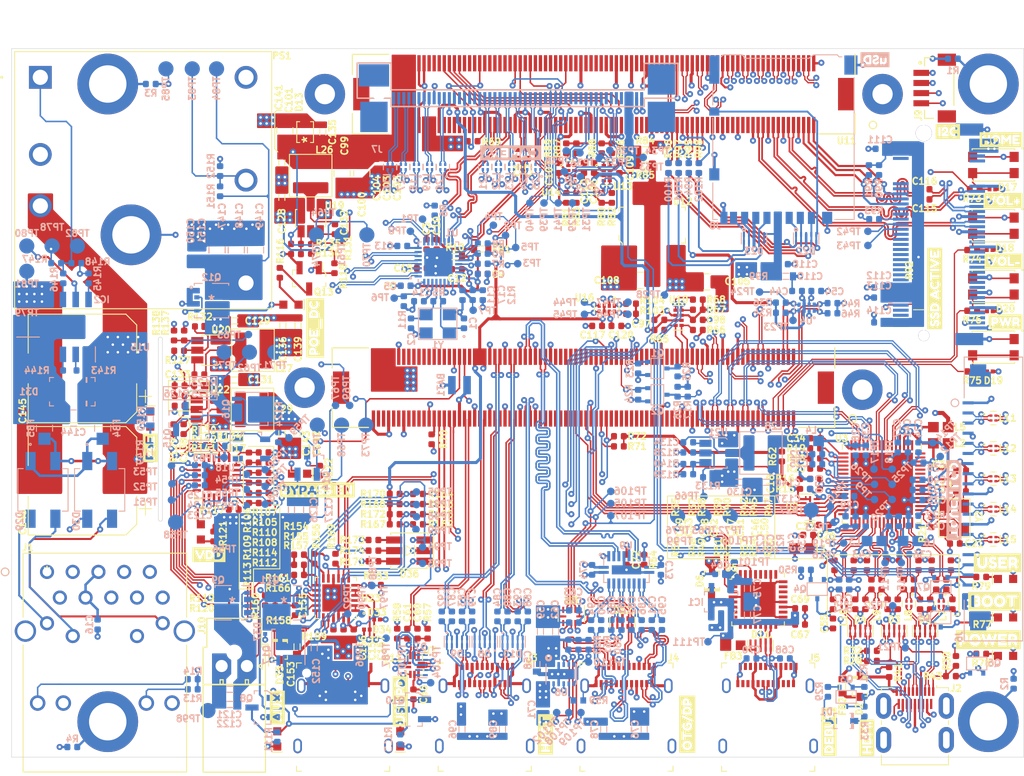
<source format=kicad_pcb>
(kicad_pcb (version 20171130) (host pcbnew 5.1.12-84ad8e8a86~92~ubuntu20.04.1)
  (layers (0 F.Cu signal) (1 In1.Cu power hide) (2 In2.Cu signal) (3 In3.Cu signal) (4 In4.Cu power hide) (31 B.Cu signal) (34 B.Paste user hide) (35 F.Paste user hide) (36 B.SilkS user hide) (37 F.SilkS user) (38 B.Mask user hide) (39 F.Mask user hide) (44 Edge.Cuts user))
  (net 0 "")
  (net 1 GND)
  (net 2 PAIR78)
  (net 3 PAIR45)
  (net 4 Earth)
  (net 5 PAIR36)
  (net 6 PAIR12)
  (net 7 GNDD)
  (net 8 PCIE1_RX_P)
  (net 9 PCIE1_RX_N)
  (net 10 EDP_AUX_N)
  (net 11 EDP_AUX_P)
  (net 12 CSI0_CLK_N)
  (net 13 CSI0_CLK_P)
  (net 14 CAM0_PWDN)
  (net 15 CAM0_RST)
  (net 16 CAM1_PWDN)
  (net 17 CSI1_LN3_P)
  (net 18 CSI1_LN3_N)
  (net 19 CSI1_LN2_P)
  (net 20 CSI1_LN2_N)
  (net 21 CSI1_LN1_P)
  (net 22 CSI1_LN1_N)
  (net 23 CSI1_LN0_N)
  (net 24 CSI1_LN0_P)
  (net 25 CSI1_CLK_P)
  (net 26 CSI1_CLK_N)
  (net 27 CSI0_LN3_N)
  (net 28 CSI0_LN3_P)
  (net 29 CSI0_LN2_P)
  (net 30 CSI0_LN2_N)
  (net 31 CSI0_LN1_N)
  (net 32 CSI0_LN1_P)
  (net 33 CSI0_LN0_N)
  (net 34 CSI0_LN0_P)
  (net 35 LT9611_GPIO5)
  (net 36 LT9611_RST)
  (net 37 "Net-(R2-Pad2)")
  (net 38 "Net-(R3-Pad2)")
  (net 39 "Net-(R4-Pad2)")
  (net 40 I2C4_SDA)
  (net 41 I2C4_SCL)
  (net 42 CCI0_I2C_SCL)
  (net 43 CCI0_I2C_SDA)
  (net 44 CCI1_I2C_SCL)
  (net 45 CCI1_I2C_SDA)
  (net 46 PCIE1_REFCLK_N)
  (net 47 PCIE1_REFCLK_P)
  (net 48 PCIE1_TX_N)
  (net 49 PCIE1_TX_P)
  (net 50 DSI1_LN1_P)
  (net 51 DSI1_LN0_N)
  (net 52 DSI1_LN1_N)
  (net 53 DSI1_LN2_N)
  (net 54 DSI1_LN3_N)
  (net 55 DSI1_CLK_N)
  (net 56 DSI1_CLK_P)
  (net 57 DSI1_LN2_P)
  (net 58 DSI1_LN3_P)
  (net 59 I2S1_WS)
  (net 60 I2S1_MCLK)
  (net 61 I2S1_SCK)
  (net 62 I2S1_DATA0)
  (net 63 "Net-(C16-Pad1)")
  (net 64 USB1_SS_TX0_P)
  (net 65 USB1_SS_TX0_N)
  (net 66 USB_VBUS)
  (net 67 USB1_SS_RX1_N)
  (net 68 USB1_SS_RX1_P)
  (net 69 USB1_SS_RX0_P)
  (net 70 USB1_SS_RX0_N)
  (net 71 USB1_SS_TX1_N)
  (net 72 USB1_SS_TX1_P)
  (net 73 /PoE/VDD_POE)
  (net 74 VDD)
  (net 75 "Net-(D16-Pad2)")
  (net 76 /PoE/SMPS_CTRL)
  (net 77 "Net-(J1-Pad15)")
  (net 78 "Net-(J1-Pad17)")
  (net 79 USB2C_HS_D_N)
  (net 80 USB2C_HS_D_P)
  (net 81 TP_I2C_SCL)
  (net 82 TP_I2C_SDA)
  (net 83 DSI0_LN1_N)
  (net 84 DSI0_LN1_P)
  (net 85 DSI0_CLK_P)
  (net 86 DSI0_CLK_N)
  (net 87 DSI0_LN0_N)
  (net 88 DSI0_LN0_P)
  (net 89 DSI0_LN3_P)
  (net 90 DSI0_LN3_N)
  (net 91 DSI0_LN2_N)
  (net 92 DSI0_LN2_P)
  (net 93 SBU_SW_OE)
  (net 94 HOME_KEY)
  (net 95 PWRKEY)
  (net 96 VOL_UP)
  (net 97 VOL_DOWN)
  (net 98 SBU_SW_SEL)
  (net 99 USB2_SINK)
  (net 100 USB2_FAULT)
  (net 101 USB2_EN)
  (net 102 USB2_SS_TX_N)
  (net 103 USB2_SS_TX_P)
  (net 104 USB2_SS_RX_N)
  (net 105 USB2_SS_RX_P)
  (net 106 SD_LDO21A)
  (net 107 /USB-PD/PD_VBUS)
  (net 108 PCIE0_TX_P)
  (net 109 /M2/C_PCIE0_TX0_P)
  (net 110 PCIE0_TX_N)
  (net 111 /M2/C_PCIE0_TX0_N)
  (net 112 SD_DET)
  (net 113 SD_DATA3)
  (net 114 SD_DATA2)
  (net 115 SD_CMD)
  (net 116 SD_CLK)
  (net 117 SD_DATA1)
  (net 118 SD_DATA0)
  (net 119 PCIE0_WAKE_N)
  (net 120 PCIE0_CLKREQ_N)
  (net 121 M2_ALERT)
  (net 122 PCIE0_REFCLK_P)
  (net 123 PCIE0_RX_P)
  (net 124 PCIE0_RST_N)
  (net 125 PCIE0_RX_N)
  (net 126 PCIE0_REFCLK_N)
  (net 127 1V8_DBG)
  (net 128 "Net-(R109-Pad2)")
  (net 129 DBG_RXD)
  (net 130 DBG_TXD)
  (net 131 3V3_SYS)
  (net 132 VREG_S4A_1V8)
  (net 133 5V_SYS)
  (net 134 1V8_SYS)
  (net 135 /PoE/VSS_POE)
  (net 136 5V_POE)
  (net 137 3V8_SYS)
  (net 138 1V2_SYS)
  (net 139 LVS1A_1V8)
  (net 140 /USB-PD/VREG_1V2)
  (net 141 /USB-PD/STUSB_VDD)
  (net 142 /USB-PD/VREG_2V7)
  (net 143 PD_VDD)
  (net 144 /USB-PD/PD_CC1)
  (net 145 /USB-PD/PD_CC2)
  (net 146 /PoE/DEN)
  (net 147 /PoE/CLS)
  (net 148 /PoE/CDB)
  (net 149 /LCM/TP_I2C_SCL_3V3)
  (net 150 /LCM/TP_I2C_SDA_3V3)
  (net 151 I2C10_SCL)
  (net 152 I2C10_SDA)
  (net 153 /PSU/AUX_VDD)
  (net 154 /PoE/TRIM)
  (net 155 "Net-(Q3-Pad1)")
  (net 156 "Net-(Q4-Pad1)")
  (net 157 /PSU/BYPASS_EN)
  (net 158 /PSU/VS1)
  (net 159 /PSU/VS2)
  (net 160 /PSU/VS3)
  (net 161 "Net-(R154-Pad2)")
  (net 162 PCIE1_WAKE_N)
  (net 163 PCIE1_CLKREQ_N)
  (net 164 PCIE1_RST_N)
  (net 165 /PSU/5V_DC_DC_ENABLE)
  (net 166 STUSB4500_AB_SIDE)
  (net 167 STUSB4500_GPIO)
  (net 168 STUSB4500_ATTACH)
  (net 169 STUSB4500_ALERT)
  (net 170 /USB-PD/STUSB4500_PWR_OK2)
  (net 171 /USB-PD/STUSB4500_PWR_OK3)
  (net 172 "Net-(R135-Pad2)")
  (net 173 "Net-(R139-Pad2)")
  (net 174 "Net-(R141-Pad2)")
  (net 175 /PoE/APD)
  (net 176 "Net-(D29-Pad1)")
  (net 177 DSI1_LN0_P)
  (net 178 "/Ethernet Controller/ETH_3V3")
  (net 179 "/Ethernet Controller/REG_1V0")
  (net 180 "/Ethernet Controller/PCIE1_RX_C_P")
  (net 181 "/Ethernet Controller/PCIE1_RX_C_N")
  (net 182 "/Ethernet Controller/ETH_1V0")
  (net 183 "/Ethernet Controller/XTAL1")
  (net 184 "/Ethernet Controller/XTAL2")
  (net 185 "/HDMI converter/LT9611_VCC33_IO")
  (net 186 "/HDMI converter/LT9611_VCC33_RX")
  (net 187 "/HDMI converter/LT9611_RST_N")
  (net 188 "/HDMI converter/LT9611_VCC33_TX")
  (net 189 "/HDMI converter/LT9611_VDD12")
  (net 190 "/HDMI converter/LT9611_VCC12_RX")
  (net 191 "/HDMI converter/XTALO")
  (net 192 "/HDMI converter/LT9611_VCC12_TX")
  (net 193 "/HDMI converter/XTALI")
  (net 194 "/HDMI converter/HDMI_TX2_P")
  (net 195 "/HDMI converter/HDMI_TX_D2_P")
  (net 196 "/HDMI converter/HDMI_TX2_N")
  (net 197 "/HDMI converter/HDMI_TX_D2_N")
  (net 198 "/HDMI converter/HDMI_TX_D1_P")
  (net 199 "/HDMI converter/HDMI_TX1_P")
  (net 200 "/HDMI converter/HDMI_TX_D1_N")
  (net 201 "/HDMI converter/HDMI_TX1_N")
  (net 202 "/HDMI converter/HDMI_TX0_P")
  (net 203 "/HDMI converter/HDMI_TX_D0_P")
  (net 204 "/HDMI converter/HDMI_TX0_N")
  (net 205 "/HDMI converter/HDMI_TX_D0_N")
  (net 206 "/HDMI converter/HDMI_TX_CLK_P")
  (net 207 "/HDMI converter/HDMI_CLK_P")
  (net 208 "/HDMI converter/HDMI_TX_CLK_N")
  (net 209 "/HDMI converter/HDMI_CLK_N")
  (net 210 "/HDMI converter/VCOM")
  (net 211 "/USB-C Interface /USB2_5V")
  (net 212 "/USB-C Interface /USB2C_TX1_C_N")
  (net 213 "/USB-C Interface /USB2C_TX1_N")
  (net 214 "/USB-C Interface /USB2C_RX2_C_P")
  (net 215 "/USB-C Interface /USB2C_RX2_P")
  (net 216 "/USB-C Interface /USB2C_TX1_C_P")
  (net 217 "/USB-C Interface /USB2C_TX1_P")
  (net 218 "/USB-C Interface /USB2C_RX2_C_N")
  (net 219 "/USB-C Interface /USB2C_RX2_N")
  (net 220 "/USB-C Interface /USB2C_RX1_N")
  (net 221 "/USB-C Interface /USB2C_RX1_C_N")
  (net 222 "/USB-C Interface /USB2C_TX2_P")
  (net 223 "/USB-C Interface /USB2C_TX2_C_P")
  (net 224 "/USB-C Interface /USB2C_RX1_P")
  (net 225 "/USB-C Interface /USB2C_RX1_C_P")
  (net 226 "/USB-C Interface /USB2C_TX2_N")
  (net 227 "/USB-C Interface /USB2C_TX2_C_N")
  (net 228 "/Other Interfaces/SD_VDD_R")
  (net 229 "/USB-C Interface /5V0_DBG")
  (net 230 "/USB-C Interface /DBG_USB_D_N")
  (net 231 "/USB-C Interface /DBG_USB_D_P")
  (net 232 "/Camera Interface/3V3_CAM")
  (net 233 "/HDMI converter/HDMI_SCL")
  (net 234 "/HDMI converter/HDMI_CEC")
  (net 235 "/HDMI converter/HDMI_DETECT")
  (net 236 "/HDMI converter/HDMI_SDA")
  (net 237 "/HDMI converter/HDMI_TX0_CONN_N")
  (net 238 "/HDMI converter/HDMI_CLK_CONN_P")
  (net 239 "/HDMI converter/HDMI_CLK_CONN_N")
  (net 240 "/HDMI converter/HDMI_TX0_CONN_P")
  (net 241 "/HDMI converter/HDMI_TX2_CONN_N")
  (net 242 "/HDMI converter/HDMI_TX1_CONN_P")
  (net 243 "/HDMI converter/HDMI_TX1_CONN_N")
  (net 244 "/HDMI converter/HDMI_TX2_CONN_P")
  (net 245 "/HDMI converter/5V_HDMI_FB_D")
  (net 246 "/HDMI converter/5V_HDMI")
  (net 247 "/Other Interfaces/SD_DET_R")
  (net 248 "/Other Interfaces/SD_DATA2_R")
  (net 249 "/Other Interfaces/SD_CMD_R")
  (net 250 "/Other Interfaces/SD_DATA3_R")
  (net 251 "/Other Interfaces/SD_CLK_R")
  (net 252 "/Other Interfaces/SD_DATA1_R")
  (net 253 "/Other Interfaces/SD_DATA0_R")
  (net 254 "/USB-C Interface /DBG_VBUS")
  (net 255 "/Ethernet Controller/LAN0_MDI0_N")
  (net 256 "/Ethernet Controller/LAN0_MDI0_P")
  (net 257 "/Ethernet Controller/LAN0_MDI1_N")
  (net 258 "/Ethernet Controller/LAN0_MDI1_P")
  (net 259 "/Ethernet Controller/LAN0_MDI2_N")
  (net 260 "/Ethernet Controller/LAN0_MDI2_P")
  (net 261 "/Ethernet Controller/LAN0_MDI3_N")
  (net 262 "/Ethernet Controller/LAN0_MDI3_P")
  (net 263 "/Ethernet Controller/ETH_LED0")
  (net 264 "/Ethernet Controller/ETH_LED2")
  (net 265 "/USB-C Interface /USB2_CC2")
  (net 266 "/USB-C Interface /USB2_CC1")
  (net 267 "/Camera Interface/CSI0_LN0_FFC_P")
  (net 268 "/Camera Interface/CSI0_LN0_FFC_N")
  (net 269 "/Camera Interface/CSI1_LN0_FFC_P")
  (net 270 "/Camera Interface/CSI1_LN0_FFC_N")
  (net 271 "/Camera Interface/CSI0_LN1_FFC_P")
  (net 272 "/Camera Interface/CSI0_LN1_FFC_N")
  (net 273 "/Camera Interface/CSI1_LN1_FFC_P")
  (net 274 "/Camera Interface/CSI1_LN1_FFC_N")
  (net 275 "/Camera Interface/CSI1_CLK_FFC_P")
  (net 276 "/Camera Interface/CSI1_CLK_FFC_N")
  (net 277 "/Camera Interface/CSI0_LN2_FFC_P")
  (net 278 "/Camera Interface/CSI0_LN2_FFC_N")
  (net 279 "/Camera Interface/CSI1_LN2_FFC_P")
  (net 280 "/Camera Interface/CSI1_LN2_FFC_N")
  (net 281 "/Camera Interface/CSI0_LN3_FFC_P")
  (net 282 "/Camera Interface/CSI0_LN3_FFC_N")
  (net 283 "/Camera Interface/CSI1_LN3_FFC_P")
  (net 284 "/Camera Interface/CSI1_LN3_FFC_N")
  (net 285 "/HDMI converter/LT9611_INTO_GPIO5")
  (net 286 "/HDMI converter/LT9611_CEC")
  (net 287 "/Ethernet Controller/ETH_ISOLATEB")
  (net 288 "/HDMI converter/LT9611_SCL")
  (net 289 "/HDMI converter/LT9611_SDA")
  (net 290 "/HDMI converter/I2C_ADDR")
  (net 291 "/USB-C Interface /USB2_CC_SELECT")
  (net 292 "/USB-C Interface /USB2_SINK_5V")
  (net 293 "/USB-C Interface /USB2_FAULT_5V")
  (net 294 "/Camera Interface/CCI1_I2C_SCL_3V3")
  (net 295 "/Camera Interface/CCI0_I2C_SCL_3V3")
  (net 296 "/Camera Interface/CCI1_I2C_SDA_3V3")
  (net 297 "/Camera Interface/CCI0_I2C_SDA_3V3")
  (net 298 "/HDMI converter/LT9611_I2S_D0_SPDIF")
  (net 299 "/HDMI converter/LT9611_I2S_WS")
  (net 300 "/HDMI converter/LT9611_I2S_SCLK")
  (net 301 "/HDMI converter/LT9611_I2S_MCLK")
  (net 302 "/USB-C Interface /USB2_EN_5V")
  (net 303 "/USB-C Interface /USB1C_TX0_C_P")
  (net 304 "/USB-C Interface /USB1C_TX0_C_N")
  (net 305 "/USB-C Interface /USB1C_RX1_C_N")
  (net 306 "/USB-C Interface /USB1C_RX1_C_P")
  (net 307 "/USB-C Interface /USB1C_TX1_C_N")
  (net 308 "/USB-C Interface /USB1C_TX1_C_P")
  (net 309 "/USB-C Interface /USB1C_RX0_C_P")
  (net 310 /LCM/DSI_CLK_L_P)
  (net 311 /LCM/DSI_CLK_L_N)
  (net 312 /LCM/DSI_LN0_L_P)
  (net 313 /LCM/DSI_LN0_L_N)
  (net 314 /LCM/DSI_LN1_L_P)
  (net 315 /LCM/DSI_LN1_L_N)
  (net 316 /LCM/DSI_LN2_L_P)
  (net 317 /LCM/DSI_LN2_L_N)
  (net 318 /LCM/DSI_LN3_L_P)
  (net 319 /LCM/DSI_LN3_L_N)
  (net 320 3V3_SYS_EN)
  (net 321 1V2_SYS_EN)
  (net 322 USB1_D_P)
  (net 323 USB1_D_N)
  (net 324 "/USB-C Interface /USB1C_RX0_C_N")
  (net 325 "/Camera Interface/CSI0_CLK_FFC_P")
  (net 326 "/Camera Interface/CSI0_CLK_FFC_N")
  (net 327 USB_CC1)
  (net 328 USB_CC2)
  (net 329 "/USB-C Interface /USB_SBU_NP_N")
  (net 330 "/USB-C Interface /USB_SBU_NP_P")
  (net 331 "/USB-C Interface /USB1_SBU_N")
  (net 332 "/USB-C Interface /USB1_SBU_P")
  (net 333 /USB-PD/ALERT)
  (net 334 /USB-PD/AB_SIDE)
  (net 335 /USB-PD/GPIO)
  (net 336 /USB-PD/ATTACH)
  (net 337 /SoM/VRTC)
  (net 338 "/Other Interfaces/I2C10_SCL_3V3")
  (net 339 "/Other Interfaces/I2C10_SDA_3V3")
  (net 340 /PSU/AUX_VALID)
  (net 341 /PSU/POE_VALID)
  (net 342 /PSU/USB_PD_VALID)
  (net 343 "Net-(D28-Pad2)")
  (net 344 /SoM/VOL_DOWN_R)
  (net 345 /SoM/HOME_KEY_R)
  (net 346 /SoM/VOL_UP_R)
  (net 347 /SoM/PWR_R)
  (net 348 "Net-(Q13-Pad3)")
  (net 349 "Net-(Q14-Pad3)")
  (net 350 /SoM/BOOT)
  (net 351 /SoM/USER_LED)
  (net 352 USB_PD_DISABLE)
  (net 353 "Net-(C67-Pad1)")
  (net 354 "Net-(C108-Pad1)")
  (net 355 "Net-(C123-Pad1)")
  (net 356 "Net-(C124-Pad1)")
  (net 357 "Net-(C125-Pad1)")
  (net 358 "Net-(C132-Pad1)")
  (net 359 "Net-(C132-Pad2)")
  (net 360 "Net-(C133-Pad1)")
  (net 361 "Net-(C133-Pad2)")
  (net 362 "Net-(C134-Pad2)")
  (net 363 "Net-(C134-Pad1)")
  (net 364 "Net-(C138-Pad1)")
  (net 365 "Net-(C138-Pad2)")
  (net 366 "Net-(C153-Pad1)")
  (net 367 "Net-(C155-Pad2)")
  (net 368 "Net-(D1-PadK)")
  (net 369 "Net-(D7-Pad1)")
  (net 370 "Net-(D7-Pad5)")
  (net 371 "Net-(D12-Pad4)")
  (net 372 "Net-(D12-Pad5)")
  (net 373 "Net-(D14-Pad2)")
  (net 374 "Net-(D15-Pad2)")
  (net 375 "Net-(D21-Pad1)")
  (net 376 "Net-(D21-Pad2)")
  (net 377 "Net-(D24-Pad2)")
  (net 378 "Net-(D25-Pad2)")
  (net 379 "Net-(D26-Pad2)")
  (net 380 "Net-(D27-Pad1)")
  (net 381 "Net-(D29-Pad2)")
  (net 382 "Net-(D32-Pad1)")
  (net 383 "Net-(D36-Pad6)")
  (net 384 "Net-(D36-Pad5)")
  (net 385 "Net-(D36-Pad4)")
  (net 386 "Net-(IC2-Pad7)")
  (net 387 "Net-(Q5-Pad3)")
  (net 388 "Net-(Q6-Pad3)")
  (net 389 "Net-(Q7-Pad3)")
  (net 390 "Net-(Q8-Pad3)")
  (net 391 "Net-(Q10-Pad3)")
  (net 392 "Net-(Q15-Pad1)")
  (net 393 "Net-(Q17-Pad4)")
  (net 394 "Net-(R1-Pad2)")
  (net 395 "Net-(R11-Pad1)")
  (net 396 "Net-(R22-Pad1)")
  (net 397 "Net-(R27-Pad1)")
  (net 398 "Net-(R59-Pad1)")
  (net 399 "Net-(R69-Pad1)")
  (net 400 "Net-(R70-Pad1)")
  (net 401 "Net-(R105-Pad2)")
  (net 402 "Net-(R106-Pad2)")
  (net 403 "Net-(R108-Pad2)")
  (net 404 "Net-(R112-Pad2)")
  (net 405 "Net-(R113-Pad2)")
  (net 406 "Net-(R117-Pad1)")
  (net 407 "Net-(R123-Pad2)")
  (net 408 "Net-(R125-Pad2)")
  (net 409 "Net-(R127-Pad2)")
  (net 410 "Net-(R128-Pad2)")
  (net 411 "Net-(R131-Pad2)")
  (net 412 "Net-(R137-Pad2)")
  (net 413 "Net-(R155-Pad2)")
  (net 414 "Net-(R159-Pad2)")
  (net 415 "Net-(R161-Pad2)")
  (net 416 "Net-(R169-Pad2)")
  (net 417 "Net-(TP42-Pad1)")
  (net 418 "Net-(TP43-Pad1)")
  (module label (layer F.Cu) (at 93.4 146.5 90)
    (fp_text reference kibuzzard-620F4F2B hide)
    (fp_text value G*** hide)
  )
  (module sa800u-baseboard-hw-footprints:Testpoint_smd_0_75mm (layer B.Cu) (at 123.8 140.5492)
    (fp_text reference TP111 (at -1.91 0.08) (layer B.SilkS) (effects (font (size 0.7 0.7)) (justify mirror)))
    (fp_text value TP_SMD_0_75MM hide)
    (pad 1 smd circle (at 0 0.0508) (size 0.75 0.75) (layers B.Cu B.Mask) (net 229 "/USB-C Interface /5V0_DBG"))
  )
  (module sa800u-baseboard-hw-footprints:Testpoint_smd_0_75mm (layer B.Cu) (at 112 142.5492)
    (fp_text reference TP110 (at 2.1 0.08) (layer B.SilkS) (effects (font (size 0.7 0.7)) (justify mirror)))
    (fp_text value TP_SMD_0_75MM hide)
    (pad 1 smd circle (at 0 0.0508) (size 0.75 0.75) (layers B.Cu B.Mask) (net 291 "/USB-C Interface /USB2_CC_SELECT"))
  )
  (module sa800u-baseboard-hw-footprints:Testpoint_smd_0_75mm (layer B.Cu) (at 111.2 147.6 90)
    (fp_text reference TP109 (at -2 -0.8 225) (layer B.SilkS) (effects (font (size 0.7 0.7)) (justify mirror)))
    (fp_text value TP_SMD_0_75MM hide)
    (pad 1 smd circle (at 0 0.0508 90) (size 0.75 0.75) (layers B.Cu B.Mask) (net 292 "/USB-C Interface /USB2_SINK_5V"))
  )
  (module sa800u-baseboard-hw-footprints:Testpoint_smd_0_75mm (layer B.Cu) (at 110 147.6 90)
    (fp_text reference TP108 (at -1.91 -1 225) (layer B.SilkS) (effects (font (size 0.7 0.7)) (justify mirror)))
    (fp_text value TP_SMD_0_75MM hide)
    (pad 1 smd circle (at 0 0.0508 90) (size 0.75 0.75) (layers B.Cu B.Mask) (net 293 "/USB-C Interface /USB2_FAULT_5V"))
  )
  (module sa800u-baseboard-hw-footprints:Testpoint_smd_0_75mm (layer B.Cu) (at 114.2 128.2 180)
    (fp_text reference TP107 (at -1.91 0.08) (layer B.SilkS) (effects (font (size 0.7 0.7)) (justify mirror)))
    (fp_text value TP_SMD_0_75MM hide)
    (pad 1 smd circle (at 0 0.0508 180) (size 0.75 0.75) (layers B.Cu B.Mask) (net 101 USB2_EN))
  )
  (module sa800u-baseboard-hw-footprints:Testpoint_smd_0_75mm (layer B.Cu) (at 114.2 125.8 180)
    (fp_text reference TP106 (at -1.91 0.08) (layer B.SilkS) (effects (font (size 0.7 0.7)) (justify mirror)))
    (fp_text value TP_SMD_0_75MM hide)
    (pad 1 smd circle (at 0 0.0508 180) (size 0.75 0.75) (layers B.Cu B.Mask) (net 100 USB2_FAULT))
  )
  (module sa800u-baseboard-hw-footprints:Testpoint_smd_0_75mm (layer B.Cu) (at 114.2 127 180)
    (fp_text reference TP105 (at -1.91 0.08) (layer B.SilkS) (effects (font (size 0.7 0.7)) (justify mirror)))
    (fp_text value TP_SMD_0_75MM hide)
    (pad 1 smd circle (at 0 0.0508 180) (size 0.75 0.75) (layers B.Cu B.Mask) (net 99 USB2_SINK))
  )
  (module sa800u-baseboard-hw-footprints:Testpoint_smd_0_75mm (layer B.Cu) (at 96.4 144.6)
    (fp_text reference TP104 (at 0.6 -2 90) (layer B.SilkS) (effects (font (size 0.7 0.7)) (justify mirror)))
    (fp_text value TP_SMD_0_75MM hide)
    (pad 1 smd circle (at 0 0.0508) (size 0.75 0.75) (layers B.Cu B.Mask) (net 98 SBU_SW_SEL))
  )
  (module sa800u-baseboard-hw-footprints:Testpoint_smd_0_75mm (layer B.Cu) (at 93.6 144.6)
    (fp_text reference TP103 (at 0 -2.2 90) (layer B.SilkS) (effects (font (size 0.7 0.7)) (justify mirror)))
    (fp_text value TP_SMD_0_75MM hide)
    (pad 1 smd circle (at 0 0.0508) (size 0.75 0.75) (layers B.Cu B.Mask) (net 93 SBU_SW_OE))
  )
  (module sa800u-baseboard-hw-footprints:Testpoint_smd_0_75mm (layer B.Cu) (at 108.8 147.6 90)
    (fp_text reference TP102 (at -1.8 -1 225) (layer B.SilkS) (effects (font (size 0.7 0.7)) (justify mirror)))
    (fp_text value TP_SMD_0_75MM hide)
    (pad 1 smd circle (at 0 0.0508 90) (size 0.75 0.75) (layers B.Cu B.Mask) (net 302 "/USB-C Interface /USB2_EN_5V"))
  )
  (module sa800u-baseboard-hw-footprints:Testpoint_smd_0_75mm (layer B.Cu) (at 126.4 132.8 180)
    (fp_text reference TP101 (at -1.91 0.08) (layer B.SilkS) (effects (font (size 0.7 0.7)) (justify mirror)))
    (fp_text value TP_SMD_0_75MM hide)
    (pad 1 smd circle (at 0 0.0508 180) (size 0.75 0.75) (layers B.Cu B.Mask) (net 127 1V8_DBG))
  )
  (module sa800u-baseboard-hw-footprints:Testpoint_smd_0_75mm (layer B.Cu) (at 124.8 130.7 180)
    (fp_text reference TP100 (at -1.91 0.08) (layer B.SilkS) (effects (font (size 0.7 0.7)) (justify mirror)))
    (fp_text value TP_SMD_0_75MM hide)
    (pad 1 smd circle (at 0 0.0508 180) (size 0.75 0.75) (layers B.Cu B.Mask) (net 129 DBG_RXD))
  )
  (module sa800u-baseboard-hw-footprints:Testpoint_smd_0_75mm (layer B.Cu) (at 122.9 130.6)
    (fp_text reference TP99 (at -1.91 0.08) (layer B.SilkS) (effects (font (size 0.7 0.7)) (justify mirror)))
    (fp_text value TP_SMD_0_75MM hide)
    (pad 1 smd circle (at 0 0.0508) (size 0.75 0.75) (layers B.Cu B.Mask) (net 130 DBG_TXD))
  )
  (module label (layer F.Cu) (at 147.5 90.2)
    (fp_text reference kibuzzard-620EBDB4 hide)
    (fp_text value G*** hide)
  )
  (module sa800u-baseboard-hw-footprints:TP-R-1.5 (layer B.Cu) (at 74.4 147.4)
    (fp_text reference TP98 (at -1.95 0.8) (layer B.SilkS) (effects (font (size 0.65 0.65)) (justify mirror)))
    (fp_text value TP hide)
    (pad 1 smd circle (at 0 0 90) (size 1.5 1.5) (layers B.Cu B.Mask) (net 1 GND))
  )
  (module sa800u-baseboard-hw-footprints:TP-R-1.5 (layer B.Cu) (at 70.25 84 180)
    (fp_text reference TP85 (at 0 -2 90) (layer B.SilkS) (effects (font (size 0.65 0.65)) (justify mirror)))
    (fp_text value TP hide)
    (pad 1 smd circle (at 0 0 270) (size 1.5 1.5) (layers B.Cu B.Mask) (net 1 GND))
  )
  (module sa800u-baseboard-hw-footprints:TP-R-1.5 (layer B.Cu) (at 75.25 84 180)
    (fp_text reference TP84 (at 0 -1.95 90) (layer B.SilkS) (effects (font (size 0.65 0.65)) (justify mirror)))
    (fp_text value TP hide)
    (pad 1 smd circle (at 0 0 270) (size 1.5 1.5) (layers B.Cu B.Mask) (net 136 5V_POE))
  )
  (module sa800u-baseboard-hw-footprints:TP-R-1.5 (layer B.Cu) (at 72.85 84 180)
    (fp_text reference TP83 (at 0 -1.95 90) (layer B.SilkS) (effects (font (size 0.65 0.65)) (justify mirror)))
    (fp_text value TP hide)
    (pad 1 smd circle (at 0 0 270) (size 1.5 1.5) (layers B.Cu B.Mask) (net 154 /PoE/TRIM))
  )
  (module sa800u-baseboard-hw-footprints:TP-R-1.5 (layer B.Cu) (at 61.5 101.5 90)
    (fp_text reference TP82 (at 1.25 0 180) (layer B.SilkS) (effects (font (size 0.65 0.65)) (justify mirror)))
    (fp_text value TP hide)
    (pad 1 smd circle (at 0 0 180) (size 1.5 1.5) (layers B.Cu B.Mask) (net 76 /PoE/SMPS_CTRL))
  )
  (module sa800u-baseboard-hw-footprints:TP-R-1.5 (layer B.Cu) (at 56.5 104)
    (fp_text reference TP81 (at 0 1.25) (layer B.SilkS) (effects (font (size 0.65 0.65)) (justify mirror)))
    (fp_text value TP hide)
    (pad 1 smd circle (at 0 0 90) (size 1.5 1.5) (layers B.Cu B.Mask) (net 7 GNDD))
  )
  (module sa800u-baseboard-hw-footprints:TP-R-1.5 (layer B.Cu) (at 56.5 101.5 90)
    (fp_text reference TP80 (at 1.25 0 180) (layer B.SilkS) (effects (font (size 0.65 0.65)) (justify mirror)))
    (fp_text value TP hide)
    (pad 1 smd circle (at 0 0 180) (size 1.5 1.5) (layers B.Cu B.Mask) (net 386 "Net-(IC2-Pad7)"))
  )
  (module sa800u-baseboard-hw-footprints:TP-R-1.5 (layer B.Cu) (at 56.5 109.25 90)
    (fp_text reference TP79 (at 1.15 0 180) (layer B.SilkS) (effects (font (size 0.65 0.65)) (justify mirror)))
    (fp_text value TP hide)
    (pad 1 smd circle (at 0 0 180) (size 1.5 1.5) (layers B.Cu B.Mask) (net 135 /PoE/VSS_POE))
  )
  (module sa800u-baseboard-hw-footprints:TP-R-1.5 (layer B.Cu) (at 59 101.5 90)
    (fp_text reference TP78 (at 1.85 0 180) (layer B.SilkS) (effects (font (size 0.65 0.65)) (justify mirror)))
    (fp_text value TP hide)
    (pad 1 smd circle (at 0 0 180) (size 1.5 1.5) (layers B.Cu B.Mask) (net 73 /PoE/VDD_POE))
  )
  (module sa800u-baseboard-hw-footprints:TP-R-1.5 (layer B.Cu) (at 85.2 119.2)
    (fp_text reference TP77 (at 0 2 90) (layer B.SilkS) (effects (font (size 0.65 0.65)) (justify mirror)))
    (fp_text value TP hide)
    (pad 1 smd circle (at 0 0 90) (size 1.5 1.5) (layers B.Cu B.Mask) (net 1 GND))
  )
  (module sa800u-baseboard-hw-footprints:TP-R-1.5 (layer B.Cu) (at 120.8 128.2)
    (fp_text reference TP76 (at 0 1.4) (layer B.SilkS) (effects (font (size 0.65 0.65)) (justify mirror)))
    (fp_text value TP hide)
    (pad 1 smd circle (at 0 0 90) (size 1.5 1.5) (layers B.Cu B.Mask) (net 1 GND))
  )
  (module sa800u-baseboard-hw-footprints:TP-R-1.5 (layer B.Cu) (at 76 112)
    (fp_text reference TP75 (at 0 1.3) (layer B.SilkS) (effects (font (size 0.65 0.65)) (justify mirror)))
    (fp_text value TP hide)
    (pad 1 smd circle (at 0 0 90) (size 1.5 1.5) (layers B.Cu B.Mask) (net 1 GND))
  )
  (module sa800u-baseboard-hw-footprints:TP-R-1.5 (layer B.Cu) (at 85.1 100.4)
    (fp_text reference TP74 (at 0 1.95 90) (layer B.SilkS) (effects (font (size 0.65 0.65)) (justify mirror)))
    (fp_text value TP hide)
    (pad 1 smd circle (at 0 0 90) (size 1.5 1.5) (layers B.Cu B.Mask) (net 1 GND))
  )
  (module sa800u-baseboard-hw-footprints:TP-R-1.5 (layer B.Cu) (at 90 119.2)
    (fp_text reference TP73 (at 0 1.95 90) (layer B.SilkS) (effects (font (size 0.65 0.65)) (justify mirror)))
    (fp_text value TP hide)
    (pad 1 smd circle (at 0 0 90) (size 1.5 1.5) (layers B.Cu B.Mask) (net 133 5V_SYS))
  )
  (module sa800u-baseboard-hw-footprints:TP-R-1.5 (layer B.Cu) (at 126 128.2)
    (fp_text reference TP72 (at 0 1.4) (layer B.SilkS) (effects (font (size 0.65 0.65)) (justify mirror)))
    (fp_text value TP hide)
    (pad 1 smd circle (at 0 0 90) (size 1.5 1.5) (layers B.Cu B.Mask) (net 138 1V2_SYS))
  )
  (module sa800u-baseboard-hw-footprints:TP-R-1.5 (layer B.Cu) (at 81 112)
    (fp_text reference TP71 (at 0 1.3) (layer B.SilkS) (effects (font (size 0.65 0.65)) (justify mirror)))
    (fp_text value TP hide)
    (pad 1 smd circle (at 0 0 90) (size 1.5 1.5) (layers B.Cu B.Mask) (net 131 3V3_SYS))
  )
  (module sa800u-baseboard-hw-footprints:TP-R-1.5 (layer B.Cu) (at 90.1 100.4)
    (fp_text reference TP70 (at 0 2 90) (layer B.SilkS) (effects (font (size 0.65 0.65)) (justify mirror)))
    (fp_text value TP hide)
    (pad 1 smd circle (at 0 0 90) (size 1.5 1.5) (layers B.Cu B.Mask) (net 137 3V8_SYS))
  )
  (module sa800u-baseboard-hw-footprints:TP-R-1.5 (layer B.Cu) (at 87.6 119.2)
    (fp_text reference TP68 (at 0 1.95 90) (layer B.SilkS) (effects (font (size 0.65 0.65)) (justify mirror)))
    (fp_text value TP hide)
    (pad 1 smd circle (at 0 0 90) (size 1.5 1.5) (layers B.Cu B.Mask) (net 74 VDD))
  )
  (module sa800u-baseboard-hw-footprints:TP-R-1.5 (layer B.Cu) (at 123.4 128.2)
    (fp_text reference TP63 (at 0 1.4) (layer B.SilkS) (effects (font (size 0.65 0.65)) (justify mirror)))
    (fp_text value TP hide)
    (pad 1 smd circle (at 0 0 90) (size 1.5 1.5) (layers B.Cu B.Mask) (net 133 5V_SYS))
  )
  (module sa800u-baseboard-hw-footprints:TP-R-1.5 (layer B.Cu) (at 78.5 112)
    (fp_text reference TP62 (at 0 1.55) (layer B.SilkS) (effects (font (size 0.65 0.65)) (justify mirror)))
    (fp_text value TP hide)
    (pad 1 smd circle (at 0 0 90) (size 1.5 1.5) (layers B.Cu B.Mask) (net 74 VDD))
  )
  (module sa800u-baseboard-hw-footprints:TP-R-1.5 (layer B.Cu) (at 87.6 100.4)
    (fp_text reference TP61 (at 0 1.95 90) (layer B.SilkS) (effects (font (size 0.65 0.65)) (justify mirror)))
    (fp_text value TP hide)
    (pad 1 smd circle (at 0 0 90) (size 1.5 1.5) (layers B.Cu B.Mask) (net 74 VDD))
  )
  (module sa800u-baseboard-hw-footprints:TP-R-1.5 (layer B.Cu) (at 71.2 128.8)
    (fp_text reference TP58 (at 0 1.25) (layer B.SilkS) (effects (font (size 0.65 0.65)) (justify mirror)))
    (fp_text value TP hide)
    (pad 1 smd circle (at 0 0 90) (size 1.5 1.5) (layers B.Cu B.Mask) (net 1 GND))
  )
  (module sa800u-baseboard-hw-footprints:TP-R-1.5 (layer B.Cu) (at 76 130.25)
    (fp_text reference TP56 (at 0 1.2) (layer B.SilkS) (effects (font (size 0.65 0.65)) (justify mirror)))
    (fp_text value TP hide)
    (pad 1 smd circle (at 0 0 90) (size 1.5 1.5) (layers B.Cu B.Mask) (net 74 VDD))
  )
  (module sa800u-baseboard-hw-footprints:TP-R-1.5 (layer B.Cu) (at 134 127.6)
    (fp_text reference TP27 (at -1.95 0) (layer B.SilkS) (effects (font (size 0.65 0.65)) (justify mirror)))
    (fp_text value TP hide)
    (pad 1 smd circle (at 0 0 90) (size 1.5 1.5) (layers B.Cu B.Mask) (net 1 GND))
  )
  (module sa800u-baseboard-hw-footprints:WE_68715014522 (layer B.Cu) (at 105 87.5)
    (fp_text reference J7 (at -13.9 4.45) (layer B.SilkS) (effects (font (size 0.65 0.65)) (justify mirror)))
    (fp_text value WE_68715014522 hide)
    (pad ~ smd rect (at -14.2 -2.85) (size 3 2.2) (layers B.Cu B.Paste B.Mask))
    (pad ~ smd rect (at -14.2 1.25) (size 2.7 3) (layers B.Cu B.Paste B.Mask))
    (pad ~ smd rect (at 14.2 1.25) (size 2.7 3) (layers B.Cu B.Paste B.Mask))
    (pad ~ smd rect (at 14.2 -2.45) (size 2.7 3) (layers B.Cu B.Paste B.Mask))
    (pad 50 smd rect (at 12.25 -0.6) (size 0.3 1.2) (layers B.Cu B.Paste B.Mask) (net 133 5V_SYS))
    (pad 49 smd rect (at 11.75 -0.6) (size 0.3 1.2) (layers B.Cu B.Paste B.Mask) (net 133 5V_SYS))
    (pad 48 smd rect (at 11.25 -0.6) (size 0.3 1.2) (layers B.Cu B.Paste B.Mask) (net 232 "/Camera Interface/3V3_CAM"))
    (pad 47 smd rect (at 10.75 -0.6) (size 0.3 1.2) (layers B.Cu B.Paste B.Mask) (net 232 "/Camera Interface/3V3_CAM"))
    (pad 46 smd rect (at 10.25 -0.6) (size 0.3 1.2) (layers B.Cu B.Paste B.Mask))
    (pad 45 smd rect (at 9.75 -0.6) (size 0.3 1.2) (layers B.Cu B.Paste B.Mask))
    (pad 44 smd rect (at 9.25 -0.6) (size 0.3 1.2) (layers B.Cu B.Paste B.Mask))
    (pad 43 smd rect (at 8.75 -0.6) (size 0.3 1.2) (layers B.Cu B.Paste B.Mask))
    (pad 42 smd rect (at 8.25 -0.6) (size 0.3 1.2) (layers B.Cu B.Paste B.Mask) (net 294 "/Camera Interface/CCI1_I2C_SCL_3V3"))
    (pad 41 smd rect (at 7.75 -0.6) (size 0.3 1.2) (layers B.Cu B.Paste B.Mask) (net 296 "/Camera Interface/CCI1_I2C_SDA_3V3"))
    (pad 40 smd rect (at 7.25 -0.6) (size 0.3 1.2) (layers B.Cu B.Paste B.Mask) (net 295 "/Camera Interface/CCI0_I2C_SCL_3V3"))
    (pad 39 smd rect (at 6.75 -0.6) (size 0.3 1.2) (layers B.Cu B.Paste B.Mask) (net 297 "/Camera Interface/CCI0_I2C_SDA_3V3"))
    (pad 38 smd rect (at 6.25 -0.6) (size 0.3 1.2) (layers B.Cu B.Paste B.Mask))
    (pad 37 smd rect (at 5.75 -0.6) (size 0.3 1.2) (layers B.Cu B.Paste B.Mask))
    (pad 36 smd rect (at 5.25 -0.6) (size 0.3 1.2) (layers B.Cu B.Paste B.Mask))
    (pad 35 smd rect (at 4.75 -0.6) (size 0.3 1.2) (layers B.Cu B.Paste B.Mask))
    (pad 34 smd rect (at 4.25 -0.6) (size 0.3 1.2) (layers B.Cu B.Paste B.Mask) (net 16 CAM1_PWDN))
    (pad 33 smd rect (at 3.75 -0.6) (size 0.3 1.2) (layers B.Cu B.Paste B.Mask) (net 15 CAM0_RST))
    (pad 32 smd rect (at 3.25 -0.6) (size 0.3 1.2) (layers B.Cu B.Paste B.Mask) (net 14 CAM0_PWDN))
    (pad 31 smd rect (at 2.75 -0.6) (size 0.3 1.2) (layers B.Cu B.Paste B.Mask))
    (pad 30 smd rect (at 2.25 -0.6) (size 0.3 1.2) (layers B.Cu B.Paste B.Mask) (net 1 GND))
    (pad 29 smd rect (at 1.75 -0.6) (size 0.3 1.2) (layers B.Cu B.Paste B.Mask) (net 325 "/Camera Interface/CSI0_CLK_FFC_P"))
    (pad 28 smd rect (at 1.25 -0.6) (size 0.3 1.2) (layers B.Cu B.Paste B.Mask) (net 326 "/Camera Interface/CSI0_CLK_FFC_N"))
    (pad 27 smd rect (at 0.75 -0.6) (size 0.3 1.2) (layers B.Cu B.Paste B.Mask) (net 1 GND))
    (pad 26 smd rect (at 0.25 -0.6) (size 0.3 1.2) (layers B.Cu B.Paste B.Mask) (net 267 "/Camera Interface/CSI0_LN0_FFC_P"))
    (pad 25 smd rect (at -0.25 -0.6) (size 0.3 1.2) (layers B.Cu B.Paste B.Mask) (net 268 "/Camera Interface/CSI0_LN0_FFC_N"))
    (pad 24 smd rect (at -0.75 -0.6) (size 0.3 1.2) (layers B.Cu B.Paste B.Mask) (net 271 "/Camera Interface/CSI0_LN1_FFC_P"))
    (pad 23 smd rect (at -1.25 -0.6) (size 0.3 1.2) (layers B.Cu B.Paste B.Mask) (net 272 "/Camera Interface/CSI0_LN1_FFC_N"))
    (pad 22 smd rect (at -1.75 -0.6) (size 0.3 1.2) (layers B.Cu B.Paste B.Mask) (net 277 "/Camera Interface/CSI0_LN2_FFC_P"))
    (pad 21 smd rect (at -2.25 -0.6) (size 0.3 1.2) (layers B.Cu B.Paste B.Mask) (net 278 "/Camera Interface/CSI0_LN2_FFC_N"))
    (pad 20 smd rect (at -2.75 -0.6) (size 0.3 1.2) (layers B.Cu B.Paste B.Mask) (net 281 "/Camera Interface/CSI0_LN3_FFC_P"))
    (pad 19 smd rect (at -3.25 -0.6) (size 0.3 1.2) (layers B.Cu B.Paste B.Mask) (net 282 "/Camera Interface/CSI0_LN3_FFC_N"))
    (pad 18 smd rect (at -3.75 -0.6) (size 0.3 1.2) (layers B.Cu B.Paste B.Mask) (net 1 GND))
    (pad 17 smd rect (at -4.25 -0.6) (size 0.3 1.2) (layers B.Cu B.Paste B.Mask))
    (pad 16 smd rect (at -4.75 -0.6) (size 0.3 1.2) (layers B.Cu B.Paste B.Mask))
    (pad 15 smd rect (at -5.25 -0.6) (size 0.3 1.2) (layers B.Cu B.Paste B.Mask) (net 1 GND))
    (pad 14 smd rect (at -5.75 -0.6) (size 0.3 1.2) (layers B.Cu B.Paste B.Mask))
    (pad 13 smd rect (at -6.25 -0.6) (size 0.3 1.2) (layers B.Cu B.Paste B.Mask))
    (pad 12 smd rect (at -6.75 -0.6) (size 0.3 1.2) (layers B.Cu B.Paste B.Mask) (net 1 GND))
    (pad 11 smd rect (at -7.25 -0.6) (size 0.3 1.2) (layers B.Cu B.Paste B.Mask) (net 275 "/Camera Interface/CSI1_CLK_FFC_P"))
    (pad 10 smd rect (at -7.75 -0.6) (size 0.3 1.2) (layers B.Cu B.Paste B.Mask) (net 276 "/Camera Interface/CSI1_CLK_FFC_N"))
    (pad 9 smd rect (at -8.25 -0.6) (size 0.3 1.2) (layers B.Cu B.Paste B.Mask) (net 1 GND))
    (pad 8 smd rect (at -8.75 -0.6) (size 0.3 1.2) (layers B.Cu B.Paste B.Mask) (net 269 "/Camera Interface/CSI1_LN0_FFC_P"))
    (pad 7 smd rect (at -9.25 -0.6) (size 0.3 1.2) (layers B.Cu B.Paste B.Mask) (net 270 "/Camera Interface/CSI1_LN0_FFC_N"))
    (pad 6 smd rect (at -9.75 -0.6) (size 0.3 1.2) (layers B.Cu B.Paste B.Mask) (net 273 "/Camera Interface/CSI1_LN1_FFC_P"))
    (pad 5 smd rect (at -10.25 -0.6) (size 0.3 1.2) (layers B.Cu B.Paste B.Mask) (net 274 "/Camera Interface/CSI1_LN1_FFC_N"))
    (pad 4 smd rect (at -10.75 -0.6) (size 0.3 1.2) (layers B.Cu B.Paste B.Mask) (net 279 "/Camera Interface/CSI1_LN2_FFC_P"))
    (pad 3 smd rect (at -11.25 -0.6) (size 0.3 1.2) (layers B.Cu B.Paste B.Mask) (net 280 "/Camera Interface/CSI1_LN2_FFC_N"))
    (pad 2 smd rect (at -11.75 -0.6) (size 0.3 1.2) (layers B.Cu B.Paste B.Mask) (net 283 "/Camera Interface/CSI1_LN3_FFC_P"))
    (pad 1 smd rect (at -12.25 -0.6) (size 0.3 1.2) (layers B.Cu B.Paste B.Mask) (net 284 "/Camera Interface/CSI1_LN3_FFC_N"))
  )
  (module label (layer B.Cu) (at 140.3 83.1 180)
    (fp_text reference kibuzzard-620EB2A6 hide)
    (fp_text value G*** hide)
  )
  (module label (layer B.Cu) (at 104.3 92.3 180)
    (fp_text reference kibuzzard-620EB29C hide)
    (fp_text value G*** hide)
  )
  (module label (layer B.Cu) (at 148.1 126.6 90)
    (fp_text reference kibuzzard-620EB293 hide)
    (fp_text value G*** hide)
  )
  (module label (layer F.Cu) (at 74.5 132)
    (fp_text reference kibuzzard-620EB24B hide)
    (fp_text value G*** hide)
  )
  (module label (layer F.Cu) (at 85.2 125.6)
    (fp_text reference kibuzzard-620EB20E hide)
    (fp_text value G*** hide)
  )
  (module label (layer F.Cu) (at 146.2 105.7 90)
    (fp_text reference kibuzzard-620EB1D7 hide)
    (fp_text value G*** hide)
  )
  (module label (layer F.Cu) (at 85 109.6 90)
    (fp_text reference kibuzzard-620EB19B hide)
    (fp_text value G*** hide)
  )
  (module sa800u-baseboard-hw-footprints:SOT-23-3 (layer F.Cu) (at 84.4 104.7 270)
    (fp_text reference Q13 (at 1.35 -1.45 180) (layer F.SilkS) (effects (font (size 0.65 0.65))))
    (fp_text value BSS84 hide)
    (pad 1 smd rect (at -1.05 -0.95 270) (size 1.3 0.6) (layers F.Cu F.Paste F.Mask) (net 341 /PSU/POE_VALID))
    (pad 2 smd rect (at -1.05 0.95 270) (size 1.3 0.6) (layers F.Cu F.Paste F.Mask) (net 1 GND))
    (pad 3 smd rect (at 1.05 0 270) (size 1.3 0.6) (layers F.Cu F.Paste F.Mask) (net 348 "Net-(Q13-Pad3)"))
  )
  (module label (layer F.Cu) (at 153.2 109)
    (fp_text reference kibuzzard-620EB07A hide)
    (fp_text value G*** hide)
  )
  (module label (layer F.Cu) (at 153 103)
    (fp_text reference kibuzzard-620EB074 hide)
    (fp_text value G*** hide)
  )
  (module label (layer F.Cu) (at 152.95 97)
    (fp_text reference kibuzzard-620EB071 hide)
    (fp_text value G*** hide)
  )
  (module label (layer F.Cu) (at 152.75 91)
    (fp_text reference kibuzzard-620EB068 hide)
    (fp_text value G*** hide)
  )
  (module label (layer F.Cu) (at 139.5 150.1 90)
    (fp_text reference kibuzzard-620EAFE0 hide)
    (fp_text value G*** hide)
  )
  (module label (layer F.Cu) (at 135.75 149.5 90)
    (fp_text reference kibuzzard-620EAFD5 hide)
    (fp_text value G*** hide)
  )
  (module label (layer F.Cu) (at 121.75 148.75 90)
    (fp_text reference kibuzzard-620EAFCD hide)
    (fp_text value G*** hide)
  )
  (module label (layer F.Cu) (at 107.75 149.75 90)
    (fp_text reference kibuzzard-620EAFC6 hide)
    (fp_text value G*** hide)
  )
  (module sa800u-baseboard-hw-footprints:SA800U-WF (layer F.Cu) (at 83.5 82.5)
    (fp_text reference U11 (at 54 8.6) (layer F.SilkS) (effects (font (size 0.65 0.65))))
    (fp_text value SA800U-WF hide)
    (pad 2_9 smd rect (at 46.75 36.05 180) (size 0.33 1.6) (layers F.Cu F.Paste F.Mask) (net 96 VOL_UP))
    (pad 2_43 smd rect (at 38.25 36.05 180) (size 0.33 1.6) (layers F.Cu F.Paste F.Mask))
    (pad 1_67 smd rect (at 34.25 7.05 180) (size 0.33 1.6) (layers F.Cu F.Paste F.Mask))
    (pad 1_1 smd rect (at 50.75 7.05 180) (size 0.33 1.6) (layers F.Cu F.Paste F.Mask) (net 124 PCIE0_RST_N))
    (pad 1_65 smd rect (at 34.75 7.05 180) (size 0.33 1.6) (layers F.Cu F.Paste F.Mask) (net 1 GND))
    (pad 1_167 smd rect (at 9.25 7.05 180) (size 0.33 1.6) (layers F.Cu F.Paste F.Mask) (net 137 3V8_SYS))
    (pad 1_105 smd rect (at 24.75 7.05 180) (size 0.33 1.6) (layers F.Cu F.Paste F.Mask) (net 1 GND))
    (pad 2_25 smd rect (at 42.75 36.05 180) (size 0.33 1.6) (layers F.Cu F.Paste F.Mask) (net 57 DSI1_LN2_P))
    (pad 1_27 smd rect (at 44.25 7.05 180) (size 0.33 1.6) (layers F.Cu F.Paste F.Mask))
    (pad 1_119 smd rect (at 21.25 7.05 180) (size 0.33 1.6) (layers F.Cu F.Paste F.Mask) (net 1 GND))
    (pad 2_122 smd rect (at 18.75 29.95 180) (size 0.33 1.6) (layers F.Cu F.Paste F.Mask) (net 1 GND))
    (pad 2_29 smd rect (at 41.75 36.05 180) (size 0.33 1.6) (layers F.Cu F.Paste F.Mask) (net 1 GND))
    (pad 1_9 smd rect (at 48.75 7.05 180) (size 0.33 1.6) (layers F.Cu F.Paste F.Mask) (net 110 PCIE0_TX_N))
    (pad 1_159 smd rect (at 11.25 7.05 180) (size 0.33 1.6) (layers F.Cu F.Paste F.Mask) (net 137 3V8_SYS))
    (pad 1_118 smd rect (at 21.75 0.95 180) (size 0.33 1.6) (layers F.Cu F.Paste F.Mask) (net 100 USB2_FAULT))
    (pad 2_71 smd rect (at 31.25 36.05 180) (size 0.33 1.6) (layers F.Cu F.Paste F.Mask))
    (pad 1_137 smd rect (at 16.75 7.05 180) (size 0.33 1.6) (layers F.Cu F.Paste F.Mask))
    (pad 2_64 smd rect (at 33.25 29.95 180) (size 0.33 1.6) (layers F.Cu F.Paste F.Mask) (net 169 STUSB4500_ALERT))
    (pad 1_149 smd rect (at 13.75 7.05 180) (size 0.33 1.6) (layers F.Cu F.Paste F.Mask) (net 139 LVS1A_1V8))
    (pad 1_76 smd rect (at 32.25 0.95 180) (size 0.33 1.6) (layers F.Cu F.Paste F.Mask))
    (pad 2_121 smd rect (at 18.75 36.05 180) (size 0.33 1.6) (layers F.Cu F.Paste F.Mask) (net 1 GND))
    (pad 2_105 smd rect (at 22.75 36.05 180) (size 0.33 1.6) (layers F.Cu F.Paste F.Mask) (net 80 USB2C_HS_D_P))
    (pad 2_1 smd rect (at 48.75 36.05 180) (size 0.33 1.6) (layers F.Cu F.Paste F.Mask) (net 93 SBU_SW_OE))
    (pad 2_49 smd rect (at 36.75 36.05 180) (size 0.33 1.6) (layers F.Cu F.Paste F.Mask))
    (pad 1_29 smd rect (at 43.75 7.05 180) (size 0.33 1.6) (layers F.Cu F.Paste F.Mask))
    (pad 1_23 smd rect (at 45.25 7.05 180) (size 0.33 1.6) (layers F.Cu F.Paste F.Mask) (net 125 PCIE0_RX_N))
    (pad 2_115 smd rect (at 20.25 36.05 180) (size 0.33 1.6) (layers F.Cu F.Paste F.Mask) (net 1 GND))
    (pad 2_61 smd rect (at 33.75 36.05 180) (size 0.33 1.6) (layers F.Cu F.Paste F.Mask))
    (pad 2_35 smd rect (at 40.25 36.05 180) (size 0.33 1.6) (layers F.Cu F.Paste F.Mask) (net 1 GND))
    (pad 2_85 smd rect (at 27.75 36.05 180) (size 0.33 1.6) (layers F.Cu F.Paste F.Mask))
    (pad 1_87 smd rect (at 29.25 7.05 180) (size 0.33 1.6) (layers F.Cu F.Paste F.Mask))
    (pad 1_158 smd rect (at 11.75 0.95 180) (size 0.33 1.6) (layers F.Cu F.Paste F.Mask) (net 1 GND))
    (pad 2_69 smd rect (at 31.75 36.05 180) (size 0.33 1.6) (layers F.Cu F.Paste F.Mask))
    (pad "" np_thru_hole circle (at 7.8 4 270) (size 1.25 1.25) (drill 1.25) (layers *.Mask F.Cu))
    (pad 1_161 smd rect (at 10.75 7.05 180) (size 0.33 1.6) (layers F.Cu F.Paste F.Mask) (net 137 3V8_SYS))
    (pad 2_87 smd rect (at 27.25 36.05 180) (size 0.33 1.6) (layers F.Cu F.Paste F.Mask) (net 62 I2S1_DATA0))
    (pad 1_85 smd rect (at 29.75 7.05 180) (size 0.33 1.6) (layers F.Cu F.Paste F.Mask))
    (pad 2_132 smd rect (at 16.25 29.95 180) (size 0.33 1.6) (layers F.Cu F.Paste F.Mask) (net 321 1V2_SYS_EN))
    (pad 1_134 smd rect (at 17.75 0.95 180) (size 0.33 1.6) (layers F.Cu F.Paste F.Mask) (net 399 "Net-(R69-Pad1)"))
    (pad 2_10 smd rect (at 46.75 29.95 180) (size 0.33 1.6) (layers F.Cu F.Paste F.Mask))
    (pad 2_143 smd rect (at 13.25 36.05 180) (size 0.33 1.6) (layers F.Cu F.Paste F.Mask) (net 400 "Net-(R70-Pad1)"))
    (pad 2_94 smd rect (at 25.75 29.95 180) (size 0.33 1.6) (layers F.Cu F.Paste F.Mask))
    (pad 2_19 smd rect (at 44.25 36.05 180) (size 0.33 1.6) (layers F.Cu F.Paste F.Mask) (net 56 DSI1_CLK_P))
    (pad 2_6 smd rect (at 47.75 29.95 180) (size 0.33 1.6) (layers F.Cu F.Paste F.Mask) (net 41 I2C4_SCL))
    (pad 1_123 smd rect (at 20.25 7.05 180) (size 0.33 1.6) (layers F.Cu F.Paste F.Mask) (net 46 PCIE1_REFCLK_N))
    (pad 1_144 smd rect (at 15.25 0.95 180) (size 0.33 1.6) (layers F.Cu F.Paste F.Mask) (net 43 CCI0_I2C_SDA))
    (pad 2_92 smd rect (at 26.25 29.95 180) (size 0.33 1.6) (layers F.Cu F.Paste F.Mask))
    (pad 1_83 smd rect (at 30.25 7.05 180) (size 0.33 1.6) (layers F.Cu F.Paste F.Mask) (net 1 GND))
    (pad 2_157 smd rect (at 9.75 36.05 180) (size 0.33 1.6) (layers F.Cu F.Paste F.Mask))
    (pad 1_130 smd rect (at 18.75 0.95 180) (size 0.33 1.6) (layers F.Cu F.Paste F.Mask))
    (pad 2_93 smd rect (at 25.75 36.05 180) (size 0.33 1.6) (layers F.Cu F.Paste F.Mask))
    (pad 1_3 smd rect (at 50.25 7.05 180) (size 0.33 1.6) (layers F.Cu F.Paste F.Mask) (net 119 PCIE0_WAKE_N))
    (pad 1_70 smd rect (at 33.75 0.95 180) (size 0.33 1.6) (layers F.Cu F.Paste F.Mask))
    (pad 1_19 smd rect (at 46.25 7.05 180) (size 0.33 1.6) (layers F.Cu F.Paste F.Mask) (net 1 GND))
    (pad 1_17 smd rect (at 46.75 7.05 180) (size 0.33 1.6) (layers F.Cu F.Paste F.Mask) (net 126 PCIE0_REFCLK_N))
    (pad 1_111 smd rect (at 23.25 7.05 180) (size 0.33 1.6) (layers F.Cu F.Paste F.Mask) (net 162 PCIE1_WAKE_N))
    (pad 2_48 smd rect (at 37.25 29.95 180) (size 0.33 1.6) (layers F.Cu F.Paste F.Mask))
    (pad 2_7 smd rect (at 47.25 36.05 180) (size 0.33 1.6) (layers F.Cu F.Paste F.Mask) (net 97 VOL_DOWN))
    (pad 1_11 smd rect (at 48.25 7.05 180) (size 0.33 1.6) (layers F.Cu F.Paste F.Mask) (net 108 PCIE0_TX_P))
    (pad 1_60 smd rect (at 36.25 0.95 180) (size 0.33 1.6) (layers F.Cu F.Paste F.Mask) (net 25 CSI1_CLK_P))
    (pad 2_21 smd rect (at 43.75 36.05 180) (size 0.33 1.6) (layers F.Cu F.Paste F.Mask) (net 55 DSI1_CLK_N))
    (pad 2_38 smd rect (at 39.75 29.95 180) (size 0.33 1.6) (layers F.Cu F.Paste F.Mask) (net 87 DSI0_LN0_N))
    (pad 2_32 smd rect (at 41.25 29.95 180) (size 0.33 1.6) (layers F.Cu F.Paste F.Mask) (net 83 DSI0_LN1_N))
    (pad 1_171 smd rect (at 53.95 4 270) (size 3.2 1.6) (layers F.Cu F.Paste F.Mask))
    (pad 1_51 smd rect (at 38.25 7.05 180) (size 0.33 1.6) (layers F.Cu F.Paste F.Mask) (net 118 SD_DATA0))
    (pad 2_136 smd rect (at 15.25 29.95 180) (size 0.33 1.6) (layers F.Cu F.Paste F.Mask) (net 350 /SoM/BOOT))
    (pad 1_33 smd rect (at 42.75 7.05 180) (size 0.33 1.6) (layers F.Cu F.Paste F.Mask))
    (pad 1_102 smd rect (at 25.75 0.95 180) (size 0.33 1.6) (layers F.Cu F.Paste F.Mask))
    (pad 1_15 smd rect (at 47.25 7.05 180) (size 0.33 1.6) (layers F.Cu F.Paste F.Mask) (net 122 PCIE0_REFCLK_P))
    (pad 2_110 smd rect (at 21.75 29.95 180) (size 0.33 1.6) (layers F.Cu F.Paste F.Mask) (net 1 GND))
    (pad 1_36 smd rect (at 42.25 0.95 180) (size 0.33 1.6) (layers F.Cu F.Paste F.Mask) (net 17 CSI1_LN3_P))
    (pad 2_98 smd rect (at 24.75 29.95 180) (size 0.33 1.6) (layers F.Cu F.Paste F.Mask) (net 1 GND))
    (pad 1_75 smd rect (at 32.25 7.05 180) (size 0.33 1.6) (layers F.Cu F.Paste F.Mask))
    (pad 1_95 smd rect (at 27.25 7.05 180) (size 0.33 1.6) (layers F.Cu F.Paste F.Mask))
    (pad 1_124 smd rect (at 20.25 0.95 180) (size 0.33 1.6) (layers F.Cu F.Paste F.Mask))
    (pad 2_51 smd rect (at 36.25 36.05 180) (size 0.33 1.6) (layers F.Cu F.Paste F.Mask))
    (pad 2_3 smd rect (at 48.25 36.05 180) (size 0.33 1.6) (layers F.Cu F.Paste F.Mask) (net 98 SBU_SW_SEL))
    (pad 1_142 smd rect (at 15.75 0.95 180) (size 0.33 1.6) (layers F.Cu F.Paste F.Mask) (net 42 CCI0_I2C_SCL))
    (pad 1_146 smd rect (at 14.75 0.95 180) (size 0.33 1.6) (layers F.Cu F.Paste F.Mask) (net 45 CCI1_I2C_SDA))
    (pad 1_71 smd rect (at 33.25 7.05 180) (size 0.33 1.6) (layers F.Cu F.Paste F.Mask) (net 1 GND))
    (pad 2_112 smd rect (at 21.25 29.95 180) (size 0.33 1.6) (layers F.Cu F.Paste F.Mask) (net 68 USB1_SS_RX1_P))
    (pad 2_104 smd rect (at 23.25 29.95 180) (size 0.33 1.6) (layers F.Cu F.Paste F.Mask) (net 1 GND))
    (pad 1_48 smd rect (at 39.25 0.95 180) (size 0.33 1.6) (layers F.Cu F.Paste F.Mask) (net 21 CSI1_LN1_P))
    (pad 1_131 smd rect (at 18.25 7.05 180) (size 0.33 1.6) (layers F.Cu F.Paste F.Mask) (net 1 GND))
    (pad 2_111 smd rect (at 21.25 36.05 180) (size 0.33 1.6) (layers F.Cu F.Paste F.Mask) (net 71 USB1_SS_TX1_N))
    (pad 2_114 smd rect (at 20.75 29.95 180) (size 0.33 1.6) (layers F.Cu F.Paste F.Mask) (net 67 USB1_SS_RX1_N))
    (pad 1_168 smd rect (at 9.25 0.95 180) (size 0.33 1.6) (layers F.Cu F.Paste F.Mask) (net 137 3V8_SYS))
    (pad 1_145 smd rect (at 14.75 7.05 180) (size 0.33 1.6) (layers F.Cu F.Paste F.Mask))
    (pad 2_96 smd rect (at 25.25 29.95 180) (size 0.33 1.6) (layers F.Cu F.Paste F.Mask))
    (pad 2_148 smd rect (at 12.25 29.95 180) (size 0.33 1.6) (layers F.Cu F.Paste F.Mask))
    (pad 1_122 smd rect (at 20.75 0.95 180) (size 0.33 1.6) (layers F.Cu F.Paste F.Mask))
    (pad 1_129 smd rect (at 18.75 7.05 180) (size 0.33 1.6) (layers F.Cu F.Paste F.Mask) (net 49 PCIE1_TX_P))
    (pad 1_53 smd rect (at 37.75 7.05 180) (size 0.33 1.6) (layers F.Cu F.Paste F.Mask) (net 117 SD_DATA1))
    (pad 1_127 smd rect (at 19.25 7.05 180) (size 0.33 1.6) (layers F.Cu F.Paste F.Mask) (net 48 PCIE1_TX_N))
    (pad 2_27 smd rect (at 42.25 36.05 180) (size 0.33 1.6) (layers F.Cu F.Paste F.Mask) (net 53 DSI1_LN2_N))
    (pad 2_33 smd rect (at 40.75 36.05 180) (size 0.33 1.6) (layers F.Cu F.Paste F.Mask) (net 58 DSI1_LN3_P))
    (pad 1_135 smd rect (at 17.25 7.05 180) (size 0.33 1.6) (layers F.Cu F.Paste F.Mask))
    (pad 2_42 smd rect (at 38.75 29.95 180) (size 0.33 1.6) (layers F.Cu F.Paste F.Mask) (net 1 GND))
    (pad 2_159 smd rect (at 9.25 36.05 180) (size 0.33 1.6) (layers F.Cu F.Paste F.Mask))
    (pad 2_5 smd rect (at 47.75 36.05 180) (size 0.33 1.6) (layers F.Cu F.Paste F.Mask) (net 95 PWRKEY))
    (pad 1_109 smd rect (at 23.75 7.05 180) (size 0.33 1.6) (layers F.Cu F.Paste F.Mask) (net 163 PCIE1_CLKREQ_N))
    (pad 2_47 smd rect (at 37.25 36.05 180) (size 0.33 1.6) (layers F.Cu F.Paste F.Mask))
    (pad 1_163 smd rect (at 10.25 7.05 180) (size 0.33 1.6) (layers F.Cu F.Paste F.Mask) (net 137 3V8_SYS))
    (pad 2_24 smd rect (at 43.25 29.95 180) (size 0.33 1.6) (layers F.Cu F.Paste F.Mask) (net 1 GND))
    (pad 1_162 smd rect (at 10.75 0.95 180) (size 0.33 1.6) (layers F.Cu F.Paste F.Mask) (net 137 3V8_SYS))
    (pad 2_120 smd rect (at 19.25 29.95 180) (size 0.33 1.6) (layers F.Cu F.Paste F.Mask) (net 69 USB1_SS_RX0_P))
    (pad 2_12 smd rect (at 46.25 29.95 180) (size 0.33 1.6) (layers F.Cu F.Paste F.Mask) (net 1 GND))
    (pad 1_37 smd rect (at 41.75 7.05 180) (size 0.33 1.6) (layers F.Cu F.Paste F.Mask) (net 1 GND))
    (pad 1_39 smd rect (at 41.25 7.05 180) (size 0.33 1.6) (layers F.Cu F.Paste F.Mask))
    (pad 1_147 smd rect (at 14.25 7.05 180) (size 0.33 1.6) (layers F.Cu F.Paste F.Mask))
    (pad 2_15 smd rect (at 45.25 36.05 180) (size 0.33 1.6) (layers F.Cu F.Paste F.Mask) (net 177 DSI1_LN0_P))
    (pad 1_25 smd rect (at 44.75 7.05 180) (size 0.33 1.6) (layers F.Cu F.Paste F.Mask) (net 1 GND))
    (pad 2_78 smd rect (at 29.75 29.95 180) (size 0.33 1.6) (layers F.Cu F.Paste F.Mask))
    (pad 2_95 smd rect (at 25.25 36.05 180) (size 0.33 1.6) (layers F.Cu F.Paste F.Mask))
    (pad 2_55 smd rect (at 35.25 36.05 180) (size 0.33 1.6) (layers F.Cu F.Paste F.Mask))
    (pad 2_36 smd rect (at 40.25 29.95 180) (size 0.33 1.6) (layers F.Cu F.Paste F.Mask) (net 1 GND))
    (pad 2_109 smd rect (at 21.75 36.05 180) (size 0.33 1.6) (layers F.Cu F.Paste F.Mask) (net 1 GND))
    (pad 2_149 smd rect (at 11.75 36.05 180) (size 0.33 1.6) (layers F.Cu F.Paste F.Mask))
    (pad 2_20 smd rect (at 44.25 29.95 180) (size 0.33 1.6) (layers F.Cu F.Paste F.Mask) (net 91 DSI0_LN2_N))
    (pad 1_110 smd rect (at 23.75 0.95 180) (size 0.33 1.6) (layers F.Cu F.Paste F.Mask))
    (pad 2_89 smd rect (at 26.75 36.05 180) (size 0.33 1.6) (layers F.Cu F.Paste F.Mask))
    (pad 1_114 smd rect (at 22.75 0.95 180) (size 0.33 1.6) (layers F.Cu F.Paste F.Mask) (net 14 CAM0_PWDN))
    (pad 1_40 smd rect (at 41.25 0.95 180) (size 0.33 1.6) (layers F.Cu F.Paste F.Mask) (net 19 CSI1_LN2_P))
    (pad 2_88 smd rect (at 27.25 29.95 180) (size 0.33 1.6) (layers F.Cu F.Paste F.Mask))
    (pad 1_72 smd rect (at 33.25 0.95 180) (size 0.33 1.6) (layers F.Cu F.Paste F.Mask))
    (pad 1_98 smd rect (at 26.75 0.95 180) (size 0.33 1.6) (layers F.Cu F.Paste F.Mask))
    (pad 2_59 smd rect (at 34.25 36.05 180) (size 0.33 1.6) (layers F.Cu F.Paste F.Mask))
    (pad 1_64 smd rect (at 35.25 0.95 180) (size 0.33 1.6) (layers F.Cu F.Paste F.Mask))
    (pad 2_34 smd rect (at 40.75 29.95 180) (size 0.33 1.6) (layers F.Cu F.Paste F.Mask) (net 84 DSI0_LN1_P))
    (pad 2_82 smd rect (at 28.75 29.95 180) (size 0.33 1.6) (layers F.Cu F.Paste F.Mask))
    (pad 1_44 smd rect (at 40.25 0.95 180) (size 0.33 1.6) (layers F.Cu F.Paste F.Mask) (net 1 GND))
    (pad 1_26 smd rect (at 44.75 0.95 180) (size 0.33 1.6) (layers F.Cu F.Paste F.Mask) (net 1 GND))
    (pad 2_67 smd rect (at 32.25 36.05 180) (size 0.33 1.6) (layers F.Cu F.Paste F.Mask))
    (pad 2_137 smd rect (at 14.75 36.05 180) (size 0.33 1.6) (layers F.Cu F.Paste F.Mask) (net 130 DBG_TXD))
    (pad 2_125 smd rect (at 17.75 36.05 180) (size 0.33 1.6) (layers F.Cu F.Paste F.Mask) (net 64 USB1_SS_TX0_P))
    (pad 1_166 smd rect (at 9.75 0.95 180) (size 0.33 1.6) (layers F.Cu F.Paste F.Mask) (net 137 3V8_SYS))
    (pad 1_80 smd rect (at 31.25 0.95 180) (size 0.33 1.6) (layers F.Cu F.Paste F.Mask) (net 1 GND))
    (pad "" np_thru_hole circle (at 2.45 4) (size 4 4) (drill 2) (layers *.Cu *.Mask))
    (pad "" np_thru_hole circle (at 0.45 33) (size 4 4) (drill 2) (layers *.Cu *.Mask))
    (pad 2_128 smd rect (at 17.25 29.95 180) (size 0.33 1.6) (layers F.Cu F.Paste F.Mask) (net 132 VREG_S4A_1V8))
    (pad 2_74 smd rect (at 30.75 29.95 180) (size 0.33 1.6) (layers F.Cu F.Paste F.Mask) (net 168 STUSB4500_ATTACH))
    (pad 2_37 smd rect (at 39.75 36.05 180) (size 0.33 1.6) (layers F.Cu F.Paste F.Mask) (net 52 DSI1_LN1_N))
    (pad 1_54 smd rect (at 37.75 0.95 180) (size 0.33 1.6) (layers F.Cu F.Paste F.Mask) (net 24 CSI1_LN0_P))
    (pad 2_54 smd rect (at 35.75 29.95 180) (size 0.33 1.6) (layers F.Cu F.Paste F.Mask) (net 101 USB2_EN))
    (pad 1_125 smd rect (at 19.75 7.05 180) (size 0.33 1.6) (layers F.Cu F.Paste F.Mask) (net 1 GND))
    (pad 1_16 smd rect (at 47.25 0.95 180) (size 0.33 1.6) (layers F.Cu F.Paste F.Mask) (net 31 CSI0_LN1_N))
    (pad 2_153 smd rect (at 10.75 36.05 180) (size 0.33 1.6) (layers F.Cu F.Paste F.Mask))
    (pad 1_81 smd rect (at 30.75 7.05 180) (size 0.33 1.6) (layers F.Cu F.Paste F.Mask))
    (pad 1_57 smd rect (at 36.75 7.05 180) (size 0.33 1.6) (layers F.Cu F.Paste F.Mask) (net 114 SD_DATA2))
    (pad 1_141 smd rect (at 15.75 7.05 180) (size 0.33 1.6) (layers F.Cu F.Paste F.Mask))
    (pad 1_172 smd rect (at 6.05 4 270) (size 3.2 1.6) (layers F.Cu F.Paste F.Mask))
    (pad 1_101 smd rect (at 25.75 7.05 180) (size 0.33 1.6) (layers F.Cu F.Paste F.Mask) (net 1 GND))
    (pad 2_45 smd rect (at 37.75 36.05 180) (size 0.33 1.6) (layers F.Cu F.Paste F.Mask) (net 1 GND))
    (pad 1_103 smd rect (at 25.25 7.05 180) (size 0.33 1.6) (layers F.Cu F.Paste F.Mask))
    (pad 2_97 smd rect (at 24.75 36.05 180) (size 0.33 1.6) (layers F.Cu F.Paste F.Mask))
    (pad 1_140 smd rect (at 16.25 0.95 180) (size 0.33 1.6) (layers F.Cu F.Paste F.Mask))
    (pad 1_88 smd rect (at 29.25 0.95 180) (size 0.33 1.6) (layers F.Cu F.Paste F.Mask))
    (pad 1_152 smd rect (at 13.25 0.95 180) (size 0.33 1.6) (layers F.Cu F.Paste F.Mask))
    (pad 1_92 smd rect (at 28.25 0.95 180) (size 0.33 1.6) (layers F.Cu F.Paste F.Mask))
    (pad 1_99 smd rect (at 26.25 7.05 180) (size 0.33 1.6) (layers F.Cu F.Paste F.Mask))
    (pad 1_108 smd rect (at 24.25 0.95 180) (size 0.33 1.6) (layers F.Cu F.Paste F.Mask))
    (pad 2_165 smd rect (at 7.75 36.05 180) (size 0.33 1.6) (layers F.Cu F.Paste F.Mask))
    (pad 2_58 smd rect (at 34.75 29.95 180) (size 0.33 1.6) (layers F.Cu F.Paste F.Mask))
    (pad 1_34 smd rect (at 42.75 0.95 180) (size 0.33 1.6) (layers F.Cu F.Paste F.Mask) (net 18 CSI1_LN3_N))
    (pad 2_63 smd rect (at 33.25 36.05 180) (size 0.33 1.6) (layers F.Cu F.Paste F.Mask))
    (pad 1_42 smd rect (at 40.75 0.95 180) (size 0.33 1.6) (layers F.Cu F.Paste F.Mask) (net 20 CSI1_LN2_N))
    (pad 1_4 smd rect (at 50.25 0.95 180) (size 0.33 1.6) (layers F.Cu F.Paste F.Mask) (net 28 CSI0_LN3_P))
    (pad 2_141 smd rect (at 13.75 36.05 180) (size 0.33 1.6) (layers F.Cu F.Paste F.Mask) (net 327 USB_CC1))
    (pad 2_2 smd rect (at 48.75 29.95 180) (size 0.33 1.6) (layers F.Cu F.Paste F.Mask) (net 351 /SoM/USER_LED))
    (pad 1_132 smd rect (at 18.25 0.95 180) (size 0.33 1.6) (layers F.Cu F.Paste F.Mask))
    (pad 1_50 smd rect (at 38.75 0.95 180) (size 0.33 1.6) (layers F.Cu F.Paste F.Mask) (net 1 GND))
    (pad 1_41 smd rect (at 40.75 7.05 180) (size 0.33 1.6) (layers F.Cu F.Paste F.Mask) (net 1 GND))
    (pad 1_139 smd rect (at 16.25 7.05 180) (size 0.33 1.6) (layers F.Cu F.Paste F.Mask))
    (pad 1_89 smd rect (at 28.75 7.05 180) (size 0.33 1.6) (layers F.Cu F.Paste F.Mask) (net 1 GND))
    (pad 1_47 smd rect (at 39.25 7.05 180) (size 0.33 1.6) (layers F.Cu F.Paste F.Mask) (net 115 SD_CMD))
    (pad 2_119 smd rect (at 19.25 36.05 180) (size 0.33 1.6) (layers F.Cu F.Paste F.Mask) (net 322 USB1_D_P))
    (pad 1_22 smd rect (at 45.75 0.95 180) (size 0.33 1.6) (layers F.Cu F.Paste F.Mask) (net 33 CSI0_LN0_N))
    (pad 2_167 smd rect (at 7.25 36.05 180) (size 0.33 1.6) (layers F.Cu F.Paste F.Mask) (net 1 GND))
    (pad 1_7 smd rect (at 49.25 7.05 180) (size 0.33 1.6) (layers F.Cu F.Paste F.Mask) (net 1 GND))
    (pad 1_8 smd rect (at 49.25 0.95 180) (size 0.33 1.6) (layers F.Cu F.Paste F.Mask) (net 1 GND))
    (pad 2_118 smd rect (at 19.75 29.95 180) (size 0.33 1.6) (layers F.Cu F.Paste F.Mask) (net 70 USB1_SS_RX0_N))
    (pad 1_90 smd rect (at 28.75 0.95 180) (size 0.33 1.6) (layers F.Cu F.Paste F.Mask))
    (pad 2_154 smd rect (at 10.75 29.95 180) (size 0.33 1.6) (layers F.Cu F.Paste F.Mask))
    (pad 2_72 smd rect (at 31.25 29.95 180) (size 0.33 1.6) (layers F.Cu F.Paste F.Mask) (net 167 STUSB4500_GPIO))
    (pad 2_107 smd rect (at 22.25 36.05 180) (size 0.33 1.6) (layers F.Cu F.Paste F.Mask) (net 79 USB2C_HS_D_N))
    (pad 2_28 smd rect (at 42.25 29.95 180) (size 0.33 1.6) (layers F.Cu F.Paste F.Mask) (net 85 DSI0_CLK_P))
    (pad 2_140 smd rect (at 14.25 29.95 180) (size 0.33 1.6) (layers F.Cu F.Paste F.Mask))
    (pad 1_138 smd rect (at 16.75 0.95 180) (size 0.33 1.6) (layers F.Cu F.Paste F.Mask))
    (pad 2_70 smd rect (at 31.75 29.95 180) (size 0.33 1.6) (layers F.Cu F.Paste F.Mask) (net 36 LT9611_RST))
    (pad 2_99 smd rect (at 24.25 36.05 180) (size 0.33 1.6) (layers F.Cu F.Paste F.Mask))
    (pad 1_84 smd rect (at 30.25 0.95 180) (size 0.33 1.6) (layers F.Cu F.Paste F.Mask))
    (pad 1_157 smd rect (at 11.75 7.05 180) (size 0.33 1.6) (layers F.Cu F.Paste F.Mask) (net 1 GND))
    (pad 1_79 smd rect (at 31.25 7.05 180) (size 0.33 1.6) (layers F.Cu F.Paste F.Mask))
    (pad 2_144 smd rect (at 13.25 29.95 180) (size 0.33 1.6) (layers F.Cu F.Paste F.Mask))
    (pad 1_61 smd rect (at 35.75 7.05 180) (size 0.33 1.6) (layers F.Cu F.Paste F.Mask))
    (pad 2_76 smd rect (at 30.25 29.95 180) (size 0.33 1.6) (layers F.Cu F.Paste F.Mask) (net 352 USB_PD_DISABLE))
    (pad 2_66 smd rect (at 32.75 29.95 180) (size 0.33 1.6) (layers F.Cu F.Paste F.Mask) (net 166 STUSB4500_AB_SIDE))
    (pad 2_164 smd rect (at 8.25 29.95 180) (size 0.33 1.6) (layers F.Cu F.Paste F.Mask) (net 66 USB_VBUS))
    (pad 1_106 smd rect (at 24.75 0.95 180) (size 0.33 1.6) (layers F.Cu F.Paste F.Mask))
    (pad 2_108 smd rect (at 22.25 29.95 180) (size 0.33 1.6) (layers F.Cu F.Paste F.Mask) (net 102 USB2_SS_TX_N))
    (pad 2_62 smd rect (at 33.75 29.95 180) (size 0.33 1.6) (layers F.Cu F.Paste F.Mask))
    (pad 2_127 smd rect (at 17.25 36.05 180) (size 0.33 1.6) (layers F.Cu F.Paste F.Mask) (net 1 GND))
    (pad 2_166 smd rect (at 7.75 29.95 180) (size 0.33 1.6) (layers F.Cu F.Paste F.Mask) (net 66 USB_VBUS))
    (pad 1_91 smd rect (at 28.25 7.05 180) (size 0.33 1.6) (layers F.Cu F.Paste F.Mask))
    (pad 2_46 smd rect (at 37.75 29.95 180) (size 0.33 1.6) (layers F.Cu F.Paste F.Mask) (net 82 TP_I2C_SDA))
    (pad 2_116 smd rect (at 20.25 29.95 180) (size 0.33 1.6) (layers F.Cu F.Paste F.Mask) (net 1 GND))
    (pad 1_156 smd rect (at 12.25 0.95 180) (size 0.33 1.6) (layers F.Cu F.Paste F.Mask) (net 1 GND))
    (pad 2_23 smd rect (at 43.25 36.05 180) (size 0.33 1.6) (layers F.Cu F.Paste F.Mask) (net 1 GND))
    (pad 2_60 smd rect (at 34.25 29.95 180) (size 0.33 1.6) (layers F.Cu F.Paste F.Mask))
    (pad 1_73 smd rect (at 32.75 7.05 180) (size 0.33 1.6) (layers F.Cu F.Paste F.Mask))
    (pad 1_126 smd rect (at 19.75 0.95 180) (size 0.33 1.6) (layers F.Cu F.Paste F.Mask))
    (pad "" np_thru_hole circle (at 55.55 33.2) (size 4 4) (drill 2) (layers *.Cu *.Mask))
    (pad "" np_thru_hole circle (at 57.55 4) (size 4 4) (drill 2) (layers *.Cu *.Mask))
    (pad 2_16 smd rect (at 45.25 29.95 180) (size 0.33 1.6) (layers F.Cu F.Paste F.Mask) (net 89 DSI0_LN3_P))
    (pad 2_135 smd rect (at 15.25 36.05 180) (size 0.33 1.6) (layers F.Cu F.Paste F.Mask) (net 129 DBG_RXD))
    (pad 2_100 smd rect (at 24.25 29.95 180) (size 0.33 1.6) (layers F.Cu F.Paste F.Mask) (net 104 USB2_SS_RX_N))
    (pad 1_18 smd rect (at 46.75 0.95 180) (size 0.33 1.6) (layers F.Cu F.Paste F.Mask) (net 32 CSI0_LN1_P))
    (pad 2_168 smd rect (at 7.25 29.95 180) (size 0.33 1.6) (layers F.Cu F.Paste F.Mask) (net 66 USB_VBUS))
    (pad 1_49 smd rect (at 38.75 7.05 180) (size 0.33 1.6) (layers F.Cu F.Paste F.Mask) (net 112 SD_DET))
    (pad 1_63 smd rect (at 35.25 7.05 180) (size 0.33 1.6) (layers F.Cu F.Paste F.Mask))
    (pad 1_62 smd rect (at 35.75 0.95 180) (size 0.33 1.6) (layers F.Cu F.Paste F.Mask) (net 1 GND))
    (pad 2_11 smd rect (at 46.25 36.05 180) (size 0.33 1.6) (layers F.Cu F.Paste F.Mask) (net 1 GND))
    (pad 1_136 smd rect (at 17.25 0.95 180) (size 0.33 1.6) (layers F.Cu F.Paste F.Mask))
    (pad 1_121 smd rect (at 20.75 7.05 180) (size 0.33 1.6) (layers F.Cu F.Paste F.Mask) (net 47 PCIE1_REFCLK_P))
    (pad 2_90 smd rect (at 26.75 29.95 180) (size 0.33 1.6) (layers F.Cu F.Paste F.Mask))
    (pad 2_4 smd rect (at 48.25 29.95 180) (size 0.33 1.6) (layers F.Cu F.Paste F.Mask) (net 40 I2C4_SDA))
    (pad 2_68 smd rect (at 32.25 29.95 180) (size 0.33 1.6) (layers F.Cu F.Paste F.Mask) (net 35 LT9611_GPIO5))
    (pad 2_77 smd rect (at 29.75 36.05 180) (size 0.33 1.6) (layers F.Cu F.Paste F.Mask) (net 152 I2C10_SDA))
    (pad 2_84 smd rect (at 28.25 29.95 180) (size 0.33 1.6) (layers F.Cu F.Paste F.Mask))
    (pad 1_14 smd rect (at 47.75 0.95 180) (size 0.33 1.6) (layers F.Cu F.Paste F.Mask) (net 1 GND))
    (pad 1_94 smd rect (at 27.75 0.95 180) (size 0.33 1.6) (layers F.Cu F.Paste F.Mask) (net 1 GND))
    (pad 1_150 smd rect (at 13.75 0.95 180) (size 0.33 1.6) (layers F.Cu F.Paste F.Mask))
    (pad 1_120 smd rect (at 21.25 0.95 180) (size 0.33 1.6) (layers F.Cu F.Paste F.Mask) (net 16 CAM1_PWDN))
    (pad 2_151 smd rect (at 11.25 36.05 180) (size 0.33 1.6) (layers F.Cu F.Paste F.Mask))
    (pad 2_81 smd rect (at 28.75 36.05 180) (size 0.33 1.6) (layers F.Cu F.Paste F.Mask) (net 60 I2S1_MCLK))
    (pad 1_78 smd rect (at 31.75 0.95 180) (size 0.33 1.6) (layers F.Cu F.Paste F.Mask))
    (pad 2_156 smd rect (at 10.25 29.95 180) (size 0.33 1.6) (layers F.Cu F.Paste F.Mask))
    (pad 2_8 smd rect (at 47.25 29.95 180) (size 0.33 1.6) (layers F.Cu F.Paste F.Mask))
    (pad 2_155 smd rect (at 10.25 36.05 180) (size 0.33 1.6) (layers F.Cu F.Paste F.Mask) (net 1 GND))
    (pad 1_151 smd rect (at 13.25 7.05 180) (size 0.33 1.6) (layers F.Cu F.Paste F.Mask) (net 106 SD_LDO21A))
    (pad 1_82 smd rect (at 30.75 0.95 180) (size 0.33 1.6) (layers F.Cu F.Paste F.Mask))
    (pad 2_91 smd rect (at 26.25 36.05 180) (size 0.33 1.6) (layers F.Cu F.Paste F.Mask))
    (pad 1_86 smd rect (at 29.75 0.95 180) (size 0.33 1.6) (layers F.Cu F.Paste F.Mask))
    (pad 1_55 smd rect (at 37.25 7.05 180) (size 0.33 1.6) (layers F.Cu F.Paste F.Mask) (net 113 SD_DATA3))
    (pad 2_31 smd rect (at 41.25 36.05 180) (size 0.33 1.6) (layers F.Cu F.Paste F.Mask) (net 54 DSI1_LN3_N))
    (pad 1_128 smd rect (at 19.25 0.95 180) (size 0.33 1.6) (layers F.Cu F.Paste F.Mask))
    (pad 1_160 smd rect (at 11.25 0.95 180) (size 0.33 1.6) (layers F.Cu F.Paste F.Mask) (net 137 3V8_SYS))
    (pad 2_14 smd rect (at 45.75 29.95 180) (size 0.33 1.6) (layers F.Cu F.Paste F.Mask) (net 90 DSI0_LN3_N))
    (pad "" np_thru_hole circle (at 50.2 33 270) (size 1.25 1.25) (drill 1.25) (layers *.Cu *.Mask))
    (pad "" np_thru_hole circle (at 5.8 33 270) (size 1.25 1.25) (drill 1.25) (layers *.Cu *.Mask))
    (pad 2_171 smd rect (at 51.95 33 270) (size 3.2 1.6) (layers F.Cu F.Paste F.Mask))
    (pad 2_75 smd rect (at 30.25 36.05 180) (size 0.33 1.6) (layers F.Cu F.Paste F.Mask) (net 151 I2C10_SCL))
    (pad 1_66 smd rect (at 34.75 0.95 180) (size 0.33 1.6) (layers F.Cu F.Paste F.Mask))
    (pad "" np_thru_hole circle (at 52.2 4 270) (size 1.25 1.25) (drill 1.25) (layers *.Cu *.Mask))
    (pad 2_142 smd rect (at 13.75 29.95 180) (size 0.33 1.6) (layers F.Cu F.Paste F.Mask))
    (pad 1_5 smd rect (at 49.75 7.05 180) (size 0.33 1.6) (layers F.Cu F.Paste F.Mask) (net 120 PCIE0_CLKREQ_N))
    (pad 2_65 smd rect (at 32.75 36.05 180) (size 0.33 1.6) (layers F.Cu F.Paste F.Mask))
    (pad 2_80 smd rect (at 29.25 29.95 180) (size 0.33 1.6) (layers F.Cu F.Paste F.Mask) (net 99 USB2_SINK))
    (pad 2_57 smd rect (at 34.75 36.05 180) (size 0.33 1.6) (layers F.Cu F.Paste F.Mask))
    (pad 2_123 smd rect (at 18.25 36.05 180) (size 0.33 1.6) (layers F.Cu F.Paste F.Mask) (net 65 USB1_SS_TX0_N))
    (pad 1_12 smd rect (at 48.25 0.95 180) (size 0.33 1.6) (layers F.Cu F.Paste F.Mask) (net 29 CSI0_LN2_P))
    (pad 2_18 smd rect (at 44.75 29.95 180) (size 0.33 1.6) (layers F.Cu F.Paste F.Mask) (net 1 GND))
    (pad 1_107 smd rect (at 24.25 7.05 180) (size 0.33 1.6) (layers F.Cu F.Paste F.Mask) (net 164 PCIE1_RST_N))
    (pad 1_30 smd rect (at 43.75 0.95 180) (size 0.33 1.6) (layers F.Cu F.Paste F.Mask) (net 12 CSI0_CLK_N))
    (pad 2_162 smd rect (at 8.75 29.95 180) (size 0.33 1.6) (layers F.Cu F.Paste F.Mask) (net 66 USB_VBUS))
    (pad 2_126 smd rect (at 17.75 29.95 180) (size 0.33 1.6) (layers F.Cu F.Paste F.Mask) (net 132 VREG_S4A_1V8))
    (pad 1_77 smd rect (at 31.75 7.05 180) (size 0.33 1.6) (layers F.Cu F.Paste F.Mask) (net 1 GND))
    (pad 1_21 smd rect (at 45.75 7.05 180) (size 0.33 1.6) (layers F.Cu F.Paste F.Mask) (net 123 PCIE0_RX_P))
    (pad 2_138 smd rect (at 14.75 29.95 180) (size 0.33 1.6) (layers F.Cu F.Paste F.Mask))
    (pad 2_158 smd rect (at 9.75 29.95 180) (size 0.33 1.6) (layers F.Cu F.Paste F.Mask) (net 1 GND))
    (pad 1_38 smd rect (at 41.75 0.95 180) (size 0.33 1.6) (layers F.Cu F.Paste F.Mask) (net 1 GND))
    (pad 2_113 smd rect (at 20.75 36.05 180) (size 0.33 1.6) (layers F.Cu F.Paste F.Mask) (net 72 USB1_SS_TX1_P))
    (pad 2_56 smd rect (at 35.25 29.95 180) (size 0.33 1.6) (layers F.Cu F.Paste F.Mask))
    (pad 1_46 smd rect (at 39.75 0.95 180) (size 0.33 1.6) (layers F.Cu F.Paste F.Mask) (net 22 CSI1_LN1_N))
    (pad 2_26 smd rect (at 42.75 29.95 180) (size 0.33 1.6) (layers F.Cu F.Paste F.Mask) (net 86 DSI0_CLK_N))
    (pad 1_35 smd rect (at 42.25 7.05 180) (size 0.33 1.6) (layers F.Cu F.Paste F.Mask))
    (pad 2_30 smd rect (at 41.75 29.95 180) (size 0.33 1.6) (layers F.Cu F.Paste F.Mask) (net 1 GND))
    (pad 2_17 smd rect (at 44.75 36.05 180) (size 0.33 1.6) (layers F.Cu F.Paste F.Mask) (net 1 GND))
    (pad 1_113 smd rect (at 22.75 7.05 180) (size 0.33 1.6) (layers F.Cu F.Paste F.Mask) (net 1 GND))
    (pad 1_153 smd rect (at 12.75 7.05 180) (size 0.33 1.6) (layers F.Cu F.Paste F.Mask) (net 106 SD_LDO21A))
    (pad 2_163 smd rect (at 8.25 36.05 180) (size 0.33 1.6) (layers F.Cu F.Paste F.Mask))
    (pad 2_161 smd rect (at 8.75 36.05 180) (size 0.33 1.6) (layers F.Cu F.Paste F.Mask) (net 1 GND))
    (pad 2_13 smd rect (at 45.75 36.05 180) (size 0.33 1.6) (layers F.Cu F.Paste F.Mask) (net 51 DSI1_LN0_N))
    (pad 1_112 smd rect (at 23.25 0.95 180) (size 0.33 1.6) (layers F.Cu F.Paste F.Mask))
    (pad 2_86 smd rect (at 27.75 29.95 180) (size 0.33 1.6) (layers F.Cu F.Paste F.Mask))
    (pad 2_129 smd rect (at 16.75 36.05 180) (size 0.33 1.6) (layers F.Cu F.Paste F.Mask) (net 11 EDP_AUX_P))
    (pad 1_148 smd rect (at 14.25 0.95 180) (size 0.33 1.6) (layers F.Cu F.Paste F.Mask) (net 44 CCI1_I2C_SCL))
    (pad 2_39 smd rect (at 39.25 36.05 180) (size 0.33 1.6) (layers F.Cu F.Paste F.Mask) (net 50 DSI1_LN1_P))
    (pad 1_10 smd rect (at 48.75 0.95 180) (size 0.33 1.6) (layers F.Cu F.Paste F.Mask) (net 30 CSI0_LN2_N))
    (pad 2_53 smd rect (at 35.75 36.05 180) (size 0.33 1.6) (layers F.Cu F.Paste F.Mask) (net 1 GND))
    (pad 2_40 smd rect (at 39.25 29.95 180) (size 0.33 1.6) (layers F.Cu F.Paste F.Mask) (net 88 DSI0_LN0_P))
    (pad 2_79 smd rect (at 29.25 36.05 180) (size 0.33 1.6) (layers F.Cu F.Paste F.Mask) (net 59 I2S1_WS))
    (pad 1_13 smd rect (at 47.75 7.05 180) (size 0.33 1.6) (layers F.Cu F.Paste F.Mask) (net 1 GND))
    (pad 1_165 smd rect (at 9.75 7.05 180) (size 0.33 1.6) (layers F.Cu F.Paste F.Mask) (net 137 3V8_SYS))
    (pad 1_32 smd rect (at 43.25 0.95 180) (size 0.33 1.6) (layers F.Cu F.Paste F.Mask) (net 1 GND))
    (pad 1_6 smd rect (at 49.75 0.95 180) (size 0.33 1.6) (layers F.Cu F.Paste F.Mask) (net 27 CSI0_LN3_N))
    (pad 1_2 smd rect (at 50.75 0.95 180) (size 0.33 1.6) (layers F.Cu F.Paste F.Mask) (net 1 GND))
    (pad 2_150 smd rect (at 11.75 29.95 180) (size 0.33 1.6) (layers F.Cu F.Paste F.Mask))
    (pad 2_50 smd rect (at 36.75 29.95 180) (size 0.33 1.6) (layers F.Cu F.Paste F.Mask))
    (pad 1_100 smd rect (at 26.25 0.95 180) (size 0.33 1.6) (layers F.Cu F.Paste F.Mask) (net 15 CAM0_RST))
    (pad 2_134 smd rect (at 15.75 29.95 180) (size 0.33 1.6) (layers F.Cu F.Paste F.Mask) (net 320 3V3_SYS_EN))
    (pad 1_45 smd rect (at 39.75 7.05 180) (size 0.33 1.6) (layers F.Cu F.Paste F.Mask) (net 116 SD_CLK))
    (pad 2_117 smd rect (at 19.75 36.05 180) (size 0.33 1.6) (layers F.Cu F.Paste F.Mask) (net 323 USB1_D_N))
    (pad 2_73 smd rect (at 30.75 36.05 180) (size 0.33 1.6) (layers F.Cu F.Paste F.Mask))
    (pad 1_74 smd rect (at 32.75 0.95 180) (size 0.33 1.6) (layers F.Cu F.Paste F.Mask) (net 1 GND))
    (pad 2_131 smd rect (at 16.25 36.05 180) (size 0.33 1.6) (layers F.Cu F.Paste F.Mask) (net 10 EDP_AUX_N))
    (pad 1_20 smd rect (at 46.25 0.95 180) (size 0.33 1.6) (layers F.Cu F.Paste F.Mask) (net 1 GND))
    (pad 1_58 smd rect (at 36.75 0.95 180) (size 0.33 1.6) (layers F.Cu F.Paste F.Mask) (net 26 CSI1_CLK_N))
    (pad 2_101 smd rect (at 23.75 36.05 180) (size 0.33 1.6) (layers F.Cu F.Paste F.Mask))
    (pad 1_56 smd rect (at 37.25 0.95 180) (size 0.33 1.6) (layers F.Cu F.Paste F.Mask) (net 1 GND))
    (pad 1_115 smd rect (at 22.25 7.05 180) (size 0.33 1.6) (layers F.Cu F.Paste F.Mask) (net 8 PCIE1_RX_P))
    (pad 2_133 smd rect (at 15.75 36.05 180) (size 0.33 1.6) (layers F.Cu F.Paste F.Mask) (net 337 /SoM/VRTC))
    (pad 1_164 smd rect (at 10.25 0.95 180) (size 0.33 1.6) (layers F.Cu F.Paste F.Mask) (net 137 3V8_SYS))
    (pad 2_44 smd rect (at 38.25 29.95 180) (size 0.33 1.6) (layers F.Cu F.Paste F.Mask) (net 81 TP_I2C_SCL))
    (pad 1_59 smd rect (at 36.25 7.05 180) (size 0.33 1.6) (layers F.Cu F.Paste F.Mask) (net 1 GND))
    (pad 1_155 smd rect (at 12.25 7.05 180) (size 0.33 1.6) (layers F.Cu F.Paste F.Mask) (net 106 SD_LDO21A))
    (pad 2_130 smd rect (at 16.75 29.95 180) (size 0.33 1.6) (layers F.Cu F.Paste F.Mask))
    (pad 1_133 smd rect (at 17.75 7.05 180) (size 0.33 1.6) (layers F.Cu F.Paste F.Mask))
    (pad 1_93 smd rect (at 27.75 7.05 180) (size 0.33 1.6) (layers F.Cu F.Paste F.Mask) (net 1 GND))
    (pad 2_106 smd rect (at 22.75 29.95 180) (size 0.33 1.6) (layers F.Cu F.Paste F.Mask) (net 103 USB2_SS_TX_P))
    (pad 2_22 smd rect (at 43.75 29.95 180) (size 0.33 1.6) (layers F.Cu F.Paste F.Mask) (net 92 DSI0_LN2_P))
    (pad 2_172 smd rect (at 4.05 33 270) (size 3.2 1.6) (layers F.Cu F.Paste F.Mask))
    (pad 2_160 smd rect (at 9.25 29.95 180) (size 0.33 1.6) (layers F.Cu F.Paste F.Mask) (net 66 USB_VBUS))
    (pad 1_97 smd rect (at 26.75 7.05 180) (size 0.33 1.6) (layers F.Cu F.Paste F.Mask) (net 1 GND))
    (pad 1_154 smd rect (at 12.75 0.95 180) (size 0.33 1.6) (layers F.Cu F.Paste F.Mask))
    (pad 2_41 smd rect (at 38.75 36.05 180) (size 0.33 1.6) (layers F.Cu F.Paste F.Mask) (net 1 GND))
    (pad 2_83 smd rect (at 28.25 36.05 180) (size 0.33 1.6) (layers F.Cu F.Paste F.Mask) (net 61 I2S1_SCK))
    (pad 2_152 smd rect (at 11.25 29.95 180) (size 0.33 1.6) (layers F.Cu F.Paste F.Mask))
    (pad 2_103 smd rect (at 23.25 36.05 180) (size 0.33 1.6) (layers F.Cu F.Paste F.Mask) (net 1 GND))
    (pad 1_31 smd rect (at 43.25 7.05 180) (size 0.33 1.6) (layers F.Cu F.Paste F.Mask) (net 1 GND))
    (pad 2_52 smd rect (at 36.25 29.95 180) (size 0.33 1.6) (layers F.Cu F.Paste F.Mask))
    (pad 2_145 smd rect (at 12.75 36.05 180) (size 0.33 1.6) (layers F.Cu F.Paste F.Mask) (net 94 HOME_KEY))
    (pad 2_124 smd rect (at 18.25 29.95 180) (size 0.33 1.6) (layers F.Cu F.Paste F.Mask) (net 132 VREG_S4A_1V8))
    (pad 1_69 smd rect (at 33.75 7.05 180) (size 0.33 1.6) (layers F.Cu F.Paste F.Mask))
    (pad 1_68 smd rect (at 34.25 0.95 180) (size 0.33 1.6) (layers F.Cu F.Paste F.Mask) (net 1 GND))
    (pad 1_52 smd rect (at 38.25 0.95 180) (size 0.33 1.6) (layers F.Cu F.Paste F.Mask) (net 23 CSI1_LN0_N))
    (pad 1_116 smd rect (at 22.25 0.95 180) (size 0.33 1.6) (layers F.Cu F.Paste F.Mask))
    (pad 2_102 smd rect (at 23.75 29.95 180) (size 0.33 1.6) (layers F.Cu F.Paste F.Mask) (net 105 USB2_SS_RX_P))
    (pad 1_28 smd rect (at 44.25 0.95 180) (size 0.33 1.6) (layers F.Cu F.Paste F.Mask) (net 13 CSI0_CLK_P))
    (pad 1_96 smd rect (at 27.25 0.95 180) (size 0.33 1.6) (layers F.Cu F.Paste F.Mask))
    (pad 1_24 smd rect (at 45.25 0.95 180) (size 0.33 1.6) (layers F.Cu F.Paste F.Mask) (net 34 CSI0_LN0_P))
    (pad 2_147 smd rect (at 12.25 36.05 180) (size 0.33 1.6) (layers F.Cu F.Paste F.Mask))
    (pad 1_104 smd rect (at 25.25 0.95 180) (size 0.33 1.6) (layers F.Cu F.Paste F.Mask))
    (pad 1_117 smd rect (at 21.75 7.05 180) (size 0.33 1.6) (layers F.Cu F.Paste F.Mask) (net 9 PCIE1_RX_N))
    (pad 1_43 smd rect (at 40.25 7.05 180) (size 0.33 1.6) (layers F.Cu F.Paste F.Mask))
    (pad 2_146 smd rect (at 12.75 29.95 180) (size 0.33 1.6) (layers F.Cu F.Paste F.Mask))
    (pad 2_139 smd rect (at 14.25 36.05 180) (size 0.33 1.6) (layers F.Cu F.Paste F.Mask) (net 328 USB_CC2))
    (pad 1_143 smd rect (at 15.25 7.05 180) (size 0.33 1.6) (layers F.Cu F.Paste F.Mask))
  )
  (module sa800u-baseboard-hw-footprints:Testpoint_smd_0_75mm (layer B.Cu) (at 109 97.2)
    (fp_text reference TP41 (at 0 1.7 270) (layer B.SilkS) (effects (font (size 0.65 0.65)) (justify mirror)))
    (fp_text value TP_SMD_0_75MM hide)
    (pad 1 smd circle (at 0 0.0508) (size 0.75 0.75) (layers B.Cu B.Mask) (net 16 CAM1_PWDN))
  )
  (module sa800u-baseboard-hw-footprints:Testpoint_smd_0_75mm (layer B.Cu) (at 106.2 97.2)
    (fp_text reference TP40 (at 0 1.7 90) (layer B.SilkS) (effects (font (size 0.65 0.65)) (justify mirror)))
    (fp_text value TP_SMD_0_75MM hide)
    (pad 1 smd circle (at 0 0.0508) (size 0.75 0.75) (layers B.Cu B.Mask) (net 14 CAM0_PWDN))
  )
  (module sa800u-baseboard-hw-footprints:Testpoint_smd_0_75mm (layer B.Cu) (at 107.6 97.2)
    (fp_text reference TP39 (at 0 1.7 90) (layer B.SilkS) (effects (font (size 0.65 0.65)) (justify mirror)))
    (fp_text value TP_SMD_0_75MM hide)
    (pad 1 smd circle (at 0 0.0508) (size 0.75 0.75) (layers B.Cu B.Mask) (net 15 CAM0_RST))
  )
  (module sa800u-baseboard-hw-footprints:Testpoint_smd_0_75mm (layer B.Cu) (at 114.1 92)
    (fp_text reference TP35 (at 1.7 0.1) (layer B.SilkS) (effects (font (size 0.65 0.65)) (justify mirror)))
    (fp_text value TP_SMD_0_75MM hide)
    (pad 1 smd circle (at 0 0.0508) (size 0.75 0.75) (layers B.Cu B.Mask) (net 294 "/Camera Interface/CCI1_I2C_SCL_3V3"))
  )
  (module sa800u-baseboard-hw-footprints:Testpoint_smd_0_75mm (layer B.Cu) (at 117.35 94.4992)
    (fp_text reference TP33 (at 0.85 -0.7992) (layer B.SilkS) (effects (font (size 0.65 0.65)) (justify mirror)))
    (fp_text value TP_SMD_0_75MM hide)
    (pad 1 smd circle (at 0 0.0508) (size 0.75 0.75) (layers B.Cu B.Mask) (net 354 "Net-(C108-Pad1)"))
  )
  (module sa800u-baseboard-hw-footprints:Testpoint_smd_0_75mm (layer B.Cu) (at 111.2 94.6)
    (fp_text reference TP32 (at 1.2 1.2 135) (layer B.SilkS) (effects (font (size 0.65 0.65)) (justify mirror)))
    (fp_text value TP_SMD_0_75MM hide)
    (pad 1 smd circle (at 0 0.0508) (size 0.75 0.75) (layers B.Cu B.Mask) (net 42 CCI0_I2C_SCL))
  )
  (module sa800u-baseboard-hw-footprints:Testpoint_smd_0_75mm (layer B.Cu) (at 111.8 97.2)
    (fp_text reference TP31 (at 0 1.7 90) (layer B.SilkS) (effects (font (size 0.65 0.65)) (justify mirror)))
    (fp_text value TP_SMD_0_75MM hide)
    (pad 1 smd circle (at 0 0.0508) (size 0.75 0.75) (layers B.Cu B.Mask) (net 44 CCI1_I2C_SCL))
  )
  (module sa800u-baseboard-hw-footprints:Testpoint_smd_0_75mm (layer B.Cu) (at 110.4 97.2)
    (fp_text reference TP29 (at 0 1.7 90) (layer B.SilkS) (effects (font (size 0.65 0.65)) (justify mirror)))
    (fp_text value TP_SMD_0_75MM hide)
    (pad 1 smd circle (at 0 0.0508) (size 0.75 0.75) (layers B.Cu B.Mask) (net 45 CCI1_I2C_SDA))
  )
  (module sa800u-baseboard-hw-footprints:Testpoint_smd_0_75mm (layer B.Cu) (at 119.5 106.3)
    (fp_text reference TP28 (at -1.6 0) (layer B.SilkS) (effects (font (size 0.65 0.65)) (justify mirror)))
    (fp_text value TP_SMD_0_75MM hide)
    (pad 1 smd circle (at 0 0.0508) (size 0.75 0.75) (layers B.Cu B.Mask) (net 133 5V_SYS))
  )
  (module sa800u-baseboard-hw-footprints:0402-res (layer F.Cu) (at 91 135)
    (fp_text reference R153 (at 0 -0.9) (layer F.SilkS) (effects (font (size 0.65 0.65))))
    (fp_text value R_10k_0402)
    (pad 2 smd roundrect (at 0.485 0) (size 0.59 0.64) (layers F.Cu F.Paste F.Mask) (net 1 GND))
    (pad 1 smd roundrect (at -0.485 0) (size 0.59 0.64) (layers F.Cu F.Paste F.Mask) (net 352 USB_PD_DISABLE))
  )
  (module sa800u-baseboard-hw-footprints:Testpoint_smd_0_75mm (layer B.Cu) (at 139.6 100)
    (fp_text reference TP42 (at -1.91 0.08) (layer B.SilkS) (effects (font (size 0.65 0.65)) (justify mirror)))
    (fp_text value TP_SMD_0_75MM hide)
    (pad 1 smd circle (at 0 0.0508) (size 0.75 0.75) (layers B.Cu B.Mask) (net 417 "Net-(TP42-Pad1)"))
  )
  (module sa800u-baseboard-hw-footprints:Testpoint_smd_0_75mm (layer B.Cu) (at 139.6 101.4)
    (fp_text reference TP43 (at -1.91 0.08) (layer B.SilkS) (effects (font (size 0.65 0.65)) (justify mirror)))
    (fp_text value TP_SMD_0_75MM hide)
    (pad 1 smd circle (at 0 0.0508) (size 0.75 0.75) (layers B.Cu B.Mask) (net 418 "Net-(TP43-Pad1)"))
  )
  (module sa800u-baseboard-hw-footprints:Testpoint_smd_0_75mm (layer B.Cu) (at 95.6 98.8)
    (fp_text reference TP1 (at -1.3 0) (layer B.SilkS) (effects (font (size 0.65 0.65)) (justify mirror)))
    (fp_text value TP_SMD_0_75MM hide)
    (pad 1 smd circle (at 0 0.0508) (size 0.75 0.75) (layers B.Cu B.Mask) (net 178 "/Ethernet Controller/ETH_3V3"))
  )
  (module sa800u-baseboard-hw-footprints:Testpoint_smd_0_75mm (layer B.Cu) (at 103.8 100.4)
    (fp_text reference TP2 (at 0.7 -0.9) (layer B.SilkS) (effects (font (size 0.65 0.65)) (justify mirror)))
    (fp_text value TP_SMD_0_75MM hide)
    (pad 1 smd circle (at 0 0.0508) (size 0.75 0.75) (layers B.Cu B.Mask) (net 163 PCIE1_CLKREQ_N))
  )
  (module sa800u-baseboard-hw-footprints:Testpoint_smd_0_75mm (layer B.Cu) (at 105 103.2)
    (fp_text reference TP3 (at 1.4 0) (layer B.SilkS) (effects (font (size 0.65 0.65)) (justify mirror)))
    (fp_text value TP_SMD_0_75MM hide)
    (pad 1 smd circle (at 0 0.0508) (size 0.75 0.75) (layers B.Cu B.Mask) (net 287 "/Ethernet Controller/ETH_ISOLATEB"))
  )
  (module sa800u-baseboard-hw-footprints:Testpoint_smd_0_75mm (layer B.Cu) (at 102.6 99.4)
    (fp_text reference TP4 (at 0 -0.8) (layer B.SilkS) (effects (font (size 0.65 0.65)) (justify mirror)))
    (fp_text value TP_SMD_0_75MM hide)
    (pad 1 smd circle (at 0 0.0508) (size 0.75 0.75) (layers B.Cu B.Mask) (net 162 PCIE1_WAKE_N))
  )
  (module sa800u-baseboard-hw-footprints:Testpoint_smd_0_75mm (layer B.Cu) (at 104.8 101.6)
    (fp_text reference TP5 (at 1.4 0) (layer B.SilkS) (effects (font (size 0.65 0.65)) (justify mirror)))
    (fp_text value TP_SMD_0_75MM hide)
    (pad 1 smd circle (at 0 0.0508) (size 0.75 0.75) (layers B.Cu B.Mask) (net 164 PCIE1_RST_N))
  )
  (module sa800u-baseboard-hw-footprints:Testpoint_smd_0_75mm (layer B.Cu) (at 92.8 106.6)
    (fp_text reference TP6 (at -1.4 0) (layer B.SilkS) (effects (font (size 0.65 0.65)) (justify mirror)))
    (fp_text value TP_SMD_0_75MM hide)
    (pad 1 smd circle (at 0 0.0508) (size 0.75 0.75) (layers B.Cu B.Mask) (net 395 "Net-(R11-Pad1)"))
  )
  (module sa800u-baseboard-hw-footprints:Testpoint_smd_0_75mm (layer B.Cu) (at 100.6 107.8)
    (fp_text reference TP7 (at 1.4 0.1) (layer B.SilkS) (effects (font (size 0.65 0.65)) (justify mirror)))
    (fp_text value TP_SMD_0_75MM hide)
    (pad 1 smd circle (at 0 0.0508) (size 0.75 0.75) (layers B.Cu B.Mask) (net 179 "/Ethernet Controller/REG_1V0"))
  )
  (module sa800u-baseboard-hw-footprints:Testpoint_smd_0_75mm (layer B.Cu) (at 94.4 100)
    (fp_text reference TP8 (at -1.3 0) (layer B.SilkS) (effects (font (size 0.65 0.65)) (justify mirror)))
    (fp_text value TP_SMD_0_75MM hide)
    (pad 1 smd circle (at 0 0.0508) (size 0.75 0.75) (layers B.Cu B.Mask) (net 182 "/Ethernet Controller/ETH_1V0"))
  )
  (module sa800u-baseboard-hw-footprints:Testpoint_smd_0_75mm (layer B.Cu) (at 140.25 126.5)
    (fp_text reference TP9 (at -1.15 -0.9 135) (layer B.SilkS) (effects (font (size 0.65 0.65)) (justify mirror)))
    (fp_text value TP_SMD_0_75MM hide)
    (pad 1 smd circle (at 0 0.0508) (size 0.75 0.75) (layers B.Cu B.Mask) (net 290 "/HDMI converter/I2C_ADDR"))
  )
  (module sa800u-baseboard-hw-footprints:Testpoint_smd_0_75mm (layer B.Cu) (at 135.9 127.1992)
    (fp_text reference TP10 (at 0.7 -1.3992 45) (layer B.SilkS) (effects (font (size 0.65 0.65)) (justify mirror)))
    (fp_text value TP_SMD_0_75MM hide)
    (pad 1 smd circle (at 0 0.0508) (size 0.75 0.75) (layers B.Cu B.Mask) (net 185 "/HDMI converter/LT9611_VCC33_IO"))
  )
  (module sa800u-baseboard-hw-footprints:Testpoint_smd_0_75mm (layer B.Cu) (at 146.75 122.25)
    (fp_text reference TP12 (at 1.05 -1.25 45) (layer B.SilkS) (effects (font (size 0.65 0.65)) (justify mirror)))
    (fp_text value TP_SMD_0_75MM hide)
    (pad 1 smd circle (at 0 0.0508) (size 0.75 0.75) (layers B.Cu B.Mask) (net 186 "/HDMI converter/LT9611_VCC33_RX"))
  )
  (module sa800u-baseboard-hw-footprints:Testpoint_smd_0_75mm (layer B.Cu) (at 141.3 132.7492)
    (fp_text reference TP11 (at 0 1.6508 90) (layer B.SilkS) (effects (font (size 0.65 0.65)) (justify mirror)))
    (fp_text value TP_SMD_0_75MM hide)
    (pad 1 smd circle (at 0 0.0508) (size 0.75 0.75) (layers B.Cu B.Mask) (net 188 "/HDMI converter/LT9611_VCC33_TX"))
  )
  (module sa800u-baseboard-hw-footprints:Testpoint_smd_0_75mm (layer B.Cu) (at 142 123.5)
    (fp_text reference TP18 (at -0.3 -1.7 90) (layer B.SilkS) (effects (font (size 0.65 0.65)) (justify mirror)))
    (fp_text value TP_SMD_0_75MM hide)
    (pad 1 smd circle (at 0 0.0508) (size 0.75 0.75) (layers B.Cu B.Mask) (net 187 "/HDMI converter/LT9611_RST_N"))
  )
  (module sa800u-baseboard-hw-footprints:Testpoint_smd_0_75mm (layer B.Cu) (at 140.2 123.5)
    (fp_text reference TP17 (at 0.1 -1.7 90) (layer B.SilkS) (effects (font (size 0.65 0.65)) (justify mirror)))
    (fp_text value TP_SMD_0_75MM hide)
    (pad 1 smd circle (at 0 0.0508) (size 0.75 0.75) (layers B.Cu B.Mask) (net 285 "/HDMI converter/LT9611_INTO_GPIO5"))
  )
  (module sa800u-baseboard-hw-footprints:Testpoint_smd_0_75mm (layer B.Cu) (at 136.25 128.75)
    (fp_text reference TP13 (at -1.65 0.55) (layer B.SilkS) (effects (font (size 0.65 0.65)) (justify mirror)))
    (fp_text value TP_SMD_0_75MM hide)
    (pad 1 smd circle (at 0 0.0508) (size 0.75 0.75) (layers B.Cu B.Mask) (net 189 "/HDMI converter/LT9611_VDD12"))
  )
  (module sa800u-baseboard-hw-footprints:Testpoint_smd_0_75mm (layer B.Cu) (at 146 120.9)
    (fp_text reference TP14 (at 1.3 -1.1 45) (layer B.SilkS) (effects (font (size 0.65 0.65)) (justify mirror)))
    (fp_text value TP_SMD_0_75MM hide)
    (pad 1 smd circle (at 0 0.0508) (size 0.75 0.75) (layers B.Cu B.Mask) (net 190 "/HDMI converter/LT9611_VCC12_RX"))
  )
  (module sa800u-baseboard-hw-footprints:Testpoint_smd_0_75mm (layer B.Cu) (at 142.9 132.7492)
    (fp_text reference TP15 (at 0 1.6508 90) (layer B.SilkS) (effects (font (size 0.65 0.65)) (justify mirror)))
    (fp_text value TP_SMD_0_75MM hide)
    (pad 1 smd circle (at 0 0.0508) (size 0.75 0.75) (layers B.Cu B.Mask) (net 192 "/HDMI converter/LT9611_VCC12_TX"))
  )
  (module sa800u-baseboard-hw-footprints:Testpoint_smd_0_75mm (layer B.Cu) (at 137.2 131.9492)
    (fp_text reference TP16 (at -1.91 0.08) (layer B.SilkS) (effects (font (size 0.65 0.65)) (justify mirror)))
    (fp_text value TP_SMD_0_75MM hide)
    (pad 1 smd circle (at 0 0.0508) (size 0.75 0.75) (layers B.Cu B.Mask) (net 233 "/HDMI converter/HDMI_SCL"))
  )
  (module sa800u-baseboard-hw-footprints:Testpoint_smd_0_75mm (layer B.Cu) (at 137.2 130.8)
    (fp_text reference TP19 (at -1.91 0.08) (layer B.SilkS) (effects (font (size 0.65 0.65)) (justify mirror)))
    (fp_text value TP_SMD_0_75MM hide)
    (pad 1 smd circle (at 0 0.0508) (size 0.75 0.75) (layers B.Cu B.Mask) (net 236 "/HDMI converter/HDMI_SDA"))
  )
  (module sa800u-baseboard-hw-footprints:Testpoint_smd_0_75mm (layer B.Cu) (at 142 126.5)
    (fp_text reference TP20 (at -1.1 1.2 45) (layer B.SilkS) (effects (font (size 0.65 0.65)) (justify mirror)))
    (fp_text value TP_SMD_0_75MM hide)
    (pad 1 smd circle (at 0 0.0508) (size 0.75 0.75) (layers B.Cu B.Mask) (net 286 "/HDMI converter/LT9611_CEC"))
  )
  (module sa800u-baseboard-hw-footprints:Testpoint_smd_0_75mm (layer B.Cu) (at 143.3 141.15)
    (fp_text reference TP21 (at -1.6 -0.05) (layer B.SilkS) (effects (font (size 0.65 0.65)) (justify mirror)))
    (fp_text value TP_SMD_0_75MM hide)
    (pad 1 smd circle (at 0 0.0508) (size 0.75 0.75) (layers B.Cu B.Mask) (net 235 "/HDMI converter/HDMI_DETECT"))
  )
  (module sa800u-baseboard-hw-footprints:Testpoint_smd_0_75mm (layer B.Cu) (at 142.05 136.9992)
    (fp_text reference TP22 (at -1.65 0.0008) (layer B.SilkS) (effects (font (size 0.65 0.65)) (justify mirror)))
    (fp_text value TP_SMD_0_75MM hide)
    (pad 1 smd circle (at 0 0.0508) (size 0.75 0.75) (layers B.Cu B.Mask) (net 210 "/HDMI converter/VCOM"))
  )
  (module sa800u-baseboard-hw-footprints:Testpoint_smd_0_75mm (layer B.Cu) (at 132.2 108.8)
    (fp_text reference TP23 (at -1.7 0.7) (layer B.SilkS) (effects (font (size 0.65 0.65)) (justify mirror)))
    (fp_text value TP_SMD_0_75MM hide)
    (pad 1 smd circle (at 0 0.0508) (size 0.75 0.75) (layers B.Cu B.Mask) (net 40 I2C4_SDA))
  )
  (module sa800u-baseboard-hw-footprints:Testpoint_smd_0_75mm (layer B.Cu) (at 128.9 106)
    (fp_text reference TP24 (at -1.7 0) (layer B.SilkS) (effects (font (size 0.65 0.65)) (justify mirror)))
    (fp_text value TP_SMD_0_75MM hide)
    (pad 1 smd circle (at 0 0.0508) (size 0.75 0.75) (layers B.Cu B.Mask) (net 41 I2C4_SCL))
  )
  (module sa800u-baseboard-hw-footprints:Testpoint_smd_0_75mm (layer B.Cu) (at 142 125)
    (fp_text reference TP25 (at 1 -1.1 45) (layer B.SilkS) (effects (font (size 0.65 0.65)) (justify mirror)))
    (fp_text value TP_SMD_0_75MM hide)
    (pad 1 smd circle (at 0 0.0508) (size 0.75 0.75) (layers B.Cu B.Mask) (net 288 "/HDMI converter/LT9611_SCL"))
  )
  (module sa800u-baseboard-hw-footprints:Testpoint_smd_0_75mm (layer B.Cu) (at 140.25 125)
    (fp_text reference TP26 (at -1.35 -1.1 135) (layer B.SilkS) (effects (font (size 0.65 0.65)) (justify mirror)))
    (fp_text value TP_SMD_0_75MM hide)
    (pad 1 smd circle (at 0 0.0508) (size 0.75 0.75) (layers B.Cu B.Mask) (net 289 "/HDMI converter/LT9611_SDA"))
  )
  (module sa800u-baseboard-hw-footprints:Testpoint_smd_0_75mm (layer B.Cu) (at 109.6 94.1)
    (fp_text reference TP30 (at 1 1.4 135) (layer B.SilkS) (effects (font (size 0.65 0.65)) (justify mirror)))
    (fp_text value TP_SMD_0_75MM hide)
    (pad 1 smd circle (at 0 0.0508) (size 0.75 0.75) (layers B.Cu B.Mask) (net 43 CCI0_I2C_SDA))
  )
  (module sa800u-baseboard-hw-footprints:Testpoint_smd_0_75mm (layer B.Cu) (at 117.4 92.7)
    (fp_text reference TP34 (at 1.4 -0.6) (layer B.SilkS) (effects (font (size 0.65 0.65)) (justify mirror)))
    (fp_text value TP_SMD_0_75MM hide)
    (pad 1 smd circle (at 0 0.0508) (size 0.75 0.75) (layers B.Cu B.Mask) (net 232 "/Camera Interface/3V3_CAM"))
  )
  (module sa800u-baseboard-hw-footprints:Testpoint_smd_0_75mm (layer B.Cu) (at 111.15 92.2492)
    (fp_text reference TP36 (at 0.25 1.0508) (layer B.SilkS) (effects (font (size 0.65 0.65)) (justify mirror)))
    (fp_text value TP_SMD_0_75MM hide)
    (pad 1 smd circle (at 0 0.0508) (size 0.75 0.75) (layers B.Cu B.Mask) (net 295 "/Camera Interface/CCI0_I2C_SCL_3V3"))
  )
  (module sa800u-baseboard-hw-footprints:Testpoint_smd_0_75mm (layer B.Cu) (at 113.05 92.8)
    (fp_text reference TP37 (at 1.75 0.4) (layer B.SilkS) (effects (font (size 0.65 0.65)) (justify mirror)))
    (fp_text value TP_SMD_0_75MM hide)
    (pad 1 smd circle (at 0 0.0508) (size 0.75 0.75) (layers B.Cu B.Mask) (net 296 "/Camera Interface/CCI1_I2C_SDA_3V3"))
  )
  (module sa800u-baseboard-hw-footprints:Testpoint_smd_0_75mm (layer B.Cu) (at 109.8 92.0492)
    (fp_text reference TP38 (at -0.9 1.0508) (layer B.SilkS) (effects (font (size 0.65 0.65)) (justify mirror)))
    (fp_text value TP_SMD_0_75MM hide)
    (pad 1 smd circle (at 0 0.0508) (size 0.75 0.75) (layers B.Cu B.Mask) (net 297 "/Camera Interface/CCI0_I2C_SDA_3V3"))
  )
  (module sa800u-baseboard-hw-footprints:Testpoint_smd_0_75mm (layer B.Cu) (at 82.4 120.4)
    (fp_text reference TP59 (at 1.1 -1.2 45) (layer B.SilkS) (effects (font (size 0.65 0.65)) (justify mirror)))
    (fp_text value TP_SMD_0_75MM hide)
    (pad 1 smd circle (at 0 0.0508) (size 0.75 0.75) (layers B.Cu B.Mask) (net 407 "Net-(R123-Pad2)"))
  )
  (module sa800u-baseboard-hw-footprints:Testpoint_smd_0_75mm (layer B.Cu) (at 76 122.3492)
    (fp_text reference TP60 (at -1.91 0.08) (layer B.SilkS) (effects (font (size 0.65 0.65)) (justify mirror)))
    (fp_text value TP_SMD_0_75MM hide)
    (pad 1 smd circle (at 0 0.0508) (size 0.75 0.75) (layers B.Cu B.Mask) (net 408 "Net-(R125-Pad2)"))
  )
  (module sa800u-baseboard-hw-footprints:Testpoint_smd_0_75mm (layer B.Cu) (at 87 117.2)
    (fp_text reference TP67 (at 0 -1.7 90) (layer B.SilkS) (effects (font (size 0.65 0.65)) (justify mirror)))
    (fp_text value TP_SMD_0_75MM hide)
    (pad 1 smd circle (at 0 0.0508) (size 0.75 0.75) (layers B.Cu B.Mask) (net 157 /PSU/BYPASS_EN))
  )
  (module sa800u-baseboard-hw-footprints:Testpoint_smd_0_75mm (layer B.Cu) (at 88.4 117.2)
    (fp_text reference TP69 (at -0.3 -1.7 90) (layer B.SilkS) (effects (font (size 0.65 0.65)) (justify mirror)))
    (fp_text value TP_SMD_0_75MM hide)
    (pad 1 smd circle (at 0 0.0508) (size 0.75 0.75) (layers B.Cu B.Mask) (net 165 /PSU/5V_DC_DC_ENABLE))
  )
  (module sa800u-baseboard-hw-footprints:Testpoint_smd_0_75mm (layer B.Cu) (at 87.4 98.2)
    (fp_text reference TP64 (at -1.6 0) (layer B.SilkS) (effects (font (size 0.65 0.65)) (justify mirror)))
    (fp_text value TP_SMD_0_75MM hide)
    (pad 1 smd circle (at 0 0.0508) (size 0.75 0.75) (layers B.Cu B.Mask) (net 411 "Net-(R131-Pad2)"))
  )
  (module sa800u-baseboard-hw-footprints:Testpoint_smd_0_75mm (layer B.Cu) (at 78.4 110.2)
    (fp_text reference TP65 (at -1.91 0.08) (layer B.SilkS) (effects (font (size 0.65 0.65)) (justify mirror)))
    (fp_text value TP_SMD_0_75MM hide)
    (pad 1 smd circle (at 0 0.0508) (size 0.75 0.75) (layers B.Cu B.Mask) (net 409 "Net-(R127-Pad2)"))
  )
  (module sa800u-baseboard-hw-footprints:Testpoint_smd_0_75mm (layer B.Cu) (at 123.4 126.2)
    (fp_text reference TP66 (at -1.7 0) (layer B.SilkS) (effects (font (size 0.65 0.65)) (justify mirror)))
    (fp_text value TP_SMD_0_75MM hide)
    (pad 1 smd circle (at 0 0.0508) (size 0.75 0.75) (layers B.Cu B.Mask) (net 410 "Net-(R128-Pad2)"))
  )
  (module sa800u-baseboard-hw-footprints:Testpoint_smd_0_75mm (layer B.Cu) (at 94.9 129.5 90)
    (fp_text reference TP89 (at -0.1 2.4 180) (layer B.SilkS) (effects (font (size 0.65 0.65)) (justify mirror)))
    (fp_text value TP_SMD_0_75MM hide)
    (pad 1 smd circle (at 0 0.0508 90) (size 0.75 0.75) (layers B.Cu B.Mask) (net 333 /USB-PD/ALERT))
  )
  (module sa800u-baseboard-hw-footprints:Testpoint_smd_0_75mm (layer B.Cu) (at 95 127)
    (fp_text reference TP91 (at 2.3 0) (layer B.SilkS) (effects (font (size 0.65 0.65)) (justify mirror)))
    (fp_text value TP_SMD_0_75MM hide)
    (pad 1 smd circle (at 0 0.0508) (size 0.75 0.75) (layers B.Cu B.Mask) (net 334 /USB-PD/AB_SIDE))
  )
  (module sa800u-baseboard-hw-footprints:Testpoint_smd_0_75mm (layer B.Cu) (at 94.95 125.8 90)
    (fp_text reference TP95 (at 0 2.35 180) (layer B.SilkS) (effects (font (size 0.65 0.65)) (justify mirror)))
    (fp_text value TP_SMD_0_75MM hide)
    (pad 1 smd circle (at 0 0.0508 90) (size 0.75 0.75) (layers B.Cu B.Mask) (net 335 /USB-PD/GPIO))
  )
  (module sa800u-baseboard-hw-footprints:Testpoint_smd_0_75mm (layer B.Cu) (at 95 128.2)
    (fp_text reference TP96 (at 2.3 0) (layer B.SilkS) (effects (font (size 0.65 0.65)) (justify mirror)))
    (fp_text value TP_SMD_0_75MM hide)
    (pad 1 smd circle (at 0 0.0508) (size 0.75 0.75) (layers B.Cu B.Mask) (net 336 /USB-PD/ATTACH))
  )
  (module sa800u-baseboard-hw-footprints:Testpoint_smd_0_75mm (layer B.Cu) (at 111.6 107)
    (fp_text reference TP44 (at -1.91 0.08) (layer B.SilkS) (effects (font (size 0.65 0.65)) (justify mirror)))
    (fp_text value TP_SMD_0_75MM hide)
    (pad 1 smd circle (at 0 0.0508) (size 0.75 0.75) (layers B.Cu B.Mask) (net 152 I2C10_SDA))
  )
  (module sa800u-baseboard-hw-footprints:Testpoint_smd_0_75mm (layer B.Cu) (at 111.6 108.2)
    (fp_text reference TP45 (at -1.91 0.08) (layer B.SilkS) (effects (font (size 0.65 0.65)) (justify mirror)))
    (fp_text value TP_SMD_0_75MM hide)
    (pad 1 smd circle (at 0 0.0508) (size 0.75 0.75) (layers B.Cu B.Mask) (net 151 I2C10_SCL))
  )
  (module sa800u-baseboard-hw-footprints:Testpoint_smd_0_75mm (layer B.Cu) (at 115.9 108.2)
    (fp_text reference TP46 (at -1.91 0.08) (layer B.SilkS) (effects (font (size 0.65 0.65)) (justify mirror)))
    (fp_text value TP_SMD_0_75MM hide)
    (pad 1 smd circle (at 0 0.0508) (size 0.75 0.75) (layers B.Cu B.Mask) (net 338 "/Other Interfaces/I2C10_SCL_3V3"))
  )
  (module sa800u-baseboard-hw-footprints:Testpoint_smd_0_75mm (layer B.Cu) (at 115.9 107)
    (fp_text reference TP47 (at -1.91 0.08) (layer B.SilkS) (effects (font (size 0.65 0.65)) (justify mirror)))
    (fp_text value TP_SMD_0_75MM hide)
    (pad 1 smd circle (at 0 0.0508) (size 0.75 0.75) (layers B.Cu B.Mask) (net 339 "/Other Interfaces/I2C10_SDA_3V3"))
  )
  (module sa800u-baseboard-hw-footprints:Testpoint_smd_0_75mm (layer B.Cu) (at 78.2 124)
    (fp_text reference TP54 (at -1.9 0.6) (layer B.SilkS) (effects (font (size 0.65 0.65)) (justify mirror)))
    (fp_text value TP_SMD_0_75MM hide)
    (pad 1 smd circle (at 0 0.0508) (size 0.75 0.75) (layers B.Cu B.Mask) (net 341 /PSU/POE_VALID))
  )
  (module sa800u-baseboard-hw-footprints:Testpoint_smd_0_75mm (layer B.Cu) (at 78.2 125.4992)
    (fp_text reference TP55 (at -1.9 0.4008) (layer B.SilkS) (effects (font (size 0.65 0.65)) (justify mirror)))
    (fp_text value TP_SMD_0_75MM hide)
    (pad 1 smd circle (at 0 0.0508) (size 0.75 0.75) (layers B.Cu B.Mask) (net 342 /PSU/USB_PD_VALID))
  )
  (module sa800u-baseboard-hw-footprints:Testpoint_smd_0_75mm (layer B.Cu) (at 78.2 127.15)
    (fp_text reference TP57 (at -1.91 0.08) (layer B.SilkS) (effects (font (size 0.65 0.65)) (justify mirror)))
    (fp_text value TP_SMD_0_75MM hide)
    (pad 1 smd circle (at 0 0.0508) (size 0.75 0.75) (layers B.Cu B.Mask) (net 340 /PSU/AUX_VALID))
  )
  (module sa800u-baseboard-hw-footprints:Testpoint_smd_0_75mm (layer B.Cu) (at 89.4 140.2)
    (fp_text reference TP86 (at 0 1.7 90) (layer B.SilkS) (effects (font (size 0.65 0.65)) (justify mirror)))
    (fp_text value TP_SMD_0_75MM hide)
    (pad 1 smd circle (at 0 0.0508) (size 0.75 0.75) (layers B.Cu B.Mask) (net 144 /USB-PD/PD_CC1))
  )
  (module sa800u-baseboard-hw-footprints:Testpoint_smd_0_75mm (layer B.Cu) (at 92 140.2)
    (fp_text reference TP87 (at 0 1.7 90) (layer B.SilkS) (effects (font (size 0.65 0.65)) (justify mirror)))
    (fp_text value TP_SMD_0_75MM hide)
    (pad 1 smd circle (at 0 0.0508) (size 0.75 0.75) (layers B.Cu B.Mask) (net 145 /USB-PD/PD_CC2))
  )
  (module sa800u-baseboard-hw-footprints:Testpoint_smd_0_75mm (layer B.Cu) (at 90.6 135)
    (fp_text reference TP88 (at 0.1 -1.7 90) (layer B.SilkS) (effects (font (size 0.65 0.65)) (justify mirror)))
    (fp_text value TP_SMD_0_75MM hide)
    (pad 1 smd circle (at 0 0.0508) (size 0.75 0.75) (layers B.Cu B.Mask) (net 352 USB_PD_DISABLE))
  )
  (module sa800u-baseboard-hw-footprints:Testpoint_smd_0_75mm (layer B.Cu) (at 89.6 137.8)
    (fp_text reference TP90 (at 0 -1.6 90) (layer B.SilkS) (effects (font (size 0.65 0.65)) (justify mirror)))
    (fp_text value TP_SMD_0_75MM hide)
    (pad 1 smd circle (at 0 0.0508) (size 0.75 0.75) (layers B.Cu B.Mask) (net 142 /USB-PD/VREG_2V7))
  )
  (module sa800u-baseboard-hw-footprints:Testpoint_smd_0_75mm (layer B.Cu) (at 88.2 137.8)
    (fp_text reference TP92 (at 0 -1.6 90) (layer B.SilkS) (effects (font (size 0.65 0.65)) (justify mirror)))
    (fp_text value TP_SMD_0_75MM hide)
    (pad 1 smd circle (at 0 0.0508) (size 0.75 0.75) (layers B.Cu B.Mask) (net 140 /USB-PD/VREG_1V2))
  )
  (module sa800u-baseboard-hw-footprints:Testpoint_smd_0_75mm (layer B.Cu) (at 95.6 132.8)
    (fp_text reference TP93 (at 1.7 0.08) (layer B.SilkS) (effects (font (size 0.65 0.65)) (justify mirror)))
    (fp_text value TP_SMD_0_75MM hide)
    (pad 1 smd circle (at 0 0.0508) (size 0.75 0.75) (layers B.Cu B.Mask) (net 170 /USB-PD/STUSB4500_PWR_OK2))
  )
  (module sa800u-baseboard-hw-footprints:Testpoint_smd_0_75mm (layer B.Cu) (at 95.6 131.2)
    (fp_text reference TP94 (at 1.7 0) (layer B.SilkS) (effects (font (size 0.65 0.65)) (justify mirror)))
    (fp_text value TP_SMD_0_75MM hide)
    (pad 1 smd circle (at 0 0.0508) (size 0.75 0.75) (layers B.Cu B.Mask) (net 171 /USB-PD/STUSB4500_PWR_OK3))
  )
  (module sa800u-baseboard-hw-footprints:Testpoint_smd_0_75mm (layer B.Cu) (at 91 137.8)
    (fp_text reference TP97 (at 0.8 -1.6 90) (layer B.SilkS) (effects (font (size 0.65 0.65)) (justify mirror)))
    (fp_text value TP_SMD_0_75MM hide)
    (pad 1 smd circle (at 0 0.0508) (size 0.75 0.75) (layers B.Cu B.Mask) (net 141 /USB-PD/STUSB_VDD))
  )
  (module sa800u-baseboard-hw-footprints:Testpoint_smd_0_75mm (layer B.Cu) (at 80.05 126.95)
    (fp_text reference TP48 (at 1.25 -1.1992 45) (layer B.SilkS) (effects (font (size 0.65 0.65)) (justify mirror)))
    (fp_text value TP_SMD_0_75MM hide)
    (pad 1 smd circle (at 0 0.0508) (size 0.75 0.75) (layers B.Cu B.Mask) (net 153 /PSU/AUX_VDD))
  )
  (module sa800u-baseboard-hw-footprints:Testpoint_smd_0_75mm (layer B.Cu) (at 80.05 125.2)
    (fp_text reference TP49 (at 1.25 -1.0992 45) (layer B.SilkS) (effects (font (size 0.65 0.65)) (justify mirror)))
    (fp_text value TP_SMD_0_75MM hide)
    (pad 1 smd circle (at 0 0.0508) (size 0.75 0.75) (layers B.Cu B.Mask) (net 143 PD_VDD))
  )
  (module sa800u-baseboard-hw-footprints:Testpoint_smd_0_75mm (layer B.Cu) (at 80.05 123.5492)
    (fp_text reference TP50 (at 1.25 -1.0992 45) (layer B.SilkS) (effects (font (size 0.65 0.65)) (justify mirror)))
    (fp_text value TP_SMD_0_75MM hide)
    (pad 1 smd circle (at 0 0.0508) (size 0.75 0.75) (layers B.Cu B.Mask) (net 136 5V_POE))
  )
  (module sa800u-baseboard-hw-footprints:Testpoint_smd_0_75mm (layer B.Cu) (at 70.7492 126.6 90)
    (fp_text reference TP51 (at -0.2 -2.5492) (layer B.SilkS) (effects (font (size 0.65 0.65)) (justify mirror)))
    (fp_text value TP_SMD_0_75MM hide)
    (pad 1 smd circle (at 0 0.0508 90) (size 0.75 0.75) (layers B.Cu B.Mask) (net 355 "Net-(C123-Pad1)"))
  )
  (module sa800u-baseboard-hw-footprints:Testpoint_smd_0_75mm (layer B.Cu) (at 70.8 125 90)
    (fp_text reference TP52 (at -0.3 -2.6 180) (layer B.SilkS) (effects (font (size 0.65 0.65)) (justify mirror)))
    (fp_text value TP_SMD_0_75MM hide)
    (pad 1 smd circle (at 0 0.0508 90) (size 0.75 0.75) (layers B.Cu B.Mask) (net 356 "Net-(C124-Pad1)"))
  )
  (module sa800u-baseboard-hw-footprints:Testpoint_smd_0_75mm (layer B.Cu) (at 70.7492 123.2 90)
    (fp_text reference TP53 (at -0.6 -2.5492 180) (layer B.SilkS) (effects (font (size 0.65 0.65)) (justify mirror)))
    (fp_text value TP_SMD_0_75MM hide)
    (pad 1 smd circle (at 0 0.0508 90) (size 0.75 0.75) (layers B.Cu B.Mask) (net 357 "Net-(C125-Pad1)"))
  )
  (module label (layer F.Cu) (at 151.5 140.4)
    (fp_text reference kibuzzard-620E3711 hide)
    (fp_text value G*** hide)
  )
  (module label (layer F.Cu) (at 152.1 136.6)
    (fp_text reference kibuzzard-620E36F2 hide)
    (fp_text value G*** hide)
  )
  (module label (layer F.Cu) (at 152.4 132.8)
    (fp_text reference kibuzzard-620E3688 hide)
    (fp_text value G*** hide)
  )
  (module label (layer F.Cu) (at 68.7 121.45 90)
    (fp_text reference kibuzzard-620E3570 hide)
    (fp_text value G*** hide)
  )
  (module label (layer F.Cu) (at 81.25 147.1 90)
    (fp_text reference kibuzzard-620E3512 hide)
    (fp_text value G*** hide)
  )
  (module sa800u-baseboard-hw-footprints:0402-res (layer F.Cu) (at 150.8 134.2)
    (fp_text reference R79 (at 0 0.9) (layer F.SilkS) (effects (font (size 0.65 0.65))))
    (fp_text value R_10k_0402 hide)
    (pad 2 smd roundrect (at 0.485 0) (size 0.59 0.64) (layers F.Cu F.Paste F.Mask) (net 75 "Net-(D16-Pad2)"))
    (pad 1 smd roundrect (at -0.485 0) (size 0.59 0.64) (layers F.Cu F.Paste F.Mask) (net 389 "Net-(Q7-Pad3)"))
  )
  (module sa800u-baseboard-hw-footprints:0402-res (layer F.Cu) (at 150.8 141.8)
    (fp_text reference R78 (at 0 0.9) (layer F.SilkS) (effects (font (size 0.65 0.65))))
    (fp_text value R_10k_0402 hide)
    (pad 2 smd roundrect (at 0.485 0) (size 0.59 0.64) (layers F.Cu F.Paste F.Mask) (net 374 "Net-(D15-Pad2)"))
    (pad 1 smd roundrect (at -0.485 0) (size 0.59 0.64) (layers F.Cu F.Paste F.Mask) (net 388 "Net-(Q6-Pad3)"))
  )
  (module sa800u-baseboard-hw-footprints:0402-res (layer F.Cu) (at 150.8 138)
    (fp_text reference R77 (at 0.1 0.9) (layer F.SilkS) (effects (font (size 0.65 0.65))))
    (fp_text value R_10k_0402 hide)
    (pad 2 smd roundrect (at 0.485 0) (size 0.59 0.64) (layers F.Cu F.Paste F.Mask) (net 373 "Net-(D14-Pad2)"))
    (pad 1 smd roundrect (at -0.485 0) (size 0.59 0.64) (layers F.Cu F.Paste F.Mask) (net 387 "Net-(Q5-Pad3)"))
  )
  (module sa800u-baseboard-hw-footprints:SC70-3 (layer B.Cu) (at 146.8 135.2 270)
    (fp_text reference Q7 (at 0 1.7 180) (layer B.SilkS) (effects (font (size 0.65 0.65)) (justify mirror)))
    (fp_text value BSS138APW hide)
    (pad 1 smd rect (at -0.95 0.65 180) (size 0.4 0.5) (layers B.Cu B.Paste B.Mask) (net 351 /SoM/USER_LED))
    (pad 2 smd rect (at -0.95 -0.65 180) (size 0.4 0.5) (layers B.Cu B.Paste B.Mask) (net 1 GND))
    (pad 3 smd rect (at 0.95 0 180) (size 0.4 0.5) (layers B.Cu B.Paste B.Mask) (net 389 "Net-(Q7-Pad3)"))
  )
  (module sa800u-baseboard-hw-footprints:SC70-3 (layer B.Cu) (at 150.35 142.75 90)
    (fp_text reference Q6 (at 0.05 1.75) (layer B.SilkS) (effects (font (size 0.65 0.65)) (justify mirror)))
    (fp_text value BSS138APW hide)
    (pad 1 smd rect (at -0.95 0.65) (size 0.4 0.5) (layers B.Cu B.Paste B.Mask) (net 132 VREG_S4A_1V8))
    (pad 2 smd rect (at -0.95 -0.65) (size 0.4 0.5) (layers B.Cu B.Paste B.Mask) (net 1 GND))
    (pad 3 smd rect (at 0.95 0) (size 0.4 0.5) (layers B.Cu B.Paste B.Mask) (net 388 "Net-(Q6-Pad3)"))
  )
  (module sa800u-baseboard-hw-footprints:SC70-3 (layer B.Cu) (at 146.8 138.2 270)
    (fp_text reference Q5 (at 0 1.7 180) (layer B.SilkS) (effects (font (size 0.65 0.65)) (justify mirror)))
    (fp_text value BSS138APW hide)
    (pad 1 smd rect (at -0.95 0.65 180) (size 0.4 0.5) (layers B.Cu B.Paste B.Mask) (net 350 /SoM/BOOT))
    (pad 2 smd rect (at -0.95 -0.65 180) (size 0.4 0.5) (layers B.Cu B.Paste B.Mask) (net 1 GND))
    (pad 3 smd rect (at 0.95 0 180) (size 0.4 0.5) (layers B.Cu B.Paste B.Mask) (net 387 "Net-(Q5-Pad3)"))
  )
  (module sa800u-baseboard-hw-footprints:LED_0603 (layer F.Cu) (at 153.2 134.4)
    (fp_text reference D16 hide)
    (fp_text value KP-1608EC hide)
    (pad 1 smd rect (at 0.75 0) (size 0.8 0.8) (layers F.Cu F.Paste F.Mask) (net 133 5V_SYS))
    (pad 2 smd rect (at -0.75 0) (size 0.8 0.8) (layers F.Cu F.Paste F.Mask) (net 75 "Net-(D16-Pad2)"))
  )
  (module sa800u-baseboard-hw-footprints:LED_0603 (layer F.Cu) (at 153.2 142)
    (fp_text reference D15 hide)
    (fp_text value KP-1608EC hide)
    (pad 1 smd rect (at 0.75 0) (size 0.8 0.8) (layers F.Cu F.Paste F.Mask) (net 133 5V_SYS))
    (pad 2 smd rect (at -0.75 0) (size 0.8 0.8) (layers F.Cu F.Paste F.Mask) (net 374 "Net-(D15-Pad2)"))
  )
  (module sa800u-baseboard-hw-footprints:LED_0603 (layer F.Cu) (at 153.2 138.2)
    (fp_text reference D14 hide)
    (fp_text value KP-1608EC hide)
    (pad 1 smd rect (at 0.75 0) (size 0.8 0.8) (layers F.Cu F.Paste F.Mask) (net 133 5V_SYS))
    (pad 2 smd rect (at -0.75 0) (size 0.8 0.8) (layers F.Cu F.Paste F.Mask) (net 373 "Net-(D14-Pad2)"))
  )
  (module sa800u-baseboard-hw-footprints:0805-cap (layer B.Cu) (at 75.3 101.9 90)
    (fp_text reference C147 (at 3.4 0.5 90) (layer B.SilkS) (effects (font (size 0.65 0.65)) (justify mirror)))
    (fp_text value C_100u_0805 hide)
    (pad 1 smd rect (at -1.05 0 90) (size 1.2 1.2) (layers B.Cu B.Paste B.Mask) (net 136 5V_POE))
    (pad 2 smd rect (at 1.05 0 90) (size 1.2 1.2) (layers B.Cu B.Paste B.Mask) (net 1 GND))
  )
  (module sa800u-baseboard-hw-footprints:0603-cap (layer B.Cu) (at 84.15 127.6 90)
    (fp_text reference C127 (at 0 2.2 90) (layer B.SilkS) (effects (font (size 0.65 0.65)) (justify mirror)))
    (fp_text value C_10u_25V_0603 hide)
    (pad 1 smd rect (at -0.7 0 90) (size 0.6 0.8) (layers B.Cu B.Paste B.Mask) (net 74 VDD))
    (pad 2 smd rect (at 0.7 0 90) (size 0.6 0.8) (layers B.Cu B.Paste B.Mask) (net 1 GND))
  )
  (module sa800u-baseboard-hw-footprints:0603-cap (layer B.Cu) (at 82.65 127.59 90)
    (fp_text reference C126 (at 0 2.2 90) (layer B.SilkS) (effects (font (size 0.65 0.65)) (justify mirror)))
    (fp_text value C_10u_25V_0603 hide)
    (pad 1 smd rect (at -0.7 0 90) (size 0.6 0.8) (layers B.Cu B.Paste B.Mask) (net 74 VDD))
    (pad 2 smd rect (at 0.7 0 90) (size 0.6 0.8) (layers B.Cu B.Paste B.Mask) (net 1 GND))
  )
  (module sa800u-baseboard-hw-footprints:0603-cap (layer B.Cu) (at 76.6 146.8 180)
    (fp_text reference C122 (at 0.1 -1.9) (layer B.SilkS) (effects (font (size 0.65 0.65)) (justify mirror)))
    (fp_text value C_10u_25V_0603 hide)
    (pad 1 smd rect (at -0.7 0 180) (size 0.6 0.8) (layers B.Cu B.Paste B.Mask) (net 153 /PSU/AUX_VDD))
    (pad 2 smd rect (at 0.7 0 180) (size 0.6 0.8) (layers B.Cu B.Paste B.Mask) (net 1 GND))
  )
  (module sa800u-baseboard-hw-footprints:0603-cap (layer B.Cu) (at 76.6 145.3 180)
    (fp_text reference C121 (at 0.1 -2.5) (layer B.SilkS) (effects (font (size 0.65 0.65)) (justify mirror)))
    (fp_text value C_10u_25V_0603 hide)
    (pad 1 smd rect (at -0.7 0 180) (size 0.6 0.8) (layers B.Cu B.Paste B.Mask) (net 153 /PSU/AUX_VDD))
    (pad 2 smd rect (at 0.7 0 180) (size 0.6 0.8) (layers B.Cu B.Paste B.Mask) (net 1 GND))
  )
  (module sa800u-baseboard-hw-footprints:0805-cap (layer B.Cu) (at 77.2 101.9 90)
    (fp_text reference C148 (at 3.4 0.3 90) (layer B.SilkS) (effects (font (size 0.65 0.65)) (justify mirror)))
    (fp_text value C_100u_0805 hide)
    (pad 1 smd rect (at -1.05 0 90) (size 1.2 1.2) (layers B.Cu B.Paste B.Mask) (net 136 5V_POE))
    (pad 2 smd rect (at 1.05 0 90) (size 1.2 1.2) (layers B.Cu B.Paste B.Mask) (net 1 GND))
  )
  (module sa800u-baseboard-hw-footprints:0402-cap (layer B.Cu) (at 97.5 138.1 270)
    (fp_text reference C92 (at -1.9 0 270) (layer B.SilkS) (effects (font (size 0.65 0.65)) (justify mirror)))
    (fp_text value C_100n_0402 hide)
    (pad 2 smd roundrect (at 0.485 0 270) (size 0.59 0.64) (layers B.Cu B.Paste B.Mask) (net 309 "/USB-C Interface /USB1C_RX0_C_P"))
    (pad 1 smd roundrect (at -0.485 0 270) (size 0.59 0.64) (layers B.Cu B.Paste B.Mask) (net 69 USB1_SS_RX0_P))
  )
  (module sa800u-baseboard-hw-footprints:0402-res (layer F.Cu) (at 90.75 131.6)
    (fp_text reference R174 (at -2.1 0) (layer F.SilkS) (effects (font (size 0.65 0.65))))
    (fp_text value R_2k7_0402 hide)
    (pad 2 smd roundrect (at 0.485 0) (size 0.59 0.64) (layers F.Cu F.Paste F.Mask) (net 384 "Net-(D36-Pad5)"))
    (pad 1 smd roundrect (at -0.485 0) (size 0.59 0.64) (layers F.Cu F.Paste F.Mask) (net 143 PD_VDD))
  )
  (module sa800u-baseboard-hw-footprints:0402-res (layer F.Cu) (at 90.75 130.55)
    (fp_text reference R173 (at -2.1 0) (layer F.SilkS) (effects (font (size 0.65 0.65))))
    (fp_text value R_750R_0402 hide)
    (pad 2 smd roundrect (at 0.485 0) (size 0.59 0.64) (layers F.Cu F.Paste F.Mask) (net 385 "Net-(D36-Pad4)"))
    (pad 1 smd roundrect (at -0.485 0) (size 0.59 0.64) (layers F.Cu F.Paste F.Mask) (net 133 5V_SYS))
  )
  (module sa800u-baseboard-hw-footprints:0402-res (layer F.Cu) (at 90.75 132.65 180)
    (fp_text reference R171 (at 2.1 -0.05) (layer F.SilkS) (effects (font (size 0.65 0.65))))
    (fp_text value R_510R_0402 hide)
    (pad 2 smd roundrect (at 0.485 0 180) (size 0.59 0.64) (layers F.Cu F.Paste F.Mask) (net 133 5V_SYS))
    (pad 1 smd roundrect (at -0.485 0 180) (size 0.59 0.64) (layers F.Cu F.Paste F.Mask) (net 383 "Net-(D36-Pad6)"))
  )
  (module sa800u-baseboard-hw-footprints:WSON-12_2x3mm (layer B.Cu) (at 109.3 143.8 270)
    (fp_text reference U6 (at 1.8 0 180) (layer B.SilkS) (effects (font (size 0.65 0.65)) (justify mirror)))
    (fp_text value TPS25820DSST hide)
    (pad 13 smd roundrect (at 0 0 270) (size 1 2.65) (layers B.Cu B.Paste B.Mask) (roundrect_rratio 0.05) (net 1 GND))
    (pad 10 smd roundrect (at 0.95 0.25 90) (size 0.5 0.25) (layers B.Cu B.Paste B.Mask) (roundrect_rratio 0.2) (net 1 GND))
    (pad 12 smd roundrect (at 0.95 1.25 90) (size 0.5 0.25) (layers B.Cu B.Paste B.Mask) (roundrect_rratio 0.2) (net 211 "/USB-C Interface /USB2_5V"))
    (pad 11 smd roundrect (at 0.95 0.75 90) (size 0.5 0.25) (layers B.Cu B.Paste B.Mask) (roundrect_rratio 0.2) (net 265 "/USB-C Interface /USB2_CC2"))
    (pad 7 smd roundrect (at 0.95 -1.25 90) (size 0.5 0.25) (layers B.Cu B.Paste B.Mask) (roundrect_rratio 0.2) (net 291 "/USB-C Interface /USB2_CC_SELECT"))
    (pad 8 smd roundrect (at 0.95 -0.75 90) (size 0.5 0.25) (layers B.Cu B.Paste B.Mask) (roundrect_rratio 0.2) (net 398 "Net-(R59-Pad1)"))
    (pad 9 smd roundrect (at 0.95 -0.25 90) (size 0.5 0.25) (layers B.Cu B.Paste B.Mask) (roundrect_rratio 0.2) (net 266 "/USB-C Interface /USB2_CC1"))
    (pad 6 smd roundrect (at -0.95 -1.25 270) (size 0.5 0.25) (layers B.Cu B.Paste B.Mask) (roundrect_rratio 0.2) (net 292 "/USB-C Interface /USB2_SINK_5V"))
    (pad 5 smd roundrect (at -0.95 -0.75 270) (size 0.5 0.25) (layers B.Cu B.Paste B.Mask) (roundrect_rratio 0.2) (net 293 "/USB-C Interface /USB2_FAULT_5V"))
    (pad 4 smd roundrect (at -0.95 -0.25 270) (size 0.5 0.25) (layers B.Cu B.Paste B.Mask) (roundrect_rratio 0.2) (net 302 "/USB-C Interface /USB2_EN_5V"))
    (pad 3 smd roundrect (at -0.95 0.25 270) (size 0.5 0.25) (layers B.Cu B.Paste B.Mask) (roundrect_rratio 0.2) (net 1 GND))
    (pad 2 smd roundrect (at -0.95 0.75 270) (size 0.5 0.25) (layers B.Cu B.Paste B.Mask) (roundrect_rratio 0.2) (net 133 5V_SYS))
    (pad 1 smd roundrect (at -0.95 1.25 270) (size 0.5 0.25) (layers B.Cu B.Paste B.Mask) (roundrect_rratio 0.2) (net 133 5V_SYS))
  )
  (module sa800u-baseboard-hw-footprints:USB-C_Female_12401X (layer F.Cu) (at 115.75 143.7)
    (fp_text reference J4 (at 4.65 -1.5) (layer F.SilkS) (effects (font (size 0.65 0.65))))
    (fp_text value 12401598E4_2A hide)
    (pad SH thru_hole oval (at 4.49 7.2) (size 0.85 1.45) (drill oval 0.5 1.1) (layers *.Cu *.Mask) (net 1 GND))
    (pad SH thru_hole oval (at 4.13 1.25) (size 0.85 1.45) (drill oval 0.5 1.1) (layers *.Cu *.Mask) (net 1 GND))
    (pad SH thru_hole oval (at -4.13 1.25) (size 0.85 1.45) (drill oval 0.5 1.1) (layers *.Cu *.Mask) (net 1 GND))
    (pad "" np_thru_hole oval (at 3.6 0) (size 0.95 0.65) (drill oval 0.95 0.65) (layers *.Cu *.Mask))
    (pad "" np_thru_hole circle (at -3.6 0) (size 0.65 0.65) (drill 0.65) (layers *.Cu *.Mask))
    (pad B12 smd rect (at -3 1.04) (size 0.3 0.7) (layers F.Cu F.Paste F.Mask) (net 1 GND))
    (pad B11 smd rect (at -2.5 1.04) (size 0.3 0.7) (layers F.Cu F.Paste F.Mask) (net 225 "/USB-C Interface /USB2C_RX1_C_P"))
    (pad B10 smd rect (at -2 1.04) (size 0.3 0.7) (layers F.Cu F.Paste F.Mask) (net 221 "/USB-C Interface /USB2C_RX1_C_N"))
    (pad B9 smd rect (at -1.5 1.04) (size 0.3 0.7) (layers F.Cu F.Paste F.Mask) (net 211 "/USB-C Interface /USB2_5V"))
    (pad B8 smd rect (at -1 1.04) (size 0.3 0.7) (layers F.Cu F.Paste F.Mask))
    (pad B7 smd rect (at -0.5 1.04) (size 0.3 0.7) (layers F.Cu F.Paste F.Mask) (net 79 USB2C_HS_D_N))
    (pad B6 smd rect (at 0 1.04) (size 0.3 0.7) (layers F.Cu F.Paste F.Mask) (net 80 USB2C_HS_D_P))
    (pad B5 smd rect (at 0.5 1.04) (size 0.3 0.7) (layers F.Cu F.Paste F.Mask) (net 265 "/USB-C Interface /USB2_CC2"))
    (pad B4 smd rect (at 1 1.04) (size 0.3 0.7) (layers F.Cu F.Paste F.Mask) (net 211 "/USB-C Interface /USB2_5V"))
    (pad B3 smd rect (at 1.5 1.04) (size 0.3 0.7) (layers F.Cu F.Paste F.Mask) (net 227 "/USB-C Interface /USB2C_TX2_C_N"))
    (pad B2 smd rect (at 2 1.04) (size 0.3 0.7) (layers F.Cu F.Paste F.Mask) (net 223 "/USB-C Interface /USB2C_TX2_C_P"))
    (pad B1 smd rect (at 2.5 1.04) (size 0.3 0.7) (layers F.Cu F.Paste F.Mask) (net 1 GND))
    (pad A12 smd rect (at 2.75 -0.66) (size 0.3 0.7) (layers F.Cu F.Paste F.Mask) (net 1 GND))
    (pad A11 smd rect (at 2.25 -0.66) (size 0.3 0.7) (layers F.Cu F.Paste F.Mask) (net 214 "/USB-C Interface /USB2C_RX2_C_P"))
    (pad A10 smd rect (at 1.75 -0.66) (size 0.3 0.7) (layers F.Cu F.Paste F.Mask) (net 218 "/USB-C Interface /USB2C_RX2_C_N"))
    (pad A9 smd rect (at 1.25 -0.66) (size 0.3 0.7) (layers F.Cu F.Paste F.Mask) (net 211 "/USB-C Interface /USB2_5V"))
    (pad A8 smd rect (at 0.75 -0.66) (size 0.3 0.7) (layers F.Cu F.Paste F.Mask))
    (pad A7 smd rect (at 0.25 -0.66) (size 0.3 0.7) (layers F.Cu F.Paste F.Mask) (net 79 USB2C_HS_D_N))
    (pad A6 smd rect (at -0.25 -0.66) (size 0.3 0.7) (layers F.Cu F.Paste F.Mask) (net 80 USB2C_HS_D_P))
    (pad A5 smd rect (at -0.75 -0.66) (size 0.3 0.7) (layers F.Cu F.Paste F.Mask) (net 266 "/USB-C Interface /USB2_CC1"))
    (pad A4 smd rect (at -1.25 -0.66) (size 0.3 0.7) (layers F.Cu F.Paste F.Mask) (net 211 "/USB-C Interface /USB2_5V"))
    (pad A3 smd rect (at -1.75 -0.66) (size 0.3 0.7) (layers F.Cu F.Paste F.Mask) (net 212 "/USB-C Interface /USB2C_TX1_C_N"))
    (pad A2 smd rect (at -2.25 -0.66) (size 0.3 0.7) (layers F.Cu F.Paste F.Mask) (net 216 "/USB-C Interface /USB2C_TX1_C_P"))
    (pad A1 smd rect (at -2.75 -0.66) (size 0.3 0.7) (layers F.Cu F.Paste F.Mask) (net 1 GND))
    (pad SH thru_hole oval (at -4.49 7.2) (size 0.85 1.45) (drill oval 0.5 1.1) (layers *.Cu *.Mask) (net 1 GND))
  )
  (module sa800u-baseboard-hw-footprints:USB-C_Female_12401X (layer F.Cu) (at 101.75 143.7)
    (fp_text reference J3 (at 4.65 -1.5) (layer F.SilkS) (effects (font (size 0.65 0.65))))
    (fp_text value 12401598E4_2A hide)
    (pad SH thru_hole oval (at 4.49 7.2) (size 0.85 1.45) (drill oval 0.5 1.1) (layers *.Cu *.Mask) (net 1 GND))
    (pad SH thru_hole oval (at 4.13 1.25) (size 0.85 1.45) (drill oval 0.5 1.1) (layers *.Cu *.Mask) (net 1 GND))
    (pad SH thru_hole oval (at -4.13 1.25) (size 0.85 1.45) (drill oval 0.5 1.1) (layers *.Cu *.Mask) (net 1 GND))
    (pad "" np_thru_hole oval (at 3.6 0) (size 0.95 0.65) (drill oval 0.95 0.65) (layers *.Cu *.Mask))
    (pad "" np_thru_hole circle (at -3.6 0) (size 0.65 0.65) (drill 0.65) (layers *.Cu *.Mask))
    (pad B12 smd rect (at -3 1.04) (size 0.3 0.7) (layers F.Cu F.Paste F.Mask) (net 1 GND))
    (pad B11 smd rect (at -2.5 1.04) (size 0.3 0.7) (layers F.Cu F.Paste F.Mask) (net 309 "/USB-C Interface /USB1C_RX0_C_P"))
    (pad B10 smd rect (at -2 1.04) (size 0.3 0.7) (layers F.Cu F.Paste F.Mask) (net 324 "/USB-C Interface /USB1C_RX0_C_N"))
    (pad B9 smd rect (at -1.5 1.04) (size 0.3 0.7) (layers F.Cu F.Paste F.Mask) (net 66 USB_VBUS))
    (pad B8 smd rect (at -1 1.04) (size 0.3 0.7) (layers F.Cu F.Paste F.Mask) (net 332 "/USB-C Interface /USB1_SBU_P"))
    (pad B7 smd rect (at -0.5 1.04) (size 0.3 0.7) (layers F.Cu F.Paste F.Mask) (net 323 USB1_D_N))
    (pad B6 smd rect (at 0 1.04) (size 0.3 0.7) (layers F.Cu F.Paste F.Mask) (net 322 USB1_D_P))
    (pad B5 smd rect (at 0.5 1.04) (size 0.3 0.7) (layers F.Cu F.Paste F.Mask) (net 328 USB_CC2))
    (pad B4 smd rect (at 1 1.04) (size 0.3 0.7) (layers F.Cu F.Paste F.Mask) (net 66 USB_VBUS))
    (pad B3 smd rect (at 1.5 1.04) (size 0.3 0.7) (layers F.Cu F.Paste F.Mask) (net 307 "/USB-C Interface /USB1C_TX1_C_N"))
    (pad B2 smd rect (at 2 1.04) (size 0.3 0.7) (layers F.Cu F.Paste F.Mask) (net 308 "/USB-C Interface /USB1C_TX1_C_P"))
    (pad B1 smd rect (at 2.5 1.04) (size 0.3 0.7) (layers F.Cu F.Paste F.Mask) (net 1 GND))
    (pad A12 smd rect (at 2.75 -0.66) (size 0.3 0.7) (layers F.Cu F.Paste F.Mask) (net 1 GND))
    (pad A11 smd rect (at 2.25 -0.66) (size 0.3 0.7) (layers F.Cu F.Paste F.Mask) (net 306 "/USB-C Interface /USB1C_RX1_C_P"))
    (pad A10 smd rect (at 1.75 -0.66) (size 0.3 0.7) (layers F.Cu F.Paste F.Mask) (net 305 "/USB-C Interface /USB1C_RX1_C_N"))
    (pad A9 smd rect (at 1.25 -0.66) (size 0.3 0.7) (layers F.Cu F.Paste F.Mask) (net 66 USB_VBUS))
    (pad A8 smd rect (at 0.75 -0.66) (size 0.3 0.7) (layers F.Cu F.Paste F.Mask) (net 331 "/USB-C Interface /USB1_SBU_N"))
    (pad A7 smd rect (at 0.25 -0.66) (size 0.3 0.7) (layers F.Cu F.Paste F.Mask) (net 323 USB1_D_N))
    (pad A6 smd rect (at -0.25 -0.66) (size 0.3 0.7) (layers F.Cu F.Paste F.Mask) (net 322 USB1_D_P))
    (pad A5 smd rect (at -0.75 -0.66) (size 0.3 0.7) (layers F.Cu F.Paste F.Mask) (net 327 USB_CC1))
    (pad A4 smd rect (at -1.25 -0.66) (size 0.3 0.7) (layers F.Cu F.Paste F.Mask) (net 66 USB_VBUS))
    (pad A3 smd rect (at -1.75 -0.66) (size 0.3 0.7) (layers F.Cu F.Paste F.Mask) (net 304 "/USB-C Interface /USB1C_TX0_C_N"))
    (pad A2 smd rect (at -2.25 -0.66) (size 0.3 0.7) (layers F.Cu F.Paste F.Mask) (net 303 "/USB-C Interface /USB1C_TX0_C_P"))
    (pad A1 smd rect (at -2.75 -0.66) (size 0.3 0.7) (layers F.Cu F.Paste F.Mask) (net 1 GND))
    (pad SH thru_hole oval (at -4.49 7.2) (size 0.85 1.45) (drill oval 0.5 1.1) (layers *.Cu *.Mask) (net 1 GND))
  )
  (module sa800u-baseboard-hw-footprints:USB-C_Female_12401X (layer F.Cu) (at 87.75 143.7)
    (fp_text reference J11 (at 4.95 -1.5) (layer F.SilkS) (effects (font (size 0.65 0.65))))
    (fp_text value 12401598E4_2A hide)
    (pad SH thru_hole oval (at 4.49 7.2) (size 0.85 1.45) (drill oval 0.5 1.1) (layers *.Cu *.Mask) (net 1 GND))
    (pad SH thru_hole oval (at 4.13 1.25) (size 0.85 1.45) (drill oval 0.5 1.1) (layers *.Cu *.Mask) (net 1 GND))
    (pad SH thru_hole oval (at -4.13 1.25) (size 0.85 1.45) (drill oval 0.5 1.1) (layers *.Cu *.Mask) (net 1 GND))
    (pad "" np_thru_hole oval (at 3.6 0) (size 0.95 0.65) (drill oval 0.95 0.65) (layers *.Cu *.Mask))
    (pad "" np_thru_hole circle (at -3.6 0) (size 0.65 0.65) (drill 0.65) (layers *.Cu *.Mask))
    (pad B12 smd rect (at -3 1.04) (size 0.3 0.7) (layers F.Cu F.Paste F.Mask) (net 1 GND))
    (pad B11 smd rect (at -2.5 1.04) (size 0.3 0.7) (layers F.Cu F.Paste F.Mask))
    (pad B10 smd rect (at -2 1.04) (size 0.3 0.7) (layers F.Cu F.Paste F.Mask))
    (pad B9 smd rect (at -1.5 1.04) (size 0.3 0.7) (layers F.Cu F.Paste F.Mask) (net 107 /USB-PD/PD_VBUS))
    (pad B8 smd rect (at -1 1.04) (size 0.3 0.7) (layers F.Cu F.Paste F.Mask))
    (pad B7 smd rect (at -0.5 1.04) (size 0.3 0.7) (layers F.Cu F.Paste F.Mask))
    (pad B6 smd rect (at 0 1.04) (size 0.3 0.7) (layers F.Cu F.Paste F.Mask))
    (pad B5 smd rect (at 0.5 1.04) (size 0.3 0.7) (layers F.Cu F.Paste F.Mask) (net 145 /USB-PD/PD_CC2))
    (pad B4 smd rect (at 1 1.04) (size 0.3 0.7) (layers F.Cu F.Paste F.Mask) (net 107 /USB-PD/PD_VBUS))
    (pad B3 smd rect (at 1.5 1.04) (size 0.3 0.7) (layers F.Cu F.Paste F.Mask))
    (pad B2 smd rect (at 2 1.04) (size 0.3 0.7) (layers F.Cu F.Paste F.Mask))
    (pad B1 smd rect (at 2.5 1.04) (size 0.3 0.7) (layers F.Cu F.Paste F.Mask) (net 1 GND))
    (pad A12 smd rect (at 2.75 -0.66) (size 0.3 0.7) (layers F.Cu F.Paste F.Mask) (net 1 GND))
    (pad A11 smd rect (at 2.25 -0.66) (size 0.3 0.7) (layers F.Cu F.Paste F.Mask))
    (pad A10 smd rect (at 1.75 -0.66) (size 0.3 0.7) (layers F.Cu F.Paste F.Mask))
    (pad A9 smd rect (at 1.25 -0.66) (size 0.3 0.7) (layers F.Cu F.Paste F.Mask) (net 107 /USB-PD/PD_VBUS))
    (pad A8 smd rect (at 0.75 -0.66) (size 0.3 0.7) (layers F.Cu F.Paste F.Mask))
    (pad A7 smd rect (at 0.25 -0.66) (size 0.3 0.7) (layers F.Cu F.Paste F.Mask))
    (pad A6 smd rect (at -0.25 -0.66) (size 0.3 0.7) (layers F.Cu F.Paste F.Mask))
    (pad A5 smd rect (at -0.75 -0.66) (size 0.3 0.7) (layers F.Cu F.Paste F.Mask) (net 144 /USB-PD/PD_CC1))
    (pad A4 smd rect (at -1.25 -0.66) (size 0.3 0.7) (layers F.Cu F.Paste F.Mask) (net 107 /USB-PD/PD_VBUS))
    (pad A3 smd rect (at -1.75 -0.66) (size 0.3 0.7) (layers F.Cu F.Paste F.Mask))
    (pad A2 smd rect (at -2.25 -0.66) (size 0.3 0.7) (layers F.Cu F.Paste F.Mask))
    (pad A1 smd rect (at -2.75 -0.66) (size 0.3 0.7) (layers F.Cu F.Paste F.Mask) (net 1 GND))
    (pad SH thru_hole oval (at -4.49 7.2) (size 0.85 1.45) (drill oval 0.5 1.1) (layers *.Cu *.Mask) (net 1 GND))
  )
  (module sa800u-baseboard-hw-footprints:USB-C_Female_12401X (layer F.Cu) (at 129.75 143.7)
    (fp_text reference J5 (at 4.55 -1.5) (layer F.SilkS) (effects (font (size 0.65 0.65))))
    (fp_text value 12401598E4_2A hide)
    (pad SH thru_hole oval (at 4.49 7.2) (size 0.85 1.45) (drill oval 0.5 1.1) (layers *.Cu *.Mask) (net 1 GND))
    (pad SH thru_hole oval (at 4.13 1.25) (size 0.85 1.45) (drill oval 0.5 1.1) (layers *.Cu *.Mask) (net 1 GND))
    (pad SH thru_hole oval (at -4.13 1.25) (size 0.85 1.45) (drill oval 0.5 1.1) (layers *.Cu *.Mask) (net 1 GND))
    (pad "" np_thru_hole oval (at 3.6 0) (size 0.95 0.65) (drill oval 0.95 0.65) (layers *.Cu *.Mask))
    (pad "" np_thru_hole circle (at -3.6 0) (size 0.65 0.65) (drill 0.65) (layers *.Cu *.Mask))
    (pad B12 smd rect (at -3 1.04) (size 0.3 0.7) (layers F.Cu F.Paste F.Mask) (net 1 GND))
    (pad B11 smd rect (at -2.5 1.04) (size 0.3 0.7) (layers F.Cu F.Paste F.Mask))
    (pad B10 smd rect (at -2 1.04) (size 0.3 0.7) (layers F.Cu F.Paste F.Mask))
    (pad B9 smd rect (at -1.5 1.04) (size 0.3 0.7) (layers F.Cu F.Paste F.Mask) (net 254 "/USB-C Interface /DBG_VBUS"))
    (pad B8 smd rect (at -1 1.04) (size 0.3 0.7) (layers F.Cu F.Paste F.Mask))
    (pad B7 smd rect (at -0.5 1.04) (size 0.3 0.7) (layers F.Cu F.Paste F.Mask) (net 230 "/USB-C Interface /DBG_USB_D_N"))
    (pad B6 smd rect (at 0 1.04) (size 0.3 0.7) (layers F.Cu F.Paste F.Mask) (net 231 "/USB-C Interface /DBG_USB_D_P"))
    (pad B5 smd rect (at 0.5 1.04) (size 0.3 0.7) (layers F.Cu F.Paste F.Mask))
    (pad B4 smd rect (at 1 1.04) (size 0.3 0.7) (layers F.Cu F.Paste F.Mask) (net 254 "/USB-C Interface /DBG_VBUS"))
    (pad B3 smd rect (at 1.5 1.04) (size 0.3 0.7) (layers F.Cu F.Paste F.Mask))
    (pad B2 smd rect (at 2 1.04) (size 0.3 0.7) (layers F.Cu F.Paste F.Mask))
    (pad B1 smd rect (at 2.5 1.04) (size 0.3 0.7) (layers F.Cu F.Paste F.Mask) (net 1 GND))
    (pad A12 smd rect (at 2.75 -0.66) (size 0.3 0.7) (layers F.Cu F.Paste F.Mask) (net 1 GND))
    (pad A11 smd rect (at 2.25 -0.66) (size 0.3 0.7) (layers F.Cu F.Paste F.Mask))
    (pad A10 smd rect (at 1.75 -0.66) (size 0.3 0.7) (layers F.Cu F.Paste F.Mask))
    (pad A9 smd rect (at 1.25 -0.66) (size 0.3 0.7) (layers F.Cu F.Paste F.Mask) (net 254 "/USB-C Interface /DBG_VBUS"))
    (pad A8 smd rect (at 0.75 -0.66) (size 0.3 0.7) (layers F.Cu F.Paste F.Mask))
    (pad A7 smd rect (at 0.25 -0.66) (size 0.3 0.7) (layers F.Cu F.Paste F.Mask) (net 230 "/USB-C Interface /DBG_USB_D_N"))
    (pad A6 smd rect (at -0.25 -0.66) (size 0.3 0.7) (layers F.Cu F.Paste F.Mask) (net 231 "/USB-C Interface /DBG_USB_D_P"))
    (pad A5 smd rect (at -0.75 -0.66) (size 0.3 0.7) (layers F.Cu F.Paste F.Mask))
    (pad A4 smd rect (at -1.25 -0.66) (size 0.3 0.7) (layers F.Cu F.Paste F.Mask) (net 254 "/USB-C Interface /DBG_VBUS"))
    (pad A3 smd rect (at -1.75 -0.66) (size 0.3 0.7) (layers F.Cu F.Paste F.Mask))
    (pad A2 smd rect (at -2.25 -0.66) (size 0.3 0.7) (layers F.Cu F.Paste F.Mask))
    (pad A1 smd rect (at -2.75 -0.66) (size 0.3 0.7) (layers F.Cu F.Paste F.Mask) (net 1 GND))
    (pad SH thru_hole oval (at -4.49 7.2) (size 0.85 1.45) (drill oval 0.5 1.1) (layers *.Cu *.Mask) (net 1 GND))
  )
  (module sa800u-baseboard-hw-footprints:Texas_R_PUQFN-N12 (layer F.Cu) (at 110.3 138.1 270)
    (fp_text reference U8 (at -1.6 0 180) (layer F.SilkS) (effects (font (size 0.65 0.65))))
    (fp_text value TXB0104RUT hide)
    (pad 1 smd rect (at -0.65 -0.8 180) (size 0.2 0.6) (layers F.Cu F.Paste F.Mask) (net 134 1V8_SYS))
    (pad 2 smd rect (at -0.65 -0.4 180) (size 0.2 0.6) (layers F.Cu F.Paste F.Mask) (net 99 USB2_SINK))
    (pad 3 smd rect (at -0.65 0 180) (size 0.2 0.6) (layers F.Cu F.Paste F.Mask) (net 100 USB2_FAULT))
    (pad 4 smd rect (at -0.65 0.4 180) (size 0.2 0.6) (layers F.Cu F.Paste F.Mask) (net 101 USB2_EN))
    (pad 5 smd rect (at -0.65 0.8 180) (size 0.2 0.6) (layers F.Cu F.Paste F.Mask))
    (pad 6 smd rect (at 0 0.8 180) (size 0.6 0.2) (layers F.Cu F.Paste F.Mask) (net 1 GND))
    (pad 7 smd rect (at 0.65 0.8 180) (size 0.2 0.6) (layers F.Cu F.Paste F.Mask))
    (pad 8 smd rect (at 0.65 0.4 180) (size 0.2 0.6) (layers F.Cu F.Paste F.Mask) (net 302 "/USB-C Interface /USB2_EN_5V"))
    (pad 9 smd rect (at 0.65 0 180) (size 0.2 0.6) (layers F.Cu F.Paste F.Mask) (net 293 "/USB-C Interface /USB2_FAULT_5V"))
    (pad 10 smd rect (at 0.65 -0.4 180) (size 0.2 0.6) (layers F.Cu F.Paste F.Mask) (net 292 "/USB-C Interface /USB2_SINK_5V"))
    (pad 11 smd rect (at 0.65 -0.8 180) (size 0.2 0.6) (layers F.Cu F.Paste F.Mask) (net 133 5V_SYS))
    (pad 12 smd rect (at 0 -0.8 180) (size 0.6 0.2) (layers F.Cu F.Paste F.Mask) (net 134 1V8_SYS))
    (pad 1 smd rect (at -0.425 -0.975 270) (size 0.15 0.25) (layers F.Cu F.Paste F.Mask) (net 134 1V8_SYS))
  )
  (module sa800u-baseboard-hw-footprints:0402-res (layer F.Cu) (at 110.8 96.75 270)
    (fp_text reference R83 (at 1.85 0 90) (layer F.SilkS) (effects (font (size 0.65 0.65))))
    (fp_text value R_2k_0402 hide)
    (pad 2 smd roundrect (at 0.485 0 270) (size 0.59 0.64) (layers F.Cu F.Paste F.Mask) (net 139 LVS1A_1V8))
    (pad 1 smd roundrect (at -0.485 0 270) (size 0.59 0.64) (layers F.Cu F.Paste F.Mask) (net 42 CCI0_I2C_SCL))
  )
  (module sa800u-baseboard-hw-footprints:0402-res (layer F.Cu) (at 92.85 126 180)
    (fp_text reference R170 (at 2.15 0) (layer F.SilkS) (effects (font (size 0.65 0.65))))
    (fp_text value R_4k7_0402 hide)
    (pad 2 smd roundrect (at 0.485 0 180) (size 0.59 0.64) (layers F.Cu F.Paste F.Mask) (net 132 VREG_S4A_1V8))
    (pad 1 smd roundrect (at -0.485 0 180) (size 0.59 0.64) (layers F.Cu F.Paste F.Mask) (net 335 /USB-PD/GPIO))
  )
  (module sa800u-baseboard-hw-footprints:0402-res (layer B.Cu) (at 62.6 104.7 270)
    (fp_text reference R145 (at 0 -0.9 90) (layer B.SilkS) (effects (font (size 0.65 0.65)) (justify mirror)))
    (fp_text value R_0R_0402 hide)
    (pad 2 smd roundrect (at 0.485 0 270) (size 0.59 0.64) (layers B.Cu B.Paste B.Mask) (net 175 /PoE/APD))
    (pad 1 smd roundrect (at -0.485 0 270) (size 0.59 0.64) (layers B.Cu B.Paste B.Mask) (net 7 GNDD))
  )
  (module sa800u-baseboard-hw-footprints:0402-res (layer F.Cu) (at 113.3 96.75 270)
    (fp_text reference R80 (at 1.85 0 90) (layer F.SilkS) (effects (font (size 0.65 0.65))))
    (fp_text value R_2k_0402 hide)
    (pad 2 smd roundrect (at 0.485 0 270) (size 0.59 0.64) (layers F.Cu F.Paste F.Mask) (net 139 LVS1A_1V8))
    (pad 1 smd roundrect (at -0.485 0 270) (size 0.59 0.64) (layers F.Cu F.Paste F.Mask) (net 45 CCI1_I2C_SDA))
  )
  (module sa800u-baseboard-hw-footprints:BM04B-SRSS-TB-LF-SN (layer F.Cu) (at 146.2 85.9 270)
    (fp_text reference J9 (at 2.7 1.6 90) (layer F.SilkS) (effects (font (size 0.65 0.65))))
    (fp_text value BM04B-SRSS-TB-LF-SN hide)
    (pad 1 smd rect (at -1.5 1.325 270) (size 0.6 1.55) (layers F.Cu F.Paste F.Mask) (net 1 GND))
    (pad 2 smd rect (at -0.5 1.325 270) (size 0.6 1.55) (layers F.Cu F.Paste F.Mask) (net 131 3V3_SYS))
    (pad 3 smd rect (at 0.5 1.325 270) (size 0.6 1.55) (layers F.Cu F.Paste F.Mask) (net 339 "/Other Interfaces/I2C10_SDA_3V3"))
    (pad 4 smd rect (at 1.5 1.325 270) (size 0.6 1.55) (layers F.Cu F.Paste F.Mask) (net 338 "/Other Interfaces/I2C10_SCL_3V3"))
    (pad "" smd rect (at -2.8 -1.2 270) (size 1.2 1.8) (layers F.Cu F.Paste F.Mask))
    (pad "" smd rect (at 2.8 -1.2 270) (size 1.2 1.8) (layers F.Cu F.Paste F.Mask))
  )
  (module sa800u-baseboard-hw-footprints:0402-res (layer F.Cu) (at 119.9 93.8 270)
    (fp_text reference R96 (at -1.9 0 270) (layer F.SilkS) (effects (font (size 0.65 0.65))))
    (fp_text value R_33R_0402 hide)
    (pad 2 smd roundrect (at 0.485 0 270) (size 0.59 0.64) (layers F.Cu F.Paste F.Mask) (net 248 "/Other Interfaces/SD_DATA2_R"))
    (pad 1 smd roundrect (at -0.485 0 270) (size 0.59 0.64) (layers F.Cu F.Paste F.Mask) (net 114 SD_DATA2))
  )
  (module sa800u-baseboard-hw-footprints:0402-res (layer B.Cu) (at 136.1 108.15)
    (fp_text reference R46 (at 1.8 0.05 180) (layer B.SilkS) (effects (font (size 0.65 0.65)) (justify mirror)))
    (fp_text value R_2k_0402 hide)
    (pad 2 smd roundrect (at 0.485 0) (size 0.59 0.64) (layers B.Cu B.Paste B.Mask) (net 131 3V3_SYS))
    (pad 1 smd roundrect (at -0.485 0) (size 0.59 0.64) (layers B.Cu B.Paste B.Mask) (net 289 "/HDMI converter/LT9611_SDA"))
  )
  (module sa800u-baseboard-hw-footprints:0402-cap (layer F.Cu) (at 119 108.8 180)
    (fp_text reference C97 (at 1.8 -0.4) (layer F.SilkS) (effects (font (size 0.65 0.65))))
    (fp_text value C_100n_0402 hide)
    (pad 2 smd roundrect (at 0.485 0 180) (size 0.59 0.64) (layers F.Cu F.Paste F.Mask) (net 1 GND))
    (pad 1 smd roundrect (at -0.485 0 180) (size 0.59 0.64) (layers F.Cu F.Paste F.Mask) (net 139 LVS1A_1V8))
  )
  (module sa800u-baseboard-hw-footprints:0402-cap (layer B.Cu) (at 118.25 138.95 90)
    (fp_text reference C91 (at 1.95 0.05 270) (layer B.SilkS) (effects (font (size 0.65 0.65)) (justify mirror)))
    (fp_text value C_100n_0402 hide)
    (pad 2 smd roundrect (at 0.485 0 90) (size 0.59 0.64) (layers B.Cu B.Paste B.Mask) (net 222 "/USB-C Interface /USB2C_TX2_P"))
    (pad 1 smd roundrect (at -0.485 0 90) (size 0.59 0.64) (layers B.Cu B.Paste B.Mask) (net 223 "/USB-C Interface /USB2C_TX2_C_P"))
  )
  (module sa800u-baseboard-hw-footprints:0402-res (layer F.Cu) (at 138.35 136.9 270)
    (fp_text reference R49 (at -5.6 15.15 90) (layer F.SilkS) (effects (font (size 0.65 0.65))))
    (fp_text value R_510R_0402 hide)
    (pad 1 smd roundrect (at -0.485 0 270) (size 0.59 0.64) (layers F.Cu F.Paste F.Mask) (net 207 "/HDMI converter/HDMI_CLK_P"))
    (pad 2 smd roundrect (at 0.485 0 270) (size 0.59 0.64) (layers F.Cu F.Paste F.Mask) (net 210 "/HDMI converter/VCOM"))
  )
  (module sa800u-baseboard-hw-footprints:PUSB3F96X (layer B.Cu) (at 104.5 140.6)
    (fp_text reference D10 (at 0 1.2) (layer B.SilkS) (effects (font (size 0.65 0.65)) (justify mirror)))
    (fp_text value PUSB3F96X_PASS hide)
    (pad 9 smd rect (at -0.5 0.3875 180) (size 0.2 0.475) (layers B.Cu B.Paste B.Mask) (net 306 "/USB-C Interface /USB1C_RX1_C_P"))
    (pad 7 smd rect (at 0.5 0.3875 180) (size 0.2 0.475) (layers B.Cu B.Paste B.Mask) (net 307 "/USB-C Interface /USB1C_TX1_C_N"))
    (pad 8 smd rect (at 0 0.3875 180) (size 0.2 0.475) (layers B.Cu B.Paste B.Mask) (net 1 GND))
    (pad 6 smd rect (at 1 0.3875 180) (size 0.2 0.475) (layers B.Cu B.Paste B.Mask) (net 308 "/USB-C Interface /USB1C_TX1_C_P"))
    (pad 10 smd rect (at -1 0.3875 180) (size 0.2 0.475) (layers B.Cu B.Paste B.Mask) (net 305 "/USB-C Interface /USB1C_RX1_C_N"))
    (pad 5 smd rect (at 1 -0.3875) (size 0.2 0.475) (layers B.Cu B.Paste B.Mask) (net 308 "/USB-C Interface /USB1C_TX1_C_P"))
    (pad 4 smd rect (at 0.5 -0.3875) (size 0.2 0.475) (layers B.Cu B.Paste B.Mask) (net 307 "/USB-C Interface /USB1C_TX1_C_N"))
    (pad 3 smd rect (at 0 -0.3875) (size 0.2 0.475) (layers B.Cu B.Paste B.Mask) (net 1 GND))
    (pad 2 smd rect (at -0.5 -0.3875) (size 0.2 0.475) (layers B.Cu B.Paste B.Mask) (net 306 "/USB-C Interface /USB1C_RX1_C_P"))
    (pad 1 smd rect (at -1 -0.3875) (size 0.2 0.475) (layers B.Cu B.Paste B.Mask) (net 305 "/USB-C Interface /USB1C_RX1_C_N"))
  )
  (module sa800u-baseboard-hw-footprints:LED_0603 (layer F.Cu) (at 144.6 106.5 90)
    (fp_text reference D21 hide)
    (fp_text value KP-1608EC hide)
    (pad 1 smd rect (at 0.75 0 90) (size 0.8 0.8) (layers F.Cu F.Paste F.Mask) (net 375 "Net-(D21-Pad1)"))
    (pad 2 smd rect (at -0.75 0 90) (size 0.8 0.8) (layers F.Cu F.Paste F.Mask) (net 376 "Net-(D21-Pad2)"))
  )
  (module sa800u-baseboard-hw-footprints:LED_0603 (layer F.Cu) (at 83.45 124 180)
    (fp_text reference D28 hide)
    (fp_text value KP-1608EC hide)
    (pad 2 smd rect (at -0.75 0 180) (size 0.8 0.8) (layers F.Cu F.Paste F.Mask) (net 343 "Net-(D28-Pad2)"))
    (pad 1 smd rect (at 0.75 0 180) (size 0.8 0.8) (layers F.Cu F.Paste F.Mask) (net 74 VDD))
  )
  (module sa800u-baseboard-hw-footprints:0402-res (layer F.Cu) (at 131.1 122.3 270)
    (fp_text reference R62 (at 0 0.9 270) (layer F.SilkS) (effects (font (size 0.65 0.65))))
    (fp_text value R_2k2_0402 hide)
    (pad 1 smd roundrect (at -0.485 0 270) (size 0.59 0.64) (layers F.Cu F.Paste F.Mask) (net 93 SBU_SW_OE))
    (pad 2 smd roundrect (at 0.485 0 270) (size 0.59 0.64) (layers F.Cu F.Paste F.Mask) (net 132 VREG_S4A_1V8))
  )
  (module sa800u-baseboard-hw-footprints:0402-res (layer F.Cu) (at 78.45 122.4 90)
    (fp_text reference R106 (at -6.2 -0.15 90) (layer F.SilkS) (effects (font (size 0.65 0.65))))
    (fp_text value R_39k_0402 hide)
    (pad 2 smd roundrect (at 0.485 0 90) (size 0.59 0.64) (layers F.Cu F.Paste F.Mask) (net 402 "Net-(R106-Pad2)"))
    (pad 1 smd roundrect (at -0.485 0 90) (size 0.59 0.64) (layers F.Cu F.Paste F.Mask) (net 401 "Net-(R105-Pad2)"))
  )
  (module sa800u-baseboard-hw-footprints:0402-res (layer F.Cu) (at 71.6 116.3 180)
    (fp_text reference R142 (at -2.4 -4.3) (layer F.SilkS) (effects (font (size 0.65 0.65))))
    (fp_text value R_10k_0402 hide)
    (pad 1 smd roundrect (at -0.485 0 180) (size 0.59 0.64) (layers F.Cu F.Paste F.Mask) (net 174 "Net-(R141-Pad2)"))
    (pad 2 smd roundrect (at 0.485 0 180) (size 0.59 0.64) (layers F.Cu F.Paste F.Mask) (net 1 GND))
  )
  (module sa800u-baseboard-hw-footprints:0402-cap (layer F.Cu) (at 105 92.4 270)
    (fp_text reference C6 (at 1.6 0 90) (layer F.SilkS) (effects (font (size 0.65 0.65))))
    (fp_text value C_100n_0402 hide)
    (pad 2 smd roundrect (at 0.485 0 270) (size 0.59 0.64) (layers F.Cu F.Paste F.Mask) (net 181 "/Ethernet Controller/PCIE1_RX_C_N"))
    (pad 1 smd roundrect (at -0.485 0 270) (size 0.59 0.64) (layers F.Cu F.Paste F.Mask) (net 9 PCIE1_RX_N))
  )
  (module sa800u-baseboard-hw-footprints:0402-cap (layer B.Cu) (at 143.2 131.95)
    (fp_text reference C36 (at 1.8 0.05 180) (layer B.SilkS) (effects (font (size 0.65 0.65)) (justify mirror)))
    (fp_text value C_10u_0402 hide)
    (pad 2 smd roundrect (at 0.485 0) (size 0.59 0.64) (layers B.Cu B.Paste B.Mask) (net 1 GND))
    (pad 1 smd roundrect (at -0.485 0) (size 0.59 0.64) (layers B.Cu B.Paste B.Mask) (net 192 "/HDMI converter/LT9611_VCC12_TX"))
  )
  (module sa800u-baseboard-hw-footprints:0402-cap (layer B.Cu) (at 140.7 105.6 180)
    (fp_text reference C112 (at 0 1.17) (layer B.SilkS) (effects (font (size 0.65 0.65)) (justify mirror)))
    (fp_text value C_1u_0402 hide)
    (pad 2 smd roundrect (at 0.485 0 180) (size 0.59 0.64) (layers B.Cu B.Paste B.Mask) (net 1 GND))
    (pad 1 smd roundrect (at -0.485 0 180) (size 0.59 0.64) (layers B.Cu B.Paste B.Mask) (net 131 3V3_SYS))
  )
  (module sa800u-baseboard-hw-footprints:0402-res (layer F.Cu) (at 83.4 132)
    (fp_text reference R154 (at -0.3 -2.8) (layer F.SilkS) (effects (font (size 0.65 0.65))))
    (fp_text value R_100k_0402 hide)
    (pad 2 smd roundrect (at 0.485 0) (size 0.59 0.64) (layers F.Cu F.Paste F.Mask) (net 161 "Net-(R154-Pad2)"))
    (pad 1 smd roundrect (at -0.485 0) (size 0.59 0.64) (layers F.Cu F.Paste F.Mask) (net 142 /USB-PD/VREG_2V7))
  )
  (module sa800u-baseboard-hw-footprints:0402-cap (layer F.Cu) (at 111.55 93.8 90)
    (fp_text reference C110 (at -2.3 0.05 90) (layer F.SilkS) (effects (font (size 0.65 0.65))))
    (fp_text value C_100n_0402 hide)
    (pad 1 smd roundrect (at -0.485 0 90) (size 0.59 0.64) (layers F.Cu F.Paste F.Mask) (net 232 "/Camera Interface/3V3_CAM"))
    (pad 2 smd roundrect (at 0.485 0 90) (size 0.59 0.64) (layers F.Cu F.Paste F.Mask) (net 1 GND))
  )
  (module sa800u-baseboard-hw-footprints:0402-res (layer F.Cu) (at 83.4 139.3)
    (fp_text reference R159 (at 1.5 0.8) (layer F.SilkS) (effects (font (size 0.65 0.65))))
    (fp_text value R_1k_0402 hide)
    (pad 1 smd roundrect (at -0.485 0) (size 0.59 0.64) (layers F.Cu F.Paste F.Mask) (net 366 "Net-(C153-Pad1)"))
    (pad 2 smd roundrect (at 0.485 0) (size 0.59 0.64) (layers F.Cu F.Paste F.Mask) (net 414 "Net-(R159-Pad2)"))
  )
  (module sa800u-baseboard-hw-footprints:0402-cap (layer B.Cu) (at 73.6 125.15)
    (fp_text reference C123 (at 0 2.97) (layer B.SilkS) (effects (font (size 0.65 0.65)) (justify mirror)))
    (fp_text value C_100n_0402 hide)
    (pad 2 smd roundrect (at 0.485 0) (size 0.59 0.64) (layers B.Cu B.Paste B.Mask) (net 1 GND))
    (pad 1 smd roundrect (at -0.485 0) (size 0.59 0.64) (layers B.Cu B.Paste B.Mask) (net 355 "Net-(C123-Pad1)"))
  )
  (module sa800u-baseboard-hw-footprints:0402-res (layer F.Cu) (at 140 142.5)
    (fp_text reference R28 (at -1.9 0) (layer F.SilkS) (effects (font (size 0.65 0.65))))
    (fp_text value R_2k2_0402 hide)
    (pad 2 smd roundrect (at 0.485 0) (size 0.59 0.64) (layers F.Cu F.Paste F.Mask) (net 233 "/HDMI converter/HDMI_SCL"))
    (pad 1 smd roundrect (at -0.485 0) (size 0.59 0.64) (layers F.Cu F.Paste F.Mask) (net 133 5V_SYS))
  )
  (module sa800u-baseboard-hw-footprints:0402-cap (layer B.Cu) (at 143.55 121.4 270)
    (fp_text reference C41 (at -1.9 0.05 90) (layer B.SilkS) (effects (font (size 0.65 0.65)) (justify mirror)))
    (fp_text value C_100n_0402 hide)
    (pad 1 smd roundrect (at -0.485 0 270) (size 0.59 0.64) (layers B.Cu B.Paste B.Mask) (net 186 "/HDMI converter/LT9611_VCC33_RX"))
    (pad 2 smd roundrect (at 0.485 0 270) (size 0.59 0.64) (layers B.Cu B.Paste B.Mask) (net 1 GND))
  )
  (module sa800u-baseboard-hw-footprints:0402-res (layer F.Cu) (at 71.6 115.3 180)
    (fp_text reference R130 (at -2.4 -4.4 180) (layer F.SilkS) (effects (font (size 0.65 0.65))))
    (fp_text value R_10k_0402 hide)
    (pad 2 smd roundrect (at 0.485 0 180) (size 0.59 0.64) (layers F.Cu F.Paste F.Mask) (net 1 GND))
    (pad 1 smd roundrect (at -0.485 0 180) (size 0.59 0.64) (layers F.Cu F.Paste F.Mask) (net 165 /PSU/5V_DC_DC_ENABLE))
  )
  (module sa800u-baseboard-hw-footprints:SW_SPST_4.2x2.8 (layer F.Cu) (at 152 93.5)
    (fp_text reference S1)
    (fp_text value KMR2 hide)
    (pad 3 smd rect (at -2.05 -0.8) (size 0.9 1) (layers F.Cu F.Paste F.Mask) (net 1 GND))
    (pad 1 smd rect (at 2.05 -0.8) (size 0.9 1) (layers F.Cu F.Paste F.Mask) (net 1 GND))
    (pad 2 smd rect (at 2.05 0.8) (size 0.9 1) (layers F.Cu F.Paste F.Mask) (net 345 /SoM/HOME_KEY_R))
    (pad 4 smd rect (at -2.05 0.8) (size 0.9 1) (layers F.Cu F.Paste F.Mask) (net 345 /SoM/HOME_KEY_R))
  )
  (module sa800u-baseboard-hw-footprints:0402-cap (layer F.Cu) (at 137.75 134.95 90)
    (fp_text reference C53 (at 5.65 -15.85 270) (layer F.SilkS) (effects (font (size 0.65 0.65))))
    (fp_text value C_100n_0402 hide)
    (pad 1 smd roundrect (at -0.485 0 90) (size 0.59 0.64) (layers F.Cu F.Paste F.Mask) (net 207 "/HDMI converter/HDMI_CLK_P"))
    (pad 2 smd roundrect (at 0.485 0 90) (size 0.59 0.64) (layers F.Cu F.Paste F.Mask) (net 206 "/HDMI converter/HDMI_TX_CLK_P"))
  )
  (module sa800u-baseboard-hw-footprints:0402-cap (layer B.Cu) (at 144.5 125.6 180)
    (fp_text reference C33 (at -1.9 0) (layer B.SilkS) (effects (font (size 0.65 0.65)) (justify mirror)))
    (fp_text value C_100n_0402 hide)
    (pad 1 smd roundrect (at -0.485 0 180) (size 0.59 0.64) (layers B.Cu B.Paste B.Mask) (net 189 "/HDMI converter/LT9611_VDD12"))
    (pad 2 smd roundrect (at 0.485 0 180) (size 0.59 0.64) (layers B.Cu B.Paste B.Mask) (net 1 GND))
  )
  (module sa800u-baseboard-hw-footprints:0402-res (layer F.Cu) (at 83.4 134 180)
    (fp_text reference R157 (at 0.3 2.9) (layer F.SilkS) (effects (font (size 0.65 0.65))))
    (fp_text value R_100k_0402 hide)
    (pad 2 smd roundrect (at 0.485 0 180) (size 0.59 0.64) (layers F.Cu F.Paste F.Mask) (net 1 GND))
    (pad 1 smd roundrect (at -0.485 0 180) (size 0.59 0.64) (layers F.Cu F.Paste F.Mask) (net 413 "Net-(R155-Pad2)"))
  )
  (module sa800u-baseboard-hw-footprints:PUSB3F96X (layer B.Cu) (at 101.75 140.6 180)
    (fp_text reference D8 (at 0.05 -1.2 180) (layer B.SilkS) (effects (font (size 0.65 0.65)) (justify mirror)))
    (fp_text value PUSB3F96X_PASS hide)
    (pad 9 smd rect (at -0.5 0.3875) (size 0.2 0.475) (layers B.Cu B.Paste B.Mask) (net 323 USB1_D_N))
    (pad 7 smd rect (at 0.5 0.3875) (size 0.2 0.475) (layers B.Cu B.Paste B.Mask) (net 322 USB1_D_P))
    (pad 8 smd rect (at 0 0.3875) (size 0.2 0.475) (layers B.Cu B.Paste B.Mask) (net 1 GND))
    (pad 6 smd rect (at 1 0.3875) (size 0.2 0.475) (layers B.Cu B.Paste B.Mask) (net 327 USB_CC1))
    (pad 10 smd rect (at -1 0.3875) (size 0.2 0.475) (layers B.Cu B.Paste B.Mask) (net 328 USB_CC2))
    (pad 5 smd rect (at 1 -0.3875 180) (size 0.2 0.475) (layers B.Cu B.Paste B.Mask) (net 327 USB_CC1))
    (pad 4 smd rect (at 0.5 -0.3875 180) (size 0.2 0.475) (layers B.Cu B.Paste B.Mask) (net 322 USB1_D_P))
    (pad 3 smd rect (at 0 -0.3875 180) (size 0.2 0.475) (layers B.Cu B.Paste B.Mask) (net 1 GND))
    (pad 2 smd rect (at -0.5 -0.3875 180) (size 0.2 0.475) (layers B.Cu B.Paste B.Mask) (net 323 USB1_D_N))
    (pad 1 smd rect (at -1 -0.3875 180) (size 0.2 0.475) (layers B.Cu B.Paste B.Mask) (net 328 USB_CC2))
  )
  (module sa800u-baseboard-hw-footprints:0603-cap (layer B.Cu) (at 131.5 104.5)
    (fp_text reference C119 (at 2.4 0 180) (layer B.SilkS) (effects (font (size 0.65 0.65)) (justify mirror)))
    (fp_text value C_2u2_0603 hide)
    (pad 1 smd rect (at -0.7 0) (size 0.6 0.8) (layers B.Cu B.Paste B.Mask) (net 228 "/Other Interfaces/SD_VDD_R"))
    (pad 2 smd rect (at 0.7 0) (size 0.6 0.8) (layers B.Cu B.Paste B.Mask) (net 1 GND))
  )
  (module sa800u-baseboard-hw-footprints:0402-res (layer F.Cu) (at 83.1 102.3)
    (fp_text reference R136 (at 3.15 -0.1 180) (layer F.SilkS) (effects (font (size 0.65 0.65))))
    (fp_text value R_20k_0402 hide)
    (pad 2 smd roundrect (at 0.485 0) (size 0.59 0.64) (layers F.Cu F.Paste F.Mask) (net 172 "Net-(R135-Pad2)"))
    (pad 1 smd roundrect (at -0.485 0) (size 0.59 0.64) (layers F.Cu F.Paste F.Mask) (net 1 GND))
  )
  (module sa800u-baseboard-hw-footprints:0402-res (layer B.Cu) (at 101.549173 101.257734 180)
    (fp_text reference R8 (at -1.550827 -0.042266) (layer B.SilkS) (effects (font (size 0.65 0.65)) (justify mirror)))
    (fp_text value R_10k_0402 hide)
    (pad 2 smd roundrect (at 0.485 0 180) (size 0.59 0.64) (layers B.Cu B.Paste B.Mask) (net 164 PCIE1_RST_N))
    (pad 1 smd roundrect (at -0.485 0 180) (size 0.59 0.64) (layers B.Cu B.Paste B.Mask) (net 132 VREG_S4A_1V8))
  )
  (module sa800u-baseboard-hw-footprints:MB10S (layer B.Cu) (at 63.7 125.6 270)
    (fp_text reference D30 (at 3.1 2.3 90) (layer B.SilkS) (effects (font (size 0.65 0.65)) (justify mirror)))
    (fp_text value MB10S hide)
    (pad 4 smd rect (at 2.85 1.225 270) (size 1.8 1) (layers B.Cu B.Paste B.Mask) (net 3 PAIR45))
    (pad 3 smd rect (at 2.85 -1.225 270) (size 1.8 1) (layers B.Cu B.Paste B.Mask) (net 2 PAIR78))
    (pad 2 smd rect (at -2.85 -1.225 270) (size 1.8 1) (layers B.Cu B.Paste B.Mask) (net 381 "Net-(D29-Pad2)"))
    (pad 1 smd rect (at -2.85 1.225 270) (size 1.8 1) (layers B.Cu B.Paste B.Mask) (net 176 "Net-(D29-Pad1)"))
  )
  (module sa800u-baseboard-hw-footprints:0603-cap (layer B.Cu) (at 126.85 124.85)
    (fp_text reference C130 (at 0.05 0.95 -180) (layer B.SilkS) (effects (font (size 0.65 0.65)) (justify mirror)))
    (fp_text value C_22u_0603 hide)
    (pad 2 smd rect (at 0.7 0) (size 0.6 0.8) (layers B.Cu B.Paste B.Mask) (net 1 GND))
    (pad 1 smd rect (at -0.7 0) (size 0.6 0.8) (layers B.Cu B.Paste B.Mask) (net 133 5V_SYS))
  )
  (module sa800u-baseboard-hw-footprints:0603-res (layer F.Cu) (at 101.4 101.8 180)
    (fp_text reference FB1 (at -2 0 180) (layer F.SilkS) (effects (font (size 0.65 0.65))))
    (fp_text value BLM18SG121TN1D hide)
    (pad 1 smd rect (at -0.7 0 180) (size 0.6 0.8) (layers F.Cu F.Paste F.Mask) (net 131 3V3_SYS))
    (pad 2 smd rect (at 0.7 0 180) (size 0.6 0.8) (layers F.Cu F.Paste F.Mask) (net 178 "/Ethernet Controller/ETH_3V3"))
  )
  (module sa800u-baseboard-hw-footprints:SOT-23-5 (layer B.Cu) (at 125.1 136.65 180)
    (fp_text reference IC1 (at 2.5 -0.05 180) (layer B.SilkS) (effects (font (size 0.65 0.65)) (justify mirror)))
    (fp_text value TPS7A0518PDBVT hide)
    (pad 3 smd rect (at 0.95 -1.35 180) (size 0.55 1) (layers B.Cu B.Paste B.Mask) (net 229 "/USB-C Interface /5V0_DBG"))
    (pad 2 smd rect (at 0 -1.35 180) (size 0.55 1) (layers B.Cu B.Paste B.Mask) (net 1 GND))
    (pad 1 smd rect (at -0.95 -1.35 180) (size 0.55 1) (layers B.Cu B.Paste B.Mask) (net 229 "/USB-C Interface /5V0_DBG"))
    (pad 4 smd rect (at 0.95 1.35 180) (size 0.55 1) (layers B.Cu B.Paste B.Mask))
    (pad 5 smd rect (at -0.95 1.35 180) (size 0.55 1) (layers B.Cu B.Paste B.Mask) (net 127 1V8_DBG))
  )
  (module sa800u-baseboard-hw-footprints:0603-cap (layer B.Cu) (at 129.55 124.85 180)
    (fp_text reference C140 (at -2.15 -0.05 180) (layer B.SilkS) (effects (font (size 0.65 0.65)) (justify mirror)))
    (fp_text value C_22u_0603 hide)
    (pad 2 smd rect (at 0.7 0 180) (size 0.6 0.8) (layers B.Cu B.Paste B.Mask) (net 1 GND))
    (pad 1 smd rect (at -0.7 0 180) (size 0.6 0.8) (layers B.Cu B.Paste B.Mask) (net 138 1V2_SYS))
  )
  (module sa800u-baseboard-hw-footprints:PUSB3F96X (layer B.Cu) (at 99 140.6)
    (fp_text reference D9 (at 0 1.2) (layer B.SilkS) (effects (font (size 0.65 0.65)) (justify mirror)))
    (fp_text value PUSB3F96X_PASS hide)
    (pad 9 smd rect (at -0.5 0.3875 180) (size 0.2 0.475) (layers B.Cu B.Paste B.Mask) (net 324 "/USB-C Interface /USB1C_RX0_C_N"))
    (pad 7 smd rect (at 0.5 0.3875 180) (size 0.2 0.475) (layers B.Cu B.Paste B.Mask) (net 303 "/USB-C Interface /USB1C_TX0_C_P"))
    (pad 8 smd rect (at 0 0.3875 180) (size 0.2 0.475) (layers B.Cu B.Paste B.Mask) (net 1 GND))
    (pad 6 smd rect (at 1 0.3875 180) (size 0.2 0.475) (layers B.Cu B.Paste B.Mask) (net 304 "/USB-C Interface /USB1C_TX0_C_N"))
    (pad 10 smd rect (at -1 0.3875 180) (size 0.2 0.475) (layers B.Cu B.Paste B.Mask) (net 309 "/USB-C Interface /USB1C_RX0_C_P"))
    (pad 5 smd rect (at 1 -0.3875) (size 0.2 0.475) (layers B.Cu B.Paste B.Mask) (net 304 "/USB-C Interface /USB1C_TX0_C_N"))
    (pad 4 smd rect (at 0.5 -0.3875) (size 0.2 0.475) (layers B.Cu B.Paste B.Mask) (net 303 "/USB-C Interface /USB1C_TX0_C_P"))
    (pad 3 smd rect (at 0 -0.3875) (size 0.2 0.475) (layers B.Cu B.Paste B.Mask) (net 1 GND))
    (pad 2 smd rect (at -0.5 -0.3875) (size 0.2 0.475) (layers B.Cu B.Paste B.Mask) (net 324 "/USB-C Interface /USB1C_RX0_C_N"))
    (pad 1 smd rect (at -1 -0.3875) (size 0.2 0.475) (layers B.Cu B.Paste B.Mask) (net 309 "/USB-C Interface /USB1C_RX0_C_P"))
  )
  (module sa800u-baseboard-hw-footprints:INDC1608X100N (layer F.Cu) (at 133.1 131.375)
    (fp_text reference L1 (at 1.9 0.025) (layer F.SilkS) (effects (font (size 0.65 0.65))))
    (fp_text value BRC1608TR35M hide)
    (pad 2 smd rect (at 0.728 0) (size 1.06 1.02) (layers F.Cu F.Paste F.Mask) (net 185 "/HDMI converter/LT9611_VCC33_IO"))
    (pad 1 smd rect (at -0.728 0) (size 1.06 1.02) (layers F.Cu F.Paste F.Mask) (net 131 3V3_SYS))
  )
  (module sa800u-baseboard-hw-footprints:0402-cap (layer B.Cu) (at 144.6 121.4 270)
    (fp_text reference C24 (at -1.9 0 90) (layer B.SilkS) (effects (font (size 0.65 0.65)) (justify mirror)))
    (fp_text value C_10u_0402 hide)
    (pad 1 smd roundrect (at -0.485 0 270) (size 0.59 0.64) (layers B.Cu B.Paste B.Mask) (net 190 "/HDMI converter/LT9611_VCC12_RX"))
    (pad 2 smd roundrect (at 0.485 0 270) (size 0.59 0.64) (layers B.Cu B.Paste B.Mask) (net 1 GND))
  )
  (module sa800u-baseboard-hw-footprints:0402-res (layer F.Cu) (at 73.525 115.3 180)
    (fp_text reference R134 (at -2.975 -5) (layer F.SilkS) (effects (font (size 0.65 0.65))))
    (fp_text value R_10k_0402 hide)
    (pad 2 smd roundrect (at 0.485 0 180) (size 0.59 0.64) (layers F.Cu F.Paste F.Mask) (net 165 /PSU/5V_DC_DC_ENABLE))
    (pad 1 smd roundrect (at -0.485 0 180) (size 0.59 0.64) (layers F.Cu F.Paste F.Mask) (net 74 VDD))
  )
  (module sa800u-baseboard-hw-footprints:0402-cap (layer F.Cu) (at 148.8 125.75)
    (fp_text reference C19 (at -1.8 -0.65) (layer F.SilkS) (effects (font (size 0.65 0.65))))
    (fp_text value C_15p_0402 hide)
    (pad 1 smd roundrect (at -0.485 0) (size 0.59 0.64) (layers F.Cu F.Paste F.Mask) (net 191 "/HDMI converter/XTALO"))
    (pad 2 smd roundrect (at 0.485 0) (size 0.59 0.64) (layers F.Cu F.Paste F.Mask) (net 1 GND))
  )
  (module sa800u-baseboard-hw-footprints:0402-res (layer F.Cu) (at 134.388164 124.512952 180)
    (fp_text reference R16 (at 2.988164 0.012952) (layer F.SilkS) (effects (font (size 0.65 0.65))))
    (fp_text value R_0R_0402 hide)
    (pad 1 smd roundrect (at -0.485 0 180) (size 0.59 0.64) (layers F.Cu F.Paste F.Mask) (net 290 "/HDMI converter/I2C_ADDR"))
    (pad 2 smd roundrect (at 0.485 0 180) (size 0.59 0.64) (layers F.Cu F.Paste F.Mask) (net 1 GND))
  )
  (module sa800u-baseboard-hw-footprints:0402-res (layer B.Cu) (at 123.8 124.35 180)
    (fp_text reference R133 (at 0 -0.85) (layer B.SilkS) (effects (font (size 0.65 0.65)) (justify mirror)))
    (fp_text value R_10k_0402 hide)
    (pad 1 smd roundrect (at -0.485 0 180) (size 0.59 0.64) (layers B.Cu B.Paste B.Mask) (net 133 5V_SYS))
    (pad 2 smd roundrect (at 0.485 0 180) (size 0.59 0.64) (layers B.Cu B.Paste B.Mask) (net 410 "Net-(R128-Pad2)"))
  )
  (module sa800u-baseboard-hw-footprints:0402-cap (layer F.Cu) (at 134.4 120.5 180)
    (fp_text reference C34 (at 1.9 0) (layer F.SilkS) (effects (font (size 0.65 0.65))))
    (fp_text value C_1u_0402 hide)
    (pad 1 smd roundrect (at -0.485 0 180) (size 0.59 0.64) (layers F.Cu F.Paste F.Mask) (net 187 "/HDMI converter/LT9611_RST_N"))
    (pad 2 smd roundrect (at 0.485 0 180) (size 0.59 0.64) (layers F.Cu F.Paste F.Mask) (net 1 GND))
  )
  (module sa800u-baseboard-hw-footprints:SW_SPST_4.2x2.8 (layer F.Cu) (at 152 99.5)
    (fp_text reference S2)
    (fp_text value KMR2 hide)
    (pad 4 smd rect (at -2.05 0.8) (size 0.9 1) (layers F.Cu F.Paste F.Mask) (net 346 /SoM/VOL_UP_R))
    (pad 2 smd rect (at 2.05 0.8) (size 0.9 1) (layers F.Cu F.Paste F.Mask) (net 346 /SoM/VOL_UP_R))
    (pad 1 smd rect (at 2.05 -0.8) (size 0.9 1) (layers F.Cu F.Paste F.Mask) (net 1 GND))
    (pad 3 smd rect (at -2.05 -0.8) (size 0.9 1) (layers F.Cu F.Paste F.Mask) (net 1 GND))
  )
  (module sa800u-baseboard-hw-footprints:PUSB3F96X (layer F.Cu) (at 129 141 180)
    (fp_text reference D11 (at 0 1.1) (layer F.SilkS) (effects (font (size 0.65 0.65))))
    (fp_text value PUSB3F96X_PASS hide)
    (pad 9 smd rect (at -0.5 -0.3875) (size 0.2 0.475) (layers F.Cu F.Paste F.Mask) (net 231 "/USB-C Interface /DBG_USB_D_P"))
    (pad 7 smd rect (at 0.5 -0.3875) (size 0.2 0.475) (layers F.Cu F.Paste F.Mask) (net 254 "/USB-C Interface /DBG_VBUS"))
    (pad 8 smd rect (at 0 -0.3875) (size 0.2 0.475) (layers F.Cu F.Paste F.Mask) (net 1 GND))
    (pad 6 smd rect (at 1 -0.3875) (size 0.2 0.475) (layers F.Cu F.Paste F.Mask) (net 254 "/USB-C Interface /DBG_VBUS"))
    (pad 10 smd rect (at -1 -0.3875) (size 0.2 0.475) (layers F.Cu F.Paste F.Mask) (net 230 "/USB-C Interface /DBG_USB_D_N"))
    (pad 5 smd rect (at 1 0.3875 180) (size 0.2 0.475) (layers F.Cu F.Paste F.Mask) (net 254 "/USB-C Interface /DBG_VBUS"))
    (pad 4 smd rect (at 0.5 0.3875 180) (size 0.2 0.475) (layers F.Cu F.Paste F.Mask) (net 254 "/USB-C Interface /DBG_VBUS"))
    (pad 3 smd rect (at 0 0.3875 180) (size 0.2 0.475) (layers F.Cu F.Paste F.Mask) (net 1 GND))
    (pad 2 smd rect (at -0.5 0.3875 180) (size 0.2 0.475) (layers F.Cu F.Paste F.Mask) (net 231 "/USB-C Interface /DBG_USB_D_P"))
    (pad 1 smd rect (at -1 0.3875 180) (size 0.2 0.475) (layers F.Cu F.Paste F.Mask) (net 230 "/USB-C Interface /DBG_USB_D_N"))
  )
  (module sa800u-baseboard-hw-footprints:FIL_NFP0QHB242HS2D (layer B.Cu) (at 95 93.7 90)
    (fp_text reference L18 (at -1.5 -0.3 90) (layer B.SilkS) (effects (font (size 0.65 0.65)) (justify mirror)))
    (fp_text value NFP0QHB242HS2D hide)
    (pad 4 smd rect (at -0.25 -0.24 90) (size 0.3 0.23) (layers B.Cu B.Paste B.Mask) (net 22 CSI1_LN1_N))
    (pad 1 smd rect (at -0.25 0.24 90) (size 0.3 0.23) (layers B.Cu B.Paste B.Mask) (net 21 CSI1_LN1_P))
    (pad 3 smd rect (at 0.25 -0.24 90) (size 0.3 0.23) (layers B.Cu B.Paste B.Mask) (net 274 "/Camera Interface/CSI1_LN1_FFC_N"))
    (pad 2 smd rect (at 0.25 0.24 90) (size 0.3 0.23) (layers B.Cu B.Paste B.Mask) (net 273 "/Camera Interface/CSI1_LN1_FFC_P"))
  )
  (module sa800u-baseboard-hw-footprints:0402-cap (layer B.Cu) (at 140.7 109.05 180)
    (fp_text reference C114 (at 0 1.17) (layer B.SilkS) (effects (font (size 0.65 0.65)) (justify mirror)))
    (fp_text value C_1u_0402 hide)
    (pad 2 smd roundrect (at 0.485 0 180) (size 0.59 0.64) (layers B.Cu B.Paste B.Mask) (net 1 GND))
    (pad 1 smd roundrect (at -0.485 0 180) (size 0.59 0.64) (layers B.Cu B.Paste B.Mask) (net 131 3V3_SYS))
  )
  (module sa800u-baseboard-hw-footprints:0402-cap (layer B.Cu) (at 98.5 138.1 270)
    (fp_text reference C87 (at -1.9 0 270) (layer B.SilkS) (effects (font (size 0.65 0.65)) (justify mirror)))
    (fp_text value C_100n_0402 hide)
    (pad 2 smd roundrect (at 0.485 0 270) (size 0.59 0.64) (layers B.Cu B.Paste B.Mask) (net 324 "/USB-C Interface /USB1C_RX0_C_N"))
    (pad 1 smd roundrect (at -0.485 0 270) (size 0.59 0.64) (layers B.Cu B.Paste B.Mask) (net 70 USB1_SS_RX0_N))
  )
  (module sa800u-baseboard-hw-footprints:LED_0603 (layer F.Cu) (at 68.7 118.6 270)
    (fp_text reference D32 hide)
    (fp_text value KP-1608EC hide)
    (pad 2 smd rect (at -0.75 0 270) (size 0.8 0.8) (layers F.Cu F.Paste F.Mask) (net 7 GNDD))
    (pad 1 smd rect (at 0.75 0 270) (size 0.8 0.8) (layers F.Cu F.Paste F.Mask) (net 382 "Net-(D32-Pad1)"))
  )
  (module sa800u-baseboard-hw-footprints:0603-cap (layer B.Cu) (at 129.6 126.4 180)
    (fp_text reference C137 (at -2.1 -0.1) (layer B.SilkS) (effects (font (size 0.65 0.65)) (justify mirror)))
    (fp_text value C_22u_0603 hide)
    (pad 1 smd rect (at -0.7 0 180) (size 0.6 0.8) (layers B.Cu B.Paste B.Mask) (net 138 1V2_SYS))
    (pad 2 smd rect (at 0.7 0 180) (size 0.6 0.8) (layers B.Cu B.Paste B.Mask) (net 1 GND))
  )
  (module sa800u-baseboard-hw-footprints:9774060151 (layer B.Cu) (at 64.5 148.5)
    (fp_text reference SP4 hide)
    (fp_text value 9774060151 hide)
    (pad 1 thru_hole circle (at 0 0) (size 6 6) (drill 3.7) (layers *.Cu *.Mask) (net 39 "Net-(R4-Pad2)"))
  )
  (module sa800u-baseboard-hw-footprints:PUSB3F96X (layer F.Cu) (at 115.35 138.7 180)
    (fp_text reference D12 (at 0 1.2) (layer F.SilkS) (effects (font (size 0.65 0.65))))
    (fp_text value PUSB3F96X_PASS hide)
    (pad 9 smd rect (at -0.5 -0.3875) (size 0.2 0.475) (layers F.Cu F.Paste F.Mask) (net 80 USB2C_HS_D_P))
    (pad 7 smd rect (at 0.5 -0.3875) (size 0.2 0.475) (layers F.Cu F.Paste F.Mask) (net 371 "Net-(D12-Pad4)"))
    (pad 8 smd rect (at 0 -0.3875) (size 0.2 0.475) (layers F.Cu F.Paste F.Mask) (net 1 GND))
    (pad 6 smd rect (at 1 -0.3875) (size 0.2 0.475) (layers F.Cu F.Paste F.Mask) (net 372 "Net-(D12-Pad5)"))
    (pad 10 smd rect (at -1 -0.3875) (size 0.2 0.475) (layers F.Cu F.Paste F.Mask) (net 79 USB2C_HS_D_N))
    (pad 5 smd rect (at 1 0.3875 180) (size 0.2 0.475) (layers F.Cu F.Paste F.Mask) (net 372 "Net-(D12-Pad5)"))
    (pad 4 smd rect (at 0.5 0.3875 180) (size 0.2 0.475) (layers F.Cu F.Paste F.Mask) (net 371 "Net-(D12-Pad4)"))
    (pad 3 smd rect (at 0 0.3875 180) (size 0.2 0.475) (layers F.Cu F.Paste F.Mask) (net 1 GND))
    (pad 2 smd rect (at -0.5 0.3875 180) (size 0.2 0.475) (layers F.Cu F.Paste F.Mask) (net 80 USB2C_HS_D_P))
    (pad 1 smd rect (at -1 0.3875 180) (size 0.2 0.475) (layers F.Cu F.Paste F.Mask) (net 79 USB2C_HS_D_N))
  )
  (module sa800u-baseboard-hw-footprints:0402-res (layer F.Cu) (at 81.5 104.15 270)
    (fp_text reference R116 (at -2.15 -0.05 90) (layer F.SilkS) (effects (font (size 0.65 0.65))))
    (fp_text value R_10k_0402 hide)
    (pad 2 smd roundrect (at 0.485 0 270) (size 0.59 0.64) (layers F.Cu F.Paste F.Mask) (net 379 "Net-(D26-Pad2)"))
    (pad 1 smd roundrect (at -0.485 0 270) (size 0.59 0.64) (layers F.Cu F.Paste F.Mask) (net 348 "Net-(Q13-Pad3)"))
  )
  (module sa800u-baseboard-hw-footprints:0402-res (layer B.Cu) (at 75.6 121.25)
    (fp_text reference R125 (at -1.6 -5.15 180) (layer B.SilkS) (effects (font (size 0.65 0.65)) (justify mirror)))
    (fp_text value R_2k2_0402 hide)
    (pad 1 smd roundrect (at -0.485 0) (size 0.59 0.64) (layers B.Cu B.Paste B.Mask) (net 74 VDD))
    (pad 2 smd roundrect (at 0.485 0) (size 0.59 0.64) (layers B.Cu B.Paste B.Mask) (net 408 "Net-(R125-Pad2)"))
  )
  (module sa800u-baseboard-hw-footprints:INDC1608X100N (layer B.Cu) (at 140.25 130.65)
    (fp_text reference L3 (at -1.95 0.05 180) (layer B.SilkS) (effects (font (size 0.65 0.65)) (justify mirror)))
    (fp_text value BRC1608TR35M hide)
    (pad 2 smd rect (at 0.728 0) (size 1.06 1.02) (layers B.Cu B.Paste B.Mask) (net 188 "/HDMI converter/LT9611_VCC33_TX"))
    (pad 1 smd rect (at -0.728 0) (size 1.06 1.02) (layers B.Cu B.Paste B.Mask) (net 131 3V3_SYS))
  )
  (module sa800u-baseboard-hw-footprints:FIL_NFP0QHB242HS2D (layer F.Cu) (at 152 130.5)
    (fp_text reference L15 (at 1.4 0 180) (layer F.SilkS) (effects (font (size 0.65 0.65))))
    (fp_text value NFP0QHB242HS2D hide)
    (pad 2 smd rect (at 0.25 -0.24) (size 0.3 0.23) (layers F.Cu F.Paste F.Mask) (net 86 DSI0_CLK_N))
    (pad 3 smd rect (at 0.25 0.24) (size 0.3 0.23) (layers F.Cu F.Paste F.Mask) (net 85 DSI0_CLK_P))
    (pad 1 smd rect (at -0.25 -0.24) (size 0.3 0.23) (layers F.Cu F.Paste F.Mask) (net 311 /LCM/DSI_CLK_L_N))
    (pad 4 smd rect (at -0.25 0.24) (size 0.3 0.23) (layers F.Cu F.Paste F.Mask) (net 310 /LCM/DSI_CLK_L_P))
  )
  (module sa800u-baseboard-hw-footprints:0402-res (layer F.Cu) (at 93.1 139.8 90)
    (fp_text reference R58 (at 2.1 0 90) (layer F.SilkS) (effects (font (size 0.65 0.65))))
    (fp_text value R_100k_0402 hide)
    (pad 2 smd roundrect (at 0.485 0 90) (size 0.59 0.64) (layers F.Cu F.Paste F.Mask) (net 1 GND))
    (pad 1 smd roundrect (at -0.485 0 90) (size 0.59 0.64) (layers F.Cu F.Paste F.Mask) (net 329 "/USB-C Interface /USB_SBU_NP_N"))
  )
  (module sa800u-baseboard-hw-footprints:SC70-3 (layer B.Cu) (at 137.45 146.05 270)
    (fp_text reference Q3 (at -1.75 -0.05 180) (layer B.SilkS) (effects (font (size 0.65 0.65)) (justify mirror)))
    (fp_text value BSS138APW hide)
    (pad 1 smd rect (at -0.95 0.65 180) (size 0.4 0.5) (layers B.Cu B.Paste B.Mask) (net 155 "Net-(Q3-Pad1)"))
    (pad 2 smd rect (at -0.95 -0.65 180) (size 0.4 0.5) (layers B.Cu B.Paste B.Mask) (net 286 "/HDMI converter/LT9611_CEC"))
    (pad 3 smd rect (at 0.95 0 180) (size 0.4 0.5) (layers B.Cu B.Paste B.Mask) (net 234 "/HDMI converter/HDMI_CEC"))
  )
  (module sa800u-baseboard-hw-footprints:0402-cap (layer B.Cu) (at 131.2 103.3)
    (fp_text reference C118 (at 2.2 0 180) (layer B.SilkS) (effects (font (size 0.65 0.65)) (justify mirror)))
    (fp_text value C_10p_0402 hide)
    (pad 2 smd roundrect (at 0.485 0) (size 0.59 0.64) (layers B.Cu B.Paste B.Mask) (net 1 GND))
    (pad 1 smd roundrect (at -0.485 0) (size 0.59 0.64) (layers B.Cu B.Paste B.Mask) (net 228 "/Other Interfaces/SD_VDD_R"))
  )
  (module sa800u-baseboard-hw-footprints:0402-res (layer F.Cu) (at 110.8 91.85 90)
    (fp_text reference R87 (at 0 -1.87 90) (layer F.SilkS) (effects (font (size 0.65 0.65))))
    (fp_text value R_2k_0402 hide)
    (pad 1 smd roundrect (at -0.485 0 90) (size 0.59 0.64) (layers F.Cu F.Paste F.Mask) (net 295 "/Camera Interface/CCI0_I2C_SCL_3V3"))
    (pad 2 smd roundrect (at 0.485 0 90) (size 0.59 0.64) (layers F.Cu F.Paste F.Mask) (net 232 "/Camera Interface/3V3_CAM"))
  )
  (module sa800u-baseboard-hw-footprints:0402-res (layer B.Cu) (at 119.9 93.8 270)
    (fp_text reference R100 (at 2.1 0 90) (layer B.SilkS) (effects (font (size 0.65 0.65)) (justify mirror)))
    (fp_text value R_33R_0402 hide)
    (pad 2 smd roundrect (at 0.485 0 270) (size 0.59 0.64) (layers B.Cu B.Paste B.Mask) (net 251 "/Other Interfaces/SD_CLK_R"))
    (pad 1 smd roundrect (at -0.485 0 270) (size 0.59 0.64) (layers B.Cu B.Paste B.Mask) (net 116 SD_CLK))
  )
  (module sa800u-baseboard-hw-footprints:0805-cap (layer F.Cu) (at 82 90.1 90)
    (fp_text reference C101 (at 3 0.4 90) (layer F.SilkS) (effects (font (size 0.65 0.65))))
    (fp_text value C_100u_0805 hide)
    (pad 2 smd rect (at 1.05 0 90) (size 1.2 1.2) (layers F.Cu F.Paste F.Mask) (net 1 GND))
    (pad 1 smd rect (at -1.05 0 90) (size 1.2 1.2) (layers F.Cu F.Paste F.Mask) (net 137 3V8_SYS))
  )
  (module sa800u-baseboard-hw-footprints:0402-res (layer B.Cu) (at 139.25 147.5 90)
    (fp_text reference R33 (at -1.9 0.05 90) (layer B.SilkS) (effects (font (size 0.65 0.65)) (justify mirror)))
    (fp_text value R_27k_0402 hide)
    (pad 1 smd roundrect (at -0.485 0 90) (size 0.59 0.64) (layers B.Cu B.Paste B.Mask) (net 368 "Net-(D1-PadK)"))
    (pad 2 smd roundrect (at 0.485 0 90) (size 0.59 0.64) (layers B.Cu B.Paste B.Mask) (net 234 "/HDMI converter/HDMI_CEC"))
  )
  (module sa800u-baseboard-hw-footprints:0402-res (layer F.Cu) (at 96.5 120.6 270)
    (fp_text reference R70 (at 0 -1.17 90) (layer F.SilkS) (effects (font (size 0.65 0.65))))
    (fp_text value R_47k_0402 hide)
    (pad 2 smd roundrect (at 0.485 0 270) (size 0.59 0.64) (layers F.Cu F.Paste F.Mask) (net 1 GND))
    (pad 1 smd roundrect (at -0.485 0 270) (size 0.59 0.64) (layers F.Cu F.Paste F.Mask) (net 400 "Net-(R70-Pad1)"))
  )
  (module sa800u-baseboard-hw-footprints:RESC0603X26N (layer B.Cu) (at 80.05 139.55 270)
    (fp_text reference D37 (at 0.05 0.75 90) (layer B.SilkS) (effects (font (size 0.65 0.65)) (justify mirror)))
    (fp_text value PESD18VF1BSFYL hide)
    (pad 1 smd roundrect (at -0.28 0 270) (size 0.38 0.4) (layers B.Cu B.Paste B.Mask) (roundrect_rratio 0.05) (net 143 PD_VDD))
    (pad 2 smd rect (at 0.28 0 270) (size 0.38 0.4) (layers B.Cu B.Paste B.Mask) (net 1 GND))
  )
  (module sa800u-baseboard-hw-footprints:0402-res (layer F.Cu) (at 145.9 133.05 270)
    (fp_text reference R45 (at -5.75 17.6 90) (layer F.SilkS) (effects (font (size 0.65 0.65))))
    (fp_text value R_50R_0402 hide)
    (pad 2 smd roundrect (at 0.485 0 270) (size 0.59 0.64) (layers F.Cu F.Paste F.Mask) (net 197 "/HDMI converter/HDMI_TX_D2_N"))
    (pad 1 smd roundrect (at -0.485 0 270) (size 0.59 0.64) (layers F.Cu F.Paste F.Mask) (net 188 "/HDMI converter/LT9611_VCC33_TX"))
  )
  (module sa800u-baseboard-hw-footprints:0402-res (layer F.Cu) (at 122.8 107.8)
    (fp_text reference R67 (at 1.8 0) (layer F.SilkS) (effects (font (size 0.65 0.65))))
    (fp_text value R_2k_0402 hide)
    (pad 1 smd roundrect (at -0.485 0) (size 0.59 0.64) (layers F.Cu F.Paste F.Mask) (net 149 /LCM/TP_I2C_SCL_3V3))
    (pad 2 smd roundrect (at 0.485 0) (size 0.59 0.64) (layers F.Cu F.Paste F.Mask) (net 131 3V3_SYS))
  )
  (module sa800u-baseboard-hw-footprints:0603-res (layer F.Cu) (at 137.1 145 270)
    (fp_text reference FB2 (at 2 0 90) (layer F.SilkS) (effects (font (size 0.65 0.65))))
    (fp_text value BLM18SG121TN1D hide)
    (pad 1 smd rect (at -0.7 0 270) (size 0.6 0.8) (layers F.Cu F.Paste F.Mask) (net 133 5V_SYS))
    (pad 2 smd rect (at 0.7 0 270) (size 0.6 0.8) (layers F.Cu F.Paste F.Mask) (net 245 "/HDMI converter/5V_HDMI_FB_D"))
  )
  (module sa800u-baseboard-hw-footprints:0402-res (layer B.Cu) (at 116.9 116.2 90)
    (fp_text reference R24 (at 0.1 -0.9 270) (layer B.SilkS) (effects (font (size 0.65 0.65)) (justify mirror)))
    (fp_text value R_4k7_0402 hide)
    (pad 1 smd roundrect (at -0.485 0 90) (size 0.59 0.64) (layers B.Cu B.Paste B.Mask) (net 132 VREG_S4A_1V8))
    (pad 2 smd roundrect (at 0.485 0 90) (size 0.59 0.64) (layers B.Cu B.Paste B.Mask) (net 36 LT9611_RST))
  )
  (module sa800u-baseboard-hw-footprints:PSON50P100X195X50-8N (layer B.Cu) (at 133.55 107.6 90)
    (fp_text reference U4 (at -1.3 -0.05 180) (layer B.SilkS) (effects (font (size 0.65 0.65)) (justify mirror)))
    (fp_text value NTS0102GT hide)
    (pad 8 smd rect (at 0.295 0.75 270) (size 0.42 0.31) (layers B.Cu B.Paste B.Mask) (net 288 "/HDMI converter/LT9611_SCL"))
    (pad 7 smd rect (at 0.295 0.25 270) (size 0.42 0.31) (layers B.Cu B.Paste B.Mask) (net 131 3V3_SYS))
    (pad 6 smd rect (at 0.295 -0.25 270) (size 0.42 0.31) (layers B.Cu B.Paste B.Mask) (net 132 VREG_S4A_1V8))
    (pad 5 smd rect (at 0.295 -0.75 270) (size 0.42 0.31) (layers B.Cu B.Paste B.Mask) (net 41 I2C4_SCL))
    (pad 4 smd rect (at -0.295 -0.75 90) (size 0.42 0.31) (layers B.Cu B.Paste B.Mask) (net 40 I2C4_SDA))
    (pad 3 smd rect (at -0.295 -0.25 90) (size 0.42 0.31) (layers B.Cu B.Paste B.Mask) (net 132 VREG_S4A_1V8))
    (pad 2 smd rect (at -0.295 0.25 90) (size 0.42 0.31) (layers B.Cu B.Paste B.Mask) (net 1 GND))
    (pad 1 smd rect (at -0.29 0.75 90) (size 0.43 0.31) (layers B.Cu B.Paste B.Mask) (net 289 "/HDMI converter/LT9611_SDA"))
  )
  (module sa800u-baseboard-hw-footprints:0402-cap (layer B.Cu) (at 73.8 102.2 90)
    (fp_text reference C151 (at 2.2 0 90) (layer B.SilkS) (effects (font (size 0.65 0.65)) (justify mirror)))
    (fp_text value C_100n_0402 hide)
    (pad 1 smd roundrect (at -0.485 0 90) (size 0.59 0.64) (layers B.Cu B.Paste B.Mask) (net 136 5V_POE))
    (pad 2 smd roundrect (at 0.485 0 90) (size 0.59 0.64) (layers B.Cu B.Paste B.Mask) (net 1 GND))
  )
  (module sa800u-baseboard-hw-footprints:0402-res (layer B.Cu) (at 111 140.9 90)
    (fp_text reference R61 (at 0 2.87 270) (layer B.SilkS) (effects (font (size 0.65 0.65)) (justify mirror)))
    (fp_text value R_100k_0402 hide)
    (pad 2 smd roundrect (at 0.485 0 90) (size 0.59 0.64) (layers B.Cu B.Paste B.Mask) (net 133 5V_SYS))
    (pad 1 smd roundrect (at -0.485 0 90) (size 0.59 0.64) (layers B.Cu B.Paste B.Mask) (net 292 "/USB-C Interface /USB2_SINK_5V"))
  )
  (module sa800u-baseboard-hw-footprints:0402-cap (layer B.Cu) (at 119.25 138.95 90)
    (fp_text reference C95 (at 1.95 0.05 270) (layer B.SilkS) (effects (font (size 0.65 0.65)) (justify mirror)))
    (fp_text value C_100n_0402 hide)
    (pad 2 smd roundrect (at 0.485 0 90) (size 0.59 0.64) (layers B.Cu B.Paste B.Mask) (net 226 "/USB-C Interface /USB2C_TX2_N"))
    (pad 1 smd roundrect (at -0.485 0 90) (size 0.59 0.64) (layers B.Cu B.Paste B.Mask) (net 227 "/USB-C Interface /USB2C_TX2_C_N"))
  )
  (module sa800u-baseboard-hw-footprints:0402-res (layer F.Cu) (at 79.9 125.9)
    (fp_text reference R114 (at 0.1 5.9) (layer F.SilkS) (effects (font (size 0.65 0.65))))
    (fp_text value R_13k7_0402 hide)
    (pad 2 smd roundrect (at 0.485 0) (size 0.59 0.64) (layers F.Cu F.Paste F.Mask) (net 1 GND))
    (pad 1 smd roundrect (at -0.485 0) (size 0.59 0.64) (layers F.Cu F.Paste F.Mask) (net 405 "Net-(R113-Pad2)"))
  )
  (module sa800u-baseboard-hw-footprints:0402-res (layer B.Cu) (at 131 108.1 180)
    (fp_text reference R34 (at 1.8 0 180) (layer B.SilkS) (effects (font (size 0.65 0.65)) (justify mirror)))
    (fp_text value R_2k_0402 hide)
    (pad 2 smd roundrect (at 0.485 0 180) (size 0.59 0.64) (layers B.Cu B.Paste B.Mask) (net 132 VREG_S4A_1V8))
    (pad 1 smd roundrect (at -0.485 0 180) (size 0.59 0.64) (layers B.Cu B.Paste B.Mask) (net 40 I2C4_SDA))
  )
  (module sa800u-baseboard-hw-footprints:0402 (layer B.Cu) (at 111 146.4)
    (fp_text reference R59 (at 2 0) (layer B.SilkS) (effects (font (size 0.65 0.65)) (justify mirror)))
    (fp_text value R_100k_0.5%_0402 hide)
    (pad 2 smd rect (at 0.48 0 270) (size 0.62 0.57) (layers B.Cu B.Paste B.Mask) (net 1 GND))
    (pad 1 smd rect (at -0.48 0 270) (size 0.62 0.57) (layers B.Cu B.Paste B.Mask) (net 398 "Net-(R59-Pad1)"))
  )
  (module sa800u-baseboard-hw-footprints:0402-cap (layer B.Cu) (at 134.5 105.95)
    (fp_text reference C54 (at 1.8 0.05 180) (layer B.SilkS) (effects (font (size 0.65 0.65)) (justify mirror)))
    (fp_text value C_100n_0402 hide)
    (pad 2 smd roundrect (at 0.485 0) (size 0.59 0.64) (layers B.Cu B.Paste B.Mask) (net 1 GND))
    (pad 1 smd roundrect (at -0.485 0) (size 0.59 0.64) (layers B.Cu B.Paste B.Mask) (net 131 3V3_SYS))
  )
  (module sa800u-baseboard-hw-footprints:PSON50P100X195X50-8N (layer F.Cu) (at 113.8 94.3)
    (fp_text reference U13 (at 1.6 1.3) (layer F.SilkS) (effects (font (size 0.65 0.65))))
    (fp_text value NTS0102GT hide)
    (pad 1 smd rect (at -0.29 -0.75) (size 0.43 0.31) (layers F.Cu F.Paste F.Mask) (net 296 "/Camera Interface/CCI1_I2C_SDA_3V3"))
    (pad 2 smd rect (at -0.295 -0.25) (size 0.42 0.31) (layers F.Cu F.Paste F.Mask) (net 1 GND))
    (pad 3 smd rect (at -0.295 0.25) (size 0.42 0.31) (layers F.Cu F.Paste F.Mask) (net 139 LVS1A_1V8))
    (pad 4 smd rect (at -0.295 0.75) (size 0.42 0.31) (layers F.Cu F.Paste F.Mask) (net 45 CCI1_I2C_SDA))
    (pad 5 smd rect (at 0.295 0.75 180) (size 0.42 0.31) (layers F.Cu F.Paste F.Mask) (net 44 CCI1_I2C_SCL))
    (pad 6 smd rect (at 0.295 0.25 180) (size 0.42 0.31) (layers F.Cu F.Paste F.Mask) (net 139 LVS1A_1V8))
    (pad 7 smd rect (at 0.295 -0.25 180) (size 0.42 0.31) (layers F.Cu F.Paste F.Mask) (net 232 "/Camera Interface/3V3_CAM"))
    (pad 8 smd rect (at 0.295 -0.75 180) (size 0.42 0.31) (layers F.Cu F.Paste F.Mask) (net 294 "/Camera Interface/CCI1_I2C_SCL_3V3"))
  )
  (module sa800u-baseboard-hw-footprints:SOT-23-3 (layer B.Cu) (at 72.2 118.6 90)
    (fp_text reference Q15 (at -1.9 -1.8 90) (layer B.SilkS) (effects (font (size 0.65 0.65)) (justify mirror)))
    (fp_text value BSS84PH6327XTSA2 hide)
    (pad 1 smd rect (at -1.05 0.95 90) (size 1.3 0.6) (layers B.Cu B.Paste B.Mask) (net 392 "Net-(Q15-Pad1)"))
    (pad 2 smd rect (at -1.05 -0.95 90) (size 1.3 0.6) (layers B.Cu B.Paste B.Mask) (net 157 /PSU/BYPASS_EN))
    (pad 3 smd rect (at 1.05 0 90) (size 1.3 0.6) (layers B.Cu B.Paste B.Mask) (net 74 VDD))
  )
  (module sa800u-baseboard-hw-footprints:0402-res (layer F.Cu) (at 139.35 136.9 270)
    (fp_text reference R51 (at -5.6 14.55 90) (layer F.SilkS) (effects (font (size 0.65 0.65))))
    (fp_text value R_510R_0402 hide)
    (pad 1 smd roundrect (at -0.485 0 270) (size 0.59 0.64) (layers F.Cu F.Paste F.Mask) (net 204 "/HDMI converter/HDMI_TX0_N"))
    (pad 2 smd roundrect (at 0.485 0 270) (size 0.59 0.64) (layers F.Cu F.Paste F.Mask) (net 210 "/HDMI converter/VCOM"))
  )
  (module sa800u-baseboard-hw-footprints:0402-res (layer B.Cu) (at 128.8 103.6)
    (fp_text reference R99 (at 0 0.9) (layer B.SilkS) (effects (font (size 0.65 0.65)) (justify mirror)))
    (fp_text value R_0R_0402 hide)
    (pad 2 smd roundrect (at 0.485 0) (size 0.59 0.64) (layers B.Cu B.Paste B.Mask) (net 228 "/Other Interfaces/SD_VDD_R"))
    (pad 1 smd roundrect (at -0.485 0) (size 0.59 0.64) (layers B.Cu B.Paste B.Mask) (net 106 SD_LDO21A))
  )
  (module sa800u-baseboard-hw-footprints:SOD-323F (layer F.Cu) (at 138.8 145 270)
    (fp_text reference D2 (at 2.25 0.05 90) (layer F.SilkS) (effects (font (size 0.65 0.65))))
    (fp_text value 1N4148WS hide)
    (pad A smd rect (at 1.05 0 270) (size 0.8 0.6) (layers F.Cu F.Paste F.Mask) (net 245 "/HDMI converter/5V_HDMI_FB_D"))
    (pad K smd rect (at -1.05 0 270) (size 0.8 0.6) (layers F.Cu F.Paste F.Mask) (net 246 "/HDMI converter/5V_HDMI"))
  )
  (module sa800u-baseboard-hw-footprints:0402-cap (layer B.Cu) (at 106 138.1 270)
    (fp_text reference C88 (at -1.9 0 270) (layer B.SilkS) (effects (font (size 0.65 0.65)) (justify mirror)))
    (fp_text value C_100n_0402 hide)
    (pad 2 smd roundrect (at 0.485 0 270) (size 0.59 0.64) (layers B.Cu B.Paste B.Mask) (net 308 "/USB-C Interface /USB1C_TX1_C_P"))
    (pad 1 smd roundrect (at -0.485 0 270) (size 0.59 0.64) (layers B.Cu B.Paste B.Mask) (net 72 USB1_SS_TX1_P))
  )
  (module sa800u-baseboard-hw-footprints:0402-cap (layer B.Cu) (at 101.549174 106.357734 270)
    (fp_text reference C17 (at -0.057734 -1.850826 90) (layer B.SilkS) (effects (font (size 0.65 0.65)) (justify mirror)))
    (fp_text value C_1u_0402 hide)
    (pad 1 smd roundrect (at -0.485 0 270) (size 0.59 0.64) (layers B.Cu B.Paste B.Mask) (net 182 "/Ethernet Controller/ETH_1V0"))
    (pad 2 smd roundrect (at 0.485 0 270) (size 0.59 0.64) (layers B.Cu B.Paste B.Mask) (net 1 GND))
  )
  (module sa800u-baseboard-hw-footprints:0402-cap (layer B.Cu) (at 137.75 134.95 90)
    (fp_text reference C56 (at -1.85 -0.05 270) (layer B.SilkS) (effects (font (size 0.65 0.65)) (justify mirror)))
    (fp_text value C_10p_0402 hide)
    (pad 1 smd roundrect (at -0.485 0 90) (size 0.59 0.64) (layers B.Cu B.Paste B.Mask) (net 207 "/HDMI converter/HDMI_CLK_P"))
    (pad 2 smd roundrect (at 0.485 0 90) (size 0.59 0.64) (layers B.Cu B.Paste B.Mask) (net 1 GND))
  )
  (module sa800u-baseboard-hw-footprints:0603-res (layer F.Cu) (at 117.6 93.5 180)
    (fp_text reference R85 (at 0 -1 180) (layer F.SilkS) (effects (font (size 0.65 0.65))))
    (fp_text value R_0R_0603 hide)
    (pad 2 smd rect (at 0.7 0 180) (size 0.6 0.8) (layers F.Cu F.Paste F.Mask) (net 232 "/Camera Interface/3V3_CAM"))
    (pad 1 smd rect (at -0.7 0 180) (size 0.6 0.8) (layers F.Cu F.Paste F.Mask) (net 354 "Net-(C108-Pad1)"))
  )
  (module sa800u-baseboard-hw-footprints:0402-cap (layer F.Cu) (at 140.95 134.95 90)
    (fp_text reference C52 (at 5.6 -16.55 270) (layer F.SilkS) (effects (font (size 0.65 0.65))))
    (fp_text value C_100n_0402 hide)
    (pad 2 smd roundrect (at 0.485 0 90) (size 0.59 0.64) (layers F.Cu F.Paste F.Mask) (net 203 "/HDMI converter/HDMI_TX_D0_P"))
    (pad 1 smd roundrect (at -0.485 0 90) (size 0.59 0.64) (layers F.Cu F.Paste F.Mask) (net 202 "/HDMI converter/HDMI_TX0_P"))
  )
  (module sa800u-baseboard-hw-footprints:0603-res (layer F.Cu) (at 98.8 102.55 180)
    (fp_text reference R10 (at 0 0.9 180) (layer F.SilkS) (effects (font (size 0.65 0.65))))
    (fp_text value R_15k_0603 hide)
    (pad 1 smd rect (at -0.7 0 180) (size 0.6 0.8) (layers F.Cu F.Paste F.Mask) (net 287 "/Ethernet Controller/ETH_ISOLATEB"))
    (pad 2 smd rect (at 0.7 0 180) (size 0.6 0.8) (layers F.Cu F.Paste F.Mask) (net 1 GND))
  )
  (module sa800u-baseboard-hw-footprints:MB10S (layer B.Cu) (at 58.1 125.6 270)
    (fp_text reference D29 (at 3.1 2.3 90) (layer B.SilkS) (effects (font (size 0.65 0.65)) (justify mirror)))
    (fp_text value MB10S hide)
    (pad 4 smd rect (at 2.85 1.225 270) (size 1.8 1) (layers B.Cu B.Paste B.Mask) (net 6 PAIR12))
    (pad 3 smd rect (at 2.85 -1.225 270) (size 1.8 1) (layers B.Cu B.Paste B.Mask) (net 5 PAIR36))
    (pad 2 smd rect (at -2.85 -1.225 270) (size 1.8 1) (layers B.Cu B.Paste B.Mask) (net 381 "Net-(D29-Pad2)"))
    (pad 1 smd rect (at -2.85 1.225 270) (size 1.8 1) (layers B.Cu B.Paste B.Mask) (net 176 "Net-(D29-Pad1)"))
  )
  (module sa800u-baseboard-hw-footprints:0402-res (layer F.Cu) (at 141.7 143.6 90)
    (fp_text reference R41 (at 0 0.9 90) (layer F.SilkS) (effects (font (size 0.65 0.65))))
    (fp_text value R_10k_0402 hide)
    (pad 2 smd roundrect (at 0.485 0 90) (size 0.59 0.64) (layers F.Cu F.Paste F.Mask) (net 1 GND))
    (pad 1 smd roundrect (at -0.485 0 90) (size 0.59 0.64) (layers F.Cu F.Paste F.Mask) (net 246 "/HDMI converter/5V_HDMI"))
  )
  (module sa800u-baseboard-hw-footprints:0402-cap (layer B.Cu) (at 100.5 138.1 90)
    (fp_text reference C79 (at 1.9 0 270) (layer B.SilkS) (effects (font (size 0.65 0.65)) (justify mirror)))
    (fp_text value C_100n_0402 hide)
    (pad 1 smd roundrect (at -0.485 0 90) (size 0.59 0.64) (layers B.Cu B.Paste B.Mask) (net 304 "/USB-C Interface /USB1C_TX0_C_N"))
    (pad 2 smd roundrect (at 0.485 0 90) (size 0.59 0.64) (layers B.Cu B.Paste B.Mask) (net 65 USB1_SS_TX0_N))
  )
  (module sa800u-baseboard-hw-footprints:0603-cap (layer F.Cu) (at 81.8 109.35 90)
    (fp_text reference C136 (at -2.35 0 90) (layer F.SilkS) (effects (font (size 0.65 0.65))))
    (fp_text value C_22u_0603 hide)
    (pad 1 smd rect (at -0.7 0 90) (size 0.6 0.8) (layers F.Cu F.Paste F.Mask) (net 131 3V3_SYS))
    (pad 2 smd rect (at 0.7 0 90) (size 0.6 0.8) (layers F.Cu F.Paste F.Mask) (net 1 GND))
  )
  (module sa800u-baseboard-hw-footprints:PSON50P100X195X50-8N (layer F.Cu) (at 120.895 108.6)
    (fp_text reference U10 (at 0.005 -1.8) (layer F.SilkS) (effects (font (size 0.65 0.65))))
    (fp_text value NTS0102GT hide)
    (pad 8 smd rect (at 0.295 -0.75 180) (size 0.42 0.31) (layers F.Cu F.Paste F.Mask) (net 149 /LCM/TP_I2C_SCL_3V3))
    (pad 7 smd rect (at 0.295 -0.25 180) (size 0.42 0.31) (layers F.Cu F.Paste F.Mask) (net 131 3V3_SYS))
    (pad 6 smd rect (at 0.295 0.25 180) (size 0.42 0.31) (layers F.Cu F.Paste F.Mask) (net 139 LVS1A_1V8))
    (pad 5 smd rect (at 0.295 0.75 180) (size 0.42 0.31) (layers F.Cu F.Paste F.Mask) (net 81 TP_I2C_SCL))
    (pad 4 smd rect (at -0.295 0.75) (size 0.42 0.31) (layers F.Cu F.Paste F.Mask) (net 82 TP_I2C_SDA))
    (pad 3 smd rect (at -0.295 0.25) (size 0.42 0.31) (layers F.Cu F.Paste F.Mask) (net 139 LVS1A_1V8))
    (pad 2 smd rect (at -0.295 -0.25) (size 0.42 0.31) (layers F.Cu F.Paste F.Mask) (net 1 GND))
    (pad 1 smd rect (at -0.29 -0.75) (size 0.43 0.31) (layers F.Cu F.Paste F.Mask) (net 150 /LCM/TP_I2C_SDA_3V3))
  )
  (module sa800u-baseboard-hw-footprints:TSOT23-6 (layer F.Cu) (at 74.6 117.65 90)
    (fp_text reference U22 (at 1.95 1 180) (layer F.SilkS) (effects (font (size 0.65 0.65))))
    (fp_text value AP62301WU-7 hide)
    (pad 6 smd rect (at -0.95 -1.3 90) (size 0.7 1.2) (layers F.Cu F.Paste F.Mask) (net 364 "Net-(C138-Pad1)"))
    (pad 1 smd rect (at -0.95 1.3 90) (size 0.7 1.2) (layers F.Cu F.Paste F.Mask) (net 1 GND))
    (pad 5 smd rect (at 0 -1.3 90) (size 0.7 1.2) (layers F.Cu F.Paste F.Mask) (net 165 /PSU/5V_DC_DC_ENABLE))
    (pad 4 smd rect (at 0.95 -1.3 90) (size 0.7 1.2) (layers F.Cu F.Paste F.Mask) (net 174 "Net-(R141-Pad2)"))
    (pad 2 smd rect (at 0 1.3 90) (size 0.7 1.2) (layers F.Cu F.Paste F.Mask) (net 365 "Net-(C138-Pad2)"))
    (pad 3 smd rect (at 0.95 1.3 90) (size 0.7 1.2) (layers F.Cu F.Paste F.Mask) (net 74 VDD))
  )
  (module sa800u-baseboard-hw-footprints:0402-cap (layer F.Cu) (at 101.549174 104.257734)
    (fp_text reference C9 (at 1.500826 0.042266) (layer F.SilkS) (effects (font (size 0.65 0.65))))
    (fp_text value C_4u7_0402 hide)
    (pad 2 smd roundrect (at 0.485 0) (size 0.59 0.64) (layers F.Cu F.Paste F.Mask) (net 1 GND))
    (pad 1 smd roundrect (at -0.485 0) (size 0.59 0.64) (layers F.Cu F.Paste F.Mask) (net 178 "/Ethernet Controller/ETH_3V3"))
  )
  (module sa800u-baseboard-hw-footprints:0402-res (layer F.Cu) (at 109.8 91.85 90)
    (fp_text reference R89 (at 0 -1.8 90) (layer F.SilkS) (effects (font (size 0.65 0.65))))
    (fp_text value R_2k_0402 hide)
    (pad 1 smd roundrect (at -0.485 0 90) (size 0.59 0.64) (layers F.Cu F.Paste F.Mask) (net 297 "/Camera Interface/CCI0_I2C_SDA_3V3"))
    (pad 2 smd roundrect (at 0.485 0 90) (size 0.59 0.64) (layers F.Cu F.Paste F.Mask) (net 232 "/Camera Interface/3V3_CAM"))
  )
  (module sa800u-baseboard-hw-footprints:0402-res (layer B.Cu) (at 75.6 94.1 90)
    (fp_text reference R152 (at 0.5 -0.9 90) (layer B.SilkS) (effects (font (size 0.65 0.65)) (justify mirror)))
    (fp_text value R_0R_0402 hide)
    (pad 2 smd roundrect (at 0.485 0 90) (size 0.59 0.64) (layers B.Cu B.Paste B.Mask) (net 1 GND))
    (pad 1 smd roundrect (at -0.485 0 90) (size 0.59 0.64) (layers B.Cu B.Paste B.Mask) (net 154 /PoE/TRIM))
  )
  (module sa800u-baseboard-hw-footprints:0402-res (layer F.Cu) (at 71.05 110.35 90)
    (fp_text reference R138 (at 1.25 -1.75 90) (layer F.SilkS) (effects (font (size 0.65 0.65))))
    (fp_text value R_10k_0402 hide)
    (pad 1 smd roundrect (at -0.485 0 90) (size 0.59 0.64) (layers F.Cu F.Paste F.Mask) (net 412 "Net-(R137-Pad2)"))
    (pad 2 smd roundrect (at 0.485 0 90) (size 0.59 0.64) (layers F.Cu F.Paste F.Mask) (net 1 GND))
  )
  (module sa800u-baseboard-hw-footprints:0402-res (layer B.Cu) (at 133.485 133.5)
    (fp_text reference R50 (at -1.785 0 180) (layer B.SilkS) (effects (font (size 0.65 0.65)) (justify mirror)))
    (fp_text value R_10k_0402 hide)
    (pad 1 smd roundrect (at -0.485 0) (size 0.59 0.64) (layers B.Cu B.Paste B.Mask) (net 131 3V3_SYS))
    (pad 2 smd roundrect (at 0.485 0) (size 0.59 0.64) (layers B.Cu B.Paste B.Mask) (net 156 "Net-(Q4-Pad1)"))
  )
  (module sa800u-baseboard-hw-footprints:SOT-23-3 (layer B.Cu) (at 94.75 147.3 180)
    (fp_text reference Q10 (at 1.85 0.9) (layer B.SilkS) (effects (font (size 0.65 0.65)) (justify mirror)))
    (fp_text value BSS84 hide)
    (pad 1 smd rect (at -1.05 0.95 180) (size 1.3 0.6) (layers B.Cu B.Paste B.Mask) (net 342 /PSU/USB_PD_VALID))
    (pad 2 smd rect (at -1.05 -0.95 180) (size 1.3 0.6) (layers B.Cu B.Paste B.Mask) (net 1 GND))
    (pad 3 smd rect (at 1.05 0 180) (size 1.3 0.6) (layers B.Cu B.Paste B.Mask) (net 391 "Net-(Q10-Pad3)"))
  )
  (module sa800u-baseboard-hw-footprints:0402-res (layer B.Cu) (at 148 83)
    (fp_text reference R1 (at 0 1.17) (layer B.SilkS) (effects (font (size 0.65 0.65)) (justify mirror)))
    (fp_text value R_0R_0402 hide)
    (pad 2 smd roundrect (at 0.485 0) (size 0.59 0.64) (layers B.Cu B.Paste B.Mask) (net 394 "Net-(R1-Pad2)"))
    (pad 1 smd roundrect (at -0.485 0) (size 0.59 0.64) (layers B.Cu B.Paste B.Mask) (net 1 GND))
  )
  (module sa800u-baseboard-hw-footprints:0402-res (layer B.Cu) (at 140.7 94 270)
    (fp_text reference R90 (at 1.8 0 270) (layer B.SilkS) (effects (font (size 0.65 0.65)) (justify mirror)))
    (fp_text value R_10k_0402 hide)
    (pad 1 smd roundrect (at -0.485 0 270) (size 0.59 0.64) (layers B.Cu B.Paste B.Mask) (net 131 3V3_SYS))
    (pad 2 smd roundrect (at 0.485 0 270) (size 0.59 0.64) (layers B.Cu B.Paste B.Mask) (net 119 PCIE0_WAKE_N))
  )
  (module sa800u-baseboard-hw-footprints:PowerPak-1212 (layer B.Cu) (at 81.9 136.75)
    (fp_text reference Q11 (at -1.4 -2.25) (layer B.SilkS) (effects (font (size 0.65 0.65)) (justify mirror)))
    (fp_text value Si7223DN hide)
    (fp_text user * (at 0 0) (layer B.SilkS) (effects (justify mirror)))
    (pad 8 smd custom (at -1.4204 0.974979) (size 0.5588 0.4064) (layers B.Cu B.Paste B.Mask) (net 143 PD_VDD) (options (clearance outline) (anchor rect)) (primitives (gr_poly (pts (xy -0.2794 -0.2032) (xy -0.2794 0.2032) (xy 0.2794 0.2032) (xy 0.279407 0.144521) (xy 1.666602 0.144513) (xy 1.666602 0.724522) (xy 2.006607 0.724522) (xy 2.006607 0.144521) (xy 2.006607 -0.800479) (xy 0.279407 -0.800479) (xy 0.2794 -0.853186) (xy -0.2794 -0.853186) (xy -0.2794 -0.446786) (xy 0.2794 -0.446786) (xy 0.2794 -0.2032)) (width 0.1))))
    (pad 5 smd custom (at -1.4204 -0.974979) (size 0.5588 0.4064) (layers B.Cu B.Paste B.Mask) (net 74 VDD) (options (clearance outline) (anchor rect)) (primitives (gr_poly (pts (xy -0.2794 -0.2032) (xy -0.2794 0.2032) (xy 0.2794 0.2032) (xy 0.2794 0.446786) (xy -0.2794 0.446786) (xy -0.2794 0.853186) (xy 0.2794 0.853186) (xy 0.279407 0.800479) (xy 2.006607 0.800479) (xy 2.006607 -0.724522) (xy 1.666602 -0.724522) (xy 1.666602 -0.144513) (xy 0.279407 -0.144521) (xy 0.2794 -0.2032)) (width 0.1))))
    (pad 1 smd rect (at 1.4458 0.974979) (size 0.508 0.4064) (layers B.Cu B.Paste B.Mask) (net 159 /PSU/VS2))
    (pad 2 smd rect (at 1.4458 0.324993) (size 0.508 0.4064) (layers B.Cu B.Paste B.Mask) (net 356 "Net-(C124-Pad1)"))
    (pad 3 smd rect (at 1.4458 -0.324993) (size 0.508 0.4064) (layers B.Cu B.Paste B.Mask) (net 159 /PSU/VS2))
    (pad 4 smd rect (at 1.4458 -0.974979) (size 0.508 0.4064) (layers B.Cu B.Paste B.Mask) (net 356 "Net-(C124-Pad1)"))
    (pad 6 smd rect (at -1.4204 -0.324993) (size 0.5588 0.4064) (layers B.Cu B.Paste B.Mask) (net 74 VDD))
    (pad 7 smd rect (at -1.4204 0.324993) (size 0.5588 0.4064) (layers B.Cu B.Paste B.Mask) (net 143 PD_VDD))
  )
  (module sa800u-baseboard-hw-footprints:0402-cap (layer F.Cu) (at 112.85 109.4 180)
    (fp_text reference C117 (at 0.45 -0.9 180) (layer F.SilkS) (effects (font (size 0.65 0.65))))
    (fp_text value C_100n_0402 hide)
    (pad 1 smd roundrect (at -0.485 0 180) (size 0.59 0.64) (layers F.Cu F.Paste F.Mask) (net 132 VREG_S4A_1V8))
    (pad 2 smd roundrect (at 0.485 0 180) (size 0.59 0.64) (layers F.Cu F.Paste F.Mask) (net 1 GND))
  )
  (module sa800u-baseboard-hw-footprints:FIL_NFP0QHB242HS2D (layer F.Cu) (at 152 124.5)
    (fp_text reference L13 (at 1.4 0) (layer F.SilkS) (effects (font (size 0.65 0.65))))
    (fp_text value NFP0QHB242HS2D hide)
    (pad 4 smd rect (at -0.25 0.24) (size 0.3 0.23) (layers F.Cu F.Paste F.Mask) (net 314 /LCM/DSI_LN1_L_P))
    (pad 1 smd rect (at -0.25 -0.24) (size 0.3 0.23) (layers F.Cu F.Paste F.Mask) (net 315 /LCM/DSI_LN1_L_N))
    (pad 3 smd rect (at 0.25 0.24) (size 0.3 0.23) (layers F.Cu F.Paste F.Mask) (net 84 DSI0_LN1_P))
    (pad 2 smd rect (at 0.25 -0.24) (size 0.3 0.23) (layers F.Cu F.Paste F.Mask) (net 83 DSI0_LN1_N))
  )
  (module sa800u-baseboard-hw-footprints:0805-cap (layer B.Cu) (at 79.1 101.9 90)
    (fp_text reference C149 (at 3.4 0.4 90) (layer B.SilkS) (effects (font (size 0.65 0.65)) (justify mirror)))
    (fp_text value C_47u_0805 hide)
    (pad 1 smd rect (at -1.05 0 90) (size 1.2 1.2) (layers B.Cu B.Paste B.Mask) (net 136 5V_POE))
    (pad 2 smd rect (at 1.05 0 90) (size 1.2 1.2) (layers B.Cu B.Paste B.Mask) (net 1 GND))
  )
  (module sa800u-baseboard-hw-footprints:0402-res (layer F.Cu) (at 149.9 107.9 180)
    (fp_text reference R76 (at 0 -0.9) (layer F.SilkS) (effects (font (size 0.65 0.65))))
    (fp_text value R_1k_0402 hide)
    (pad 1 smd roundrect (at -0.485 0 180) (size 0.59 0.64) (layers F.Cu F.Paste F.Mask) (net 344 /SoM/VOL_DOWN_R))
    (pad 2 smd roundrect (at 0.485 0 180) (size 0.59 0.64) (layers F.Cu F.Paste F.Mask) (net 97 VOL_DOWN))
  )
  (module sa800u-baseboard-hw-footprints:PSON50P100X195X50-8N (layer F.Cu) (at 110.3 94.3)
    (fp_text reference U14 (at -2 1.9 180) (layer F.SilkS) (effects (font (size 0.65 0.65))))
    (fp_text value NTS0102GT hide)
    (pad 1 smd rect (at -0.29 -0.75) (size 0.43 0.31) (layers F.Cu F.Paste F.Mask) (net 297 "/Camera Interface/CCI0_I2C_SDA_3V3"))
    (pad 2 smd rect (at -0.295 -0.25) (size 0.42 0.31) (layers F.Cu F.Paste F.Mask) (net 1 GND))
    (pad 3 smd rect (at -0.295 0.25) (size 0.42 0.31) (layers F.Cu F.Paste F.Mask) (net 139 LVS1A_1V8))
    (pad 4 smd rect (at -0.295 0.75) (size 0.42 0.31) (layers F.Cu F.Paste F.Mask) (net 43 CCI0_I2C_SDA))
    (pad 5 smd rect (at 0.295 0.75 180) (size 0.42 0.31) (layers F.Cu F.Paste F.Mask) (net 42 CCI0_I2C_SCL))
    (pad 6 smd rect (at 0.295 0.25 180) (size 0.42 0.31) (layers F.Cu F.Paste F.Mask) (net 139 LVS1A_1V8))
    (pad 7 smd rect (at 0.295 -0.25 180) (size 0.42 0.31) (layers F.Cu F.Paste F.Mask) (net 232 "/Camera Interface/3V3_CAM"))
    (pad 8 smd rect (at 0.295 -0.75 180) (size 0.42 0.31) (layers F.Cu F.Paste F.Mask) (net 295 "/Camera Interface/CCI0_I2C_SCL_3V3"))
  )
  (module sa800u-baseboard-hw-footprints:0402-res (layer F.Cu) (at 122.8 109.8)
    (fp_text reference R66 (at 1.8 0) (layer F.SilkS) (effects (font (size 0.65 0.65))))
    (fp_text value R_2k_0402 hide)
    (pad 1 smd roundrect (at -0.485 0) (size 0.59 0.64) (layers F.Cu F.Paste F.Mask) (net 81 TP_I2C_SCL))
    (pad 2 smd roundrect (at 0.485 0) (size 0.59 0.64) (layers F.Cu F.Paste F.Mask) (net 139 LVS1A_1V8))
  )
  (module sa800u-baseboard-hw-footprints:0402-cap (layer F.Cu) (at 122.8 108.8)
    (fp_text reference C98 (at 1.8 0) (layer F.SilkS) (effects (font (size 0.65 0.65))))
    (fp_text value C_100n_0402 hide)
    (pad 2 smd roundrect (at 0.485 0) (size 0.59 0.64) (layers F.Cu F.Paste F.Mask) (net 1 GND))
    (pad 1 smd roundrect (at -0.485 0) (size 0.59 0.64) (layers F.Cu F.Paste F.Mask) (net 131 3V3_SYS))
  )
  (module sa800u-baseboard-hw-footprints:0402-res (layer F.Cu) (at 122.8 106.8)
    (fp_text reference R68 (at 1.8 0) (layer F.SilkS) (effects (font (size 0.65 0.65))))
    (fp_text value R_2k_0402 hide)
    (pad 1 smd roundrect (at -0.485 0) (size 0.59 0.64) (layers F.Cu F.Paste F.Mask) (net 150 /LCM/TP_I2C_SDA_3V3))
    (pad 2 smd roundrect (at 0.485 0) (size 0.59 0.64) (layers F.Cu F.Paste F.Mask) (net 131 3V3_SYS))
  )
  (module sa800u-baseboard-hw-footprints:0603-cap (layer F.Cu) (at 83.2 141.1 270)
    (fp_text reference C153 (at 2.7 0.6 90) (layer F.SilkS) (effects (font (size 0.65 0.65))))
    (fp_text value C_1u_0603 hide)
    (pad 2 smd rect (at 0.7 0 270) (size 0.6 0.8) (layers F.Cu F.Paste F.Mask) (net 1 GND))
    (pad 1 smd rect (at -0.7 0 270) (size 0.6 0.8) (layers F.Cu F.Paste F.Mask) (net 366 "Net-(C153-Pad1)"))
  )
  (module sa800u-baseboard-hw-footprints:0402-cap (layer F.Cu) (at 86.95 99.85 270)
    (fp_text reference C132 (at -0.65 -0.9 270) (layer F.SilkS) (effects (font (size 0.65 0.65))))
    (fp_text value C_100n_0402 hide)
    (pad 1 smd roundrect (at -0.485 0 270) (size 0.59 0.64) (layers F.Cu F.Paste F.Mask) (net 358 "Net-(C132-Pad1)"))
    (pad 2 smd roundrect (at 0.485 0 270) (size 0.59 0.64) (layers F.Cu F.Paste F.Mask) (net 359 "Net-(C132-Pad2)"))
  )
  (module sa800u-baseboard-hw-footprints:0402-cap (layer F.Cu) (at 109.05 93.8 90)
    (fp_text reference C107 (at -0.5 -0.95 90) (layer F.SilkS) (effects (font (size 0.65 0.65))))
    (fp_text value C_100n_0402 hide)
    (pad 2 smd roundrect (at 0.485 0 90) (size 0.59 0.64) (layers F.Cu F.Paste F.Mask) (net 1 GND))
    (pad 1 smd roundrect (at -0.485 0 90) (size 0.59 0.64) (layers F.Cu F.Paste F.Mask) (net 139 LVS1A_1V8))
  )
  (module sa800u-baseboard-hw-footprints:0402-res (layer F.Cu) (at 119 109.8 180)
    (fp_text reference R65 (at 0 -0.9) (layer F.SilkS) (effects (font (size 0.65 0.65))))
    (fp_text value R_2k_0402 hide)
    (pad 1 smd roundrect (at -0.485 0 180) (size 0.59 0.64) (layers F.Cu F.Paste F.Mask) (net 82 TP_I2C_SDA))
    (pad 2 smd roundrect (at 0.485 0 180) (size 0.59 0.64) (layers F.Cu F.Paste F.Mask) (net 139 LVS1A_1V8))
  )
  (module sa800u-baseboard-hw-footprints:0402-res (layer F.Cu) (at 100.55 91.15)
    (fp_text reference R69 (at 1.85 0.05 180) (layer F.SilkS) (effects (font (size 0.65 0.65))))
    (fp_text value R_1k_0402 hide)
    (pad 2 smd roundrect (at 0.485 0) (size 0.59 0.64) (layers F.Cu F.Paste F.Mask) (net 1 GND))
    (pad 1 smd roundrect (at -0.485 0) (size 0.59 0.64) (layers F.Cu F.Paste F.Mask) (net 399 "Net-(R69-Pad1)"))
  )
  (module sa800u-baseboard-hw-footprints:0402-res (layer B.Cu) (at 61 151)
    (fp_text reference R4 (at 0 -0.8) (layer B.SilkS) (effects (font (size 0.65 0.65)) (justify mirror)))
    (fp_text value R_0R_0402 hide)
    (pad 2 smd roundrect (at 0.485 0) (size 0.59 0.64) (layers B.Cu B.Paste B.Mask) (net 39 "Net-(R4-Pad2)"))
    (pad 1 smd roundrect (at -0.485 0) (size 0.59 0.64) (layers B.Cu B.Paste B.Mask) (net 4 Earth))
  )
  (module sa800u-baseboard-hw-footprints:LED_0603 (layer F.Cu) (at 93.4 150.2 90)
    (fp_text reference D25 hide)
    (fp_text value KP-1608EC hide)
    (pad 1 smd rect (at 0.75 0 90) (size 0.8 0.8) (layers F.Cu F.Paste F.Mask) (net 74 VDD))
    (pad 2 smd rect (at -0.75 0 90) (size 0.8 0.8) (layers F.Cu F.Paste F.Mask) (net 378 "Net-(D25-Pad2)"))
  )
  (module sa800u-baseboard-hw-footprints:0402-cap (layer B.Cu) (at 132.6 105.95 180)
    (fp_text reference C44 (at 1.8 -0.05 180) (layer B.SilkS) (effects (font (size 0.65 0.65)) (justify mirror)))
    (fp_text value C_100n_0402 hide)
    (pad 2 smd roundrect (at 0.485 0 180) (size 0.59 0.64) (layers B.Cu B.Paste B.Mask) (net 1 GND))
    (pad 1 smd roundrect (at -0.485 0 180) (size 0.59 0.64) (layers B.Cu B.Paste B.Mask) (net 132 VREG_S4A_1V8))
  )
  (module sa800u-baseboard-hw-footprints:SOT-223 (layer F.Cu) (at 118.3 99.45)
    (fp_text reference U12 (at 3 -2.35) (layer F.SilkS) (effects (font (size 0.65 0.65))))
    (fp_text value AP2114H-3_3TRG1 hide)
    (pad 4 smd rect (at 0 -3.15) (size 3.8 2.2) (layers F.Cu F.Paste F.Mask) (net 354 "Net-(C108-Pad1)"))
    (pad 1 smd rect (at -2.3 3.15) (size 1.5 2.2) (layers F.Cu F.Paste F.Mask) (net 1 GND))
    (pad 2 smd rect (at 0 3.15) (size 1.5 2.2) (layers F.Cu F.Paste F.Mask) (net 354 "Net-(C108-Pad1)"))
    (pad 3 smd rect (at 2.3 3.15) (size 1.5 2.2) (layers F.Cu F.Paste F.Mask) (net 133 5V_SYS))
  )
  (module sa800u-baseboard-hw-footprints:0402-res (layer B.Cu) (at 101.549173 102.257734 180)
    (fp_text reference R9 (at -1.550827 -0.042266) (layer B.SilkS) (effects (font (size 0.65 0.65)) (justify mirror)))
    (fp_text value R_1k_0402 hide)
    (pad 1 smd roundrect (at -0.485 0 180) (size 0.59 0.64) (layers B.Cu B.Paste B.Mask) (net 131 3V3_SYS))
    (pad 2 smd roundrect (at 0.485 0 180) (size 0.59 0.64) (layers B.Cu B.Paste B.Mask) (net 287 "/Ethernet Controller/ETH_ISOLATEB"))
  )
  (module sa800u-baseboard-hw-footprints:0402-res (layer B.Cu) (at 110 140.9 90)
    (fp_text reference R63 (at 0 2.87 90) (layer B.SilkS) (effects (font (size 0.65 0.65)) (justify mirror)))
    (fp_text value R_100k_0402 hide)
    (pad 2 smd roundrect (at 0.485 0 90) (size 0.59 0.64) (layers B.Cu B.Paste B.Mask) (net 133 5V_SYS))
    (pad 1 smd roundrect (at -0.485 0 90) (size 0.59 0.64) (layers B.Cu B.Paste B.Mask) (net 293 "/USB-C Interface /USB2_FAULT_5V"))
  )
  (module sa800u-baseboard-hw-footprints:XQFN10-1.5x1.9mm (layer F.Cu) (at 94.8 142.9 180)
    (fp_text reference U7 (at -1.5 1.4) (layer F.SilkS) (effects (font (size 0.65 0.65))))
    (fp_text value NX3DV42GU hide)
    (pad 7 smd rect (at 0.675 -0.2 270) (size 0.25 0.7) (layers F.Cu F.Paste F.Mask) (net 329 "/USB-C Interface /USB_SBU_NP_N"))
    (pad 6 smd rect (at 0.675 0.2 270) (size 0.25 0.7) (layers F.Cu F.Paste F.Mask) (net 330 "/USB-C Interface /USB_SBU_NP_P"))
    (pad 8 smd rect (at 0.4 -0.925 180) (size 0.25 0.7) (layers F.Cu F.Paste F.Mask) (net 93 SBU_SW_OE))
    (pad 10 smd rect (at -0.4 -0.925 180) (size 0.25 0.7) (layers F.Cu F.Paste F.Mask) (net 98 SBU_SW_SEL))
    (pad 9 smd rect (at 0 -0.925 180) (size 0.25 0.7) (layers F.Cu F.Paste F.Mask) (net 131 3V3_SYS))
    (pad 1 smd rect (at -0.675 -0.2 270) (size 0.25 0.8) (drill (offset 0 0.05)) (layers F.Cu F.Paste F.Mask) (net 331 "/USB-C Interface /USB1_SBU_N"))
    (pad 2 smd rect (at -0.675 0.2 270) (size 0.25 0.7) (layers F.Cu F.Paste F.Mask) (net 332 "/USB-C Interface /USB1_SBU_P"))
    (pad 5 smd rect (at 0.4 0.925 180) (size 0.25 0.7) (layers F.Cu F.Paste F.Mask) (net 329 "/USB-C Interface /USB_SBU_NP_N"))
    (pad 3 smd rect (at -0.4 0.925 180) (size 0.25 0.7) (layers F.Cu F.Paste F.Mask) (net 1 GND))
    (pad 4 smd rect (at 0 0.925 180) (size 0.25 0.7) (layers F.Cu F.Paste F.Mask) (net 330 "/USB-C Interface /USB_SBU_NP_P"))
  )
  (module sa800u-baseboard-hw-footprints:0402-cap (layer B.Cu) (at 72.7 102.2 90)
    (fp_text reference C150 (at 2.2 0 90) (layer B.SilkS) (effects (font (size 0.65 0.65)) (justify mirror)))
    (fp_text value C_1u_0402 hide)
    (pad 2 smd roundrect (at 0.485 0 90) (size 0.59 0.64) (layers B.Cu B.Paste B.Mask) (net 1 GND))
    (pad 1 smd roundrect (at -0.485 0 90) (size 0.59 0.64) (layers B.Cu B.Paste B.Mask) (net 136 5V_POE))
  )
  (module sa800u-baseboard-hw-footprints:FIL_NFP0QHB242HS2D (layer F.Cu) (at 152 127.5)
    (fp_text reference L14 (at 1.4 0) (layer F.SilkS) (effects (font (size 0.65 0.65))))
    (fp_text value NFP0QHB242HS2D hide)
    (pad 4 smd rect (at -0.25 0.24) (size 0.3 0.23) (layers F.Cu F.Paste F.Mask) (net 312 /LCM/DSI_LN0_L_P))
    (pad 1 smd rect (at -0.25 -0.24) (size 0.3 0.23) (layers F.Cu F.Paste F.Mask) (net 313 /LCM/DSI_LN0_L_N))
    (pad 3 smd rect (at 0.25 0.24) (size 0.3 0.23) (layers F.Cu F.Paste F.Mask) (net 88 DSI0_LN0_P))
    (pad 2 smd rect (at 0.25 -0.24) (size 0.3 0.23) (layers F.Cu F.Paste F.Mask) (net 87 DSI0_LN0_N))
  )
  (module sa800u-baseboard-hw-footprints:FIL_NFP0QHB242HS2D (layer B.Cu) (at 103.1 93.7 90)
    (fp_text reference L22 (at -1.4 -0.2 90) (layer B.SilkS) (effects (font (size 0.65 0.65)) (justify mirror)))
    (fp_text value NFP0QHB242HS2D hide)
    (pad 4 smd rect (at -0.25 -0.24 90) (size 0.3 0.23) (layers B.Cu B.Paste B.Mask) (net 30 CSI0_LN2_N))
    (pad 1 smd rect (at -0.25 0.24 90) (size 0.3 0.23) (layers B.Cu B.Paste B.Mask) (net 29 CSI0_LN2_P))
    (pad 3 smd rect (at 0.25 -0.24 90) (size 0.3 0.23) (layers B.Cu B.Paste B.Mask) (net 278 "/Camera Interface/CSI0_LN2_FFC_N"))
    (pad 2 smd rect (at 0.25 0.24 90) (size 0.3 0.23) (layers B.Cu B.Paste B.Mask) (net 277 "/Camera Interface/CSI0_LN2_FFC_P"))
  )
  (module sa800u-baseboard-hw-footprints:0402-cap (layer F.Cu) (at 114.75 109.4)
    (fp_text reference C120 (at 0.45 0.9 180) (layer F.SilkS) (effects (font (size 0.65 0.65))))
    (fp_text value C_100n_0402 hide)
    (pad 1 smd roundrect (at -0.485 0) (size 0.59 0.64) (layers F.Cu F.Paste F.Mask) (net 131 3V3_SYS))
    (pad 2 smd roundrect (at 0.485 0) (size 0.59 0.64) (layers F.Cu F.Paste F.Mask) (net 1 GND))
  )
  (module sa800u-baseboard-hw-footprints:0402-res (layer B.Cu) (at 120.9 93.8 270)
    (fp_text reference R101 (at 2.1 0 90) (layer B.SilkS) (effects (font (size 0.65 0.65)) (justify mirror)))
    (fp_text value R_33R_0402 hide)
    (pad 2 smd roundrect (at 0.485 0 270) (size 0.59 0.64) (layers B.Cu B.Paste B.Mask) (net 253 "/Other Interfaces/SD_DATA0_R"))
    (pad 1 smd roundrect (at -0.485 0 270) (size 0.59 0.64) (layers B.Cu B.Paste B.Mask) (net 118 SD_DATA0))
  )
  (module sa800u-baseboard-hw-footprints:0402-res (layer B.Cu) (at 97.149174 106.957733)
    (fp_text reference R5 (at 0.050826 -0.857733 180) (layer B.SilkS) (effects (font (size 0.65 0.65)) (justify mirror)))
    (fp_text value R_1M0_0402 hide)
    (pad 2 smd roundrect (at 0.485 0) (size 0.59 0.64) (layers B.Cu B.Paste B.Mask) (net 183 "/Ethernet Controller/XTAL1"))
    (pad 1 smd roundrect (at -0.485 0) (size 0.59 0.64) (layers B.Cu B.Paste B.Mask) (net 184 "/Ethernet Controller/XTAL2"))
  )
  (module sa800u-baseboard-hw-footprints:0402-res (layer F.Cu) (at 79.9 124.9 180)
    (fp_text reference R108 (at -0.1 -5.9) (layer F.SilkS) (effects (font (size 0.65 0.65))))
    (fp_text value R_200k_0402 hide)
    (pad 2 smd roundrect (at 0.485 0 180) (size 0.59 0.64) (layers F.Cu F.Paste F.Mask) (net 403 "Net-(R108-Pad2)"))
    (pad 1 smd roundrect (at -0.485 0 180) (size 0.59 0.64) (layers F.Cu F.Paste F.Mask) (net 143 PD_VDD))
  )
  (module sa800u-baseboard-hw-footprints:0402-res (layer F.Cu) (at 84.6 101.8 90)
    (fp_text reference R131 (at 0.1 3.6 90) (layer F.SilkS) (effects (font (size 0.65 0.65))))
    (fp_text value R_10k_0402 hide)
    (pad 1 smd roundrect (at -0.485 0 90) (size 0.59 0.64) (layers F.Cu F.Paste F.Mask) (net 74 VDD))
    (pad 2 smd roundrect (at 0.485 0 90) (size 0.59 0.64) (layers F.Cu F.Paste F.Mask) (net 411 "Net-(R131-Pad2)"))
  )
  (module sa800u-baseboard-hw-footprints:LTC4417IUF-TRPBF (layer F.Cu) (at 75.25 124.4 180)
    (fp_text reference U17 (at -1.95 2.9) (layer F.SilkS) (effects (font (size 0.65 0.65))))
    (fp_text value LTC4417IUF hide)
    (pad 1 smd rect (at -1.952399 -1.25 270) (size 0.2492 0.8048) (layers F.Cu F.Paste F.Mask) (net 404 "Net-(R112-Pad2)"))
    (pad 2 smd rect (at -1.952399 -0.750001 270) (size 0.2492 0.8048) (layers F.Cu F.Paste F.Mask) (net 405 "Net-(R113-Pad2)"))
    (pad 3 smd rect (at -1.952399 -0.25 270) (size 0.2492 0.8048) (layers F.Cu F.Paste F.Mask) (net 403 "Net-(R108-Pad2)"))
    (pad 4 smd rect (at -1.952399 0.25 270) (size 0.2492 0.8048) (layers F.Cu F.Paste F.Mask) (net 128 "Net-(R109-Pad2)"))
    (pad 5 smd rect (at -1.952399 0.750001 270) (size 0.2492 0.8048) (layers F.Cu F.Paste F.Mask) (net 401 "Net-(R105-Pad2)"))
    (pad 6 smd rect (at -1.952399 1.25 270) (size 0.2492 0.8048) (layers F.Cu F.Paste F.Mask) (net 402 "Net-(R106-Pad2)"))
    (pad 7 smd rect (at -1.25 1.952399 180) (size 0.2492 0.8048) (layers F.Cu F.Paste F.Mask) (net 340 /PSU/AUX_VALID))
    (pad 8 smd rect (at -0.750001 1.952399 180) (size 0.2492 0.8048) (layers F.Cu F.Paste F.Mask) (net 342 /PSU/USB_PD_VALID))
    (pad 9 smd rect (at -0.25 1.952399 180) (size 0.2492 0.8048) (layers F.Cu F.Paste F.Mask) (net 341 /PSU/POE_VALID))
    (pad 10 smd rect (at 0.25 1.952399 180) (size 0.2492 0.8048) (layers F.Cu F.Paste F.Mask) (net 1 GND))
    (pad 11 smd rect (at 0.750001 1.952399 180) (size 0.2492 0.8048) (layers F.Cu F.Paste F.Mask))
    (pad 12 smd rect (at 1.25 1.952399 180) (size 0.2492 0.8048) (layers F.Cu F.Paste F.Mask) (net 74 VDD))
    (pad 13 smd rect (at 1.952399 1.25 270) (size 0.2492 0.8048) (layers F.Cu F.Paste F.Mask) (net 357 "Net-(C125-Pad1)"))
    (pad 14 smd rect (at 1.952399 0.750001 270) (size 0.2492 0.8048) (layers F.Cu F.Paste F.Mask) (net 160 /PSU/VS3))
    (pad 15 smd rect (at 1.952399 0.25 270) (size 0.2492 0.8048) (layers F.Cu F.Paste F.Mask) (net 356 "Net-(C124-Pad1)"))
    (pad 16 smd rect (at 1.952399 -0.25 270) (size 0.2492 0.8048) (layers F.Cu F.Paste F.Mask) (net 159 /PSU/VS2))
    (pad 17 smd rect (at 1.952399 -0.750001 270) (size 0.2492 0.8048) (layers F.Cu F.Paste F.Mask) (net 355 "Net-(C123-Pad1)"))
    (pad 18 smd rect (at 1.952399 -1.25 270) (size 0.2492 0.8048) (layers F.Cu F.Paste F.Mask) (net 158 /PSU/VS1))
    (pad 19 smd rect (at 1.25 -1.952399 180) (size 0.2492 0.8048) (layers F.Cu F.Paste F.Mask) (net 136 5V_POE))
    (pad 20 smd rect (at 0.750001 -1.952399 180) (size 0.2492 0.8048) (layers F.Cu F.Paste F.Mask) (net 143 PD_VDD))
    (pad 21 smd rect (at 0.25 -1.952399 180) (size 0.2492 0.8048) (layers F.Cu F.Paste F.Mask) (net 153 /PSU/AUX_VDD))
    (pad 22 smd rect (at -0.25 -1.952399 180) (size 0.2492 0.8048) (layers F.Cu F.Paste F.Mask))
    (pad 23 smd rect (at -0.750001 -1.952399 180) (size 0.2492 0.8048) (layers F.Cu F.Paste F.Mask))
    (pad 24 smd rect (at -1.25 -1.952399 180) (size 0.2492 0.8048) (layers F.Cu F.Paste F.Mask) (net 406 "Net-(R117-Pad1)"))
    (pad 25 smd rect (at 0 0 180) (size 2.55 2.55) (layers F.Cu F.Mask) (net 1 GND))
  )
  (module sa800u-baseboard-hw-footprints:0402-cap (layer B.Cu) (at 99.549174 106.357734 270)
    (fp_text reference C11 (at 0 -2.850826 90) (layer B.SilkS) (effects (font (size 0.65 0.65)) (justify mirror)))
    (fp_text value C_100n_0402 hide)
    (pad 1 smd roundrect (at -0.485 0 270) (size 0.59 0.64) (layers B.Cu B.Paste B.Mask) (net 179 "/Ethernet Controller/REG_1V0"))
    (pad 2 smd roundrect (at 0.485 0 270) (size 0.59 0.64) (layers B.Cu B.Paste B.Mask) (net 1 GND))
  )
  (module sa800u-baseboard-hw-footprints:FIL_NFP0QHB242HS2D (layer F.Cu) (at 152 121.5)
    (fp_text reference L12 (at 1.4 0) (layer F.SilkS) (effects (font (size 0.65 0.65))))
    (fp_text value NFP0QHB242HS2D hide)
    (pad 2 smd rect (at 0.25 -0.24) (size 0.3 0.23) (layers F.Cu F.Paste F.Mask) (net 91 DSI0_LN2_N))
    (pad 3 smd rect (at 0.25 0.24) (size 0.3 0.23) (layers F.Cu F.Paste F.Mask) (net 92 DSI0_LN2_P))
    (pad 1 smd rect (at -0.25 -0.24) (size 0.3 0.23) (layers F.Cu F.Paste F.Mask) (net 317 /LCM/DSI_LN2_L_N))
    (pad 4 smd rect (at -0.25 0.24) (size 0.3 0.23) (layers F.Cu F.Paste F.Mask) (net 316 /LCM/DSI_LN2_L_P))
  )
  (module sa800u-baseboard-hw-footprints:0402-res (layer F.Cu) (at 84.9 132.4 90)
    (fp_text reference R156 (at 2.2 0.2 90) (layer F.SilkS) (effects (font (size 0.65 0.65))))
    (fp_text value R_100k_0402 hide)
    (pad 2 smd roundrect (at 0.485 0 90) (size 0.59 0.64) (layers F.Cu F.Paste F.Mask) (net 1 GND))
    (pad 1 smd roundrect (at -0.485 0 90) (size 0.59 0.64) (layers F.Cu F.Paste F.Mask) (net 161 "Net-(R154-Pad2)"))
  )
  (module sa800u-baseboard-hw-footprints:FIL_NFP0QHB242HS2D (layer B.Cu) (at 101.8 93.7 90)
    (fp_text reference L21 (at -1.4 -0.2 90) (layer B.SilkS) (effects (font (size 0.65 0.65)) (justify mirror)))
    (fp_text value NFP0QHB242HS2D hide)
    (pad 2 smd rect (at 0.25 0.24 90) (size 0.3 0.23) (layers B.Cu B.Paste B.Mask) (net 281 "/Camera Interface/CSI0_LN3_FFC_P"))
    (pad 3 smd rect (at 0.25 -0.24 90) (size 0.3 0.23) (layers B.Cu B.Paste B.Mask) (net 282 "/Camera Interface/CSI0_LN3_FFC_N"))
    (pad 1 smd rect (at -0.25 0.24 90) (size 0.3 0.23) (layers B.Cu B.Paste B.Mask) (net 28 CSI0_LN3_P))
    (pad 4 smd rect (at -0.25 -0.24 90) (size 0.3 0.23) (layers B.Cu B.Paste B.Mask) (net 27 CSI0_LN3_N))
  )
  (module sa800u-baseboard-hw-footprints:0402-cap (layer F.Cu) (at 143.15 134.95 90)
    (fp_text reference C47 (at 5.6 -17.05 270) (layer F.SilkS) (effects (font (size 0.65 0.65))))
    (fp_text value C_100n_0402 hide)
    (pad 1 smd roundrect (at -0.485 0 90) (size 0.59 0.64) (layers F.Cu F.Paste F.Mask) (net 201 "/HDMI converter/HDMI_TX1_N"))
    (pad 2 smd roundrect (at 0.485 0 90) (size 0.59 0.64) (layers F.Cu F.Paste F.Mask) (net 200 "/HDMI converter/HDMI_TX_D1_N"))
  )
  (module sa800u-baseboard-hw-footprints:0402-res (layer F.Cu) (at 79.9 126.9 180)
    (fp_text reference R112 (at -0.1 -5.9) (layer F.SilkS) (effects (font (size 0.65 0.65))))
    (fp_text value R_200k_0402 hide)
    (pad 2 smd roundrect (at 0.485 0 180) (size 0.59 0.64) (layers F.Cu F.Paste F.Mask) (net 404 "Net-(R112-Pad2)"))
    (pad 1 smd roundrect (at -0.485 0 180) (size 0.59 0.64) (layers F.Cu F.Paste F.Mask) (net 153 /PSU/AUX_VDD))
  )
  (module sa800u-baseboard-hw-footprints:RTL8111H (layer B.Cu) (at 97.171211 103.09844)
    (fp_text reference U1 (at 1.328789 -2.89844) (layer B.SilkS) (effects (font (size 0.65 0.65)) (justify mirror)))
    (fp_text value RTL8111H hide)
    (pad 1 smd roundrect (at -2.005 1.4) (size 0.71 0.22) (layers B.Cu B.Paste B.Mask) (roundrect_rratio 0.03) (net 256 "/Ethernet Controller/LAN0_MDI0_P"))
    (pad 33 smd rect (at 0 0) (size 2.8 2.8) (layers B.Cu B.Mask) (net 1 GND))
    (pad 2 smd roundrect (at -2.005 1) (size 0.71 0.22) (layers B.Cu B.Paste B.Mask) (roundrect_rratio 0.03) (net 255 "/Ethernet Controller/LAN0_MDI0_N"))
    (pad 3 smd roundrect (at -2.005 0.6) (size 0.71 0.22) (layers B.Cu B.Paste B.Mask) (roundrect_rratio 0.03) (net 182 "/Ethernet Controller/ETH_1V0"))
    (pad 4 smd roundrect (at -2.005 0.2) (size 0.71 0.22) (layers B.Cu B.Paste B.Mask) (roundrect_rratio 0.03) (net 258 "/Ethernet Controller/LAN0_MDI1_P"))
    (pad 5 smd roundrect (at -2.005 -0.2) (size 0.71 0.22) (layers B.Cu B.Paste B.Mask) (roundrect_rratio 0.03) (net 257 "/Ethernet Controller/LAN0_MDI1_N"))
    (pad 6 smd roundrect (at -2.005 -0.6) (size 0.71 0.22) (layers B.Cu B.Paste B.Mask) (roundrect_rratio 0.03) (net 260 "/Ethernet Controller/LAN0_MDI2_P"))
    (pad 7 smd roundrect (at -2.005 -1) (size 0.71 0.22) (layers B.Cu B.Paste B.Mask) (roundrect_rratio 0.03) (net 259 "/Ethernet Controller/LAN0_MDI2_N"))
    (pad 8 smd roundrect (at -2.005 -1.4) (size 0.71 0.22) (layers B.Cu B.Paste B.Mask) (roundrect_rratio 0.03) (net 182 "/Ethernet Controller/ETH_1V0"))
    (pad 9 smd roundrect (at -1.4 -2.005) (size 0.22 0.71) (layers B.Cu B.Paste B.Mask) (roundrect_rratio 0.03) (net 262 "/Ethernet Controller/LAN0_MDI3_P"))
    (pad 10 smd roundrect (at -1 -2.005) (size 0.22 0.71) (layers B.Cu B.Paste B.Mask) (roundrect_rratio 0.03) (net 261 "/Ethernet Controller/LAN0_MDI3_N"))
    (pad 11 smd roundrect (at -0.6 -2.005) (size 0.22 0.71) (layers B.Cu B.Paste B.Mask) (roundrect_rratio 0.03) (net 178 "/Ethernet Controller/ETH_3V3"))
    (pad 12 smd roundrect (at -0.2 -2.005) (size 0.22 0.71) (layers B.Cu B.Paste B.Mask) (roundrect_rratio 0.03) (net 163 PCIE1_CLKREQ_N))
    (pad 13 smd roundrect (at 0.2 -2.005) (size 0.22 0.71) (layers B.Cu B.Paste B.Mask) (roundrect_rratio 0.03) (net 49 PCIE1_TX_P))
    (pad 14 smd roundrect (at 0.6 -2.005) (size 0.22 0.71) (layers B.Cu B.Paste B.Mask) (roundrect_rratio 0.03) (net 48 PCIE1_TX_N))
    (pad 15 smd roundrect (at 1 -2.005) (size 0.22 0.71) (layers B.Cu B.Paste B.Mask) (roundrect_rratio 0.03) (net 47 PCIE1_REFCLK_P))
    (pad 16 smd roundrect (at 1.4 -2.005) (size 0.22 0.71) (layers B.Cu B.Paste B.Mask) (roundrect_rratio 0.03) (net 46 PCIE1_REFCLK_N))
    (pad 17 smd roundrect (at 2.005 -1.4) (size 0.71 0.22) (layers B.Cu B.Paste B.Mask) (roundrect_rratio 0.03) (net 180 "/Ethernet Controller/PCIE1_RX_C_P"))
    (pad 18 smd roundrect (at 2.005 -1) (size 0.71 0.22) (layers B.Cu B.Paste B.Mask) (roundrect_rratio 0.03) (net 181 "/Ethernet Controller/PCIE1_RX_C_N"))
    (pad 19 smd roundrect (at 2.005 -0.6) (size 0.71 0.22) (layers B.Cu B.Paste B.Mask) (roundrect_rratio 0.03) (net 164 PCIE1_RST_N))
    (pad 20 smd roundrect (at 2.005 -0.2) (size 0.71 0.22) (layers B.Cu B.Paste B.Mask) (roundrect_rratio 0.03) (net 287 "/Ethernet Controller/ETH_ISOLATEB"))
    (pad 21 smd roundrect (at 2.005 0.2) (size 0.71 0.22) (layers B.Cu B.Paste B.Mask) (roundrect_rratio 0.03) (net 162 PCIE1_WAKE_N))
    (pad 22 smd roundrect (at 2.005 0.6) (size 0.71 0.22) (layers B.Cu B.Paste B.Mask) (roundrect_rratio 0.03) (net 182 "/Ethernet Controller/ETH_1V0"))
    (pad 23 smd roundrect (at 2.005 1) (size 0.71 0.22) (layers B.Cu B.Paste B.Mask) (roundrect_rratio 0.03) (net 178 "/Ethernet Controller/ETH_3V3"))
    (pad 24 smd roundrect (at 2.005 1.4) (size 0.71 0.22) (layers B.Cu B.Paste B.Mask) (roundrect_rratio 0.03) (net 179 "/Ethernet Controller/REG_1V0"))
    (pad 25 smd roundrect (at 1.4 2.005) (size 0.22 0.71) (layers B.Cu B.Paste B.Mask) (roundrect_rratio 0.03) (net 264 "/Ethernet Controller/ETH_LED2"))
    (pad 26 smd roundrect (at 1 2.005) (size 0.22 0.71) (layers B.Cu B.Paste B.Mask) (roundrect_rratio 0.03))
    (pad 27 smd roundrect (at 0.6 2.005) (size 0.22 0.71) (layers B.Cu B.Paste B.Mask) (roundrect_rratio 0.03) (net 263 "/Ethernet Controller/ETH_LED0"))
    (pad 28 smd roundrect (at 0.2 2.005) (size 0.22 0.71) (layers B.Cu B.Paste B.Mask) (roundrect_rratio 0.03) (net 183 "/Ethernet Controller/XTAL1"))
    (pad 29 smd roundrect (at -0.2 2.005) (size 0.22 0.71) (layers B.Cu B.Paste B.Mask) (roundrect_rratio 0.03) (net 184 "/Ethernet Controller/XTAL2"))
    (pad 30 smd roundrect (at -0.6 2.005) (size 0.22 0.71) (layers B.Cu B.Paste B.Mask) (roundrect_rratio 0.03) (net 182 "/Ethernet Controller/ETH_1V0"))
    (pad 31 smd roundrect (at -1 2.005) (size 0.22 0.71) (layers B.Cu B.Paste B.Mask) (roundrect_rratio 0.03) (net 395 "Net-(R11-Pad1)"))
    (pad 32 smd roundrect (at -1.4 2.005) (size 0.22 0.71) (layers B.Cu B.Paste B.Mask) (roundrect_rratio 0.03) (net 178 "/Ethernet Controller/ETH_3V3"))
  )
  (module sa800u-baseboard-hw-footprints:FIL_NFP0QHB242HS2D (layer B.Cu) (at 93.7 93.7 90)
    (fp_text reference L17 (at -1.5 -0.2 90) (layer B.SilkS) (effects (font (size 0.65 0.65)) (justify mirror)))
    (fp_text value NFP0QHB242HS2D hide)
    (pad 2 smd rect (at 0.25 0.24 90) (size 0.3 0.23) (layers B.Cu B.Paste B.Mask) (net 279 "/Camera Interface/CSI1_LN2_FFC_P"))
    (pad 3 smd rect (at 0.25 -0.24 90) (size 0.3 0.23) (layers B.Cu B.Paste B.Mask) (net 280 "/Camera Interface/CSI1_LN2_FFC_N"))
    (pad 1 smd rect (at -0.25 0.24 90) (size 0.3 0.23) (layers B.Cu B.Paste B.Mask) (net 19 CSI1_LN2_P))
    (pad 4 smd rect (at -0.25 -0.24 90) (size 0.3 0.23) (layers B.Cu B.Paste B.Mask) (net 20 CSI1_LN2_N))
  )
  (module sa800u-baseboard-hw-footprints:0402-res (layer B.Cu) (at 121.85 121.9)
    (fp_text reference R128 (at -2.15 0) (layer B.SilkS) (effects (font (size 0.65 0.65)) (justify mirror)))
    (fp_text value R_10k_0402 hide)
    (pad 1 smd roundrect (at -0.485 0) (size 0.59 0.64) (layers B.Cu B.Paste B.Mask) (net 321 1V2_SYS_EN))
    (pad 2 smd roundrect (at 0.485 0) (size 0.59 0.64) (layers B.Cu B.Paste B.Mask) (net 410 "Net-(R128-Pad2)"))
  )
  (module sa800u-baseboard-hw-footprints:0402-res (layer F.Cu) (at 95.15 126 180)
    (fp_text reference R164 (at -2.25 0) (layer F.SilkS) (effects (font (size 0.65 0.65))))
    (fp_text value R_0R_0402 hide)
    (pad 2 smd roundrect (at 0.485 0 180) (size 0.59 0.64) (layers F.Cu F.Paste F.Mask) (net 335 /USB-PD/GPIO))
    (pad 1 smd roundrect (at -0.485 0 180) (size 0.59 0.64) (layers F.Cu F.Paste F.Mask) (net 167 STUSB4500_GPIO))
  )
  (module sa800u-baseboard-hw-footprints:0402-cap (layer B.Cu) (at 99.5 138.1 90)
    (fp_text reference C83 (at 1.9 0 270) (layer B.SilkS) (effects (font (size 0.65 0.65)) (justify mirror)))
    (fp_text value C_100n_0402 hide)
    (pad 2 smd roundrect (at 0.485 0 90) (size 0.59 0.64) (layers B.Cu B.Paste B.Mask) (net 64 USB1_SS_TX0_P))
    (pad 1 smd roundrect (at -0.485 0 90) (size 0.59 0.64) (layers B.Cu B.Paste B.Mask) (net 303 "/USB-C Interface /USB1C_TX0_C_P"))
  )
  (module sa800u-baseboard-hw-footprints:0805-res (layer B.Cu) (at 58.25 119.5 90)
    (fp_text reference FB5 (at 0 -1.35 270) (layer B.SilkS) (effects (font (size 0.65 0.65)) (justify mirror)))
    (fp_text value BLM21PG221SN1D hide)
    (pad 2 smd rect (at 1.05 0 90) (size 1.2 1.2) (layers B.Cu B.Paste B.Mask) (net 135 /PoE/VSS_POE))
    (pad 1 smd rect (at -1.05 0 90) (size 1.2 1.2) (layers B.Cu B.Paste B.Mask) (net 381 "Net-(D29-Pad2)"))
  )
  (module sa800u-baseboard-hw-footprints:0402-cap (layer F.Cu) (at 86.8 139.875 90)
    (fp_text reference C156 (at -1.325 2.9 270) (layer F.SilkS) (effects (font (size 0.65 0.65))))
    (fp_text value C_1u_0402 hide)
    (pad 2 smd roundrect (at 0.485 0 90) (size 0.59 0.64) (layers F.Cu F.Paste F.Mask) (net 140 /USB-PD/VREG_1V2))
    (pad 1 smd roundrect (at -0.485 0 90) (size 0.59 0.64) (layers F.Cu F.Paste F.Mask) (net 1 GND))
  )
  (module sa800u-baseboard-hw-footprints:0402-res (layer F.Cu) (at 141.55 136.9 270)
    (fp_text reference R52 (at -5.6 15.85 90) (layer F.SilkS) (effects (font (size 0.65 0.65))))
    (fp_text value R_510R_0402 hide)
    (pad 1 smd roundrect (at -0.485 0 270) (size 0.59 0.64) (layers F.Cu F.Paste F.Mask) (net 202 "/HDMI converter/HDMI_TX0_P"))
    (pad 2 smd roundrect (at 0.485 0 270) (size 0.59 0.64) (layers F.Cu F.Paste F.Mask) (net 210 "/HDMI converter/VCOM"))
  )
  (module sa800u-baseboard-hw-footprints:SOD-323F (layer F.Cu) (at 81.5 141.35 270)
    (fp_text reference D35 (at 2.55 0 90) (layer F.SilkS) (effects (font (size 0.65 0.65))))
    (fp_text value PMEG6002EJ,115 hide)
    (pad K smd rect (at -1.05 0 270) (size 0.8 0.6) (layers F.Cu F.Paste F.Mask) (net 366 "Net-(C153-Pad1)"))
    (pad A smd rect (at 1.05 0 270) (size 0.8 0.6) (layers F.Cu F.Paste F.Mask) (net 107 /USB-PD/PD_VBUS))
  )
  (module sa800u-baseboard-hw-footprints:0402-cap (layer F.Cu) (at 92.05 93.4 270)
    (fp_text reference C103 (at 2.4 -0.05 90) (layer F.SilkS) (effects (font (size 0.65 0.65))))
    (fp_text value C_33p_0402 hide)
    (pad 1 smd roundrect (at -0.485 0 270) (size 0.59 0.64) (layers F.Cu F.Paste F.Mask) (net 137 3V8_SYS))
    (pad 2 smd roundrect (at 0.485 0 270) (size 0.59 0.64) (layers F.Cu F.Paste F.Mask) (net 1 GND))
  )
  (module sa800u-baseboard-hw-footprints:Coilcraft-XEL4030 (layer B.Cu) (at 129.035 121.95)
    (fp_text reference L28 (at 1.265 -2.65 -180) (layer B.SilkS) (effects (font (size 0.65 0.65)) (justify mirror)))
    (fp_text value XEL4030-222MEC hide)
    (pad 2 smd rect (at 1.185 0) (size 0.98 3.4) (layers B.Cu B.Paste B.Mask) (net 138 1V2_SYS))
    (pad 1 smd rect (at -1.185 0) (size 0.98 3.4) (layers B.Cu B.Paste B.Mask) (net 363 "Net-(C134-Pad1)"))
  )
  (module sa800u-baseboard-hw-footprints:0402-cap (layer F.Cu) (at 133.7 130.05 180)
    (fp_text reference C26 (at -1.8 -0.05) (layer F.SilkS) (effects (font (size 0.65 0.65))))
    (fp_text value C_1u_0402 hide)
    (pad 1 smd roundrect (at -0.485 0 180) (size 0.59 0.64) (layers F.Cu F.Paste F.Mask) (net 185 "/HDMI converter/LT9611_VCC33_IO"))
    (pad 2 smd roundrect (at 0.485 0 180) (size 0.59 0.64) (layers F.Cu F.Paste F.Mask) (net 1 GND))
  )
  (module sa800u-baseboard-hw-footprints:0402-cap (layer F.Cu) (at 132.9 137.3)
    (fp_text reference C69 (at 0 -0.9) (layer F.SilkS) (effects (font (size 0.65 0.65))))
    (fp_text value C_100n_0402 hide)
    (pad 2 smd roundrect (at 0.485 0) (size 0.59 0.64) (layers F.Cu F.Paste F.Mask) (net 1 GND))
    (pad 1 smd roundrect (at -0.485 0) (size 0.59 0.64) (layers F.Cu F.Paste F.Mask) (net 229 "/USB-C Interface /5V0_DBG"))
  )
  (module sa800u-baseboard-hw-footprints:FIL_NFP0QHB242HS2D (layer F.Cu) (at 137.25 136.85 270)
    (fp_text reference L10 (at 1.35 0.05 270) (layer F.SilkS) (effects (font (size 0.65 0.65))))
    (fp_text value NFP0QHB242HS2D hide)
    (pad 2 smd rect (at 0.25 -0.24 270) (size 0.3 0.23) (layers F.Cu F.Paste F.Mask) (net 238 "/HDMI converter/HDMI_CLK_CONN_P"))
    (pad 3 smd rect (at 0.25 0.24 270) (size 0.3 0.23) (layers F.Cu F.Paste F.Mask) (net 239 "/HDMI converter/HDMI_CLK_CONN_N"))
    (pad 1 smd rect (at -0.25 -0.24 270) (size 0.3 0.23) (layers F.Cu F.Paste F.Mask) (net 207 "/HDMI converter/HDMI_CLK_P"))
    (pad 4 smd rect (at -0.25 0.24 270) (size 0.3 0.23) (layers F.Cu F.Paste F.Mask) (net 209 "/HDMI converter/HDMI_CLK_N"))
  )
  (module sa800u-baseboard-hw-footprints:0402-cap (layer B.Cu) (at 144.1 129.15 180)
    (fp_text reference C42 (at -2.2 -0.05) (layer B.SilkS) (effects (font (size 0.65 0.65)) (justify mirror)))
    (fp_text value C_100n_0402 hide)
    (pad 1 smd roundrect (at -0.485 0 180) (size 0.59 0.64) (layers B.Cu B.Paste B.Mask) (net 186 "/HDMI converter/LT9611_VCC33_RX"))
    (pad 2 smd roundrect (at 0.485 0 180) (size 0.59 0.64) (layers B.Cu B.Paste B.Mask) (net 1 GND))
  )
  (module sa800u-baseboard-hw-footprints:0402-cap (layer F.Cu) (at 136.75 134.95 90)
    (fp_text reference C49 (at 5.65 -15.75 270) (layer F.SilkS) (effects (font (size 0.65 0.65))))
    (fp_text value C_100n_0402 hide)
    (pad 1 smd roundrect (at -0.485 0 90) (size 0.59 0.64) (layers F.Cu F.Paste F.Mask) (net 209 "/HDMI converter/HDMI_CLK_N"))
    (pad 2 smd roundrect (at 0.485 0 90) (size 0.59 0.64) (layers F.Cu F.Paste F.Mask) (net 208 "/HDMI converter/HDMI_TX_CLK_N"))
  )
  (module sa800u-baseboard-hw-footprints:0402-res (layer F.Cu) (at 120.9 93.8 270)
    (fp_text reference R97 (at -1.9 0 270) (layer F.SilkS) (effects (font (size 0.65 0.65))))
    (fp_text value R_33R_0402 hide)
    (pad 2 smd roundrect (at 0.485 0 270) (size 0.59 0.64) (layers F.Cu F.Paste F.Mask) (net 250 "/Other Interfaces/SD_DATA3_R"))
    (pad 1 smd roundrect (at -0.485 0 270) (size 0.59 0.64) (layers F.Cu F.Paste F.Mask) (net 113 SD_DATA3))
  )
  (module sa800u-baseboard-hw-footprints:0402-res (layer F.Cu) (at 136.3 133.05 270)
    (fp_text reference R35 (at -5.75 15.7 90) (layer F.SilkS) (effects (font (size 0.65 0.65))))
    (fp_text value R_50R_0402 hide)
    (pad 1 smd roundrect (at -0.485 0 270) (size 0.59 0.64) (layers F.Cu F.Paste F.Mask) (net 188 "/HDMI converter/LT9611_VCC33_TX"))
    (pad 2 smd roundrect (at 0.485 0 270) (size 0.59 0.64) (layers F.Cu F.Paste F.Mask) (net 208 "/HDMI converter/HDMI_TX_CLK_N"))
  )
  (module sa800u-baseboard-hw-footprints:0402-res (layer F.Cu) (at 114.3 91.85 90)
    (fp_text reference R86 (at -0.05 0.9 90) (layer F.SilkS) (effects (font (size 0.65 0.65))))
    (fp_text value R_2k_0402 hide)
    (pad 1 smd roundrect (at -0.485 0 90) (size 0.59 0.64) (layers F.Cu F.Paste F.Mask) (net 294 "/Camera Interface/CCI1_I2C_SCL_3V3"))
    (pad 2 smd roundrect (at 0.485 0 90) (size 0.59 0.64) (layers F.Cu F.Paste F.Mask) (net 232 "/Camera Interface/3V3_CAM"))
  )
  (module sa800u-baseboard-hw-footprints:STS321045B502 (layer F.Cu) (at 84 90.25 90)
    (fp_text reference D13 (at 2.95 -0.6 90) (layer F.SilkS) (effects (font (size 0.65 0.65))))
    (fp_text value STS321045B502 hide)
    (fp_text user * (at -0.75 0.25 -90) (layer F.SilkS))
    (pad 2 smd rect (at 1.1684 0 90) (size 1.1176 0.4064) (layers F.Cu F.Paste F.Mask) (net 1 GND))
    (pad 1 smd rect (at -1.1684 0 90) (size 1.1176 0.4064) (layers F.Cu F.Paste F.Mask) (net 137 3V8_SYS))
  )
  (module sa800u-baseboard-hw-footprints:0402-cap (layer B.Cu) (at 125 133.9 180)
    (fp_text reference C64 (at 0 0.9) (layer B.SilkS) (effects (font (size 0.65 0.65)) (justify mirror)))
    (fp_text value C_100n_0402 hide)
    (pad 2 smd roundrect (at 0.485 0 180) (size 0.59 0.64) (layers B.Cu B.Paste B.Mask) (net 1 GND))
    (pad 1 smd roundrect (at -0.485 0 180) (size 0.59 0.64) (layers B.Cu B.Paste B.Mask) (net 127 1V8_DBG))
  )
  (module sa800u-baseboard-hw-footprints:0603-cap (layer B.Cu) (at 107.25 139.6 90)
    (fp_text reference C59 (at 2.2 0.05 90) (layer B.SilkS) (effects (font (size 0.65 0.65)) (justify mirror)))
    (fp_text value C_47u_0603 hide)
    (pad 1 smd rect (at -0.7 0 90) (size 0.6 0.8) (layers B.Cu B.Paste B.Mask) (net 133 5V_SYS))
    (pad 2 smd rect (at 0.7 0 90) (size 0.6 0.8) (layers B.Cu B.Paste B.Mask) (net 1 GND))
  )
  (module sa800u-baseboard-hw-footprints:0603-cap (layer F.Cu) (at 83.2 120.05 270)
    (fp_text reference C142 (at 0.95 -1.9 90) (layer F.SilkS) (effects (font (size 0.65 0.65))))
    (fp_text value C_22u_0603 hide)
    (pad 1 smd rect (at -0.7 0 270) (size 0.6 0.8) (layers F.Cu F.Paste F.Mask) (net 133 5V_SYS))
    (pad 2 smd rect (at 0.7 0 270) (size 0.6 0.8) (layers F.Cu F.Paste F.Mask) (net 1 GND))
  )
  (module sa800u-baseboard-hw-footprints:Vishay_PowerPAK_1212-8_Single (layer B.Cu) (at 82.35 141 90)
    (fp_text reference Q17 (at -0.9 -2.15 90) (layer B.SilkS) (effects (font (size 0.65 0.65)) (justify mirror)))
    (fp_text value SQS401EN-T1_BE3 hide)
    (pad 1 smd rect (at -1.435 0.99 90) (size 0.99 0.405) (layers B.Cu B.Paste B.Mask) (net 107 /USB-PD/PD_VBUS))
    (pad 2 smd rect (at -1.435 0.33 90) (size 0.99 0.405) (layers B.Cu B.Paste B.Mask) (net 107 /USB-PD/PD_VBUS))
    (pad 3 smd rect (at -1.435 -0.33 90) (size 0.99 0.405) (layers B.Cu B.Paste B.Mask) (net 107 /USB-PD/PD_VBUS))
    (pad 4 smd rect (at -1.435 -0.99 90) (size 0.99 0.405) (layers B.Cu B.Paste B.Mask) (net 393 "Net-(Q17-Pad4)"))
    (pad 5 smd custom (at 0.5575 0 90) (size 1.725 2.235) (layers B.Cu B.Paste B.Mask) (net 143 PD_VDD) (options (clearance outline) (anchor rect)) (primitives (gr_poly (pts (xy 0.8625 -0.1275) (xy 0.8625 0.1275) (xy 1.3725 0.1275) (xy 1.3725 0.5325) (xy 0.8625 0.5325) (xy 0.8625 0.7875) (xy 1.3725 0.7875) (xy 1.3725 1.195) (xy 0.6125 1.195) (xy 0.6125 -1.195) (xy 1.3725 -1.195) (xy 1.3725 -0.7875) (xy 0.8625 -0.7875) (xy 0.8625 -0.5325) (xy 1.3725 -0.5325) (xy 1.3725 -0.1275)) (width 0))))
  )
  (module sa800u-baseboard-hw-footprints:0402-cap (layer B.Cu) (at 142.55 121.4 270)
    (fp_text reference C27 (at -1.9 0.05 90) (layer B.SilkS) (effects (font (size 0.65 0.65)) (justify mirror)))
    (fp_text value C_100n_0402 hide)
    (pad 1 smd roundrect (at -0.485 0 270) (size 0.59 0.64) (layers B.Cu B.Paste B.Mask) (net 190 "/HDMI converter/LT9611_VCC12_RX"))
    (pad 2 smd roundrect (at 0.485 0 270) (size 0.59 0.64) (layers B.Cu B.Paste B.Mask) (net 1 GND))
  )
  (module sa800u-baseboard-hw-footprints:0805-cap (layer F.Cu) (at 117.1 104.9 180)
    (fp_text reference C108 (at 3.3 0) (layer F.SilkS) (effects (font (size 0.65 0.65))))
    (fp_text value C_4u7_0805 hide)
    (pad 1 smd rect (at -1.05 0 180) (size 1.2 1.2) (layers F.Cu F.Paste F.Mask) (net 354 "Net-(C108-Pad1)"))
    (pad 2 smd rect (at 1.05 0 180) (size 1.2 1.2) (layers F.Cu F.Paste F.Mask) (net 1 GND))
  )
  (module sa800u-baseboard-hw-footprints:SW_SPST_4.2x2.8 (layer F.Cu) (at 152 111.5)
    (fp_text reference S3)
    (fp_text value KMR2 hide)
    (pad 3 smd rect (at -2.05 -0.8) (size 0.9 1) (layers F.Cu F.Paste F.Mask) (net 1 GND))
    (pad 1 smd rect (at 2.05 -0.8) (size 0.9 1) (layers F.Cu F.Paste F.Mask) (net 1 GND))
    (pad 2 smd rect (at 2.05 0.8) (size 0.9 1) (layers F.Cu F.Paste F.Mask) (net 347 /SoM/PWR_R))
    (pad 4 smd rect (at -2.05 0.8) (size 0.9 1) (layers F.Cu F.Paste F.Mask) (net 347 /SoM/PWR_R))
  )
  (module sa800u-baseboard-hw-footprints:0402-res (layer F.Cu) (at 71.6 117.3)
    (fp_text reference R141 (at 2.4 4.2) (layer F.SilkS) (effects (font (size 0.65 0.65))))
    (fp_text value R_52k3_0402 hide)
    (pad 2 smd roundrect (at 0.485 0) (size 0.59 0.64) (layers F.Cu F.Paste F.Mask) (net 174 "Net-(R141-Pad2)"))
    (pad 1 smd roundrect (at -0.485 0) (size 0.59 0.64) (layers F.Cu F.Paste F.Mask) (net 133 5V_SYS))
  )
  (module sa800u-baseboard-hw-footprints:FIL_NFP0QHB242HS2D (layer F.Cu) (at 152 118.5)
    (fp_text reference L11 (at 1.4 0) (layer F.SilkS) (effects (font (size 0.65 0.65))))
    (fp_text value NFP0QHB242HS2D hide)
    (pad 4 smd rect (at -0.25 0.24) (size 0.3 0.23) (layers F.Cu F.Paste F.Mask) (net 318 /LCM/DSI_LN3_L_P))
    (pad 1 smd rect (at -0.25 -0.24) (size 0.3 0.23) (layers F.Cu F.Paste F.Mask) (net 319 /LCM/DSI_LN3_L_N))
    (pad 3 smd rect (at 0.25 0.24) (size 0.3 0.23) (layers F.Cu F.Paste F.Mask) (net 89 DSI0_LN3_P))
    (pad 2 smd rect (at 0.25 -0.24) (size 0.3 0.23) (layers F.Cu F.Paste F.Mask) (net 90 DSI0_LN3_N))
  )
  (module sa800u-baseboard-hw-footprints:0402-res (layer B.Cu) (at 131 107.1 180)
    (fp_text reference R36 (at 1.8 0 180) (layer B.SilkS) (effects (font (size 0.65 0.65)) (justify mirror)))
    (fp_text value R_2k_0402 hide)
    (pad 2 smd roundrect (at 0.485 0 180) (size 0.59 0.64) (layers B.Cu B.Paste B.Mask) (net 132 VREG_S4A_1V8))
    (pad 1 smd roundrect (at -0.485 0 180) (size 0.59 0.64) (layers B.Cu B.Paste B.Mask) (net 41 I2C4_SCL))
  )
  (module sa800u-baseboard-hw-footprints:0402-res (layer F.Cu) (at 145.75 136.9 270)
    (fp_text reference R55 (at -5.6 15.95 90) (layer F.SilkS) (effects (font (size 0.65 0.65))))
    (fp_text value R_510R_0402 hide)
    (pad 1 smd roundrect (at -0.485 0 270) (size 0.59 0.64) (layers F.Cu F.Paste F.Mask) (net 196 "/HDMI converter/HDMI_TX2_N"))
    (pad 2 smd roundrect (at 0.485 0 270) (size 0.59 0.64) (layers F.Cu F.Paste F.Mask) (net 210 "/HDMI converter/VCOM"))
  )
  (module sa800u-baseboard-hw-footprints:0402-res (layer B.Cu) (at 120.8 113.9 90)
    (fp_text reference R25 (at 0 0.9 270) (layer B.SilkS) (effects (font (size 0.65 0.65)) (justify mirror)))
    (fp_text value R_4k7_0402 hide)
    (pad 1 smd roundrect (at -0.485 0 90) (size 0.59 0.64) (layers B.Cu B.Paste B.Mask) (net 131 3V3_SYS))
    (pad 2 smd roundrect (at 0.485 0 90) (size 0.59 0.64) (layers B.Cu B.Paste B.Mask) (net 285 "/HDMI converter/LT9611_INTO_GPIO5"))
  )
  (module sa800u-baseboard-hw-footprints:0603-cap (layer F.Cu) (at 81.7 120.05 270)
    (fp_text reference C143 (at 0.95 -2.4 90) (layer F.SilkS) (effects (font (size 0.65 0.65))))
    (fp_text value C_22u_0603 hide)
    (pad 1 smd rect (at -0.7 0 270) (size 0.6 0.8) (layers F.Cu F.Paste F.Mask) (net 133 5V_SYS))
    (pad 2 smd rect (at 0.7 0 270) (size 0.6 0.8) (layers F.Cu F.Paste F.Mask) (net 1 GND))
  )
  (module sa800u-baseboard-hw-footprints:KX-7 (layer B.Cu) (at 97.14611 109.145244 180)
    (fp_text reference Y1 (at 0.04611 -2.154756) (layer B.SilkS) (effects (font (size 0.65 0.65)) (justify mirror)))
    (fp_text value ABM8G-25.000MHZ-18-D2Y-T hide)
    (pad 4 smd rect (at -1.1 0.85 180) (size 1.3 1.1) (layers B.Cu B.Paste B.Mask) (net 1 GND))
    (pad 1 smd rect (at -1.1 -0.95 180) (size 1.3 1.1) (layers B.Cu B.Paste B.Mask) (net 183 "/Ethernet Controller/XTAL1"))
    (pad 3 smd rect (at 1.2 0.85 180) (size 1.3 1.1) (layers B.Cu B.Paste B.Mask) (net 184 "/Ethernet Controller/XTAL2"))
    (pad 2 smd rect (at 1.2 -0.95 180) (size 1.3 1.1) (layers B.Cu B.Paste B.Mask) (net 1 GND))
  )
  (module sa800u-baseboard-hw-footprints:0402-res (layer F.Cu) (at 76 137.3 180)
    (fp_text reference R120 (at 2.2 0) (layer F.SilkS) (effects (font (size 0.65 0.65))))
    (fp_text value R_1M0_0402 hide)
    (pad 2 smd roundrect (at 0.485 0 180) (size 0.59 0.64) (layers F.Cu F.Paste F.Mask) (net 340 /PSU/AUX_VALID))
    (pad 1 smd roundrect (at -0.485 0 180) (size 0.59 0.64) (layers F.Cu F.Paste F.Mask) (net 74 VDD))
  )
  (module sa800u-baseboard-hw-footprints:PUSB3F96X (layer F.Cu) (at 138.85 139.55 180)
    (fp_text reference D4 (at 0 1.15) (layer F.SilkS) (effects (font (size 0.65 0.65))))
    (fp_text value PUSB3F96X_PASS hide)
    (pad 9 smd rect (at -0.5 -0.3875) (size 0.2 0.475) (layers F.Cu F.Paste F.Mask) (net 237 "/HDMI converter/HDMI_TX0_CONN_N"))
    (pad 7 smd rect (at 0.5 -0.3875) (size 0.2 0.475) (layers F.Cu F.Paste F.Mask) (net 238 "/HDMI converter/HDMI_CLK_CONN_P"))
    (pad 8 smd rect (at 0 -0.3875) (size 0.2 0.475) (layers F.Cu F.Paste F.Mask) (net 1 GND))
    (pad 6 smd rect (at 1 -0.3875) (size 0.2 0.475) (layers F.Cu F.Paste F.Mask) (net 239 "/HDMI converter/HDMI_CLK_CONN_N"))
    (pad 10 smd rect (at -1 -0.3875) (size 0.2 0.475) (layers F.Cu F.Paste F.Mask) (net 240 "/HDMI converter/HDMI_TX0_CONN_P"))
    (pad 5 smd rect (at 1 0.3875 180) (size 0.2 0.475) (layers F.Cu F.Paste F.Mask) (net 239 "/HDMI converter/HDMI_CLK_CONN_N"))
    (pad 4 smd rect (at 0.5 0.3875 180) (size 0.2 0.475) (layers F.Cu F.Paste F.Mask) (net 238 "/HDMI converter/HDMI_CLK_CONN_P"))
    (pad 3 smd rect (at 0 0.3875 180) (size 0.2 0.475) (layers F.Cu F.Paste F.Mask) (net 1 GND))
    (pad 2 smd rect (at -0.5 0.3875 180) (size 0.2 0.475) (layers F.Cu F.Paste F.Mask) (net 237 "/HDMI converter/HDMI_TX0_CONN_N"))
    (pad 1 smd rect (at -1 0.3875 180) (size 0.2 0.475) (layers F.Cu F.Paste F.Mask) (net 240 "/HDMI converter/HDMI_TX0_CONN_P"))
  )
  (module sa800u-baseboard-hw-footprints:0402-res (layer B.Cu) (at 139.7 94 270)
    (fp_text reference R91 (at 1.8 0 270) (layer B.SilkS) (effects (font (size 0.65 0.65)) (justify mirror)))
    (fp_text value R_10k_0402 hide)
    (pad 1 smd roundrect (at -0.485 0 270) (size 0.59 0.64) (layers B.Cu B.Paste B.Mask) (net 131 3V3_SYS))
    (pad 2 smd roundrect (at 0.485 0 270) (size 0.59 0.64) (layers B.Cu B.Paste B.Mask) (net 120 PCIE0_CLKREQ_N))
  )
  (module sa800u-baseboard-hw-footprints:SW_SPST_4.2x2.8 (layer F.Cu) (at 152 105.5)
    (fp_text reference S4)
    (fp_text value KMR2 hide)
    (pad 4 smd rect (at -2.05 0.8) (size 0.9 1) (layers F.Cu F.Paste F.Mask) (net 344 /SoM/VOL_DOWN_R))
    (pad 2 smd rect (at 2.05 0.8) (size 0.9 1) (layers F.Cu F.Paste F.Mask) (net 344 /SoM/VOL_DOWN_R))
    (pad 1 smd rect (at 2.05 -0.8) (size 0.9 1) (layers F.Cu F.Paste F.Mask) (net 1 GND))
    (pad 3 smd rect (at -2.05 -0.8) (size 0.9 1) (layers F.Cu F.Paste F.Mask) (net 1 GND))
  )
  (module sa800u-baseboard-hw-footprints:0402-res (layer B.Cu) (at 72.9 145.3)
    (fp_text reference R13 (at 0 0.9) (layer B.SilkS) (effects (font (size 0.65 0.65)) (justify mirror)))
    (fp_text value R_470R_0402 hide)
    (pad 2 smd roundrect (at 0.485 0) (size 0.59 0.64) (layers B.Cu B.Paste B.Mask) (net 178 "/Ethernet Controller/ETH_3V3"))
    (pad 1 smd roundrect (at -0.485 0) (size 0.59 0.64) (layers B.Cu B.Paste B.Mask) (net 78 "Net-(J1-Pad17)"))
  )
  (module sa800u-baseboard-hw-footprints:0402-res (layer F.Cu) (at 113.3 91.85 90)
    (fp_text reference R88 (at 0 -0.9 90) (layer F.SilkS) (effects (font (size 0.65 0.65))))
    (fp_text value R_2k_0402 hide)
    (pad 1 smd roundrect (at -0.485 0 90) (size 0.59 0.64) (layers F.Cu F.Paste F.Mask) (net 296 "/Camera Interface/CCI1_I2C_SDA_3V3"))
    (pad 2 smd roundrect (at 0.485 0 90) (size 0.59 0.64) (layers F.Cu F.Paste F.Mask) (net 232 "/Camera Interface/3V3_CAM"))
  )
  (module sa800u-baseboard-hw-footprints:PSON50P100X195X50-8N (layer F.Cu) (at 113.8 107.7 270)
    (fp_text reference U16 (at -1.1 2.2) (layer F.SilkS) (effects (font (size 0.65 0.65))))
    (fp_text value NTS0102GT hide)
    (pad 1 smd rect (at -0.29 -0.75 270) (size 0.43 0.31) (layers F.Cu F.Paste F.Mask) (net 339 "/Other Interfaces/I2C10_SDA_3V3"))
    (pad 2 smd rect (at -0.295 -0.25 270) (size 0.42 0.31) (layers F.Cu F.Paste F.Mask) (net 1 GND))
    (pad 3 smd rect (at -0.295 0.25 270) (size 0.42 0.31) (layers F.Cu F.Paste F.Mask) (net 132 VREG_S4A_1V8))
    (pad 4 smd rect (at -0.295 0.75 270) (size 0.42 0.31) (layers F.Cu F.Paste F.Mask) (net 152 I2C10_SDA))
    (pad 5 smd rect (at 0.295 0.75 90) (size 0.42 0.31) (layers F.Cu F.Paste F.Mask) (net 151 I2C10_SCL))
    (pad 6 smd rect (at 0.295 0.25 90) (size 0.42 0.31) (layers F.Cu F.Paste F.Mask) (net 132 VREG_S4A_1V8))
    (pad 7 smd rect (at 0.295 -0.25 90) (size 0.42 0.31) (layers F.Cu F.Paste F.Mask) (net 131 3V3_SYS))
    (pad 8 smd rect (at 0.295 -0.75 90) (size 0.42 0.31) (layers F.Cu F.Paste F.Mask) (net 338 "/Other Interfaces/I2C10_SCL_3V3"))
  )
  (module sa800u-baseboard-hw-footprints:0402-cap (layer F.Cu) (at 144.15 134.95 90)
    (fp_text reference C51 (at 5.6 -17.15 270) (layer F.SilkS) (effects (font (size 0.65 0.65))))
    (fp_text value C_100n_0402 hide)
    (pad 1 smd roundrect (at -0.485 0 90) (size 0.59 0.64) (layers F.Cu F.Paste F.Mask) (net 199 "/HDMI converter/HDMI_TX1_P"))
    (pad 2 smd roundrect (at 0.485 0 90) (size 0.59 0.64) (layers F.Cu F.Paste F.Mask) (net 198 "/HDMI converter/HDMI_TX_D1_P"))
  )
  (module sa800u-baseboard-hw-footprints:0402-res (layer F.Cu) (at 121.9 93.8 270)
    (fp_text reference R95 (at -1.9 0 270) (layer F.SilkS) (effects (font (size 0.65 0.65))))
    (fp_text value R_1k_0402 hide)
    (pad 2 smd roundrect (at 0.485 0 270) (size 0.59 0.64) (layers F.Cu F.Paste F.Mask) (net 247 "/Other Interfaces/SD_DET_R"))
    (pad 1 smd roundrect (at -0.485 0 270) (size 0.59 0.64) (layers F.Cu F.Paste F.Mask) (net 112 SD_DET))
  )
  (module sa800u-baseboard-hw-footprints:0402-res (layer B.Cu) (at 75.6 96.1 270)
    (fp_text reference R151 (at 0.5 0.9 90) (layer B.SilkS) (effects (font (size 0.65 0.65)) (justify mirror)))
    (fp_text value R_0R_0402 hide)
    (pad 1 smd roundrect (at -0.485 0 270) (size 0.59 0.64) (layers B.Cu B.Paste B.Mask) (net 154 /PoE/TRIM))
    (pad 2 smd roundrect (at 0.485 0 270) (size 0.59 0.64) (layers B.Cu B.Paste B.Mask) (net 136 5V_POE))
  )
  (module sa800u-baseboard-hw-footprints:0402-cap (layer B.Cu) (at 115.25 138.95 90)
    (fp_text reference C81 (at 1.95 0.05 270) (layer B.SilkS) (effects (font (size 0.65 0.65)) (justify mirror)))
    (fp_text value C_100n_0402 hide)
    (pad 2 smd roundrect (at 0.485 0 90) (size 0.59 0.64) (layers B.Cu B.Paste B.Mask) (net 213 "/USB-C Interface /USB2C_TX1_N"))
    (pad 1 smd roundrect (at -0.485 0 90) (size 0.59 0.64) (layers B.Cu B.Paste B.Mask) (net 212 "/USB-C Interface /USB2C_TX1_C_N"))
  )
  (module sa800u-baseboard-hw-footprints:0603-res (layer F.Cu) (at 117.6 92)
    (fp_text reference R84 (at 0 -0.9 180) (layer F.SilkS) (effects (font (size 0.65 0.65))))
    (fp_text value R_0R_0603 hide)
    (pad 2 smd rect (at 0.7 0) (size 0.6 0.8) (layers F.Cu F.Paste F.Mask) (net 131 3V3_SYS))
    (pad 1 smd rect (at -0.7 0) (size 0.6 0.8) (layers F.Cu F.Paste F.Mask) (net 232 "/Camera Interface/3V3_CAM"))
  )
  (module sa800u-baseboard-hw-footprints:0402-cap (layer B.Cu) (at 107.5 147.25 270)
    (fp_text reference C71 (at 0.05 1.1 270) (layer B.SilkS) (effects (font (size 0.65 0.65)) (justify mirror)))
    (fp_text value C_10u_0402 hide)
    (pad 2 smd roundrect (at 0.485 0 270) (size 0.59 0.64) (layers B.Cu B.Paste B.Mask) (net 1 GND))
    (pad 1 smd roundrect (at -0.485 0 270) (size 0.59 0.64) (layers B.Cu B.Paste B.Mask) (net 211 "/USB-C Interface /USB2_5V"))
  )
  (module sa800u-baseboard-hw-footprints:0402-cap (layer B.Cu) (at 144.5 126.6 180)
    (fp_text reference C35 (at -1.9 0) (layer B.SilkS) (effects (font (size 0.65 0.65)) (justify mirror)))
    (fp_text value C_100n_0402 hide)
    (pad 1 smd roundrect (at -0.485 0 180) (size 0.59 0.64) (layers B.Cu B.Paste B.Mask) (net 189 "/HDMI converter/LT9611_VDD12"))
    (pad 2 smd roundrect (at 0.485 0 180) (size 0.59 0.64) (layers B.Cu B.Paste B.Mask) (net 1 GND))
  )
  (module sa800u-baseboard-hw-footprints:0402-res (layer B.Cu) (at 121.85 124.05)
    (fp_text reference R139 (at -2.15 0.05 -180) (layer B.SilkS) (effects (font (size 0.65 0.65)) (justify mirror)))
    (fp_text value R_10k_0402 hide)
    (pad 1 smd roundrect (at -0.485 0) (size 0.59 0.64) (layers B.Cu B.Paste B.Mask) (net 138 1V2_SYS))
    (pad 2 smd roundrect (at 0.485 0) (size 0.59 0.64) (layers B.Cu B.Paste B.Mask) (net 173 "Net-(R139-Pad2)"))
  )
  (module sa800u-baseboard-hw-footprints:RESC0603X26N (layer F.Cu) (at 151.9 95.9)
    (fp_text reference D17 (at 1.5 -0.2) (layer F.SilkS) (effects (font (size 0.65 0.65))))
    (fp_text value PESD2V5Y1BSFYL hide)
    (pad 1 smd roundrect (at -0.28 0) (size 0.38 0.4) (layers F.Cu F.Paste F.Mask) (roundrect_rratio 0.05) (net 345 /SoM/HOME_KEY_R))
    (pad 2 smd rect (at 0.28 0) (size 0.38 0.4) (layers F.Cu F.Paste F.Mask) (net 1 GND))
  )
  (module sa800u-baseboard-hw-footprints:0402-cap (layer F.Cu) (at 148.815 123.7)
    (fp_text reference C30 (at -1.915 -0.6) (layer F.SilkS) (effects (font (size 0.65 0.65))))
    (fp_text value C_100n_0402 hide)
    (pad 1 smd roundrect (at -0.485 0) (size 0.59 0.64) (layers F.Cu F.Paste F.Mask) (net 190 "/HDMI converter/LT9611_VCC12_RX"))
    (pad 2 smd roundrect (at 0.485 0) (size 0.59 0.64) (layers F.Cu F.Paste F.Mask) (net 1 GND))
  )
  (module sa800u-baseboard-hw-footprints:0402-res (layer B.Cu) (at 121.8 115.9 270)
    (fp_text reference R17 (at 1.8 0 270) (layer B.SilkS) (effects (font (size 0.65 0.65)) (justify mirror)))
    (fp_text value R_10k_0402 hide)
    (pad 2 smd roundrect (at 0.485 0 270) (size 0.59 0.64) (layers B.Cu B.Paste B.Mask) (net 187 "/HDMI converter/LT9611_RST_N"))
    (pad 1 smd roundrect (at -0.485 0 270) (size 0.59 0.64) (layers B.Cu B.Paste B.Mask) (net 131 3V3_SYS))
  )
  (module sa800u-baseboard-hw-footprints:0402-res (layer F.Cu) (at 147.8 144)
    (fp_text reference R43 (at -1.8 0) (layer F.SilkS) (effects (font (size 0.65 0.65))))
    (fp_text value R_20k_0402 hide)
    (pad 1 smd roundrect (at -0.485 0) (size 0.59 0.64) (layers F.Cu F.Paste F.Mask) (net 235 "/HDMI converter/HDMI_DETECT"))
    (pad 2 smd roundrect (at 0.485 0) (size 0.59 0.64) (layers F.Cu F.Paste F.Mask) (net 1 GND))
  )
  (module sa800u-baseboard-hw-footprints:0402-cap (layer B.Cu) (at 112.25 138.95 90)
    (fp_text reference C94 (at 1.95 0.05 270) (layer B.SilkS) (effects (font (size 0.65 0.65)) (justify mirror)))
    (fp_text value C_100n_0402 hide)
    (pad 2 smd roundrect (at 0.485 0 90) (size 0.59 0.64) (layers B.Cu B.Paste B.Mask) (net 224 "/USB-C Interface /USB2C_RX1_P"))
    (pad 1 smd roundrect (at -0.485 0 90) (size 0.59 0.64) (layers B.Cu B.Paste B.Mask) (net 225 "/USB-C Interface /USB2C_RX1_C_P"))
  )
  (module sa800u-baseboard-hw-footprints:CP_Elec_10x10.5 (layer F.Cu) (at 62 113.6 180)
    (fp_text reference C145 (at 5.9 -4.2 270) (layer F.SilkS) (effects (font (size 0.65 0.65))))
    (fp_text value C_47u_ELEC_100V hide)
    (pad 2 smd roundrect (at 4.2 0 180) (size 4.4 2.5) (layers F.Cu F.Paste F.Mask) (roundrect_rratio 0.1) (net 7 GNDD))
    (pad 1 smd roundrect (at -4.2 0 180) (size 4.4 2.5) (layers F.Cu F.Paste F.Mask) (roundrect_rratio 0.1) (net 73 /PoE/VDD_POE))
  )
  (module sa800u-baseboard-hw-footprints:0402-res (layer B.Cu) (at 93.749174 106.957733 270)
    (fp_text reference R11 (at 1.842267 0.149174 270) (layer B.SilkS) (effects (font (size 0.65 0.65)) (justify mirror)))
    (fp_text value R_2k49_1%_0402 hide)
    (pad 1 smd roundrect (at -0.485 0 270) (size 0.59 0.64) (layers B.Cu B.Paste B.Mask) (net 395 "Net-(R11-Pad1)"))
    (pad 2 smd roundrect (at 0.485 0 270) (size 0.59 0.64) (layers B.Cu B.Paste B.Mask) (net 1 GND))
  )
  (module sa800u-baseboard-hw-footprints:0402-res (layer F.Cu) (at 72.05 110.35 270)
    (fp_text reference R137 (at -1.25 1.85 90) (layer F.SilkS) (effects (font (size 0.65 0.65))))
    (fp_text value R_31k6_0402 hide)
    (pad 2 smd roundrect (at 0.485 0 270) (size 0.59 0.64) (layers F.Cu F.Paste F.Mask) (net 412 "Net-(R137-Pad2)"))
    (pad 1 smd roundrect (at -0.485 0 270) (size 0.59 0.64) (layers F.Cu F.Paste F.Mask) (net 131 3V3_SYS))
  )
  (module sa800u-baseboard-hw-footprints:RESC0603X26N (layer F.Cu) (at 151.63 101.9)
    (fp_text reference D18 (at 1.47 -0.2) (layer F.SilkS) (effects (font (size 0.65 0.65))))
    (fp_text value PESD2V5Y1BSFYL hide)
    (pad 1 smd roundrect (at -0.28 0) (size 0.38 0.4) (layers F.Cu F.Paste F.Mask) (roundrect_rratio 0.05) (net 346 /SoM/VOL_UP_R))
    (pad 2 smd rect (at 0.28 0) (size 0.38 0.4) (layers F.Cu F.Paste F.Mask) (net 1 GND))
  )
  (module sa800u-baseboard-hw-footprints:MS621FE-FL11E (layer B.Cu) (at 99.25 115.25)
    (fp_text reference BAT1 (at -1.83 -0.03 270) (layer B.SilkS) (effects (font (size 0.65 0.65)) (justify mirror)))
    (fp_text value MS621FE-FL11E hide)
    (pad + smd rect (at 0.75 0 270) (size 1.8 0.75) (layers B.Cu B.Paste B.Mask) (net 337 /SoM/VRTC))
    (pad - smd rect (at -0.75 0 270) (size 1.8 0.75) (layers B.Cu B.Paste B.Mask) (net 1 GND))
  )
  (module sa800u-baseboard-hw-footprints:QFN-32-1EP_5x5mm (layer F.Cu) (at 129.27 136.875)
    (fp_text reference U5 (at -3.17 -3.575) (layer F.SilkS) (effects (font (size 0.65 0.65))))
    (fp_text value FT232RQ-REEL hide)
    (pad 25 smd rect (at 1.23 -2.925 270) (size 0.85 0.28) (layers F.Cu F.Paste F.Mask))
    (pad 17 smd rect (at 1.955 1.3 270) (size 0.28 0.85) (layers F.Cu F.Paste F.Mask) (net 1 GND))
    (pad 9 smd rect (at -2.27 2.025 270) (size 0.85 0.28) (layers F.Cu F.Paste F.Mask))
    (pad 33 smd rect (at -0.52 -0.45 270) (size 3.45 3.45) (layers F.Cu F.Paste F.Mask) (net 1 GND))
    (pad 1 smd rect (at -2.995 -2.2 270) (size 0.28 0.85) (layers F.Cu F.Paste F.Mask) (net 127 1V8_DBG))
    (pad 2 smd rect (at -2.995 -1.7 270) (size 0.28 0.85) (layers F.Cu F.Paste F.Mask) (net 130 DBG_TXD))
    (pad 3 smd rect (at -2.995 -1.2 270) (size 0.28 0.85) (layers F.Cu F.Paste F.Mask))
    (pad 4 smd rect (at -2.995 -0.7 270) (size 0.28 0.85) (layers F.Cu F.Paste F.Mask) (net 1 GND))
    (pad 5 smd rect (at -2.995 -0.2 270) (size 0.28 0.85) (layers F.Cu F.Paste F.Mask))
    (pad 6 smd rect (at -2.995 0.3 270) (size 0.28 0.85) (layers F.Cu F.Paste F.Mask))
    (pad 7 smd rect (at -2.995 0.8 270) (size 0.28 0.85) (layers F.Cu F.Paste F.Mask))
    (pad 8 smd rect (at -2.995 1.3 270) (size 0.28 0.85) (layers F.Cu F.Paste F.Mask))
    (pad 10 smd rect (at -1.77 2.025 270) (size 0.85 0.28) (layers F.Cu F.Paste F.Mask))
    (pad 11 smd rect (at -1.27 2.025 270) (size 0.85 0.28) (layers F.Cu F.Paste F.Mask))
    (pad 12 smd rect (at -0.77 2.025 270) (size 0.85 0.28) (layers F.Cu F.Paste F.Mask))
    (pad 13 smd rect (at -0.27 2.025 270) (size 0.85 0.28) (layers F.Cu F.Paste F.Mask))
    (pad 14 smd rect (at 0.23 2.025 270) (size 0.85 0.28) (layers F.Cu F.Paste F.Mask) (net 231 "/USB-C Interface /DBG_USB_D_P"))
    (pad 15 smd rect (at 0.73 2.025 270) (size 0.85 0.28) (layers F.Cu F.Paste F.Mask) (net 230 "/USB-C Interface /DBG_USB_D_N"))
    (pad 16 smd rect (at 1.23 2.025 270) (size 0.85 0.28) (layers F.Cu F.Paste F.Mask) (net 353 "Net-(C67-Pad1)"))
    (pad 18 smd rect (at 1.955 0.8 270) (size 0.28 0.85) (layers F.Cu F.Paste F.Mask))
    (pad 19 smd rect (at 1.955 0.3 270) (size 0.28 0.85) (layers F.Cu F.Paste F.Mask) (net 229 "/USB-C Interface /5V0_DBG"))
    (pad 20 smd rect (at 1.955 -0.2 270) (size 0.28 0.85) (layers F.Cu F.Paste F.Mask) (net 1 GND))
    (pad 21 smd rect (at 1.955 -0.7 270) (size 0.28 0.85) (layers F.Cu F.Paste F.Mask))
    (pad 22 smd rect (at 1.955 -1.2 270) (size 0.28 0.85) (layers F.Cu F.Paste F.Mask))
    (pad 23 smd rect (at 1.955 -1.7 270) (size 0.28 0.85) (layers F.Cu F.Paste F.Mask))
    (pad 24 smd rect (at 1.955 -2.2 270) (size 0.28 0.85) (layers F.Cu F.Paste F.Mask) (net 1 GND))
    (pad 26 smd rect (at 0.73 -2.925 270) (size 0.85 0.28) (layers F.Cu F.Paste F.Mask) (net 1 GND))
    (pad 27 smd rect (at 0.23 -2.925 270) (size 0.85 0.28) (layers F.Cu F.Paste F.Mask))
    (pad 28 smd rect (at -0.27 -2.925 270) (size 0.85 0.28) (layers F.Cu F.Paste F.Mask))
    (pad 29 smd rect (at -0.77 -2.925 270) (size 0.85 0.28) (layers F.Cu F.Paste F.Mask))
    (pad 30 smd rect (at -1.27 -2.925 270) (size 0.85 0.28) (layers F.Cu F.Paste F.Mask) (net 129 DBG_RXD))
    (pad 31 smd rect (at -1.77 -2.925 270) (size 0.85 0.28) (layers F.Cu F.Paste F.Mask))
    (pad 32 smd rect (at -2.27 -2.925 270) (size 0.85 0.28) (layers F.Cu F.Paste F.Mask))
  )
  (module sa800u-baseboard-hw-footprints:0402-res (layer F.Cu) (at 115 121.3)
    (fp_text reference R71 (at 1.8 0) (layer F.SilkS) (effects (font (size 0.65 0.65))))
    (fp_text value R_4k7_0402 hide)
    (pad 2 smd roundrect (at 0.485 0) (size 0.59 0.64) (layers F.Cu F.Paste F.Mask) (net 132 VREG_S4A_1V8))
    (pad 1 smd roundrect (at -0.485 0) (size 0.59 0.64) (layers F.Cu F.Paste F.Mask) (net 152 I2C10_SDA))
  )
  (module sa800u-baseboard-hw-footprints:0402-res (layer F.Cu) (at 147.95 136.9 270)
    (fp_text reference R56 (at -5.6 27.35 90) (layer F.SilkS) (effects (font (size 0.65 0.65))))
    (fp_text value R_510R_0402 hide)
    (pad 1 smd roundrect (at -0.485 0 270) (size 0.59 0.64) (layers F.Cu F.Paste F.Mask) (net 194 "/HDMI converter/HDMI_TX2_P"))
    (pad 2 smd roundrect (at 0.485 0 270) (size 0.59 0.64) (layers F.Cu F.Paste F.Mask) (net 210 "/HDMI converter/VCOM"))
  )
  (module sa800u-baseboard-hw-footprints:0402-res (layer F.Cu) (at 134.388164 123.491425)
    (fp_text reference R20 (at -1.888164 0.008575) (layer F.SilkS) (effects (font (size 0.65 0.65))))
    (fp_text value R_4k7_0402 hide)
    (pad 2 smd roundrect (at 0.485 0) (size 0.59 0.64) (layers F.Cu F.Paste F.Mask) (net 285 "/HDMI converter/LT9611_INTO_GPIO5"))
    (pad 1 smd roundrect (at -0.485 0) (size 0.59 0.64) (layers F.Cu F.Paste F.Mask) (net 131 3V3_SYS))
  )
  (module sa800u-baseboard-hw-footprints:TSOT23-6 (layer F.Cu) (at 84.55 98.75 180)
    (fp_text reference U19 (at -2.35 1.25) (layer F.SilkS) (effects (font (size 0.65 0.65))))
    (fp_text value AP62301WU-7 hide)
    (pad 6 smd rect (at -0.95 -1.3 180) (size 0.7 1.2) (layers F.Cu F.Paste F.Mask) (net 359 "Net-(C132-Pad2)"))
    (pad 1 smd rect (at -0.95 1.3 180) (size 0.7 1.2) (layers F.Cu F.Paste F.Mask) (net 1 GND))
    (pad 5 smd rect (at 0 -1.3 180) (size 0.7 1.2) (layers F.Cu F.Paste F.Mask) (net 411 "Net-(R131-Pad2)"))
    (pad 4 smd rect (at 0.95 -1.3 180) (size 0.7 1.2) (layers F.Cu F.Paste F.Mask) (net 172 "Net-(R135-Pad2)"))
    (pad 2 smd rect (at 0 1.3 180) (size 0.7 1.2) (layers F.Cu F.Paste F.Mask) (net 358 "Net-(C132-Pad1)"))
    (pad 3 smd rect (at 0.95 1.3 180) (size 0.7 1.2) (layers F.Cu F.Paste F.Mask) (net 74 VDD))
  )
  (module sa800u-baseboard-hw-footprints:0603-cap (layer F.Cu) (at 83.3 109.35 90)
    (fp_text reference C139 (at -2.35 0 90) (layer F.SilkS) (effects (font (size 0.65 0.65))))
    (fp_text value C_22u_0603 hide)
    (pad 1 smd rect (at -0.7 0 90) (size 0.6 0.8) (layers F.Cu F.Paste F.Mask) (net 131 3V3_SYS))
    (pad 2 smd rect (at 0.7 0 90) (size 0.6 0.8) (layers F.Cu F.Paste F.Mask) (net 1 GND))
  )
  (module sa800u-baseboard-hw-footprints:LED_0603 (layer F.Cu) (at 82.6 107.3 180)
    (fp_text reference D26 hide)
    (fp_text value KP-1608EC hide)
    (pad 1 smd rect (at 0.75 0 180) (size 0.8 0.8) (layers F.Cu F.Paste F.Mask) (net 74 VDD))
    (pad 2 smd rect (at -0.75 0 180) (size 0.8 0.8) (layers F.Cu F.Paste F.Mask) (net 379 "Net-(D26-Pad2)"))
  )
  (module sa800u-baseboard-hw-footprints:0603-cap (layer F.Cu) (at 85.75 90.25 90)
    (fp_text reference C135 (at 0 0.95 90) (layer F.SilkS) (effects (font (size 0.65 0.65))))
    (fp_text value C_22u_0603 hide)
    (pad 1 smd rect (at -0.7 0 90) (size 0.6 0.8) (layers F.Cu F.Paste F.Mask) (net 137 3V8_SYS))
    (pad 2 smd rect (at 0.7 0 90) (size 0.6 0.8) (layers F.Cu F.Paste F.Mask) (net 1 GND))
  )
  (module sa800u-baseboard-hw-footprints:SOT-23-3 (layer B.Cu) (at 79.8 147.1 180)
    (fp_text reference Q8 (at 1.6 0.9 180) (layer B.SilkS) (effects (font (size 0.65 0.65)) (justify mirror)))
    (fp_text value BSS84 hide)
    (pad 1 smd rect (at -1.05 0.95 180) (size 1.3 0.6) (layers B.Cu B.Paste B.Mask) (net 340 /PSU/AUX_VALID))
    (pad 2 smd rect (at -1.05 -0.95 180) (size 1.3 0.6) (layers B.Cu B.Paste B.Mask) (net 1 GND))
    (pad 3 smd rect (at 1.05 0 180) (size 1.3 0.6) (layers B.Cu B.Paste B.Mask) (net 390 "Net-(Q8-Pad3)"))
  )
  (module sa800u-baseboard-hw-footprints:0402-res (layer F.Cu) (at 76.95 127.55)
    (fp_text reference R117 (at -2.15 0.05 180) (layer F.SilkS) (effects (font (size 0.65 0.65))))
    (fp_text value R_255k_0402 hide)
    (pad 2 smd roundrect (at 0.485 0) (size 0.59 0.64) (layers F.Cu F.Paste F.Mask) (net 1 GND))
    (pad 1 smd roundrect (at -0.485 0) (size 0.59 0.64) (layers F.Cu F.Paste F.Mask) (net 406 "Net-(R117-Pad1)"))
  )
  (module sa800u-baseboard-hw-footprints:PowerPak-1212 (layer B.Cu) (at 76.8 136.75)
    (fp_text reference Q9 (at -1.4 -2.25 180) (layer B.SilkS) (effects (font (size 0.65 0.65)) (justify mirror)))
    (fp_text value Si7223DN hide)
    (fp_text user * (at 0 0 180) (layer B.SilkS) (effects (justify mirror)))
    (pad 8 smd custom (at -1.4204 0.974979) (size 0.5588 0.4064) (layers B.Cu B.Paste B.Mask) (net 153 /PSU/AUX_VDD) (options (clearance outline) (anchor rect)) (primitives (gr_poly (pts (xy -0.2794 -0.2032) (xy -0.2794 0.2032) (xy 0.2794 0.2032) (xy 0.279407 0.144521) (xy 1.666602 0.144513) (xy 1.666602 0.724522) (xy 2.006607 0.724522) (xy 2.006607 0.144521) (xy 2.006607 -0.800479) (xy 0.279407 -0.800479) (xy 0.2794 -0.853186) (xy -0.2794 -0.853186) (xy -0.2794 -0.446786) (xy 0.2794 -0.446786) (xy 0.2794 -0.2032)) (width 0.1))))
    (pad 5 smd custom (at -1.4204 -0.974979) (size 0.5588 0.4064) (layers B.Cu B.Paste B.Mask) (net 74 VDD) (options (clearance outline) (anchor rect)) (primitives (gr_poly (pts (xy -0.2794 -0.2032) (xy -0.2794 0.2032) (xy 0.2794 0.2032) (xy 0.2794 0.446786) (xy -0.2794 0.446786) (xy -0.2794 0.853186) (xy 0.2794 0.853186) (xy 0.279407 0.800479) (xy 2.006607 0.800479) (xy 2.006607 -0.724522) (xy 1.666602 -0.724522) (xy 1.666602 -0.144513) (xy 0.279407 -0.144521) (xy 0.2794 -0.2032)) (width 0.1))))
    (pad 1 smd rect (at 1.4458 0.974979) (size 0.508 0.4064) (layers B.Cu B.Paste B.Mask) (net 158 /PSU/VS1))
    (pad 2 smd rect (at 1.4458 0.324993) (size 0.508 0.4064) (layers B.Cu B.Paste B.Mask) (net 355 "Net-(C123-Pad1)"))
    (pad 3 smd rect (at 1.4458 -0.324993) (size 0.508 0.4064) (layers B.Cu B.Paste B.Mask) (net 158 /PSU/VS1))
    (pad 4 smd rect (at 1.4458 -0.974979) (size 0.508 0.4064) (layers B.Cu B.Paste B.Mask) (net 355 "Net-(C123-Pad1)"))
    (pad 6 smd rect (at -1.4204 -0.324993) (size 0.5588 0.4064) (layers B.Cu B.Paste B.Mask) (net 74 VDD))
    (pad 7 smd rect (at -1.4204 0.324993) (size 0.5588 0.4064) (layers B.Cu B.Paste B.Mask) (net 153 /PSU/AUX_VDD))
  )
  (module sa800u-baseboard-hw-footprints:0402-res (layer F.Cu) (at 147.8 133.05 270)
    (fp_text reference R47 (at -5.75 18 90) (layer F.SilkS) (effects (font (size 0.65 0.65))))
    (fp_text value R_50R_0402 hide)
    (pad 2 smd roundrect (at 0.485 0 270) (size 0.59 0.64) (layers F.Cu F.Paste F.Mask) (net 195 "/HDMI converter/HDMI_TX_D2_P"))
    (pad 1 smd roundrect (at -0.485 0 270) (size 0.59 0.64) (layers F.Cu F.Paste F.Mask) (net 188 "/HDMI converter/LT9611_VCC33_TX"))
  )
  (module sa800u-baseboard-hw-footprints:0402-cap (layer F.Cu) (at 91.05 93.4 270)
    (fp_text reference C104 (at 2.4 -0.05 90) (layer F.SilkS) (effects (font (size 0.65 0.65))))
    (fp_text value C_10p_0402 hide)
    (pad 1 smd roundrect (at -0.485 0 270) (size 0.59 0.64) (layers F.Cu F.Paste F.Mask) (net 137 3V8_SYS))
    (pad 2 smd roundrect (at 0.485 0 270) (size 0.59 0.64) (layers F.Cu F.Paste F.Mask) (net 1 GND))
  )
  (module sa800u-baseboard-hw-footprints:PUSB3F96X (layer F.Cu) (at 145.25 139.55 180)
    (fp_text reference D5 (at 0 1.15) (layer F.SilkS) (effects (font (size 0.65 0.65))))
    (fp_text value PUSB3F96X_PASS hide)
    (pad 9 smd rect (at -0.5 -0.3875) (size 0.2 0.475) (layers F.Cu F.Paste F.Mask) (net 241 "/HDMI converter/HDMI_TX2_CONN_N"))
    (pad 7 smd rect (at 0.5 -0.3875) (size 0.2 0.475) (layers F.Cu F.Paste F.Mask) (net 242 "/HDMI converter/HDMI_TX1_CONN_P"))
    (pad 8 smd rect (at 0 -0.3875) (size 0.2 0.475) (layers F.Cu F.Paste F.Mask) (net 1 GND))
    (pad 6 smd rect (at 1 -0.3875) (size 0.2 0.475) (layers F.Cu F.Paste F.Mask) (net 243 "/HDMI converter/HDMI_TX1_CONN_N"))
    (pad 10 smd rect (at -1 -0.3875) (size 0.2 0.475) (layers F.Cu F.Paste F.Mask) (net 244 "/HDMI converter/HDMI_TX2_CONN_P"))
    (pad 5 smd rect (at 1 0.3875 180) (size 0.2 0.475) (layers F.Cu F.Paste F.Mask) (net 243 "/HDMI converter/HDMI_TX1_CONN_N"))
    (pad 4 smd rect (at 0.5 0.3875 180) (size 0.2 0.475) (layers F.Cu F.Paste F.Mask) (net 242 "/HDMI converter/HDMI_TX1_CONN_P"))
    (pad 3 smd rect (at 0 0.3875 180) (size 0.2 0.475) (layers F.Cu F.Paste F.Mask) (net 1 GND))
    (pad 2 smd rect (at -0.5 0.3875 180) (size 0.2 0.475) (layers F.Cu F.Paste F.Mask) (net 241 "/HDMI converter/HDMI_TX2_CONN_N"))
    (pad 1 smd rect (at -1 0.3875 180) (size 0.2 0.475) (layers F.Cu F.Paste F.Mask) (net 244 "/HDMI converter/HDMI_TX2_CONN_P"))
  )
  (module sa800u-baseboard-hw-footprints:0402-cap (layer F.Cu) (at 88.8 139.875 270)
    (fp_text reference C157 (at 1.325 -2.7 90) (layer F.SilkS) (effects (font (size 0.65 0.65))))
    (fp_text value C_1u_0402 hide)
    (pad 2 smd roundrect (at 0.485 0 270) (size 0.59 0.64) (layers F.Cu F.Paste F.Mask) (net 1 GND))
    (pad 1 smd roundrect (at -0.485 0 270) (size 0.59 0.64) (layers F.Cu F.Paste F.Mask) (net 141 /USB-PD/STUSB_VDD))
  )
  (module sa800u-baseboard-hw-footprints:0805-res (layer B.Cu) (at 64 119.5 90)
    (fp_text reference FB4 (at 0 1.4 270) (layer B.SilkS) (effects (font (size 0.65 0.65)) (justify mirror)))
    (fp_text value BLM21PG221SN1D hide)
    (pad 2 smd rect (at 1.05 0 90) (size 1.2 1.2) (layers B.Cu B.Paste B.Mask) (net 73 /PoE/VDD_POE))
    (pad 1 smd rect (at -1.05 0 90) (size 1.2 1.2) (layers B.Cu B.Paste B.Mask) (net 176 "Net-(D29-Pad1)"))
  )
  (module sa800u-baseboard-hw-footprints:CP_Elec_10x10.5 (layer F.Cu) (at 62 124.7 180)
    (fp_text reference C146 (at 5.9 -4.1 90) (layer F.SilkS) (effects (font (size 0.65 0.65))))
    (fp_text value C_47u_ELEC_100V hide)
    (pad 1 smd roundrect (at -4.2 0 180) (size 4.4 2.5) (layers F.Cu F.Paste F.Mask) (roundrect_rratio 0.1) (net 73 /PoE/VDD_POE))
    (pad 2 smd roundrect (at 4.2 0 180) (size 4.4 2.5) (layers F.Cu F.Paste F.Mask) (roundrect_rratio 0.1) (net 7 GNDD))
  )
  (module sa800u-baseboard-hw-footprints:0402-cap (layer B.Cu) (at 128.1 142.25)
    (fp_text reference C70 (at 0 -0.85) (layer B.SilkS) (effects (font (size 0.65 0.65)) (justify mirror)))
    (fp_text value C_47p_0402 hide)
    (pad 2 smd roundrect (at 0.485 0) (size 0.59 0.64) (layers B.Cu B.Paste B.Mask) (net 231 "/USB-C Interface /DBG_USB_D_P"))
    (pad 1 smd roundrect (at -0.485 0) (size 0.59 0.64) (layers B.Cu B.Paste B.Mask) (net 1 GND))
  )
  (module sa800u-baseboard-hw-footprints:PUSB3F96X (layer B.Cu) (at 133.5 100.75)
    (fp_text reference D22 (at 0 1.25) (layer B.SilkS) (effects (font (size 0.65 0.65)) (justify mirror)))
    (fp_text value PUSB3F96X_PASS hide)
    (pad 9 smd rect (at -0.5 0.3875 180) (size 0.2 0.475) (layers B.Cu B.Paste B.Mask) (net 250 "/Other Interfaces/SD_DATA3_R"))
    (pad 7 smd rect (at 0.5 0.3875 180) (size 0.2 0.475) (layers B.Cu B.Paste B.Mask) (net 248 "/Other Interfaces/SD_DATA2_R"))
    (pad 8 smd rect (at 0 0.3875 180) (size 0.2 0.475) (layers B.Cu B.Paste B.Mask) (net 1 GND))
    (pad 6 smd rect (at 1 0.3875 180) (size 0.2 0.475) (layers B.Cu B.Paste B.Mask) (net 247 "/Other Interfaces/SD_DET_R"))
    (pad 10 smd rect (at -1 0.3875 180) (size 0.2 0.475) (layers B.Cu B.Paste B.Mask) (net 249 "/Other Interfaces/SD_CMD_R"))
    (pad 5 smd rect (at 1 -0.3875) (size 0.2 0.475) (layers B.Cu B.Paste B.Mask) (net 247 "/Other Interfaces/SD_DET_R"))
    (pad 4 smd rect (at 0.5 -0.3875) (size 0.2 0.475) (layers B.Cu B.Paste B.Mask) (net 248 "/Other Interfaces/SD_DATA2_R"))
    (pad 3 smd rect (at 0 -0.3875) (size 0.2 0.475) (layers B.Cu B.Paste B.Mask) (net 1 GND))
    (pad 2 smd rect (at -0.5 -0.3875) (size 0.2 0.475) (layers B.Cu B.Paste B.Mask) (net 250 "/Other Interfaces/SD_DATA3_R"))
    (pad 1 smd rect (at -1 -0.3875) (size 0.2 0.475) (layers B.Cu B.Paste B.Mask) (net 249 "/Other Interfaces/SD_CMD_R"))
  )
  (module sa800u-baseboard-hw-footprints:0402-res (layer B.Cu) (at 121.85 123.05)
    (fp_text reference R140 (at -2.15 -0.05 -180) (layer B.SilkS) (effects (font (size 0.65 0.65)) (justify mirror)))
    (fp_text value R_20k_0402 hide)
    (pad 2 smd roundrect (at 0.485 0) (size 0.59 0.64) (layers B.Cu B.Paste B.Mask) (net 173 "Net-(R139-Pad2)"))
    (pad 1 smd roundrect (at -0.485 0) (size 0.59 0.64) (layers B.Cu B.Paste B.Mask) (net 1 GND))
  )
  (module sa800u-baseboard-hw-footprints:FIL_NFP0QHB242HS2D (layer B.Cu) (at 104.4 93.7 90)
    (fp_text reference L23 (at -1.4 -0.2 90) (layer B.SilkS) (effects (font (size 0.65 0.65)) (justify mirror)))
    (fp_text value NFP0QHB242HS2D hide)
    (pad 2 smd rect (at 0.25 0.24 90) (size 0.3 0.23) (layers B.Cu B.Paste B.Mask) (net 271 "/Camera Interface/CSI0_LN1_FFC_P"))
    (pad 3 smd rect (at 0.25 -0.24 90) (size 0.3 0.23) (layers B.Cu B.Paste B.Mask) (net 272 "/Camera Interface/CSI0_LN1_FFC_N"))
    (pad 1 smd rect (at -0.25 0.24 90) (size 0.3 0.23) (layers B.Cu B.Paste B.Mask) (net 32 CSI0_LN1_P))
    (pad 4 smd rect (at -0.25 -0.24 90) (size 0.3 0.23) (layers B.Cu B.Paste B.Mask) (net 31 CSI0_LN1_N))
  )
  (module sa800u-baseboard-hw-footprints:INDC1608X100N (layer B.Cu) (at 143.8 130.65 180)
    (fp_text reference L6 (at -1.9 -0.15 180) (layer B.SilkS) (effects (font (size 0.65 0.65)) (justify mirror)))
    (fp_text value BRC1608TR35M hide)
    (pad 2 smd rect (at 0.728 0 180) (size 1.06 1.02) (layers B.Cu B.Paste B.Mask) (net 192 "/HDMI converter/LT9611_VCC12_TX"))
    (pad 1 smd rect (at -0.728 0 180) (size 1.06 1.02) (layers B.Cu B.Paste B.Mask) (net 138 1V2_SYS))
  )
  (module sa800u-baseboard-hw-footprints:0402-res (layer F.Cu) (at 71.55 111.85)
    (fp_text reference R127 (at -0.15 0.95 180) (layer F.SilkS) (effects (font (size 0.65 0.65))))
    (fp_text value R_10k_0402 hide)
    (pad 2 smd roundrect (at 0.485 0) (size 0.59 0.64) (layers F.Cu F.Paste F.Mask) (net 409 "Net-(R127-Pad2)"))
    (pad 1 smd roundrect (at -0.485 0) (size 0.59 0.64) (layers F.Cu F.Paste F.Mask) (net 320 3V3_SYS_EN))
  )
  (module sa800u-baseboard-hw-footprints:0402-res (layer F.Cu) (at 150.15 95.9 180)
    (fp_text reference R73 (at 0.25 -0.9) (layer F.SilkS) (effects (font (size 0.65 0.65))))
    (fp_text value R_1k_0402 hide)
    (pad 1 smd roundrect (at -0.485 0 180) (size 0.59 0.64) (layers F.Cu F.Paste F.Mask) (net 345 /SoM/HOME_KEY_R))
    (pad 2 smd roundrect (at 0.485 0 180) (size 0.59 0.64) (layers F.Cu F.Paste F.Mask) (net 94 HOME_KEY))
  )
  (module sa800u-baseboard-hw-footprints:LED_0603 (layer F.Cu) (at 81.25 150.2 90)
    (fp_text reference D24 hide)
    (fp_text value KP-1608EC hide)
    (pad 1 smd rect (at 0.75 0 90) (size 0.8 0.8) (layers F.Cu F.Paste F.Mask) (net 74 VDD))
    (pad 2 smd rect (at -0.75 0 90) (size 0.8 0.8) (layers F.Cu F.Paste F.Mask) (net 377 "Net-(D24-Pad2)"))
  )
  (module sa800u-baseboard-hw-footprints:0402-res (layer B.Cu) (at 61.4 103.2)
    (fp_text reference R148 (at 2.1 -0.15) (layer B.SilkS) (effects (font (size 0.65 0.65)) (justify mirror)))
    (fp_text value R_100k_0402 hide)
    (pad 1 smd roundrect (at -0.485 0) (size 0.59 0.64) (layers B.Cu B.Paste B.Mask) (net 76 /PoE/SMPS_CTRL))
    (pad 2 smd roundrect (at 0.485 0) (size 0.59 0.64) (layers B.Cu B.Paste B.Mask) (net 7 GNDD))
  )
  (module sa800u-baseboard-hw-footprints:0402-res (layer B.Cu) (at 154 144.75 270)
    (fp_text reference R2 (at 0 0.9 270) (layer B.SilkS) (effects (font (size 0.65 0.65)) (justify mirror)))
    (fp_text value R_0R_0402 hide)
    (pad 2 smd roundrect (at 0.485 0 270) (size 0.59 0.64) (layers B.Cu B.Paste B.Mask) (net 37 "Net-(R2-Pad2)"))
    (pad 1 smd roundrect (at -0.485 0 270) (size 0.59 0.64) (layers B.Cu B.Paste B.Mask) (net 1 GND))
  )
  (module sa800u-baseboard-hw-footprints:0402-res (layer B.Cu) (at 135.65 145.55 90)
    (fp_text reference R29 (at 0.05 -0.85 90) (layer B.SilkS) (effects (font (size 0.65 0.65)) (justify mirror)))
    (fp_text value R_10k_0402 hide)
    (pad 1 smd roundrect (at -0.485 0 90) (size 0.59 0.64) (layers B.Cu B.Paste B.Mask) (net 131 3V3_SYS))
    (pad 2 smd roundrect (at 0.485 0 90) (size 0.59 0.64) (layers B.Cu B.Paste B.Mask) (net 155 "Net-(Q3-Pad1)"))
  )
  (module sa800u-baseboard-hw-footprints:0402-res (layer F.Cu) (at 145.9 128.8 270)
    (fp_text reference R21 (at 1.1 0.9 90) (layer F.SilkS) (effects (font (size 0.65 0.65))))
    (fp_text value R_1M0_0402 hide)
    (pad 1 smd roundrect (at -0.485 0 270) (size 0.59 0.64) (layers F.Cu F.Paste F.Mask) (net 191 "/HDMI converter/XTALO"))
    (pad 2 smd roundrect (at 0.485 0 270) (size 0.59 0.64) (layers F.Cu F.Paste F.Mask) (net 193 "/HDMI converter/XTALI"))
  )
  (module sa800u-baseboard-hw-footprints:0402-cap (layer B.Cu) (at 121.85 120.9)
    (fp_text reference C134 (at -2.15 0 -180) (layer B.SilkS) (effects (font (size 0.65 0.65)) (justify mirror)))
    (fp_text value C_100n_0402 hide)
    (pad 2 smd roundrect (at 0.485 0) (size 0.59 0.64) (layers B.Cu B.Paste B.Mask) (net 362 "Net-(C134-Pad2)"))
    (pad 1 smd roundrect (at -0.485 0) (size 0.59 0.64) (layers B.Cu B.Paste B.Mask) (net 363 "Net-(C134-Pad1)"))
  )
  (module sa800u-baseboard-hw-footprints:0402-cap (layer B.Cu) (at 113.25 138.95 90)
    (fp_text reference C90 (at 1.95 0.05 270) (layer B.SilkS) (effects (font (size 0.65 0.65)) (justify mirror)))
    (fp_text value C_100n_0402 hide)
    (pad 2 smd roundrect (at 0.485 0 90) (size 0.59 0.64) (layers B.Cu B.Paste B.Mask) (net 220 "/USB-C Interface /USB2C_RX1_N"))
    (pad 1 smd roundrect (at -0.485 0 90) (size 0.59 0.64) (layers B.Cu B.Paste B.Mask) (net 221 "/USB-C Interface /USB2C_RX1_C_N"))
  )
  (module sa800u-baseboard-hw-footprints:0402-cap (layer B.Cu) (at 114.25 138.95 90)
    (fp_text reference C85 (at 1.95 0.05 270) (layer B.SilkS) (effects (font (size 0.65 0.65)) (justify mirror)))
    (fp_text value C_100n_0402 hide)
    (pad 2 smd roundrect (at 0.485 0 90) (size 0.59 0.64) (layers B.Cu B.Paste B.Mask) (net 217 "/USB-C Interface /USB2C_TX1_P"))
    (pad 1 smd roundrect (at -0.485 0 90) (size 0.59 0.64) (layers B.Cu B.Paste B.Mask) (net 216 "/USB-C Interface /USB2C_TX1_C_P"))
  )
  (module sa800u-baseboard-hw-footprints:0603-cap (layer F.Cu) (at 77 114.75)
    (fp_text reference C131 (at 2.6 -0.05) (layer F.SilkS) (effects (font (size 0.65 0.65))))
    (fp_text value C_10u_25V_0603 hide)
    (pad 2 smd rect (at 0.7 0) (size 0.6 0.8) (layers F.Cu F.Paste F.Mask) (net 1 GND))
    (pad 1 smd rect (at -0.7 0) (size 0.6 0.8) (layers F.Cu F.Paste F.Mask) (net 74 VDD))
  )
  (module sa800u-baseboard-hw-footprints:0402-cap (layer B.Cu) (at 101.549174 104.257734)
    (fp_text reference C4 (at 1.550826 0.042266 180) (layer B.SilkS) (effects (font (size 0.65 0.65)) (justify mirror)))
    (fp_text value C_100n_0402 hide)
    (pad 2 smd roundrect (at 0.485 0) (size 0.59 0.64) (layers B.Cu B.Paste B.Mask) (net 1 GND))
    (pad 1 smd roundrect (at -0.485 0) (size 0.59 0.64) (layers B.Cu B.Paste B.Mask) (net 178 "/Ethernet Controller/ETH_3V3"))
  )
  (module sa800u-baseboard-hw-footprints:RESC0603X26N (layer F.Cu) (at 91.1 138.4)
    (fp_text reference D33 (at 0 -0.7) (layer F.SilkS) (effects (font (size 0.65 0.65))))
    (fp_text value PESD18VF1BSFYL hide)
    (pad 1 smd roundrect (at -0.28 0) (size 0.38 0.4) (layers F.Cu F.Paste F.Mask) (roundrect_rratio 0.05) (net 145 /USB-PD/PD_CC2))
    (pad 2 smd rect (at 0.28 0) (size 0.38 0.4) (layers F.Cu F.Paste F.Mask) (net 1 GND))
  )
  (module sa800u-baseboard-hw-footprints:0402-res (layer F.Cu) (at 136.15 136.9 270)
    (fp_text reference R48 (at -5.6 13.85 90) (layer F.SilkS) (effects (font (size 0.65 0.65))))
    (fp_text value R_510R_0402 hide)
    (pad 1 smd roundrect (at -0.485 0 270) (size 0.59 0.64) (layers F.Cu F.Paste F.Mask) (net 209 "/HDMI converter/HDMI_CLK_N"))
    (pad 2 smd roundrect (at 0.485 0 270) (size 0.59 0.64) (layers F.Cu F.Paste F.Mask) (net 210 "/HDMI converter/VCOM"))
  )
  (module sa800u-baseboard-hw-footprints:0402-cap (layer F.Cu) (at 106 92.4 270)
    (fp_text reference C7 (at 1.6 -0.1 90) (layer F.SilkS) (effects (font (size 0.65 0.65))))
    (fp_text value C_100n_0402 hide)
    (pad 1 smd roundrect (at -0.485 0 270) (size 0.59 0.64) (layers F.Cu F.Paste F.Mask) (net 8 PCIE1_RX_P))
    (pad 2 smd roundrect (at 0.485 0 270) (size 0.59 0.64) (layers F.Cu F.Paste F.Mask) (net 180 "/Ethernet Controller/PCIE1_RX_C_P"))
  )
  (module sa800u-baseboard-hw-footprints:0402-res (layer F.Cu) (at 114.3 96.75 270)
    (fp_text reference R82 (at 1.85 0 90) (layer F.SilkS) (effects (font (size 0.65 0.65))))
    (fp_text value R_2k_0402 hide)
    (pad 2 smd roundrect (at 0.485 0 270) (size 0.59 0.64) (layers F.Cu F.Paste F.Mask) (net 139 LVS1A_1V8))
    (pad 1 smd roundrect (at -0.485 0 270) (size 0.59 0.64) (layers F.Cu F.Paste F.Mask) (net 44 CCI1_I2C_SCL))
  )
  (module sa800u-baseboard-hw-footprints:0402-res (layer B.Cu) (at 60.1 104.7 90)
    (fp_text reference R146 (at -0.1 -0.9 90) (layer B.SilkS) (effects (font (size 0.65 0.65)) (justify mirror)))
    (fp_text value R_0R_0402 hide)
    (pad 2 smd roundrect (at 0.485 0 90) (size 0.59 0.64) (layers B.Cu B.Paste B.Mask) (net 76 /PoE/SMPS_CTRL))
    (pad 1 smd roundrect (at -0.485 0 90) (size 0.59 0.64) (layers B.Cu B.Paste B.Mask) (net 148 /PoE/CDB))
  )
  (module sa800u-baseboard-hw-footprints:0402-res (layer F.Cu) (at 142.55 136.9 270)
    (fp_text reference R53 (at -5.6 15.15 90) (layer F.SilkS) (effects (font (size 0.65 0.65))))
    (fp_text value R_510R_0402 hide)
    (pad 1 smd roundrect (at -0.485 0 270) (size 0.59 0.64) (layers F.Cu F.Paste F.Mask) (net 201 "/HDMI converter/HDMI_TX1_N"))
    (pad 2 smd roundrect (at 0.485 0 270) (size 0.59 0.64) (layers F.Cu F.Paste F.Mask) (net 210 "/HDMI converter/VCOM"))
  )
  (module sa800u-baseboard-hw-footprints:0402-cap (layer F.Cu) (at 135.238164 129.062953 180)
    (fp_text reference C37 (at 1.838164 -0.137047) (layer F.SilkS) (effects (font (size 0.65 0.65))))
    (fp_text value C_100n_0402 hide)
    (pad 2 smd roundrect (at 0.485 0 180) (size 0.59 0.64) (layers F.Cu F.Paste F.Mask) (net 1 GND))
    (pad 1 smd roundrect (at -0.485 0 180) (size 0.59 0.64) (layers F.Cu F.Paste F.Mask) (net 189 "/HDMI converter/LT9611_VDD12"))
  )
  (module sa800u-baseboard-hw-footprints:0402-cap (layer F.Cu) (at 96 101.35 270)
    (fp_text reference C3 (at -1.55 0 270) (layer F.SilkS) (effects (font (size 0.65 0.65))))
    (fp_text value C_100n_0402 hide)
    (pad 1 smd roundrect (at -0.485 0 270) (size 0.59 0.64) (layers F.Cu F.Paste F.Mask) (net 178 "/Ethernet Controller/ETH_3V3"))
    (pad 2 smd roundrect (at 0.485 0 270) (size 0.59 0.64) (layers F.Cu F.Paste F.Mask) (net 1 GND))
  )
  (module sa800u-baseboard-hw-footprints:9774060151 (layer B.Cu) (at 151.5 85.5)
    (fp_text reference SP1 hide)
    (fp_text value 9774060151 hide)
    (pad 1 thru_hole circle (at 0 0) (size 6 6) (drill 3.7) (layers *.Cu *.Mask) (net 394 "Net-(R1-Pad2)"))
  )
  (module sa800u-baseboard-hw-footprints:0402-res (layer B.Cu) (at 59.6 113.8 180)
    (fp_text reference R144 (at 2.1 0) (layer B.SilkS) (effects (font (size 0.65 0.65)) (justify mirror)))
    (fp_text value R_63R4_0402 hide)
    (pad 2 smd roundrect (at 0.485 0 180) (size 0.59 0.64) (layers B.Cu B.Paste B.Mask) (net 135 /PoE/VSS_POE))
    (pad 1 smd roundrect (at -0.485 0 180) (size 0.59 0.64) (layers B.Cu B.Paste B.Mask) (net 147 /PoE/CLS))
  )
  (module sa800u-baseboard-hw-footprints:QFN50P400X400X90-25N (layer F.Cu) (at 87.05 136.275 180)
    (fp_text reference U23 (at -3.45 -0.025) (layer F.SilkS) (effects (font (size 0.65 0.65))))
    (fp_text value STUSB4500QTR hide)
    (pad 25 smd rect (at 0 0 180) (size 2.7 2.7) (layers F.Cu F.Mask) (net 1 GND))
    (pad 18 smd roundrect (at 1.93 -1.25 180) (size 0.84 0.26) (layers F.Cu F.Paste F.Mask) (roundrect_rratio 0.07000000000000001) (net 414 "Net-(R159-Pad2)"))
    (pad 17 smd roundrect (at 1.93 -0.75 180) (size 0.84 0.26) (layers F.Cu F.Paste F.Mask) (roundrect_rratio 0.07000000000000001) (net 334 /USB-PD/AB_SIDE))
    (pad 16 smd roundrect (at 1.93 -0.25 180) (size 0.84 0.26) (layers F.Cu F.Paste F.Mask) (roundrect_rratio 0.07000000000000001) (net 415 "Net-(R161-Pad2)"))
    (pad 15 smd roundrect (at 1.93 0.25 180) (size 0.84 0.26) (layers F.Cu F.Paste F.Mask) (roundrect_rratio 0.07000000000000001) (net 335 /USB-PD/GPIO))
    (pad 14 smd roundrect (at 1.93 0.75 180) (size 0.84 0.26) (layers F.Cu F.Paste F.Mask) (roundrect_rratio 0.07000000000000001) (net 171 /USB-PD/STUSB4500_PWR_OK3))
    (pad 13 smd roundrect (at 1.93 1.25 180) (size 0.84 0.26) (layers F.Cu F.Paste F.Mask) (roundrect_rratio 0.07000000000000001) (net 413 "Net-(R155-Pad2)"))
    (pad 6 smd roundrect (at -1.93 1.25 180) (size 0.84 0.26) (layers F.Cu F.Paste F.Mask) (roundrect_rratio 0.07000000000000001) (net 352 USB_PD_DISABLE))
    (pad 5 smd roundrect (at -1.93 0.75 180) (size 0.84 0.26) (layers F.Cu F.Paste F.Mask) (roundrect_rratio 0.07000000000000001) (net 145 /USB-PD/PD_CC2))
    (pad 4 smd roundrect (at -1.93 0.25 180) (size 0.84 0.26) (layers F.Cu F.Paste F.Mask) (roundrect_rratio 0.07000000000000001) (net 145 /USB-PD/PD_CC2))
    (pad 3 smd roundrect (at -1.93 -0.25 180) (size 0.84 0.26) (layers F.Cu F.Paste F.Mask) (roundrect_rratio 0.07000000000000001))
    (pad 2 smd roundrect (at -1.93 -0.75 180) (size 0.84 0.26) (layers F.Cu F.Paste F.Mask) (roundrect_rratio 0.07000000000000001) (net 144 /USB-PD/PD_CC1))
    (pad 1 smd roundrect (at -1.93 -1.25 180) (size 0.84 0.26) (layers F.Cu F.Paste F.Mask) (roundrect_rratio 0.07000000000000001) (net 144 /USB-PD/PD_CC1))
    (pad 24 smd roundrect (at -1.25 -1.93 180) (size 0.26 0.84) (layers F.Cu F.Paste F.Mask) (roundrect_rratio 0.07000000000000001) (net 141 /USB-PD/STUSB_VDD))
    (pad 23 smd roundrect (at -0.75 -1.93 180) (size 0.26 0.84) (layers F.Cu F.Paste F.Mask) (roundrect_rratio 0.07000000000000001) (net 142 /USB-PD/VREG_2V7))
    (pad 22 smd roundrect (at -0.25 -1.93 180) (size 0.26 0.84) (layers F.Cu F.Paste F.Mask) (roundrect_rratio 0.07000000000000001) (net 1 GND))
    (pad 21 smd roundrect (at 0.25 -1.93 180) (size 0.26 0.84) (layers F.Cu F.Paste F.Mask) (roundrect_rratio 0.07000000000000001) (net 140 /USB-PD/VREG_1V2))
    (pad 20 smd roundrect (at 0.75 -1.93 180) (size 0.26 0.84) (layers F.Cu F.Paste F.Mask) (roundrect_rratio 0.07000000000000001) (net 170 /USB-PD/STUSB4500_PWR_OK2))
    (pad 19 smd roundrect (at 1.25 -1.93 180) (size 0.26 0.84) (layers F.Cu F.Paste F.Mask) (roundrect_rratio 0.07000000000000001) (net 333 /USB-PD/ALERT))
    (pad 12 smd roundrect (at 1.25 1.93 180) (size 0.26 0.84) (layers F.Cu F.Paste F.Mask) (roundrect_rratio 0.07000000000000001) (net 161 "Net-(R154-Pad2)"))
    (pad 11 smd roundrect (at 0.75 1.93 180) (size 0.26 0.84) (layers F.Cu F.Paste F.Mask) (roundrect_rratio 0.07000000000000001) (net 336 /USB-PD/ATTACH))
    (pad 10 smd roundrect (at 0.25 1.93 180) (size 0.26 0.84) (layers F.Cu F.Paste F.Mask) (roundrect_rratio 0.07000000000000001) (net 1 GND))
    (pad 9 smd roundrect (at -0.25 1.93 180) (size 0.26 0.84) (layers F.Cu F.Paste F.Mask) (roundrect_rratio 0.07000000000000001) (net 416 "Net-(R169-Pad2)"))
    (pad 8 smd roundrect (at -0.75 1.93 180) (size 0.26 0.84) (layers F.Cu F.Paste F.Mask) (roundrect_rratio 0.07000000000000001) (net 152 I2C10_SDA))
    (pad 7 smd roundrect (at -1.25 1.93 180) (size 0.26 0.84) (layers F.Cu F.Paste F.Mask) (roundrect_rratio 0.07000000000000001) (net 151 I2C10_SCL))
  )
  (module sa800u-baseboard-hw-footprints:0402-res (layer F.Cu) (at 79.9 122.9 180)
    (fp_text reference R105 (at -0.1 -5.9) (layer F.SilkS) (effects (font (size 0.65 0.65))))
    (fp_text value R_200k_0402 hide)
    (pad 2 smd roundrect (at 0.485 0 180) (size 0.59 0.64) (layers F.Cu F.Paste F.Mask) (net 401 "Net-(R105-Pad2)"))
    (pad 1 smd roundrect (at -0.485 0 180) (size 0.59 0.64) (layers F.Cu F.Paste F.Mask) (net 136 5V_POE))
  )
  (module sa800u-baseboard-hw-footprints:0402-res (layer F.Cu) (at 79.9 123.9)
    (fp_text reference R110 (at 0.1 5.9) (layer F.SilkS) (effects (font (size 0.65 0.65))))
    (fp_text value R_13k7_0402 hide)
    (pad 2 smd roundrect (at 0.485 0) (size 0.59 0.64) (layers F.Cu F.Paste F.Mask) (net 1 GND))
    (pad 1 smd roundrect (at -0.485 0) (size 0.59 0.64) (layers F.Cu F.Paste F.Mask) (net 128 "Net-(R109-Pad2)"))
  )
  (module sa800u-baseboard-hw-footprints:Texas_R_PUQFN-N12 (layer F.Cu) (at 133.888164 127.312953)
    (fp_text reference U2 (at -1.788164 -0.012953) (layer F.SilkS) (effects (font (size 0.65 0.65))))
    (fp_text value TXB0104RUT hide)
    (pad 1 smd rect (at -0.425 -0.975) (size 0.15 0.25) (layers F.Cu F.Paste F.Mask) (net 132 VREG_S4A_1V8))
    (pad 12 smd rect (at 0 -0.8 270) (size 0.6 0.2) (layers F.Cu F.Paste F.Mask) (net 132 VREG_S4A_1V8))
    (pad 11 smd rect (at 0.65 -0.8 270) (size 0.2 0.6) (layers F.Cu F.Paste F.Mask) (net 131 3V3_SYS))
    (pad 10 smd rect (at 0.65 -0.4 270) (size 0.2 0.6) (layers F.Cu F.Paste F.Mask) (net 299 "/HDMI converter/LT9611_I2S_WS"))
    (pad 9 smd rect (at 0.65 0 270) (size 0.2 0.6) (layers F.Cu F.Paste F.Mask) (net 300 "/HDMI converter/LT9611_I2S_SCLK"))
    (pad 8 smd rect (at 0.65 0.4 270) (size 0.2 0.6) (layers F.Cu F.Paste F.Mask) (net 301 "/HDMI converter/LT9611_I2S_MCLK"))
    (pad 7 smd rect (at 0.65 0.8 270) (size 0.2 0.6) (layers F.Cu F.Paste F.Mask) (net 298 "/HDMI converter/LT9611_I2S_D0_SPDIF"))
    (pad 6 smd rect (at 0 0.8 270) (size 0.6 0.2) (layers F.Cu F.Paste F.Mask) (net 1 GND))
    (pad 5 smd rect (at -0.65 0.8 270) (size 0.2 0.6) (layers F.Cu F.Paste F.Mask) (net 62 I2S1_DATA0))
    (pad 4 smd rect (at -0.65 0.4 270) (size 0.2 0.6) (layers F.Cu F.Paste F.Mask) (net 60 I2S1_MCLK))
    (pad 3 smd rect (at -0.65 0 270) (size 0.2 0.6) (layers F.Cu F.Paste F.Mask) (net 61 I2S1_SCK))
    (pad 2 smd rect (at -0.65 -0.4 270) (size 0.2 0.6) (layers F.Cu F.Paste F.Mask) (net 59 I2S1_WS))
    (pad 1 smd rect (at -0.65 -0.8 270) (size 0.2 0.6) (layers F.Cu F.Paste F.Mask) (net 132 VREG_S4A_1V8))
  )
  (module sa800u-baseboard-hw-footprints:0402-cap (layer F.Cu) (at 145.2 96.9 180)
    (fp_text reference C115 (at 0 -0.9 180) (layer F.SilkS) (effects (font (size 0.65 0.65))))
    (fp_text value C_100n_0402 hide)
    (pad 2 smd roundrect (at 0.485 0 180) (size 0.59 0.64) (layers F.Cu F.Paste F.Mask) (net 108 PCIE0_TX_P))
    (pad 1 smd roundrect (at -0.485 0 180) (size 0.59 0.64) (layers F.Cu F.Paste F.Mask) (net 109 /M2/C_PCIE0_TX0_P))
  )
  (module sa800u-baseboard-hw-footprints:0402-res (layer B.Cu) (at 139.388164 128.712953 90)
    (fp_text reference R27 (at -2.187047 -8.43 270) (layer B.SilkS) (effects (font (size 0.65 0.65)) (justify mirror)))
    (fp_text value R_20k_0402 hide)
    (pad 1 smd roundrect (at -0.485 0 90) (size 0.59 0.64) (layers B.Cu B.Paste B.Mask) (net 397 "Net-(R27-Pad1)"))
    (pad 2 smd roundrect (at 0.485 0 90) (size 0.59 0.64) (layers B.Cu B.Paste B.Mask) (net 1 GND))
  )
  (module sa800u-baseboard-hw-footprints:0402-cap (layer F.Cu) (at 95.1 139.8 270)
    (fp_text reference C60 (at -2.1 0 90) (layer F.SilkS) (effects (font (size 0.65 0.65))))
    (fp_text value C_100n_0402 hide)
    (pad 2 smd roundrect (at 0.485 0 270) (size 0.59 0.64) (layers F.Cu F.Paste F.Mask) (net 330 "/USB-C Interface /USB_SBU_NP_P"))
    (pad 1 smd roundrect (at -0.485 0 270) (size 0.59 0.64) (layers F.Cu F.Paste F.Mask) (net 11 EDP_AUX_P))
  )
  (module sa800u-baseboard-hw-footprints:0402-res (layer F.Cu) (at 117.5 132.5 270)
    (fp_text reference R64 (at 0 -0.9 270) (layer F.SilkS) (effects (font (size 0.65 0.65))))
    (fp_text value R_200k_0402 hide)
    (pad 1 smd roundrect (at -0.485 0 270) (size 0.59 0.64) (layers F.Cu F.Paste F.Mask) (net 291 "/USB-C Interface /USB2_CC_SELECT"))
    (pad 2 smd roundrect (at 0.485 0 270) (size 0.59 0.64) (layers F.Cu F.Paste F.Mask) (net 1 GND))
  )
  (module sa800u-baseboard-hw-footprints:0402-cap (layer B.Cu) (at 63.5 138.9 270)
    (fp_text reference C16 (at 0 0.8 270) (layer B.SilkS) (effects (font (size 0.65 0.65)) (justify mirror)))
    (fp_text value C_10n_0402 hide)
    (pad 1 smd roundrect (at -0.485 0 270) (size 0.59 0.64) (layers B.Cu B.Paste B.Mask) (net 63 "Net-(C16-Pad1)"))
    (pad 2 smd roundrect (at 0.485 0 270) (size 0.59 0.64) (layers B.Cu B.Paste B.Mask) (net 4 Earth))
  )
  (module sa800u-baseboard-hw-footprints:0402-res (layer F.Cu) (at 134.388164 122.491424)
    (fp_text reference R18 (at -1.888164 0.008576) (layer F.SilkS) (effects (font (size 0.65 0.65))))
    (fp_text value R_4k7_0402 hide)
    (pad 2 smd roundrect (at 0.485 0) (size 0.59 0.64) (layers F.Cu F.Paste F.Mask) (net 289 "/HDMI converter/LT9611_SDA"))
    (pad 1 smd roundrect (at -0.485 0) (size 0.59 0.64) (layers F.Cu F.Paste F.Mask) (net 131 3V3_SYS))
  )
  (module sa800u-baseboard-hw-footprints:0402-cap (layer B.Cu) (at 119.15 133.5 270)
    (fp_text reference C73 (at 0 -0.85 90) (layer B.SilkS) (effects (font (size 0.65 0.65)) (justify mirror)))
    (fp_text value C_100n_0402 hide)
    (pad 1 smd roundrect (at -0.485 0 270) (size 0.59 0.64) (layers B.Cu B.Paste B.Mask) (net 131 3V3_SYS))
    (pad 2 smd roundrect (at 0.485 0 270) (size 0.59 0.64) (layers B.Cu B.Paste B.Mask) (net 1 GND))
  )
  (module sa800u-baseboard-hw-footprints:0402-res (layer F.Cu) (at 87 132.4 270)
    (fp_text reference R169 (at -2.2 0.4 90) (layer F.SilkS) (effects (font (size 0.65 0.65))))
    (fp_text value R_1k1_0402 hide)
    (pad 2 smd roundrect (at 0.485 0 270) (size 0.59 0.64) (layers F.Cu F.Paste F.Mask) (net 416 "Net-(R169-Pad2)"))
    (pad 1 smd roundrect (at -0.485 0 270) (size 0.59 0.64) (layers F.Cu F.Paste F.Mask) (net 143 PD_VDD))
  )
  (module sa800u-baseboard-hw-footprints:0402-res (layer B.Cu) (at 112 140.9 90)
    (fp_text reference R60 (at 0 2.87 90) (layer B.SilkS) (effects (font (size 0.65 0.65)) (justify mirror)))
    (fp_text value R_100k_0402 hide)
    (pad 2 smd roundrect (at 0.485 0 90) (size 0.59 0.64) (layers B.Cu B.Paste B.Mask) (net 133 5V_SYS))
    (pad 1 smd roundrect (at -0.485 0 90) (size 0.59 0.64) (layers B.Cu B.Paste B.Mask) (net 291 "/USB-C Interface /USB2_CC_SELECT"))
  )
  (module sa800u-baseboard-hw-footprints:0402-cap (layer B.Cu) (at 138.4 121.7 270)
    (fp_text reference C28 (at -1.8 0 270) (layer B.SilkS) (effects (font (size 0.65 0.65)) (justify mirror)))
    (fp_text value C_100n_0402 hide)
    (pad 1 smd roundrect (at -0.485 0 270) (size 0.59 0.64) (layers B.Cu B.Paste B.Mask) (net 189 "/HDMI converter/LT9611_VDD12"))
    (pad 2 smd roundrect (at 0.485 0 270) (size 0.59 0.64) (layers B.Cu B.Paste B.Mask) (net 1 GND))
  )
  (module sa800u-baseboard-hw-footprints:FIL_NFP0QHB242HS2D (layer B.Cu) (at 107 93.7 90)
    (fp_text reference L25 (at -1.4 -0.2 90) (layer B.SilkS) (effects (font (size 0.65 0.65)) (justify mirror)))
    (fp_text value NFP0QHB242HS2D hide)
    (pad 2 smd rect (at 0.25 0.24 90) (size 0.3 0.23) (layers B.Cu B.Paste B.Mask) (net 325 "/Camera Interface/CSI0_CLK_FFC_P"))
    (pad 3 smd rect (at 0.25 -0.24 90) (size 0.3 0.23) (layers B.Cu B.Paste B.Mask) (net 326 "/Camera Interface/CSI0_CLK_FFC_N"))
    (pad 1 smd rect (at -0.25 0.24 90) (size 0.3 0.23) (layers B.Cu B.Paste B.Mask) (net 13 CSI0_CLK_P))
    (pad 4 smd rect (at -0.25 -0.24 90) (size 0.3 0.23) (layers B.Cu B.Paste B.Mask) (net 12 CSI0_CLK_N))
  )
  (module sa800u-baseboard-hw-footprints:FIL_NFP0QHB242HS2D (layer B.Cu) (at 96.3 93.7 90)
    (fp_text reference L19 (at -1.5 -0.3 90) (layer B.SilkS) (effects (font (size 0.65 0.65)) (justify mirror)))
    (fp_text value NFP0QHB242HS2D hide)
    (pad 2 smd rect (at 0.25 0.24 90) (size 0.3 0.23) (layers B.Cu B.Paste B.Mask) (net 269 "/Camera Interface/CSI1_LN0_FFC_P"))
    (pad 3 smd rect (at 0.25 -0.24 90) (size 0.3 0.23) (layers B.Cu B.Paste B.Mask) (net 270 "/Camera Interface/CSI1_LN0_FFC_N"))
    (pad 1 smd rect (at -0.25 0.24 90) (size 0.3 0.23) (layers B.Cu B.Paste B.Mask) (net 24 CSI1_LN0_P))
    (pad 4 smd rect (at -0.25 -0.24 90) (size 0.3 0.23) (layers B.Cu B.Paste B.Mask) (net 23 CSI1_LN0_N))
  )
  (module sa800u-baseboard-hw-footprints:0603-cap (layer B.Cu) (at 84.9 141.2 90)
    (fp_text reference C152 (at -2.3 0.2 90) (layer B.SilkS) (effects (font (size 0.65 0.65)) (justify mirror)))
    (fp_text value C_4u7_0603 hide)
    (pad 2 smd rect (at 0.7 0 90) (size 0.6 0.8) (layers B.Cu B.Paste B.Mask) (net 1 GND))
    (pad 1 smd rect (at -0.7 0 90) (size 0.6 0.8) (layers B.Cu B.Paste B.Mask) (net 107 /USB-PD/PD_VBUS))
  )
  (module sa800u-baseboard-hw-footprints:0402-cap (layer B.Cu) (at 139.4 121.7 270)
    (fp_text reference C31 (at -1.8 0 270) (layer B.SilkS) (effects (font (size 0.65 0.65)) (justify mirror)))
    (fp_text value C_100n_0402 hide)
    (pad 1 smd roundrect (at -0.485 0 270) (size 0.59 0.64) (layers B.Cu B.Paste B.Mask) (net 189 "/HDMI converter/LT9611_VDD12"))
    (pad 2 smd roundrect (at 0.485 0 270) (size 0.59 0.64) (layers B.Cu B.Paste B.Mask) (net 1 GND))
  )
  (module sa800u-baseboard-hw-footprints:0402-cap (layer B.Cu) (at 73.6 123.15)
    (fp_text reference C125 (at 0 2.97) (layer B.SilkS) (effects (font (size 0.65 0.65)) (justify mirror)))
    (fp_text value C_100n_0402 hide)
    (pad 2 smd roundrect (at 0.485 0) (size 0.59 0.64) (layers B.Cu B.Paste B.Mask) (net 1 GND))
    (pad 1 smd roundrect (at -0.485 0) (size 0.59 0.64) (layers B.Cu B.Paste B.Mask) (net 357 "Net-(C125-Pad1)"))
  )
  (module sa800u-baseboard-hw-footprints:0402-res (layer B.Cu) (at 101.549174 103.257734 180)
    (fp_text reference R7 (at -1.550826 -0.042266) (layer B.SilkS) (effects (font (size 0.65 0.65)) (justify mirror)))
    (fp_text value R_1k_0402 hide)
    (pad 2 smd roundrect (at 0.485 0 180) (size 0.59 0.64) (layers B.Cu B.Paste B.Mask) (net 162 PCIE1_WAKE_N))
    (pad 1 smd roundrect (at -0.485 0 180) (size 0.59 0.64) (layers B.Cu B.Paste B.Mask) (net 132 VREG_S4A_1V8))
  )
  (module sa800u-baseboard-hw-footprints:0402-cap (layer B.Cu) (at 105 138.1 270)
    (fp_text reference C93 (at -1.9 0 270) (layer B.SilkS) (effects (font (size 0.65 0.65)) (justify mirror)))
    (fp_text value C_100n_0402 hide)
    (pad 1 smd roundrect (at -0.485 0 270) (size 0.59 0.64) (layers B.Cu B.Paste B.Mask) (net 71 USB1_SS_TX1_N))
    (pad 2 smd roundrect (at 0.485 0 270) (size 0.59 0.64) (layers B.Cu B.Paste B.Mask) (net 307 "/USB-C Interface /USB1C_TX1_C_N"))
  )
  (module sa800u-baseboard-hw-footprints:0402-res (layer B.Cu) (at 81.25 150 270)
    (fp_text reference R111 (at 0.3 0.85 90) (layer B.SilkS) (effects (font (size 0.65 0.65)) (justify mirror)))
    (fp_text value R_10k_0402 hide)
    (pad 2 smd roundrect (at 0.485 0 270) (size 0.59 0.64) (layers B.Cu B.Paste B.Mask) (net 377 "Net-(D24-Pad2)"))
    (pad 1 smd roundrect (at -0.485 0 270) (size 0.59 0.64) (layers B.Cu B.Paste B.Mask) (net 390 "Net-(Q8-Pad3)"))
  )
  (module sa800u-baseboard-hw-footprints:SC70-3 (layer B.Cu) (at 118.8 113.6)
    (fp_text reference Q1 (at 0 -1.5) (layer B.SilkS) (effects (font (size 0.65 0.65)) (justify mirror)))
    (fp_text value BSS138APW hide)
    (pad 1 smd rect (at -0.95 0.65 270) (size 0.4 0.5) (layers B.Cu B.Paste B.Mask) (net 132 VREG_S4A_1V8))
    (pad 2 smd rect (at -0.95 -0.65 270) (size 0.4 0.5) (layers B.Cu B.Paste B.Mask) (net 35 LT9611_GPIO5))
    (pad 3 smd rect (at 0.95 0 270) (size 0.4 0.5) (layers B.Cu B.Paste B.Mask) (net 285 "/HDMI converter/LT9611_INTO_GPIO5"))
  )
  (module sa800u-baseboard-hw-footprints:0402-res (layer F.Cu) (at 141.4 133.05 270)
    (fp_text reference R39 (at -5.75 16.6 90) (layer F.SilkS) (effects (font (size 0.65 0.65))))
    (fp_text value R_50R_0402 hide)
    (pad 2 smd roundrect (at 0.485 0 270) (size 0.59 0.64) (layers F.Cu F.Paste F.Mask) (net 203 "/HDMI converter/HDMI_TX_D0_P"))
    (pad 1 smd roundrect (at -0.485 0 270) (size 0.59 0.64) (layers F.Cu F.Paste F.Mask) (net 188 "/HDMI converter/LT9611_VCC33_TX"))
  )
  (module sa800u-baseboard-hw-footprints:FIL_NFP0QHB242HS2D (layer F.Cu) (at 140.45 136.85 270)
    (fp_text reference L9 (at 1.15 -0.05 90) (layer F.SilkS) (effects (font (size 0.65 0.65))))
    (fp_text value NFP0QHB242HS2D hide)
    (pad 2 smd rect (at 0.25 -0.24 270) (size 0.3 0.23) (layers F.Cu F.Paste F.Mask) (net 240 "/HDMI converter/HDMI_TX0_CONN_P"))
    (pad 3 smd rect (at 0.25 0.24 270) (size 0.3 0.23) (layers F.Cu F.Paste F.Mask) (net 237 "/HDMI converter/HDMI_TX0_CONN_N"))
    (pad 1 smd rect (at -0.25 -0.24 270) (size 0.3 0.23) (layers F.Cu F.Paste F.Mask) (net 202 "/HDMI converter/HDMI_TX0_P"))
    (pad 4 smd rect (at -0.25 0.24 270) (size 0.3 0.23) (layers F.Cu F.Paste F.Mask) (net 204 "/HDMI converter/HDMI_TX0_N"))
  )
  (module sa800u-baseboard-hw-footprints:0603-res (layer B.Cu) (at 68.7 118.55 90)
    (fp_text reference R150 (at 0 -0.9 270) (layer B.SilkS) (effects (font (size 0.65 0.65)) (justify mirror)))
    (fp_text value R_10k_0603 hide)
    (pad 2 smd rect (at 0.7 0 90) (size 0.6 0.8) (layers B.Cu B.Paste B.Mask) (net 7 GNDD))
    (pad 1 smd rect (at -0.7 0 90) (size 0.6 0.8) (layers B.Cu B.Paste B.Mask) (net 382 "Net-(D32-Pad1)"))
  )
  (module sa800u-baseboard-hw-footprints:0402-cap (layer F.Cu) (at 115.75 132.5 270)
    (fp_text reference C72 (at 0 -0.95 270) (layer F.SilkS) (effects (font (size 0.65 0.65))))
    (fp_text value C_100n_0402 hide)
    (pad 2 smd roundrect (at 0.485 0 270) (size 0.59 0.64) (layers F.Cu F.Paste F.Mask) (net 1 GND))
    (pad 1 smd roundrect (at -0.485 0 270) (size 0.59 0.64) (layers F.Cu F.Paste F.Mask) (net 131 3V3_SYS))
  )
  (module sa800u-baseboard-hw-footprints:9774060151 (layer B.Cu) (at 151.5 148.5)
    (fp_text reference SP2 hide)
    (fp_text value 9774060151 hide)
    (pad 1 thru_hole circle (at 0 0) (size 6 6) (drill 3.7) (layers *.Cu *.Mask) (net 37 "Net-(R2-Pad2)"))
  )
  (module sa800u-baseboard-hw-footprints:0402-cap (layer B.Cu) (at 94.459104 109.145243 270)
    (fp_text reference C2 (at 1.554757 -0.040896 270) (layer B.SilkS) (effects (font (size 0.65 0.65)) (justify mirror)))
    (fp_text value C_10p_0402 hide)
    (pad 1 smd roundrect (at -0.485 0 270) (size 0.59 0.64) (layers B.Cu B.Paste B.Mask) (net 184 "/Ethernet Controller/XTAL2"))
    (pad 2 smd roundrect (at 0.485 0 270) (size 0.59 0.64) (layers B.Cu B.Paste B.Mask) (net 1 GND))
  )
  (module sa800u-baseboard-hw-footprints:0402-res (layer F.Cu) (at 92.85 129 180)
    (fp_text reference R167 (at 2.15 0) (layer F.SilkS) (effects (font (size 0.65 0.65))))
    (fp_text value R_4k7_0402 hide)
    (pad 2 smd roundrect (at 0.485 0 180) (size 0.59 0.64) (layers F.Cu F.Paste F.Mask) (net 132 VREG_S4A_1V8))
    (pad 1 smd roundrect (at -0.485 0 180) (size 0.59 0.64) (layers F.Cu F.Paste F.Mask) (net 333 /USB-PD/ALERT))
  )
  (module sa800u-baseboard-hw-footprints:SOT-23-3 (layer B.Cu) (at 84.2 123 90)
    (fp_text reference Q14 (at -1.7 1.9 90) (layer B.SilkS) (effects (font (size 0.65 0.65)) (justify mirror)))
    (fp_text value BSS84 hide)
    (pad 3 smd rect (at 1.05 0 90) (size 1.3 0.6) (layers B.Cu B.Paste B.Mask) (net 349 "Net-(Q14-Pad3)"))
    (pad 2 smd rect (at -1.05 -0.95 90) (size 1.3 0.6) (layers B.Cu B.Paste B.Mask) (net 1 GND))
    (pad 1 smd rect (at -1.05 0.95 90) (size 1.3 0.6) (layers B.Cu B.Paste B.Mask) (net 157 /PSU/BYPASS_EN))
  )
  (module sa800u-baseboard-hw-footprints:0402-cap (layer F.Cu) (at 99 103.8 180)
    (fp_text reference C12 (at 0 -0.9) (layer F.SilkS) (effects (font (size 0.65 0.65))))
    (fp_text value C_100n_0402 hide)
    (pad 1 smd roundrect (at -0.485 0 180) (size 0.59 0.64) (layers F.Cu F.Paste F.Mask) (net 182 "/Ethernet Controller/ETH_1V0"))
    (pad 2 smd roundrect (at 0.485 0 180) (size 0.59 0.64) (layers F.Cu F.Paste F.Mask) (net 1 GND))
  )
  (module sa800u-baseboard-hw-footprints:0402-cap (layer B.Cu) (at 104 138.1 90)
    (fp_text reference C80 (at 1.9 0 270) (layer B.SilkS) (effects (font (size 0.65 0.65)) (justify mirror)))
    (fp_text value C_100n_0402 hide)
    (pad 2 smd roundrect (at 0.485 0 90) (size 0.59 0.64) (layers B.Cu B.Paste B.Mask) (net 68 USB1_SS_RX1_P))
    (pad 1 smd roundrect (at -0.485 0 90) (size 0.59 0.64) (layers B.Cu B.Paste B.Mask) (net 306 "/USB-C Interface /USB1C_RX1_C_P"))
  )
  (module sa800u-baseboard-hw-footprints:0402-cap (layer B.Cu) (at 112.35 133.5 270)
    (fp_text reference C74 (at 0 0.85 90) (layer B.SilkS) (effects (font (size 0.65 0.65)) (justify mirror)))
    (fp_text value C_100n_0402 hide)
    (pad 1 smd roundrect (at -0.485 0 270) (size 0.59 0.64) (layers B.Cu B.Paste B.Mask) (net 131 3V3_SYS))
    (pad 2 smd roundrect (at 0.485 0 270) (size 0.59 0.64) (layers B.Cu B.Paste B.Mask) (net 1 GND))
  )
  (module sa800u-baseboard-hw-footprints:0402-res (layer B.Cu) (at 59.4 103.2)
    (fp_text reference R147 (at -2.1 -0.4) (layer B.SilkS) (effects (font (size 0.65 0.65)) (justify mirror)))
    (fp_text value R_100k_0402 hide)
    (pad 2 smd roundrect (at 0.485 0) (size 0.59 0.64) (layers B.Cu B.Paste B.Mask) (net 76 /PoE/SMPS_CTRL))
    (pad 1 smd roundrect (at -0.485 0) (size 0.59 0.64) (layers B.Cu B.Paste B.Mask) (net 73 /PoE/VDD_POE))
  )
  (module sa800u-baseboard-hw-footprints:0402-res (layer F.Cu) (at 116.2 108.2)
    (fp_text reference R103 (at 2.1 -0.3 180) (layer F.SilkS) (effects (font (size 0.65 0.65))))
    (fp_text value R_2k_0402 hide)
    (pad 1 smd roundrect (at -0.485 0) (size 0.59 0.64) (layers F.Cu F.Paste F.Mask) (net 338 "/Other Interfaces/I2C10_SCL_3V3"))
    (pad 2 smd roundrect (at 0.485 0) (size 0.59 0.64) (layers F.Cu F.Paste F.Mask) (net 131 3V3_SYS))
  )
  (module sa800u-baseboard-hw-footprints:FIL_NFP0QHB242HS2D (layer F.Cu) (at 143.65 136.85 270)
    (fp_text reference L8 (at 1.15 0.05 90) (layer F.SilkS) (effects (font (size 0.65 0.65))))
    (fp_text value NFP0QHB242HS2D hide)
    (pad 2 smd rect (at 0.25 -0.24 270) (size 0.3 0.23) (layers F.Cu F.Paste F.Mask) (net 242 "/HDMI converter/HDMI_TX1_CONN_P"))
    (pad 3 smd rect (at 0.25 0.24 270) (size 0.3 0.23) (layers F.Cu F.Paste F.Mask) (net 243 "/HDMI converter/HDMI_TX1_CONN_N"))
    (pad 1 smd rect (at -0.25 -0.24 270) (size 0.3 0.23) (layers F.Cu F.Paste F.Mask) (net 199 "/HDMI converter/HDMI_TX1_P"))
    (pad 4 smd rect (at -0.25 0.24 270) (size 0.3 0.23) (layers F.Cu F.Paste F.Mask) (net 201 "/HDMI converter/HDMI_TX1_N"))
  )
  (module sa800u-baseboard-hw-footprints:PLCC6_3.5x3.7mm (layer F.Cu) (at 94.3 131.6 180)
    (fp_text reference D36 (at 0 -2.3) (layer F.SilkS) (effects (font (size 0.65 0.65))))
    (fp_text value ASMB-TTF0-0A20B hide)
    (pad 6 smd rect (at 1.5 -1.05 180) (size 1.6 0.7) (layers F.Cu F.Paste F.Mask) (net 383 "Net-(D36-Pad6)"))
    (pad 3 smd rect (at -1.5 1.05 180) (size 1.6 0.7) (layers F.Cu F.Paste F.Mask) (net 171 /USB-PD/STUSB4500_PWR_OK3))
    (pad 5 smd rect (at 1.5 0 180) (size 1.6 0.7) (layers F.Cu F.Paste F.Mask) (net 384 "Net-(D36-Pad5)"))
    (pad 2 smd rect (at -1.5 0 180) (size 1.6 0.7) (layers F.Cu F.Paste F.Mask) (net 1 GND))
    (pad 4 smd rect (at 1.5 1.05 180) (size 1.6 0.7) (layers F.Cu F.Paste F.Mask) (net 385 "Net-(D36-Pad4)"))
    (pad 1 smd rect (at -1.5 -1.05 180) (size 1.6 0.7) (layers F.Cu F.Paste F.Mask) (net 170 /USB-PD/STUSB4500_PWR_OK2))
  )
  (module sa800u-baseboard-hw-footprints:SOIC127P600X170-9N (layer B.Cu) (at 60.7 109.5 90)
    (fp_text reference IC2 (at 2.7 3.2 180) (layer B.SilkS) (effects (font (size 0.65 0.65)) (justify mirror)))
    (fp_text value TPS2378DDA hide)
    (pad 1 smd rect (at -2.712 1.905) (size 0.65 1.525) (layers B.Cu B.Paste B.Mask) (net 73 /PoE/VDD_POE))
    (pad 2 smd rect (at -2.712 0.635) (size 0.65 1.525) (layers B.Cu B.Paste B.Mask) (net 146 /PoE/DEN))
    (pad 3 smd rect (at -2.712 -0.635) (size 0.65 1.525) (layers B.Cu B.Paste B.Mask) (net 147 /PoE/CLS))
    (pad 4 smd rect (at -2.712 -1.905) (size 0.65 1.525) (layers B.Cu B.Paste B.Mask) (net 135 /PoE/VSS_POE))
    (pad 5 smd rect (at 2.712 -1.905) (size 0.65 1.525) (layers B.Cu B.Paste B.Mask) (net 7 GNDD))
    (pad 6 smd rect (at 2.712 -0.635) (size 0.65 1.525) (layers B.Cu B.Paste B.Mask) (net 148 /PoE/CDB))
    (pad 7 smd rect (at 2.712 0.635) (size 0.65 1.525) (layers B.Cu B.Paste B.Mask) (net 386 "Net-(IC2-Pad7)"))
    (pad 8 smd rect (at 2.712 1.905) (size 0.65 1.525) (layers B.Cu B.Paste B.Mask) (net 175 /PoE/APD))
    (pad 9 smd rect (at 0 0 90) (size 2.29 3.1) (layers B.Cu B.Paste B.Mask) (net 135 /PoE/VSS_POE))
  )
  (module sa800u-baseboard-hw-footprints:0402-cap (layer B.Cu) (at 134.600003 123.066848 180)
    (fp_text reference C25 (at 1.800003 0.066848 180) (layer B.SilkS) (effects (font (size 0.65 0.65)) (justify mirror)))
    (fp_text value C_1u_0402 hide)
    (pad 1 smd roundrect (at -0.485 0 180) (size 0.59 0.64) (layers B.Cu B.Paste B.Mask) (net 189 "/HDMI converter/LT9611_VDD12"))
    (pad 2 smd roundrect (at 0.485 0 180) (size 0.59 0.64) (layers B.Cu B.Paste B.Mask) (net 1 GND))
  )
  (module sa800u-baseboard-hw-footprints:0402-cap (layer F.Cu) (at 93.928774 105.432933 180)
    (fp_text reference C8 (at 1.528774 -0.017067) (layer F.SilkS) (effects (font (size 0.65 0.65))))
    (fp_text value C_4u7_0402 hide)
    (pad 2 smd roundrect (at 0.485 0 180) (size 0.59 0.64) (layers F.Cu F.Paste F.Mask) (net 1 GND))
    (pad 1 smd roundrect (at -0.485 0 180) (size 0.59 0.64) (layers F.Cu F.Paste F.Mask) (net 178 "/Ethernet Controller/ETH_3V3"))
  )
  (module sa800u-baseboard-hw-footprints:0402-cap (layer F.Cu) (at 83 137.5 90)
    (fp_text reference C155 (at 0.5 0.8 90) (layer F.SilkS) (effects (font (size 0.65 0.65))))
    (fp_text value C_100n_0402 hide)
    (pad 1 smd roundrect (at -0.485 0 90) (size 0.59 0.64) (layers F.Cu F.Paste F.Mask) (net 143 PD_VDD))
    (pad 2 smd roundrect (at 0.485 0 90) (size 0.59 0.64) (layers F.Cu F.Paste F.Mask) (net 367 "Net-(C155-Pad2)"))
  )
  (module sa800u-baseboard-hw-footprints:0402-res (layer B.Cu) (at 68.75 85.5 180)
    (fp_text reference R3 (at 0 -0.9) (layer B.SilkS) (effects (font (size 0.65 0.65)) (justify mirror)))
    (fp_text value R_0R_0402 hide)
    (pad 2 smd roundrect (at 0.485 0 180) (size 0.59 0.64) (layers B.Cu B.Paste B.Mask) (net 38 "Net-(R3-Pad2)"))
    (pad 1 smd roundrect (at -0.485 0 180) (size 0.59 0.64) (layers B.Cu B.Paste B.Mask) (net 1 GND))
  )
  (module sa800u-baseboard-hw-footprints:0402-cap (layer F.Cu) (at 146.35 134.95 90)
    (fp_text reference C46 (at 5.6 -17.85 270) (layer F.SilkS) (effects (font (size 0.65 0.65))))
    (fp_text value C_100n_0402 hide)
    (pad 2 smd roundrect (at 0.485 0 90) (size 0.59 0.64) (layers F.Cu F.Paste F.Mask) (net 197 "/HDMI converter/HDMI_TX_D2_N"))
    (pad 1 smd roundrect (at -0.485 0 90) (size 0.59 0.64) (layers F.Cu F.Paste F.Mask) (net 196 "/HDMI converter/HDMI_TX2_N"))
  )
  (module sa800u-baseboard-hw-footprints:0402-cap (layer F.Cu) (at 87.8 139.875 270)
    (fp_text reference C154 (at 1.325 -2.8 90) (layer F.SilkS) (effects (font (size 0.65 0.65))))
    (fp_text value C_1u_0402 hide)
    (pad 2 smd roundrect (at 0.485 0 270) (size 0.59 0.64) (layers F.Cu F.Paste F.Mask) (net 1 GND))
    (pad 1 smd roundrect (at -0.485 0 270) (size 0.59 0.64) (layers F.Cu F.Paste F.Mask) (net 142 /USB-PD/VREG_2V7))
  )
  (module sa800u-baseboard-hw-footprints:0402-res (layer B.Cu) (at 93.4 150.25 270)
    (fp_text reference R115 (at 0 1.17 90) (layer B.SilkS) (effects (font (size 0.65 0.65)) (justify mirror)))
    (fp_text value R_10k_0402 hide)
    (pad 2 smd roundrect (at 0.485 0 270) (size 0.59 0.64) (layers B.Cu B.Paste B.Mask) (net 378 "Net-(D25-Pad2)"))
    (pad 1 smd roundrect (at -0.485 0 270) (size 0.59 0.64) (layers B.Cu B.Paste B.Mask) (net 391 "Net-(Q10-Pad3)"))
  )
  (module sa800u-baseboard-hw-footprints:0603-cap (layer B.Cu) (at 117.5 149.25 270)
    (fp_text reference C76 (at 0 0.9 90) (layer B.SilkS) (effects (font (size 0.65 0.65)) (justify mirror)))
    (fp_text value C_47u_0603 hide)
    (pad 1 smd rect (at -0.7 0 270) (size 0.6 0.8) (layers B.Cu B.Paste B.Mask) (net 211 "/USB-C Interface /USB2_5V"))
    (pad 2 smd rect (at 0.7 0 270) (size 0.6 0.8) (layers B.Cu B.Paste B.Mask) (net 1 GND))
  )
  (module sa800u-baseboard-hw-footprints:0402-res (layer F.Cu) (at 96.1 139.8 90)
    (fp_text reference R57 (at 2.1 0 90) (layer F.SilkS) (effects (font (size 0.65 0.65))))
    (fp_text value R_100k_0402 hide)
    (pad 1 smd roundrect (at -0.485 0 90) (size 0.59 0.64) (layers F.Cu F.Paste F.Mask) (net 330 "/USB-C Interface /USB_SBU_NP_P"))
    (pad 2 smd roundrect (at 0.485 0 90) (size 0.59 0.64) (layers F.Cu F.Paste F.Mask) (net 131 3V3_SYS))
  )
  (module sa800u-baseboard-hw-footprints:0402-res (layer F.Cu) (at 85.45 123.7 270)
    (fp_text reference R122 (at 0 -0.9 90) (layer F.SilkS) (effects (font (size 0.65 0.65))))
    (fp_text value R_10k_0402 hide)
    (pad 1 smd roundrect (at -0.485 0 270) (size 0.59 0.64) (layers F.Cu F.Paste F.Mask) (net 349 "Net-(Q14-Pad3)"))
    (pad 2 smd roundrect (at 0.485 0 270) (size 0.59 0.64) (layers F.Cu F.Paste F.Mask) (net 343 "Net-(D28-Pad2)"))
  )
  (module sa800u-baseboard-hw-footprints:0402-cap (layer B.Cu) (at 117.25 138.95 90)
    (fp_text reference C86 (at 1.95 0.05 270) (layer B.SilkS) (effects (font (size 0.65 0.65)) (justify mirror)))
    (fp_text value C_100n_0402 hide)
    (pad 2 smd roundrect (at 0.485 0 90) (size 0.59 0.64) (layers B.Cu B.Paste B.Mask) (net 219 "/USB-C Interface /USB2C_RX2_N"))
    (pad 1 smd roundrect (at -0.485 0 90) (size 0.59 0.64) (layers B.Cu B.Paste B.Mask) (net 218 "/USB-C Interface /USB2C_RX2_C_N"))
  )
  (module sa800u-baseboard-hw-footprints:0603-cap (layer B.Cu) (at 127.7 137.95 90)
    (fp_text reference C77 (at 0.05 1 90) (layer B.SilkS) (effects (font (size 0.65 0.65)) (justify mirror)))
    (fp_text value C_2u2_0603 hide)
    (pad 1 smd rect (at -0.7 0 90) (size 0.6 0.8) (layers B.Cu B.Paste B.Mask) (net 229 "/USB-C Interface /5V0_DBG"))
    (pad 2 smd rect (at 0.7 0 90) (size 0.6 0.8) (layers B.Cu B.Paste B.Mask) (net 1 GND))
  )
  (module sa800u-baseboard-hw-footprints:0402-cap (layer F.Cu) (at 93.05 93.4 270)
    (fp_text reference C102 (at 2.4 -0.05 90) (layer F.SilkS) (effects (font (size 0.65 0.65))))
    (fp_text value C_100n_0402 hide)
    (pad 1 smd roundrect (at -0.485 0 270) (size 0.59 0.64) (layers F.Cu F.Paste F.Mask) (net 137 3V8_SYS))
    (pad 2 smd roundrect (at 0.485 0 270) (size 0.59 0.64) (layers F.Cu F.Paste F.Mask) (net 1 GND))
  )
  (module sa800u-baseboard-hw-footprints:0603-res (layer B.Cu) (at 68.6 121.875 90)
    (fp_text reference R149 (at 0 -0.9 270) (layer B.SilkS) (effects (font (size 0.65 0.65)) (justify mirror)))
    (fp_text value R_20k_0603 hide)
    (pad 2 smd rect (at 0.7 0 90) (size 0.6 0.8) (layers B.Cu B.Paste B.Mask) (net 382 "Net-(D32-Pad1)"))
    (pad 1 smd rect (at -0.7 0 90) (size 0.6 0.8) (layers B.Cu B.Paste B.Mask) (net 73 /PoE/VDD_POE))
  )
  (module sa800u-baseboard-hw-footprints:0805-cap (layer F.Cu) (at 89.6 94.35 270)
    (fp_text reference C100 (at 3.05 0 90) (layer F.SilkS) (effects (font (size 0.65 0.65))))
    (fp_text value C_100u_0805 hide)
    (pad 2 smd rect (at 1.05 0 270) (size 1.2 1.2) (layers F.Cu F.Paste F.Mask) (net 1 GND))
    (pad 1 smd rect (at -1.05 0 270) (size 1.2 1.2) (layers F.Cu F.Paste F.Mask) (net 137 3V8_SYS))
  )
  (module sa800u-baseboard-hw-footprints:0402-cap (layer B.Cu) (at 93.928774 105.432933 180)
    (fp_text reference C5 (at 1.528774 -0.067067 180) (layer B.SilkS) (effects (font (size 0.65 0.65)) (justify mirror)))
    (fp_text value C_100n_0402 hide)
    (pad 2 smd roundrect (at 0.485 0 180) (size 0.59 0.64) (layers B.Cu B.Paste B.Mask) (net 1 GND))
    (pad 1 smd roundrect (at -0.485 0 180) (size 0.59 0.64) (layers B.Cu B.Paste B.Mask) (net 178 "/Ethernet Controller/ETH_3V3"))
  )
  (module sa800u-baseboard-hw-footprints:0402-res (layer F.Cu) (at 81.525 136.05)
    (fp_text reference R161 (at -0.225 -1.75 180) (layer F.SilkS) (effects (font (size 0.65 0.65))))
    (fp_text value R_22k_0402 hide)
    (pad 2 smd roundrect (at 0.485 0) (size 0.59 0.64) (layers F.Cu F.Paste F.Mask) (net 415 "Net-(R161-Pad2)"))
    (pad 1 smd roundrect (at -0.485 0) (size 0.59 0.64) (layers F.Cu F.Paste F.Mask) (net 393 "Net-(Q17-Pad4)"))
  )
  (module sa800u-baseboard-hw-footprints:INDC1608X100N (layer F.Cu) (at 146.8 119.4 180)
    (fp_text reference L5 (at -1.9 0) (layer F.SilkS) (effects (font (size 0.65 0.65))))
    (fp_text value BRC1608TR35M hide)
    (pad 2 smd rect (at 0.728 0 180) (size 1.06 1.02) (layers F.Cu F.Paste F.Mask) (net 190 "/HDMI converter/LT9611_VCC12_RX"))
    (pad 1 smd rect (at -0.728 0 180) (size 1.06 1.02) (layers F.Cu F.Paste F.Mask) (net 138 1V2_SYS))
  )
  (module sa800u-baseboard-hw-footprints:FIL_NFP0QHB242HS2D (layer F.Cu) (at 146.85 136.85 270)
    (fp_text reference L7 (at 1.15 -0.15 270) (layer F.SilkS) (effects (font (size 0.65 0.65))))
    (fp_text value NFP0QHB242HS2D hide)
    (pad 2 smd rect (at 0.25 -0.24 270) (size 0.3 0.23) (layers F.Cu F.Paste F.Mask) (net 244 "/HDMI converter/HDMI_TX2_CONN_P"))
    (pad 3 smd rect (at 0.25 0.24 270) (size 0.3 0.23) (layers F.Cu F.Paste F.Mask) (net 241 "/HDMI converter/HDMI_TX2_CONN_N"))
    (pad 1 smd rect (at -0.25 -0.24 270) (size 0.3 0.23) (layers F.Cu F.Paste F.Mask) (net 194 "/HDMI converter/HDMI_TX2_P"))
    (pad 4 smd rect (at -0.25 0.24 270) (size 0.3 0.23) (layers F.Cu F.Paste F.Mask) (net 196 "/HDMI converter/HDMI_TX2_N"))
  )
  (module sa800u-baseboard-hw-footprints:0603-cap (layer B.Cu) (at 108.75 139.6 90)
    (fp_text reference C62 (at 2.2 -0.05 270) (layer B.SilkS) (effects (font (size 0.65 0.65)) (justify mirror)))
    (fp_text value C_47u_0603 hide)
    (pad 1 smd rect (at -0.7 0 90) (size 0.6 0.8) (layers B.Cu B.Paste B.Mask) (net 133 5V_SYS))
    (pad 2 smd rect (at 0.7 0 90) (size 0.6 0.8) (layers B.Cu B.Paste B.Mask) (net 1 GND))
  )
  (module sa800u-baseboard-hw-footprints:0402-cap (layer B.Cu) (at 116.25 138.95 90)
    (fp_text reference C82 (at 1.95 0.05 270) (layer B.SilkS) (effects (font (size 0.65 0.65)) (justify mirror)))
    (fp_text value C_100n_0402 hide)
    (pad 1 smd roundrect (at -0.485 0 90) (size 0.59 0.64) (layers B.Cu B.Paste B.Mask) (net 214 "/USB-C Interface /USB2C_RX2_C_P"))
    (pad 2 smd roundrect (at 0.485 0 90) (size 0.59 0.64) (layers B.Cu B.Paste B.Mask) (net 215 "/USB-C Interface /USB2C_RX2_P"))
  )
  (module sa800u-baseboard-hw-footprints:0402-res (layer F.Cu) (at 92.85 127 180)
    (fp_text reference R168 (at 2.15 0) (layer F.SilkS) (effects (font (size 0.65 0.65))))
    (fp_text value R_4k7_0402 hide)
    (pad 2 smd roundrect (at 0.485 0 180) (size 0.59 0.64) (layers F.Cu F.Paste F.Mask) (net 132 VREG_S4A_1V8))
    (pad 1 smd roundrect (at -0.485 0 180) (size 0.59 0.64) (layers F.Cu F.Paste F.Mask) (net 334 /USB-PD/AB_SIDE))
  )
  (module sa800u-baseboard-hw-footprints:9774060151 (layer B.Cu) (at 64.5 85.5)
    (fp_text reference SP3 hide)
    (fp_text value 9774060151 hide)
    (pad 1 thru_hole circle (at 0 0) (size 6 6) (drill 3.7) (layers *.Cu *.Mask) (net 38 "Net-(R3-Pad2)"))
  )
  (module sa800u-baseboard-hw-footprints:0402-res (layer F.Cu) (at 71 119.6 90)
    (fp_text reference R129 (at -2.1 0 90) (layer F.SilkS) (effects (font (size 0.65 0.65))))
    (fp_text value R_25k5_0402 hide)
    (pad 2 smd roundrect (at 0.485 0 90) (size 0.59 0.64) (layers F.Cu F.Paste F.Mask) (net 165 /PSU/5V_DC_DC_ENABLE))
    (pad 1 smd roundrect (at -0.485 0 90) (size 0.59 0.64) (layers F.Cu F.Paste F.Mask) (net 157 /PSU/BYPASS_EN))
  )
  (module sa800u-baseboard-hw-footprints:0402-cap (layer F.Cu) (at 97 101.35 270)
    (fp_text reference C10 (at -1.85 0 270) (layer F.SilkS) (effects (font (size 0.65 0.65))))
    (fp_text value C_4u7_0402 hide)
    (pad 1 smd roundrect (at -0.485 0 270) (size 0.59 0.64) (layers F.Cu F.Paste F.Mask) (net 178 "/Ethernet Controller/ETH_3V3"))
    (pad 2 smd roundrect (at 0.485 0 270) (size 0.59 0.64) (layers F.Cu F.Paste F.Mask) (net 1 GND))
  )
  (module sa800u-baseboard-hw-footprints:0402-cap (layer F.Cu) (at 94.7 145.8 270)
    (fp_text reference C66 (at 0 -1 90) (layer F.SilkS) (effects (font (size 0.65 0.65))))
    (fp_text value C_1u_0402 hide)
    (pad 1 smd roundrect (at -0.485 0 270) (size 0.59 0.64) (layers F.Cu F.Paste F.Mask) (net 131 3V3_SYS))
    (pad 2 smd roundrect (at 0.485 0 270) (size 0.59 0.64) (layers F.Cu F.Paste F.Mask) (net 1 GND))
  )
  (module sa800u-baseboard-hw-footprints:0402-res (layer F.Cu) (at 79.9 121.9)
    (fp_text reference R107 (at 0.1 5.9) (layer F.SilkS) (effects (font (size 0.65 0.65))))
    (fp_text value R_13k7_0402 hide)
    (pad 2 smd roundrect (at 0.485 0) (size 0.59 0.64) (layers F.Cu F.Paste F.Mask) (net 1 GND))
    (pad 1 smd roundrect (at -0.485 0) (size 0.59 0.64) (layers F.Cu F.Paste F.Mask) (net 402 "Net-(R106-Pad2)"))
  )
  (module sa800u-baseboard-hw-footprints:0805-cap (layer F.Cu) (at 123.7 105.05)
    (fp_text reference C105 (at 3 -0.05) (layer F.SilkS) (effects (font (size 0.65 0.65))))
    (fp_text value C_4u7_0805 hide)
    (pad 1 smd rect (at -1.05 0) (size 1.2 1.2) (layers F.Cu F.Paste F.Mask) (net 133 5V_SYS))
    (pad 2 smd rect (at 1.05 0) (size 1.2 1.2) (layers F.Cu F.Paste F.Mask) (net 1 GND))
  )
  (module sa800u-baseboard-hw-footprints:0402-cap (layer B.Cu) (at 136.75 134.95 90)
    (fp_text reference C57 (at -1.85 -0.05 270) (layer B.SilkS) (effects (font (size 0.65 0.65)) (justify mirror)))
    (fp_text value C_10p_0402 hide)
    (pad 1 smd roundrect (at -0.485 0 90) (size 0.59 0.64) (layers B.Cu B.Paste B.Mask) (net 209 "/HDMI converter/HDMI_CLK_N"))
    (pad 2 smd roundrect (at 0.485 0 90) (size 0.59 0.64) (layers B.Cu B.Paste B.Mask) (net 1 GND))
  )
  (module sa800u-baseboard-hw-footprints:0402-res (layer F.Cu) (at 86.9 103.7 270)
    (fp_text reference R118 (at 0.8 -0.875 90) (layer F.SilkS) (effects (font (size 0.65 0.65))))
    (fp_text value R_1M0_0402 hide)
    (pad 2 smd roundrect (at 0.485 0 270) (size 0.59 0.64) (layers F.Cu F.Paste F.Mask) (net 341 /PSU/POE_VALID))
    (pad 1 smd roundrect (at -0.485 0 270) (size 0.59 0.64) (layers F.Cu F.Paste F.Mask) (net 74 VDD))
  )
  (module sa800u-baseboard-hw-footprints:0603-cap (layer B.Cu) (at 103.5 149.25 270)
    (fp_text reference C89 (at 0 0.9 90) (layer B.SilkS) (effects (font (size 0.65 0.65)) (justify mirror)))
    (fp_text value C_47u_0603 hide)
    (pad 1 smd rect (at -0.7 0 270) (size 0.6 0.8) (layers B.Cu B.Paste B.Mask) (net 66 USB_VBUS))
    (pad 2 smd rect (at 0.7 0 270) (size 0.6 0.8) (layers B.Cu B.Paste B.Mask) (net 1 GND))
  )
  (module sa800u-baseboard-hw-footprints:RESC0603X26N (layer F.Cu) (at 151.65 113.9)
    (fp_text reference D19 (at 0.35 0.9) (layer F.SilkS) (effects (font (size 0.65 0.65))))
    (fp_text value PESD2V5Y1BSFYL hide)
    (pad 1 smd roundrect (at -0.28 0) (size 0.38 0.4) (layers F.Cu F.Paste F.Mask) (roundrect_rratio 0.05) (net 347 /SoM/PWR_R))
    (pad 2 smd rect (at 0.28 0) (size 0.38 0.4) (layers F.Cu F.Paste F.Mask) (net 1 GND))
  )
  (module sa800u-baseboard-hw-footprints:INDC1608X100N (layer F.Cu) (at 146.8 121 180)
    (fp_text reference L2 (at -1.9 0) (layer F.SilkS) (effects (font (size 0.65 0.65))))
    (fp_text value BRC1608TR35M hide)
    (pad 2 smd rect (at 0.728 0 180) (size 1.06 1.02) (layers F.Cu F.Paste F.Mask) (net 186 "/HDMI converter/LT9611_VCC33_RX"))
    (pad 1 smd rect (at -0.728 0 180) (size 1.06 1.02) (layers F.Cu F.Paste F.Mask) (net 131 3V3_SYS))
  )
  (module sa800u-baseboard-hw-footprints:0402-res (layer B.Cu) (at 139.25 145.55 90)
    (fp_text reference R31 (at 1.85 -0.05 90) (layer B.SilkS) (effects (font (size 0.65 0.65)) (justify mirror)))
    (fp_text value R_0R_0402 hide)
    (pad 1 smd roundrect (at -0.485 0 90) (size 0.59 0.64) (layers B.Cu B.Paste B.Mask) (net 234 "/HDMI converter/HDMI_CEC"))
    (pad 2 smd roundrect (at 0.485 0 90) (size 0.59 0.64) (layers B.Cu B.Paste B.Mask) (net 286 "/HDMI converter/LT9611_CEC"))
  )
  (module sa800u-baseboard-hw-footprints:0402-res (layer F.Cu) (at 83.4 133)
    (fp_text reference R155 (at -0.3 -2.8 180) (layer F.SilkS) (effects (font (size 0.65 0.65))))
    (fp_text value R_100k_0402 hide)
    (pad 2 smd roundrect (at 0.485 0) (size 0.59 0.64) (layers F.Cu F.Paste F.Mask) (net 413 "Net-(R155-Pad2)"))
    (pad 1 smd roundrect (at -0.485 0) (size 0.59 0.64) (layers F.Cu F.Paste F.Mask) (net 142 /USB-PD/VREG_2V7))
  )
  (module sa800u-baseboard-hw-footprints:FIL_NFP0QHB242HS2D (layer B.Cu) (at 92.4 93.7 90)
    (fp_text reference L16 (at -1.5 -0.3 90) (layer B.SilkS) (effects (font (size 0.65 0.65)) (justify mirror)))
    (fp_text value NFP0QHB242HS2D hide)
    (pad 4 smd rect (at -0.25 -0.24 90) (size 0.3 0.23) (layers B.Cu B.Paste B.Mask) (net 18 CSI1_LN3_N))
    (pad 1 smd rect (at -0.25 0.24 90) (size 0.3 0.23) (layers B.Cu B.Paste B.Mask) (net 17 CSI1_LN3_P))
    (pad 3 smd rect (at 0.25 -0.24 90) (size 0.3 0.23) (layers B.Cu B.Paste B.Mask) (net 284 "/Camera Interface/CSI1_LN3_FFC_N"))
    (pad 2 smd rect (at 0.25 0.24 90) (size 0.3 0.23) (layers B.Cu B.Paste B.Mask) (net 283 "/Camera Interface/CSI1_LN3_FFC_P"))
  )
  (module sa800u-baseboard-hw-footprints:0603-cap (layer F.Cu) (at 81.7 93.3 270)
    (fp_text reference C141 (at -6.5 0.3 270) (layer F.SilkS) (effects (font (size 0.65 0.65))))
    (fp_text value C_22u_0603 hide)
    (pad 1 smd rect (at -0.7 0 270) (size 0.6 0.8) (layers F.Cu F.Paste F.Mask) (net 137 3V8_SYS))
    (pad 2 smd rect (at 0.7 0 270) (size 0.6 0.8) (layers F.Cu F.Paste F.Mask) (net 1 GND))
  )
  (module sa800u-baseboard-hw-footprints:Coilcraft-XEL4030 (layer F.Cu) (at 78.85 111.8)
    (fp_text reference L27 (at 3.05 1.8) (layer F.SilkS) (effects (font (size 0.65 0.65))))
    (fp_text value XEL4030-222MEC hide)
    (pad 2 smd rect (at 1.185 0) (size 0.98 3.4) (layers F.Cu F.Paste F.Mask) (net 131 3V3_SYS))
    (pad 1 smd rect (at -1.185 0) (size 0.98 3.4) (layers F.Cu F.Paste F.Mask) (net 360 "Net-(C133-Pad1)"))
  )
  (module sa800u-baseboard-hw-footprints:FIL_NFP0QHB242HS2D (layer B.Cu) (at 105.7 93.7 90)
    (fp_text reference L24 (at -1.4 -0.1 90) (layer B.SilkS) (effects (font (size 0.65 0.65)) (justify mirror)))
    (fp_text value NFP0QHB242HS2D hide)
    (pad 4 smd rect (at -0.25 -0.24 90) (size 0.3 0.23) (layers B.Cu B.Paste B.Mask) (net 33 CSI0_LN0_N))
    (pad 1 smd rect (at -0.25 0.24 90) (size 0.3 0.23) (layers B.Cu B.Paste B.Mask) (net 34 CSI0_LN0_P))
    (pad 3 smd rect (at 0.25 -0.24 90) (size 0.3 0.23) (layers B.Cu B.Paste B.Mask) (net 268 "/Camera Interface/CSI0_LN0_FFC_N"))
    (pad 2 smd rect (at 0.25 0.24 90) (size 0.3 0.23) (layers B.Cu B.Paste B.Mask) (net 267 "/Camera Interface/CSI0_LN0_FFC_P"))
  )
  (module sa800u-baseboard-hw-footprints:0603-cap (layer B.Cu) (at 113.5 149.25 270)
    (fp_text reference C78 (at 0 0.9 90) (layer B.SilkS) (effects (font (size 0.65 0.65)) (justify mirror)))
    (fp_text value C_47u_0603 hide)
    (pad 1 smd rect (at -0.7 0 270) (size 0.6 0.8) (layers B.Cu B.Paste B.Mask) (net 211 "/USB-C Interface /USB2_5V"))
    (pad 2 smd rect (at 0.7 0 270) (size 0.6 0.8) (layers B.Cu B.Paste B.Mask) (net 1 GND))
  )
  (module sa800u-baseboard-hw-footprints:TSOT23-6 (layer B.Cu) (at 124.85 121.95 270)
    (fp_text reference U21 (at -2.05 0.05 180) (layer B.SilkS) (effects (font (size 0.65 0.65)) (justify mirror)))
    (fp_text value AP62301WU-7 hide)
    (pad 6 smd rect (at -0.95 1.3 270) (size 0.7 1.2) (layers B.Cu B.Paste B.Mask) (net 362 "Net-(C134-Pad2)"))
    (pad 1 smd rect (at -0.95 -1.3 270) (size 0.7 1.2) (layers B.Cu B.Paste B.Mask) (net 1 GND))
    (pad 5 smd rect (at 0 1.3 270) (size 0.7 1.2) (layers B.Cu B.Paste B.Mask) (net 410 "Net-(R128-Pad2)"))
    (pad 4 smd rect (at 0.95 1.3 270) (size 0.7 1.2) (layers B.Cu B.Paste B.Mask) (net 173 "Net-(R139-Pad2)"))
    (pad 2 smd rect (at 0 -1.3 270) (size 0.7 1.2) (layers B.Cu B.Paste B.Mask) (net 363 "Net-(C134-Pad1)"))
    (pad 3 smd rect (at 0.95 -1.3 270) (size 0.7 1.2) (layers B.Cu B.Paste B.Mask) (net 133 5V_SYS))
  )
  (module sa800u-baseboard-hw-footprints:0402-res (layer F.Cu) (at 144.6 104 270)
    (fp_text reference R92 (at -0.1 0.9 90) (layer F.SilkS) (effects (font (size 0.65 0.65))))
    (fp_text value R_220R_0402 hide)
    (pad 1 smd roundrect (at -0.485 0 270) (size 0.59 0.64) (layers F.Cu F.Paste F.Mask) (net 131 3V3_SYS))
    (pad 2 smd roundrect (at 0.485 0 270) (size 0.59 0.64) (layers F.Cu F.Paste F.Mask) (net 375 "Net-(D21-Pad1)"))
  )
  (module sa800u-baseboard-hw-footprints:0402-res (layer B.Cu) (at 136.1 107.15)
    (fp_text reference R44 (at 1.8 0.05 180) (layer B.SilkS) (effects (font (size 0.65 0.65)) (justify mirror)))
    (fp_text value R_2k_0402 hide)
    (pad 2 smd roundrect (at 0.485 0) (size 0.59 0.64) (layers B.Cu B.Paste B.Mask) (net 131 3V3_SYS))
    (pad 1 smd roundrect (at -0.485 0) (size 0.59 0.64) (layers B.Cu B.Paste B.Mask) (net 288 "/HDMI converter/LT9611_SCL"))
  )
  (module sa800u-baseboard-hw-footprints:0402-cap (layer F.Cu) (at 115.05 93.8 270)
    (fp_text reference C109 (at 0 -1.05 90) (layer F.SilkS) (effects (font (size 0.65 0.65))))
    (fp_text value C_100n_0402 hide)
    (pad 2 smd roundrect (at 0.485 0 270) (size 0.59 0.64) (layers F.Cu F.Paste F.Mask) (net 1 GND))
    (pad 1 smd roundrect (at -0.485 0 270) (size 0.59 0.64) (layers F.Cu F.Paste F.Mask) (net 232 "/Camera Interface/3V3_CAM"))
  )
  (module sa800u-baseboard-hw-footprints:0603 (layer F.Cu) (at 126.3 140.95 180)
    (fp_text reference FB3 (at 0 -1.05) (layer F.SilkS) (effects (font (size 0.65 0.65))))
    (fp_text value BLM18EG221SN1D hide)
    (pad 2 smd rect (at 0.725 0 270) (size 0.95 0.95) (layers F.Cu F.Paste F.Mask) (net 229 "/USB-C Interface /5V0_DBG"))
    (pad 1 smd rect (at -0.725 0 270) (size 0.95 0.95) (layers F.Cu F.Paste F.Mask) (net 254 "/USB-C Interface /DBG_VBUS"))
  )
  (module sa800u-baseboard-hw-footprints:0603-cap (layer F.Cu) (at 81.7 96.7 90)
    (fp_text reference C128 (at -2.35 0 90) (layer F.SilkS) (effects (font (size 0.65 0.65))))
    (fp_text value C_22u_0603 hide)
    (pad 1 smd rect (at -0.7 0 90) (size 0.6 0.8) (layers F.Cu F.Paste F.Mask) (net 74 VDD))
    (pad 2 smd rect (at 0.7 0 90) (size 0.6 0.8) (layers F.Cu F.Paste F.Mask) (net 1 GND))
  )
  (module sa800u-baseboard-hw-footprints:INDC1608X100N (layer B.Cu) (at 134.000003 120.766849)
    (fp_text reference L4 (at -0.000003 -1.066849 -180) (layer B.SilkS) (effects (font (size 0.65 0.65)) (justify mirror)))
    (fp_text value BRC1608TR35M hide)
    (pad 2 smd rect (at 0.728 0) (size 1.06 1.02) (layers B.Cu B.Paste B.Mask) (net 189 "/HDMI converter/LT9611_VDD12"))
    (pad 1 smd rect (at -0.728 0) (size 1.06 1.02) (layers B.Cu B.Paste B.Mask) (net 138 1V2_SYS))
  )
  (module sa800u-baseboard-hw-footprints:0402-cap (layer B.Cu) (at 140.85 131.95 180)
    (fp_text reference C43 (at 1.85 -0.05 180) (layer B.SilkS) (effects (font (size 0.65 0.65)) (justify mirror)))
    (fp_text value C_10u_0402 hide)
    (pad 2 smd roundrect (at 0.485 0 180) (size 0.59 0.64) (layers B.Cu B.Paste B.Mask) (net 1 GND))
    (pad 1 smd roundrect (at -0.485 0 180) (size 0.59 0.64) (layers B.Cu B.Paste B.Mask) (net 188 "/HDMI converter/LT9611_VCC33_TX"))
  )
  (module sa800u-baseboard-hw-footprints:PUSB3F96X (layer F.Cu) (at 142.2 139.55)
    (fp_text reference D3 (at 0 -1.15 180) (layer F.SilkS) (effects (font (size 0.65 0.65))))
    (fp_text value PUSB3F96X_PASS hide)
    (pad 9 smd rect (at -0.5 -0.3875 180) (size 0.2 0.475) (layers F.Cu F.Paste F.Mask) (net 233 "/HDMI converter/HDMI_SCL"))
    (pad 7 smd rect (at 0.5 -0.3875 180) (size 0.2 0.475) (layers F.Cu F.Paste F.Mask) (net 234 "/HDMI converter/HDMI_CEC"))
    (pad 8 smd rect (at 0 -0.3875 180) (size 0.2 0.475) (layers F.Cu F.Paste F.Mask) (net 1 GND))
    (pad 6 smd rect (at 1 -0.3875 180) (size 0.2 0.475) (layers F.Cu F.Paste F.Mask) (net 235 "/HDMI converter/HDMI_DETECT"))
    (pad 10 smd rect (at -1 -0.3875 180) (size 0.2 0.475) (layers F.Cu F.Paste F.Mask) (net 236 "/HDMI converter/HDMI_SDA"))
    (pad 5 smd rect (at 1 0.3875) (size 0.2 0.475) (layers F.Cu F.Paste F.Mask) (net 235 "/HDMI converter/HDMI_DETECT"))
    (pad 4 smd rect (at 0.5 0.3875) (size 0.2 0.475) (layers F.Cu F.Paste F.Mask) (net 234 "/HDMI converter/HDMI_CEC"))
    (pad 3 smd rect (at 0 0.3875) (size 0.2 0.475) (layers F.Cu F.Paste F.Mask) (net 1 GND))
    (pad 2 smd rect (at -0.5 0.3875) (size 0.2 0.475) (layers F.Cu F.Paste F.Mask) (net 233 "/HDMI converter/HDMI_SCL"))
    (pad 1 smd rect (at -1 0.3875) (size 0.2 0.475) (layers F.Cu F.Paste F.Mask) (net 236 "/HDMI converter/HDMI_SDA"))
  )
  (module sa800u-baseboard-hw-footprints:0402-res (layer F.Cu) (at 144.6 133.05 270)
    (fp_text reference R42 (at -5.75 17.2 90) (layer F.SilkS) (effects (font (size 0.65 0.65))))
    (fp_text value R_50R_0402 hide)
    (pad 1 smd roundrect (at -0.485 0 270) (size 0.59 0.64) (layers F.Cu F.Paste F.Mask) (net 188 "/HDMI converter/LT9611_VCC33_TX"))
    (pad 2 smd roundrect (at 0.485 0 270) (size 0.59 0.64) (layers F.Cu F.Paste F.Mask) (net 198 "/HDMI converter/HDMI_TX_D1_P"))
  )
  (module sa800u-baseboard-hw-footprints:0402-res (layer F.Cu) (at 134.388164 121.491425)
    (fp_text reference R19 (at -1.888164 0.008575) (layer F.SilkS) (effects (font (size 0.65 0.65))))
    (fp_text value R_4k7_0402 hide)
    (pad 1 smd roundrect (at -0.485 0) (size 0.59 0.64) (layers F.Cu F.Paste F.Mask) (net 131 3V3_SYS))
    (pad 2 smd roundrect (at 0.485 0) (size 0.59 0.64) (layers F.Cu F.Paste F.Mask) (net 288 "/HDMI converter/LT9611_SCL"))
  )
  (module sa800u-baseboard-hw-footprints:SC70-3 (layer B.Cu) (at 134.6 135.4 270)
    (fp_text reference Q4 (at 0 1.7 180) (layer B.SilkS) (effects (font (size 0.65 0.65)) (justify mirror)))
    (fp_text value BSS138APW hide)
    (pad 3 smd rect (at 0.95 0 180) (size 0.4 0.5) (layers B.Cu B.Paste B.Mask) (net 210 "/HDMI converter/VCOM"))
    (pad 2 smd rect (at -0.95 -0.65 180) (size 0.4 0.5) (layers B.Cu B.Paste B.Mask) (net 1 GND))
    (pad 1 smd rect (at -0.95 0.65 180) (size 0.4 0.5) (layers B.Cu B.Paste B.Mask) (net 156 "Net-(Q4-Pad1)"))
  )
  (module sa800u-baseboard-hw-footprints:0402-cap (layer B.Cu) (at 142.65 128.7 90)
    (fp_text reference C39 (at -2.1 -9.55 270) (layer B.SilkS) (effects (font (size 0.65 0.65)) (justify mirror)))
    (fp_text value C_100n_0402 hide)
    (pad 1 smd roundrect (at -0.485 0 90) (size 0.59 0.64) (layers B.Cu B.Paste B.Mask) (net 192 "/HDMI converter/LT9611_VCC12_TX"))
    (pad 2 smd roundrect (at 0.485 0 90) (size 0.59 0.64) (layers B.Cu B.Paste B.Mask) (net 1 GND))
  )
  (module sa800u-baseboard-hw-footprints:0402-cap (layer B.Cu) (at 93.6 101.5 180)
    (fp_text reference C13 (at 1.8 0 180) (layer B.SilkS) (effects (font (size 0.65 0.65)) (justify mirror)))
    (fp_text value C_100n_0402 hide)
    (pad 1 smd roundrect (at -0.485 0 180) (size 0.59 0.64) (layers B.Cu B.Paste B.Mask) (net 182 "/Ethernet Controller/ETH_1V0"))
    (pad 2 smd roundrect (at 0.485 0 180) (size 0.59 0.64) (layers B.Cu B.Paste B.Mask) (net 1 GND))
  )
  (module sa800u-baseboard-hw-footprints:0402-cap (layer B.Cu) (at 138.388164 128.712953 90)
    (fp_text reference C32 (at -2.187047 -8.388164 270) (layer B.SilkS) (effects (font (size 0.65 0.65)) (justify mirror)))
    (fp_text value C_100n_0402 hide)
    (pad 1 smd roundrect (at -0.485 0 90) (size 0.59 0.64) (layers B.Cu B.Paste B.Mask) (net 185 "/HDMI converter/LT9611_VCC33_IO"))
    (pad 2 smd roundrect (at 0.485 0 90) (size 0.59 0.64) (layers B.Cu B.Paste B.Mask) (net 1 GND))
  )
  (module sa800u-baseboard-hw-footprints:DO-214AC (layer B.Cu) (at 61 115.9 180)
    (fp_text reference D31 (at 4.3 0) (layer B.SilkS) (effects (font (size 0.65 0.65)) (justify mirror)))
    (fp_text value SMAJ58A-13-F hide)
    (pad A smd rect (at 2 0 180) (size 2.5 1.7) (layers B.Cu B.Paste B.Mask) (net 135 /PoE/VSS_POE))
    (pad K smd rect (at -2 0 180) (size 2.5 1.7) (layers B.Cu B.Paste B.Mask) (net 73 /PoE/VDD_POE))
  )
  (module sa800u-baseboard-hw-footprints:0402-res (layer F.Cu) (at 122.9 93.8 270)
    (fp_text reference R98 (at -1.9 0 270) (layer F.SilkS) (effects (font (size 0.65 0.65))))
    (fp_text value R_33R_0402 hide)
    (pad 2 smd roundrect (at 0.485 0 270) (size 0.59 0.64) (layers F.Cu F.Paste F.Mask) (net 249 "/Other Interfaces/SD_CMD_R"))
    (pad 1 smd roundrect (at -0.485 0 270) (size 0.59 0.64) (layers F.Cu F.Paste F.Mask) (net 115 SD_CMD))
  )
  (module sa800u-baseboard-hw-footprints:0402-res (layer F.Cu) (at 142.7 133.05 270)
    (fp_text reference R40 (at -5.75 17 90) (layer F.SilkS) (effects (font (size 0.65 0.65))))
    (fp_text value R_50R_0402 hide)
    (pad 1 smd roundrect (at -0.485 0 270) (size 0.59 0.64) (layers F.Cu F.Paste F.Mask) (net 188 "/HDMI converter/LT9611_VCC33_TX"))
    (pad 2 smd roundrect (at 0.485 0 270) (size 0.59 0.64) (layers F.Cu F.Paste F.Mask) (net 200 "/HDMI converter/HDMI_TX_D1_N"))
  )
  (module sa800u-baseboard-hw-footprints:0402-res (layer F.Cu) (at 92.85 128 180)
    (fp_text reference R172 (at 2.15 0) (layer F.SilkS) (effects (font (size 0.65 0.65))))
    (fp_text value R_4k7_0402 hide)
    (pad 2 smd roundrect (at 0.485 0 180) (size 0.59 0.64) (layers F.Cu F.Paste F.Mask) (net 132 VREG_S4A_1V8))
    (pad 1 smd roundrect (at -0.485 0 180) (size 0.59 0.64) (layers F.Cu F.Paste F.Mask) (net 336 /USB-PD/ATTACH))
  )
  (module sa800u-baseboard-hw-footprints:0402-cap (layer B.Cu) (at 110.55 137.5 180)
    (fp_text reference C63 (at 0.05 1.8) (layer B.SilkS) (effects (font (size 0.65 0.65)) (justify mirror)))
    (fp_text value C_100n_0402 hide)
    (pad 2 smd roundrect (at 0.485 0 180) (size 0.59 0.64) (layers B.Cu B.Paste B.Mask) (net 1 GND))
    (pad 1 smd roundrect (at -0.485 0 180) (size 0.59 0.64) (layers B.Cu B.Paste B.Mask) (net 134 1V8_SYS))
  )
  (module sa800u-baseboard-hw-footprints:0603-cap (layer B.Cu) (at 106.9 142.85 270)
    (fp_text reference C58 (at -0.45 0.9 90) (layer B.SilkS) (effects (font (size 0.65 0.65)) (justify mirror)))
    (fp_text value C_47u_0603 hide)
    (pad 2 smd rect (at 0.7 0 270) (size 0.6 0.8) (layers B.Cu B.Paste B.Mask) (net 1 GND))
    (pad 1 smd rect (at -0.7 0 270) (size 0.6 0.8) (layers B.Cu B.Paste B.Mask) (net 133 5V_SYS))
  )
  (module sa800u-baseboard-hw-footprints:0402-cap (layer B.Cu) (at 133.888164 125.012952 90)
    (fp_text reference C20 (at 0 0.911836 90) (layer B.SilkS) (effects (font (size 0.65 0.65)) (justify mirror)))
    (fp_text value C_100n_0402 hide)
    (pad 2 smd roundrect (at 0.485 0 90) (size 0.59 0.64) (layers B.Cu B.Paste B.Mask) (net 1 GND))
    (pad 1 smd roundrect (at -0.485 0 90) (size 0.59 0.64) (layers B.Cu B.Paste B.Mask) (net 131 3V3_SYS))
  )
  (module sa800u-baseboard-hw-footprints:SOD-323F (layer F.Cu) (at 124.2 134.6 90)
    (fp_text reference D6 (at 0 -1.2 90) (layer F.SilkS) (effects (font (size 0.65 0.65))))
    (fp_text value 1N4148WS hide)
    (pad A smd rect (at 1.05 0 90) (size 0.8 0.6) (layers F.Cu F.Paste F.Mask) (net 133 5V_SYS))
    (pad K smd rect (at -1.05 0 90) (size 0.8 0.6) (layers F.Cu F.Paste F.Mask) (net 229 "/USB-C Interface /5V0_DBG"))
  )
  (module sa800u-baseboard-hw-footprints:0402-cap (layer B.Cu) (at 137.773164 126.212952)
    (fp_text reference C29 (at 0.026836 0.887048) (layer B.SilkS) (effects (font (size 0.65 0.65)) (justify mirror)))
    (fp_text value C_100n_0402 hide)
    (pad 1 smd roundrect (at -0.485 0) (size 0.59 0.64) (layers B.Cu B.Paste B.Mask) (net 185 "/HDMI converter/LT9611_VCC33_IO"))
    (pad 2 smd roundrect (at 0.485 0) (size 0.59 0.64) (layers B.Cu B.Paste B.Mask) (net 1 GND))
  )
  (module sa800u-baseboard-hw-footprints:0402-cap (layer B.Cu) (at 99.691694 109.145244 90)
    (fp_text reference C1 (at 0 0.908306 270) (layer B.SilkS) (effects (font (size 0.65 0.65)) (justify mirror)))
    (fp_text value C_10p_0402 hide)
    (pad 1 smd roundrect (at -0.485 0 90) (size 0.59 0.64) (layers B.Cu B.Paste B.Mask) (net 183 "/Ethernet Controller/XTAL1"))
    (pad 2 smd roundrect (at 0.485 0 90) (size 0.59 0.64) (layers B.Cu B.Paste B.Mask) (net 1 GND))
  )
  (module sa800u-baseboard-hw-footprints:0402-cap (layer B.Cu) (at 137.39 128.71 90)
    (fp_text reference C23 (at -2.19 -8.39 90) (layer B.SilkS) (effects (font (size 0.65 0.65)) (justify mirror)))
    (fp_text value C_10u_0402 hide)
    (pad 1 smd roundrect (at -0.485 0 90) (size 0.59 0.64) (layers B.Cu B.Paste B.Mask) (net 185 "/HDMI converter/LT9611_VCC33_IO"))
    (pad 2 smd roundrect (at 0.485 0 90) (size 0.59 0.64) (layers B.Cu B.Paste B.Mask) (net 1 GND))
  )
  (module sa800u-baseboard-hw-footprints:SOD-323F (layer B.Cu) (at 137.2 148.425 180)
    (fp_text reference D1 (at 1.7 0.925 180) (layer B.SilkS) (effects (font (size 0.65 0.65)) (justify mirror)))
    (fp_text value 1N4148WS hide)
    (pad A smd rect (at 1.05 0 180) (size 0.8 0.6) (layers B.Cu B.Paste B.Mask) (net 131 3V3_SYS))
    (pad K smd rect (at -1.05 0 180) (size 0.8 0.6) (layers B.Cu B.Paste B.Mask) (net 368 "Net-(D1-PadK)"))
  )
  (module sa800u-baseboard-hw-footprints:0402-cap (layer B.Cu) (at 144.6 122.9 180)
    (fp_text reference C38 (at -1.8 -0.5 180) (layer B.SilkS) (effects (font (size 0.65 0.65)) (justify mirror)))
    (fp_text value C_10u_0402 hide)
    (pad 1 smd roundrect (at -0.485 0 180) (size 0.59 0.64) (layers B.Cu B.Paste B.Mask) (net 186 "/HDMI converter/LT9611_VCC33_RX"))
    (pad 2 smd roundrect (at 0.485 0 180) (size 0.59 0.64) (layers B.Cu B.Paste B.Mask) (net 1 GND))
  )
  (module sa800u-baseboard-hw-footprints:LT9611 (layer F.Cu) (at 140.97322 125 270)
    (fp_text reference U3 (at -4.5 3.97322 180) (layer F.SilkS) (effects (font (size 0.65 0.65))))
    (fp_text value LT9611 hide)
    (pad 65 smd rect (at 0.0032 0 270) (size 6.15 6.15) (layers F.Cu F.Mask) (net 1 GND))
    (pad 6 smd rect (at -3.5 -1) (size 0.2 1) (drill (offset 0 -0.3)) (layers F.Cu F.Paste F.Mask) (net 58 DSI1_LN3_P))
    (pad 8 smd rect (at -3.5 -0.2) (size 0.2 1) (drill (offset 0 -0.3)) (layers F.Cu F.Paste F.Mask) (net 57 DSI1_LN2_P))
    (pad 1 smd rect (at -3.5 -3) (size 0.2 1) (drill (offset 0 -0.3)) (layers F.Cu F.Paste F.Mask))
    (pad 10 smd rect (at -3.5 0.6) (size 0.2 1) (drill (offset 0 -0.3)) (layers F.Cu F.Paste F.Mask) (net 56 DSI1_CLK_P))
    (pad 3 smd rect (at -3.5 -2.2) (size 0.2 1) (drill (offset 0 -0.3)) (layers F.Cu F.Paste F.Mask) (net 186 "/HDMI converter/LT9611_VCC33_RX"))
    (pad 9 smd rect (at -3.5 0.2) (size 0.2 1) (drill (offset 0 -0.3)) (layers F.Cu F.Paste F.Mask) (net 55 DSI1_CLK_N))
    (pad 5 smd rect (at -3.5 -1.4) (size 0.2 1) (drill (offset 0 -0.3)) (layers F.Cu F.Paste F.Mask) (net 54 DSI1_LN3_N))
    (pad 2 smd rect (at -3.5 -2.6) (size 0.2 1) (drill (offset 0 -0.3)) (layers F.Cu F.Paste F.Mask))
    (pad 4 smd rect (at -3.5 -1.8) (size 0.2 1) (drill (offset 0 -0.3)) (layers F.Cu F.Paste F.Mask) (net 190 "/HDMI converter/LT9611_VCC12_RX"))
    (pad 17 smd rect (at -3 3.5 270) (size 0.2 1) (drill (offset 0 0.3)) (layers F.Cu F.Paste F.Mask) (net 187 "/HDMI converter/LT9611_RST_N"))
    (pad 18 smd rect (at -2.6 3.5 270) (size 0.2 1) (drill (offset 0 0.3)) (layers F.Cu F.Paste F.Mask) (net 288 "/HDMI converter/LT9611_SCL"))
    (pad 19 smd rect (at -2.2 3.5 270) (size 0.2 1) (drill (offset 0 0.3)) (layers F.Cu F.Paste F.Mask) (net 289 "/HDMI converter/LT9611_SDA"))
    (pad 15 smd rect (at -3.5 2.6) (size 0.2 1) (drill (offset 0 -0.3)) (layers F.Cu F.Paste F.Mask) (net 189 "/HDMI converter/LT9611_VDD12"))
    (pad 16 smd rect (at -3.5 3) (size 0.2 1) (drill (offset 0 -0.3)) (layers F.Cu F.Paste F.Mask) (net 189 "/HDMI converter/LT9611_VDD12"))
    (pad 30 smd rect (at 2.2 3.5 270) (size 0.2 1) (drill (offset 0 0.3)) (layers F.Cu F.Paste F.Mask) (net 298 "/HDMI converter/LT9611_I2S_D0_SPDIF"))
    (pad 31 smd rect (at 2.6 3.5 270) (size 0.2 1) (drill (offset 0 0.3)) (layers F.Cu F.Paste F.Mask) (net 189 "/HDMI converter/LT9611_VDD12"))
    (pad 32 smd rect (at 3 3.5 270) (size 0.2 1) (drill (offset 0 0.3)) (layers F.Cu F.Paste F.Mask))
    (pad 33 smd rect (at 3.5 3) (size 0.2 1) (drill (offset 0 0.3)) (layers F.Cu F.Paste F.Mask))
    (pad 34 smd rect (at 3.5 2.6) (size 0.2 1) (drill (offset 0 0.3)) (layers F.Cu F.Paste F.Mask) (net 185 "/HDMI converter/LT9611_VCC33_IO"))
    (pad 35 smd rect (at 3.5 2.2) (size 0.2 1) (drill (offset 0 0.3)) (layers F.Cu F.Paste F.Mask) (net 397 "Net-(R27-Pad1)"))
    (pad 36 smd rect (at 3.5 1.8) (size 0.2 1) (drill (offset 0 0.3)) (layers F.Cu F.Paste F.Mask) (net 236 "/HDMI converter/HDMI_SDA"))
    (pad 37 smd rect (at 3.5 1.4) (size 0.2 1) (drill (offset 0 0.3)) (layers F.Cu F.Paste F.Mask) (net 233 "/HDMI converter/HDMI_SCL"))
    (pad 38 smd rect (at 3.5 1) (size 0.2 1) (drill (offset 0 0.3)) (layers F.Cu F.Paste F.Mask) (net 208 "/HDMI converter/HDMI_TX_CLK_N"))
    (pad 39 smd rect (at 3.5 0.6) (size 0.2 1) (drill (offset 0 0.3)) (layers F.Cu F.Paste F.Mask) (net 206 "/HDMI converter/HDMI_TX_CLK_P"))
    (pad 40 smd rect (at 3.5 0.2) (size 0.2 1) (drill (offset 0 0.3)) (layers F.Cu F.Paste F.Mask) (net 205 "/HDMI converter/HDMI_TX_D0_N"))
    (pad 41 smd rect (at 3.5 -0.2) (size 0.2 1) (drill (offset 0 0.3)) (layers F.Cu F.Paste F.Mask) (net 203 "/HDMI converter/HDMI_TX_D0_P"))
    (pad 42 smd rect (at 3.5 -0.6) (size 0.2 1) (drill (offset 0 0.3)) (layers F.Cu F.Paste F.Mask) (net 210 "/HDMI converter/VCOM"))
    (pad 43 smd rect (at 3.5 -1) (size 0.2 1) (drill (offset 0 0.3)) (layers F.Cu F.Paste F.Mask) (net 188 "/HDMI converter/LT9611_VCC33_TX"))
    (pad 44 smd rect (at 3.5 -1.4) (size 0.2 1) (drill (offset 0 0.3)) (layers F.Cu F.Paste F.Mask) (net 192 "/HDMI converter/LT9611_VCC12_TX"))
    (pad 45 smd rect (at 3.5 -1.8) (size 0.2 1) (drill (offset 0 0.3)) (layers F.Cu F.Paste F.Mask) (net 200 "/HDMI converter/HDMI_TX_D1_N"))
    (pad 46 smd rect (at 3.5 -2.2) (size 0.2 1) (drill (offset 0 0.3)) (layers F.Cu F.Paste F.Mask) (net 198 "/HDMI converter/HDMI_TX_D1_P"))
    (pad 47 smd rect (at 3.5 -2.6) (size 0.2 1) (drill (offset 0 0.3)) (layers F.Cu F.Paste F.Mask) (net 197 "/HDMI converter/HDMI_TX_D2_N"))
    (pad 48 smd rect (at 3.5 -3) (size 0.2 1) (drill (offset 0 0.3)) (layers F.Cu F.Paste F.Mask) (net 195 "/HDMI converter/HDMI_TX_D2_P"))
    (pad 49 smd rect (at 3 -3.5 90) (size 0.2 1) (drill (offset 0 0.3)) (layers F.Cu F.Paste F.Mask) (net 193 "/HDMI converter/XTALI"))
    (pad 50 smd rect (at 2.6 -3.5 90) (size 0.2 1) (drill (offset 0 0.3)) (layers F.Cu F.Paste F.Mask) (net 191 "/HDMI converter/XTALO"))
    (pad 51 smd rect (at 2.2 -3.5 90) (size 0.2 1) (drill (offset 0 0.3)) (layers F.Cu F.Paste F.Mask) (net 186 "/HDMI converter/LT9611_VCC33_RX"))
    (pad 52 smd rect (at 1.8 -3.5 90) (size 0.2 1) (drill (offset 0 0.3)) (layers F.Cu F.Paste F.Mask) (net 396 "Net-(R22-Pad1)"))
    (pad 53 smd rect (at 1.4 -3.5 90) (size 0.2 1) (drill (offset 0 0.3)) (layers F.Cu F.Paste F.Mask) (net 189 "/HDMI converter/LT9611_VDD12"))
    (pad 54 smd rect (at 1 -3.5 90) (size 0.2 1) (drill (offset 0 0.3)) (layers F.Cu F.Paste F.Mask) (net 189 "/HDMI converter/LT9611_VDD12"))
    (pad 55 smd rect (at 0.6 -3.5 90) (size 0.2 1) (drill (offset 0 0.3)) (layers F.Cu F.Paste F.Mask) (net 186 "/HDMI converter/LT9611_VCC33_RX"))
    (pad 56 smd rect (at 0.2 -3.5 90) (size 0.2 1) (drill (offset 0 0.3)) (layers F.Cu F.Paste F.Mask) (net 190 "/HDMI converter/LT9611_VCC12_RX"))
    (pad 57 smd rect (at -0.2 -3.5 90) (size 0.2 1) (drill (offset 0 0.3)) (layers F.Cu F.Paste F.Mask))
    (pad 58 smd rect (at -0.6 -3.5 90) (size 0.2 1) (drill (offset 0 0.3)) (layers F.Cu F.Paste F.Mask))
    (pad 59 smd rect (at -1 -3.5 90) (size 0.2 1) (drill (offset 0 0.3)) (layers F.Cu F.Paste F.Mask))
    (pad 60 smd rect (at -1.4 -3.5 90) (size 0.2 1) (drill (offset 0 0.3)) (layers F.Cu F.Paste F.Mask))
    (pad 61 smd rect (at -1.8 -3.5 90) (size 0.2 1) (drill (offset 0 0.3)) (layers F.Cu F.Paste F.Mask))
    (pad 62 smd rect (at -2.2 -3.5 90) (size 0.2 1) (drill (offset 0 0.3)) (layers F.Cu F.Paste F.Mask))
    (pad 63 smd rect (at -2.6 -3.5 90) (size 0.2 1) (drill (offset 0 0.3)) (layers F.Cu F.Paste F.Mask))
    (pad 64 smd rect (at -3 -3.5 90) (size 0.2 1) (drill (offset 0 0.3)) (layers F.Cu F.Paste F.Mask))
    (pad 7 smd rect (at -3.5 -0.6) (size 0.2 1) (drill (offset 0 -0.3)) (layers F.Cu F.Paste F.Mask) (net 53 DSI1_LN2_N))
    (pad 11 smd rect (at -3.5 1) (size 0.2 1) (drill (offset 0 -0.3)) (layers F.Cu F.Paste F.Mask) (net 52 DSI1_LN1_N))
    (pad 12 smd rect (at -3.5 1.4) (size 0.2 1) (drill (offset 0 -0.3)) (layers F.Cu F.Paste F.Mask) (net 50 DSI1_LN1_P))
    (pad 13 smd rect (at -3.5 1.8) (size 0.2 1) (drill (offset 0 -0.3)) (layers F.Cu F.Paste F.Mask) (net 51 DSI1_LN0_N))
    (pad 14 smd rect (at -3.5 2.2) (size 0.2 1) (drill (offset 0 -0.3)) (layers F.Cu F.Paste F.Mask) (net 177 DSI1_LN0_P))
    (pad 20 smd rect (at -1.8 3.5 270) (size 0.2 1) (drill (offset 0 0.3)) (layers F.Cu F.Paste F.Mask))
    (pad 21 smd rect (at -1.4 3.5 270) (size 0.2 1) (drill (offset 0 0.3)) (layers F.Cu F.Paste F.Mask))
    (pad 22 smd rect (at -1 3.5 270) (size 0.2 1) (drill (offset 0 0.3)) (layers F.Cu F.Paste F.Mask))
    (pad 23 smd rect (at -0.6 3.5 270) (size 0.2 1) (drill (offset 0 0.3)) (layers F.Cu F.Paste F.Mask) (net 285 "/HDMI converter/LT9611_INTO_GPIO5"))
    (pad 24 smd rect (at -0.2 3.5 270) (size 0.2 1) (drill (offset 0 0.3)) (layers F.Cu F.Paste F.Mask) (net 286 "/HDMI converter/LT9611_CEC"))
    (pad 25 smd rect (at 0.2 3.5 270) (size 0.2 1) (drill (offset 0 0.3)) (layers F.Cu F.Paste F.Mask) (net 290 "/HDMI converter/I2C_ADDR"))
    (pad 26 smd rect (at 0.6 3.5 270) (size 0.2 1) (drill (offset 0 0.3)) (layers F.Cu F.Paste F.Mask) (net 185 "/HDMI converter/LT9611_VCC33_IO"))
    (pad 27 smd rect (at 1 3.5 270) (size 0.2 1) (drill (offset 0 0.3)) (layers F.Cu F.Paste F.Mask) (net 299 "/HDMI converter/LT9611_I2S_WS"))
    (pad 28 smd rect (at 1.4 3.5 270) (size 0.2 1) (drill (offset 0 0.3)) (layers F.Cu F.Paste F.Mask) (net 300 "/HDMI converter/LT9611_I2S_SCLK"))
    (pad 29 smd rect (at 1.8 3.5 270) (size 0.2 1) (drill (offset 0 0.3)) (layers F.Cu F.Paste F.Mask) (net 301 "/HDMI converter/LT9611_I2S_MCLK"))
  )
  (module sa800u-baseboard-hw-footprints:PUSB3F96X (layer B.Cu) (at 95.5 142.9 270)
    (fp_text reference D7 (at -1.8 0.1) (layer B.SilkS) (effects (font (size 0.65 0.65)) (justify mirror)))
    (fp_text value PUSB3F96X_PASS hide)
    (pad 1 smd rect (at -1 -0.3875 270) (size 0.2 0.475) (layers B.Cu B.Paste B.Mask) (net 369 "Net-(D7-Pad1)"))
    (pad 2 smd rect (at -0.5 -0.3875 270) (size 0.2 0.475) (layers B.Cu B.Paste B.Mask) (net 332 "/USB-C Interface /USB1_SBU_P"))
    (pad 3 smd rect (at 0 -0.3875 270) (size 0.2 0.475) (layers B.Cu B.Paste B.Mask) (net 1 GND))
    (pad 4 smd rect (at 0.5 -0.3875 270) (size 0.2 0.475) (layers B.Cu B.Paste B.Mask) (net 331 "/USB-C Interface /USB1_SBU_N"))
    (pad 5 smd rect (at 1 -0.3875 270) (size 0.2 0.475) (layers B.Cu B.Paste B.Mask) (net 370 "Net-(D7-Pad5)"))
    (pad 10 smd rect (at -1 0.3875 90) (size 0.2 0.475) (layers B.Cu B.Paste B.Mask) (net 369 "Net-(D7-Pad1)"))
    (pad 6 smd rect (at 1 0.3875 90) (size 0.2 0.475) (layers B.Cu B.Paste B.Mask) (net 370 "Net-(D7-Pad5)"))
    (pad 8 smd rect (at 0 0.3875 90) (size 0.2 0.475) (layers B.Cu B.Paste B.Mask) (net 1 GND))
    (pad 7 smd rect (at 0.5 0.3875 90) (size 0.2 0.475) (layers B.Cu B.Paste B.Mask) (net 331 "/USB-C Interface /USB1_SBU_N"))
    (pad 9 smd rect (at -0.5 0.3875 90) (size 0.2 0.475) (layers B.Cu B.Paste B.Mask) (net 332 "/USB-C Interface /USB1_SBU_P"))
  )
  (module sa800u-baseboard-hw-footprints:0402-res (layer F.Cu) (at 81.525 137.05)
    (fp_text reference R166 (at -0.225 -1.75 180) (layer F.SilkS) (effects (font (size 0.65 0.65))))
    (fp_text value R_100R_0402 hide)
    (pad 2 smd roundrect (at 0.485 0) (size 0.59 0.64) (layers F.Cu F.Paste F.Mask) (net 367 "Net-(C155-Pad2)"))
    (pad 1 smd roundrect (at -0.485 0) (size 0.59 0.64) (layers F.Cu F.Paste F.Mask) (net 393 "Net-(Q17-Pad4)"))
  )
  (module sa800u-baseboard-hw-footprints:0402-res (layer F.Cu) (at 78.45 126.4 90)
    (fp_text reference R113 (at -7.6 -0.15 90) (layer F.SilkS) (effects (font (size 0.65 0.65))))
    (fp_text value R_39k_0402 hide)
    (pad 2 smd roundrect (at 0.485 0 90) (size 0.59 0.64) (layers F.Cu F.Paste F.Mask) (net 405 "Net-(R113-Pad2)"))
    (pad 1 smd roundrect (at -0.485 0 90) (size 0.59 0.64) (layers F.Cu F.Paste F.Mask) (net 404 "Net-(R112-Pad2)"))
  )
  (module sa800u-baseboard-hw-footprints:KX-7 (layer F.Cu) (at 148.188164 128.312952 270)
    (fp_text reference Y2 (at -0.1 -2.4 270) (layer F.SilkS) (effects (font (size 0.65 0.65))))
    (fp_text value ABM8G-24.000MHZ-18-D2Y-T hide)
    (pad 4 smd rect (at -1.1 -0.85 270) (size 1.3 1.1) (layers F.Cu F.Paste F.Mask) (net 1 GND))
    (pad 1 smd rect (at -1.1 0.95 270) (size 1.3 1.1) (layers F.Cu F.Paste F.Mask) (net 191 "/HDMI converter/XTALO"))
    (pad 3 smd rect (at 1.2 -0.85 270) (size 1.3 1.1) (layers F.Cu F.Paste F.Mask) (net 193 "/HDMI converter/XTALI"))
    (pad 2 smd rect (at 1.2 0.95 270) (size 1.3 1.1) (layers F.Cu F.Paste F.Mask) (net 1 GND))
  )
  (module sa800u-baseboard-hw-footprints:0402-res (layer F.Cu) (at 134.388164 125.512952)
    (fp_text reference R15 (at -2.988164 -0.012952) (layer F.SilkS) (effects (font (size 0.65 0.65))))
    (fp_text value R_1k_0402 hide)
    (pad 1 smd roundrect (at -0.485 0) (size 0.59 0.64) (layers F.Cu F.Paste F.Mask) (net 131 3V3_SYS))
    (pad 2 smd roundrect (at 0.485 0) (size 0.59 0.64) (layers F.Cu F.Paste F.Mask) (net 290 "/HDMI converter/I2C_ADDR"))
  )
  (module sa800u-baseboard-hw-footprints:0402-res (layer B.Cu) (at 81.35 120.4 270)
    (fp_text reference R124 (at -2.3 -0.05 90) (layer B.SilkS) (effects (font (size 0.65 0.65)) (justify mirror)))
    (fp_text value R_2k2_0402 hide)
    (pad 1 smd roundrect (at -0.485 0 270) (size 0.59 0.64) (layers B.Cu B.Paste B.Mask) (net 407 "Net-(R123-Pad2)"))
    (pad 2 smd roundrect (at 0.485 0 270) (size 0.59 0.64) (layers B.Cu B.Paste B.Mask) (net 1 GND))
  )
  (module sa800u-baseboard-hw-footprints:DHVQFN20 (layer B.Cu) (at 115.75 133.5 270)
    (fp_text reference U9 (at -2.4 0.05 180) (layer B.SilkS) (effects (font (size 0.65 0.65)) (justify mirror)))
    (fp_text value CBTL02043ABQ,115 hide)
    (pad 1 smd rect (at -0.25 2.25 270) (size 0.29 1) (layers B.Cu B.Paste B.Mask) (net 131 3V3_SYS))
    (pad 20 smd rect (at 0.25 2.25 270) (size 0.29 1) (layers B.Cu B.Paste B.Mask) (net 1 GND))
    (pad 10 smd rect (at -0.25 -2.25 270) (size 0.29 1) (layers B.Cu B.Paste B.Mask) (net 131 3V3_SYS))
    (pad 11 smd rect (at 0.25 -2.25 270) (size 0.29 1) (layers B.Cu B.Paste B.Mask) (net 1 GND))
    (pad 21 smd rect (at 0 0 90) (size 0.9 2.9) (layers B.Cu B.Paste B.Mask) (net 1 GND))
    (pad 2 smd rect (at -1.35 1.75 180) (size 0.29 1) (layers B.Cu B.Paste B.Mask) (net 1 GND))
    (pad 3 smd rect (at -1.35 1.25 180) (size 0.29 1) (layers B.Cu B.Paste B.Mask) (net 105 USB2_SS_RX_P))
    (pad 4 smd rect (at -1.35 0.75 180) (size 0.29 1) (layers B.Cu B.Paste B.Mask) (net 104 USB2_SS_RX_N))
    (pad 5 smd rect (at -1.35 0.25 180) (size 0.29 1) (layers B.Cu B.Paste B.Mask) (net 1 GND))
    (pad 6 smd rect (at -1.35 -0.25 180) (size 0.29 1) (layers B.Cu B.Paste B.Mask) (net 131 3V3_SYS))
    (pad 7 smd rect (at -1.35 -0.75 180) (size 0.29 1) (layers B.Cu B.Paste B.Mask) (net 103 USB2_SS_TX_P))
    (pad 8 smd rect (at -1.35 -1.25 180) (size 0.29 1) (layers B.Cu B.Paste B.Mask) (net 102 USB2_SS_TX_N))
    (pad 9 smd rect (at -1.35 -1.75 180) (size 0.29 1) (layers B.Cu B.Paste B.Mask) (net 291 "/USB-C Interface /USB2_CC_SELECT"))
    (pad 16 smd rect (at 1.35 0.25 180) (size 0.29 1) (layers B.Cu B.Paste B.Mask) (net 213 "/USB-C Interface /USB2C_TX1_N"))
    (pad 17 smd rect (at 1.35 0.75 180) (size 0.29 1) (layers B.Cu B.Paste B.Mask) (net 217 "/USB-C Interface /USB2C_TX1_P"))
    (pad 19 smd rect (at 1.35 1.75 180) (size 0.29 1) (layers B.Cu B.Paste B.Mask) (net 224 "/USB-C Interface /USB2C_RX1_P"))
    (pad 18 smd rect (at 1.35 1.25 180) (size 0.29 1) (layers B.Cu B.Paste B.Mask) (net 220 "/USB-C Interface /USB2C_RX1_N"))
    (pad 14 smd rect (at 1.35 -0.75 180) (size 0.29 1) (layers B.Cu B.Paste B.Mask) (net 219 "/USB-C Interface /USB2C_RX2_N"))
    (pad 13 smd rect (at 1.35 -1.25 180) (size 0.29 1) (layers B.Cu B.Paste B.Mask) (net 222 "/USB-C Interface /USB2C_TX2_P"))
    (pad 12 smd rect (at 1.35 -1.75 180) (size 0.29 1) (layers B.Cu B.Paste B.Mask) (net 226 "/USB-C Interface /USB2C_TX2_N"))
    (pad 15 smd rect (at 1.35 -0.25 180) (size 0.29 1) (layers B.Cu B.Paste B.Mask) (net 215 "/USB-C Interface /USB2C_RX2_P"))
  )
  (module sa800u-baseboard-hw-footprints:0402-res (layer F.Cu) (at 81.45 139.3)
    (fp_text reference R158 (at -0.05 -0.8 180) (layer F.SilkS) (effects (font (size 0.65 0.65))))
    (fp_text value R_470R_0402 hide)
    (pad 1 smd roundrect (at -0.485 0) (size 0.59 0.64) (layers F.Cu F.Paste F.Mask) (net 107 /USB-PD/PD_VBUS))
    (pad 2 smd roundrect (at 0.485 0) (size 0.59 0.64) (layers F.Cu F.Paste F.Mask) (net 366 "Net-(C153-Pad1)"))
  )
  (module sa800u-baseboard-hw-footprints:0402-res (layer F.Cu) (at 80.05 136.525 90)
    (fp_text reference R160 (at -0.475 -0.95 90) (layer F.SilkS) (effects (font (size 0.65 0.65))))
    (fp_text value R_100k_0402 hide)
    (pad 2 smd roundrect (at 0.485 0 90) (size 0.59 0.64) (layers F.Cu F.Paste F.Mask) (net 393 "Net-(Q17-Pad4)"))
    (pad 1 smd roundrect (at -0.485 0 90) (size 0.59 0.64) (layers F.Cu F.Paste F.Mask) (net 107 /USB-PD/PD_VBUS))
  )
  (module sa800u-baseboard-hw-footprints:0402-cap (layer F.Cu) (at 147.35 134.95 90)
    (fp_text reference C50 (at 5.65 -17.95 270) (layer F.SilkS) (effects (font (size 0.65 0.65))))
    (fp_text value C_100n_0402 hide)
    (pad 2 smd roundrect (at 0.485 0 90) (size 0.59 0.64) (layers F.Cu F.Paste F.Mask) (net 195 "/HDMI converter/HDMI_TX_D2_P"))
    (pad 1 smd roundrect (at -0.485 0 90) (size 0.59 0.64) (layers F.Cu F.Paste F.Mask) (net 194 "/HDMI converter/HDMI_TX2_P"))
  )
  (module sa800u-baseboard-hw-footprints:FIL_NFP0QHB242HS2D (layer B.Cu) (at 97.6 93.7 90)
    (fp_text reference L20 (at -1.5 -0.3 90) (layer B.SilkS) (effects (font (size 0.65 0.65)) (justify mirror)))
    (fp_text value NFP0QHB242HS2D hide)
    (pad 4 smd rect (at -0.25 -0.24 90) (size 0.3 0.23) (layers B.Cu B.Paste B.Mask) (net 26 CSI1_CLK_N))
    (pad 1 smd rect (at -0.25 0.24 90) (size 0.3 0.23) (layers B.Cu B.Paste B.Mask) (net 25 CSI1_CLK_P))
    (pad 3 smd rect (at 0.25 -0.24 90) (size 0.3 0.23) (layers B.Cu B.Paste B.Mask) (net 276 "/Camera Interface/CSI1_CLK_FFC_N"))
    (pad 2 smd rect (at 0.25 0.24 90) (size 0.3 0.23) (layers B.Cu B.Paste B.Mask) (net 275 "/Camera Interface/CSI1_CLK_FFC_P"))
  )
  (module sa800u-baseboard-hw-footprints:0402-res (layer F.Cu) (at 95.15 128 180)
    (fp_text reference R165 (at -2.25 0) (layer F.SilkS) (effects (font (size 0.65 0.65))))
    (fp_text value R_0R_0402 hide)
    (pad 2 smd roundrect (at 0.485 0 180) (size 0.59 0.64) (layers F.Cu F.Paste F.Mask) (net 336 /USB-PD/ATTACH))
    (pad 1 smd roundrect (at -0.485 0 180) (size 0.59 0.64) (layers F.Cu F.Paste F.Mask) (net 168 STUSB4500_ATTACH))
  )
  (module sa800u-baseboard-hw-footprints:0603-cap (layer F.Cu) (at 77.05 108.9)
    (fp_text reference C129 (at 2.25 0) (layer F.SilkS) (effects (font (size 0.65 0.65))))
    (fp_text value C_22u_0603 hide)
    (pad 1 smd rect (at -0.7 0) (size 0.6 0.8) (layers F.Cu F.Paste F.Mask) (net 74 VDD))
    (pad 2 smd rect (at 0.7 0) (size 0.6 0.8) (layers F.Cu F.Paste F.Mask) (net 1 GND))
  )
  (module sa800u-baseboard-hw-footprints:0402-res (layer F.Cu) (at 115 120.3)
    (fp_text reference R72 (at 1.8 0) (layer F.SilkS) (effects (font (size 0.65 0.65))))
    (fp_text value R_4k7_0402 hide)
    (pad 2 smd roundrect (at 0.485 0) (size 0.59 0.64) (layers F.Cu F.Paste F.Mask) (net 132 VREG_S4A_1V8))
    (pad 1 smd roundrect (at -0.485 0) (size 0.59 0.64) (layers F.Cu F.Paste F.Mask) (net 151 I2C10_SCL))
  )
  (module sa800u-baseboard-hw-footprints:0603-cap (layer B.Cu) (at 99.5 149.25 270)
    (fp_text reference C96 (at 0 0.9 90) (layer B.SilkS) (effects (font (size 0.65 0.65)) (justify mirror)))
    (fp_text value C_47u_0603 hide)
    (pad 1 smd rect (at -0.7 0 270) (size 0.6 0.8) (layers B.Cu B.Paste B.Mask) (net 66 USB_VBUS))
    (pad 2 smd rect (at 0.7 0 270) (size 0.6 0.8) (layers B.Cu B.Paste B.Mask) (net 1 GND))
  )
  (module sa800u-baseboard-hw-footprints:0402-res (layer F.Cu) (at 138.2 133.05 270)
    (fp_text reference R37 (at -5.75 15.9 90) (layer F.SilkS) (effects (font (size 0.65 0.65))))
    (fp_text value R_50R_0402 hide)
    (pad 1 smd roundrect (at -0.485 0 270) (size 0.59 0.64) (layers F.Cu F.Paste F.Mask) (net 188 "/HDMI converter/LT9611_VCC33_TX"))
    (pad 2 smd roundrect (at 0.485 0 270) (size 0.59 0.64) (layers F.Cu F.Paste F.Mask) (net 206 "/HDMI converter/HDMI_TX_CLK_P"))
  )
  (module sa800u-baseboard-hw-footprints:0402-cap (layer B.Cu) (at 95.249174 106.957733 180)
    (fp_text reference C14 (at -0.250826 0.857733) (layer B.SilkS) (effects (font (size 0.65 0.65)) (justify mirror)))
    (fp_text value C_100n_0402 hide)
    (pad 1 smd roundrect (at -0.485 0 180) (size 0.59 0.64) (layers B.Cu B.Paste B.Mask) (net 182 "/Ethernet Controller/ETH_1V0"))
    (pad 2 smd roundrect (at 0.485 0 180) (size 0.59 0.64) (layers B.Cu B.Paste B.Mask) (net 1 GND))
  )
  (module sa800u-baseboard-hw-footprints:0402-cap (layer B.Cu) (at 144.5 124.6 180)
    (fp_text reference C40 (at -1.9 0) (layer B.SilkS) (effects (font (size 0.65 0.65)) (justify mirror)))
    (fp_text value C_100n_0402 hide)
    (pad 1 smd roundrect (at -0.485 0 180) (size 0.59 0.64) (layers B.Cu B.Paste B.Mask) (net 186 "/HDMI converter/LT9611_VCC33_RX"))
    (pad 2 smd roundrect (at 0.485 0 180) (size 0.59 0.64) (layers B.Cu B.Paste B.Mask) (net 1 GND))
  )
  (module sa800u-baseboard-hw-footprints:0402-res (layer F.Cu) (at 149.9 113.9 180)
    (fp_text reference R75 (at 0 -0.9) (layer F.SilkS) (effects (font (size 0.65 0.65))))
    (fp_text value R_1k_0402 hide)
    (pad 1 smd roundrect (at -0.485 0 180) (size 0.59 0.64) (layers F.Cu F.Paste F.Mask) (net 347 /SoM/PWR_R))
    (pad 2 smd roundrect (at 0.485 0 180) (size 0.59 0.64) (layers F.Cu F.Paste F.Mask) (net 95 PWRKEY))
  )
  (module sa800u-baseboard-hw-footprints:0402-cap (layer F.Cu) (at 139.95 134.95 90)
    (fp_text reference C48 (at 5.6 -16.45 270) (layer F.SilkS) (effects (font (size 0.65 0.65))))
    (fp_text value C_100n_0402 hide)
    (pad 2 smd roundrect (at 0.485 0 90) (size 0.59 0.64) (layers F.Cu F.Paste F.Mask) (net 205 "/HDMI converter/HDMI_TX_D0_N"))
    (pad 1 smd roundrect (at -0.485 0 90) (size 0.59 0.64) (layers F.Cu F.Paste F.Mask) (net 204 "/HDMI converter/HDMI_TX0_N"))
  )
  (module sa800u-baseboard-hw-footprints:0402-cap (layer F.Cu) (at 73.55 114.2 180)
    (fp_text reference C133 (at 2.15 0) (layer F.SilkS) (effects (font (size 0.65 0.65))))
    (fp_text value C_100n_0402 hide)
    (pad 1 smd roundrect (at -0.485 0 180) (size 0.59 0.64) (layers F.Cu F.Paste F.Mask) (net 360 "Net-(C133-Pad1)"))
    (pad 2 smd roundrect (at 0.485 0 180) (size 0.59 0.64) (layers F.Cu F.Paste F.Mask) (net 361 "Net-(C133-Pad2)"))
  )
  (module sa800u-baseboard-hw-footprints:0805-cap (layer F.Cu) (at 87.65 94.35 270)
    (fp_text reference C99 (at -2.75 -0.25 90) (layer F.SilkS) (effects (font (size 0.65 0.65))))
    (fp_text value C_100u_0805 hide)
    (pad 2 smd rect (at 1.05 0 270) (size 1.2 1.2) (layers F.Cu F.Paste F.Mask) (net 1 GND))
    (pad 1 smd rect (at -1.05 0 270) (size 1.2 1.2) (layers F.Cu F.Paste F.Mask) (net 137 3V8_SYS))
  )
  (module sa800u-baseboard-hw-footprints:RESC0603X26N (layer F.Cu) (at 90.1 139.4 180)
    (fp_text reference D34 (at -1.5 0) (layer F.SilkS) (effects (font (size 0.65 0.65))))
    (fp_text value PESD18VF1BSFYL hide)
    (pad 1 smd roundrect (at -0.28 0 180) (size 0.38 0.4) (layers F.Cu F.Paste F.Mask) (roundrect_rratio 0.05) (net 144 /USB-PD/PD_CC1))
    (pad 2 smd rect (at 0.28 0 180) (size 0.38 0.4) (layers F.Cu F.Paste F.Mask) (net 1 GND))
  )
  (module sa800u-baseboard-hw-footprints:0402-res (layer F.Cu) (at 139.5 133.05 270)
    (fp_text reference R38 (at -5.75 16.3 90) (layer F.SilkS) (effects (font (size 0.65 0.65))))
    (fp_text value R_50R_0402 hide)
    (pad 2 smd roundrect (at 0.485 0 270) (size 0.59 0.64) (layers F.Cu F.Paste F.Mask) (net 205 "/HDMI converter/HDMI_TX_D0_N"))
    (pad 1 smd roundrect (at -0.485 0 270) (size 0.59 0.64) (layers F.Cu F.Paste F.Mask) (net 188 "/HDMI converter/LT9611_VCC33_TX"))
  )
  (module sa800u-baseboard-hw-footprints:0402-cap (layer B.Cu) (at 141.65 128.7 90)
    (fp_text reference C45 (at -2.1 -9.55 270) (layer B.SilkS) (effects (font (size 0.65 0.65)) (justify mirror)))
    (fp_text value C_100n_0402 hide)
    (pad 1 smd roundrect (at -0.485 0 90) (size 0.59 0.64) (layers B.Cu B.Paste B.Mask) (net 188 "/HDMI converter/LT9611_VCC33_TX"))
    (pad 2 smd roundrect (at 0.485 0 90) (size 0.59 0.64) (layers B.Cu B.Paste B.Mask) (net 1 GND))
  )
  (module sa800u-baseboard-hw-footprints:Coilcraft-XEL4030 (layer F.Cu) (at 84.55 94.55 90)
    (fp_text reference L26 (at 2.55 1.35) (layer F.SilkS) (effects (font (size 0.65 0.65))))
    (fp_text value XEL4030-222MEC hide)
    (pad 2 smd rect (at 1.185 0 90) (size 0.98 3.4) (layers F.Cu F.Paste F.Mask) (net 137 3V8_SYS))
    (pad 1 smd rect (at -1.185 0 90) (size 0.98 3.4) (layers F.Cu F.Paste F.Mask) (net 358 "Net-(C132-Pad1)"))
  )
  (module sa800u-baseboard-hw-footprints:0402-res (layer B.Cu) (at 116.9 113.6 90)
    (fp_text reference R23 (at 0 -0.8 270) (layer B.SilkS) (effects (font (size 0.65 0.65)) (justify mirror)))
    (fp_text value R_4k7_0402 hide)
    (pad 2 smd roundrect (at 0.485 0 90) (size 0.59 0.64) (layers B.Cu B.Paste B.Mask) (net 35 LT9611_GPIO5))
    (pad 1 smd roundrect (at -0.485 0 90) (size 0.59 0.64) (layers B.Cu B.Paste B.Mask) (net 132 VREG_S4A_1V8))
  )
  (module sa800u-baseboard-hw-footprints:0402-cap (layer F.Cu) (at 132.9 138.9)
    (fp_text reference C67 (at 0 1) (layer F.SilkS) (effects (font (size 0.65 0.65))))
    (fp_text value C_100n_0402 hide)
    (pad 2 smd roundrect (at 0.485 0) (size 0.59 0.64) (layers F.Cu F.Paste F.Mask) (net 1 GND))
    (pad 1 smd roundrect (at -0.485 0) (size 0.59 0.64) (layers F.Cu F.Paste F.Mask) (net 353 "Net-(C67-Pad1)"))
  )
  (module sa800u-baseboard-hw-footprints:0402-res (layer B.Cu) (at 100.549174 106.357734 90)
    (fp_text reference R12 (at 0 3.850826 270) (layer B.SilkS) (effects (font (size 0.65 0.65)) (justify mirror)))
    (fp_text value R_0R_0402 hide)
    (pad 1 smd roundrect (at -0.485 0 90) (size 0.59 0.64) (layers B.Cu B.Paste B.Mask) (net 179 "/Ethernet Controller/REG_1V0"))
    (pad 2 smd roundrect (at 0.485 0 90) (size 0.59 0.64) (layers B.Cu B.Paste B.Mask) (net 182 "/Ethernet Controller/ETH_1V0"))
  )
  (module sa800u-baseboard-hw-footprints:Coilcraft-XEL4030 (layer F.Cu) (at 78.8 117.65)
    (fp_text reference L29 (at 3.1 -0.05) (layer F.SilkS) (effects (font (size 0.65 0.65))))
    (fp_text value XEL4030-222MEC hide)
    (pad 2 smd rect (at 1.185 0) (size 0.98 3.4) (layers F.Cu F.Paste F.Mask) (net 133 5V_SYS))
    (pad 1 smd rect (at -1.185 0) (size 0.98 3.4) (layers F.Cu F.Paste F.Mask) (net 365 "Net-(C138-Pad2)"))
  )
  (module sa800u-baseboard-hw-footprints:LED_0603 (layer F.Cu) (at 73.7 129.75 270)
    (fp_text reference D27 hide)
    (fp_text value KP-1608EC hide)
    (pad 1 smd rect (at 0.75 0 270) (size 0.8 0.8) (layers F.Cu F.Paste F.Mask) (net 380 "Net-(D27-Pad1)"))
    (pad 2 smd rect (at -0.75 0 270) (size 0.8 0.8) (layers F.Cu F.Paste F.Mask) (net 1 GND))
  )
  (module sa800u-baseboard-hw-footprints:0402-res (layer F.Cu) (at 109.8 96.75 270)
    (fp_text reference R81 (at 1.85 0 90) (layer F.SilkS) (effects (font (size 0.65 0.65))))
    (fp_text value R_2k_0402 hide)
    (pad 2 smd roundrect (at 0.485 0 270) (size 0.59 0.64) (layers F.Cu F.Paste F.Mask) (net 139 LVS1A_1V8))
    (pad 1 smd roundrect (at -0.485 0 270) (size 0.59 0.64) (layers F.Cu F.Paste F.Mask) (net 43 CCI0_I2C_SDA))
  )
  (module sa800u-baseboard-hw-footprints:0805-cap (layer B.Cu) (at 61.1 118.5 180)
    (fp_text reference C144 (at 0 -1.4) (layer B.SilkS) (effects (font (size 0.65 0.65)) (justify mirror)))
    (fp_text value C_100n_0805_100V hide)
    (pad 1 smd rect (at -1.05 0 180) (size 1.2 1.2) (layers B.Cu B.Paste B.Mask) (net 73 /PoE/VDD_POE))
    (pad 2 smd rect (at 1.05 0 180) (size 1.2 1.2) (layers B.Cu B.Paste B.Mask) (net 135 /PoE/VSS_POE))
  )
  (module sa800u-baseboard-hw-footprints:0402-res (layer B.Cu) (at 73.6 121.25 180)
    (fp_text reference R126 (at 2.3 5.15 180) (layer B.SilkS) (effects (font (size 0.65 0.65)) (justify mirror)))
    (fp_text value R_1k_0402 hide)
    (pad 1 smd roundrect (at -0.485 0 180) (size 0.59 0.64) (layers B.Cu B.Paste B.Mask) (net 408 "Net-(R125-Pad2)"))
    (pad 2 smd roundrect (at 0.485 0 180) (size 0.59 0.64) (layers B.Cu B.Paste B.Mask) (net 392 "Net-(Q15-Pad1)"))
  )
  (module sa800u-baseboard-hw-footprints:0402-res (layer B.Cu) (at 120.8 115.9 270)
    (fp_text reference R26 (at 1.8 0 270) (layer B.SilkS) (effects (font (size 0.65 0.65)) (justify mirror)))
    (fp_text value R_4k7_0402 hide)
    (pad 2 smd roundrect (at 0.485 0 270) (size 0.59 0.64) (layers B.Cu B.Paste B.Mask) (net 187 "/HDMI converter/LT9611_RST_N"))
    (pad 1 smd roundrect (at -0.485 0 270) (size 0.59 0.64) (layers B.Cu B.Paste B.Mask) (net 131 3V3_SYS))
  )
  (module sa800u-baseboard-hw-footprints:0402-res (layer F.Cu) (at 76 136.3 180)
    (fp_text reference R119 (at 2.2 0) (layer F.SilkS) (effects (font (size 0.65 0.65))))
    (fp_text value R_1M0_0402 hide)
    (pad 2 smd roundrect (at 0.485 0 180) (size 0.59 0.64) (layers F.Cu F.Paste F.Mask) (net 342 /PSU/USB_PD_VALID))
    (pad 1 smd roundrect (at -0.485 0 180) (size 0.59 0.64) (layers F.Cu F.Paste F.Mask) (net 74 VDD))
  )
  (module sa800u-baseboard-hw-footprints:0402-cap (layer F.Cu) (at 145.2 95.9 180)
    (fp_text reference C116 (at 0 0.8) (layer F.SilkS) (effects (font (size 0.65 0.65))))
    (fp_text value C_100n_0402 hide)
    (pad 2 smd roundrect (at 0.485 0 180) (size 0.59 0.64) (layers F.Cu F.Paste F.Mask) (net 110 PCIE0_TX_N))
    (pad 1 smd roundrect (at -0.485 0 180) (size 0.59 0.64) (layers F.Cu F.Paste F.Mask) (net 111 /M2/C_PCIE0_TX0_N))
  )
  (module sa800u-baseboard-hw-footprints:0402-res (layer F.Cu) (at 95.15 127 180)
    (fp_text reference R163 (at -2.25 0) (layer F.SilkS) (effects (font (size 0.65 0.65))))
    (fp_text value R_0R_0402 hide)
    (pad 2 smd roundrect (at 0.485 0 180) (size 0.59 0.64) (layers F.Cu F.Paste F.Mask) (net 334 /USB-PD/AB_SIDE))
    (pad 1 smd roundrect (at -0.485 0 180) (size 0.59 0.64) (layers F.Cu F.Paste F.Mask) (net 166 STUSB4500_AB_SIDE))
  )
  (module sa800u-baseboard-hw-footprints:0402-res (layer F.Cu) (at 148.3 142.5 270)
    (fp_text reference R30 (at 0 0.9 90) (layer F.SilkS) (effects (font (size 0.65 0.65))))
    (fp_text value R_0R_0402 hide)
    (pad 1 smd roundrect (at -0.485 0 270) (size 0.59 0.64) (layers F.Cu F.Paste F.Mask) (net 397 "Net-(R27-Pad1)"))
    (pad 2 smd roundrect (at 0.485 0 270) (size 0.59 0.64) (layers F.Cu F.Paste F.Mask) (net 235 "/HDMI converter/HDMI_DETECT"))
  )
  (module sa800u-baseboard-hw-footprints:0402-cap (layer F.Cu) (at 112.55 93.8 90)
    (fp_text reference C106 (at -2.3 -0.05 90) (layer F.SilkS) (effects (font (size 0.65 0.65))))
    (fp_text value C_100n_0402 hide)
    (pad 2 smd roundrect (at 0.485 0 90) (size 0.59 0.64) (layers F.Cu F.Paste F.Mask) (net 1 GND))
    (pad 1 smd roundrect (at -0.485 0 90) (size 0.59 0.64) (layers F.Cu F.Paste F.Mask) (net 139 LVS1A_1V8))
  )
  (module sa800u-baseboard-hw-footprints:0402-res (layer B.Cu) (at 122.9 93.8 270)
    (fp_text reference R102 (at 2.1 0 90) (layer B.SilkS) (effects (font (size 0.65 0.65)) (justify mirror)))
    (fp_text value R_33R_0402 hide)
    (pad 2 smd roundrect (at 0.485 0 270) (size 0.59 0.64) (layers B.Cu B.Paste B.Mask) (net 252 "/Other Interfaces/SD_DATA1_R"))
    (pad 1 smd roundrect (at -0.485 0 270) (size 0.59 0.64) (layers B.Cu B.Paste B.Mask) (net 117 SD_DATA1))
  )
  (module sa800u-baseboard-hw-footprints:0402-cap (layer B.Cu) (at 140.85 91.9 180)
    (fp_text reference C111 (at 0.05 0.9) (layer B.SilkS) (effects (font (size 0.65 0.65)) (justify mirror)))
    (fp_text value C_1u_0402 hide)
    (pad 2 smd roundrect (at 0.485 0 180) (size 0.59 0.64) (layers B.Cu B.Paste B.Mask) (net 1 GND))
    (pad 1 smd roundrect (at -0.485 0 180) (size 0.59 0.64) (layers B.Cu B.Paste B.Mask) (net 131 3V3_SYS))
  )
  (module sa800u-baseboard-hw-footprints:PowerPak-1212 (layer B.Cu) (at 74.75 106.9 180)
    (fp_text reference Q12 (at 0 2.3) (layer B.SilkS) (effects (font (size 0.65 0.65)) (justify mirror)))
    (fp_text value Si7223DN hide)
    (fp_text user * (at 0 0) (layer B.SilkS) (effects (justify mirror)))
    (pad 8 smd custom (at -1.4204 0.974979 180) (size 0.5588 0.4064) (layers B.Cu B.Paste B.Mask) (net 136 5V_POE) (options (clearance outline) (anchor rect)) (primitives (gr_poly (pts (xy -0.2794 -0.2032) (xy -0.2794 0.2032) (xy 0.2794 0.2032) (xy 0.279407 0.144521) (xy 1.666602 0.144513) (xy 1.666602 0.724522) (xy 2.006607 0.724522) (xy 2.006607 0.144521) (xy 2.006607 -0.800479) (xy 0.279407 -0.800479) (xy 0.2794 -0.853186) (xy -0.2794 -0.853186) (xy -0.2794 -0.446786) (xy 0.2794 -0.446786) (xy 0.2794 -0.2032)) (width 0.1))))
    (pad 5 smd custom (at -1.4204 -0.974979 180) (size 0.5588 0.4064) (layers B.Cu B.Paste B.Mask) (net 74 VDD) (options (clearance outline) (anchor rect)) (primitives (gr_poly (pts (xy -0.2794 -0.2032) (xy -0.2794 0.2032) (xy 0.2794 0.2032) (xy 0.2794 0.446786) (xy -0.2794 0.446786) (xy -0.2794 0.853186) (xy 0.2794 0.853186) (xy 0.279407 0.800479) (xy 2.006607 0.800479) (xy 2.006607 -0.724522) (xy 1.666602 -0.724522) (xy 1.666602 -0.144513) (xy 0.279407 -0.144521) (xy 0.2794 -0.2032)) (width 0.1))))
    (pad 1 smd rect (at 1.4458 0.974979 180) (size 0.508 0.4064) (layers B.Cu B.Paste B.Mask) (net 160 /PSU/VS3))
    (pad 2 smd rect (at 1.4458 0.324993 180) (size 0.508 0.4064) (layers B.Cu B.Paste B.Mask) (net 357 "Net-(C125-Pad1)"))
    (pad 3 smd rect (at 1.4458 -0.324993 180) (size 0.508 0.4064) (layers B.Cu B.Paste B.Mask) (net 160 /PSU/VS3))
    (pad 4 smd rect (at 1.4458 -0.974979 180) (size 0.508 0.4064) (layers B.Cu B.Paste B.Mask) (net 357 "Net-(C125-Pad1)"))
    (pad 6 smd rect (at -1.4204 -0.324993 180) (size 0.5588 0.4064) (layers B.Cu B.Paste B.Mask) (net 74 VDD))
    (pad 7 smd rect (at -1.4204 0.324993 180) (size 0.5588 0.4064) (layers B.Cu B.Paste B.Mask) (net 136 5V_POE))
  )
  (module sa800u-baseboard-hw-footprints:0402-res (layer F.Cu) (at 74.95 130.2 90)
    (fp_text reference R121 (at 0.3 0.95 90) (layer F.SilkS) (effects (font (size 0.65 0.65))))
    (fp_text value R_10k_0402 hide)
    (pad 2 smd roundrect (at 0.485 0 90) (size 0.59 0.64) (layers F.Cu F.Paste F.Mask) (net 74 VDD))
    (pad 1 smd roundrect (at -0.485 0 90) (size 0.59 0.64) (layers F.Cu F.Paste F.Mask) (net 380 "Net-(D27-Pad1)"))
  )
  (module sa800u-baseboard-hw-footprints:0402-res (layer F.Cu) (at 144.75 136.9 270)
    (fp_text reference R54 (at -5.6 16.45 90) (layer F.SilkS) (effects (font (size 0.65 0.65))))
    (fp_text value R_510R_0402 hide)
    (pad 1 smd roundrect (at -0.485 0 270) (size 0.59 0.64) (layers F.Cu F.Paste F.Mask) (net 199 "/HDMI converter/HDMI_TX1_P"))
    (pad 2 smd roundrect (at 0.485 0 270) (size 0.59 0.64) (layers F.Cu F.Paste F.Mask) (net 210 "/HDMI converter/VCOM"))
  )
  (module sa800u-baseboard-hw-footprints:0402-res (layer B.Cu) (at 144.1 128.15 180)
    (fp_text reference R22 (at -2.2 0.05) (layer B.SilkS) (effects (font (size 0.65 0.65)) (justify mirror)))
    (fp_text value R_7k68_0402 hide)
    (pad 1 smd roundrect (at -0.485 0 180) (size 0.59 0.64) (layers B.Cu B.Paste B.Mask) (net 396 "Net-(R22-Pad1)"))
    (pad 2 smd roundrect (at 0.485 0 180) (size 0.59 0.64) (layers B.Cu B.Paste B.Mask) (net 1 GND))
  )
  (module sa800u-baseboard-hw-footprints:0402-cap (layer F.Cu) (at 72 119.6 270)
    (fp_text reference C138 (at 2.1 0 90) (layer F.SilkS) (effects (font (size 0.65 0.65))))
    (fp_text value C_100n_0402 hide)
    (pad 1 smd roundrect (at -0.485 0 270) (size 0.59 0.64) (layers F.Cu F.Paste F.Mask) (net 364 "Net-(C138-Pad1)"))
    (pad 2 smd roundrect (at 0.485 0 270) (size 0.59 0.64) (layers F.Cu F.Paste F.Mask) (net 365 "Net-(C138-Pad2)"))
  )
  (module sa800u-baseboard-hw-footprints:0402-res (layer F.Cu) (at 95.15 129 180)
    (fp_text reference R162 (at -2.25 0) (layer F.SilkS) (effects (font (size 0.65 0.65))))
    (fp_text value R_0R_0402 hide)
    (pad 2 smd roundrect (at 0.485 0 180) (size 0.59 0.64) (layers F.Cu F.Paste F.Mask) (net 333 /USB-PD/ALERT))
    (pad 1 smd roundrect (at -0.485 0 180) (size 0.59 0.64) (layers F.Cu F.Paste F.Mask) (net 169 STUSB4500_ALERT))
  )
  (module sa800u-baseboard-hw-footprints:0402-res (layer F.Cu) (at 149.9 101.9 180)
    (fp_text reference R74 (at 0 -0.9) (layer F.SilkS) (effects (font (size 0.65 0.65))))
    (fp_text value R_1k_0402 hide)
    (pad 1 smd roundrect (at -0.485 0 180) (size 0.59 0.64) (layers F.Cu F.Paste F.Mask) (net 346 /SoM/VOL_UP_R))
    (pad 2 smd roundrect (at 0.485 0 180) (size 0.59 0.64) (layers F.Cu F.Paste F.Mask) (net 96 VOL_UP))
  )
  (module sa800u-baseboard-hw-footprints:SC70-3 (layer B.Cu) (at 118.8 116.2)
    (fp_text reference Q2 (at 0 1.6) (layer B.SilkS) (effects (font (size 0.65 0.65)) (justify mirror)))
    (fp_text value BSS138APW hide)
    (pad 1 smd rect (at -0.95 0.65 270) (size 0.4 0.5) (layers B.Cu B.Paste B.Mask) (net 132 VREG_S4A_1V8))
    (pad 2 smd rect (at -0.95 -0.65 270) (size 0.4 0.5) (layers B.Cu B.Paste B.Mask) (net 36 LT9611_RST))
    (pad 3 smd rect (at 0.95 0 270) (size 0.4 0.5) (layers B.Cu B.Paste B.Mask) (net 187 "/HDMI converter/LT9611_RST_N"))
  )
  (module sa800u-baseboard-hw-footprints:0402-res (layer F.Cu) (at 140 141.5)
    (fp_text reference R32 (at -1.9 0) (layer F.SilkS) (effects (font (size 0.65 0.65))))
    (fp_text value R_2k2_0402 hide)
    (pad 1 smd roundrect (at -0.485 0) (size 0.59 0.64) (layers F.Cu F.Paste F.Mask) (net 133 5V_SYS))
    (pad 2 smd roundrect (at 0.485 0) (size 0.59 0.64) (layers F.Cu F.Paste F.Mask) (net 236 "/HDMI converter/HDMI_SDA"))
  )
  (module sa800u-baseboard-hw-footprints:RESC0603X26N (layer F.Cu) (at 151.65 107.95)
    (fp_text reference D20 (at 1.55 -0.25) (layer F.SilkS) (effects (font (size 0.65 0.65))))
    (fp_text value PESD2V5Y1BSFYL hide)
    (pad 1 smd roundrect (at -0.28 0) (size 0.38 0.4) (layers F.Cu F.Paste F.Mask) (roundrect_rratio 0.05) (net 344 /SoM/VOL_DOWN_R))
    (pad 2 smd rect (at 0.28 0) (size 0.38 0.4) (layers F.Cu F.Paste F.Mask) (net 1 GND))
  )
  (module sa800u-baseboard-hw-footprints:TSOT23-6 (layer F.Cu) (at 74.65 111.8 90)
    (fp_text reference U20 (at 2 1.05 180) (layer F.SilkS) (effects (font (size 0.65 0.65))))
    (fp_text value AP62301WU-7 hide)
    (pad 6 smd rect (at -0.95 -1.3 90) (size 0.7 1.2) (layers F.Cu F.Paste F.Mask) (net 361 "Net-(C133-Pad2)"))
    (pad 1 smd rect (at -0.95 1.3 90) (size 0.7 1.2) (layers F.Cu F.Paste F.Mask) (net 1 GND))
    (pad 5 smd rect (at 0 -1.3 90) (size 0.7 1.2) (layers F.Cu F.Paste F.Mask) (net 409 "Net-(R127-Pad2)"))
    (pad 4 smd rect (at 0.95 -1.3 90) (size 0.7 1.2) (layers F.Cu F.Paste F.Mask) (net 412 "Net-(R137-Pad2)"))
    (pad 2 smd rect (at 0 1.3 90) (size 0.7 1.2) (layers F.Cu F.Paste F.Mask) (net 360 "Net-(C133-Pad1)"))
    (pad 3 smd rect (at 0.95 1.3 90) (size 0.7 1.2) (layers F.Cu F.Paste F.Mask) (net 74 VDD))
  )
  (module sa800u-baseboard-hw-footprints:0402-res (layer B.Cu) (at 140.215 98.85)
    (fp_text reference R93 (at -0.015 -0.85) (layer B.SilkS) (effects (font (size 0.65 0.65)) (justify mirror)))
    (fp_text value R_10k_0402 hide)
    (pad 1 smd roundrect (at -0.485 0) (size 0.59 0.64) (layers B.Cu B.Paste B.Mask) (net 131 3V3_SYS))
    (pad 2 smd roundrect (at 0.485 0) (size 0.59 0.64) (layers B.Cu B.Paste B.Mask) (net 121 M2_ALERT))
  )
  (module sa800u-baseboard-hw-footprints:0402-cap (layer B.Cu) (at 73.6 124.15)
    (fp_text reference C124 (at 0 2.97) (layer B.SilkS) (effects (font (size 0.65 0.65)) (justify mirror)))
    (fp_text value C_100n_0402 hide)
    (pad 2 smd roundrect (at 0.485 0) (size 0.59 0.64) (layers B.Cu B.Paste B.Mask) (net 1 GND))
    (pad 1 smd roundrect (at -0.485 0) (size 0.59 0.64) (layers B.Cu B.Paste B.Mask) (net 356 "Net-(C124-Pad1)"))
  )
  (module sa800u-baseboard-hw-footprints:0402-res (layer B.Cu) (at 96.8 98 270)
    (fp_text reference R6 (at 0 -0.9 270) (layer B.SilkS) (effects (font (size 0.65 0.65)) (justify mirror)))
    (fp_text value R_10k_0402 hide)
    (pad 2 smd roundrect (at 0.485 0 270) (size 0.59 0.64) (layers B.Cu B.Paste B.Mask) (net 163 PCIE1_CLKREQ_N))
    (pad 1 smd roundrect (at -0.485 0 270) (size 0.59 0.64) (layers B.Cu B.Paste B.Mask) (net 132 VREG_S4A_1V8))
  )
  (module sa800u-baseboard-hw-footprints:0402-res (layer B.Cu) (at 72.9 144.3)
    (fp_text reference R14 (at 0 -0.8) (layer B.SilkS) (effects (font (size 0.65 0.65)) (justify mirror)))
    (fp_text value R_470R_0402 hide)
    (pad 2 smd roundrect (at 0.485 0) (size 0.59 0.64) (layers B.Cu B.Paste B.Mask) (net 178 "/Ethernet Controller/ETH_3V3"))
    (pad 1 smd roundrect (at -0.485 0) (size 0.59 0.64) (layers B.Cu B.Paste B.Mask) (net 77 "Net-(J1-Pad15)"))
  )
  (module sa800u-baseboard-hw-footprints:0402-cap (layer B.Cu) (at 103 138.1 90)
    (fp_text reference C84 (at 1.9 0 270) (layer B.SilkS) (effects (font (size 0.65 0.65)) (justify mirror)))
    (fp_text value C_100n_0402 hide)
    (pad 1 smd roundrect (at -0.485 0 90) (size 0.59 0.64) (layers B.Cu B.Paste B.Mask) (net 305 "/USB-C Interface /USB1C_RX1_C_N"))
    (pad 2 smd roundrect (at 0.485 0 90) (size 0.59 0.64) (layers B.Cu B.Paste B.Mask) (net 67 USB1_SS_RX1_N))
  )
  (module sa800u-baseboard-hw-footprints:Vishay_PowerPAK_1212-8_Single (layer B.Cu) (at 78.7 117.6)
    (fp_text reference Q16 (at -2.5 0 90) (layer B.SilkS) (effects (font (size 0.65 0.65)) (justify mirror)))
    (fp_text value SQS401EN-T1_BE3 hide)
    (pad 1 smd rect (at -1.435 0.99) (size 0.99 0.405) (layers B.Cu B.Paste B.Mask) (net 74 VDD))
    (pad 2 smd rect (at -1.435 0.33) (size 0.99 0.405) (layers B.Cu B.Paste B.Mask) (net 74 VDD))
    (pad 3 smd rect (at -1.435 -0.33) (size 0.99 0.405) (layers B.Cu B.Paste B.Mask) (net 74 VDD))
    (pad 4 smd rect (at -1.435 -0.99) (size 0.99 0.405) (layers B.Cu B.Paste B.Mask) (net 157 /PSU/BYPASS_EN))
    (pad 5 smd custom (at 0.5575 0) (size 1.725 2.235) (layers B.Cu B.Paste B.Mask) (net 133 5V_SYS) (options (clearance outline) (anchor rect)) (primitives (gr_poly (pts (xy 0.8625 -0.1275) (xy 0.8625 0.1275) (xy 1.3725 0.1275) (xy 1.3725 0.5325) (xy 0.8625 0.5325) (xy 0.8625 0.7875) (xy 1.3725 0.7875) (xy 1.3725 1.195) (xy 0.6125 1.195) (xy 0.6125 -1.195) (xy 1.3725 -1.195) (xy 1.3725 -0.7875) (xy 0.8625 -0.7875) (xy 0.8625 -0.5325) (xy 1.3725 -0.5325) (xy 1.3725 -0.1275)) (width 0))))
  )
  (module sa800u-baseboard-hw-footprints:SOT-23-5 (layer B.Cu) (at 78.7 121.55 90)
    (fp_text reference U18 (at -1.85 -2.6) (layer B.SilkS) (effects (font (size 0.65 0.65)) (justify mirror)))
    (fp_text value LMV431IM5 hide)
    (pad 5 smd rect (at -0.95 1.35 90) (size 0.55 1) (layers B.Cu B.Paste B.Mask) (net 1 GND))
    (pad 4 smd rect (at 0.95 1.35 90) (size 0.55 1) (layers B.Cu B.Paste B.Mask) (net 407 "Net-(R123-Pad2)"))
    (pad 1 smd rect (at -0.95 -1.35 90) (size 0.55 1) (layers B.Cu B.Paste B.Mask))
    (pad 2 smd rect (at 0 -1.35 90) (size 0.55 1) (layers B.Cu B.Paste B.Mask))
    (pad 3 smd rect (at 0.95 -1.35 90) (size 0.55 1) (layers B.Cu B.Paste B.Mask) (net 408 "Net-(R125-Pad2)"))
  )
  (module sa800u-baseboard-hw-footprints:0402-res (layer F.Cu) (at 73.6 109.45 180)
    (fp_text reference R132 (at 0 0.95) (layer F.SilkS) (effects (font (size 0.65 0.65))))
    (fp_text value R_10k_0402 hide)
    (pad 2 smd roundrect (at 0.485 0 180) (size 0.59 0.64) (layers F.Cu F.Paste F.Mask) (net 409 "Net-(R127-Pad2)"))
    (pad 1 smd roundrect (at -0.485 0 180) (size 0.59 0.64) (layers F.Cu F.Paste F.Mask) (net 74 VDD))
  )
  (module sa800u-baseboard-hw-footprints:0402-res (layer B.Cu) (at 75.6 120.25)
    (fp_text reference R123 (at -1.6 -5.25) (layer B.SilkS) (effects (font (size 0.65 0.65)) (justify mirror)))
    (fp_text value R_7k5_0402 hide)
    (pad 1 smd roundrect (at -0.485 0) (size 0.59 0.64) (layers B.Cu B.Paste B.Mask) (net 74 VDD))
    (pad 2 smd roundrect (at 0.485 0) (size 0.59 0.64) (layers B.Cu B.Paste B.Mask) (net 407 "Net-(R123-Pad2)"))
  )
  (module sa800u-baseboard-hw-footprints:0402-cap (layer F.Cu) (at 94.1 139.8 270)
    (fp_text reference C61 (at -2.1 0 90) (layer F.SilkS) (effects (font (size 0.65 0.65))))
    (fp_text value C_100n_0402 hide)
    (pad 1 smd roundrect (at -0.485 0 270) (size 0.59 0.64) (layers F.Cu F.Paste F.Mask) (net 10 EDP_AUX_N))
    (pad 2 smd roundrect (at 0.485 0 270) (size 0.59 0.64) (layers F.Cu F.Paste F.Mask) (net 329 "/USB-C Interface /USB_SBU_NP_N"))
  )
  (module sa800u-baseboard-hw-footprints:0402-cap (layer F.Cu) (at 148.2 130.9 180)
    (fp_text reference C21 (at -1.9 0) (layer F.SilkS) (effects (font (size 0.65 0.65))))
    (fp_text value C_15p_0402 hide)
    (pad 1 smd roundrect (at -0.485 0 180) (size 0.59 0.64) (layers F.Cu F.Paste F.Mask) (net 193 "/HDMI converter/XTALI"))
    (pad 2 smd roundrect (at 0.485 0 180) (size 0.59 0.64) (layers F.Cu F.Paste F.Mask) (net 1 GND))
  )
  (module sa800u-baseboard-hw-footprints:0603-cap (layer B.Cu) (at 127.7 135.35 270)
    (fp_text reference C75 (at -0.05 -1 90) (layer B.SilkS) (effects (font (size 0.65 0.65)) (justify mirror)))
    (fp_text value C_1u_0603 hide)
    (pad 1 smd rect (at -0.7 0 270) (size 0.6 0.8) (layers B.Cu B.Paste B.Mask) (net 127 1V8_DBG))
    (pad 2 smd rect (at 0.7 0 270) (size 0.6 0.8) (layers B.Cu B.Paste B.Mask) (net 1 GND))
  )
  (module sa800u-baseboard-hw-footprints:0402-res (layer B.Cu) (at 121.9 93.8 90)
    (fp_text reference R94 (at -1.8 0 270) (layer B.SilkS) (effects (font (size 0.65 0.65)) (justify mirror)))
    (fp_text value R_100k_0402 hide)
    (pad 1 smd roundrect (at -0.485 0 90) (size 0.59 0.64) (layers B.Cu B.Paste B.Mask) (net 132 VREG_S4A_1V8))
    (pad 2 smd roundrect (at 0.485 0 90) (size 0.59 0.64) (layers B.Cu B.Paste B.Mask) (net 112 SD_DET))
  )
  (module sa800u-baseboard-hw-footprints:0402-res (layer F.Cu) (at 116.2 107.2)
    (fp_text reference R104 (at 2.1 -0.3 180) (layer F.SilkS) (effects (font (size 0.65 0.65))))
    (fp_text value R_2k_0402 hide)
    (pad 1 smd roundrect (at -0.485 0) (size 0.59 0.64) (layers F.Cu F.Paste F.Mask) (net 339 "/Other Interfaces/I2C10_SDA_3V3"))
    (pad 2 smd roundrect (at 0.485 0) (size 0.59 0.64) (layers F.Cu F.Paste F.Mask) (net 131 3V3_SYS))
  )
  (module sa800u-baseboard-hw-footprints:0402-cap (layer F.Cu) (at 95.519764 103.700522)
    (fp_text reference C15 (at -1.819764 -0.000522) (layer F.SilkS) (effects (font (size 0.65 0.65))))
    (fp_text value C_100n_0402 hide)
    (pad 1 smd roundrect (at -0.485 0) (size 0.59 0.64) (layers F.Cu F.Paste F.Mask) (net 182 "/Ethernet Controller/ETH_1V0"))
    (pad 2 smd roundrect (at 0.485 0) (size 0.59 0.64) (layers F.Cu F.Paste F.Mask) (net 1 GND))
  )
  (module sa800u-baseboard-hw-footprints:0402-cap (layer F.Cu) (at 132.888164 125.012952 270)
    (fp_text reference C18 (at -0.012952 2.888164 90) (layer F.SilkS) (effects (font (size 0.65 0.65))))
    (fp_text value C_100n_0402 hide)
    (pad 2 smd roundrect (at 0.485 0 270) (size 0.59 0.64) (layers F.Cu F.Paste F.Mask) (net 132 VREG_S4A_1V8))
    (pad 1 smd roundrect (at -0.485 0 270) (size 0.59 0.64) (layers F.Cu F.Paste F.Mask) (net 1 GND))
  )
  (module sa800u-baseboard-hw-footprints:0402-cap (layer B.Cu) (at 134.600003 122.066849 180)
    (fp_text reference C22 (at 1.800003 -0.033151 180) (layer B.SilkS) (effects (font (size 0.65 0.65)) (justify mirror)))
    (fp_text value C_10u_0402 hide)
    (pad 1 smd roundrect (at -0.485 0 180) (size 0.59 0.64) (layers B.Cu B.Paste B.Mask) (net 189 "/HDMI converter/LT9611_VDD12"))
    (pad 2 smd roundrect (at 0.485 0 180) (size 0.59 0.64) (layers B.Cu B.Paste B.Mask) (net 1 GND))
  )
  (module sa800u-baseboard-hw-footprints:0402-cap (layer B.Cu) (at 140.7 106.6 180)
    (fp_text reference C113 (at 0 1.17 180) (layer B.SilkS) (effects (font (size 0.65 0.65)) (justify mirror)))
    (fp_text value C_1u_0402 hide)
    (pad 1 smd roundrect (at -0.485 0 180) (size 0.59 0.64) (layers B.Cu B.Paste B.Mask) (net 131 3V3_SYS))
    (pad 2 smd roundrect (at 0.485 0 180) (size 0.59 0.64) (layers B.Cu B.Paste B.Mask) (net 1 GND))
  )
  (module sa800u-baseboard-hw-footprints:PUSB3F96X (layer B.Cu) (at 128.35 100.75)
    (fp_text reference D23 (at 0 1.25) (layer B.SilkS) (effects (font (size 0.65 0.65)) (justify mirror)))
    (fp_text value PUSB3F96X_PASS hide)
    (pad 9 smd rect (at -0.5 0.3875 180) (size 0.2 0.475) (layers B.Cu B.Paste B.Mask) (net 253 "/Other Interfaces/SD_DATA0_R"))
    (pad 7 smd rect (at 0.5 0.3875 180) (size 0.2 0.475) (layers B.Cu B.Paste B.Mask) (net 251 "/Other Interfaces/SD_CLK_R"))
    (pad 8 smd rect (at 0 0.3875 180) (size 0.2 0.475) (layers B.Cu B.Paste B.Mask) (net 1 GND))
    (pad 6 smd rect (at 1 0.3875 180) (size 0.2 0.475) (layers B.Cu B.Paste B.Mask) (net 228 "/Other Interfaces/SD_VDD_R"))
    (pad 10 smd rect (at -1 0.3875 180) (size 0.2 0.475) (layers B.Cu B.Paste B.Mask) (net 252 "/Other Interfaces/SD_DATA1_R"))
    (pad 5 smd rect (at 1 -0.3875) (size 0.2 0.475) (layers B.Cu B.Paste B.Mask) (net 228 "/Other Interfaces/SD_VDD_R"))
    (pad 4 smd rect (at 0.5 -0.3875) (size 0.2 0.475) (layers B.Cu B.Paste B.Mask) (net 251 "/Other Interfaces/SD_CLK_R"))
    (pad 3 smd rect (at 0 -0.3875) (size 0.2 0.475) (layers B.Cu B.Paste B.Mask) (net 1 GND))
    (pad 2 smd rect (at -0.5 -0.3875) (size 0.2 0.475) (layers B.Cu B.Paste B.Mask) (net 253 "/Other Interfaces/SD_DATA0_R"))
    (pad 1 smd rect (at -1 -0.3875) (size 0.2 0.475) (layers B.Cu B.Paste B.Mask) (net 252 "/Other Interfaces/SD_DATA1_R"))
  )
  (module sa800u-baseboard-hw-footprints:0402-cap (layer F.Cu) (at 136.15 138.8 270)
    (fp_text reference C55 (at 0 0.85 90) (layer F.SilkS) (effects (font (size 0.65 0.65))))
    (fp_text value C_100n_0402 hide)
    (pad 1 smd roundrect (at -0.485 0 270) (size 0.59 0.64) (layers F.Cu F.Paste F.Mask) (net 210 "/HDMI converter/VCOM"))
    (pad 2 smd roundrect (at 0.485 0 270) (size 0.59 0.64) (layers F.Cu F.Paste F.Mask) (net 1 GND))
  )
  (module sa800u-baseboard-hw-footprints:0402-cap (layer B.Cu) (at 110.55 138.7 180)
    (fp_text reference C65 (at 0.05 2.1) (layer B.SilkS) (effects (font (size 0.65 0.65)) (justify mirror)))
    (fp_text value C_100n_0402 hide)
    (pad 1 smd roundrect (at -0.485 0 180) (size 0.59 0.64) (layers B.Cu B.Paste B.Mask) (net 133 5V_SYS))
    (pad 2 smd roundrect (at 0.485 0 180) (size 0.59 0.64) (layers B.Cu B.Paste B.Mask) (net 1 GND))
  )
  (module sa800u-baseboard-hw-footprints:0402-res (layer F.Cu) (at 78.45 124.4 90)
    (fp_text reference R109 (at -6.9 -0.15 90) (layer F.SilkS) (effects (font (size 0.65 0.65))))
    (fp_text value R_39k_0402 hide)
    (pad 2 smd roundrect (at 0.485 0 90) (size 0.59 0.64) (layers F.Cu F.Paste F.Mask) (net 128 "Net-(R109-Pad2)"))
    (pad 1 smd roundrect (at -0.485 0 90) (size 0.59 0.64) (layers F.Cu F.Paste F.Mask) (net 403 "Net-(R108-Pad2)"))
  )
  (module sa800u-baseboard-hw-footprints:0402-res (layer F.Cu) (at 83.1 101.3)
    (fp_text reference R135 (at 3.2 -0.05 180) (layer F.SilkS) (effects (font (size 0.65 0.65))))
    (fp_text value R_75k_0402 hide)
    (pad 2 smd roundrect (at 0.485 0) (size 0.59 0.64) (layers F.Cu F.Paste F.Mask) (net 172 "Net-(R135-Pad2)"))
    (pad 1 smd roundrect (at -0.485 0) (size 0.59 0.64) (layers F.Cu F.Paste F.Mask) (net 137 3V8_SYS))
  )
  (module sa800u-baseboard-hw-footprints:F52R-1A7H1-11020 (layer B.Cu) (at 152 126.5 270)
    (fp_text reference J6 (at 13.6 3.4 270) (layer B.SilkS) (effects (font (size 0.65 0.65)) (justify mirror)))
    (fp_text value F52R-1A7H1-11020 hide)
    (fp_poly (pts (xy 12.49172 0.35024) (xy 12.49172 2.30604) (xy 11.19632 2.30604) (xy 11.19632 0.35024)) (layer B.Cu) (width 0.2))
    (fp_poly (pts (xy -12.49172 0.35024) (xy -12.49172 2.30604) (xy -11.19632 2.30604) (xy -11.19632 0.35024)) (layer B.Cu) (width 0.2))
    (pad 1 smd rect (at -9.5 2.5 270) (size 0.3048 1.0922) (layers B.Cu B.Paste B.Mask) (net 1 GND))
    (pad 2 smd rect (at -8.5 2.5 270) (size 0.3048 1.0922) (layers B.Cu B.Paste B.Mask) (net 319 /LCM/DSI_LN3_L_N))
    (pad 3 smd rect (at -7.5 2.5 270) (size 0.3048 1.0922) (layers B.Cu B.Paste B.Mask) (net 318 /LCM/DSI_LN3_L_P))
    (pad 4 smd rect (at -6.5 2.5 270) (size 0.3048 1.0922) (layers B.Cu B.Paste B.Mask) (net 1 GND))
    (pad 5 smd rect (at -5.5 2.5 270) (size 0.3048 1.0922) (layers B.Cu B.Paste B.Mask) (net 317 /LCM/DSI_LN2_L_N))
    (pad 6 smd rect (at -4.5 2.5 270) (size 0.3048 1.0922) (layers B.Cu B.Paste B.Mask) (net 316 /LCM/DSI_LN2_L_P))
    (pad 7 smd rect (at -3.5 2.5 270) (size 0.3048 1.0922) (layers B.Cu B.Paste B.Mask) (net 1 GND))
    (pad 8 smd rect (at -2.5 2.5 270) (size 0.3048 1.0922) (layers B.Cu B.Paste B.Mask) (net 315 /LCM/DSI_LN1_L_N))
    (pad 9 smd rect (at -1.5 2.5 270) (size 0.3048 1.0922) (layers B.Cu B.Paste B.Mask) (net 314 /LCM/DSI_LN1_L_P))
    (pad 10 smd rect (at -0.5 2.5 270) (size 0.3048 1.0922) (layers B.Cu B.Paste B.Mask) (net 1 GND))
    (pad 11 smd rect (at 0.5 2.5 270) (size 0.3048 1.0922) (layers B.Cu B.Paste B.Mask) (net 313 /LCM/DSI_LN0_L_N))
    (pad 12 smd rect (at 1.5 2.5 270) (size 0.3048 1.0922) (layers B.Cu B.Paste B.Mask) (net 312 /LCM/DSI_LN0_L_P))
    (pad 13 smd rect (at 2.5 2.5 270) (size 0.3048 1.0922) (layers B.Cu B.Paste B.Mask) (net 1 GND))
    (pad 14 smd rect (at 3.5 2.5 270) (size 0.3048 1.0922) (layers B.Cu B.Paste B.Mask) (net 311 /LCM/DSI_CLK_L_N))
    (pad 15 smd rect (at 4.5 2.5 270) (size 0.3048 1.0922) (layers B.Cu B.Paste B.Mask) (net 310 /LCM/DSI_CLK_L_P))
    (pad 16 smd rect (at 5.5 2.5 270) (size 0.3048 1.0922) (layers B.Cu B.Paste B.Mask) (net 1 GND))
    (pad 17 smd rect (at 6.5 2.5 270) (size 0.3048 1.0922) (layers B.Cu B.Paste B.Mask) (net 149 /LCM/TP_I2C_SCL_3V3))
    (pad 18 smd rect (at 7.5 2.5 270) (size 0.3048 1.0922) (layers B.Cu B.Paste B.Mask) (net 150 /LCM/TP_I2C_SDA_3V3))
    (pad 19 smd rect (at 8.5 2.5 270) (size 0.3048 1.0922) (layers B.Cu B.Paste B.Mask) (net 1 GND))
    (pad 20 smd rect (at 9.5 2.5 270) (size 0.3048 1.0922) (layers B.Cu B.Paste B.Mask) (net 131 3V3_SYS))
    (pad 21 smd rect (at -12.25042 1.50594 270) (size 2.1082 1.6002) (layers B.Cu B.Paste B.Mask))
    (pad 22 smd rect (at 12.25042 1.50594 270) (size 2.1082 1.6002) (layers B.Cu B.Paste B.Mask))
  )
  (module sa800u-baseboard-hw-footprints:0402-cap (layer B.Cu) (at 131.4 142.25 180)
    (fp_text reference C68 (at 0 0.85) (layer B.SilkS) (effects (font (size 0.65 0.65)) (justify mirror)))
    (fp_text value C_47p_0402 hide)
    (pad 2 smd roundrect (at 0.485 0 180) (size 0.59 0.64) (layers B.Cu B.Paste B.Mask) (net 230 "/USB-C Interface /DBG_USB_D_N"))
    (pad 1 smd roundrect (at -0.485 0 180) (size 0.59 0.64) (layers B.Cu B.Paste B.Mask) (net 1 GND))
  )
  (module sa800u-baseboard-hw-footprints:0402-res (layer B.Cu) (at 61.9 113.8 180)
    (fp_text reference R143 (at -2.2 0) (layer B.SilkS) (effects (font (size 0.65 0.65)) (justify mirror)))
    (fp_text value R_24k9_0402 hide)
    (pad 1 smd roundrect (at -0.485 0 180) (size 0.59 0.64) (layers B.Cu B.Paste B.Mask) (net 73 /PoE/VDD_POE))
    (pad 2 smd roundrect (at 0.485 0 180) (size 0.59 0.64) (layers B.Cu B.Paste B.Mask) (net 146 /PoE/DEN))
  )
  (module sa800u-baseboard-hw-footprints:HDMI_Micro-D_Molex_46765-1x01 (layer F.Cu) (at 144.25 150.3)
    (fp_text reference J2 (at 4.05 -5.1) (layer F.SilkS) (effects (font (size 0.65 0.65))))
    (fp_text value 46756-1001 hide)
    (pad SH thru_hole oval (at -3.1 0) (size 1.5 2.55) (drill oval 0.65 1.7) (layers *.Cu *.Mask) (net 1 GND))
    (pad SH thru_hole oval (at 3.1 0) (size 1.5 2.55) (drill oval 0.65 1.7) (layers *.Cu *.Mask) (net 1 GND))
    (pad SH thru_hole oval (at -3.1 -3.36) (size 1.5 2.55) (drill oval 0.65 1.7) (layers *.Cu *.Mask) (net 1 GND))
    (pad SH thru_hole oval (at 3.1 -3.36) (size 1.5 2.55) (drill oval 0.65 1.7) (layers *.Cu *.Mask) (net 1 GND))
    (pad 1 smd rect (at 1.8 -4.775) (size 0.23 0.85) (layers F.Cu F.Paste F.Mask) (net 235 "/HDMI converter/HDMI_DETECT"))
    (pad 3 smd rect (at 1.4 -4.775) (size 0.23 0.85) (layers F.Cu F.Paste F.Mask) (net 244 "/HDMI converter/HDMI_TX2_CONN_P"))
    (pad 5 smd rect (at 1 -4.775) (size 0.23 0.85) (layers F.Cu F.Paste F.Mask) (net 241 "/HDMI converter/HDMI_TX2_CONN_N"))
    (pad 7 smd rect (at 0.6 -4.775) (size 0.23 0.85) (layers F.Cu F.Paste F.Mask) (net 1 GND))
    (pad 9 smd rect (at 0.2 -4.775) (size 0.23 0.85) (layers F.Cu F.Paste F.Mask) (net 240 "/HDMI converter/HDMI_TX0_CONN_P"))
    (pad 11 smd rect (at -0.2 -4.775) (size 0.23 0.85) (layers F.Cu F.Paste F.Mask) (net 237 "/HDMI converter/HDMI_TX0_CONN_N"))
    (pad 13 smd rect (at -0.6 -4.775) (size 0.23 0.85) (layers F.Cu F.Paste F.Mask) (net 1 GND))
    (pad 15 smd rect (at -1 -4.775) (size 0.23 0.85) (layers F.Cu F.Paste F.Mask) (net 234 "/HDMI converter/HDMI_CEC"))
    (pad 17 smd rect (at -1.4 -4.775) (size 0.23 0.85) (layers F.Cu F.Paste F.Mask) (net 233 "/HDMI converter/HDMI_SCL"))
    (pad 19 smd rect (at -1.8 -4.775) (size 0.23 0.85) (layers F.Cu F.Paste F.Mask) (net 246 "/HDMI converter/5V_HDMI"))
    (pad 2 smd rect (at 1.6 -3.55) (size 0.23 1) (layers F.Cu F.Paste F.Mask))
    (pad 4 smd rect (at 1.2 -3.55) (size 0.23 1) (layers F.Cu F.Paste F.Mask) (net 1 GND))
    (pad 6 smd rect (at 0.8 -3.55) (size 0.23 1) (layers F.Cu F.Paste F.Mask) (net 242 "/HDMI converter/HDMI_TX1_CONN_P"))
    (pad 8 smd rect (at 0.4 -3.55) (size 0.23 1) (layers F.Cu F.Paste F.Mask) (net 243 "/HDMI converter/HDMI_TX1_CONN_N"))
    (pad 10 smd rect (at 0 -3.55) (size 0.23 1) (layers F.Cu F.Paste F.Mask) (net 1 GND))
    (pad 12 smd rect (at -0.4 -3.55) (size 0.23 1) (layers F.Cu F.Paste F.Mask) (net 238 "/HDMI converter/HDMI_CLK_CONN_P"))
    (pad 14 smd rect (at -0.8 -3.55) (size 0.23 1) (layers F.Cu F.Paste F.Mask) (net 239 "/HDMI converter/HDMI_CLK_CONN_N"))
    (pad 16 smd rect (at -1.2 -3.55) (size 0.23 1) (layers F.Cu F.Paste F.Mask) (net 1 GND))
    (pad 18 smd rect (at -1.6 -3.55) (size 0.23 1) (layers F.Cu F.Paste F.Mask) (net 236 "/HDMI converter/HDMI_SDA"))
  )
  (module sa800u-baseboard-hw-footprints:9774040151 (layer B.Cu) (at 66.8 100.4)
    (fp_text reference SP5 hide)
    (fp_text value 9774040151 hide)
    (pad 1 thru_hole circle (at 0 0) (size 6 6) (drill 3.7) (layers *.Cu *.Mask) (net 1 GND))
  )
  (module sa800u-baseboard-hw-footprints:MDT580M01001 (layer B.Cu) (at 66.655 111.5)
    (fp_text reference U15 (at 1.045 0) (layer B.SilkS) (effects (font (size 0.65 0.65)) (justify mirror)))
    (fp_text value MDT580M01001 hide)
    (pad None thru_hole circle (at 78.47 -21.15 90) (size 1.6 1.6) (drill 1.6) (layers *.Cu *.Mask))
    (pad None thru_hole circle (at 78.47 -1.15 90) (size 1.1 1.1) (drill 1.1) (layers *.Cu *.Mask))
    (pad 74 smd rect (at 76.195 -20.15 90) (size 0.3 1.55) (layers B.Cu B.Paste B.Mask) (net 131 3V3_SYS))
    (pad 72 smd rect (at 76.195 -19.65001 90) (size 0.3 1.55) (layers B.Cu B.Paste B.Mask) (net 131 3V3_SYS))
    (pad 70 smd rect (at 76.195 -19.15 90) (size 0.3 1.55) (layers B.Cu B.Paste B.Mask) (net 131 3V3_SYS))
    (pad 68 smd rect (at 76.195 -18.65 90) (size 0.3 1.55) (layers B.Cu B.Paste B.Mask))
    (pad 58 smd rect (at 76.195 -16.15 90) (size 0.3 1.55) (layers B.Cu B.Paste B.Mask))
    (pad 56 smd rect (at 76.195 -15.65001 90) (size 0.3 1.55) (layers B.Cu B.Paste B.Mask))
    (pad 54 smd rect (at 76.195 -15.15 90) (size 0.3 1.55) (layers B.Cu B.Paste B.Mask) (net 124 PCIE0_RST_N))
    (pad 52 smd rect (at 76.195 -14.65 90) (size 0.3 1.55) (layers B.Cu B.Paste B.Mask) (net 119 PCIE0_WAKE_N))
    (pad 50 smd rect (at 76.195 -14.15 90) (size 0.3 1.55) (layers B.Cu B.Paste B.Mask) (net 120 PCIE0_CLKREQ_N))
    (pad 48 smd rect (at 76.195 -13.65 90) (size 0.3 1.55) (layers B.Cu B.Paste B.Mask))
    (pad 46 smd rect (at 76.195 -13.15001 90) (size 0.3 1.55) (layers B.Cu B.Paste B.Mask))
    (pad 44 smd rect (at 76.195 -12.65 90) (size 0.3 1.55) (layers B.Cu B.Paste B.Mask) (net 121 M2_ALERT))
    (pad 42 smd rect (at 76.195 -12.15 90) (size 0.3 1.55) (layers B.Cu B.Paste B.Mask) (net 417 "Net-(TP42-Pad1)"))
    (pad 40 smd rect (at 76.195 -11.65 90) (size 0.3 1.55) (layers B.Cu B.Paste B.Mask) (net 418 "Net-(TP43-Pad1)"))
    (pad 38 smd rect (at 76.195 -11.15 90) (size 0.3 1.55) (layers B.Cu B.Paste B.Mask))
    (pad 36 smd rect (at 76.195 -10.65001 90) (size 0.3 1.55) (layers B.Cu B.Paste B.Mask))
    (pad 34 smd rect (at 76.195 -10.15 90) (size 0.3 1.55) (layers B.Cu B.Paste B.Mask))
    (pad 32 smd rect (at 76.195 -9.65 90) (size 0.3 1.55) (layers B.Cu B.Paste B.Mask))
    (pad 30 smd rect (at 76.195 -9.15 90) (size 0.3 1.55) (layers B.Cu B.Paste B.Mask))
    (pad 28 smd rect (at 76.195 -8.65 90) (size 0.3 1.55) (layers B.Cu B.Paste B.Mask))
    (pad 26 smd rect (at 76.195 -8.15001 90) (size 0.3 1.55) (layers B.Cu B.Paste B.Mask))
    (pad 24 smd rect (at 76.195 -7.65 90) (size 0.3 1.55) (layers B.Cu B.Paste B.Mask))
    (pad 22 smd rect (at 76.195 -7.15 90) (size 0.3 1.55) (layers B.Cu B.Paste B.Mask))
    (pad 20 smd rect (at 76.195 -6.65 90) (size 0.3 1.55) (layers B.Cu B.Paste B.Mask))
    (pad 18 smd rect (at 76.195 -6.15 90) (size 0.3 1.55) (layers B.Cu B.Paste B.Mask) (net 131 3V3_SYS))
    (pad 16 smd rect (at 76.195 -5.65001 90) (size 0.3 1.55) (layers B.Cu B.Paste B.Mask) (net 131 3V3_SYS))
    (pad 14 smd rect (at 76.195 -5.15 90) (size 0.3 1.55) (layers B.Cu B.Paste B.Mask) (net 131 3V3_SYS))
    (pad 12 smd rect (at 76.195 -4.65 90) (size 0.3 1.55) (layers B.Cu B.Paste B.Mask) (net 131 3V3_SYS))
    (pad 10 smd rect (at 76.195 -4.15 90) (size 0.3 1.55) (layers B.Cu B.Paste B.Mask) (net 376 "Net-(D21-Pad2)"))
    (pad 8 smd rect (at 76.195 -3.65 90) (size 0.3 1.55) (layers B.Cu B.Paste B.Mask))
    (pad 6 smd rect (at 76.195 -3.15001 90) (size 0.3 1.55) (layers B.Cu B.Paste B.Mask))
    (pad 4 smd rect (at 76.195 -2.65 90) (size 0.3 1.55) (layers B.Cu B.Paste B.Mask) (net 131 3V3_SYS))
    (pad 2 smd rect (at 76.195 -2.15 90) (size 0.3 1.55) (layers B.Cu B.Paste B.Mask) (net 131 3V3_SYS))
    (pad 75 smd rect (at 83.74499 -20.4 90) (size 0.3 1.55) (layers B.Cu B.Paste B.Mask) (net 1 GND))
    (pad 73 smd rect (at 83.74499 -19.9 90) (size 0.3 1.55) (layers B.Cu B.Paste B.Mask) (net 1 GND))
    (pad 71 smd rect (at 83.74499 -19.4 90) (size 0.3 1.55) (layers B.Cu B.Paste B.Mask) (net 1 GND))
    (pad 69 smd rect (at 83.74499 -18.9 90) (size 0.3 1.55) (layers B.Cu B.Paste B.Mask))
    (pad 67 smd rect (at 83.74499 -18.40001 90) (size 0.3 1.55) (layers B.Cu B.Paste B.Mask))
    (pad 57 smd rect (at 83.74499 -15.90001 90) (size 0.3 1.55) (layers B.Cu B.Paste B.Mask) (net 1 GND))
    (pad 55 smd rect (at 83.74499 -15.4 90) (size 0.3 1.55) (layers B.Cu B.Paste B.Mask) (net 122 PCIE0_REFCLK_P))
    (pad 53 smd rect (at 83.74499 -14.9 90) (size 0.3 1.55) (layers B.Cu B.Paste B.Mask) (net 126 PCIE0_REFCLK_N))
    (pad 51 smd rect (at 83.74499 -14.40001 90) (size 0.3 1.55) (layers B.Cu B.Paste B.Mask) (net 1 GND))
    (pad 49 smd rect (at 83.74499 -13.9 90) (size 0.3 1.55) (layers B.Cu B.Paste B.Mask) (net 109 /M2/C_PCIE0_TX0_P))
    (pad 47 smd rect (at 83.74499 -13.4 90) (size 0.3 1.55) (layers B.Cu B.Paste B.Mask) (net 111 /M2/C_PCIE0_TX0_N))
    (pad 45 smd rect (at 83.74499 -12.9 90) (size 0.3 1.55) (layers B.Cu B.Paste B.Mask) (net 1 GND))
    (pad 43 smd rect (at 83.74499 -12.4 90) (size 0.3 1.55) (layers B.Cu B.Paste B.Mask) (net 123 PCIE0_RX_P))
    (pad 41 smd rect (at 83.74499 -11.90001 90) (size 0.3 1.55) (layers B.Cu B.Paste B.Mask) (net 125 PCIE0_RX_N))
    (pad 39 smd rect (at 83.74499 -11.4 90) (size 0.3 1.55) (layers B.Cu B.Paste B.Mask) (net 1 GND))
    (pad 37 smd rect (at 83.74499 -10.9 90) (size 0.3 1.55) (layers B.Cu B.Paste B.Mask))
    (pad 35 smd rect (at 83.74499 -10.4 90) (size 0.3 1.55) (layers B.Cu B.Paste B.Mask))
    (pad 33 smd rect (at 83.74499 -9.9 90) (size 0.3 1.55) (layers B.Cu B.Paste B.Mask) (net 1 GND))
    (pad 31 smd rect (at 83.74499 -9.40001 90) (size 0.3 1.55) (layers B.Cu B.Paste B.Mask))
    (pad 29 smd rect (at 83.74499 -8.9 90) (size 0.3 1.55) (layers B.Cu B.Paste B.Mask))
    (pad 27 smd rect (at 83.74499 -8.4 90) (size 0.3 1.55) (layers B.Cu B.Paste B.Mask) (net 1 GND))
    (pad 25 smd rect (at 83.74499 -7.9 90) (size 0.3 1.55) (layers B.Cu B.Paste B.Mask))
    (pad 23 smd rect (at 83.74499 -7.4 90) (size 0.3 1.55) (layers B.Cu B.Paste B.Mask))
    (pad 21 smd rect (at 83.74499 -6.90001 90) (size 0.3 1.55) (layers B.Cu B.Paste B.Mask) (net 1 GND))
    (pad 19 smd rect (at 83.74499 -6.4 90) (size 0.3 1.55) (layers B.Cu B.Paste B.Mask))
    (pad 17 smd rect (at 83.74499 -5.9 90) (size 0.3 1.55) (layers B.Cu B.Paste B.Mask))
    (pad 15 smd rect (at 83.74499 -5.4 90) (size 0.3 1.55) (layers B.Cu B.Paste B.Mask) (net 1 GND))
    (pad 13 smd rect (at 83.74499 -4.9 90) (size 0.3 1.55) (layers B.Cu B.Paste B.Mask))
    (pad 11 smd rect (at 83.74499 -4.40001 90) (size 0.3 1.55) (layers B.Cu B.Paste B.Mask))
    (pad 9 smd rect (at 83.74499 -3.9 90) (size 0.3 1.55) (layers B.Cu B.Paste B.Mask) (net 1 GND))
    (pad 7 smd rect (at 83.74499 -3.4 90) (size 0.3 1.55) (layers B.Cu B.Paste B.Mask))
    (pad 5 smd rect (at 83.74499 -2.90001 90) (size 0.3 1.55) (layers B.Cu B.Paste B.Mask))
    (pad 3 smd rect (at 83.74499 -2.4 90) (size 0.3 1.55) (layers B.Cu B.Paste B.Mask) (net 1 GND))
    (pad SH2 smd rect (at 82.96999 -21.5 90) (size 1.2 2.75) (layers B.Cu B.Paste B.Mask) (net 1 GND))
    (pad SH1 smd rect (at 82.96999 -0.8 90) (size 1.2 2.75) (layers B.Cu B.Paste B.Mask) (net 1 GND))
    (pad 1 smd rect (at 83.74499 -1.90001 90) (size 0.3 1.55) (layers B.Cu B.Paste B.Mask) (net 1 GND))
  )
  (module sa800u-baseboard-hw-footprints:PDQE30-Q48 (layer F.Cu) (at 68 95)
    (fp_text reference PS1 (at 13.7 -12.3 180) (layer F.SilkS) (effects (font (size 0.65 0.65))))
    (fp_text value PDQE30-Q48-S5-D hide)
    (pad 1 thru_hole rect (at -10.16 -10.16) (size 2.25 2.25) (drill 1.5) (layers *.Cu *.Mask) (net 76 /PoE/SMPS_CTRL))
    (pad 2 thru_hole circle (at -10.16 -2.54) (size 2.25 2.25) (drill 1.5) (layers *.Cu *.Mask) (net 7 GNDD))
    (pad 3 thru_hole circle (at -10.16 2.54) (size 2.25 2.25) (drill 1.5) (layers *.Cu *.Mask) (net 73 /PoE/VDD_POE))
    (pad 4 thru_hole circle (at 10.16 10.16) (size 2.25 2.25) (drill 1.5) (layers *.Cu *.Mask) (net 136 5V_POE))
    (pad 5 thru_hole circle (at 10.16 0) (size 2.25 2.25) (drill 1.5) (layers *.Cu *.Mask) (net 154 /PoE/TRIM))
    (pad 6 thru_hole circle (at 10.16 -10.16) (size 2.25 2.25) (drill 1.5) (layers *.Cu *.Mask) (net 1 GND))
  )
  (module sa800u-baseboard-hw-footprints:MicroSD_DM3AT-SF-PEJM5 (layer B.Cu) (at 131.25 91)
    (fp_text reference J8 (at -6.75 8.5) (layer B.SilkS) (effects (font (size 0.65 0.65)) (justify mirror)))
    (fp_text value DM3AT-SF-PEJM5 hide)
    (pad 9 smd rect (at -5.875 7.725) (size 0.7 1.2) (layers B.Cu B.Paste B.Mask) (net 1 GND))
    (pad 8 smd rect (at -4.925 7.725) (size 0.7 1.2) (layers B.Cu B.Paste B.Mask) (net 252 "/Other Interfaces/SD_DATA1_R"))
    (pad 1 smd rect (at 2.775 7.725) (size 0.7 1.2) (layers B.Cu B.Paste B.Mask) (net 248 "/Other Interfaces/SD_DATA2_R"))
    (pad 2 smd rect (at 1.675 7.725) (size 0.7 1.2) (layers B.Cu B.Paste B.Mask) (net 250 "/Other Interfaces/SD_DATA3_R"))
    (pad 3 smd rect (at 0.575 7.725) (size 0.7 1.2) (layers B.Cu B.Paste B.Mask) (net 249 "/Other Interfaces/SD_CMD_R"))
    (pad 4 smd rect (at -0.525 7.725) (size 0.7 1.2) (layers B.Cu B.Paste B.Mask) (net 228 "/Other Interfaces/SD_VDD_R"))
    (pad 5 smd rect (at -1.625 7.725) (size 0.7 1.2) (layers B.Cu B.Paste B.Mask) (net 251 "/Other Interfaces/SD_CLK_R"))
    (pad 6 smd rect (at -2.725 7.725) (size 0.7 1.2) (layers B.Cu B.Paste B.Mask) (net 1 GND))
    (pad 7 smd rect (at -3.825 7.725) (size 0.7 1.2) (layers B.Cu B.Paste B.Mask) (net 253 "/Other Interfaces/SD_DATA0_R"))
    (pad 11 smd rect (at 4.325 7.725) (size 1 1.2) (layers B.Cu B.Paste B.Mask) (net 1 GND))
    (pad 11 smd rect (at -6.825 3.425) (size 1 1.2) (layers B.Cu B.Paste B.Mask) (net 1 GND))
    (pad 10 smd rect (at -6.825 -2.775) (size 1 0.8) (layers B.Cu B.Paste B.Mask) (net 247 "/Other Interfaces/SD_DET_R"))
    (pad 11 smd rect (at -6.825 -6.925) (size 1 2.8) (layers B.Cu B.Paste B.Mask) (net 1 GND))
    (pad 11 smd rect (at 6.675 -7.375) (size 1.3 1.9) (layers B.Cu B.Paste B.Mask) (net 1 GND))
  )
  (module sa800u-baseboard-hw-footprints:Molex_Nano-Fit_105313-xx02_1x02_P2.50mm_Horizontal (layer F.Cu) (at 78.25 143 270)
    (fp_text reference J10 (at -4 4.45 270) (layer F.SilkS) (effects (font (size 0.65 0.65))))
    (fp_text value 1053131202 hide)
    (pad 2 thru_hole oval (at 0 2.5 270) (size 2.2 1.7) (drill 1.2) (layers *.Cu *.Mask) (net 1 GND))
    (pad "" np_thru_hole circle (at 7.18 0 270) (size 1.7 1.7) (drill 1.7) (layers *.Cu *.Mask))
    (pad "" np_thru_hole circle (at 7.18 2.5 270) (size 1.7 1.7) (drill 1.7) (layers *.Cu *.Mask))
    (pad "" np_thru_hole circle (at -1.34 1.25 270) (size 1.3 1.3) (drill 1.3) (layers *.Cu *.Mask))
    (pad 1 thru_hole custom (at 0 0 270) (size 1.417157 1.417157) (drill 1.2) (layers *.Cu *.Mask) (net 153 /PSU/AUX_VDD) (options (clearance outline) (anchor circle)) (primitives (gr_poly (pts (xy -0.85 -0.6) (xy 0.85 -0.6) (xy 0.85 0.6) (xy -0.45 0.6) (xy -0.85 0.2)) (width 0.5))))
  )
  (module sa800u-baseboard-hw-footprints:5-2337992-8 (layer F.Cu) (at 58.5 133.7)
    (fp_text reference J1 (at -1.9 -2.4) (layer F.SilkS) (effects (font (size 0.65 0.65))))
    (fp_text value 5-2337992-8 hide)
    (fp_text user * (at 0 0) (layer F.SilkS))
    (pad 1 thru_hole circle (at 0 0) (size 1.397 1.397) (drill 0.889) (layers *.Cu *.Mask) (net 255 "/Ethernet Controller/LAN0_MDI0_N"))
    (pad 2 thru_hole circle (at 1.27 2.54) (size 1.397 1.397) (drill 0.889) (layers *.Cu *.Mask) (net 256 "/Ethernet Controller/LAN0_MDI0_P"))
    (pad 3 thru_hole circle (at 2.54 0) (size 1.397 1.397) (drill 0.889) (layers *.Cu *.Mask) (net 257 "/Ethernet Controller/LAN0_MDI1_N"))
    (pad 4 thru_hole circle (at 3.81 2.54) (size 1.397 1.397) (drill 0.889) (layers *.Cu *.Mask) (net 63 "Net-(C16-Pad1)"))
    (pad 5 thru_hole circle (at 5.08 0) (size 1.397 1.397) (drill 0.889) (layers *.Cu *.Mask) (net 63 "Net-(C16-Pad1)"))
    (pad 6 thru_hole circle (at 6.35 2.54) (size 1.397 1.397) (drill 0.889) (layers *.Cu *.Mask) (net 258 "/Ethernet Controller/LAN0_MDI1_P"))
    (pad 7 thru_hole circle (at 7.62 0) (size 1.397 1.397) (drill 0.889) (layers *.Cu *.Mask) (net 259 "/Ethernet Controller/LAN0_MDI2_N"))
    (pad 8 thru_hole circle (at 8.89 2.54) (size 1.397 1.397) (drill 0.889) (layers *.Cu *.Mask) (net 260 "/Ethernet Controller/LAN0_MDI2_P"))
    (pad 9 thru_hole circle (at 10.16 0) (size 1.397 1.397) (drill 0.889) (layers *.Cu *.Mask) (net 261 "/Ethernet Controller/LAN0_MDI3_N"))
    (pad 10 thru_hole circle (at 11.43 2.54) (size 1.397 1.397) (drill 0.889) (layers *.Cu *.Mask) (net 262 "/Ethernet Controller/LAN0_MDI3_P"))
    (pad 19 thru_hole circle (at -2.135 5.850001) (size 2.1082 2.1082) (drill 1.6002) (layers *.Cu *.Mask) (net 4 Earth))
    (pad 20 thru_hole circle (at 13.565 5.850001) (size 2.1082 2.1082) (drill 1.6002) (layers *.Cu *.Mask) (net 4 Earth))
    (pad 21 np_thru_hole circle (at 0 8.9) (size 3.2512 3.2512) (drill 3.2512) (layers *.Cu *.Mask))
    (pad 22 np_thru_hole circle (at 11.43 8.9) (size 3.2512 3.2512) (drill 3.2512) (layers *.Cu *.Mask))
    (pad 15 thru_hole circle (at -0.925002 12.959999) (size 1.524 1.524) (drill 1.016) (layers *.Cu *.Mask) (net 77 "Net-(J1-Pad15)"))
    (pad 18 thru_hole circle (at 12.355002 12.959999) (size 1.524 1.524) (drill 1.016) (layers *.Cu *.Mask) (net 263 "/Ethernet Controller/ETH_LED0"))
    (pad 14 thru_hole circle (at 11.43 5.07) (size 1.397 1.397) (drill 0.889) (layers *.Cu *.Mask) (net 2 PAIR78))
    (pad 13 thru_hole circle (at 8.89 6.34) (size 1.397 1.397) (drill 0.889) (layers *.Cu *.Mask) (net 3 PAIR45))
    (pad 11 thru_hole circle (at 0 5.08) (size 1.397 1.397) (drill 0.889) (layers *.Cu *.Mask) (net 6 PAIR12))
    (pad 12 thru_hole circle (at 2.54 6.34) (size 1.397 1.397) (drill 0.889) (layers *.Cu *.Mask) (net 5 PAIR36))
    (pad 16 thru_hole circle (at 1.614998 12.959999) (size 1.524 1.524) (drill 1.016) (layers *.Cu *.Mask) (net 264 "/Ethernet Controller/ETH_LED2"))
    (pad 17 thru_hole circle (at 9.815002 12.959999) (size 1.524 1.524) (drill 1.016) (layers *.Cu *.Mask) (net 78 "Net-(J1-Pad17)"))
  )
  (module sa800u-baseboard-hw-footprints:SA800U-WF_mechanical_model (layer F.Cu) (at 83.5 82.5)
    (fp_text reference M1)
    (fp_text value SA800U-WF-mechanical_model hide)
  )
  (module sa800u-baseboard-hw-footprints:m2_2280 (layer B.Cu) (at 66.8 100.4 90)
    (fp_text reference M2 hide)
    (fp_text value M2_2280 hide)
  )
  (gr_line (start 70 116.7) (end 74.5 116.7) (layer B.SilkS) (width 0.1))
  (gr_line (start 70 116.6) (end 70 116.7) (layer B.SilkS) (width 0.1))
  (gr_line (start 70 115.4) (end 70 116.6) (layer B.SilkS) (width 0.1))
  (gr_line (start 72.6 115.4) (end 70 115.4) (layer B.SilkS) (width 0.1))
  (gr_line (start 72.6 114.4) (end 72.6 115.4) (layer B.SilkS) (width 0.1))
  (gr_line (start 72.7 114.4) (end 72.6 114.4) (layer B.SilkS) (width 0.1))
  (gr_line (start 75.3 114.4) (end 72.7 114.4) (layer B.SilkS) (width 0.1))
  (gr_line (start 75.3 116.7) (end 75.3 114.4) (layer B.SilkS) (width 0.1))
  (gr_line (start 74.5 116.7) (end 75.3 116.7) (layer B.SilkS) (width 0.1))
  (gr_line (start 74.5 119.7) (end 74.5 116.7) (layer B.SilkS) (width 0.1))
  (gr_line (start 76.6 121.8) (end 76.5 121.8) (layer B.SilkS) (width 0.1))
  (gr_line (start 76.6 119.7) (end 76.6 121.8) (layer B.SilkS) (width 0.1))
  (gr_line (start 74.5 119.7) (end 76.6 119.7) (layer B.SilkS) (width 0.1))
  (gr_line (start 74.5 120.7) (end 74.5 119.7) (layer B.SilkS) (width 0.1))
  (gr_line (start 72.5 120.7) (end 74.5 120.7) (layer B.SilkS) (width 0.1))
  (gr_line (start 72.5 121.8) (end 72.5 120.7) (layer B.SilkS) (width 0.1))
  (gr_line (start 76.5 121.8) (end 72.5 121.8) (layer B.SilkS) (width 0.1))
  (gr_line (start 72.3 118.4) (end 72.5 118.6) (layer F.SilkS) (width 0.1))
  (gr_line (start 71.7 118.4) (end 72.3 118.4) (layer F.SilkS) (width 0.1))
  (gr_line (start 71.5 118.2) (end 71.7 118.4) (layer F.SilkS) (width 0.1))
  (gr_line (start 71.5 117.8) (end 71.5 118.2) (layer F.SilkS) (width 0.1))
  (gr_line (start 72.5 119) (end 72.6 119.1) (layer F.SilkS) (width 0.1))
  (gr_line (start 72.5 118.6) (end 72.5 119) (layer F.SilkS) (width 0.1))
  (gr_line (start 75.6 119.7) (end 76.4 119.7) (layer F.SilkS) (width 0.1))
  (gr_line (start 75.6 119.3) (end 75.6 119.7) (layer F.SilkS) (width 0.1))
  (gr_line (start 72.6 119.1) (end 73.4 119.1) (layer F.SilkS) (width 0.1))
  (gr_line (start 77.9 120) (end 77.9 120.1) (layer F.SilkS) (width 0.1))
  (gr_line (start 77.9 120.8) (end 77.9 120.1) (layer F.SilkS) (width 0.1))
  (gr_line (start 75.4 120.8) (end 77.9 120.8) (layer F.SilkS) (width 0.1))
  (gr_line (start 75.4 122) (end 75.4 120.8) (layer F.SilkS) (width 0.1))
  (gr_line (start 72.6 122) (end 75.4 122) (layer F.SilkS) (width 0.1))
  (gr_line (start 72.6 119.1) (end 72.6 122) (layer F.SilkS) (width 0.1))
  (gr_line (start 72.6 117.8) (end 72.6 116.8) (layer F.SilkS) (width 0.1))
  (gr_line (start 70.5 117.8) (end 72.6 117.8) (layer F.SilkS) (width 0.1))
  (gr_line (start 70.5 117.7) (end 70.5 117.8) (layer F.SilkS) (width 0.1))
  (gr_line (start 70.5 116.8) (end 70.5 117.7) (layer F.SilkS) (width 0.1))
  (gr_line (start 70.5 114.8) (end 74.5 114.8) (layer F.SilkS) (width 0.1))
  (gr_line (start 70.5 116.8) (end 70.5 114.8) (layer F.SilkS) (width 0.1))
  (gr_line (start 72.6 115.8) (end 72.6 116.8) (layer F.SilkS) (width 0.1))
  (gr_line (start 74.5 115.8) (end 72.6 115.8) (layer F.SilkS) (width 0.1))
  (gr_line (start 74.5 114.8) (end 74.5 115.8) (layer F.SilkS) (width 0.1))
  (gr_line (start 80.5 121.3) (end 78.4 121.3) (layer F.SilkS) (width 0.1))
  (gr_line (start 77.9 127.2) (end 77.9 122.7) (layer F.SilkS) (width 0.1))
  (gr_line (start 77.5 135.4) (end 77.5 128) (layer F.SilkS) (width 0.1))
  (gr_line (start 78.9 135.4) (end 77.5 135.4) (layer F.SilkS) (width 0.1))
  (gr_line (start 78.9 133.4) (end 78.9 135.4) (layer F.SilkS) (width 0.1))
  (gr_line (start 81.5 133.4) (end 78.9 133.4) (layer F.SilkS) (width 0.1))
  (gr_line (start 81.5 127.1) (end 81.5 133.4) (layer F.SilkS) (width 0.1))
  (gr_line (start 80.9 127.1) (end 81.5 127.1) (layer F.SilkS) (width 0.1))
  (gr_line (start 80.9 121.3) (end 80.9 127.1) (layer F.SilkS) (width 0.1))
  (gr_line (start 80.5 121.3) (end 80.9 121.3) (layer F.SilkS) (width 0.1))
  (gr_line (start 135.2 132.4) (end 135.6 132) (layer F.SilkS) (width 0.1))
  (gr_line (start 130.4 132.4) (end 135.2 132.4) (layer F.SilkS) (width 0.1))
  (gr_line (start 119.8 126.2) (end 130.4 126.2) (layer F.SilkS) (width 0.1))
  (gr_line (start 119.8 132.4) (end 119.8 126.2) (layer F.SilkS) (width 0.1))
  (gr_line (start 130.4 132.4) (end 119.8 132.4) (layer F.SilkS) (width 0.1))
  (gr_line (start 130.4 126.2) (end 130.4 132.4) (layer F.SilkS) (width 0.1))
  (gr_line (start 135.6 137.8) (end 136 137.8) (layer F.SilkS) (width 0.1))
  (gr_line (start 135.6 132) (end 135.6 137.8) (layer F.SilkS) (width 0.1))
  (gr_line (start 148.6 132) (end 135.6 132) (layer F.SilkS) (width 0.1))
  (gr_line (start 148.6 138) (end 148.6 132) (layer F.SilkS) (width 0.1))
  (gr_line (start 148 138) (end 148.6 138) (layer F.SilkS) (width 0.1))
  (gr_line (start 81 88.3) (end 81 88.4) (layer F.SilkS) (width 0.1))
  (gr_line (start 81.2 88.1) (end 81 88.3) (layer F.SilkS) (width 0.1))
  (gr_line (start 81.7 88.1) (end 81.2 88.1) (layer F.SilkS) (width 0.1))
  (gr_line (start 81 91.9) (end 81.3 92.2) (layer F.SilkS) (width 0.1))
  (gr_line (start 81 91.7) (end 81 91.9) (layer F.SilkS) (width 0.1))
  (gr_line (start 81 88.4) (end 81 91.7) (layer F.SilkS) (width 0.1))
  (gr_line (start 57.75 110.5) (end 55.5 110.5) (layer B.SilkS) (width 0.1))
  (gr_line (start 55 152) (end 155 152) (layer Edge.Cuts) (width 0.05))
  (gr_arc (start 69.7 110.7) (end 69.9 110.7) (angle -180) (layer Edge.Cuts) (width 0.05))
  (gr_arc (start 69.7 128.5) (end 69.5 128.5) (angle -180) (layer Edge.Cuts) (width 0.05))
  (gr_line (start 69.5 110.7) (end 69.5 128.5) (layer Edge.Cuts) (width 0.05))
  (gr_line (start 69.9 110.7) (end 69.9 128.5) (layer Edge.Cuts) (width 0.05))
  (gr_line (start 55 152) (end 55 132) (layer Edge.Cuts) (width 0.05))
  (gr_line (start 155 132) (end 155 152) (layer Edge.Cuts) (width 0.05))
  (gr_line (start 55 82) (end 55 132) (layer Edge.Cuts) (width 0.05))
  (gr_line (start 155 82) (end 155 132) (layer Edge.Cuts) (width 0.05))
  (gr_line (start 55 82) (end 155 82) (layer Edge.Cuts) (width 0.05))
  (via (at 83.05 122.15) (size 0.6) (drill 0.25) (layers F.Cu B.Cu) (net 1))
  (via (at 83.75 125.6) (size 0.6) (drill 0.25) (layers F.Cu B.Cu) (net 1))
  (via (at 84.35 125.6) (size 0.6) (drill 0.25) (layers F.Cu B.Cu) (net 1))
  (via (at 84.95 125.6) (size 0.6) (drill 0.25) (layers F.Cu B.Cu) (net 1))
  (via (at 83.15 125.6) (size 0.6) (drill 0.25) (layers F.Cu B.Cu) (net 1))
  (via (at 109 143.8) (size 0.6) (drill 0.25) (layers F.Cu B.Cu) (net 1))
  (via (at 109.6 143.8) (size 0.6) (drill 0.25) (layers F.Cu B.Cu) (net 1))
  (via (at 108.4 143.8) (size 0.6) (drill 0.25) (layers F.Cu B.Cu) (net 1))
  (via (at 149.2 109.1) (size 0.6) (drill 0.25) (layers F.Cu B.Cu) (net 1))
  (via (at 148.609028 100.105831) (size 0.6) (drill 0.25) (layers F.Cu B.Cu) (net 1))
  (via (at 148.609032 98.594167) (size 0.6) (drill 0.25) (layers F.Cu B.Cu) (net 1))
  (segment (start 112.75 144.15) (end 113 143.9) (width 0.25) (layer F.Cu) (net 1))
  (via (at 151.6 109.6) (size 0.6) (drill 0.25) (layers F.Cu B.Cu) (net 1))
  (via (at 151.6 104.6) (size 0.6) (drill 0.25) (layers F.Cu B.Cu) (net 1))
  (via (at 151.6 106.1) (size 0.6) (drill 0.25) (layers F.Cu B.Cu) (net 1))
  (via (at 151.6 103.1) (size 0.6) (drill 0.25) (layers F.Cu B.Cu) (net 1))
  (via (at 151.6 97.1) (size 0.6) (drill 0.25) (layers F.Cu B.Cu) (net 1))
  (segment (start 110.25 90.510002) (end 110.060002 90.7) (width 0.3) (layer F.Cu) (net 1))
  (segment (start 110.060002 90.7) (end 109.25 90.7) (width 0.3) (layer F.Cu) (net 1))
  (segment (start 119.25 118.55) (end 119.25 117.45) (width 0.3) (layer F.Cu) (net 1))
  (segment (start 119.25 117.45) (end 119.5 117.2) (width 0.3) (layer F.Cu) (net 1))
  (segment (start 119.5 117.2) (end 119.8 117.2) (width 0.3) (layer F.Cu) (net 1))
  (via (at 119.8 117.2) (size 0.6) (drill 0.25) (layers F.Cu B.Cu) (net 1))
  (segment (start 105.25 118.55) (end 105.25 117.4025) (width 0.3) (layer F.Cu) (net 1))
  (segment (start 123.75 118.55) (end 123.75 119.75) (width 0.25) (layer F.Cu) (net 1))
  (via (at 123.75 119.75) (size 0.6) (drill 0.25) (layers F.Cu B.Cu) (net 1))
  (segment (start 122.25 118.55) (end 122.25 119.75) (width 0.25) (layer F.Cu) (net 1))
  (via (at 122.25 119.75) (size 0.6) (drill 0.25) (layers F.Cu B.Cu) (net 1))
  (segment (start 121.25 118.55) (end 121.25 117.35) (width 0.25) (layer F.Cu) (net 1))
  (via (at 121.25 117.35) (size 0.6) (drill 0.25) (layers F.Cu B.Cu) (net 1))
  (via (at 128.2625 84.570603) (size 0.6) (drill 0.25) (layers F.Cu B.Cu) (net 1))
  (segment (start 126.749999 83.45) (end 126.749999 84.547351) (width 0.2) (layer F.Cu) (net 1))
  (segment (start 126.749999 84.547351) (end 126.7375 84.55985) (width 0.2) (layer F.Cu) (net 1))
  (via (at 126.7375 84.55985) (size 0.6) (drill 0.25) (layers F.Cu B.Cu) (net 1))
  (segment (start 125.249999 83.45) (end 125.249999 84.810499) (width 0.2) (layer F.Cu) (net 1))
  (via (at 147.7 131.7) (size 0.6) (drill 0.25) (layers F.Cu B.Cu) (net 1))
  (segment (start 147.238164 129.512952) (end 147.238164 130.423164) (width 0.125) (layer F.Cu) (net 1))
  (segment (start 147.238164 130.423164) (end 147.715 130.9) (width 0.125) (layer F.Cu) (net 1))
  (segment (start 131.25 83.45) (end 131.25 84.584574) (width 0.2) (layer F.Cu) (net 1))
  (via (at 131.248363 84.586211) (size 0.6) (drill 0.25) (layers F.Cu B.Cu) (net 1))
  (via (at 107.2 137.4) (size 0.6) (drill 0.25) (layers F.Cu B.Cu) (net 1))
  (via (at 108 137.4) (size 0.6) (drill 0.25) (layers F.Cu B.Cu) (net 1))
  (via (at 108.8 137.4) (size 0.6) (drill 0.25) (layers F.Cu B.Cu) (net 1))
  (via (at 108.8 138.2) (size 0.6) (drill 0.25) (layers F.Cu B.Cu) (net 1))
  (via (at 108 138.2) (size 0.6) (drill 0.25) (layers F.Cu B.Cu) (net 1))
  (via (at 107.2 138.2) (size 0.6) (drill 0.25) (layers F.Cu B.Cu) (net 1))
  (segment (start 103.75 112.45) (end 103.75 111.25) (width 0.25) (layer F.Cu) (net 1))
  (via (at 103.75 111.25) (size 0.6) (drill 0.25) (layers F.Cu B.Cu) (net 1))
  (segment (start 121.365 123.05) (end 120.75 123.05) (width 0.15) (layer B.Cu) (net 1))
  (segment (start 120.75 123.05) (end 120.7 123.1) (width 0.15) (layer B.Cu) (net 1))
  (via (at 120.7 123.1) (size 0.6) (drill 0.25) (layers F.Cu B.Cu) (net 1))
  (segment (start 126.75 118.55) (end 126.75 119.85) (width 0.25) (layer F.Cu) (net 1))
  (segment (start 129 140.6125) (end 129 139.8) (width 0.2) (layer F.Cu) (net 1))
  (via (at 129 139.8) (size 0.6) (drill 0.25) (layers F.Cu B.Cu) (net 1))
  (segment (start 129 141.3875) (end 129 140.6125) (width 0.2) (layer F.Cu) (net 1))
  (segment (start 133.385 137.3) (end 133.385 138.085) (width 0.2) (layer F.Cu) (net 1))
  (segment (start 133.385 138.085) (end 133.4 138.1) (width 0.2) (layer F.Cu) (net 1))
  (segment (start 96.205286 103.5) (end 96.004764 103.700522) (width 0.25) (layer F.Cu) (net 1))
  (segment (start 123.75 112.45) (end 123.75 111.4) (width 0.25) (layer F.Cu) (net 1))
  (segment (start 123.75 111.4) (end 123.3 110.95) (width 0.25) (layer F.Cu) (net 1))
  (via (at 123.3 110.95) (size 0.6) (drill 0.25) (layers F.Cu B.Cu) (net 1))
  (segment (start 125.25 112.45) (end 125.25 110.35) (width 0.25) (layer F.Cu) (net 1))
  (via (at 125.25 110.35) (size 0.6) (drill 0.25) (layers F.Cu B.Cu) (net 1))
  (segment (start 151.59999 104.59999) (end 151.6 104.6) (width 0.3) (layer B.Cu) (net 1))
  (segment (start 150.39499 103.1) (end 151.6 103.1) (width 0.3) (layer B.Cu) (net 1))
  (segment (start 150.39499 100.1) (end 148.614859 100.1) (width 0.3) (layer B.Cu) (net 1))
  (segment (start 148.614859 100.1) (end 148.609028 100.105831) (width 0.3) (layer B.Cu) (net 1))
  (segment (start 150.39499 98.6) (end 148.614865 98.6) (width 0.3) (layer B.Cu) (net 1))
  (segment (start 99.75 88.05) (end 99.75 86.9) (width 0.23) (layer B.Cu) (net 1))
  (via (at 98.25 88.3) (size 0.6) (drill 0.25) (layers F.Cu B.Cu) (net 1))
  (segment (start 98.25 88.3) (end 98.25 88.05) (width 0.23) (layer B.Cu) (net 1))
  (segment (start 98.25 88.05) (end 98.25 86.9) (width 0.23) (layer B.Cu) (net 1))
  (via (at 105.75 88.3) (size 0.6) (drill 0.25) (layers F.Cu B.Cu) (net 1))
  (segment (start 105.75 88.3) (end 105.75 88.05) (width 0.23) (layer B.Cu) (net 1))
  (segment (start 73.4 128.7) (end 73.4 127.2) (width 0.2) (layer F.Cu) (net 1))
  (via (at 73.4 127.2) (size 0.6) (drill 0.25) (layers F.Cu B.Cu) (net 1))
  (via (at 91.2 95.2) (size 0.6) (drill 0.25) (layers F.Cu B.Cu) (net 1))
  (via (at 91.2 94.6) (size 0.6) (drill 0.25) (layers F.Cu B.Cu) (net 1))
  (via (at 90.6 95.8) (size 0.6) (drill 0.25) (layers F.Cu B.Cu) (net 1))
  (via (at 90.6 95.2) (size 0.6) (drill 0.25) (layers F.Cu B.Cu) (net 1))
  (via (at 90.6 94.6) (size 0.6) (drill 0.25) (layers F.Cu B.Cu) (net 1))
  (via (at 86.9 135.575) (size 0.6) (drill 0.25) (layers F.Cu B.Cu) (net 1))
  (via (at 86.9 136.2) (size 0.6) (drill 0.25) (layers F.Cu B.Cu) (net 1))
  (via (at 86.25 136.2) (size 0.6) (drill 0.25) (layers F.Cu B.Cu) (net 1))
  (via (at 142.2 138.575003) (size 0.6) (drill 0.25) (layers F.Cu B.Cu) (net 1))
  (segment (start 126.75 144.05) (end 126.95 143.85) (width 0.2) (layer F.Cu) (net 1))
  (segment (start 127 143.04) (end 127 143.8) (width 0.2) (layer F.Cu) (net 1))
  (segment (start 127 143.8) (end 126.95 143.85) (width 0.2) (layer F.Cu) (net 1))
  (via (at 126.95 143.85) (size 0.6) (drill 0.25) (layers F.Cu B.Cu) (net 1))
  (via (at 80.2 88.8) (size 0.6) (drill 0.25) (layers F.Cu B.Cu) (net 1))
  (via (at 80.2 89.4) (size 0.6) (drill 0.25) (layers F.Cu B.Cu) (net 1))
  (via (at 80.8 89.4) (size 0.6) (drill 0.25) (layers F.Cu B.Cu) (net 1))
  (via (at 80.8 88.8) (size 0.6) (drill 0.25) (layers F.Cu B.Cu) (net 1))
  (segment (start 95.2 141.6) (end 95.6 141.2) (width 0.2) (layer F.Cu) (net 1))
  (segment (start 95.6 141.2) (end 95.8 141.2) (width 0.2) (layer F.Cu) (net 1))
  (via (at 95.8 141.2) (size 0.6) (drill 0.25) (layers F.Cu B.Cu) (net 1))
  (via (at 84.35 126.2) (size 0.6) (drill 0.25) (layers F.Cu B.Cu) (net 1))
  (segment (start 96.7 121.8) (end 96.7 121.285) (width 0.2) (layer F.Cu) (net 1))
  (segment (start 96.7 121.285) (end 96.5 121.085) (width 0.2) (layer F.Cu) (net 1))
  (segment (start 98.5 115.25) (end 97.65 115.25) (width 0.3) (layer B.Cu) (net 1))
  (via (at 97.025 102.675) (size 0.6) (drill 0.25) (layers F.Cu B.Cu) (net 1))
  (segment (start 97.025 102.675) (end 97 102.7) (width 0.25) (layer F.Cu) (net 1))
  (segment (start 97 102.7) (end 97 101.835) (width 0.25) (layer F.Cu) (net 1))
  (segment (start 97.025 102.675) (end 97.15 102.55) (width 0.25) (layer F.Cu) (net 1))
  (segment (start 97.15 102.55) (end 98.1 102.55) (width 0.25) (layer F.Cu) (net 1))
  (segment (start 96.9 102.8) (end 96.9 102.8) (width 0.25) (layer F.Cu) (net 1))
  (segment (start 124.425 84.675) (end 124.2 84.9) (width 0.125) (layer B.Cu) (net 1))
  (segment (start 124.2 84.9) (end 123.8 84.9) (width 0.125) (layer B.Cu) (net 1))
  (segment (start 124.425 84.075) (end 124.425 84.675) (width 0.125) (layer B.Cu) (net 1))
  (segment (start 114 90.7) (end 113.75 90.45) (width 0.3) (layer F.Cu) (net 1))
  (segment (start 113.75 90.45) (end 113.75 89.55) (width 0.3) (layer F.Cu) (net 1))
  (via (at 94.6 107.8) (size 0.6) (drill 0.25) (layers F.Cu B.Cu) (net 1))
  (segment (start 93.443774 105.432933) (end 92.757933 105.432933) (width 0.23) (layer F.Cu) (net 1))
  (segment (start 92.757933 105.432933) (end 92.75 105.425) (width 0.23) (layer F.Cu) (net 1))
  (via (at 92.75 105.425) (size 0.6) (drill 0.25) (layers F.Cu B.Cu) (net 1))
  (segment (start 92.75 105.425) (end 92.632933 105.432933) (width 0.2) (layer B.Cu) (net 1))
  (segment (start 100.75 118.55) (end 100.75 117.35) (width 0.3) (layer F.Cu) (net 1))
  (via (at 100.75 117.35) (size 0.6) (drill 0.25) (layers F.Cu B.Cu) (net 1))
  (segment (start 109.5 138.1) (end 108.9 138.1) (width 0.2) (layer F.Cu) (net 1))
  (segment (start 108.9 138.1) (end 108.8 138.2) (width 0.2) (layer F.Cu) (net 1))
  (via (at 152.5 113.9) (size 0.6) (drill 0.25) (layers F.Cu B.Cu) (net 1))
  (segment (start 152.6 107.95) (end 151.93 107.95) (width 0.3) (layer F.Cu) (net 1))
  (segment (start 150.39499 107.6) (end 152.25 107.6) (width 0.3) (layer B.Cu) (net 1))
  (segment (start 152.25 107.6) (end 152.6 107.95) (width 0.3) (layer B.Cu) (net 1))
  (via (at 152.6 107.95) (size 0.6) (drill 0.25) (layers F.Cu B.Cu) (net 1))
  (segment (start 152.7 101.9) (end 151.91 101.9) (width 0.3) (layer F.Cu) (net 1))
  (segment (start 150.39499 101.6) (end 152.4 101.6) (width 0.3) (layer B.Cu) (net 1))
  (segment (start 80.05 139.83) (end 80.05 140.4) (width 0.15) (layer B.Cu) (net 1))
  (via (at 80.05 140.4) (size 0.6) (drill 0.25) (layers F.Cu B.Cu) (net 1))
  (segment (start 102.960002 88.3) (end 101.35 88.3) (width 0.3) (layer F.Cu) (net 1))
  (segment (start 101.75 89.55) (end 101.75 88.45) (width 0.3) (layer F.Cu) (net 1))
  (segment (start 101.75 88.45) (end 101.6 88.3) (width 0.3) (layer F.Cu) (net 1))
  (segment (start 101.6 88.3) (end 101.35 88.3) (width 0.3) (layer F.Cu) (net 1))
  (via (at 111.2 85.65) (size 0.6) (drill 0.25) (layers F.Cu B.Cu) (net 1))
  (segment (start 129.75 112.45) (end 129.75 113.6125) (width 0.25) (layer F.Cu) (net 1))
  (via (at 129.75 113.6125) (size 0.6) (drill 0.25) (layers F.Cu B.Cu) (net 1))
  (via (at 128.249999 119.75) (size 0.6) (drill 0.25) (layers F.Cu B.Cu) (net 1))
  (segment (start 128.249999 119.75) (end 128.25 119.612499) (width 0.25) (layer F.Cu) (net 1))
  (segment (start 128.25 119.612499) (end 128.25 118.55) (width 0.25) (layer F.Cu) (net 1))
  (segment (start 148.614865 98.6) (end 148.609032 98.594167) (width 0.3) (layer B.Cu) (net 1))
  (segment (start 150.39499 97.09999) (end 151.59999 97.09999) (width 0.3) (layer B.Cu) (net 1))
  (segment (start 151.59999 97.09999) (end 151.6 97.1) (width 0.3) (layer B.Cu) (net 1))
  (segment (start 132.115 105.95) (end 132.115 104.585) (width 0.15) (layer B.Cu) (net 1))
  (segment (start 132.115 104.585) (end 132.2 104.5) (width 0.15) (layer B.Cu) (net 1))
  (segment (start 115.235 109.4) (end 115.9 109.4) (width 0.2) (layer F.Cu) (net 1))
  (segment (start 105.75 88.05) (end 105.75 86.9) (width 0.23) (layer B.Cu) (net 1))
  (via (at 107.25 88.3) (size 0.6) (drill 0.25) (layers F.Cu B.Cu) (net 1))
  (segment (start 107.25 86.9) (end 107.25 88.3) (width 0.23) (layer B.Cu) (net 1))
  (segment (start 144.875 84.4) (end 146 84.4) (width 0.2) (layer F.Cu) (net 1))
  (via (at 146 84.4) (size 0.6) (drill 0.25) (layers F.Cu B.Cu) (net 1))
  (via (at 146 83) (size 0.6) (drill 0.25) (layers F.Cu B.Cu) (net 1))
  (segment (start 116.25 83.45) (end 116.25 85.6) (width 0.3) (layer F.Cu) (net 1))
  (segment (start 116.25 85.6) (end 116.2 85.65) (width 0.3) (layer F.Cu) (net 1))
  (segment (start 114.75 83.45) (end 114.75 85.65) (width 0.3) (layer F.Cu) (net 1))
  (segment (start 114.75 85.65) (end 114.7 85.7) (width 0.3) (layer F.Cu) (net 1))
  (segment (start 111.25 83.45) (end 111.25 85.6) (width 0.3) (layer F.Cu) (net 1))
  (segment (start 126.75 119.85) (end 126.4 120.2) (width 0.25) (layer F.Cu) (net 1))
  (via (at 125.2 121) (size 0.6) (drill 0.25) (layers F.Cu B.Cu) (net 1))
  (via (at 125.6 120.2) (size 0.6) (drill 0.25) (layers F.Cu B.Cu) (net 1))
  (via (at 126.4 120.2) (size 0.6) (drill 0.25) (layers F.Cu B.Cu) (net 1))
  (via (at 128.4 126.4) (size 0.6) (drill 0.25) (layers F.Cu B.Cu) (net 1))
  (via (at 128.4 125.6) (size 0.6) (drill 0.25) (layers F.Cu B.Cu) (net 1))
  (via (at 82.45 122.15) (size 0.6) (drill 0.25) (layers F.Cu B.Cu) (net 1))
  (via (at 82.45 121.55) (size 0.6) (drill 0.25) (layers F.Cu B.Cu) (net 1))
  (via (at 79.2 115) (size 0.6) (drill 0.25) (layers F.Cu B.Cu) (net 1))
  (via (at 79.2 114.4) (size 0.6) (drill 0.25) (layers F.Cu B.Cu) (net 1))
  (via (at 78.6 115) (size 0.6) (drill 0.25) (layers F.Cu B.Cu) (net 1))
  (via (at 154 143.5) (size 0.6) (drill 0.25) (layers F.Cu B.Cu) (net 1))
  (segment (start 109.25 89.55) (end 109.25 90.7) (width 0.23) (layer F.Cu) (net 1))
  (via (at 109.25 90.7) (size 0.6) (drill 0.25) (layers F.Cu B.Cu) (net 1))
  (via (at 111.25 88.4) (size 0.6) (drill 0.25) (layers F.Cu B.Cu) (net 1))
  (segment (start 142.2 139.1625) (end 142.2 138.575003) (width 0.2) (layer F.Cu) (net 1))
  (segment (start 152.4 101.6) (end 152.7 101.9) (width 0.3) (layer B.Cu) (net 1))
  (via (at 152.7 101.9) (size 0.6) (drill 0.25) (layers F.Cu B.Cu) (net 1))
  (segment (start 152.9 95.9) (end 152.18 95.9) (width 0.3) (layer F.Cu) (net 1))
  (segment (start 150.39499 95.59999) (end 152.59999 95.59999) (width 0.3) (layer B.Cu) (net 1))
  (segment (start 152.59999 95.59999) (end 152.9 95.9) (width 0.3) (layer B.Cu) (net 1))
  (segment (start 86.8 140.36) (end 84.64 140.36) (width 0.3) (layer F.Cu) (net 1))
  (segment (start 84.64 140.36) (end 83.2 141.8) (width 0.3) (layer F.Cu) (net 1))
  (segment (start 87.2 141.1) (end 87.2 140.7) (width 0.3) (layer B.Cu) (net 1))
  (segment (start 87.2 140.7) (end 87 140.5) (width 0.3) (layer B.Cu) (net 1))
  (via (at 111.65 134) (size 0.6) (drill 0.25) (layers F.Cu B.Cu) (net 1))
  (segment (start 126.75 144.74) (end 126.75 144.05) (width 0.2) (layer F.Cu) (net 1))
  (segment (start 101.549174 106.842734) (end 101.549174 107.557733) (width 0.23) (layer B.Cu) (net 1))
  (via (at 101.549174 107.557733) (size 0.6) (drill 0.25) (layers F.Cu B.Cu) (net 1))
  (segment (start 102.034174 104.257733) (end 102.034174 104.972734) (width 0.23) (layer F.Cu) (net 1))
  (segment (start 102.034174 104.972734) (end 101.949174 105.057734) (width 0.23) (layer F.Cu) (net 1))
  (segment (start 102.034174 104.257733) (end 102.034174 104.972734) (width 0.23) (layer B.Cu) (net 1))
  (segment (start 98.491354 108.05) (end 98.24611 108.295244) (width 0.23) (layer B.Cu) (net 1))
  (via (at 99.275 108.05) (size 0.6) (drill 0.25) (layers F.Cu B.Cu) (net 1))
  (segment (start 94.9 110.225) (end 94.9 110.071139) (width 0.23) (layer B.Cu) (net 1))
  (segment (start 94.9 110.071139) (end 94.459104 109.630243) (width 0.23) (layer B.Cu) (net 1))
  (segment (start 94.9 110.225) (end 95.816354 110.225) (width 0.23) (layer B.Cu) (net 1))
  (segment (start 95.75 83.45) (end 95.75 85.65) (width 0.23) (layer F.Cu) (net 1))
  (segment (start 95.75 85.65) (end 95.8 85.7) (width 0.23) (layer F.Cu) (net 1))
  (via (at 95.8 85.7) (size 0.6) (drill 0.25) (layers F.Cu B.Cu) (net 1))
  (segment (start 96.75 86.9) (end 96.75 85.75) (width 0.23) (layer B.Cu) (net 1))
  (segment (start 96.75 85.75) (end 96.8 85.7) (width 0.23) (layer B.Cu) (net 1))
  (segment (start 112.75 144.74) (end 112.75 144.15) (width 0.25) (layer F.Cu) (net 1))
  (segment (start 133.1 121.315) (end 133.1 121.9) (width 0.18) (layer F.Cu) (net 1))
  (segment (start 133.888164 128.112953) (end 133.888164 128.938164) (width 0.15) (layer F.Cu) (net 1))
  (segment (start 133.888164 128.938164) (end 134 129.05) (width 0.15) (layer F.Cu) (net 1))
  (segment (start 133.215 130.05) (end 132.45 130.05) (width 0.25) (layer F.Cu) (net 1))
  (segment (start 132.45 130.05) (end 132.4 130.1) (width 0.25) (layer F.Cu) (net 1))
  (segment (start 125.112499 85.452001) (end 125.491941 85.831443) (width 0.2) (layer F.Cu) (net 1))
  (segment (start 125.249999 84.810499) (end 125.112499 84.947999) (width 0.2) (layer F.Cu) (net 1))
  (segment (start 125.112499 84.947999) (end 125.112499 85.452001) (width 0.2) (layer F.Cu) (net 1))
  (segment (start 125.491941 85.831443) (end 126.00626 85.831443) (width 0.2) (layer F.Cu) (net 1))
  (via (at 126.00626 85.831443) (size 0.6) (drill 0.25) (layers F.Cu B.Cu) (net 1))
  (via (at 142.786959 147.674433) (size 0.6) (drill 0.25) (layers F.Cu B.Cu) (net 1))
  (segment (start 141.7 143.115) (end 140.985 143.115) (width 0.2) (layer F.Cu) (net 1))
  (segment (start 140.985 143.115) (end 140.6 143.5) (width 0.2) (layer F.Cu) (net 1))
  (via (at 140.6 143.5) (size 0.6) (drill 0.25) (layers F.Cu B.Cu) (net 1))
  (segment (start 144.85 145.525) (end 144.85 143.45) (width 0.2) (layer F.Cu) (net 1))
  (segment (start 104.5 143.85) (end 104.25 144.1) (width 0.3) (layer F.Cu) (net 1))
  (segment (start 104.25 144.1) (end 104.25 144.74) (width 0.3) (layer F.Cu) (net 1))
  (segment (start 104.5 143.04) (end 104.5 143.85) (width 0.3) (layer F.Cu) (net 1))
  (segment (start 98.75 144.74) (end 97.83 144.74) (width 0.3) (layer F.Cu) (net 1))
  (segment (start 97.83 144.74) (end 97.62 144.95) (width 0.3) (layer F.Cu) (net 1))
  (segment (start 99 143.85) (end 98.75 144.1) (width 0.3) (layer F.Cu) (net 1))
  (segment (start 137.925 83.625) (end 139.075 83.625) (width 0.25) (layer B.Cu) (net 1))
  (segment (start 139.075 83.625) (end 139.1 83.6) (width 0.25) (layer B.Cu) (net 1))
  (via (at 139.1 83.6) (size 0.6) (drill 0.25) (layers F.Cu B.Cu) (net 1))
  (segment (start 133.5 100.315) (end 133.5 101.085) (width 0.25) (layer B.Cu) (net 1))
  (via (at 87.75 141.55) (size 0.6) (drill 0.25) (layers F.Cu B.Cu) (net 1))
  (segment (start 131.25 84.584574) (end 131.248363 84.586211) (width 0.2) (layer F.Cu) (net 1))
  (segment (start 129.750001 83.45) (end 129.750001 84.553551) (width 0.2) (layer F.Cu) (net 1))
  (segment (start 129.750001 84.553551) (end 129.737499 84.566053) (width 0.2) (layer F.Cu) (net 1))
  (via (at 129.737499 84.566053) (size 0.6) (drill 0.25) (layers F.Cu B.Cu) (net 1))
  (segment (start 128.250001 83.45) (end 128.250001 84.558104) (width 0.2) (layer F.Cu) (net 1))
  (segment (start 128.250001 84.558104) (end 128.2625 84.570603) (width 0.2) (layer F.Cu) (net 1))
  (segment (start 87 140.5) (end 86.6 140.5) (width 0.3) (layer B.Cu) (net 1))
  (segment (start 86.6 140.5) (end 84.9 140.5) (width 0.3) (layer B.Cu) (net 1))
  (via (at 128.25 91.1) (size 0.6) (drill 0.25) (layers F.Cu B.Cu) (net 1))
  (via (at 129.75 91.1) (size 0.6) (drill 0.25) (layers F.Cu B.Cu) (net 1))
  (via (at 123.8 84.9) (size 0.6) (drill 0.25) (layers F.Cu B.Cu) (net 1))
  (segment (start 123.8 84.9) (end 123.75 84.619707) (width 0.2) (layer F.Cu) (net 1))
  (segment (start 84.75 144.25) (end 85 144) (width 0.3) (layer F.Cu) (net 1))
  (segment (start 85 144) (end 85 143.8) (width 0.3) (layer F.Cu) (net 1))
  (segment (start 84.75 144.74) (end 84.75 144.25) (width 0.3) (layer F.Cu) (net 1))
  (segment (start 84.75 144.74) (end 83.83 144.74) (width 0.3) (layer F.Cu) (net 1))
  (segment (start 83.83 144.74) (end 83.62 144.95) (width 0.3) (layer F.Cu) (net 1))
  (segment (start 85 143.04) (end 85 143.8) (width 0.3) (layer F.Cu) (net 1))
  (via (at 143.2 126.6) (size 0.6) (drill 0.25) (layers F.Cu B.Cu) (net 1))
  (segment (start 144.6 121.885) (end 144.6 122.415) (width 0.2) (layer B.Cu) (net 1))
  (segment (start 144.6 122.415) (end 144.115 122.9) (width 0.2) (layer B.Cu) (net 1))
  (segment (start 143.55 121.885) (end 143.55 122.55) (width 0.2) (layer B.Cu) (net 1))
  (segment (start 143.55 122.55) (end 143.2 122.9) (width 0.2) (layer B.Cu) (net 1))
  (segment (start 138.388164 128.227953) (end 138.388164 127.311836) (width 0.2) (layer B.Cu) (net 1))
  (via (at 138.4 127.3) (size 0.6) (drill 0.25) (layers F.Cu B.Cu) (net 1))
  (segment (start 138.388164 127.311836) (end 138.4 127.3) (width 0.2) (layer B.Cu) (net 1))
  (segment (start 139.388164 128.227953) (end 139.388164 127.411836) (width 0.2) (layer B.Cu) (net 1))
  (via (at 139.4 127.4) (size 0.6) (drill 0.25) (layers F.Cu B.Cu) (net 1))
  (segment (start 123.75 84.619707) (end 123.75 83.45) (width 0.2) (layer F.Cu) (net 1))
  (segment (start 122.13749 84.608421) (end 122.13749 85.595698) (width 0.3) (layer F.Cu) (net 1))
  (segment (start 122.13749 85.595698) (end 122.191792 85.65) (width 0.3) (layer F.Cu) (net 1))
  (via (at 122.191792 85.65) (size 0.6) (drill 0.25) (layers F.Cu B.Cu) (net 1))
  (segment (start 120.75 83.45) (end 120.75 85.574998) (width 0.15) (layer F.Cu) (net 1))
  (segment (start 117.4 85.7) (end 118.5 85.7) (width 0.3) (layer F.Cu) (net 1))
  (segment (start 135.575 98.725) (end 135.575 99.982495) (width 0.25) (layer B.Cu) (net 1))
  (segment (start 135.575 99.982495) (end 135.6 100.007495) (width 0.25) (layer B.Cu) (net 1))
  (via (at 135.6 100.007495) (size 0.6) (drill 0.25) (layers F.Cu B.Cu) (net 1))
  (segment (start 133.5 101.085) (end 133.5 101.75) (width 0.25) (layer B.Cu) (net 1))
  (via (at 133.5 101.75) (size 0.6) (drill 0.25) (layers F.Cu B.Cu) (net 1))
  (segment (start 111.48 146.4) (end 111.48 145.09) (width 0.125) (layer B.Cu) (net 1))
  (segment (start 139.65 131.95) (end 140.365 131.95) (width 0.2) (layer B.Cu) (net 1))
  (segment (start 80.45 122.5) (end 81.05 121.9) (width 0.125) (layer B.Cu) (net 1))
  (segment (start 80.05 122.5) (end 80.45 122.5) (width 0.125) (layer B.Cu) (net 1))
  (via (at 128.55 137) (size 0.6) (drill 0.25) (layers F.Cu B.Cu) (net 1))
  (via (at 116.45 149.95) (size 0.6) (drill 0.25) (layers F.Cu B.Cu) (net 1))
  (via (at 114.55 149.95) (size 0.6) (drill 0.25) (layers F.Cu B.Cu) (net 1))
  (via (at 115.5 149.95) (size 0.6) (drill 0.25) (layers F.Cu B.Cu) (net 1))
  (via (at 81.05 125.9) (size 0.6) (drill 0.25) (layers F.Cu B.Cu) (net 1))
  (segment (start 84.75 140.35) (end 83.3 141.8) (width 0.18) (layer F.Cu) (net 1))
  (segment (start 83.3 141.8) (end 83.2 141.8) (width 0.18) (layer F.Cu) (net 1))
  (segment (start 85.95 140.35) (end 84.75 140.35) (width 0.18) (layer F.Cu) (net 1))
  (segment (start 111.62 144.95) (end 112.54 144.95) (width 0.3) (layer F.Cu) (net 1))
  (segment (start 90.25 144.74) (end 91.67 144.74) (width 0.3) (layer F.Cu) (net 1))
  (segment (start 91.67 144.74) (end 91.88 144.95) (width 0.3) (layer F.Cu) (net 1))
  (segment (start 90.5 143.04) (end 90.5 143.5) (width 0.3) (layer F.Cu) (net 1))
  (segment (start 90.25 144.74) (end 90.25 143.75) (width 0.3) (layer F.Cu) (net 1))
  (segment (start 90.25 143.75) (end 90.5 143.5) (width 0.3) (layer F.Cu) (net 1))
  (via (at 145.25 138.65) (size 0.6) (drill 0.25) (layers F.Cu B.Cu) (net 1))
  (segment (start 145.25 139.9375) (end 145.25 139.1625) (width 0.2) (layer F.Cu) (net 1))
  (segment (start 138.85 139.1625) (end 138.85 138.575003) (width 0.2) (layer F.Cu) (net 1))
  (via (at 138.85 138.575003) (size 0.6) (drill 0.25) (layers F.Cu B.Cu) (net 1))
  (segment (start 138.85 139.1625) (end 138.85 139.9375) (width 0.2) (layer F.Cu) (net 1))
  (via (at 86.25 135.575) (size 0.6) (drill 0.25) (layers F.Cu B.Cu) (net 1))
  (segment (start 148.285 144) (end 148.95 144) (width 0.25) (layer F.Cu) (net 1))
  (via (at 148.95 144) (size 0.6) (drill 0.25) (layers F.Cu B.Cu) (net 1))
  (via (at 123.3 133.9) (size 0.6) (drill 0.25) (layers F.Cu B.Cu) (net 1))
  (segment (start 92.632933 105.432933) (end 93.443774 105.432933) (width 0.2) (layer B.Cu) (net 1))
  (segment (start 98.515 103.8) (end 97.2 103.8) (width 0.25) (layer F.Cu) (net 1))
  (segment (start 97.2 103.8) (end 96.9 103.5) (width 0.25) (layer F.Cu) (net 1))
  (segment (start 96 101.835) (end 96 102.6) (width 0.25) (layer F.Cu) (net 1))
  (segment (start 96 102.6) (end 96.05 102.65) (width 0.25) (layer F.Cu) (net 1))
  (via (at 122.25 111.3) (size 0.6) (drill 0.25) (layers F.Cu B.Cu) (net 1))
  (segment (start 122.25 112.45) (end 122.25 111.3) (width 0.25) (layer F.Cu) (net 1))
  (via (at 81.8 102.3) (size 0.6) (drill 0.25) (layers F.Cu B.Cu) (net 1))
  (segment (start 96.9 103.5) (end 96.205286 103.5) (width 0.25) (layer F.Cu) (net 1))
  (via (at 87.6 96.4) (size 0.6) (drill 0.25) (layers F.Cu B.Cu) (net 1))
  (via (at 88.2 96.4) (size 0.6) (drill 0.25) (layers F.Cu B.Cu) (net 1))
  (via (at 88.8 96.4) (size 0.6) (drill 0.25) (layers F.Cu B.Cu) (net 1))
  (via (at 89.4 96.4) (size 0.6) (drill 0.25) (layers F.Cu B.Cu) (net 1))
  (via (at 90 96.4) (size 0.6) (drill 0.25) (layers F.Cu B.Cu) (net 1))
  (via (at 91.2 95.8) (size 0.6) (drill 0.25) (layers F.Cu B.Cu) (net 1))
  (via (at 132.4 130.1) (size 0.6) (drill 0.25) (layers F.Cu B.Cu) (net 1))
  (via (at 132.9 123.6) (size 0.6) (drill 0.25) (layers F.Cu B.Cu) (net 1))
  (segment (start 133.888164 124.588164) (end 133.8 124.5) (width 0.15) (layer B.Cu) (net 1))
  (segment (start 133.888164 124.527952) (end 133.888164 124.588164) (width 0.15) (layer B.Cu) (net 1))
  (segment (start 134.115003 123.066848) (end 134.115003 122.066849) (width 0.25) (layer B.Cu) (net 1))
  (segment (start 95.816354 110.225) (end 95.94611 110.095244) (width 0.23) (layer B.Cu) (net 1))
  (via (at 94.9 110.225) (size 0.6) (drill 0.25) (layers F.Cu B.Cu) (net 1))
  (segment (start 94.764174 106.957733) (end 94.764174 107.635826) (width 0.23) (layer B.Cu) (net 1))
  (segment (start 94.764174 107.635826) (end 94.6 107.8) (width 0.23) (layer B.Cu) (net 1))
  (segment (start 94.6 107.8) (end 94.106441 107.8) (width 0.23) (layer B.Cu) (net 1))
  (segment (start 94.106441 107.8) (end 93.749174 107.442733) (width 0.23) (layer B.Cu) (net 1))
  (via (at 152.9 95.9) (size 0.6) (drill 0.25) (layers F.Cu B.Cu) (net 1))
  (segment (start 91.38 138.4) (end 91.95 138.4) (width 0.3) (layer F.Cu) (net 1))
  (via (at 91.95 138.4) (size 0.6) (drill 0.25) (layers F.Cu B.Cu) (net 1))
  (segment (start 126.95 142.915) (end 127.615 142.25) (width 0.2) (layer B.Cu) (net 1))
  (segment (start 145.45 147.55) (end 145.7 147.8) (width 0.23) (layer F.Cu) (net 1))
  (segment (start 145.7 147.8) (end 146.1 147.8) (width 0.23) (layer F.Cu) (net 1))
  (via (at 146.1 147.8) (size 0.6) (drill 0.25) (layers F.Cu B.Cu) (net 1))
  (segment (start 145.45 146.75) (end 145.45 147.55) (width 0.23) (layer F.Cu) (net 1))
  (segment (start 99.549174 106.842734) (end 99.549174 107.775826) (width 0.23) (layer B.Cu) (net 1))
  (segment (start 99.549174 107.775826) (end 99.275 108.05) (width 0.23) (layer B.Cu) (net 1))
  (segment (start 99.275 108.05) (end 99.275 108.24355) (width 0.23) (layer B.Cu) (net 1))
  (segment (start 99.275 108.24355) (end 99.691694 108.660244) (width 0.23) (layer B.Cu) (net 1))
  (segment (start 99.275 108.05) (end 98.491354 108.05) (width 0.23) (layer B.Cu) (net 1))
  (segment (start 134.25 83.45) (end 134.95 83.45) (width 0.23) (layer F.Cu) (net 1))
  (segment (start 134.95 83.45) (end 135 83.4) (width 0.23) (layer F.Cu) (net 1))
  (via (at 135 83.4) (size 0.6) (drill 0.25) (layers F.Cu B.Cu) (net 1))
  (segment (start 132.75 83.45) (end 132.75 84.517852) (width 0.23) (layer F.Cu) (net 1))
  (segment (start 132.75 84.517852) (end 132.762501 84.530353) (width 0.23) (layer F.Cu) (net 1))
  (via (at 71.1 114.6) (size 0.6) (drill 0.25) (layers F.Cu B.Cu) (net 1))
  (segment (start 71.115 114.615) (end 71.1 114.6) (width 0.2) (layer F.Cu) (net 1))
  (segment (start 71.115 116.3) (end 71.115 115.3) (width 0.2) (layer F.Cu) (net 1))
  (segment (start 71.05 109.865) (end 71.05 109.2) (width 0.2) (layer F.Cu) (net 1))
  (via (at 71.05 109.2) (size 0.6) (drill 0.25) (layers F.Cu B.Cu) (net 1))
  (via (at 93.1 138.65) (size 0.6) (drill 0.25) (layers F.Cu B.Cu) (net 1))
  (segment (start 128.5 136.175) (end 128.75 136.425) (width 0.2) (layer F.Cu) (net 1))
  (via (at 125 139.2) (size 0.6) (drill 0.25) (layers F.Cu B.Cu) (net 1))
  (via (at 124.2 139.2) (size 0.6) (drill 0.25) (layers F.Cu B.Cu) (net 1))
  (segment (start 93.25 112.45) (end 93.25 111.25) (width 0.25) (layer F.Cu) (net 1))
  (segment (start 116.75 89.55) (end 116.75 90.7) (width 0.25) (layer F.Cu) (net 1))
  (segment (start 144.25 146.75) (end 144.25 149.25) (width 0.23) (layer F.Cu) (net 1))
  (segment (start 144.25 149.25) (end 144.3 149.3) (width 0.23) (layer F.Cu) (net 1))
  (via (at 144.3 149.3) (size 0.6) (drill 0.25) (layers F.Cu B.Cu) (net 1))
  (segment (start 143.05 146.75) (end 143.05 147.411392) (width 0.23) (layer F.Cu) (net 1))
  (segment (start 143.05 147.411392) (end 142.786959 147.674433) (width 0.23) (layer F.Cu) (net 1))
  (via (at 143.6 127.5) (size 0.6) (drill 0.25) (layers F.Cu B.Cu) (net 1))
  (via (at 96.9 103.5) (size 0.6) (drill 0.25) (layers F.Cu B.Cu) (net 1))
  (via (at 96.9 104.2) (size 0.6) (drill 0.25) (layers F.Cu B.Cu) (net 1))
  (via (at 128.55 136.25) (size 0.6) (drill 0.25) (layers F.Cu B.Cu) (net 1))
  (via (at 152.1 91.9) (size 0.6) (drill 0.25) (layers F.Cu B.Cu) (net 1))
  (via (at 152.1 91.3) (size 0.6) (drill 0.25) (layers F.Cu B.Cu) (net 1))
  (via (at 151.5 91.9) (size 0.6) (drill 0.25) (layers F.Cu B.Cu) (net 1))
  (via (at 151.5 91.3) (size 0.6) (drill 0.25) (layers F.Cu B.Cu) (net 1))
  (segment (start 149.61999 90) (end 151.4 90) (width 0.3) (layer B.Cu) (net 1))
  (segment (start 131.25 89.55) (end 131.25 91.1) (width 0.23) (layer F.Cu) (net 1))
  (via (at 131.25 91.1) (size 0.6) (drill 0.25) (layers F.Cu B.Cu) (net 1))
  (segment (start 129.75 89.55) (end 129.75 91.1) (width 0.23) (layer F.Cu) (net 1))
  (segment (start 128.25 89.55) (end 128.25 91.1) (width 0.23) (layer F.Cu) (net 1))
  (segment (start 126.75 89.55) (end 126.75 90.75) (width 0.23) (layer F.Cu) (net 1))
  (via (at 99 139.6) (size 0.6) (drill 0.25) (layers F.Cu B.Cu) (net 1))
  (via (at 96.05 102.65) (size 0.6) (drill 0.25) (layers F.Cu B.Cu) (net 1))
  (via (at 82 95.3) (size 0.6) (drill 0.25) (layers F.Cu B.Cu) (net 1))
  (via (at 81.4 94.7) (size 0.6) (drill 0.25) (layers F.Cu B.Cu) (net 1))
  (segment (start 99 140.2125) (end 99 139.6) (width 0.2) (layer B.Cu) (net 1))
  (segment (start 111.25 85.6) (end 111.2 85.65) (width 0.3) (layer F.Cu) (net 1))
  (segment (start 111.25 89.55) (end 111.25 88.4) (width 0.3) (layer F.Cu) (net 1))
  (segment (start 106.25 89.55) (end 106.25 88.589998) (width 0.3) (layer F.Cu) (net 1))
  (segment (start 106.25 88.589998) (end 105.960002 88.3) (width 0.3) (layer F.Cu) (net 1))
  (via (at 135.9 134.5) (size 0.6) (drill 0.25) (layers F.Cu B.Cu) (net 1))
  (segment (start 149.038164 127.212952) (end 149.038164 125.996836) (width 0.125) (layer F.Cu) (net 1))
  (segment (start 149.038164 125.996836) (end 149.285 125.75) (width 0.125) (layer F.Cu) (net 1))
  (segment (start 147.715 130.9) (end 147.715 131.685) (width 0.125) (layer F.Cu) (net 1))
  (segment (start 147.715 131.685) (end 147.7 131.7) (width 0.125) (layer F.Cu) (net 1))
  (via (at 88.3 141.1) (size 0.6) (drill 0.25) (layers F.Cu B.Cu) (net 1))
  (via (at 88.3 142) (size 0.6) (drill 0.25) (layers F.Cu B.Cu) (net 1))
  (via (at 87.2 142) (size 0.6) (drill 0.25) (layers F.Cu B.Cu) (net 1))
  (via (at 87.2 141.1) (size 0.6) (drill 0.25) (layers F.Cu B.Cu) (net 1))
  (segment (start 96.75 121.75) (end 96.7 121.8) (width 0.2) (layer F.Cu) (net 1))
  (via (at 96.7 121.8) (size 0.6) (drill 0.25) (layers F.Cu B.Cu) (net 1))
  (segment (start 95.25 83.45) (end 95.25 85.55) (width 0.23) (layer F.Cu) (net 1))
  (via (at 96.8 85.7) (size 0.6) (drill 0.25) (layers F.Cu B.Cu) (net 1))
  (segment (start 140.365 91.9) (end 139.65 91.9) (width 0.25) (layer B.Cu) (net 1))
  (via (at 139.65 91.9) (size 0.6) (drill 0.25) (layers F.Cu B.Cu) (net 1))
  (via (at 140.2 108.3) (size 0.6) (drill 0.25) (layers F.Cu B.Cu) (net 1))
  (via (at 139.5 106.6) (size 0.6) (drill 0.25) (layers F.Cu B.Cu) (net 1))
  (via (at 139.5 105.6) (size 0.6) (drill 0.25) (layers F.Cu B.Cu) (net 1))
  (segment (start 97.65 115.25) (end 97.6 115.3) (width 0.3) (layer B.Cu) (net 1))
  (via (at 97.6 115.3) (size 0.6) (drill 0.25) (layers F.Cu B.Cu) (net 1))
  (via (at 139.35 131.75) (size 0.6) (drill 0.25) (layers F.Cu B.Cu) (net 1))
  (segment (start 139.35 131.75) (end 139.65 131.95) (width 0.2) (layer B.Cu) (net 1))
  (segment (start 137.39 127.71) (end 137.8 127.3) (width 0.2) (layer B.Cu) (net 1))
  (segment (start 137.8 127.3) (end 138.4 127.3) (width 0.2) (layer B.Cu) (net 1))
  (segment (start 137.39 128.225) (end 137.39 127.71) (width 0.2) (layer B.Cu) (net 1))
  (segment (start 117.5 132.985) (end 115.75 132.985) (width 0.2) (layer F.Cu) (net 1))
  (segment (start 115.75 132.985) (end 115.75 133.5) (width 0.2) (layer F.Cu) (net 1))
  (via (at 115.75 133.5) (size 0.6) (drill 0.25) (layers F.Cu B.Cu) (net 1))
  (segment (start 99 140.9875) (end 99 140.2125) (width 0.2) (layer B.Cu) (net 1))
  (segment (start 71.115 115.3) (end 71.115 114.615) (width 0.2) (layer F.Cu) (net 1))
  (via (at 126.75 90.75) (size 0.6) (drill 0.25) (layers F.Cu B.Cu) (net 1))
  (segment (start 125.25 89.55) (end 125.25 90.75) (width 0.23) (layer F.Cu) (net 1))
  (via (at 125.25 90.75) (size 0.6) (drill 0.25) (layers F.Cu B.Cu) (net 1))
  (via (at 124.25 90.75) (size 0.6) (drill 0.25) (layers F.Cu B.Cu) (net 1))
  (segment (start 124.25 90.75) (end 124.25 89.55) (width 0.23) (layer F.Cu) (net 1))
  (segment (start 128.35 101.1375) (end 128.35 98.9) (width 0.3) (layer B.Cu) (net 1))
  (segment (start 128.35 98.9) (end 128.525 98.725) (width 0.3) (layer B.Cu) (net 1))
  (segment (start 128.35 101.085) (end 128.35 101.776111) (width 0.3) (layer B.Cu) (net 1))
  (segment (start 102.034174 104.972734) (end 101.949174 105.057734) (width 0.23) (layer B.Cu) (net 1))
  (via (at 101.949174 105.057734) (size 0.6) (drill 0.25) (layers F.Cu B.Cu) (net 1))
  (segment (start 132.75 83.449998) (end 132.75 84.517852) (width 0.125) (layer F.Cu) (net 1))
  (via (at 132.762501 84.530353) (size 0.6) (drill 0.25) (layers F.Cu B.Cu) (net 1))
  (segment (start 87.05 136.275) (end 87.05 136.275) (width 0.25) (layer F.Cu) (net 1))
  (segment (start 87.3 138.205) (end 87.3 136.525) (width 0.25) (layer F.Cu) (net 1))
  (segment (start 144.85 143.45) (end 145 143.3) (width 0.2) (layer F.Cu) (net 1))
  (via (at 145 143.3) (size 0.6) (drill 0.25) (layers F.Cu B.Cu) (net 1))
  (segment (start 143.65 145.525) (end 143.65 144.05) (width 0.125) (layer F.Cu) (net 1))
  (segment (start 143.65 144.05) (end 143.6 144) (width 0.125) (layer F.Cu) (net 1))
  (via (at 143.6 144) (size 0.6) (drill 0.25) (layers F.Cu B.Cu) (net 1))
  (via (at 75.6 92.9) (size 0.6) (drill 0.25) (layers F.Cu B.Cu) (net 1))
  (via (at 70.5 85.5) (size 0.6) (drill 0.25) (layers F.Cu B.Cu) (net 1))
  (segment (start 69.235 85.5) (end 70.5 85.5) (width 0.23) (layer B.Cu) (net 1))
  (segment (start 66.8 100.4) (end 66.8 98.7) (width 0.25) (layer B.Cu) (net 1))
  (segment (start 154 144.265) (end 154 143.5) (width 0.23) (layer B.Cu) (net 1))
  (via (at 124.45 92.5) (size 0.6) (drill 0.25) (layers F.Cu B.Cu) (net 1))
  (via (at 133.8 108.3875) (size 0.6) (drill 0.25) (layers F.Cu B.Cu) (net 1))
  (segment (start 133.8 107.895) (end 133.8 108.3875) (width 0.15) (layer B.Cu) (net 1))
  (segment (start 151.93 113.9) (end 152.5 113.9) (width 0.3) (layer F.Cu) (net 1))
  (segment (start 98.75 144.1) (end 98.75 144.74) (width 0.3) (layer F.Cu) (net 1))
  (segment (start 99 143.04) (end 99 143.85) (width 0.3) (layer F.Cu) (net 1))
  (segment (start 82.915 134) (end 82.915 134.635) (width 0.2) (layer F.Cu) (net 1))
  (segment (start 82.915 134.635) (end 82.9 134.65) (width 0.2) (layer F.Cu) (net 1))
  (via (at 82.9 134.65) (size 0.6) (drill 0.25) (layers F.Cu B.Cu) (net 1))
  (segment (start 134.115003 122.066849) (end 133.266849 122.066849) (width 0.25) (layer B.Cu) (net 1))
  (segment (start 133.266849 122.066849) (end 133.1 121.9) (width 0.25) (layer B.Cu) (net 1))
  (via (at 133.1 121.9) (size 0.6) (drill 0.25) (layers F.Cu B.Cu) (net 1))
  (segment (start 143.615 128.15) (end 143.615 127.515) (width 0.2) (layer B.Cu) (net 1))
  (segment (start 143.615 127.515) (end 143.6 127.5) (width 0.2) (layer B.Cu) (net 1))
  (segment (start 74.085 125.15) (end 74.085 124.15) (width 0.2) (layer B.Cu) (net 1))
  (segment (start 74.085 123.15) (end 74.085 124.15) (width 0.2) (layer B.Cu) (net 1))
  (via (at 93.25 111.25) (size 0.6) (drill 0.25) (layers F.Cu B.Cu) (net 1))
  (via (at 116.75 90.7) (size 0.6) (drill 0.25) (layers F.Cu B.Cu) (net 1))
  (segment (start 115.25 89.55) (end 115.25 90.7) (width 0.25) (layer F.Cu) (net 1))
  (via (at 115.25 90.7) (size 0.6) (drill 0.25) (layers F.Cu B.Cu) (net 1))
  (segment (start 133.903164 124.512952) (end 132.903164 124.512952) (width 0.25) (layer F.Cu) (net 1))
  (segment (start 132.903164 124.512952) (end 132.888164 124.527952) (width 0.25) (layer F.Cu) (net 1))
  (via (at 144.6 131.7) (size 0.6) (drill 0.25) (layers F.Cu B.Cu) (net 1))
  (segment (start 137.75 134.465) (end 138.665 134.465) (width 0.2) (layer B.Cu) (net 1))
  (segment (start 138.665 134.465) (end 138.7 134.5) (width 0.2) (layer B.Cu) (net 1))
  (via (at 138.7 134.5) (size 0.6) (drill 0.25) (layers F.Cu B.Cu) (net 1))
  (segment (start 136.75 134.465) (end 135.935 134.465) (width 0.2) (layer B.Cu) (net 1))
  (segment (start 135.935 134.465) (end 135.9 134.5) (width 0.2) (layer B.Cu) (net 1))
  (segment (start 119.25 83.45) (end 119.25 84.95) (width 0.3) (layer F.Cu) (net 1))
  (segment (start 119.25 84.95) (end 118.5 85.7) (width 0.3) (layer F.Cu) (net 1))
  (segment (start 117.75 83.45) (end 117.75 84.65) (width 0.3) (layer F.Cu) (net 1))
  (segment (start 117.4 85.7) (end 117.4 85) (width 0.3) (layer F.Cu) (net 1))
  (segment (start 117.4 85) (end 117.75 84.65) (width 0.3) (layer F.Cu) (net 1))
  (segment (start 144.115 122.9) (end 143.2 122.9) (width 0.2) (layer B.Cu) (net 1))
  (via (at 143.2 122.9) (size 0.6) (drill 0.25) (layers F.Cu B.Cu) (net 1))
  (segment (start 142.55 121.885) (end 142.515 121.885) (width 0.2) (layer B.Cu) (net 1))
  (segment (start 142.515 121.885) (end 141.8 122.6) (width 0.2) (layer B.Cu) (net 1))
  (via (at 141.8 122.6) (size 0.6) (drill 0.25) (layers F.Cu B.Cu) (net 1))
  (via (at 151.8 116.6) (size 0.6) (drill 0.25) (layers F.Cu B.Cu) (net 1))
  (segment (start 149.5 120) (end 149.633791 120) (width 0.25) (layer B.Cu) (net 1))
  (segment (start 149.633791 120) (end 149.965099 120.331308) (width 0.25) (layer B.Cu) (net 1))
  (via (at 149.965099 120.331308) (size 0.6) (drill 0.25) (layers F.Cu B.Cu) (net 1))
  (segment (start 149.5 123) (end 148.9 123) (width 0.25) (layer B.Cu) (net 1))
  (segment (start 133.385 138.9) (end 133.385 138.115) (width 0.2) (layer F.Cu) (net 1))
  (segment (start 133.385 138.115) (end 133.4 138.1) (width 0.2) (layer F.Cu) (net 1))
  (via (at 133.4 138.1) (size 0.6) (drill 0.25) (layers F.Cu B.Cu) (net 1))
  (segment (start 132.3 143.9) (end 132.3 142.665) (width 0.2) (layer B.Cu) (net 1))
  (segment (start 132.3 142.665) (end 131.885 142.25) (width 0.2) (layer B.Cu) (net 1))
  (segment (start 132.5 143.04) (end 132.5 143.7) (width 0.2) (layer F.Cu) (net 1))
  (segment (start 119.15 133.985) (end 119.15 134.65) (width 0.2) (layer B.Cu) (net 1))
  (via (at 119.15 134.65) (size 0.6) (drill 0.25) (layers F.Cu B.Cu) (net 1))
  (segment (start 119.75 89.55) (end 119.75 90.683999) (width 0.23) (layer F.Cu) (net 1))
  (segment (start 95.25 87.7) (end 95.8 87.15) (width 0.23) (layer F.Cu) (net 1))
  (segment (start 95.8 87.15) (end 95.8 85.7) (width 0.23) (layer F.Cu) (net 1))
  (segment (start 95.25 89.55) (end 95.25 87.7) (width 0.23) (layer F.Cu) (net 1))
  (segment (start 132.75 89.55) (end 132.75 91.05) (width 0.23) (layer F.Cu) (net 1))
  (segment (start 132.75 91.05) (end 132.7 91.1) (width 0.23) (layer F.Cu) (net 1))
  (via (at 132.7 91.1) (size 0.6) (drill 0.25) (layers F.Cu B.Cu) (net 1))
  (segment (start 81.85 121.385) (end 81.35 120.885) (width 0.2) (layer B.Cu) (net 1))
  (via (at 101.35 88.3) (size 0.6) (drill 0.25) (layers F.Cu B.Cu) (net 1))
  (segment (start 101.35 88.3) (end 101.25 88.05) (width 0.23) (layer B.Cu) (net 1))
  (segment (start 101.25 88.05) (end 101.25 86.9) (width 0.23) (layer B.Cu) (net 1))
  (via (at 99.8 88.3) (size 0.6) (drill 0.25) (layers F.Cu B.Cu) (net 1))
  (segment (start 99.8 88.3) (end 99.75 88.05) (width 0.23) (layer B.Cu) (net 1))
  (via (at 151.6 110.7) (size 0.6) (drill 0.25) (layers F.Cu B.Cu) (net 1))
  (segment (start 150.39499 109.1) (end 149.2 109.1) (width 0.3) (layer B.Cu) (net 1))
  (segment (start 150.39499 109.59999) (end 151.59999 109.59999) (width 0.3) (layer B.Cu) (net 1))
  (segment (start 151.59999 109.59999) (end 151.6 109.6) (width 0.3) (layer B.Cu) (net 1))
  (segment (start 150.39499 106.1) (end 151.6 106.1) (width 0.3) (layer B.Cu) (net 1))
  (segment (start 150.39499 104.59999) (end 151.59999 104.59999) (width 0.3) (layer B.Cu) (net 1))
  (via (at 80.9 108.6) (size 0.6) (drill 0.25) (layers F.Cu B.Cu) (net 1))
  (via (at 80.3 108.6) (size 0.6) (drill 0.25) (layers F.Cu B.Cu) (net 1))
  (via (at 79.7 108.6) (size 0.6) (drill 0.25) (layers F.Cu B.Cu) (net 1))
  (via (at 81.85 122.15) (size 0.6) (drill 0.25) (layers F.Cu B.Cu) (net 1))
  (via (at 83.05 121.55) (size 0.6) (drill 0.25) (layers F.Cu B.Cu) (net 1))
  (segment (start 106.75 118.55) (end 106.75 117.3525) (width 0.25) (layer F.Cu) (net 1))
  (segment (start 106.75 117.3525) (end 106.7525 117.35) (width 0.25) (layer F.Cu) (net 1))
  (via (at 106.7525 117.35) (size 0.6) (drill 0.25) (layers F.Cu B.Cu) (net 1))
  (segment (start 108.25 112.45) (end 108.25 111.25) (width 0.25) (layer F.Cu) (net 1))
  (via (at 108.25 111.25) (size 0.6) (drill 0.25) (layers F.Cu B.Cu) (net 1))
  (segment (start 80.385 121.9) (end 81.05 121.9) (width 0.125) (layer F.Cu) (net 1))
  (via (at 81.05 121.9) (size 0.6) (drill 0.25) (layers F.Cu B.Cu) (net 1))
  (segment (start 80.385 123.9) (end 81.05 123.9) (width 0.125) (layer F.Cu) (net 1))
  (via (at 81.05 123.9) (size 0.6) (drill 0.25) (layers F.Cu B.Cu) (net 1))
  (segment (start 80.385 125.9) (end 81.05 125.9) (width 0.125) (layer F.Cu) (net 1))
  (via (at 135.65 105.95) (size 0.6) (drill 0.25) (layers F.Cu B.Cu) (net 1))
  (segment (start 132.2 104.5) (end 132.9 104.5) (width 0.3) (layer B.Cu) (net 1))
  (segment (start 131.685 103.3) (end 132.35 103.3) (width 0.3) (layer B.Cu) (net 1))
  (via (at 132.35 103.3) (size 0.6) (drill 0.25) (layers F.Cu B.Cu) (net 1))
  (via (at 132.9 104.5) (size 0.6) (drill 0.25) (layers F.Cu B.Cu) (net 1))
  (segment (start 132.5 143.7) (end 132.3 143.9) (width 0.2) (layer F.Cu) (net 1))
  (segment (start 132.25 144.74) (end 132.25 143.95) (width 0.2) (layer F.Cu) (net 1))
  (segment (start 132.25 143.95) (end 132.3 143.9) (width 0.2) (layer F.Cu) (net 1))
  (via (at 132.3 143.9) (size 0.6) (drill 0.25) (layers F.Cu B.Cu) (net 1))
  (segment (start 126.95 143.85) (end 126.95 142.915) (width 0.2) (layer B.Cu) (net 1))
  (segment (start 119.75 90.683999) (end 119.733999 90.7) (width 0.23) (layer F.Cu) (net 1))
  (via (at 119.733999 90.7) (size 0.6) (drill 0.25) (layers F.Cu B.Cu) (net 1))
  (segment (start 118.25 89.55) (end 118.25 90.675002) (width 0.23) (layer F.Cu) (net 1))
  (via (at 118.25 90.675002) (size 0.6) (drill 0.25) (layers F.Cu B.Cu) (net 1))
  (segment (start 101.75 89.55) (end 101.75 88.55) (width 0.23) (layer F.Cu) (net 1))
  (via (at 81.85 121.55) (size 0.6) (drill 0.25) (layers F.Cu B.Cu) (net 1))
  (segment (start 75 122.447601) (end 75 124.15) (width 0.2) (layer F.Cu) (net 1))
  (segment (start 75 124.15) (end 75.25 124.4) (width 0.2) (layer F.Cu) (net 1))
  (segment (start 125.375 98.725) (end 125.375 98.025) (width 0.3) (layer B.Cu) (net 1))
  (segment (start 115.25 90.7) (end 114 90.7) (width 0.3) (layer F.Cu) (net 1))
  (segment (start 112.25 89.55) (end 112.25 88.589998) (width 0.3) (layer F.Cu) (net 1))
  (segment (start 112.25 88.589998) (end 112.060002 88.4) (width 0.3) (layer F.Cu) (net 1))
  (segment (start 112.060002 88.4) (end 111.25 88.4) (width 0.3) (layer F.Cu) (net 1))
  (segment (start 110.25 89.55) (end 110.25 90.510002) (width 0.3) (layer F.Cu) (net 1))
  (segment (start 81.85 121.55) (end 81.85 121.385) (width 0.2) (layer B.Cu) (net 1))
  (via (at 115.9 109.4) (size 0.6) (drill 0.25) (layers F.Cu B.Cu) (net 1))
  (segment (start 103.75 118.55) (end 103.75 117.35) (width 0.3) (layer F.Cu) (net 1))
  (via (at 103.75 117.35) (size 0.6) (drill 0.25) (layers F.Cu B.Cu) (net 1))
  (segment (start 102.25 118.55) (end 102.25 117.35) (width 0.3) (layer F.Cu) (net 1))
  (via (at 102.25 117.35) (size 0.6) (drill 0.25) (layers F.Cu B.Cu) (net 1))
  (segment (start 73.7 129) (end 73.4 128.7) (width 0.2) (layer F.Cu) (net 1))
  (segment (start 87.3 136.525) (end 87.05 136.275) (width 0.25) (layer F.Cu) (net 1))
  (segment (start 86.8 134.345) (end 86.8 136.025) (width 0.25) (layer F.Cu) (net 1))
  (segment (start 86.8 136.025) (end 87.05 136.275) (width 0.25) (layer F.Cu) (net 1))
  (segment (start 145.25 139.1625) (end 145.25 138.65) (width 0.2) (layer F.Cu) (net 1))
  (segment (start 110.005 94.05) (end 109.785 94.05) (width 0.2) (layer F.Cu) (net 1))
  (segment (start 109.785 94.05) (end 109.05 93.315) (width 0.2) (layer F.Cu) (net 1))
  (segment (start 113.505 94.05) (end 113.285 94.05) (width 0.2) (layer F.Cu) (net 1))
  (segment (start 113.285 94.05) (end 112.55 93.315) (width 0.2) (layer F.Cu) (net 1))
  (segment (start 134.012953 129.062953) (end 134 129.05) (width 0.2) (layer F.Cu) (net 1))
  (segment (start 75.6 93.615) (end 75.6 92.9) (width 0.15) (layer B.Cu) (net 1))
  (segment (start 90.75 118.55) (end 90.75 119.65) (width 0.3) (layer F.Cu) (net 1))
  (segment (start 90.75 119.65) (end 91.2 120.1) (width 0.3) (layer F.Cu) (net 1))
  (segment (start 91.2 120.1) (end 92.3 120.1) (width 0.3) (layer F.Cu) (net 1))
  (via (at 92.3 120.1) (size 0.6) (drill 0.25) (layers F.Cu B.Cu) (net 1))
  (segment (start 142.65 128.215) (end 141.65 128.215) (width 0.2) (layer B.Cu) (net 1))
  (segment (start 144.015 125.6) (end 144.015 124.6) (width 0.2) (layer B.Cu) (net 1))
  (segment (start 144.015 126.6) (end 144.015 125.6) (width 0.2) (layer B.Cu) (net 1))
  (segment (start 134.753164 129.062953) (end 134.012953 129.062953) (width 0.2) (layer F.Cu) (net 1))
  (via (at 134 129.05) (size 0.6) (drill 0.25) (layers F.Cu B.Cu) (net 1))
  (segment (start 129.75 118.55) (end 129.75 119.75) (width 0.25) (layer F.Cu) (net 1))
  (via (at 129.75 119.75) (size 0.6) (drill 0.25) (layers F.Cu B.Cu) (net 1))
  (segment (start 125.25 118.55) (end 125.25 119.85) (width 0.25) (layer F.Cu) (net 1))
  (segment (start 125.25 119.85) (end 125.6 120.2) (width 0.25) (layer F.Cu) (net 1))
  (segment (start 101.75 140.3125) (end 101.75 139.75) (width 0.2) (layer B.Cu) (net 1))
  (via (at 101.75 139.75) (size 0.6) (drill 0.25) (layers F.Cu B.Cu) (net 1))
  (segment (start 101.75 141.0875) (end 101.75 140.3125) (width 0.2) (layer B.Cu) (net 1))
  (segment (start 104.25 144.74) (end 105.67 144.74) (width 0.3) (layer F.Cu) (net 1))
  (segment (start 105.67 144.74) (end 105.88 144.95) (width 0.3) (layer F.Cu) (net 1))
  (segment (start 120.75 83.45) (end 120.75 86.858905) (width 0.3) (layer F.Cu) (net 1))
  (segment (start 120.75 86.858905) (end 120.791094 86.899999) (width 0.3) (layer F.Cu) (net 1))
  (via (at 120.791094 86.899999) (size 0.6) (drill 0.25) (layers F.Cu B.Cu) (net 1))
  (segment (start 122.25 83.45) (end 122.25 84.495911) (width 0.3) (layer F.Cu) (net 1))
  (segment (start 122.25 84.495911) (end 122.13749 84.608421) (width 0.3) (layer F.Cu) (net 1))
  (segment (start 111.48 145.09) (end 111.62 144.95) (width 0.125) (layer B.Cu) (net 1))
  (segment (start 110.065 138.7) (end 108.95 138.7) (width 0.155) (layer B.Cu) (net 1))
  (segment (start 108.95 138.7) (end 108.75 138.9) (width 0.155) (layer B.Cu) (net 1))
  (segment (start 110.065 137.5) (end 108.9 137.5) (width 0.155) (layer B.Cu) (net 1))
  (segment (start 108.9 137.5) (end 108.8 137.4) (width 0.155) (layer B.Cu) (net 1))
  (via (at 128.388889 101.815) (size 0.6) (drill 0.25) (layers F.Cu B.Cu) (net 1))
  (segment (start 128.35 101.776111) (end 128.388889 101.815) (width 0.3) (layer B.Cu) (net 1))
  (segment (start 124.425 94.425) (end 124.425 92.525) (width 0.3) (layer B.Cu) (net 1))
  (segment (start 125.375 98.725) (end 125.375 97.525) (width 0.3) (layer B.Cu) (net 1))
  (segment (start 125.375 97.525) (end 125.3 97.45) (width 0.3) (layer B.Cu) (net 1))
  (via (at 125.3 97.45) (size 0.6) (drill 0.25) (layers F.Cu B.Cu) (net 1))
  (segment (start 124.425 92.525) (end 124.45 92.5) (width 0.3) (layer B.Cu) (net 1))
  (segment (start 112.54 144.95) (end 112.75 144.74) (width 0.3) (layer F.Cu) (net 1))
  (segment (start 118.25 144.74) (end 118.25 144.15) (width 0.3) (layer F.Cu) (net 1))
  (segment (start 139.4 122.185) (end 139.4 123) (width 0.2) (layer B.Cu) (net 1))
  (via (at 139.4 123) (size 0.6) (drill 0.25) (layers F.Cu B.Cu) (net 1))
  (segment (start 138.4 122.185) (end 138.4 123) (width 0.2) (layer B.Cu) (net 1))
  (via (at 138.4 123) (size 0.6) (drill 0.25) (layers F.Cu B.Cu) (net 1))
  (segment (start 143.685 131.95) (end 144.35 131.95) (width 0.2) (layer B.Cu) (net 1))
  (segment (start 144.35 131.95) (end 144.6 131.7) (width 0.2) (layer B.Cu) (net 1))
  (via (at 81.4 95.3) (size 0.6) (drill 0.25) (layers F.Cu B.Cu) (net 1))
  (via (at 82 94.7) (size 0.6) (drill 0.25) (layers F.Cu B.Cu) (net 1))
  (via (at 85.65 98.45) (size 0.6) (drill 0.25) (layers F.Cu B.Cu) (net 1))
  (via (at 86.25 98.45) (size 0.6) (drill 0.25) (layers F.Cu B.Cu) (net 1))
  (via (at 86.25 97.85) (size 0.6) (drill 0.25) (layers F.Cu B.Cu) (net 1))
  (via (at 86.25 97.25) (size 0.6) (drill 0.25) (layers F.Cu B.Cu) (net 1))
  (segment (start 112.55 93.315) (end 112.55 93.25) (width 0.2) (layer F.Cu) (net 1))
  (segment (start 112.55 93.25) (end 112.05 92.75) (width 0.2) (layer F.Cu) (net 1))
  (segment (start 111.55 93.315) (end 111.55 93.25) (width 0.2) (layer F.Cu) (net 1))
  (segment (start 111.55 93.25) (end 112.05 92.75) (width 0.2) (layer F.Cu) (net 1))
  (via (at 112.05 92.75) (size 0.6) (drill 0.25) (layers F.Cu B.Cu) (net 1))
  (segment (start 134.985 105.95) (end 135.65 105.95) (width 0.15) (layer B.Cu) (net 1))
  (segment (start 126.75 112.45) (end 126.75 110.35) (width 0.25) (layer F.Cu) (net 1))
  (via (at 126.75 110.35) (size 0.6) (drill 0.25) (layers F.Cu B.Cu) (net 1))
  (segment (start 128.25 112.45) (end 128.25 113.604599) (width 0.25) (layer F.Cu) (net 1))
  (segment (start 128.25 113.604599) (end 128.257901 113.6125) (width 0.25) (layer F.Cu) (net 1))
  (via (at 128.257901 113.6125) (size 0.6) (drill 0.25) (layers F.Cu B.Cu) (net 1))
  (segment (start 112.365 109.4) (end 111.7 109.4) (width 0.2) (layer F.Cu) (net 1))
  (segment (start 114.05 107.405) (end 114.05 106.85) (width 0.2) (layer F.Cu) (net 1))
  (segment (start 114.05 106.85) (end 114.2 106.7) (width 0.2) (layer F.Cu) (net 1))
  (via (at 114.2 106.7) (size 0.6) (drill 0.25) (layers F.Cu B.Cu) (net 1))
  (via (at 111.7 109.4) (size 0.6) (drill 0.25) (layers F.Cu B.Cu) (net 1))
  (segment (start 105.960002 88.3) (end 105.75 88.3) (width 0.3) (layer F.Cu) (net 1))
  (segment (start 104.75 89.55) (end 104.75 88.589998) (width 0.3) (layer F.Cu) (net 1))
  (segment (start 104.75 88.589998) (end 105.039998 88.3) (width 0.3) (layer F.Cu) (net 1))
  (segment (start 105.039998 88.3) (end 105.75 88.3) (width 0.3) (layer F.Cu) (net 1))
  (segment (start 103.25 89.55) (end 103.25 88.589998) (width 0.3) (layer F.Cu) (net 1))
  (segment (start 103.25 88.589998) (end 102.960002 88.3) (width 0.3) (layer F.Cu) (net 1))
  (segment (start 142.2 139.1625) (end 142.2 139.9375) (width 0.2) (layer F.Cu) (net 1))
  (via (at 151.4 90) (size 0.6) (drill 0.25) (layers F.Cu B.Cu) (net 1))
  (segment (start 140.215 109.05) (end 140.215 108.315) (width 0.3) (layer B.Cu) (net 1))
  (segment (start 140.215 108.315) (end 140.2 108.3) (width 0.3) (layer B.Cu) (net 1))
  (segment (start 140.215 106.6) (end 139.5 106.6) (width 0.3) (layer B.Cu) (net 1))
  (segment (start 140.215 105.6) (end 139.5 105.6) (width 0.3) (layer B.Cu) (net 1))
  (segment (start 149.61999 110.7) (end 151.6 110.7) (width 0.3) (layer B.Cu) (net 1))
  (via (at 78.5 108.6) (size 0.6) (drill 0.25) (layers F.Cu B.Cu) (net 1))
  (via (at 79.1 109.2) (size 0.6) (drill 0.25) (layers F.Cu B.Cu) (net 1))
  (segment (start 135.25 134.45) (end 135.85 134.45) (width 0.2) (layer B.Cu) (net 1))
  (segment (start 135.85 134.45) (end 135.9 134.5) (width 0.2) (layer B.Cu) (net 1))
  (via (at 113.45 132.15) (size 0.6) (drill 0.25) (layers F.Cu B.Cu) (net 1))
  (segment (start 105.25 117.4025) (end 105.2475 117.4) (width 0.3) (layer F.Cu) (net 1))
  (via (at 105.2475 117.4) (size 0.6) (drill 0.25) (layers F.Cu B.Cu) (net 1))
  (segment (start 93.75 118.55) (end 93.75 120.1) (width 0.3) (layer F.Cu) (net 1))
  (via (at 93.75 120.1) (size 0.6) (drill 0.25) (layers F.Cu B.Cu) (net 1))
  (segment (start 92.25 118.55) (end 92.25 120.05) (width 0.3) (layer F.Cu) (net 1))
  (segment (start 92.25 120.05) (end 92.3 120.1) (width 0.3) (layer F.Cu) (net 1))
  (via (at 76.15 119.35) (size 0.6) (drill 0.25) (layers F.Cu B.Cu) (net 1))
  (via (at 74.95 119.35) (size 0.6) (drill 0.25) (layers F.Cu B.Cu) (net 1))
  (via (at 74.95 118.75) (size 0.6) (drill 0.25) (layers F.Cu B.Cu) (net 1))
  (via (at 78.5 109.2) (size 0.6) (drill 0.25) (layers F.Cu B.Cu) (net 1))
  (via (at 79.1 108.6) (size 0.6) (drill 0.25) (layers F.Cu B.Cu) (net 1))
  (segment (start 139.388164 127.411836) (end 139.4 127.4) (width 0.2) (layer B.Cu) (net 1))
  (segment (start 141.65 128.215) (end 141.65 127.35) (width 0.2) (layer B.Cu) (net 1))
  (segment (start 141.65 127.35) (end 141.6 127.3) (width 0.2) (layer B.Cu) (net 1))
  (via (at 141.6 127.3) (size 0.6) (drill 0.25) (layers F.Cu B.Cu) (net 1))
  (segment (start 143.615 129.15) (end 143.615 128.15) (width 0.2) (layer B.Cu) (net 1))
  (segment (start 144.015 126.6) (end 143.2 126.6) (width 0.2) (layer B.Cu) (net 1))
  (segment (start 148.9 123) (end 148.7 122.8) (width 0.25) (layer B.Cu) (net 1))
  (segment (start 149.5 135) (end 150.4 135) (width 0.25) (layer B.Cu) (net 1))
  (via (at 150.4 135) (size 0.6) (drill 0.25) (layers F.Cu B.Cu) (net 1))
  (segment (start 149.5 132) (end 150.4 132) (width 0.25) (layer B.Cu) (net 1))
  (via (at 150.4 132) (size 0.6) (drill 0.25) (layers F.Cu B.Cu) (net 1))
  (segment (start 136.15 139.285) (end 135.465 139.285) (width 0.2) (layer F.Cu) (net 1))
  (segment (start 135.465 139.285) (end 135.45 139.3) (width 0.2) (layer F.Cu) (net 1))
  (via (at 135.45 139.3) (size 0.6) (drill 0.25) (layers F.Cu B.Cu) (net 1))
  (segment (start 118.515 108.8) (end 119.415 107.9) (width 0.2) (layer F.Cu) (net 1))
  (segment (start 147.515 83) (end 146 83) (width 0.23) (layer B.Cu) (net 1))
  (segment (start 84.9 131.915) (end 85.715 131.915) (width 0.2) (layer F.Cu) (net 1))
  (segment (start 85.715 131.915) (end 86.10962 132.30962) (width 0.2) (layer F.Cu) (net 1))
  (via (at 86.10962 132.30962) (size 0.6) (drill 0.25) (layers F.Cu B.Cu) (net 1))
  (segment (start 119.415 107.9) (end 119.75 107.9) (width 0.2) (layer F.Cu) (net 1))
  (segment (start 120.6 108.35) (end 120.2 108.35) (width 0.2) (layer F.Cu) (net 1))
  (segment (start 120.2 108.35) (end 119.75 107.9) (width 0.2) (layer F.Cu) (net 1))
  (via (at 119.75 107.9) (size 0.6) (drill 0.25) (layers F.Cu B.Cu) (net 1))
  (segment (start 123.285 108.8) (end 123.95 108.8) (width 0.2) (layer F.Cu) (net 1))
  (via (at 123.95 108.8) (size 0.6) (drill 0.25) (layers F.Cu B.Cu) (net 1))
  (segment (start 66.8 100.4) (end 71.2 100.4) (width 0.2) (layer B.Cu) (net 1))
  (via (at 71.2 100.4) (size 0.6) (drill 0.25) (layers F.Cu B.Cu) (net 1))
  (segment (start 104.5 140.2125) (end 104.5 139.6) (width 0.2) (layer B.Cu) (net 1))
  (via (at 104.5 139.6) (size 0.6) (drill 0.25) (layers F.Cu B.Cu) (net 1))
  (segment (start 104.5 140.9875) (end 104.5 140.2125) (width 0.2) (layer B.Cu) (net 1))
  (segment (start 130.6 134.675) (end 128.85 136.425) (width 0.2) (layer F.Cu) (net 1))
  (segment (start 128.85 136.425) (end 128.75 136.425) (width 0.2) (layer F.Cu) (net 1))
  (segment (start 130 133.95) (end 130 135) (width 0.2) (layer F.Cu) (net 1))
  (segment (start 130 135) (end 128.75 136.25) (width 0.2) (layer F.Cu) (net 1))
  (segment (start 126.275 136.175) (end 128.5 136.175) (width 0.2) (layer F.Cu) (net 1))
  (segment (start 95.2 141.975) (end 95.2 141.6) (width 0.2) (layer F.Cu) (net 1))
  (via (at 117.4 85.7) (size 0.6) (drill 0.25) (layers F.Cu B.Cu) (net 1))
  (via (at 116.2 85.65) (size 0.6) (drill 0.25) (layers F.Cu B.Cu) (net 1))
  (via (at 114.7 85.7) (size 0.6) (drill 0.25) (layers F.Cu B.Cu) (net 1))
  (segment (start 95.25 85.55) (end 95.4 85.7) (width 0.23) (layer F.Cu) (net 1))
  (segment (start 95.4 85.7) (end 95.8 85.7) (width 0.23) (layer F.Cu) (net 1))
  (segment (start 101.75 89.55) (end 101.75 90.435) (width 0.15) (layer F.Cu) (net 1))
  (segment (start 101.75 90.435) (end 101.035 91.15) (width 0.15) (layer F.Cu) (net 1))
  (via (at 79.6 89.4) (size 0.6) (drill 0.25) (layers F.Cu B.Cu) (net 1))
  (via (at 79.6 88.8) (size 0.6) (drill 0.25) (layers F.Cu B.Cu) (net 1))
  (via (at 78.6 114.4) (size 0.6) (drill 0.25) (layers F.Cu B.Cu) (net 1))
  (via (at 75 112.9) (size 0.6) (drill 0.25) (layers F.Cu B.Cu) (net 1))
  (via (at 75 113.5) (size 0.6) (drill 0.25) (layers F.Cu B.Cu) (net 1))
  (via (at 75.6 113.5) (size 0.6) (drill 0.25) (layers F.Cu B.Cu) (net 1))
  (via (at 76.2 113.5) (size 0.6) (drill 0.25) (layers F.Cu B.Cu) (net 1))
  (via (at 75.55 119.35) (size 0.6) (drill 0.25) (layers F.Cu B.Cu) (net 1))
  (segment (start 113 143.04) (end 113 143.9) (width 0.25) (layer F.Cu) (net 1))
  (segment (start 149.285 125.75) (end 149.285 123.715) (width 0.25) (layer F.Cu) (net 1))
  (segment (start 149.285 123.715) (end 149.3 123.7) (width 0.25) (layer F.Cu) (net 1))
  (segment (start 149.3 123.7) (end 149.3 123.4) (width 0.25) (layer F.Cu) (net 1))
  (segment (start 149.3 123.4) (end 148.7 122.8) (width 0.25) (layer F.Cu) (net 1))
  (via (at 148.7 122.8) (size 0.6) (drill 0.25) (layers F.Cu B.Cu) (net 1))
  (segment (start 133.915 120.5) (end 133.1 121.315) (width 0.18) (layer F.Cu) (net 1))
  (via (at 101 149.95) (size 0.6) (drill 0.25) (layers F.Cu B.Cu) (net 1))
  (via (at 102 149.95) (size 0.6) (drill 0.25) (layers F.Cu B.Cu) (net 1))
  (via (at 102.75 149.95) (size 0.6) (drill 0.25) (layers F.Cu B.Cu) (net 1))
  (via (at 100.25 149.95) (size 0.6) (drill 0.25) (layers F.Cu B.Cu) (net 1))
  (segment (start 131.225 138.175) (end 130.5 138.175) (width 0.2) (layer F.Cu) (net 1))
  (segment (start 130.5 138.175) (end 128.75 136.425) (width 0.2) (layer F.Cu) (net 1))
  (segment (start 131.225 136.675) (end 129.175 136.675) (width 0.2) (layer F.Cu) (net 1))
  (segment (start 129.175 136.675) (end 128.75 136.25) (width 0.2) (layer F.Cu) (net 1))
  (segment (start 131.225 134.675) (end 130.6 134.675) (width 0.2) (layer F.Cu) (net 1))
  (segment (start 106.75 112.45) (end 106.75 111.25) (width 0.25) (layer F.Cu) (net 1))
  (via (at 106.75 111.25) (size 0.6) (drill 0.25) (layers F.Cu B.Cu) (net 1))
  (segment (start 105.25 112.45) (end 105.25 111.25) (width 0.25) (layer F.Cu) (net 1))
  (via (at 105.25 111.25) (size 0.6) (drill 0.25) (layers F.Cu B.Cu) (net 1))
  (segment (start 102.25 112.45) (end 102.25 111.25) (width 0.25) (layer F.Cu) (net 1))
  (via (at 102.25 111.25) (size 0.6) (drill 0.25) (layers F.Cu B.Cu) (net 1))
  (via (at 107.8 148.55) (size 0.6) (drill 0.25) (layers F.Cu B.Cu) (net 1))
  (via (at 107.2 148.55) (size 0.6) (drill 0.25) (layers F.Cu B.Cu) (net 1))
  (via (at 124.9 107.7) (size 0.6) (drill 0.25) (layers F.Cu B.Cu) (net 1))
  (via (at 124.9 107.1) (size 0.6) (drill 0.25) (layers F.Cu B.Cu) (net 1))
  (via (at 125.5 107.7) (size 0.6) (drill 0.25) (layers F.Cu B.Cu) (net 1))
  (via (at 125.5 107.1) (size 0.6) (drill 0.25) (layers F.Cu B.Cu) (net 1))
  (via (at 113.6 105.55) (size 0.6) (drill 0.25) (layers F.Cu B.Cu) (net 1))
  (via (at 114.2 105.55) (size 0.6) (drill 0.25) (layers F.Cu B.Cu) (net 1))
  (via (at 114.8 105.55) (size 0.6) (drill 0.25) (layers F.Cu B.Cu) (net 1))
  (via (at 114.8 104.95) (size 0.6) (drill 0.25) (layers F.Cu B.Cu) (net 1))
  (via (at 114.2 104.95) (size 0.6) (drill 0.25) (layers F.Cu B.Cu) (net 1))
  (via (at 113.6 104.95) (size 0.6) (drill 0.25) (layers F.Cu B.Cu) (net 1))
  (via (at 127.6 125.6) (size 0.6) (drill 0.25) (layers F.Cu B.Cu) (net 1))
  (via (at 127.6 126.4) (size 0.6) (drill 0.25) (layers F.Cu B.Cu) (net 1))
  (segment (start 149.5 126) (end 151.3 126) (width 0.25) (layer B.Cu) (net 1))
  (segment (start 151.3 126) (end 151.7 125.6) (width 0.25) (layer B.Cu) (net 1))
  (via (at 151.7 125.6) (size 0.6) (drill 0.25) (layers F.Cu B.Cu) (net 1))
  (segment (start 124.515 133.9) (end 123.3 133.9) (width 0.25) (layer B.Cu) (net 1))
  (segment (start 93.115 101.5) (end 92.4 101.5) (width 0.25) (layer B.Cu) (net 1))
  (via (at 92.4 101.5) (size 0.6) (drill 0.25) (layers F.Cu B.Cu) (net 1))
  (segment (start 93.164174 101.5) (end 92.4 101.5) (width 0.125) (layer B.Cu) (net 1))
  (segment (start 93.1 139.315) (end 93.1 138.65) (width 0.155) (layer F.Cu) (net 1))
  (segment (start 132.9 123.6) (end 132.9 124.516116) (width 0.25) (layer F.Cu) (net 1))
  (segment (start 132.9 124.516116) (end 132.888164 124.527952) (width 0.25) (layer F.Cu) (net 1))
  (segment (start 133.327952 124.527952) (end 132.9 124.1) (width 0.25) (layer B.Cu) (net 1))
  (segment (start 132.9 124.1) (end 132.9 123.6) (width 0.25) (layer B.Cu) (net 1))
  (segment (start 133.888164 124.527952) (end 133.327952 124.527952) (width 0.25) (layer B.Cu) (net 1))
  (segment (start 149.5 129) (end 151.4 129) (width 0.25) (layer B.Cu) (net 1))
  (segment (start 151.4 129) (end 151.8 128.6) (width 0.25) (layer B.Cu) (net 1))
  (via (at 151.8 128.6) (size 0.6) (drill 0.25) (layers F.Cu B.Cu) (net 1))
  (segment (start 149.5 117) (end 151.4 117) (width 0.25) (layer B.Cu) (net 1))
  (segment (start 151.4 117) (end 151.8 116.6) (width 0.25) (layer B.Cu) (net 1))
  (segment (start 119.88 144.95) (end 118.46 144.95) (width 0.3) (layer F.Cu) (net 1))
  (segment (start 118.46 144.95) (end 118.25 144.74) (width 0.3) (layer F.Cu) (net 1))
  (segment (start 118.25 144.15) (end 118.5 143.9) (width 0.3) (layer F.Cu) (net 1))
  (segment (start 118.5 143.9) (end 118.5 143.04) (width 0.3) (layer F.Cu) (net 1))
  (segment (start 107.15 143.8) (end 106.9 143.55) (width 0.4) (layer B.Cu) (net 1))
  (segment (start 109.3 143.8) (end 107.15 143.8) (width 0.4) (layer B.Cu) (net 1))
  (segment (start 109.05 143.75) (end 109 143.8) (width 0.25) (layer B.Cu) (net 1))
  (segment (start 109.05 142.85) (end 109.05 143.75) (width 0.25) (layer B.Cu) (net 1))
  (segment (start 109.05 143.85) (end 109 143.8) (width 0.25) (layer B.Cu) (net 1))
  (segment (start 109.05 144.75) (end 109.05 143.85) (width 0.25) (layer B.Cu) (net 1))
  (segment (start 95.8 131.6) (end 94.65 131.6) (width 0.2) (layer F.Cu) (net 1))
  (via (at 94.65 131.6) (size 0.6) (drill 0.25) (layers F.Cu B.Cu) (net 1))
  (segment (start 149.95 110.7) (end 151.6 110.7) (width 0.155) (layer F.Cu) (net 1))
  (via (at 153 92.7) (size 0.6) (drill 0.25) (layers F.Cu B.Cu) (net 1))
  (segment (start 154.05 92.7) (end 153 92.7) (width 0.155) (layer F.Cu) (net 1))
  (segment (start 149.95 92.7) (end 153 92.7) (width 0.155) (layer F.Cu) (net 1))
  (via (at 153.1 98.7) (size 0.6) (drill 0.25) (layers F.Cu B.Cu) (net 1))
  (segment (start 154.05 98.7) (end 153.1 98.7) (width 0.155) (layer F.Cu) (net 1))
  (segment (start 149.95 98.7) (end 153.1 98.7) (width 0.155) (layer F.Cu) (net 1))
  (segment (start 151.5 104.7) (end 151.6 104.6) (width 0.155) (layer F.Cu) (net 1))
  (segment (start 149.95 104.7) (end 151.5 104.7) (width 0.155) (layer F.Cu) (net 1))
  (segment (start 151.7 104.7) (end 151.6 104.6) (width 0.155) (layer F.Cu) (net 1))
  (segment (start 154.05 104.7) (end 151.7 104.7) (width 0.155) (layer F.Cu) (net 1))
  (segment (start 154.05 110.7) (end 151.6 110.7) (width 0.155) (layer F.Cu) (net 1))
  (via (at 72.8 99.4) (size 0.6) (drill 0.25) (layers F.Cu B.Cu) (net 1))
  (via (at 72.8 100.2) (size 0.6) (drill 0.25) (layers F.Cu B.Cu) (net 1))
  (via (at 72.8 101) (size 0.6) (drill 0.25) (layers F.Cu B.Cu) (net 1))
  (via (at 73.4 100.6) (size 0.6) (drill 0.25) (layers F.Cu B.Cu) (net 1))
  (via (at 73.4 99.8) (size 0.6) (drill 0.25) (layers F.Cu B.Cu) (net 1))
  (via (at 74 99.4) (size 0.6) (drill 0.25) (layers F.Cu B.Cu) (net 1))
  (via (at 74 100.2) (size 0.6) (drill 0.25) (layers F.Cu B.Cu) (net 1))
  (via (at 74 101) (size 0.6) (drill 0.25) (layers F.Cu B.Cu) (net 1))
  (via (at 74.6 99.8) (size 0.6) (drill 0.25) (layers F.Cu B.Cu) (net 1))
  (via (at 75.2 99.4) (size 0.6) (drill 0.25) (layers F.Cu B.Cu) (net 1))
  (via (at 75.8 99.8) (size 0.6) (drill 0.25) (layers F.Cu B.Cu) (net 1))
  (via (at 76.4 99.4) (size 0.6) (drill 0.25) (layers F.Cu B.Cu) (net 1))
  (via (at 77 99.8) (size 0.6) (drill 0.25) (layers F.Cu B.Cu) (net 1))
  (via (at 77.6 99.4) (size 0.6) (drill 0.25) (layers F.Cu B.Cu) (net 1))
  (via (at 78.2 99.8) (size 0.6) (drill 0.25) (layers F.Cu B.Cu) (net 1))
  (via (at 78.8 99.4) (size 0.6) (drill 0.25) (layers F.Cu B.Cu) (net 1))
  (via (at 79.4 99.8) (size 0.6) (drill 0.25) (layers F.Cu B.Cu) (net 1))
  (via (at 83.75 126.2) (size 0.6) (drill 0.25) (layers F.Cu B.Cu) (net 1))
  (via (at 83.15 126.2) (size 0.6) (drill 0.25) (layers F.Cu B.Cu) (net 1))
  (via (at 79.85 148.05) (size 0.6) (drill 0.25) (layers F.Cu B.Cu) (net 1))
  (via (at 96.85 148.25) (size 0.6) (drill 0.25) (layers F.Cu B.Cu) (net 1))
  (segment (start 83.55 104) (end 83.55 103.6) (width 0.23) (layer F.Cu) (net 1))
  (segment (start 82.615 102.665) (end 82.615 102.3) (width 0.23) (layer F.Cu) (net 1))
  (segment (start 83.55 103.6) (end 82.615 102.665) (width 0.23) (layer F.Cu) (net 1))
  (segment (start 82.615 102.3) (end 81.8 102.3) (width 0.23) (layer F.Cu) (net 1))
  (segment (start 80.85 148.05) (end 79.85 148.05) (width 0.2) (layer B.Cu) (net 1))
  (segment (start 95.8 148.25) (end 96.85 148.25) (width 0.2) (layer B.Cu) (net 1))
  (segment (start 150.4 135) (end 149.3 135) (width 0.2) (layer B.Cu) (net 1))
  (segment (start 148.55 134.25) (end 147.45 134.25) (width 0.2) (layer B.Cu) (net 1))
  (segment (start 149.3 135) (end 148.55 134.25) (width 0.2) (layer B.Cu) (net 1))
  (segment (start 145.25 138.65) (end 146.05 138.65) (width 0.2) (layer B.Cu) (net 1))
  (segment (start 146.05 138.65) (end 147.45 137.25) (width 0.2) (layer B.Cu) (net 1))
  (segment (start 149.25 143.7) (end 148.95 144) (width 0.2) (layer B.Cu) (net 1))
  (segment (start 149.7 143.7) (end 149.25 143.7) (width 0.2) (layer B.Cu) (net 1))
  (segment (start 83.25 125.5) (end 83.35 125.6) (width 0.15) (layer B.Cu) (net 1))
  (segment (start 83.25 124.05) (end 83.25 125.5) (width 0.15) (layer B.Cu) (net 1))
  (segment (start 108.25 89.55) (end 108.25 88.5) (width 0.3) (layer F.Cu) (net 1))
  (segment (start 108.05 88.3) (end 107.25 88.3) (width 0.3) (layer F.Cu) (net 1))
  (segment (start 108.25 88.5) (end 108.05 88.3) (width 0.3) (layer F.Cu) (net 1))
  (segment (start 138.258164 127.158164) (end 138.4 127.3) (width 0.23) (layer B.Cu) (net 1))
  (segment (start 138.258164 126.212952) (end 138.258164 127.158164) (width 0.23) (layer B.Cu) (net 1))
  (segment (start 93.2 111.2) (end 93.25 111.25) (width 0.125) (layer B.Cu) (net 1))
  (via (at 90.6 96.4) (size 0.6) (drill 0.25) (layers F.Cu B.Cu) (net 1))
  (segment (start 134 129.05) (end 134 127.6) (width 0.125) (layer B.Cu) (net 1))
  (segment (start 89.82 139.4) (end 89.82 139.98) (width 0.2) (layer F.Cu) (net 1))
  (segment (start 89.44 140.36) (end 88.8 140.36) (width 0.2) (layer F.Cu) (net 1))
  (segment (start 89.82 139.98) (end 89.44 140.36) (width 0.2) (layer F.Cu) (net 1))
  (segment (start 74.4 147.4) (end 74.6 147.4) (width 0.125) (layer B.Cu) (net 1))
  (segment (start 74.6 147.4) (end 75.2 146.8) (width 0.125) (layer B.Cu) (net 1))
  (segment (start 75.2 146.8) (end 75.9 146.8) (width 0.125) (layer B.Cu) (net 1))
  (via (at 84.95 126.2) (size 0.6) (drill 0.25) (layers F.Cu B.Cu) (net 1))
  (via (at 91.503554 135.803554) (size 0.6) (drill 0.25) (layers F.Cu B.Cu) (net 1))
  (segment (start 91.485 135.785) (end 91.503554 135.803554) (width 0.15) (layer F.Cu) (net 1))
  (segment (start 91.485 135) (end 91.485 135.785) (width 0.15) (layer F.Cu) (net 1))
  (via (at 77.039554 126.846662) (size 0.6) (drill 0.25) (layers F.Cu B.Cu) (net 1))
  (segment (start 77.435 127.242108) (end 77.039554 126.846662) (width 0.15) (layer F.Cu) (net 1))
  (segment (start 77.435 127.55) (end 77.435 127.242108) (width 0.15) (layer F.Cu) (net 1))
  (segment (start 85.1 99) (end 85.65 98.45) (width 0.15) (layer B.Cu) (net 1))
  (segment (start 85.1 100.4) (end 85.1 99) (width 0.15) (layer B.Cu) (net 1))
  (segment (start 76 113.1) (end 75.6 113.5) (width 0.15) (layer B.Cu) (net 1))
  (segment (start 76 112) (end 76 113.1) (width 0.15) (layer B.Cu) (net 1))
  (via (at 85.95 120) (size 0.6) (drill 0.25) (layers F.Cu B.Cu) (net 1))
  (segment (start 85.2 119.25) (end 85.95 120) (width 0.15) (layer B.Cu) (net 1))
  (segment (start 85.2 119.2) (end 85.2 119.25) (width 0.15) (layer B.Cu) (net 1))
  (segment (start 72.8 127.2) (end 73.4 127.2) (width 0.15) (layer B.Cu) (net 1))
  (segment (start 71.2 128.8) (end 72.8 127.2) (width 0.15) (layer B.Cu) (net 1))
  (segment (start 70.5 84.25) (end 70.25 84) (width 0.15) (layer B.Cu) (net 1))
  (segment (start 70.5 85.5) (end 70.5 84.25) (width 0.15) (layer B.Cu) (net 1))
  (via (at 94.775002 147.4) (size 0.6) (drill 0.25) (layers F.Cu B.Cu) (net 1))
  (segment (start 94.7 147.324998) (end 94.775002 147.4) (width 0.2) (layer F.Cu) (net 1))
  (segment (start 94.7 146.285) (end 94.7 147.324998) (width 0.2) (layer F.Cu) (net 1))
  (segment (start 95.574999 141.425001) (end 95.8 141.2) (width 0.2) (layer B.Cu) (net 1))
  (segment (start 94.844997 141.425001) (end 95.574999 141.425001) (width 0.2) (layer B.Cu) (net 1))
  (segment (start 94.649999 141.619999) (end 94.844997 141.425001) (width 0.2) (layer B.Cu) (net 1))
  (segment (start 94.899998 142.9) (end 94.649999 142.650001) (width 0.2) (layer B.Cu) (net 1))
  (segment (start 95.4 142.9) (end 94.899998 142.9) (width 0.2) (layer B.Cu) (net 1))
  (segment (start 94.649999 142.650001) (end 94.649999 141.619999) (width 0.2) (layer B.Cu) (net 1))
  (segment (start 95.8875 142.9) (end 95.4 142.9) (width 0.2) (layer B.Cu) (net 1))
  (segment (start 95.4 142.9) (end 95.1125 142.9) (width 0.2) (layer B.Cu) (net 1))
  (via (at 120.8 129.39999) (size 0.6) (drill 0.25) (layers F.Cu B.Cu) (net 1))
  (segment (start 120.8 128.2) (end 120.8 129.39999) (width 0.15) (layer B.Cu) (net 1))
  (segment (start 75.25 124.4) (end 74.75 123.4) (width 0.2) (layer F.Cu) (net 1))
  (via (at 74.75 123.4) (size 0.6) (drill 0.25) (layers F.Cu B.Cu) (net 1))
  (segment (start 74.5 123.15) (end 74.75 123.4) (width 0.3) (layer B.Cu) (net 1))
  (segment (start 74.085 123.15) (end 74.5 123.15) (width 0.3) (layer B.Cu) (net 1))
  (segment (start 109.05 90.9) (end 109.05 93.315) (width 0.3) (layer F.Cu) (net 1))
  (segment (start 109.25 90.7) (end 109.05 90.9) (width 0.3) (layer F.Cu) (net 1))
  (via (at 116.5 94.5) (size 0.6) (drill 0.25) (layers F.Cu B.Cu) (net 1))
  (segment (start 116.285 94.285) (end 116.5 94.5) (width 0.2) (layer F.Cu) (net 1))
  (segment (start 115.05 94.285) (end 116.285 94.285) (width 0.2) (layer F.Cu) (net 1))
  (segment (start 116 133.75) (end 115.75 133.5) (width 0.25) (layer B.Cu) (net 1))
  (segment (start 118 133.75) (end 116 133.75) (width 0.25) (layer B.Cu) (net 1))
  (segment (start 115.5 133.25) (end 115.75 133.5) (width 0.25) (layer B.Cu) (net 1))
  (segment (start 115.5 132.15) (end 115.5 133.25) (width 0.25) (layer B.Cu) (net 1))
  (segment (start 112.585 133.75) (end 112.35 133.985) (width 0.25) (layer B.Cu) (net 1))
  (segment (start 113.5 133.75) (end 112.585 133.75) (width 0.25) (layer B.Cu) (net 1))
  (segment (start 112.335 134) (end 112.35 133.985) (width 0.25) (layer B.Cu) (net 1))
  (segment (start 111.65 134) (end 112.335 134) (width 0.25) (layer B.Cu) (net 1))
  (segment (start 114 132.15) (end 113.45 132.15) (width 0.25) (layer B.Cu) (net 1))
  (segment (start 115.35 139.0875) (end 115.35 138.3125) (width 0.25) (layer F.Cu) (net 1))
  (via (at 114.1075 137.4) (size 0.6) (drill 0.25) (layers F.Cu B.Cu) (net 1))
  (segment (start 114.925 137.4) (end 114.1075 137.4) (width 0.25) (layer F.Cu) (net 1))
  (segment (start 115.35 137.825) (end 114.925 137.4) (width 0.25) (layer F.Cu) (net 1))
  (segment (start 115.35 138.3125) (end 115.35 137.825) (width 0.25) (layer F.Cu) (net 1))
  (segment (start 62.8 130.45) (end 63.75 129.5) (width 0.2) (layer F.Cu) (net 2))
  (segment (start 56.8 130.8) (end 56.8 135.2) (width 0.2) (layer F.Cu) (net 2))
  (segment (start 56.8 135.2) (end 59.7 138.1) (width 0.2) (layer F.Cu) (net 2))
  (segment (start 59.7 138.1) (end 69.2 138.1) (width 0.2) (layer F.Cu) (net 2))
  (segment (start 69.2 138.1) (end 69.87 138.77) (width 0.2) (layer F.Cu) (net 2))
  (segment (start 69.87 138.77) (end 69.93 138.77) (width 0.2) (layer F.Cu) (net 2))
  (segment (start 57.15 130.45) (end 56.8 130.8) (width 0.2) (layer F.Cu) (net 2))
  (segment (start 57.15 130.45) (end 62.8 130.45) (width 0.2) (layer F.Cu) (net 2))
  (segment (start 64.3 128.45) (end 63.75 129) (width 0.2) (layer B.Cu) (net 2))
  (segment (start 63.75 129) (end 63.75 129.5) (width 0.2) (layer B.Cu) (net 2))
  (segment (start 64.925 128.45) (end 64.3 128.45) (width 0.2) (layer B.Cu) (net 2))
  (via (at 63.75 129.5) (size 0.6) (drill 0.25) (layers F.Cu B.Cu) (net 2))
  (segment (start 62.475 128.45) (end 61.8 128.45) (width 0.2) (layer B.Cu) (net 3))
  (segment (start 61.8 128.45) (end 60.75 129.5) (width 0.2) (layer B.Cu) (net 3))
  (via (at 60.75 129.5) (size 0.6) (drill 0.25) (layers F.Cu B.Cu) (net 3))
  (segment (start 63.5 139.385) (end 63.5 140.1) (width 0.25) (layer B.Cu) (net 4))
  (segment (start 60.515 151) (end 59.75 151) (width 0.23) (layer B.Cu) (net 4))
  (via (at 59.75 151) (size 0.6) (drill 0.25) (layers F.Cu B.Cu) (net 4))
  (via (at 63.5 140.1) (size 0.6) (drill 0.25) (layers F.Cu B.Cu) (net 4))
  (segment (start 61.04 140.04) (end 61.04 139.44) (width 0.2) (layer B.Cu) (net 5))
  (segment (start 61.04 140.04) (end 61.04 139.54) (width 0.2) (layer B.Cu) (net 5))
  (segment (start 58.8 130.2) (end 59.325 129.675) (width 0.2) (layer B.Cu) (net 5))
  (segment (start 59.325 129.675) (end 59.325 128.45) (width 0.2) (layer B.Cu) (net 5))
  (segment (start 57.4 130.2) (end 57.9 130.2) (width 0.2) (layer B.Cu) (net 5))
  (segment (start 56.8 135.2) (end 56.8 130.8) (width 0.2) (layer B.Cu) (net 5))
  (segment (start 61.04 139.44) (end 56.8 135.2) (width 0.2) (layer B.Cu) (net 5))
  (segment (start 57.9 130.2) (end 58.8 130.2) (width 0.2) (layer B.Cu) (net 5))
  (segment (start 56.8 130.8) (end 57.4 130.2) (width 0.2) (layer B.Cu) (net 5))
  (segment (start 55.75 136.03) (end 55.75 129.575) (width 0.2) (layer B.Cu) (net 6))
  (segment (start 55.75 129.575) (end 56.875 128.45) (width 0.2) (layer B.Cu) (net 6))
  (segment (start 58.5 138.78) (end 55.75 136.03) (width 0.2) (layer B.Cu) (net 6))
  (via (at 55.75 107) (size 0.6) (drill 0.25) (layers F.Cu B.Cu) (net 7))
  (via (at 57.25 105.5) (size 0.6) (drill 0.25) (layers F.Cu B.Cu) (net 7))
  (via (at 56.5 105.5) (size 0.6) (drill 0.25) (layers F.Cu B.Cu) (net 7))
  (via (at 58 106.25) (size 0.6) (drill 0.25) (layers F.Cu B.Cu) (net 7))
  (via (at 58 107) (size 0.6) (drill 0.25) (layers F.Cu B.Cu) (net 7))
  (via (at 57.25 106.25) (size 0.6) (drill 0.25) (layers F.Cu B.Cu) (net 7))
  (segment (start 62.6 104.215) (end 61.785 104.215) (width 0.15) (layer B.Cu) (net 7))
  (segment (start 61.785 104.215) (end 61.75 104.25) (width 0.15) (layer B.Cu) (net 7))
  (segment (start 61.75 104.25) (end 61.75 103.335) (width 0.15) (layer B.Cu) (net 7))
  (segment (start 61.75 103.335) (end 61.885 103.2) (width 0.15) (layer B.Cu) (net 7))
  (via (at 56.5 106.25) (size 0.6) (drill 0.25) (layers F.Cu B.Cu) (net 7))
  (via (at 55.75 105.5) (size 0.6) (drill 0.25) (layers F.Cu B.Cu) (net 7))
  (via (at 58 105.5) (size 0.6) (drill 0.25) (layers F.Cu B.Cu) (net 7))
  (via (at 56.5 107) (size 0.6) (drill 0.25) (layers F.Cu B.Cu) (net 7))
  (via (at 57.25 107) (size 0.6) (drill 0.25) (layers F.Cu B.Cu) (net 7))
  (via (at 55.75 106.25) (size 0.6) (drill 0.25) (layers F.Cu B.Cu) (net 7))
  (via (at 61.75 104.25) (size 0.6) (drill 0.25) (layers F.Cu B.Cu) (net 7))
  (via (at 67.95 117.85) (size 0.6) (drill 0.25) (layers F.Cu B.Cu) (net 7))
  (segment (start 67.95 117.85) (end 68.7 117.85) (width 0.15) (layer F.Cu) (net 7))
  (segment (start 68.7 117.85) (end 67.95 117.85) (width 0.2) (layer B.Cu) (net 7))
  (via (at 56.1 117.9) (size 0.6) (drill 0.25) (layers F.Cu B.Cu) (net 7))
  (segment (start 56.5 105.5) (end 56.5 104) (width 0.25) (layer B.Cu) (net 7))
  (segment (start 105.75 89.550002) (end 105.75 90.750153) (width 0.17) (layer F.Cu) (net 8))
  (segment (start 105.75 90.750153) (end 105.647499 90.852654) (width 0.17) (layer F.Cu) (net 8))
  (segment (start 105.647499 90.852654) (end 105.6475 91.5625) (width 0.17) (layer F.Cu) (net 8))
  (segment (start 105.6475 91.5625) (end 106 91.915) (width 0.17) (layer F.Cu) (net 8))
  (segment (start 105.249999 89.550002) (end 105.249999 90.750153) (width 0.17) (layer F.Cu) (net 9))
  (segment (start 105.3525 90.852654) (end 105.3525 91.5625) (width 0.17) (layer F.Cu) (net 9))
  (segment (start 105.249999 90.750153) (end 105.3525 90.852654) (width 0.17) (layer F.Cu) (net 9))
  (segment (start 105.3525 91.5625) (end 105 91.915) (width 0.17) (layer F.Cu) (net 9))
  (segment (start 99.86 118.66) (end 99.75 118.55) (width 0.155) (layer F.Cu) (net 10))
  (segment (start 94.1 139.315) (end 94.46 138.955) (width 0.155) (layer F.Cu) (net 10))
  (segment (start 95.34201 135.06) (end 99.14201 135.06) (width 0.155) (layer F.Cu) (net 10))
  (segment (start 99.14201 135.06) (end 99.86 134.34201) (width 0.155) (layer F.Cu) (net 10))
  (segment (start 99.86 134.34201) (end 99.86 118.66) (width 0.155) (layer F.Cu) (net 10))
  (segment (start 94.46 138.955) (end 94.46 135.94201) (width 0.155) (layer F.Cu) (net 10))
  (segment (start 94.46 135.94201) (end 95.34201 135.06) (width 0.155) (layer F.Cu) (net 10))
  (segment (start 99.25799 135.34) (end 100.14 134.45799) (width 0.155) (layer F.Cu) (net 11))
  (segment (start 95.45799 135.34) (end 99.25799 135.34) (width 0.155) (layer F.Cu) (net 11))
  (segment (start 94.74 136.05799) (end 95.45799 135.34) (width 0.155) (layer F.Cu) (net 11))
  (segment (start 95.1 139.315) (end 94.74 138.955) (width 0.155) (layer F.Cu) (net 11))
  (segment (start 94.74 138.955) (end 94.74 136.05799) (width 0.155) (layer F.Cu) (net 11))
  (segment (start 100.14 134.45799) (end 100.14 118.66) (width 0.155) (layer F.Cu) (net 11))
  (segment (start 100.14 118.66) (end 100.25 118.55) (width 0.155) (layer F.Cu) (net 11))
  (via (at 106.393673 94.743673) (size 0.6) (drill 0.25) (layers F.Cu B.Cu) (net 12))
  (segment (start 127.25 83.45) (end 127.25 84.650151) (width 0.125) (layer F.Cu) (net 12))
  (segment (start 127.25 84.650151) (end 127.375 84.775151) (width 0.125) (layer F.Cu) (net 12))
  (segment (start 127.375 84.775151) (end 127.374999 84.9625) (width 0.125) (layer F.Cu) (net 12))
  (via (at 127.137499 85.2) (size 0.6) (drill 0.25) (layers F.Cu B.Cu) (net 12))
  (segment (start 127.374999 84.9625) (end 127.137499 85.2) (width 0.125) (layer F.Cu) (net 12))
  (segment (start 106.72955 94.743673) (end 106.393673 94.743673) (width 0.125) (layer B.Cu) (net 12))
  (segment (start 106.875 94.598223) (end 106.72955 94.743673) (width 0.125) (layer B.Cu) (net 12))
  (segment (start 106.76 93.95) (end 106.76 94.175001) (width 0.125) (layer B.Cu) (net 12))
  (segment (start 106.76 94.175001) (end 106.875 94.290001) (width 0.125) (layer B.Cu) (net 12))
  (segment (start 106.875 94.290001) (end 106.875 94.598223) (width 0.125) (layer B.Cu) (net 12))
  (segment (start 107.24 93.95) (end 107.24 94.175001) (width 0.125) (layer B.Cu) (net 13))
  (segment (start 107.24 94.175001) (end 107.125 94.290001) (width 0.125) (layer B.Cu) (net 13))
  (segment (start 107.125 94.290001) (end 107.125 94.701777) (width 0.125) (layer B.Cu) (net 13))
  (segment (start 107.125 94.701777) (end 106.906327 94.92045) (width 0.125) (layer B.Cu) (net 13))
  (segment (start 106.906327 94.92045) (end 106.906327 95.256327) (width 0.125) (layer B.Cu) (net 13))
  (segment (start 127.624999 84.775151) (end 127.624999 84.9625) (width 0.125) (layer F.Cu) (net 13))
  (segment (start 127.749999 84.650151) (end 127.624999 84.775151) (width 0.125) (layer F.Cu) (net 13))
  (segment (start 127.624999 84.9625) (end 127.862499 85.2) (width 0.125) (layer F.Cu) (net 13))
  (via (at 127.862499 85.2) (size 0.6) (drill 0.25) (layers F.Cu B.Cu) (net 13))
  (segment (start 127.749999 83.45) (end 127.749999 84.650151) (width 0.125) (layer F.Cu) (net 13))
  (via (at 106.906327 95.256327) (size 0.6) (drill 0.25) (layers F.Cu B.Cu) (net 13))
  (segment (start 108.25 86.9) (end 108.25 85.8) (width 0.15) (layer B.Cu) (net 14))
  (segment (start 108.25 85.8) (end 108.15 85.7) (width 0.15) (layer B.Cu) (net 14))
  (segment (start 106.25 85.35) (end 106.6 85.7) (width 0.15) (layer F.Cu) (net 14))
  (segment (start 106.6 85.7) (end 108.15 85.7) (width 0.15) (layer F.Cu) (net 14))
  (segment (start 106.25 83.45) (end 106.25 85.35) (width 0.15) (layer F.Cu) (net 14))
  (via (at 108.15 85.7) (size 0.6) (drill 0.25) (layers F.Cu B.Cu) (net 14))
  (segment (start 106.2 96.8) (end 106.2 97.2508) (width 0.125) (layer B.Cu) (net 14))
  (segment (start 106.4 96.6) (end 106.2 96.8) (width 0.125) (layer B.Cu) (net 14))
  (segment (start 107.4 96.6) (end 106.4 96.6) (width 0.125) (layer B.Cu) (net 14))
  (segment (start 107.67046 96.32954) (end 107.4 96.6) (width 0.125) (layer B.Cu) (net 14))
  (segment (start 107.67046 88.82954) (end 107.67046 96.32954) (width 0.125) (layer B.Cu) (net 14))
  (segment (start 108.25 88.25) (end 107.67046 88.82954) (width 0.125) (layer B.Cu) (net 14))
  (segment (start 108.25 86.9) (end 108.25 88.25) (width 0.125) (layer B.Cu) (net 14))
  (segment (start 109.75 83.45) (end 109.75 85.35) (width 0.15) (layer F.Cu) (net 15))
  (via (at 108.9 85.7) (size 0.6) (drill 0.25) (layers F.Cu B.Cu) (net 15))
  (segment (start 108.75 86.9) (end 108.75 85.85) (width 0.15) (layer B.Cu) (net 15))
  (segment (start 108.75 85.85) (end 108.9 85.7) (width 0.15) (layer B.Cu) (net 15))
  (segment (start 109.75 85.35) (end 109.4 85.7) (width 0.15) (layer F.Cu) (net 15))
  (segment (start 109.4 85.7) (end 108.9 85.7) (width 0.15) (layer F.Cu) (net 15))
  (segment (start 108.75 87.633936) (end 108.75 86.9) (width 0.125) (layer B.Cu) (net 15))
  (segment (start 108.518741 87.865193) (end 108.75 87.633936) (width 0.125) (layer B.Cu) (net 15))
  (segment (start 108.518741 88.381259) (end 108.518741 87.865193) (width 0.125) (layer B.Cu) (net 15))
  (segment (start 107.962469 88.937531) (end 108.518741 88.381259) (width 0.125) (layer B.Cu) (net 15))
  (segment (start 107.962469 96.888331) (end 107.962469 88.937531) (width 0.125) (layer B.Cu) (net 15))
  (segment (start 107.6 97.2508) (end 107.962469 96.888331) (width 0.125) (layer B.Cu) (net 15))
  (segment (start 109.400001 85.940001) (end 109.400001 85.459999) (width 0.15) (layer B.Cu) (net 16))
  (segment (start 109.25 86.9) (end 109.25 86.090002) (width 0.15) (layer B.Cu) (net 16))
  (segment (start 109.25 86.090002) (end 109.400001 85.940001) (width 0.15) (layer B.Cu) (net 16))
  (segment (start 109.400001 85.459999) (end 108.940002 85) (width 0.15) (layer B.Cu) (net 16))
  (segment (start 108.940002 85) (end 104.7 85) (width 0.15) (layer B.Cu) (net 16))
  (segment (start 104.7 85) (end 104.5 85.2) (width 0.15) (layer B.Cu) (net 16))
  (segment (start 104.5 85.2) (end 104.5 85.65) (width 0.15) (layer B.Cu) (net 16))
  (segment (start 104.75 83.45) (end 104.75 85.4) (width 0.15) (layer F.Cu) (net 16))
  (segment (start 104.75 85.4) (end 104.5 85.65) (width 0.15) (layer F.Cu) (net 16))
  (via (at 104.5 85.65) (size 0.6) (drill 0.25) (layers F.Cu B.Cu) (net 16))
  (segment (start 108.768751 88.531249) (end 108.768751 87.968751) (width 0.125) (layer B.Cu) (net 16))
  (segment (start 108.212479 89.087521) (end 108.768751 88.531249) (width 0.125) (layer B.Cu) (net 16))
  (segment (start 108.212479 96.912479) (end 108.212479 89.087521) (width 0.125) (layer B.Cu) (net 16))
  (segment (start 108.5508 97.2508) (end 108.212479 96.912479) (width 0.125) (layer B.Cu) (net 16))
  (segment (start 109.25 87.487502) (end 109.25 86.9) (width 0.125) (layer B.Cu) (net 16))
  (segment (start 108.768751 87.968751) (end 109.25 87.487502) (width 0.125) (layer B.Cu) (net 16))
  (segment (start 109 97.2508) (end 108.5508 97.2508) (width 0.125) (layer B.Cu) (net 16))
  (via (at 92.7625 96) (size 0.6) (drill 0.25) (layers F.Cu B.Cu) (net 17))
  (segment (start 92.64 93.95) (end 92.64 94.175001) (width 0.125) (layer B.Cu) (net 17))
  (segment (start 92.64 94.175001) (end 92.525 94.290001) (width 0.125) (layer B.Cu) (net 17))
  (segment (start 125.875 84.9625) (end 125.6375 85.2) (width 0.125) (layer F.Cu) (net 17))
  (segment (start 92.525 94.290001) (end 92.525 95.7625) (width 0.125) (layer B.Cu) (net 17))
  (segment (start 92.525 95.7625) (end 92.7625 96) (width 0.125) (layer B.Cu) (net 17))
  (via (at 125.6375 85.2) (size 0.6) (drill 0.25) (layers F.Cu B.Cu) (net 17))
  (segment (start 125.875001 84.775149) (end 125.875 84.9625) (width 0.125) (layer F.Cu) (net 17))
  (segment (start 125.750001 83.449998) (end 125.750001 84.650149) (width 0.125) (layer F.Cu) (net 17))
  (segment (start 125.750001 84.650149) (end 125.875001 84.775149) (width 0.125) (layer F.Cu) (net 17))
  (via (at 92.0375 96) (size 0.6) (drill 0.25) (layers F.Cu B.Cu) (net 18))
  (segment (start 92.16 94.175001) (end 92.275 94.290001) (width 0.125) (layer B.Cu) (net 18))
  (segment (start 92.16 93.95) (end 92.16 94.175001) (width 0.125) (layer B.Cu) (net 18))
  (segment (start 92.275 94.290001) (end 92.275 95.7625) (width 0.125) (layer B.Cu) (net 18))
  (segment (start 92.275 95.7625) (end 92.0375 96) (width 0.125) (layer B.Cu) (net 18))
  (via (at 126.3625 85.2) (size 0.6) (drill 0.25) (layers F.Cu B.Cu) (net 18))
  (segment (start 126.125 84.775149) (end 126.125 84.9625) (width 0.125) (layer F.Cu) (net 18))
  (segment (start 126.125 84.9625) (end 126.3625 85.2) (width 0.125) (layer F.Cu) (net 18))
  (segment (start 126.25 83.449998) (end 126.25 84.650149) (width 0.125) (layer F.Cu) (net 18))
  (segment (start 126.25 84.650149) (end 126.125 84.775149) (width 0.125) (layer F.Cu) (net 18))
  (segment (start 124.75 83.45) (end 124.75 84.650001) (width 0.125) (layer F.Cu) (net 19))
  (segment (start 124.625 84.775001) (end 124.625 86.151778) (width 0.125) (layer F.Cu) (net 19))
  (segment (start 124.75 84.650001) (end 124.625 84.775001) (width 0.125) (layer F.Cu) (net 19))
  (segment (start 124.625 86.151778) (end 123.725 87.051778) (width 0.125) (layer F.Cu) (net 19))
  (via (at 124.578695 87.037666) (size 0.6) (drill 0.25) (layers F.Cu B.Cu) (net 19))
  (segment (start 124.548222 87.875) (end 124.816195 87.607027) (width 0.125) (layer F.Cu) (net 19))
  (segment (start 124.816195 87.607027) (end 124.816195 87.275166) (width 0.125) (layer F.Cu) (net 19))
  (segment (start 124.816195 87.275166) (end 124.578695 87.037666) (width 0.125) (layer F.Cu) (net 19))
  (segment (start 124.051778 87.875) (end 124.548222 87.875) (width 0.125) (layer F.Cu) (net 19))
  (segment (start 123.725 87.548222) (end 124.051778 87.875) (width 0.125) (layer F.Cu) (net 19))
  (segment (start 123.725 87.051778) (end 123.725 87.548222) (width 0.125) (layer F.Cu) (net 19))
  (via (at 94.0625 95) (size 0.6) (drill 0.25) (layers F.Cu B.Cu) (net 19))
  (segment (start 93.825 94.290001) (end 93.825 94.7625) (width 0.125) (layer B.Cu) (net 19))
  (segment (start 93.825 94.7625) (end 94.0625 95) (width 0.125) (layer B.Cu) (net 19))
  (segment (start 93.94 93.95) (end 93.94 94.175001) (width 0.125) (layer B.Cu) (net 19))
  (segment (start 93.94 94.175001) (end 93.825 94.290001) (width 0.125) (layer B.Cu) (net 19))
  (segment (start 93.575 94.7625) (end 93.3375 95) (width 0.125) (layer B.Cu) (net 20))
  (segment (start 93.46 94.175001) (end 93.575 94.290001) (width 0.125) (layer B.Cu) (net 20))
  (segment (start 124.25 84.650001) (end 124.375 84.775001) (width 0.125) (layer F.Cu) (net 20))
  (segment (start 124.375 84.775001) (end 124.375 86.048222) (width 0.125) (layer F.Cu) (net 20))
  (via (at 93.3375 95) (size 0.6) (drill 0.25) (layers F.Cu B.Cu) (net 20))
  (segment (start 93.575 94.290001) (end 93.575 94.7625) (width 0.125) (layer B.Cu) (net 20))
  (segment (start 93.46 93.95) (end 93.46 94.175001) (width 0.125) (layer B.Cu) (net 20))
  (segment (start 125.066195 87.275166) (end 125.303695 87.037666) (width 0.125) (layer F.Cu) (net 20))
  (segment (start 123.948222 88.125) (end 124.651778 88.125) (width 0.125) (layer F.Cu) (net 20))
  (segment (start 123.475 87.651778) (end 123.948222 88.125) (width 0.125) (layer F.Cu) (net 20))
  (segment (start 123.475 86.948222) (end 123.475 87.651778) (width 0.125) (layer F.Cu) (net 20))
  (segment (start 124.25 83.45) (end 124.25 84.650001) (width 0.125) (layer F.Cu) (net 20))
  (segment (start 124.375 86.048222) (end 123.475 86.948222) (width 0.125) (layer F.Cu) (net 20))
  (via (at 125.303695 87.037666) (size 0.6) (drill 0.25) (layers F.Cu B.Cu) (net 20))
  (segment (start 124.651778 88.125) (end 125.066195 87.710583) (width 0.125) (layer F.Cu) (net 20))
  (segment (start 125.066195 87.710583) (end 125.066195 87.275166) (width 0.125) (layer F.Cu) (net 20))
  (via (at 123.043673 86.356327) (size 0.6) (drill 0.25) (layers F.Cu B.Cu) (net 21))
  (segment (start 122.75 83.45) (end 122.75 84.650001) (width 0.125) (layer F.Cu) (net 21))
  (segment (start 122.75 84.650001) (end 122.875 84.775001) (width 0.125) (layer F.Cu) (net 21))
  (via (at 95.3625 96) (size 0.6) (drill 0.25) (layers F.Cu B.Cu) (net 21))
  (segment (start 95.125 94.290001) (end 95.125 95.7625) (width 0.125) (layer B.Cu) (net 21))
  (segment (start 95.24 93.95) (end 95.24 94.175001) (width 0.125) (layer B.Cu) (net 21))
  (segment (start 95.24 94.175001) (end 95.125 94.290001) (width 0.125) (layer B.Cu) (net 21))
  (segment (start 95.125 95.7625) (end 95.3625 96) (width 0.125) (layer B.Cu) (net 21))
  (segment (start 122.875 84.775001) (end 122.875 85.851777) (width 0.125) (layer F.Cu) (net 21))
  (segment (start 122.875 85.851777) (end 123.043673 86.02045) (width 0.125) (layer F.Cu) (net 21))
  (segment (start 123.043673 86.02045) (end 123.043673 86.356327) (width 0.125) (layer F.Cu) (net 21))
  (segment (start 123.125 84.775001) (end 123.125 85.748223) (width 0.125) (layer F.Cu) (net 22))
  (segment (start 123.25 83.45) (end 123.25 84.650001) (width 0.125) (layer F.Cu) (net 22))
  (segment (start 123.125 85.748223) (end 123.22045 85.843673) (width 0.125) (layer F.Cu) (net 22))
  (segment (start 123.25 84.650001) (end 123.125 84.775001) (width 0.125) (layer F.Cu) (net 22))
  (segment (start 123.22045 85.843673) (end 123.556327 85.843673) (width 0.125) (layer F.Cu) (net 22))
  (via (at 94.6375 96) (size 0.6) (drill 0.25) (layers F.Cu B.Cu) (net 22))
  (via (at 123.556327 85.843673) (size 0.6) (drill 0.25) (layers F.Cu B.Cu) (net 22))
  (segment (start 94.875 95.7625) (end 94.6375 96) (width 0.125) (layer B.Cu) (net 22))
  (segment (start 94.76 93.95) (end 94.76 94.175001) (width 0.125) (layer B.Cu) (net 22))
  (segment (start 94.76 94.175001) (end 94.875 94.290001) (width 0.125) (layer B.Cu) (net 22))
  (segment (start 94.875 94.290001) (end 94.875 95.7625) (width 0.125) (layer B.Cu) (net 22))
  (via (at 95.9375 95) (size 0.6) (drill 0.25) (layers F.Cu B.Cu) (net 23))
  (segment (start 121.691509 86.494486) (end 122.027386 86.494486) (width 0.125) (layer F.Cu) (net 23))
  (via (at 122.027386 86.494486) (size 0.6) (drill 0.25) (layers F.Cu B.Cu) (net 23))
  (segment (start 121.625 86.427977) (end 121.691509 86.494486) (width 0.125) (layer F.Cu) (net 23))
  (segment (start 121.75 83.45) (end 121.75 84.650001) (width 0.125) (layer F.Cu) (net 23))
  (segment (start 121.625 84.775001) (end 121.625 86.427977) (width 0.125) (layer F.Cu) (net 23))
  (segment (start 121.75 84.650001) (end 121.625 84.775001) (width 0.125) (layer F.Cu) (net 23))
  (segment (start 96.06 93.95) (end 96.06 94.175001) (width 0.125) (layer B.Cu) (net 23))
  (segment (start 96.175 94.7625) (end 95.9375 95) (width 0.125) (layer B.Cu) (net 23))
  (segment (start 96.06 94.175001) (end 96.175 94.290001) (width 0.125) (layer B.Cu) (net 23))
  (segment (start 96.175 94.290001) (end 96.175 94.7625) (width 0.125) (layer B.Cu) (net 23))
  (via (at 121.514732 87.00714) (size 0.6) (drill 0.25) (layers F.Cu B.Cu) (net 24))
  (segment (start 121.25 83.45) (end 121.25 84.650001) (width 0.125) (layer F.Cu) (net 24))
  (segment (start 121.25 84.650001) (end 121.375 84.775001) (width 0.125) (layer F.Cu) (net 24))
  (segment (start 121.375 84.775001) (end 121.375 86.531531) (width 0.125) (layer F.Cu) (net 24))
  (segment (start 121.375 86.531531) (end 121.514732 86.671263) (width 0.125) (layer F.Cu) (net 24))
  (segment (start 121.514732 86.671263) (end 121.514732 87.00714) (width 0.125) (layer F.Cu) (net 24))
  (segment (start 96.54 94.175001) (end 96.425 94.290001) (width 0.125) (layer B.Cu) (net 24))
  (segment (start 96.425 94.290001) (end 96.425 94.7625) (width 0.125) (layer B.Cu) (net 24))
  (segment (start 96.54 93.95) (end 96.54 94.175001) (width 0.125) (layer B.Cu) (net 24))
  (via (at 96.6625 95) (size 0.6) (drill 0.25) (layers F.Cu B.Cu) (net 24))
  (segment (start 96.425 94.7625) (end 96.6625 95) (width 0.125) (layer B.Cu) (net 24))
  (segment (start 121.851778 88.325) (end 122.307239 87.869539) (width 0.125) (layer F.Cu) (net 25))
  (segment (start 120.448222 88.325) (end 121.851778 88.325) (width 0.125) (layer F.Cu) (net 25))
  (segment (start 122.407185 87.869539) (end 122.682185 88.144539) (width 0.125) (layer F.Cu) (net 25))
  (via (at 97.9625 96) (size 0.6) (drill 0.25) (layers F.Cu B.Cu) (net 25))
  (segment (start 119.875 84.775001) (end 119.875 87.751778) (width 0.125) (layer F.Cu) (net 25))
  (segment (start 119.75 84.650001) (end 119.875 84.775001) (width 0.125) (layer F.Cu) (net 25))
  (segment (start 119.875 87.751778) (end 120.448222 88.325) (width 0.125) (layer F.Cu) (net 25))
  (segment (start 119.75 83.45) (end 119.75 84.650001) (width 0.125) (layer F.Cu) (net 25))
  (segment (start 122.307239 87.869539) (end 122.407185 87.869539) (width 0.125) (layer F.Cu) (net 25))
  (via (at 122.682185 88.144539) (size 0.6) (drill 0.25) (layers F.Cu B.Cu) (net 25))
  (segment (start 97.725 95.7625) (end 97.9625 96) (width 0.125) (layer B.Cu) (net 25))
  (segment (start 97.84 94.175001) (end 97.725 94.290001) (width 0.125) (layer B.Cu) (net 25))
  (segment (start 97.84 93.95) (end 97.84 94.175001) (width 0.125) (layer B.Cu) (net 25))
  (segment (start 97.725 94.290001) (end 97.725 95.7625) (width 0.125) (layer B.Cu) (net 25))
  (segment (start 120.25 83.45) (end 120.25 84.650001) (width 0.125) (layer F.Cu) (net 26))
  (segment (start 120.125 84.775001) (end 120.125 87.648222) (width 0.125) (layer F.Cu) (net 26))
  (segment (start 120.125 87.648222) (end 120.551778 88.075) (width 0.125) (layer F.Cu) (net 26))
  (segment (start 121.748222 88.075) (end 122.203683 87.619539) (width 0.125) (layer F.Cu) (net 26))
  (segment (start 122.203683 87.619539) (end 122.407185 87.619539) (width 0.125) (layer F.Cu) (net 26))
  (segment (start 97.475 95.7625) (end 97.2375 96) (width 0.125) (layer B.Cu) (net 26))
  (via (at 122.682185 87.344539) (size 0.6) (drill 0.25) (layers F.Cu B.Cu) (net 26))
  (segment (start 97.36 93.95) (end 97.36 94.175001) (width 0.125) (layer B.Cu) (net 26))
  (via (at 97.2375 96) (size 0.6) (drill 0.25) (layers F.Cu B.Cu) (net 26))
  (segment (start 97.475 94.290001) (end 97.475 95.7625) (width 0.125) (layer B.Cu) (net 26))
  (segment (start 97.36 94.175001) (end 97.475 94.290001) (width 0.125) (layer B.Cu) (net 26))
  (segment (start 120.551778 88.075) (end 121.748222 88.075) (width 0.125) (layer F.Cu) (net 26))
  (segment (start 120.25 84.650001) (end 120.125 84.775001) (width 0.125) (layer F.Cu) (net 26))
  (segment (start 122.407185 87.619539) (end 122.682185 87.344539) (width 0.125) (layer F.Cu) (net 26))
  (segment (start 134.5 85.6125) (end 134.2625 85.375) (width 0.125) (layer F.Cu) (net 27))
  (via (at 134.5 85.6125) (size 0.6) (drill 0.25) (layers F.Cu B.Cu) (net 27))
  (via (at 101.4375 94.889793) (size 0.6) (drill 0.25) (layers F.Cu B.Cu) (net 27))
  (segment (start 101.675 94.290001) (end 101.675 94.652293) (width 0.125) (layer B.Cu) (net 27))
  (segment (start 101.56 93.95) (end 101.56 94.175001) (width 0.125) (layer B.Cu) (net 27))
  (segment (start 101.56 94.175001) (end 101.675 94.290001) (width 0.125) (layer B.Cu) (net 27))
  (segment (start 101.675 94.652293) (end 101.4375 94.889793) (width 0.125) (layer B.Cu) (net 27))
  (segment (start 133.375001 84.775151) (end 133.250001 84.650151) (width 0.125) (layer F.Cu) (net 27))
  (segment (start 133.698222 85.375) (end 133.375001 85.051779) (width 0.125) (layer F.Cu) (net 27))
  (segment (start 133.375001 85.051779) (end 133.375001 84.775151) (width 0.125) (layer F.Cu) (net 27))
  (segment (start 133.250001 84.650151) (end 133.250001 83.45) (width 0.125) (layer F.Cu) (net 27))
  (segment (start 134.2625 85.375) (end 133.698222 85.375) (width 0.125) (layer F.Cu) (net 27))
  (segment (start 133.801778 85.125) (end 133.625 84.948222) (width 0.125) (layer F.Cu) (net 28))
  (segment (start 133.625 84.948222) (end 133.625 84.775151) (width 0.125) (layer F.Cu) (net 28))
  (segment (start 133.625 84.775151) (end 133.75 84.650151) (width 0.125) (layer F.Cu) (net 28))
  (segment (start 133.75 84.650151) (end 133.75 83.45) (width 0.125) (layer F.Cu) (net 28))
  (segment (start 134.2625 85.125) (end 133.801778 85.125) (width 0.125) (layer F.Cu) (net 28))
  (segment (start 134.5 84.8875) (end 134.2625 85.125) (width 0.125) (layer F.Cu) (net 28))
  (via (at 134.5 84.8875) (size 0.6) (drill 0.25) (layers F.Cu B.Cu) (net 28))
  (via (at 102.1625 94.889793) (size 0.6) (drill 0.25) (layers F.Cu B.Cu) (net 28))
  (segment (start 101.925 94.652293) (end 102.1625 94.889793) (width 0.125) (layer B.Cu) (net 28))
  (segment (start 102.04 93.95) (end 102.04 94.175001) (width 0.125) (layer B.Cu) (net 28))
  (segment (start 102.04 94.175001) (end 101.925 94.290001) (width 0.125) (layer B.Cu) (net 28))
  (segment (start 101.925 94.290001) (end 101.925 94.652293) (width 0.125) (layer B.Cu) (net 28))
  (segment (start 131.749999 84.650151) (end 131.875 84.775152) (width 0.125) (layer F.Cu) (net 29))
  (segment (start 131.875 84.775152) (end 131.875 85.014306) (width 0.125) (layer F.Cu) (net 29))
  (segment (start 131.875 85.014306) (end 131.6375 85.251806) (width 0.125) (layer F.Cu) (net 29))
  (via (at 103.4625 95.407527) (size 0.6) (drill 0.25) (layers F.Cu B.Cu) (net 29))
  (segment (start 103.225 95.170027) (end 103.4625 95.407527) (width 0.125) (layer B.Cu) (net 29))
  (segment (start 103.34 93.95) (end 103.34 94.175001) (width 0.125) (layer B.Cu) (net 29))
  (segment (start 103.34 94.175001) (end 103.225 94.290001) (width 0.125) (layer B.Cu) (net 29))
  (segment (start 103.225 94.290001) (end 103.225 95.170027) (width 0.125) (layer B.Cu) (net 29))
  (via (at 131.6375 85.251806) (size 0.6) (drill 0.25) (layers F.Cu B.Cu) (net 29))
  (segment (start 131.749999 83.45) (end 131.749999 84.650151) (width 0.125) (layer F.Cu) (net 29))
  (segment (start 102.86 94.175001) (end 102.975 94.290001) (width 0.125) (layer B.Cu) (net 30))
  (segment (start 102.975 95.170027) (end 102.7375 95.407527) (width 0.125) (layer B.Cu) (net 30))
  (via (at 132.3625 85.251806) (size 0.6) (drill 0.25) (layers F.Cu B.Cu) (net 30))
  (segment (start 132.250001 84.650151) (end 132.125 84.775152) (width 0.125) (layer F.Cu) (net 30))
  (segment (start 132.125 84.775152) (end 132.125 85.014306) (width 0.125) (layer F.Cu) (net 30))
  (via (at 102.7375 95.407527) (size 0.6) (drill 0.25) (layers F.Cu B.Cu) (net 30))
  (segment (start 102.975 94.290001) (end 102.975 95.170027) (width 0.125) (layer B.Cu) (net 30))
  (segment (start 102.86 93.95) (end 102.86 94.175001) (width 0.125) (layer B.Cu) (net 30))
  (segment (start 132.250001 83.45) (end 132.250001 84.650151) (width 0.125) (layer F.Cu) (net 30))
  (segment (start 132.125 85.014306) (end 132.3625 85.251806) (width 0.125) (layer F.Cu) (net 30))
  (segment (start 130.625 84.775152) (end 130.625 84.9625) (width 0.125) (layer F.Cu) (net 31))
  (via (at 104.0375 94.880158) (size 0.6) (drill 0.25) (layers F.Cu B.Cu) (net 31))
  (segment (start 104.16 94.175001) (end 104.275 94.290001) (width 0.125) (layer B.Cu) (net 31))
  (segment (start 104.16 93.95) (end 104.16 94.175001) (width 0.125) (layer B.Cu) (net 31))
  (segment (start 104.275 94.290001) (end 104.275 94.642658) (width 0.125) (layer B.Cu) (net 31))
  (segment (start 104.275 94.642658) (end 104.0375 94.880158) (width 0.125) (layer B.Cu) (net 31))
  (via (at 130.8625 85.2) (size 0.6) (drill 0.25) (layers F.Cu B.Cu) (net 31))
  (segment (start 130.625 84.9625) (end 130.8625 85.2) (width 0.125) (layer F.Cu) (net 31))
  (segment (start 130.750001 84.650151) (end 130.625 84.775152) (width 0.125) (layer F.Cu) (net 31))
  (segment (start 130.750001 83.45) (end 130.750001 84.650151) (width 0.125) (layer F.Cu) (net 31))
  (via (at 130.1375 85.2) (size 0.6) (drill 0.25) (layers F.Cu B.Cu) (net 32))
  (segment (start 130.375001 84.775152) (end 130.375 84.9625) (width 0.125) (layer F.Cu) (net 32))
  (segment (start 130.25 84.650151) (end 130.375001 84.775152) (width 0.125) (layer F.Cu) (net 32))
  (segment (start 130.25 83.45) (end 130.25 84.650151) (width 0.125) (layer F.Cu) (net 32))
  (segment (start 130.375 84.9625) (end 130.1375 85.2) (width 0.125) (layer F.Cu) (net 32))
  (via (at 104.7625 94.880158) (size 0.6) (drill 0.25) (layers F.Cu B.Cu) (net 32))
  (segment (start 104.64 93.95) (end 104.64 94.175001) (width 0.125) (layer B.Cu) (net 32))
  (segment (start 104.64 94.175001) (end 104.525 94.290001) (width 0.125) (layer B.Cu) (net 32))
  (segment (start 104.525 94.290001) (end 104.525 94.642658) (width 0.125) (layer B.Cu) (net 32))
  (segment (start 104.525 94.642658) (end 104.7625 94.880158) (width 0.125) (layer B.Cu) (net 32))
  (segment (start 105.575 95.651777) (end 105.743673 95.82045) (width 0.125) (layer B.Cu) (net 33))
  (segment (start 129.249999 84.650151) (end 129.124999 84.775151) (width 0.125) (layer F.Cu) (net 33))
  (via (at 129.362499 85.2) (size 0.6) (drill 0.25) (layers F.Cu B.Cu) (net 33))
  (segment (start 129.249999 83.45) (end 129.249999 84.650151) (width 0.125) (layer F.Cu) (net 33))
  (segment (start 129.124999 84.775151) (end 129.124999 84.9625) (width 0.125) (layer F.Cu) (net 33))
  (segment (start 129.124999 84.9625) (end 129.362499 85.2) (width 0.125) (layer F.Cu) (net 33))
  (segment (start 105.743673 95.82045) (end 105.743673 96.156327) (width 0.125) (layer B.Cu) (net 33))
  (segment (start 105.575 94.290001) (end 105.575 95.651777) (width 0.125) (layer B.Cu) (net 33))
  (via (at 105.743673 96.156327) (size 0.6) (drill 0.25) (layers F.Cu B.Cu) (net 33))
  (segment (start 105.46 93.95) (end 105.46 94.175001) (width 0.125) (layer B.Cu) (net 33))
  (segment (start 105.46 94.175001) (end 105.575 94.290001) (width 0.125) (layer B.Cu) (net 33))
  (segment (start 128.75 84.650151) (end 128.875 84.775151) (width 0.125) (layer F.Cu) (net 34))
  (segment (start 128.874999 84.9625) (end 128.637499 85.2) (width 0.125) (layer F.Cu) (net 34))
  (via (at 106.256327 95.643673) (size 0.6) (drill 0.25) (layers F.Cu B.Cu) (net 34))
  (segment (start 105.94 94.175001) (end 105.825 94.290001) (width 0.125) (layer B.Cu) (net 34))
  (segment (start 105.94 93.95) (end 105.94 94.175001) (width 0.125) (layer B.Cu) (net 34))
  (via (at 128.637499 85.2) (size 0.6) (drill 0.25) (layers F.Cu B.Cu) (net 34))
  (segment (start 128.875 84.775151) (end 128.874999 84.9625) (width 0.125) (layer F.Cu) (net 34))
  (segment (start 128.75 83.45) (end 128.75 84.650151) (width 0.125) (layer F.Cu) (net 34))
  (segment (start 105.825 94.290001) (end 105.825 95.548223) (width 0.125) (layer B.Cu) (net 34))
  (segment (start 105.92045 95.643673) (end 106.256327 95.643673) (width 0.125) (layer B.Cu) (net 34))
  (segment (start 105.825 95.548223) (end 105.92045 95.643673) (width 0.125) (layer B.Cu) (net 34))
  (segment (start 117.85 112.95) (end 117.065 112.95) (width 0.2) (layer B.Cu) (net 35))
  (segment (start 117.065 112.95) (end 116.9 113.115) (width 0.2) (layer B.Cu) (net 35))
  (segment (start 116.085 113.115) (end 115.8 113.4) (width 0.125) (layer B.Cu) (net 35))
  (segment (start 115.8 113.4) (end 115.8 113.8) (width 0.125) (layer B.Cu) (net 35))
  (segment (start 116.9 113.115) (end 116.085 113.115) (width 0.125) (layer B.Cu) (net 35))
  (segment (start 115.75 112.45) (end 115.75 113.75) (width 0.125) (layer F.Cu) (net 35))
  (segment (start 115.75 113.75) (end 115.8 113.8) (width 0.125) (layer F.Cu) (net 35))
  (via (at 115.8 113.8) (size 0.6) (drill 0.25) (layers F.Cu B.Cu) (net 35))
  (segment (start 116.885 115.7) (end 116.9 115.715) (width 0.125) (layer B.Cu) (net 36))
  (segment (start 115.25 112.45) (end 115.25 115.25) (width 0.125) (layer F.Cu) (net 36))
  (segment (start 115.25 115.25) (end 115.7 115.7) (width 0.125) (layer F.Cu) (net 36))
  (via (at 115.7 115.7) (size 0.6) (drill 0.25) (layers F.Cu B.Cu) (net 36))
  (segment (start 117.85 115.55) (end 117.065 115.55) (width 0.2) (layer B.Cu) (net 36))
  (segment (start 117.065 115.55) (end 116.9 115.715) (width 0.2) (layer B.Cu) (net 36))
  (segment (start 115.7 115.7) (end 116.885 115.7) (width 0.125) (layer B.Cu) (net 36))
  (segment (start 151.5 147.75) (end 151.5 148.5) (width 0.23) (layer B.Cu) (net 37))
  (segment (start 154 145.235) (end 154 145.25) (width 0.23) (layer B.Cu) (net 37))
  (segment (start 154 145.25) (end 151.5 147.75) (width 0.23) (layer B.Cu) (net 37))
  (segment (start 68.265 85.5) (end 64.5 85.5) (width 0.23) (layer B.Cu) (net 38))
  (segment (start 61.5 151) (end 64 148.5) (width 0.23) (layer B.Cu) (net 39))
  (segment (start 64 148.5) (end 64.5 148.5) (width 0.23) (layer B.Cu) (net 39))
  (segment (start 61.485 151) (end 61.5 151) (width 0.23) (layer B.Cu) (net 39))
  (segment (start 131.485 108.1) (end 132.1 108.1) (width 0.15) (layer B.Cu) (net 40))
  (segment (start 132.1 108.1) (end 132.25 107.95) (width 0.15) (layer B.Cu) (net 40))
  (segment (start 132.8 107.895) (end 132.305 107.895) (width 0.15) (layer B.Cu) (net 40))
  (segment (start 132.305 107.895) (end 132.25 107.95) (width 0.15) (layer B.Cu) (net 40))
  (via (at 132.25 107.95) (size 0.6) (drill 0.25) (layers F.Cu B.Cu) (net 40))
  (segment (start 131.649999 109.150001) (end 131.649999 108.188923) (width 0.15) (layer F.Cu) (net 40))
  (segment (start 131.649999 108.188923) (end 131.888922 107.95) (width 0.15) (layer F.Cu) (net 40))
  (segment (start 131.888922 107.95) (end 132.25 107.95) (width 0.15) (layer F.Cu) (net 40))
  (segment (start 131.649999 109.150001) (end 131.649999 108.700001) (width 0.15) (layer F.Cu) (net 40))
  (segment (start 131.649999 109.649999) (end 131.649999 109.150001) (width 0.15) (layer F.Cu) (net 40))
  (segment (start 131.649999 109.649999) (end 131.649999 109.440003) (width 0.15) (layer F.Cu) (net 40))
  (segment (start 131.649999 112.349999) (end 131.649999 109.649999) (width 0.15) (layer F.Cu) (net 40))
  (segment (start 131.75 112.45) (end 131.649999 112.349999) (width 0.15) (layer F.Cu) (net 40))
  (segment (start 132.2 108) (end 132.25 107.95) (width 0.15) (layer B.Cu) (net 40))
  (segment (start 132.2 108.8508) (end 132.2 108) (width 0.15) (layer B.Cu) (net 40))
  (segment (start 131.485 107.1) (end 132.15 107.1) (width 0.15) (layer B.Cu) (net 41))
  (segment (start 132.15 107.1) (end 132.25 107.2) (width 0.15) (layer B.Cu) (net 41))
  (segment (start 132.8 107.305) (end 132.355 107.305) (width 0.15) (layer B.Cu) (net 41))
  (segment (start 132.355 107.305) (end 132.25 107.2) (width 0.15) (layer B.Cu) (net 41))
  (segment (start 131.25 107.45) (end 131.5 107.2) (width 0.15) (layer F.Cu) (net 41))
  (segment (start 131.5 107.2) (end 132.25 107.2) (width 0.15) (layer F.Cu) (net 41))
  (segment (start 131.25 108.55) (end 131.25 108.35) (width 0.15) (layer F.Cu) (net 41))
  (segment (start 131.25 108.75) (end 131.25 108.55) (width 0.15) (layer F.Cu) (net 41))
  (segment (start 131.25 108.55) (end 131.25 107.45) (width 0.15) (layer F.Cu) (net 41))
  (segment (start 131.25 109.7) (end 131.25 108.75) (width 0.15) (layer F.Cu) (net 41))
  (segment (start 131.25 108.75) (end 131.25 108.2) (width 0.15) (layer F.Cu) (net 41))
  (segment (start 131.25 109.7) (end 131.25 109.1) (width 0.15) (layer F.Cu) (net 41))
  (segment (start 131.25 112.45) (end 131.25 109.7) (width 0.15) (layer F.Cu) (net 41))
  (via (at 132.25 107.2) (size 0.6) (drill 0.25) (layers F.Cu B.Cu) (net 41))
  (segment (start 131.485 107.1) (end 131.485 106.885) (width 0.15) (layer B.Cu) (net 41))
  (segment (start 130.6508 106.0508) (end 128.9 106.0508) (width 0.15) (layer B.Cu) (net 41))
  (segment (start 131.485 106.885) (end 130.6508 106.0508) (width 0.15) (layer B.Cu) (net 41))
  (segment (start 110.59 95.05) (end 110.59 95.54) (width 0.15) (layer F.Cu) (net 42))
  (via (at 110.65 95.6) (size 0.6) (drill 0.25) (layers F.Cu B.Cu) (net 42))
  (segment (start 110.65 95.6) (end 110.65 96.115) (width 0.15) (layer F.Cu) (net 42))
  (segment (start 110.59 95.54) (end 110.65 95.6) (width 0.15) (layer F.Cu) (net 42))
  (segment (start 110.65 96.115) (end 110.8 96.265) (width 0.15) (layer F.Cu) (net 42))
  (segment (start 110.4 94.6) (end 110.4 95.35) (width 0.15) (layer B.Cu) (net 42))
  (segment (start 115.07501 93.563912) (end 114.663912 93.97501) (width 0.15) (layer B.Cu) (net 42))
  (segment (start 99.25 84.45) (end 99.25 83.45) (width 0.15) (layer F.Cu) (net 42))
  (segment (start 112.041736 86.87497) (end 113.67497 86.87497) (width 0.15) (layer F.Cu) (net 42))
  (segment (start 113.67497 86.87497) (end 114.2 87.4) (width 0.15) (layer F.Cu) (net 42))
  (segment (start 114.2 87.4) (end 114.2 88.15) (width 0.15) (layer F.Cu) (net 42))
  (via (at 114.2 88.15) (size 0.6) (drill 0.25) (layers F.Cu B.Cu) (net 42))
  (segment (start 112.041736 86.87497) (end 112.041738 86.874972) (width 0.15) (layer F.Cu) (net 42))
  (segment (start 114.663912 93.97501) (end 111.02499 93.97501) (width 0.15) (layer B.Cu) (net 42))
  (segment (start 110.4 95.35) (end 110.65 95.6) (width 0.15) (layer B.Cu) (net 42))
  (segment (start 112.041736 86.87497) (end 101.67497 86.87497) (width 0.15) (layer F.Cu) (net 42))
  (segment (start 101.67497 86.87497) (end 99.25 84.45) (width 0.15) (layer F.Cu) (net 42))
  (segment (start 110.7 94.3) (end 110.4 94.6) (width 0.15) (layer B.Cu) (net 42))
  (segment (start 111.02499 93.97501) (end 110.7 94.3) (width 0.15) (layer B.Cu) (net 42))
  (segment (start 111.2 94.6508) (end 111.15 94.7008) (width 0.15) (layer B.Cu) (net 42))
  (segment (start 111.15 95.1) (end 110.65 95.6) (width 0.15) (layer B.Cu) (net 42))
  (segment (start 111.15 94.7008) (end 111.15 95.1) (width 0.15) (layer B.Cu) (net 42))
  (segment (start 115.07501 91.763932) (end 114.474989 91.163911) (width 0.15) (layer B.Cu) (net 42))
  (segment (start 115.07501 92.67501) (end 115.07501 91.763932) (width 0.15) (layer B.Cu) (net 42))
  (segment (start 115.07501 92.67501) (end 115.07501 93.563912) (width 0.15) (layer B.Cu) (net 42))
  (segment (start 114.474989 88.424989) (end 114.2 88.15) (width 0.15) (layer B.Cu) (net 42))
  (segment (start 114.474989 91.163911) (end 114.474989 88.424989) (width 0.15) (layer B.Cu) (net 42))
  (segment (start 98.75 84.35) (end 98.75 83.45) (width 0.15) (layer F.Cu) (net 43))
  (via (at 113.4 88.15) (size 0.6) (drill 0.25) (layers F.Cu B.Cu) (net 43))
  (segment (start 110.005 95.05) (end 110.005 95.519997) (width 0.15) (layer F.Cu) (net 43))
  (segment (start 109.924997 95.6) (end 109.924997 96.140003) (width 0.15) (layer F.Cu) (net 43))
  (segment (start 110.005 95.519997) (end 109.924997 95.6) (width 0.15) (layer F.Cu) (net 43))
  (segment (start 109.924997 96.140003) (end 109.8 96.265) (width 0.15) (layer F.Cu) (net 43))
  (segment (start 110.911078 93.7) (end 114.55 93.7) (width 0.15) (layer B.Cu) (net 43))
  (segment (start 113.4 88.15) (end 113.4 87.5) (width 0.15) (layer F.Cu) (net 43))
  (segment (start 113.4 87.5) (end 113.04998 87.14998) (width 0.15) (layer F.Cu) (net 43))
  (segment (start 113.04998 87.14998) (end 101.54998 87.14998) (width 0.15) (layer F.Cu) (net 43))
  (segment (start 101.54998 87.14998) (end 98.75 84.35) (width 0.15) (layer F.Cu) (net 43))
  (via (at 109.924997 95.6) (size 0.6) (drill 0.25) (layers F.Cu B.Cu) (net 43))
  (segment (start 114.625 93.625) (end 114.675004 93.574996) (width 0.15) (layer B.Cu) (net 43))
  (segment (start 114.55 93.7) (end 114.625 93.625) (width 0.15) (layer B.Cu) (net 43))
  (segment (start 109.924997 95.6) (end 110.12499 95.400007) (width 0.15) (layer B.Cu) (net 43))
  (segment (start 110.12499 95.400007) (end 110.12499 94.486088) (width 0.15) (layer B.Cu) (net 43))
  (segment (start 109.789702 94.1508) (end 110.044451 94.405549) (width 0.15) (layer B.Cu) (net 43))
  (segment (start 110.044451 94.405549) (end 109.989702 94.3508) (width 0.15) (layer B.Cu) (net 43))
  (segment (start 109.6 94.1508) (end 109.789702 94.1508) (width 0.15) (layer B.Cu) (net 43))
  (segment (start 110.12499 94.486088) (end 110.044451 94.405549) (width 0.15) (layer B.Cu) (net 43))
  (segment (start 110.019441 94.380539) (end 109.989702 94.3508) (width 0.15) (layer B.Cu) (net 43))
  (segment (start 110.230539 94.380539) (end 110.019441 94.380539) (width 0.15) (layer B.Cu) (net 43))
  (segment (start 110.12499 94.486088) (end 110.230539 94.380539) (width 0.15) (layer B.Cu) (net 43))
  (segment (start 110.230539 94.380539) (end 110.911078 93.7) (width 0.15) (layer B.Cu) (net 43))
  (segment (start 114.199979 88.949979) (end 113.4 88.15) (width 0.15) (layer B.Cu) (net 43))
  (segment (start 114.199979 91.277823) (end 114.199979 88.949979) (width 0.15) (layer B.Cu) (net 43))
  (segment (start 114.8 91.877844) (end 114.199979 91.277823) (width 0.15) (layer B.Cu) (net 43))
  (segment (start 114.8 93.45) (end 114.8 91.877844) (width 0.15) (layer B.Cu) (net 43))
  (segment (start 114.625 93.625) (end 114.8 93.45) (width 0.15) (layer B.Cu) (net 43))
  (segment (start 109.3 87.9) (end 109.1 87.7) (width 0.15) (layer F.Cu) (net 44))
  (segment (start 101.174998 87.7) (end 97.75 84.275002) (width 0.15) (layer F.Cu) (net 44))
  (segment (start 97.75 84.275002) (end 97.75 83.45) (width 0.15) (layer F.Cu) (net 44))
  (via (at 109.3 88.2) (size 0.6) (drill 0.25) (layers F.Cu B.Cu) (net 44))
  (segment (start 114.09 95.05) (end 114.09 95.54) (width 0.15) (layer F.Cu) (net 44))
  (via (at 114.15 95.6) (size 0.6) (drill 0.25) (layers F.Cu B.Cu) (net 44))
  (segment (start 109.3 88.2) (end 109.3 87.9) (width 0.15) (layer F.Cu) (net 44))
  (segment (start 109.1 87.7) (end 101.174998 87.7) (width 0.15) (layer F.Cu) (net 44))
  (segment (start 114.15 95.6) (end 114.15 96.115) (width 0.15) (layer F.Cu) (net 44))
  (segment (start 114.09 95.54) (end 114.15 95.6) (width 0.15) (layer F.Cu) (net 44))
  (segment (start 114.15 96.115) (end 114.3 96.265) (width 0.15) (layer F.Cu) (net 44))
  (segment (start 109.5 88.4) (end 109.3 88.2) (width 0.15) (layer B.Cu) (net 44))
  (segment (start 114.15 95.6) (end 114.15 95.614999) (width 0.15) (layer B.Cu) (net 44))
  (segment (start 113.87501 95.889989) (end 113.87501 96.213912) (width 0.15) (layer B.Cu) (net 44))
  (segment (start 113.87501 96.213912) (end 113.613914 96.475008) (width 0.15) (layer B.Cu) (net 44))
  (segment (start 114.15 95.614999) (end 113.87501 95.889989) (width 0.15) (layer B.Cu) (net 44))
  (segment (start 113.613914 96.475008) (end 113.475012 96.475008) (width 0.15) (layer B.Cu) (net 44))
  (segment (start 113.475012 96.475008) (end 113.47501 96.47501) (width 0.15) (layer B.Cu) (net 44))
  (segment (start 109.5 89) (end 109.5 88.4) (width 0.15) (layer B.Cu) (net 44))
  (segment (start 108.474989 95.463911) (end 108.474989 89.625011) (width 0.15) (layer B.Cu) (net 44))
  (segment (start 108.474989 89.625011) (end 108.9 89.2) (width 0.15) (layer B.Cu) (net 44))
  (segment (start 109.486088 96.47501) (end 108.474989 95.463911) (width 0.15) (layer B.Cu) (net 44))
  (segment (start 108.9 89.2) (end 109.3 89.2) (width 0.15) (layer B.Cu) (net 44))
  (segment (start 109.3 89.2) (end 109.5 89) (width 0.15) (layer B.Cu) (net 44))
  (segment (start 111.8 96.5) (end 111.77501 96.47501) (width 0.15) (layer B.Cu) (net 44))
  (segment (start 111.8 96.6) (end 111.67501 96.47501) (width 0.15) (layer B.Cu) (net 44))
  (segment (start 111.67501 96.47501) (end 109.486088 96.47501) (width 0.15) (layer B.Cu) (net 44))
  (segment (start 111.77501 96.47501) (end 111.67501 96.47501) (width 0.15) (layer B.Cu) (net 44))
  (segment (start 111.8 97.2508) (end 111.8 96.7) (width 0.15) (layer B.Cu) (net 44))
  (segment (start 111.8 96.7) (end 111.8 96.5) (width 0.15) (layer B.Cu) (net 44))
  (segment (start 111.8 96.6) (end 111.92499 96.47501) (width 0.15) (layer B.Cu) (net 44))
  (segment (start 111.8 96.7) (end 111.8 96.6) (width 0.15) (layer B.Cu) (net 44))
  (segment (start 111.92499 96.47501) (end 111.77501 96.47501) (width 0.15) (layer B.Cu) (net 44))
  (segment (start 113.47501 96.47501) (end 111.92499 96.47501) (width 0.15) (layer B.Cu) (net 44))
  (segment (start 110.2 88.15) (end 110.2 87.7) (width 0.15) (layer F.Cu) (net 45))
  (segment (start 110.2 87.7) (end 109.92499 87.42499) (width 0.15) (layer F.Cu) (net 45))
  (segment (start 109.92499 87.42499) (end 101.436068 87.42499) (width 0.15) (layer F.Cu) (net 45))
  (segment (start 113.505 95.519997) (end 113.424997 95.6) (width 0.15) (layer F.Cu) (net 45))
  (segment (start 113.424997 96.140003) (end 113.3 96.265) (width 0.15) (layer F.Cu) (net 45))
  (via (at 113.424997 95.6) (size 0.6) (drill 0.25) (layers F.Cu B.Cu) (net 45))
  (segment (start 101.436068 87.42499) (end 98.25 84.238922) (width 0.15) (layer F.Cu) (net 45))
  (segment (start 98.25 84.238922) (end 98.25 83.45) (width 0.15) (layer F.Cu) (net 45))
  (via (at 110.2 88.15) (size 0.6) (drill 0.25) (layers F.Cu B.Cu) (net 45))
  (segment (start 113.505 95.05) (end 113.505 95.519997) (width 0.15) (layer F.Cu) (net 45))
  (segment (start 113.424997 95.6) (end 113.424997 96.140003) (width 0.15) (layer F.Cu) (net 45))
  (segment (start 110.15 88.15) (end 110.2 88.15) (width 0.15) (layer B.Cu) (net 45))
  (segment (start 109 89.5) (end 109.488922 89.5) (width 0.15) (layer B.Cu) (net 45))
  (segment (start 109.9 88.4) (end 110.15 88.15) (width 0.15) (layer B.Cu) (net 45))
  (segment (start 109.488922 89.5) (end 109.9 89.088922) (width 0.15) (layer B.Cu) (net 45))
  (segment (start 108.749999 89.750001) (end 109 89.5) (width 0.15) (layer B.Cu) (net 45))
  (segment (start 108.749999 95.349999) (end 108.749999 89.750001) (width 0.15) (layer B.Cu) (net 45))
  (segment (start 109.6 96.2) (end 108.749999 95.349999) (width 0.15) (layer B.Cu) (net 45))
  (segment (start 113.5 96.2) (end 109.6 96.2) (width 0.15) (layer B.Cu) (net 45))
  (segment (start 113.6 96.1) (end 113.5 96.2) (width 0.15) (layer B.Cu) (net 45))
  (segment (start 113.6 95.9) (end 113.6 96.1) (width 0.15) (layer B.Cu) (net 45))
  (segment (start 113.424997 95.724997) (end 113.6 95.9) (width 0.15) (layer B.Cu) (net 45))
  (segment (start 109.9 89.088922) (end 109.9 88.4) (width 0.15) (layer B.Cu) (net 45))
  (segment (start 113.424997 95.6) (end 113.424997 95.724997) (width 0.15) (layer B.Cu) (net 45))
  (segment (start 114.5 98) (end 110.6 98) (width 0.15) (layer B.Cu) (net 45))
  (segment (start 114.8 95.1) (end 114.8 97.7) (width 0.15) (layer B.Cu) (net 45))
  (segment (start 110.6 98) (end 110.4 97.8) (width 0.15) (layer B.Cu) (net 45))
  (segment (start 114.5 94.8) (end 114.8 95.1) (width 0.15) (layer B.Cu) (net 45))
  (segment (start 110.4 97.8) (end 110.4 97.2508) (width 0.15) (layer B.Cu) (net 45))
  (segment (start 114.8 97.7) (end 114.5 98) (width 0.15) (layer B.Cu) (net 45))
  (segment (start 113.7 94.8) (end 114.5 94.8) (width 0.15) (layer B.Cu) (net 45))
  (segment (start 113.424997 95.075003) (end 113.7 94.8) (width 0.15) (layer B.Cu) (net 45))
  (segment (start 113.424997 95.6) (end 113.424997 95.075003) (width 0.15) (layer B.Cu) (net 45))
  (via (at 99.150561 97.962309) (size 0.6) (drill 0.25) (layers F.Cu B.Cu) (net 46))
  (segment (start 99.150561 98.266366) (end 99.150561 97.962309) (width 0.17) (layer B.Cu) (net 46))
  (segment (start 98.518711 101.04094) (end 98.518711 100.089887) (width 0.17) (layer B.Cu) (net 46))
  (segment (start 98.571211 101.09344) (end 98.518711 101.04094) (width 0.17) (layer B.Cu) (net 46))
  (segment (start 98.518711 100.089887) (end 99.367052 99.241546) (width 0.17) (layer B.Cu) (net 46))
  (segment (start 99.367052 98.482857) (end 99.150561 98.266366) (width 0.17) (layer B.Cu) (net 46))
  (segment (start 99.367052 99.241546) (end 99.367052 98.482857) (width 0.17) (layer B.Cu) (net 46))
  (segment (start 99.150561 98.266366) (end 99.150561 97.962309) (width 0.17) (layer F.Cu) (net 46))
  (segment (start 99.236695 98.3525) (end 99.150561 98.266366) (width 0.17) (layer F.Cu) (net 46))
  (segment (start 99.688902 98.3525) (end 99.236695 98.3525) (width 0.17) (layer F.Cu) (net 46))
  (segment (start 100.1025 97.938902) (end 99.688902 98.3525) (width 0.17) (layer F.Cu) (net 46))
  (segment (start 100.135173 97.139112) (end 100.110772 97.208848) (width 0.17) (layer F.Cu) (net 46))
  (segment (start 100.174481 97.076554) (end 100.135173 97.139112) (width 0.17) (layer F.Cu) (net 46))
  (segment (start 100.226723 97.024312) (end 100.174481 97.076554) (width 0.17) (layer F.Cu) (net 46))
  (segment (start 100.289281 96.985004) (end 100.226723 97.024312) (width 0.17) (layer F.Cu) (net 46))
  (segment (start 100.60017 96.952331) (end 100.432435 96.952331) (width 0.17) (layer F.Cu) (net 46))
  (segment (start 100.612446 96.950947) (end 100.60017 96.952331) (width 0.17) (layer F.Cu) (net 46))
  (segment (start 103.431458 91.019423) (end 103.394345 91.010953) (width 0.17) (layer F.Cu) (net 46))
  (segment (start 103.01324 90.998386) (end 103.00477 91.0355) (width 0.17) (layer F.Cu) (net 46))
  (segment (start 103.029758 91.144979) (end 103.053493 91.174742) (width 0.17) (layer F.Cu) (net 46))
  (segment (start 100.1025 97.282266) (end 100.1025 97.938902) (width 0.17) (layer F.Cu) (net 46))
  (segment (start 103.50664 91.010953) (end 103.469526 91.019423) (width 0.17) (layer F.Cu) (net 46))
  (segment (start 100.643302 96.931559) (end 100.634567 96.940294) (width 0.17) (layer F.Cu) (net 46))
  (segment (start 103.053493 91.174742) (end 103.089867 91.211116) (width 0.17) (layer F.Cu) (net 46))
  (segment (start 100.649875 96.643563) (end 100.653955 96.655223) (width 0.17) (layer F.Cu) (net 46))
  (segment (start 103.053493 90.934326) (end 103.029758 90.964088) (width 0.17) (layer F.Cu) (net 46))
  (segment (start 103.540938 90.994435) (end 103.50664 91.010953) (width 0.17) (layer F.Cu) (net 46))
  (segment (start 100.653955 96.655223) (end 100.655339 96.6675) (width 0.17) (layer F.Cu) (net 46))
  (segment (start 103.117554 90.894074) (end 103.083256 90.910591) (width 0.17) (layer F.Cu) (net 46))
  (segment (start 103.264147 90.910591) (end 103.229849 90.894074) (width 0.17) (layer F.Cu) (net 46))
  (segment (start 103.00477 91.0355) (end 103.00477 91.073568) (width 0.17) (layer F.Cu) (net 46))
  (segment (start 100.110772 96.355813) (end 100.135173 96.425549) (width 0.17) (layer F.Cu) (net 46))
  (segment (start 103.154667 90.885603) (end 103.117554 90.894074) (width 0.17) (layer F.Cu) (net 46))
  (segment (start 100.1025 94.438902) (end 100.1025 96.282395) (width 0.17) (layer F.Cu) (net 46))
  (segment (start 103.75 89.55) (end 103.75 90.185) (width 0.17) (layer F.Cu) (net 46))
  (segment (start 103.8525 90.688902) (end 103.570701 90.970701) (width 0.17) (layer F.Cu) (net 46))
  (segment (start 103.029758 90.964088) (end 103.01324 90.998386) (width 0.17) (layer F.Cu) (net 46))
  (segment (start 103.360047 90.994435) (end 103.330284 90.970701) (width 0.17) (layer F.Cu) (net 46))
  (segment (start 100.359017 96.604058) (end 100.432435 96.612331) (width 0.17) (layer F.Cu) (net 46))
  (segment (start 103.113602 91.240878) (end 103.130119 91.275176) (width 0.17) (layer F.Cu) (net 46))
  (segment (start 103.8525 90.2875) (end 103.8525 90.688902) (width 0.17) (layer F.Cu) (net 46))
  (segment (start 103.083256 90.910591) (end 103.053493 90.934326) (width 0.17) (layer F.Cu) (net 46))
  (segment (start 100.634567 96.940294) (end 100.624106 96.946867) (width 0.17) (layer F.Cu) (net 46))
  (segment (start 103.089867 91.211116) (end 103.113602 91.240878) (width 0.17) (layer F.Cu) (net 46))
  (segment (start 103.229849 90.894074) (end 103.192735 90.885603) (width 0.17) (layer F.Cu) (net 46))
  (segment (start 100.1025 96.282395) (end 100.110772 96.355813) (width 0.17) (layer F.Cu) (net 46))
  (segment (start 103.293909 90.934326) (end 103.264147 90.910591) (width 0.17) (layer F.Cu) (net 46))
  (segment (start 100.60017 96.612331) (end 100.612446 96.613714) (width 0.17) (layer F.Cu) (net 46))
  (segment (start 103.570701 90.970701) (end 103.540938 90.994435) (width 0.17) (layer F.Cu) (net 46))
  (segment (start 100.432435 96.952331) (end 100.359017 96.960603) (width 0.17) (layer F.Cu) (net 46))
  (segment (start 103.192735 90.885603) (end 103.154667 90.885603) (width 0.17) (layer F.Cu) (net 46))
  (segment (start 100.612446 96.613714) (end 100.624106 96.617794) (width 0.17) (layer F.Cu) (net 46))
  (segment (start 103.394345 91.010953) (end 103.360047 90.994435) (width 0.17) (layer F.Cu) (net 46))
  (segment (start 100.653955 96.909438) (end 100.649875 96.921098) (width 0.17) (layer F.Cu) (net 46))
  (segment (start 103.130119 91.275176) (end 103.13859 91.31229) (width 0.17) (layer F.Cu) (net 46))
  (segment (start 103.00477 91.073568) (end 103.01324 91.110681) (width 0.17) (layer F.Cu) (net 46))
  (segment (start 103.330284 90.970701) (end 103.293909 90.934326) (width 0.17) (layer F.Cu) (net 46))
  (segment (start 103.01324 91.110681) (end 103.029758 91.144979) (width 0.17) (layer F.Cu) (net 46))
  (segment (start 100.649875 96.921098) (end 100.643302 96.931559) (width 0.17) (layer F.Cu) (net 46))
  (segment (start 103.13859 91.31229) (end 103.13859 91.350358) (width 0.17) (layer F.Cu) (net 46))
  (segment (start 103.75 90.185) (end 103.8525 90.2875) (width 0.17) (layer F.Cu) (net 46))
  (segment (start 103.130119 91.387471) (end 103.113602 91.421769) (width 0.17) (layer F.Cu) (net 46))
  (segment (start 103.13859 91.350358) (end 103.130119 91.387471) (width 0.17) (layer F.Cu) (net 46))
  (segment (start 103.469526 91.019423) (end 103.431458 91.019423) (width 0.17) (layer F.Cu) (net 46))
  (segment (start 103.113602 91.421769) (end 103.089868 91.451533) (width 0.17) (layer F.Cu) (net 46))
  (segment (start 100.624106 96.946867) (end 100.612446 96.950947) (width 0.17) (layer F.Cu) (net 46))
  (segment (start 103.089868 91.451533) (end 102.132245 92.409157) (width 0.17) (layer F.Cu) (net 46))
  (segment (start 100.359017 96.960603) (end 100.289281 96.985004) (width 0.17) (layer F.Cu) (net 46))
  (segment (start 102.132245 92.409157) (end 100.1025 94.438902) (width 0.17) (layer F.Cu) (net 46))
  (segment (start 100.135173 96.425549) (end 100.174481 96.488107) (width 0.17) (layer F.Cu) (net 46))
  (segment (start 100.110772 97.208848) (end 100.1025 97.282266) (width 0.17) (layer F.Cu) (net 46))
  (segment (start 100.174481 96.488107) (end 100.226723 96.540349) (width 0.17) (layer F.Cu) (net 46))
  (segment (start 100.226723 96.540349) (end 100.289281 96.579657) (width 0.17) (layer F.Cu) (net 46))
  (segment (start 100.289281 96.579657) (end 100.359017 96.604058) (width 0.17) (layer F.Cu) (net 46))
  (segment (start 100.432435 96.612331) (end 100.60017 96.612331) (width 0.17) (layer F.Cu) (net 46))
  (segment (start 100.624106 96.617794) (end 100.634567 96.624367) (width 0.17) (layer F.Cu) (net 46))
  (segment (start 100.634567 96.624367) (end 100.643302 96.633102) (width 0.17) (layer F.Cu) (net 46))
  (segment (start 100.643302 96.633102) (end 100.649875 96.643563) (width 0.17) (layer F.Cu) (net 46))
  (segment (start 100.655339 96.6675) (end 100.655339 96.897162) (width 0.17) (layer F.Cu) (net 46))
  (segment (start 100.655339 96.897162) (end 100.653955 96.909438) (width 0.17) (layer F.Cu) (net 46))
  (segment (start 98.941964 98.474963) (end 98.637907 98.474963) (width 0.17) (layer B.Cu) (net 47))
  (via (at 98.637907 98.474963) (size 0.6) (drill 0.25) (layers F.Cu B.Cu) (net 47))
  (segment (start 98.223711 99.967691) (end 99.072052 99.11935) (width 0.17) (layer B.Cu) (net 47))
  (segment (start 98.223711 101.04094) (end 98.223711 99.967691) (width 0.17) (layer B.Cu) (net 47))
  (segment (start 98.171211 101.09344) (end 98.223711 101.04094) (width 0.17) (layer B.Cu) (net 47))
  (segment (start 99.072052 98.605051) (end 98.941964 98.474963) (width 0.17) (layer B.Cu) (net 47))
  (segment (start 99.072052 99.11935) (end 99.072052 98.605051) (width 0.17) (layer B.Cu) (net 47))
  (segment (start 100.693821 96.325603) (end 100.620403 96.317331) (width 0.17) (layer F.Cu) (net 47))
  (segment (start 100.440392 96.315947) (end 100.428732 96.311867) (width 0.17) (layer F.Cu) (net 47))
  (segment (start 100.409536 96.296559) (end 100.402963 96.286098) (width 0.17) (layer F.Cu) (net 47))
  (segment (start 100.878357 96.441554) (end 100.826115 96.389312) (width 0.17) (layer F.Cu) (net 47))
  (segment (start 100.950339 96.917395) (end 100.950339 96.647266) (width 0.17) (layer F.Cu) (net 47))
  (segment (start 100.620403 96.317331) (end 100.452669 96.317331) (width 0.17) (layer F.Cu) (net 47))
  (segment (start 100.942066 96.990813) (end 100.950339 96.917395) (width 0.17) (layer F.Cu) (net 47))
  (segment (start 100.942066 96.573848) (end 100.917665 96.504112) (width 0.17) (layer F.Cu) (net 47))
  (segment (start 100.917665 97.060549) (end 100.942066 96.990813) (width 0.17) (layer F.Cu) (net 47))
  (segment (start 100.763557 97.214657) (end 100.826115 97.175349) (width 0.17) (layer F.Cu) (net 47))
  (segment (start 100.917665 96.504112) (end 100.878357 96.441554) (width 0.17) (layer F.Cu) (net 47))
  (segment (start 98.637907 98.474963) (end 98.941964 98.474963) (width 0.17) (layer F.Cu) (net 47))
  (segment (start 100.402963 97.278563) (end 100.409536 97.268102) (width 0.17) (layer F.Cu) (net 47))
  (segment (start 100.620403 97.247331) (end 100.693821 97.239058) (width 0.17) (layer F.Cu) (net 47))
  (segment (start 100.440392 97.248714) (end 100.452669 97.247331) (width 0.17) (layer F.Cu) (net 47))
  (segment (start 99.811098 98.6475) (end 100.3975 98.061098) (width 0.17) (layer F.Cu) (net 47))
  (segment (start 99.114501 98.6475) (end 99.811098 98.6475) (width 0.17) (layer F.Cu) (net 47))
  (segment (start 98.941964 98.474963) (end 99.114501 98.6475) (width 0.17) (layer F.Cu) (net 47))
  (segment (start 100.428732 96.311867) (end 100.418271 96.305294) (width 0.17) (layer F.Cu) (net 47))
  (segment (start 104.25 90.185) (end 104.25 89.55) (width 0.17) (layer F.Cu) (net 47))
  (segment (start 100.452669 96.317331) (end 100.440392 96.315947) (width 0.17) (layer F.Cu) (net 47))
  (segment (start 100.428732 97.252794) (end 100.440392 97.248714) (width 0.17) (layer F.Cu) (net 47))
  (segment (start 100.3975 98.061098) (end 100.3975 97.3025) (width 0.17) (layer F.Cu) (net 47))
  (segment (start 100.3975 97.3025) (end 100.398883 97.290223) (width 0.17) (layer F.Cu) (net 47))
  (segment (start 100.950339 96.647266) (end 100.942066 96.573848) (width 0.17) (layer F.Cu) (net 47))
  (segment (start 100.826115 97.175349) (end 100.878357 97.123107) (width 0.17) (layer F.Cu) (net 47))
  (segment (start 100.452669 97.247331) (end 100.620403 97.247331) (width 0.17) (layer F.Cu) (net 47))
  (segment (start 100.398883 97.290223) (end 100.402963 97.278563) (width 0.17) (layer F.Cu) (net 47))
  (segment (start 100.826115 96.389312) (end 100.763557 96.350004) (width 0.17) (layer F.Cu) (net 47))
  (segment (start 100.418271 97.259367) (end 100.428732 97.252794) (width 0.17) (layer F.Cu) (net 47))
  (segment (start 100.409536 97.268102) (end 100.418271 97.259367) (width 0.17) (layer F.Cu) (net 47))
  (segment (start 100.402963 96.286098) (end 100.398883 96.274438) (width 0.17) (layer F.Cu) (net 47))
  (segment (start 100.763557 96.350004) (end 100.693821 96.325603) (width 0.17) (layer F.Cu) (net 47))
  (segment (start 100.3975 96.262162) (end 100.3975 94.561098) (width 0.17) (layer F.Cu) (net 47))
  (segment (start 100.3975 94.561098) (end 104.1475 90.811098) (width 0.17) (layer F.Cu) (net 47))
  (segment (start 100.878357 97.123107) (end 100.917665 97.060549) (width 0.17) (layer F.Cu) (net 47))
  (segment (start 104.1475 90.811098) (end 104.1475 90.2875) (width 0.17) (layer F.Cu) (net 47))
  (segment (start 104.1475 90.2875) (end 104.25 90.185) (width 0.17) (layer F.Cu) (net 47))
  (segment (start 100.693821 97.239058) (end 100.763557 97.214657) (width 0.17) (layer F.Cu) (net 47))
  (segment (start 100.418271 96.305294) (end 100.409536 96.296559) (width 0.17) (layer F.Cu) (net 47))
  (segment (start 100.398883 96.274438) (end 100.3975 96.262162) (width 0.17) (layer F.Cu) (net 47))
  (segment (start 98.05227 97.756327) (end 98.356327 97.756327) (width 0.17) (layer B.Cu) (net 48))
  (segment (start 97.718711 101.04094) (end 97.718711 98.089886) (width 0.17) (layer B.Cu) (net 48))
  (segment (start 97.771211 101.09344) (end 97.718711 101.04094) (width 0.17) (layer B.Cu) (net 48))
  (segment (start 97.718711 98.089886) (end 98.05227 97.756327) (width 0.17) (layer B.Cu) (net 48))
  (via (at 98.356327 97.756327) (size 0.6) (drill 0.25) (layers F.Cu B.Cu) (net 48))
  (segment (start 98.356327 97.45227) (end 98.356327 97.756327) (width 0.17) (layer F.Cu) (net 48))
  (segment (start 99.3475 96.461097) (end 98.356327 97.45227) (width 0.17) (layer F.Cu) (net 48))
  (segment (start 99.3475 95.118752) (end 99.3475 96.461097) (width 0.17) (layer F.Cu) (net 48))
  (segment (start 99.335747 95.014445) (end 99.3475 95.118752) (width 0.17) (layer F.Cu) (net 48))
  (segment (start 99.301078 94.915368) (end 99.335747 95.014445) (width 0.17) (layer F.Cu) (net 48))
  (segment (start 99.245232 94.82649) (end 99.301078 94.915368) (width 0.17) (layer F.Cu) (net 48))
  (segment (start 99.082131 94.696421) (end 99.171009 94.752267) (width 0.17) (layer F.Cu) (net 48))
  (segment (start 98.983054 94.661752) (end 99.082131 94.696421) (width 0.17) (layer F.Cu) (net 48))
  (segment (start 98.878747 94.65) (end 98.983054 94.661752) (width 0.17) (layer F.Cu) (net 48))
  (segment (start 98.341233 94.65) (end 98.878747 94.65) (width 0.17) (layer F.Cu) (net 48))
  (segment (start 98.296172 94.644922) (end 98.341233 94.65) (width 0.17) (layer F.Cu) (net 48))
  (segment (start 98.214976 94.60582) (end 98.253371 94.629946) (width 0.17) (layer F.Cu) (net 48))
  (segment (start 98.182912 94.573756) (end 98.214976 94.60582) (width 0.17) (layer F.Cu) (net 48))
  (segment (start 98.158786 94.535361) (end 98.182912 94.573756) (width 0.17) (layer F.Cu) (net 48))
  (segment (start 98.14381 94.49256) (end 98.158786 94.535361) (width 0.17) (layer F.Cu) (net 48))
  (segment (start 98.14381 94.402439) (end 98.138733 94.4475) (width 0.17) (layer F.Cu) (net 48))
  (segment (start 98.158786 94.359638) (end 98.14381 94.402439) (width 0.17) (layer F.Cu) (net 48))
  (segment (start 98.182912 94.321243) (end 98.158786 94.359638) (width 0.17) (layer F.Cu) (net 48))
  (segment (start 98.214976 94.289179) (end 98.182912 94.321243) (width 0.17) (layer F.Cu) (net 48))
  (segment (start 99.301078 93.979631) (end 99.245232 94.068509) (width 0.17) (layer F.Cu) (net 48))
  (segment (start 98.253371 94.629946) (end 98.296172 94.644922) (width 0.17) (layer F.Cu) (net 48))
  (segment (start 99.3475 93.461098) (end 99.3475 93.776247) (width 0.17) (layer F.Cu) (net 48))
  (segment (start 98.138733 94.4475) (end 98.14381 94.49256) (width 0.17) (layer F.Cu) (net 48))
  (segment (start 99.335747 93.880554) (end 99.301078 93.979631) (width 0.17) (layer F.Cu) (net 48))
  (segment (start 99.171009 94.142732) (end 99.082131 94.198578) (width 0.17) (layer F.Cu) (net 48))
  (segment (start 98.341233 94.245) (end 98.296172 94.250077) (width 0.17) (layer F.Cu) (net 48))
  (segment (start 98.253371 94.265053) (end 98.214976 94.289179) (width 0.17) (layer F.Cu) (net 48))
  (segment (start 98.878747 94.245) (end 98.341233 94.245) (width 0.17) (layer F.Cu) (net 48))
  (segment (start 99.861098 92.9475) (end 99.3475 93.461098) (width 0.17) (layer F.Cu) (net 48))
  (segment (start 99.082131 94.198578) (end 98.983054 94.233247) (width 0.17) (layer F.Cu) (net 48))
  (segment (start 100.861098 92.9475) (end 99.861098 92.9475) (width 0.17) (layer F.Cu) (net 48))
  (segment (start 99.171009 94.752267) (end 99.245232 94.82649) (width 0.17) (layer F.Cu) (net 48))
  (segment (start 102.75 90.185) (end 102.6475 90.2875) (width 0.17) (layer F.Cu) (net 48))
  (segment (start 102.75 89.55) (end 102.75 90.185) (width 0.17) (layer F.Cu) (net 48))
  (segment (start 99.245232 94.068509) (end 99.171009 94.142732) (width 0.17) (layer F.Cu) (net 48))
  (segment (start 102.6475 90.2875) (end 102.6475 91.161098) (width 0.17) (layer F.Cu) (net 48))
  (segment (start 102.6475 91.161098) (end 100.861098 92.9475) (width 0.17) (layer F.Cu) (net 48))
  (segment (start 99.3475 93.776247) (end 99.335747 93.880554) (width 0.17) (layer F.Cu) (net 48))
  (segment (start 98.983054 94.233247) (end 98.878747 94.245) (width 0.17) (layer F.Cu) (net 48))
  (segment (start 98.296172 94.250077) (end 98.253371 94.265053) (width 0.17) (layer F.Cu) (net 48))
  (segment (start 97.843673 97.54773) (end 97.843673 97.243673) (width 0.17) (layer B.Cu) (net 49))
  (via (at 97.843673 97.243673) (size 0.6) (drill 0.25) (layers F.Cu B.Cu) (net 49))
  (segment (start 97.423711 97.967692) (end 97.843673 97.54773) (width 0.17) (layer B.Cu) (net 49))
  (segment (start 97.423711 101.04094) (end 97.423711 97.967692) (width 0.17) (layer B.Cu) (net 49))
  (segment (start 97.371211 101.09344) (end 97.423711 101.04094) (width 0.17) (layer B.Cu) (net 49))
  (segment (start 98.020223 94.842732) (end 98.109101 94.898578) (width 0.17) (layer F.Cu) (net 49))
  (segment (start 97.855485 94.314445) (end 97.843733 94.418752) (width 0.17) (layer F.Cu) (net 49))
  (segment (start 98.020223 94.052267) (end 97.946 94.12649) (width 0.17) (layer F.Cu) (net 49))
  (segment (start 98.109101 93.996421) (end 98.020223 94.052267) (width 0.17) (layer F.Cu) (net 49))
  (segment (start 98.976256 93.90582) (end 98.937861 93.929946) (width 0.17) (layer F.Cu) (net 49))
  (segment (start 98.312485 93.95) (end 98.208178 93.961752) (width 0.17) (layer F.Cu) (net 49))
  (segment (start 98.208178 94.933247) (end 98.312485 94.945) (width 0.17) (layer F.Cu) (net 49))
  (segment (start 99.0525 95.1475) (end 99.0525 96.338901) (width 0.17) (layer F.Cu) (net 49))
  (segment (start 97.890154 94.215368) (end 97.855485 94.314445) (width 0.17) (layer F.Cu) (net 49))
  (segment (start 98.976256 94.989179) (end 99.00832 95.021243) (width 0.17) (layer F.Cu) (net 49))
  (segment (start 98.85 93.95) (end 98.312485 93.95) (width 0.17) (layer F.Cu) (net 49))
  (segment (start 98.109101 94.898578) (end 98.208178 94.933247) (width 0.17) (layer F.Cu) (net 49))
  (segment (start 98.89506 93.944922) (end 98.85 93.95) (width 0.17) (layer F.Cu) (net 49))
  (segment (start 97.946 94.12649) (end 97.890154 94.215368) (width 0.17) (layer F.Cu) (net 49))
  (segment (start 102.25 90.185) (end 102.3525 90.2875) (width 0.17) (layer F.Cu) (net 49))
  (segment (start 98.85 94.945) (end 98.89506 94.950077) (width 0.17) (layer F.Cu) (net 49))
  (segment (start 97.855485 94.580554) (end 97.890154 94.679631) (width 0.17) (layer F.Cu) (net 49))
  (segment (start 97.946 94.768509) (end 98.020223 94.842732) (width 0.17) (layer F.Cu) (net 49))
  (segment (start 98.937861 93.929946) (end 98.89506 93.944922) (width 0.17) (layer F.Cu) (net 49))
  (segment (start 97.843733 94.418752) (end 97.843733 94.476247) (width 0.17) (layer F.Cu) (net 49))
  (segment (start 97.843733 94.476247) (end 97.855485 94.580554) (width 0.17) (layer F.Cu) (net 49))
  (segment (start 98.208178 93.961752) (end 98.109101 93.996421) (width 0.17) (layer F.Cu) (net 49))
  (segment (start 102.3525 91.038902) (end 100.738902 92.6525) (width 0.17) (layer F.Cu) (net 49))
  (segment (start 100.738902 92.6525) (end 99.738902 92.6525) (width 0.17) (layer F.Cu) (net 49))
  (segment (start 99.738902 92.6525) (end 99.0525 93.338902) (width 0.17) (layer F.Cu) (net 49))
  (segment (start 99.0525 93.7475) (end 99.047422 93.79256) (width 0.17) (layer F.Cu) (net 49))
  (segment (start 99.0525 93.338902) (end 99.0525 93.7475) (width 0.17) (layer F.Cu) (net 49))
  (segment (start 99.047422 93.79256) (end 99.032446 93.835361) (width 0.17) (layer F.Cu) (net 49))
  (segment (start 97.890154 94.679631) (end 97.946 94.768509) (width 0.17) (layer F.Cu) (net 49))
  (segment (start 102.25 89.55) (end 102.25 90.185) (width 0.17) (layer F.Cu) (net 49))
  (segment (start 99.00832 93.873756) (end 98.976256 93.90582) (width 0.17) (layer F.Cu) (net 49))
  (segment (start 98.312485 94.945) (end 98.85 94.945) (width 0.17) (layer F.Cu) (net 49))
  (segment (start 98.89506 94.950077) (end 98.937861 94.965053) (width 0.17) (layer F.Cu) (net 49))
  (segment (start 98.937861 94.965053) (end 98.976256 94.989179) (width 0.17) (layer F.Cu) (net 49))
  (segment (start 99.00832 95.021243) (end 99.032446 95.059638) (width 0.17) (layer F.Cu) (net 49))
  (segment (start 99.047422 95.102439) (end 99.0525 95.1475) (width 0.17) (layer F.Cu) (net 49))
  (segment (start 99.0525 96.338901) (end 98.14773 97.243673) (width 0.17) (layer F.Cu) (net 49))
  (segment (start 102.3525 90.2875) (end 102.3525 91.038902) (width 0.17) (layer F.Cu) (net 49))
  (segment (start 98.14773 97.243673) (end 97.843673 97.243673) (width 0.17) (layer F.Cu) (net 49))
  (segment (start 99.032446 93.835361) (end 99.00832 93.873756) (width 0.17) (layer F.Cu) (net 49))
  (segment (start 99.032446 95.059638) (end 99.047422 95.102439) (width 0.17) (layer F.Cu) (net 49))
  (segment (start 138.948223 118.625) (end 138.051778 118.625) (width 0.125) (layer B.Cu) (net 50))
  (segment (start 139.243673 119.256327) (end 139.243673 118.92045) (width 0.125) (layer B.Cu) (net 50))
  (segment (start 139.243673 118.92045) (end 138.948223 118.625) (width 0.125) (layer B.Cu) (net 50))
  (via (at 122.637499 116.965353) (size 0.6) (drill 0.25) (layers F.Cu B.Cu) (net 50))
  (segment (start 122.75 117.349853) (end 122.875 117.224853) (width 0.125) (layer F.Cu) (net 50))
  (segment (start 122.875 117.224853) (end 122.874999 117.202853) (width 0.125) (layer F.Cu) (net 50))
  (segment (start 123.448222 119.125) (end 122.874999 118.551777) (width 0.125) (layer B.Cu) (net 50))
  (segment (start 122.874999 117.202853) (end 122.637499 116.965353) (width 0.125) (layer B.Cu) (net 50))
  (segment (start 122.874999 118.551777) (end 122.874999 117.202853) (width 0.125) (layer B.Cu) (net 50))
  (segment (start 137.551778 119.125) (end 123.448222 119.125) (width 0.125) (layer B.Cu) (net 50))
  (segment (start 138.051778 118.625) (end 137.551778 119.125) (width 0.125) (layer B.Cu) (net 50))
  (segment (start 122.75 118.550004) (end 122.75 117.349853) (width 0.125) (layer F.Cu) (net 50))
  (segment (start 122.874999 117.202853) (end 122.637499 116.965353) (width 0.125) (layer F.Cu) (net 50))
  (via (at 139.243673 119.256327) (size 0.6) (drill 0.25) (layers F.Cu B.Cu) (net 50))
  (segment (start 139.57322 120.749999) (end 139.64822 120.674999) (width 0.125) (layer F.Cu) (net 50))
  (segment (start 139.57322 121.5) (end 139.57322 120.749999) (width 0.125) (layer F.Cu) (net 50))
  (segment (start 139.64822 120.674999) (end 139.64822 119.324997) (width 0.125) (layer F.Cu) (net 50))
  (segment (start 139.64822 119.324997) (end 139.57955 119.256327) (width 0.125) (layer F.Cu) (net 50))
  (segment (start 139.57955 119.256327) (end 139.243673 119.256327) (width 0.125) (layer F.Cu) (net 50))
  (segment (start 139.09822 119.921442) (end 137.051778 117.875) (width 0.125) (layer F.Cu) (net 51))
  (segment (start 137.051778 117.875) (end 136.7375 117.875) (width 0.125) (layer F.Cu) (net 51))
  (segment (start 136.7375 117.875) (end 136.5 117.6375) (width 0.125) (layer F.Cu) (net 51))
  (segment (start 139.17322 121.5) (end 139.17322 120.749999) (width 0.125) (layer F.Cu) (net 51))
  (segment (start 139.17322 120.749999) (end 139.09822 120.674999) (width 0.125) (layer F.Cu) (net 51))
  (segment (start 139.09822 120.674999) (end 139.09822 119.921442) (width 0.125) (layer F.Cu) (net 51))
  (segment (start 129.551778 117.875) (end 129.125 117.448222) (width 0.125) (layer B.Cu) (net 51))
  (segment (start 129.125 117.204109) (end 129.3625 116.966609) (width 0.125) (layer B.Cu) (net 51))
  (segment (start 129.125 117.448222) (end 129.125 117.204109) (width 0.125) (layer B.Cu) (net 51))
  (segment (start 136.5 117.6375) (end 136.2625 117.875) (width 0.125) (layer B.Cu) (net 51))
  (segment (start 136.2625 117.875) (end 129.551778 117.875) (width 0.125) (layer B.Cu) (net 51))
  (via (at 129.3625 116.966609) (size 0.6) (drill 0.25) (layers F.Cu B.Cu) (net 51))
  (segment (start 129.25 117.349853) (end 129.125 117.224853) (width 0.125) (layer F.Cu) (net 51))
  (segment (start 129.25 118.550004) (end 129.25 117.349853) (width 0.125) (layer F.Cu) (net 51))
  (segment (start 129.125 117.224853) (end 129.125 117.204109) (width 0.125) (layer F.Cu) (net 51))
  (segment (start 129.125 117.204109) (end 129.3625 116.966609) (width 0.125) (layer F.Cu) (net 51))
  (via (at 136.5 117.6375) (size 0.6) (drill 0.25) (layers F.Cu B.Cu) (net 51))
  (segment (start 139.756327 119.07955) (end 139.756327 118.743673) (width 0.125) (layer F.Cu) (net 52))
  (via (at 139.756327 118.743673) (size 0.6) (drill 0.25) (layers F.Cu B.Cu) (net 52))
  (segment (start 139.97322 120.749999) (end 139.89822 120.674999) (width 0.125) (layer F.Cu) (net 52))
  (segment (start 139.89822 120.674999) (end 139.89822 119.221443) (width 0.125) (layer F.Cu) (net 52))
  (segment (start 139.97322 121.5) (end 139.97322 120.749999) (width 0.125) (layer F.Cu) (net 52))
  (segment (start 123.551778 118.875) (end 123.124999 118.448221) (width 0.125) (layer B.Cu) (net 52))
  (segment (start 123.124999 118.448221) (end 123.124999 117.202853) (width 0.125) (layer B.Cu) (net 52))
  (segment (start 123.124999 117.202853) (end 123.362499 116.965353) (width 0.125) (layer B.Cu) (net 52))
  (segment (start 137.448222 118.875) (end 123.551778 118.875) (width 0.125) (layer B.Cu) (net 52))
  (segment (start 137.948222 118.375) (end 137.448222 118.875) (width 0.125) (layer B.Cu) (net 52))
  (segment (start 139.051777 118.375) (end 137.948222 118.375) (width 0.125) (layer B.Cu) (net 52))
  (segment (start 139.42045 118.743673) (end 139.051777 118.375) (width 0.125) (layer B.Cu) (net 52))
  (segment (start 139.756327 118.743673) (end 139.42045 118.743673) (width 0.125) (layer B.Cu) (net 52))
  (segment (start 139.89822 119.221443) (end 139.756327 119.07955) (width 0.125) (layer F.Cu) (net 52))
  (segment (start 123.249999 117.349853) (end 123.124999 117.224853) (width 0.125) (layer F.Cu) (net 52))
  (via (at 123.362499 116.965353) (size 0.6) (drill 0.25) (layers F.Cu B.Cu) (net 52))
  (segment (start 123.124999 117.224853) (end 123.124999 117.202853) (width 0.125) (layer F.Cu) (net 52))
  (segment (start 123.124999 117.202853) (end 123.362499 116.965353) (width 0.125) (layer F.Cu) (net 52))
  (segment (start 123.249999 118.550004) (end 123.249999 117.349853) (width 0.125) (layer F.Cu) (net 52))
  (segment (start 125.875 113.448222) (end 125.875 116.729109) (width 0.125) (layer B.Cu) (net 53))
  (segment (start 125.875 116.729109) (end 125.6375 116.966609) (width 0.125) (layer B.Cu) (net 53))
  (via (at 143.756327 116.756327) (size 0.6) (drill 0.25) (layers F.Cu B.Cu) (net 53))
  (segment (start 141.49822 118.678557) (end 143.42045 116.756327) (width 0.125) (layer F.Cu) (net 53))
  (segment (start 143.42045 116.756327) (end 143.756327 116.756327) (width 0.125) (layer F.Cu) (net 53))
  (segment (start 125.875 117.204109) (end 125.6375 116.966609) (width 0.125) (layer F.Cu) (net 53))
  (segment (start 125.875 117.224852) (end 125.875 117.204109) (width 0.125) (layer F.Cu) (net 53))
  (segment (start 127.448222 111.875) (end 125.875 113.448222) (width 0.125) (layer B.Cu) (net 53))
  (segment (start 143.756327 114.079549) (end 141.551778 111.875) (width 0.125) (layer B.Cu) (net 53))
  (segment (start 143.756327 116.756327) (end 143.756327 114.079549) (width 0.125) (layer B.Cu) (net 53))
  (segment (start 141.551778 111.875) (end 127.448222 111.875) (width 0.125) (layer B.Cu) (net 53))
  (segment (start 141.57322 120.749999) (end 141.49822 120.674999) (width 0.125) (layer F.Cu) (net 53))
  (segment (start 141.49822 120.674999) (end 141.49822 118.678557) (width 0.125) (layer F.Cu) (net 53))
  (via (at 125.6375 116.966609) (size 0.6) (drill 0.25) (layers F.Cu B.Cu) (net 53))
  (segment (start 125.749999 118.550004) (end 125.749999 117.349853) (width 0.125) (layer F.Cu) (net 53))
  (segment (start 125.749999 117.349853) (end 125.875 117.224852) (width 0.125) (layer F.Cu) (net 53))
  (segment (start 141.57322 121.5) (end 141.57322 120.749999) (width 0.125) (layer F.Cu) (net 53))
  (segment (start 124.749999 118.550004) (end 124.749999 117.349853) (width 0.125) (layer F.Cu) (net 54))
  (segment (start 124.624999 117.224853) (end 124.624999 117.204109) (width 0.125) (layer F.Cu) (net 54))
  (segment (start 142.29822 120.674999) (end 142.29822 119.378558) (width 0.125) (layer F.Cu) (net 54))
  (segment (start 141.948222 111.125) (end 144.375 113.551778) (width 0.125) (layer B.Cu) (net 54))
  (segment (start 127.051778 111.125) (end 141.948222 111.125) (width 0.125) (layer B.Cu) (net 54))
  (segment (start 125.125 113.051778) (end 127.051778 111.125) (width 0.125) (layer B.Cu) (net 54))
  (segment (start 125.125 116.051778) (end 125.125 113.051778) (width 0.125) (layer B.Cu) (net 54))
  (segment (start 124.624999 116.551779) (end 125.125 116.051778) (width 0.125) (layer B.Cu) (net 54))
  (segment (start 144.743673 118.256327) (end 144.743673 117.92045) (width 0.125) (layer B.Cu) (net 54))
  (segment (start 144.743673 117.92045) (end 144.375 117.551777) (width 0.125) (layer B.Cu) (net 54))
  (segment (start 144.375 117.551777) (end 144.375 113.551778) (width 0.125) (layer B.Cu) (net 54))
  (via (at 144.743673 118.256327) (size 0.6) (drill 0.25) (layers F.Cu B.Cu) (net 54))
  (segment (start 144.448223 117.625) (end 144.743673 117.92045) (width 0.125) (layer F.Cu) (net 54))
  (segment (start 144.051778 117.625) (end 144.448223 117.625) (width 0.125) (layer F.Cu) (net 54))
  (segment (start 144.743673 117.92045) (end 144.743673 118.256327) (width 0.125) (layer F.Cu) (net 54))
  (segment (start 142.29822 119.378558) (end 144.051778 117.625) (width 0.125) (layer F.Cu) (net 54))
  (segment (start 142.37322 121.5) (end 142.37322 120.749999) (width 0.125) (layer F.Cu) (net 54))
  (segment (start 142.37322 120.749999) (end 142.29822 120.674999) (width 0.125) (layer F.Cu) (net 54))
  (segment (start 124.862499 116.966609) (end 124.624999 116.729109) (width 0.125) (layer B.Cu) (net 54))
  (segment (start 124.624999 116.729109) (end 124.624999 116.551779) (width 0.125) (layer B.Cu) (net 54))
  (via (at 124.862499 116.966609) (size 0.6) (drill 0.25) (layers F.Cu B.Cu) (net 54))
  (segment (start 124.624999 117.204109) (end 124.862499 116.966609) (width 0.125) (layer F.Cu) (net 54))
  (segment (start 124.749999 117.349853) (end 124.624999 117.224853) (width 0.125) (layer F.Cu) (net 54))
  (segment (start 142.525 116.151777) (end 142.525 114.148222) (width 0.125) (layer B.Cu) (net 55))
  (segment (start 142.256327 116.42045) (end 142.525 116.151777) (width 0.125) (layer B.Cu) (net 55))
  (segment (start 127.375 116.724902) (end 127.1375 116.962402) (width 0.125) (layer B.Cu) (net 55))
  (segment (start 142.256327 116.756327) (end 142.256327 116.42045) (width 0.125) (layer B.Cu) (net 55))
  (segment (start 127.948222 112.875) (end 127.375 113.448222) (width 0.125) (layer B.Cu) (net 55))
  (segment (start 141.251778 112.875) (end 127.948222 112.875) (width 0.125) (layer B.Cu) (net 55))
  (segment (start 127.375 113.448222) (end 127.375 116.724902) (width 0.125) (layer B.Cu) (net 55))
  (segment (start 142.256327 116.756327) (end 141.92045 116.756327) (width 0.125) (layer F.Cu) (net 55))
  (segment (start 141.92045 116.756327) (end 140.69822 117.978557) (width 0.125) (layer F.Cu) (net 55))
  (segment (start 140.69822 117.978557) (end 140.69822 120.674999) (width 0.125) (layer F.Cu) (net 55))
  (segment (start 140.69822 120.674999) (end 140.77322 120.749999) (width 0.125) (layer F.Cu) (net 55))
  (segment (start 140.77322 120.749999) (end 140.77322 121.5) (width 0.125) (layer F.Cu) (net 55))
  (segment (start 142.525 114.148222) (end 141.251778 112.875) (width 0.125) (layer B.Cu) (net 55))
  (via (at 142.256327 116.756327) (size 0.6) (drill 0.25) (layers F.Cu B.Cu) (net 55))
  (segment (start 127.375 117.224852) (end 127.375 117.199902) (width 0.125) (layer F.Cu) (net 55))
  (via (at 127.1375 116.962402) (size 0.6) (drill 0.25) (layers F.Cu B.Cu) (net 55))
  (segment (start 127.249999 118.550004) (end 127.249999 117.349853) (width 0.125) (layer F.Cu) (net 55))
  (segment (start 127.249999 117.349853) (end 127.375 117.224852) (width 0.125) (layer F.Cu) (net 55))
  (segment (start 127.375 117.199902) (end 127.1375 116.962402) (width 0.125) (layer F.Cu) (net 55))
  (segment (start 142.07955 116.243673) (end 142.275 116.048223) (width 0.125) (layer B.Cu) (net 56))
  (segment (start 141.743673 116.243673) (end 142.07955 116.243673) (width 0.125) (layer B.Cu) (net 56))
  (segment (start 142.275 116.048223) (end 142.275 114.251778) (width 0.125) (layer B.Cu) (net 56))
  (segment (start 127.625 116.724902) (end 127.8625 116.962402) (width 0.125) (layer B.Cu) (net 56))
  (segment (start 141.743673 116.243673) (end 141.743673 116.57955) (width 0.125) (layer F.Cu) (net 56))
  (segment (start 140.44822 117.875003) (end 140.44822 120.674999) (width 0.125) (layer F.Cu) (net 56))
  (segment (start 127.750001 118.550004) (end 127.750001 117.349853) (width 0.125) (layer F.Cu) (net 56))
  (segment (start 127.750001 117.349853) (end 127.625 117.224852) (width 0.125) (layer F.Cu) (net 56))
  (segment (start 127.625 117.224852) (end 127.625 117.199902) (width 0.125) (layer F.Cu) (net 56))
  (segment (start 127.625 117.199902) (end 127.8625 116.962402) (width 0.125) (layer F.Cu) (net 56))
  (segment (start 128.051778 113.125) (end 127.625 113.551778) (width 0.125) (layer B.Cu) (net 56))
  (segment (start 141.148222 113.125) (end 128.051778 113.125) (width 0.125) (layer B.Cu) (net 56))
  (segment (start 127.625 113.551778) (end 127.625 116.724902) (width 0.125) (layer B.Cu) (net 56))
  (segment (start 142.275 114.251778) (end 141.148222 113.125) (width 0.125) (layer B.Cu) (net 56))
  (segment (start 140.44822 120.674999) (end 140.37322 120.749999) (width 0.125) (layer F.Cu) (net 56))
  (segment (start 141.743673 116.57955) (end 140.44822 117.875003) (width 0.125) (layer F.Cu) (net 56))
  (segment (start 140.37322 120.749999) (end 140.37322 121.5) (width 0.125) (layer F.Cu) (net 56))
  (via (at 141.743673 116.243673) (size 0.6) (drill 0.25) (layers F.Cu B.Cu) (net 56))
  (via (at 127.8625 116.962402) (size 0.6) (drill 0.25) (layers F.Cu B.Cu) (net 56))
  (segment (start 126.125 113.551778) (end 126.125 116.729109) (width 0.125) (layer B.Cu) (net 57))
  (segment (start 143.243673 116.243673) (end 143.506327 115.981019) (width 0.125) (layer B.Cu) (net 57))
  (segment (start 143.506327 114.183105) (end 141.448222 112.125) (width 0.125) (layer B.Cu) (net 57))
  (segment (start 143.506327 115.981019) (end 143.506327 114.183105) (width 0.125) (layer B.Cu) (net 57))
  (segment (start 126.125 117.224852) (end 126.125 117.204109) (width 0.125) (layer F.Cu) (net 57))
  (segment (start 126.125 117.204109) (end 126.3625 116.966609) (width 0.125) (layer F.Cu) (net 57))
  (segment (start 141.24822 120.674999) (end 141.248221 118.575002) (width 0.125) (layer F.Cu) (net 57))
  (segment (start 141.248221 118.575002) (end 143.243673 116.57955) (width 0.125) (layer F.Cu) (net 57))
  (segment (start 143.243673 116.57955) (end 143.243673 116.243673) (width 0.125) (layer F.Cu) (net 57))
  (via (at 126.3625 116.966609) (size 0.6) (drill 0.25) (layers F.Cu B.Cu) (net 57))
  (segment (start 126.250001 118.550004) (end 126.250001 117.349853) (width 0.125) (layer F.Cu) (net 57))
  (segment (start 126.250001 117.349853) (end 126.125 117.224852) (width 0.125) (layer F.Cu) (net 57))
  (segment (start 141.448222 112.125) (end 127.551778 112.125) (width 0.125) (layer B.Cu) (net 57))
  (segment (start 127.551778 112.125) (end 126.125 113.551778) (width 0.125) (layer B.Cu) (net 57))
  (segment (start 126.125 116.729109) (end 126.3625 116.966609) (width 0.125) (layer B.Cu) (net 57))
  (via (at 143.243673 116.243673) (size 0.6) (drill 0.25) (layers F.Cu B.Cu) (net 57))
  (segment (start 141.17322 120.749999) (end 141.24822 120.674999) (width 0.125) (layer F.Cu) (net 57))
  (segment (start 141.17322 121.5) (end 141.17322 120.749999) (width 0.125) (layer F.Cu) (net 57))
  (segment (start 124.25 117.349853) (end 124.375 117.224853) (width 0.125) (layer F.Cu) (net 58))
  (segment (start 142.051778 110.875) (end 144.625 113.448222) (width 0.125) (layer B.Cu) (net 58))
  (segment (start 126.948222 110.875) (end 142.051778 110.875) (width 0.125) (layer B.Cu) (net 58))
  (segment (start 124.875 112.948222) (end 126.948222 110.875) (width 0.125) (layer B.Cu) (net 58))
  (segment (start 124.875 115.948222) (end 124.875 112.948222) (width 0.125) (layer B.Cu) (net 58))
  (segment (start 124.374999 116.448223) (end 124.875 115.948222) (width 0.125) (layer B.Cu) (net 58))
  (segment (start 145.256327 117.743673) (end 144.92045 117.743673) (width 0.125) (layer B.Cu) (net 58))
  (segment (start 144.92045 117.743673) (end 144.625 117.448223) (width 0.125) (layer B.Cu) (net 58))
  (segment (start 144.625 117.448223) (end 144.625 113.448222) (width 0.125) (layer B.Cu) (net 58))
  (via (at 145.256327 117.743673) (size 0.6) (drill 0.25) (layers F.Cu B.Cu) (net 58))
  (segment (start 143.948222 117.375) (end 144.551777 117.375) (width 0.125) (layer F.Cu) (net 58))
  (segment (start 144.551777 117.375) (end 144.92045 117.743673) (width 0.125) (layer F.Cu) (net 58))
  (segment (start 124.137499 116.966609) (end 124.374999 116.729109) (width 0.125) (layer B.Cu) (net 58))
  (segment (start 124.374999 116.729109) (end 124.374999 116.448223) (width 0.125) (layer B.Cu) (net 58))
  (via (at 124.137499 116.966609) (size 0.6) (drill 0.25) (layers F.Cu B.Cu) (net 58))
  (segment (start 124.375 117.224853) (end 124.374999 117.204109) (width 0.125) (layer F.Cu) (net 58))
  (segment (start 124.25 118.550004) (end 124.25 117.349853) (width 0.125) (layer F.Cu) (net 58))
  (segment (start 124.374999 117.204109) (end 124.137499 116.966609) (width 0.125) (layer F.Cu) (net 58))
  (segment (start 144.92045 117.743673) (end 145.256327 117.743673) (width 0.125) (layer F.Cu) (net 58))
  (segment (start 142.04822 119.275002) (end 143.948222 117.375) (width 0.125) (layer F.Cu) (net 58))
  (segment (start 141.97322 121.5) (end 141.97322 120.749999) (width 0.125) (layer F.Cu) (net 58))
  (segment (start 141.97322 120.749999) (end 142.04822 120.674999) (width 0.125) (layer F.Cu) (net 58))
  (segment (start 142.04822 120.674999) (end 142.04822 119.275002) (width 0.125) (layer F.Cu) (net 58))
  (segment (start 113.712953 126.912953) (end 113.4 126.6) (width 0.15) (layer F.Cu) (net 59))
  (segment (start 113.4 126.6) (end 112.75 125.95) (width 0.15) (layer F.Cu) (net 59))
  (segment (start 112.75 125.95) (end 112.75 121.45) (width 0.15) (layer F.Cu) (net 59))
  (segment (start 112.75 121.45) (end 112.75 118.55) (width 0.15) (layer F.Cu) (net 59))
  (segment (start 112.75 121.55) (end 112.75 121.45) (width 0.15) (layer F.Cu) (net 59))
  (segment (start 133.238164 126.912953) (end 132.718115 126.912953) (width 0.15) (layer F.Cu) (net 59))
  (segment (start 132.718115 126.912953) (end 132.541088 127.08998) (width 0.15) (layer F.Cu) (net 59))
  (segment (start 132.541088 127.08998) (end 113.88998 127.08998) (width 0.15) (layer F.Cu) (net 59))
  (segment (start 113.88998 127.08998) (end 113.4 126.6) (width 0.15) (layer F.Cu) (net 59))
  (segment (start 132.645 127.645) (end 132.712953 127.712953) (width 0.15) (layer F.Cu) (net 60))
  (segment (start 132.712953 127.712953) (end 133.238164 127.712953) (width 0.15) (layer F.Cu) (net 60))
  (segment (start 112.25 118.55) (end 112.25 117.05) (width 0.15) (layer F.Cu) (net 60))
  (segment (start 112.25 117.05) (end 112.2 117) (width 0.15) (layer F.Cu) (net 60))
  (via (at 112.2 117) (size 0.6) (drill 0.25) (layers F.Cu B.Cu) (net 60))
  (segment (start 130.555 127.645) (end 132.645 127.645) (width 0.15) (layer F.Cu) (net 60))
  (segment (start 130.4 127.645) (end 130.555 127.645) (width 0.15) (layer F.Cu) (net 60))
  (via (at 111.916039 120.483961) (size 0.6) (drill 0.25) (layers F.Cu B.Cu) (net 60))
  (segment (start 111.916039 120.483961) (end 112.19998 120.767902) (width 0.15) (layer F.Cu) (net 60))
  (segment (start 112.19998 120.767902) (end 112.19998 126.177824) (width 0.15) (layer F.Cu) (net 60))
  (segment (start 112.19998 126.177824) (end 113.667156 127.645) (width 0.15) (layer F.Cu) (net 60))
  (segment (start 113.667156 127.645) (end 130.555 127.645) (width 0.15) (layer F.Cu) (net 60))
  (segment (start 111.916039 117.283961) (end 112.2 117) (width 0.15) (layer B.Cu) (net 60))
  (segment (start 111.916039 120.483961) (end 111.916039 117.283961) (width 0.15) (layer B.Cu) (net 60))
  (segment (start 132.65 127.36999) (end 132.707037 127.312953) (width 0.15) (layer F.Cu) (net 61))
  (segment (start 133.238164 127.312953) (end 132.707037 127.312953) (width 0.15) (layer F.Cu) (net 61))
  (segment (start 132.05 127.36999) (end 132.65 127.36999) (width 0.15) (layer F.Cu) (net 61))
  (segment (start 111.75 119.58396) (end 112.47499 120.30895) (width 0.15) (layer F.Cu) (net 61))
  (segment (start 112.47499 120.30895) (end 112.47499 126.063912) (width 0.15) (layer F.Cu) (net 61))
  (segment (start 112.47499 126.063912) (end 113.781068 127.36999) (width 0.15) (layer F.Cu) (net 61))
  (segment (start 113.781068 127.36999) (end 131.63001 127.36999) (width 0.15) (layer F.Cu) (net 61))
  (segment (start 132.23001 127.36999) (end 131.63001 127.36999) (width 0.15) (layer F.Cu) (net 61))
  (segment (start 131.63001 127.36999) (end 132.65 127.36999) (width 0.15) (layer F.Cu) (net 61))
  (segment (start 111.75 118.55) (end 111.75 119.58396) (width 0.15) (layer F.Cu) (net 61))
  (segment (start 132.15 127.93001) (end 113.563244 127.93001) (width 0.15) (layer F.Cu) (net 62))
  (segment (start 111.92497 121.2) (end 110.75 120.02503) (width 0.15) (layer F.Cu) (net 62))
  (segment (start 113.563244 127.93001) (end 111.92497 126.291736) (width 0.15) (layer F.Cu) (net 62))
  (segment (start 111.92497 126.291736) (end 111.92497 121.2) (width 0.15) (layer F.Cu) (net 62))
  (segment (start 110.75 120.02503) (end 110.75 118.55) (width 0.15) (layer F.Cu) (net 62))
  (segment (start 132.534017 127.93001) (end 132.15 127.93001) (width 0.155) (layer F.Cu) (net 62))
  (segment (start 132.71696 128.112953) (end 132.534017 127.93001) (width 0.155) (layer F.Cu) (net 62))
  (segment (start 133.238164 128.112953) (end 132.71696 128.112953) (width 0.155) (layer F.Cu) (net 62))
  (segment (start 62.31 136.24) (end 62.31 134.97) (width 0.25) (layer B.Cu) (net 63))
  (segment (start 62.31 134.97) (end 63.58 133.7) (width 0.25) (layer B.Cu) (net 63))
  (segment (start 63.5 138.415) (end 63.5 137.43) (width 0.25) (layer B.Cu) (net 63))
  (segment (start 63.5 137.43) (end 62.31 136.24) (width 0.25) (layer B.Cu) (net 63))
  (segment (start 101.25 118.55) (end 101.36 118.66) (width 0.155) (layer F.Cu) (net 64))
  (segment (start 101.36 134.24201) (end 99.86 135.74201) (width 0.155) (layer F.Cu) (net 64))
  (segment (start 101.36 118.66) (end 101.36 134.24201) (width 0.155) (layer F.Cu) (net 64))
  (segment (start 99.86 135.74201) (end 99.86 136.2775) (width 0.155) (layer F.Cu) (net 64))
  (segment (start 99.86 136.2775) (end 99.6375 136.5) (width 0.155) (layer F.Cu) (net 64))
  (segment (start 99.86 136.7225) (end 99.6375 136.5) (width 0.155) (layer B.Cu) (net 64))
  (segment (start 99.5 137.615) (end 99.86 137.255) (width 0.155) (layer B.Cu) (net 64))
  (segment (start 99.86 137.255) (end 99.86 136.7225) (width 0.155) (layer B.Cu) (net 64))
  (via (at 99.6375 136.5) (size 0.6) (drill 0.25) (layers F.Cu B.Cu) (net 64))
  (segment (start 100.14 136.2775) (end 100.3625 136.5) (width 0.155) (layer F.Cu) (net 65))
  (segment (start 101.75 118.55) (end 101.64 118.66) (width 0.155) (layer F.Cu) (net 65))
  (segment (start 101.64 118.66) (end 101.64 134.35799) (width 0.155) (layer F.Cu) (net 65))
  (segment (start 101.64 134.35799) (end 100.14 135.85799) (width 0.155) (layer F.Cu) (net 65))
  (segment (start 100.14 135.85799) (end 100.14 136.2775) (width 0.155) (layer F.Cu) (net 65))
  (segment (start 100.14 136.7225) (end 100.3625 136.5) (width 0.155) (layer B.Cu) (net 65))
  (segment (start 100.14 137.255) (end 100.14 136.7225) (width 0.155) (layer B.Cu) (net 65))
  (segment (start 100.5 137.615) (end 100.14 137.255) (width 0.155) (layer B.Cu) (net 65))
  (via (at 100.3625 136.5) (size 0.6) (drill 0.25) (layers F.Cu B.Cu) (net 65))
  (via (at 94.1 113.8) (size 0.6) (drill 0.25) (layers F.Cu B.Cu) (net 66))
  (via (at 94.7 115.6) (size 0.6) (drill 0.25) (layers F.Cu B.Cu) (net 66))
  (via (at 94.1 115.6) (size 0.6) (drill 0.25) (layers F.Cu B.Cu) (net 66))
  (via (at 94.7 115) (size 0.6) (drill 0.25) (layers F.Cu B.Cu) (net 66))
  (via (at 94.1 115) (size 0.6) (drill 0.25) (layers F.Cu B.Cu) (net 66))
  (segment (start 100.25 144.74) (end 100.25 143.95) (width 0.3) (layer F.Cu) (net 66))
  (via (at 100.3 143.9) (size 0.6) (drill 0.25) (layers F.Cu B.Cu) (net 66))
  (segment (start 100.25 143.95) (end 100.3 143.9) (width 0.3) (layer F.Cu) (net 66))
  (segment (start 103 143.04) (end 103 143.8) (width 0.3) (layer F.Cu) (net 66))
  (segment (start 103 143.8) (end 102.9 143.9) (width 0.3) (layer F.Cu) (net 66))
  (segment (start 102.75 144.74) (end 102.75 144.05) (width 0.3) (layer F.Cu) (net 66))
  (via (at 103.4 147.7) (size 0.6) (drill 0.25) (layers F.Cu B.Cu) (net 66))
  (via (at 102.6 147.7) (size 0.6) (drill 0.25) (layers F.Cu B.Cu) (net 66))
  (via (at 99.4 147.8) (size 0.6) (drill 0.25) (layers F.Cu B.Cu) (net 66))
  (via (at 99.4 147) (size 0.6) (drill 0.25) (layers F.Cu B.Cu) (net 66))
  (segment (start 100.5 143.04) (end 100.5 143.7) (width 0.3) (layer F.Cu) (net 66))
  (segment (start 100.5 143.7) (end 100.3 143.9) (width 0.3) (layer F.Cu) (net 66))
  (segment (start 102.75 144.05) (end 102.9 143.9) (width 0.3) (layer F.Cu) (net 66))
  (via (at 102.9 143.9) (size 0.6) (drill 0.25) (layers F.Cu B.Cu) (net 66))
  (via (at 94.7 113.8) (size 0.6) (drill 0.25) (layers F.Cu B.Cu) (net 66))
  (via (at 94.7 114.4) (size 0.6) (drill 0.25) (layers F.Cu B.Cu) (net 66))
  (via (at 94.1 114.4) (size 0.6) (drill 0.25) (layers F.Cu B.Cu) (net 66))
  (via (at 102.6 148.5) (size 0.6) (drill 0.25) (layers F.Cu B.Cu) (net 66))
  (segment (start 103 137.615) (end 103.36 137.255) (width 0.155) (layer B.Cu) (net 67))
  (segment (start 104.36 114.4725) (end 104.1375 114.25) (width 0.155) (layer B.Cu) (net 67))
  (segment (start 103.36 137.255) (end 103.36 134.84201) (width 0.155) (layer B.Cu) (net 67))
  (segment (start 103.36 134.84201) (end 104.36 133.84201) (width 0.155) (layer B.Cu) (net 67))
  (segment (start 104.36 133.84201) (end 104.36 114.4725) (width 0.155) (layer B.Cu) (net 67))
  (segment (start 104.36 113.195) (end 104.36 114.0275) (width 0.155) (layer F.Cu) (net 67))
  (via (at 104.1375 114.25) (size 0.6) (drill 0.25) (layers F.Cu B.Cu) (net 67))
  (segment (start 104.36 114.0275) (end 104.1375 114.25) (width 0.155) (layer F.Cu) (net 67))
  (segment (start 104.25 112.45) (end 104.25 113.085) (width 0.155) (layer F.Cu) (net 67))
  (segment (start 104.25 113.085) (end 104.36 113.195) (width 0.155) (layer F.Cu) (net 67))
  (via (at 104.8625 114.25) (size 0.6) (drill 0.25) (layers F.Cu B.Cu) (net 68))
  (segment (start 104.75 113.085) (end 104.64 113.195) (width 0.155) (layer F.Cu) (net 68))
  (segment (start 104 137.615) (end 103.64 137.255) (width 0.155) (layer B.Cu) (net 68))
  (segment (start 103.64 137.255) (end 103.64 134.95799) (width 0.155) (layer B.Cu) (net 68))
  (segment (start 103.64 134.95799) (end 104.64 133.95799) (width 0.155) (layer B.Cu) (net 68))
  (segment (start 104.64 133.95799) (end 104.64 114.4725) (width 0.155) (layer B.Cu) (net 68))
  (segment (start 104.64 114.4725) (end 104.8625 114.25) (width 0.155) (layer B.Cu) (net 68))
  (segment (start 104.64 113.195) (end 104.64 114.0275) (width 0.155) (layer F.Cu) (net 68))
  (segment (start 104.64 114.0275) (end 104.8625 114.25) (width 0.155) (layer F.Cu) (net 68))
  (segment (start 104.75 112.45) (end 104.75 113.085) (width 0.155) (layer F.Cu) (net 68))
  (segment (start 102.86 132.84201) (end 102.86 114.4725) (width 0.155) (layer B.Cu) (net 69))
  (segment (start 98.64201 133.96) (end 101.74201 133.96) (width 0.155) (layer B.Cu) (net 69))
  (segment (start 97.5 137.615) (end 97.86 137.255) (width 0.155) (layer B.Cu) (net 69))
  (segment (start 97.86 137.255) (end 97.86 134.74201) (width 0.155) (layer B.Cu) (net 69))
  (segment (start 102.75 112.45) (end 102.75 113.085) (width 0.155) (layer F.Cu) (net 69))
  (segment (start 102.75 113.085) (end 102.86 113.195) (width 0.155) (layer F.Cu) (net 69))
  (segment (start 101.74201 133.96) (end 102.86 132.84201) (width 0.155) (layer B.Cu) (net 69))
  (segment (start 97.86 134.74201) (end 98.64201 133.96) (width 0.155) (layer B.Cu) (net 69))
  (segment (start 102.86 114.4725) (end 102.6375 114.25) (width 0.155) (layer B.Cu) (net 69))
  (via (at 102.6375 114.25) (size 0.6) (drill 0.25) (layers F.Cu B.Cu) (net 69))
  (segment (start 102.86 113.195) (end 102.86 114.0275) (width 0.155) (layer F.Cu) (net 69))
  (segment (start 102.86 114.0275) (end 102.6375 114.25) (width 0.155) (layer F.Cu) (net 69))
  (segment (start 103.25 113.085) (end 103.14 113.195) (width 0.155) (layer F.Cu) (net 70))
  (segment (start 103.14 132.95799) (end 103.14 114.4725) (width 0.155) (layer B.Cu) (net 70))
  (segment (start 98.5 137.615) (end 98.14 137.255) (width 0.155) (layer B.Cu) (net 70))
  (segment (start 101.85799 134.24) (end 103.14 132.95799) (width 0.155) (layer B.Cu) (net 70))
  (segment (start 98.14 137.255) (end 98.14 134.85799) (width 0.155) (layer B.Cu) (net 70))
  (segment (start 98.14 134.85799) (end 98.75799 134.24) (width 0.155) (layer B.Cu) (net 70))
  (segment (start 98.75799 134.24) (end 101.85799 134.24) (width 0.155) (layer B.Cu) (net 70))
  (segment (start 103.14 114.4725) (end 103.3625 114.25) (width 0.155) (layer B.Cu) (net 70))
  (via (at 103.3625 114.25) (size 0.6) (drill 0.25) (layers F.Cu B.Cu) (net 70))
  (segment (start 103.14 114.0275) (end 103.3625 114.25) (width 0.155) (layer F.Cu) (net 70))
  (segment (start 103.14 113.195) (end 103.14 114.0275) (width 0.155) (layer F.Cu) (net 70))
  (segment (start 103.25 112.45) (end 103.25 113.085) (width 0.155) (layer F.Cu) (net 70))
  (segment (start 104.64 120.55799) (end 104.64 118.66) (width 0.155) (layer F.Cu) (net 71))
  (segment (start 104.55799 137.36) (end 104.14 136.94201) (width 0.155) (layer F.Cu) (net 71))
  (segment (start 104.14 136.94201) (end 104.14 121.05799) (width 0.155) (layer F.Cu) (net 71))
  (segment (start 104.14 121.05799) (end 104.64 120.55799) (width 0.155) (layer F.Cu) (net 71))
  (segment (start 105.36 136.7225) (end 105.1375 136.5) (width 0.155) (layer B.Cu) (net 71))
  (segment (start 105 137.615) (end 105.36 137.255) (width 0.155) (layer B.Cu) (net 71))
  (segment (start 105.36 137.255) (end 105.36 136.7225) (width 0.155) (layer B.Cu) (net 71))
  (segment (start 104.64 118.66) (end 104.75 118.55) (width 0.155) (layer F.Cu) (net 71))
  (segment (start 105.1375 136.5) (end 105.36 136.7225) (width 0.155) (layer F.Cu) (net 71))
  (segment (start 105.36 136.7225) (end 105.36 136.94201) (width 0.155) (layer F.Cu) (net 71))
  (segment (start 105.36 136.94201) (end 104.94201 137.36) (width 0.155) (layer F.Cu) (net 71))
  (segment (start 104.94201 137.36) (end 104.55799 137.36) (width 0.155) (layer F.Cu) (net 71))
  (via (at 105.1375 136.5) (size 0.6) (drill 0.25) (layers F.Cu B.Cu) (net 71))
  (segment (start 103.86 120.94201) (end 104.36 120.44201) (width 0.155) (layer F.Cu) (net 72))
  (segment (start 104.44201 137.64) (end 103.86 137.05799) (width 0.155) (layer F.Cu) (net 72))
  (segment (start 105.64 136.7225) (end 105.64 137.05799) (width 0.155) (layer F.Cu) (net 72))
  (segment (start 103.86 137.05799) (end 103.86 120.94201) (width 0.155) (layer F.Cu) (net 72))
  (segment (start 105.64 137.255) (end 105.64 136.7225) (width 0.155) (layer B.Cu) (net 72))
  (segment (start 106 137.615) (end 105.64 137.255) (width 0.155) (layer B.Cu) (net 72))
  (via (at 105.8625 136.5) (size 0.6) (drill 0.25) (layers F.Cu B.Cu) (net 72))
  (segment (start 105.8625 136.5) (end 105.64 136.7225) (width 0.155) (layer F.Cu) (net 72))
  (segment (start 105.64 137.05799) (end 105.05799 137.64) (width 0.155) (layer F.Cu) (net 72))
  (segment (start 105.05799 137.64) (end 104.44201 137.64) (width 0.155) (layer F.Cu) (net 72))
  (segment (start 104.36 120.44201) (end 104.36 118.66) (width 0.155) (layer F.Cu) (net 72))
  (segment (start 104.36 118.66) (end 104.25 118.55) (width 0.155) (layer F.Cu) (net 72))
  (segment (start 105.64 136.7225) (end 105.8625 136.5) (width 0.155) (layer B.Cu) (net 72))
  (via (at 65.5 112) (size 0.6) (drill 0.25) (layers F.Cu B.Cu) (net 73))
  (via (at 66.5 112) (size 0.6) (drill 0.25) (layers F.Cu B.Cu) (net 73))
  (via (at 67.5 112) (size 0.6) (drill 0.25) (layers F.Cu B.Cu) (net 73))
  (via (at 68 111.25) (size 0.6) (drill 0.25) (layers F.Cu B.Cu) (net 73))
  (via (at 67 111.25) (size 0.6) (drill 0.25) (layers F.Cu B.Cu) (net 73))
  (via (at 66 111.25) (size 0.6) (drill 0.25) (layers F.Cu B.Cu) (net 73))
  (segment (start 62.605 113.58) (end 62.385 113.8) (width 0.15) (layer B.Cu) (net 73))
  (segment (start 62.385 113.8) (end 62.385 115.285) (width 0.15) (layer B.Cu) (net 73))
  (segment (start 62.385 115.285) (end 63 115.9) (width 0.15) (layer B.Cu) (net 73))
  (segment (start 63.4 115.9) (end 64 116.5) (width 0.15) (layer B.Cu) (net 73))
  (segment (start 64 116.5) (end 64 118.45) (width 0.15) (layer B.Cu) (net 73))
  (segment (start 58.915 103.2) (end 58.915 101.815) (width 0.15) (layer B.Cu) (net 73))
  (segment (start 58.915 101.815) (end 58.9 101.8) (width 0.15) (layer B.Cu) (net 73))
  (via (at 58.9 101.8) (size 0.6) (drill 0.25) (layers F.Cu B.Cu) (net 73))
  (via (at 64.5 112) (size 0.6) (drill 0.25) (layers F.Cu B.Cu) (net 73))
  (via (at 65 111.25) (size 0.6) (drill 0.25) (layers F.Cu B.Cu) (net 73))
  (via (at 67.5 110.5) (size 0.6) (drill 0.25) (layers F.Cu B.Cu) (net 73))
  (via (at 66.5 110.5) (size 0.6) (drill 0.25) (layers F.Cu B.Cu) (net 73))
  (via (at 65.5 110.5) (size 0.6) (drill 0.25) (layers F.Cu B.Cu) (net 73))
  (via (at 64.5 110.5) (size 0.6) (drill 0.25) (layers F.Cu B.Cu) (net 73))
  (segment (start 62.605 112.212) (end 62.605 113.58) (width 0.15) (layer B.Cu) (net 73))
  (segment (start 63 115.9) (end 63.4 115.9) (width 0.15) (layer B.Cu) (net 73))
  (segment (start 62.15 118.5) (end 63.95 118.5) (width 0.15) (layer B.Cu) (net 73))
  (segment (start 63.95 118.5) (end 64 118.45) (width 0.15) (layer B.Cu) (net 73))
  (via (at 67.35 122.55) (size 0.6) (drill 0.25) (layers F.Cu B.Cu) (net 73))
  (segment (start 67.375 122.575) (end 67.35 122.55) (width 0.2) (layer B.Cu) (net 73))
  (segment (start 68.6 122.575) (end 67.375 122.575) (width 0.2) (layer B.Cu) (net 73))
  (segment (start 82.4 147.6) (end 82.4 148.7) (width 0.2) (layer B.Cu) (net 74))
  (via (at 82.4 148.7) (size 0.6) (drill 0.25) (layers F.Cu B.Cu) (net 74))
  (segment (start 80.1 147.2) (end 82 147.2) (width 0.2) (layer B.Cu) (net 74))
  (segment (start 79.8 146.9) (end 80.1 147.2) (width 0.2) (layer B.Cu) (net 74))
  (segment (start 79.8 146.1) (end 79.8 146.9) (width 0.2) (layer B.Cu) (net 74))
  (segment (start 79.524999 145.824999) (end 79.8 146.1) (width 0.2) (layer B.Cu) (net 74))
  (via (at 79.6 128.9) (size 0.6) (drill 0.25) (layers F.Cu B.Cu) (net 74))
  (via (at 79 128.9) (size 0.6) (drill 0.25) (layers F.Cu B.Cu) (net 74))
  (via (at 78.4 128.9) (size 0.6) (drill 0.25) (layers F.Cu B.Cu) (net 74))
  (via (at 77.8 128.9) (size 0.6) (drill 0.25) (layers F.Cu B.Cu) (net 74))
  (via (at 77.2 128.9) (size 0.6) (drill 0.25) (layers F.Cu B.Cu) (net 74))
  (segment (start 75.115 120.25) (end 75.115 121.25) (width 0.15) (layer B.Cu) (net 74))
  (via (at 75.65 109.95) (size 0.6) (drill 0.25) (layers F.Cu B.Cu) (net 74))
  (via (at 82.5 98.35) (size 0.6) (drill 0.25) (layers F.Cu B.Cu) (net 74))
  (via (at 81.9 98.95) (size 0.6) (drill 0.25) (layers F.Cu B.Cu) (net 74))
  (via (at 82.5 98.95) (size 0.6) (drill 0.25) (layers F.Cu B.Cu) (net 74))
  (via (at 81.3 98.35) (size 0.6) (drill 0.25) (layers F.Cu B.Cu) (net 74))
  (via (at 81.3 98.95) (size 0.6) (drill 0.25) (layers F.Cu B.Cu) (net 74))
  (via (at 81.9 98.35) (size 0.6) (drill 0.25) (layers F.Cu B.Cu) (net 74))
  (via (at 75.05 109.35) (size 0.6) (drill 0.25) (layers F.Cu B.Cu) (net 74))
  (via (at 75.05 109.95) (size 0.6) (drill 0.25) (layers F.Cu B.Cu) (net 74))
  (via (at 75.65 108.75) (size 0.6) (drill 0.25) (layers F.Cu B.Cu) (net 74))
  (via (at 75.05 108.75) (size 0.6) (drill 0.25) (layers F.Cu B.Cu) (net 74))
  (via (at 75.65 109.35) (size 0.6) (drill 0.25) (layers F.Cu B.Cu) (net 74))
  (via (at 75 115.2) (size 0.6) (drill 0.25) (layers F.Cu B.Cu) (net 74))
  (via (at 75.6 115.8) (size 0.6) (drill 0.25) (layers F.Cu B.Cu) (net 74))
  (via (at 75 115.8) (size 0.6) (drill 0.25) (layers F.Cu B.Cu) (net 74))
  (via (at 75.6 115.2) (size 0.6) (drill 0.25) (layers F.Cu B.Cu) (net 74))
  (via (at 75.6 114.6) (size 0.6) (drill 0.25) (layers F.Cu B.Cu) (net 74))
  (via (at 76.55 135.4) (size 0.6) (drill 0.25) (layers F.Cu B.Cu) (net 74))
  (segment (start 74 122.447601) (end 73.697601 122.447601) (width 0.15) (layer F.Cu) (net 74))
  (segment (start 73.697601 122.447601) (end 73.5 122.25) (width 0.15) (layer F.Cu) (net 74))
  (via (at 73.5 122.25) (size 0.6) (drill 0.25) (layers F.Cu B.Cu) (net 74))
  (via (at 76.6 128.9) (size 0.6) (drill 0.25) (layers F.Cu B.Cu) (net 74))
  (via (at 76.6 128.3) (size 0.6) (drill 0.25) (layers F.Cu B.Cu) (net 74))
  (segment (start 82 147.2) (end 82.4 147.6) (width 0.2) (layer B.Cu) (net 74))
  (via (at 93.4 148.7) (size 0.6) (drill 0.25) (layers F.Cu B.Cu) (net 74))
  (via (at 77.2 128.3) (size 0.6) (drill 0.25) (layers F.Cu B.Cu) (net 74))
  (via (at 77.8 128.3) (size 0.6) (drill 0.25) (layers F.Cu B.Cu) (net 74))
  (via (at 78.4 128.3) (size 0.6) (drill 0.25) (layers F.Cu B.Cu) (net 74))
  (via (at 79 128.3) (size 0.6) (drill 0.25) (layers F.Cu B.Cu) (net 74))
  (via (at 79.6 128.3) (size 0.6) (drill 0.25) (layers F.Cu B.Cu) (net 74))
  (via (at 74.45 120.25) (size 0.6) (drill 0.25) (layers F.Cu B.Cu) (net 74))
  (segment (start 75.115 120.25) (end 74.45 120.25) (width 0.15) (layer B.Cu) (net 74))
  (segment (start 72.7 115.8) (end 72.2 116.3) (width 0.15) (layer B.Cu) (net 74))
  (segment (start 72.2 116.3) (end 72.2 117.55) (width 0.15) (layer B.Cu) (net 74))
  (segment (start 75 115.8) (end 72.7 115.8) (width 0.15) (layer B.Cu) (net 74))
  (via (at 75 114.6) (size 0.6) (drill 0.25) (layers F.Cu B.Cu) (net 74))
  (segment (start 75.15 128.9) (end 74.95 129.1) (width 0.2) (layer F.Cu) (net 74))
  (segment (start 74.95 129.1) (end 74.95 129.715) (width 0.2) (layer F.Cu) (net 74))
  (segment (start 76 128.9) (end 75.15 128.9) (width 0.2) (layer F.Cu) (net 74))
  (via (at 76 128.9) (size 0.6) (drill 0.25) (layers F.Cu B.Cu) (net 74))
  (via (at 76 128.3) (size 0.6) (drill 0.25) (layers F.Cu B.Cu) (net 74))
  (via (at 80.7 107.3) (size 0.6) (drill 0.25) (layers F.Cu B.Cu) (net 74))
  (segment (start 76.485 137.3) (end 76.485 136.3) (width 0.2) (layer F.Cu) (net 74))
  (segment (start 76.485 137.3) (end 76.485 135.465) (width 0.2) (layer F.Cu) (net 74))
  (segment (start 76.485 135.465) (end 76.55 135.4) (width 0.2) (layer F.Cu) (net 74))
  (segment (start 76.485 136.3) (end 76.485 135.465) (width 0.15) (layer F.Cu) (net 74))
  (segment (start 79.524999 144.775001) (end 79.524999 136.724999) (width 0.2) (layer B.Cu) (net 74))
  (segment (start 79.524999 144.775001) (end 79.524999 145.824999) (width 0.2) (layer B.Cu) (net 74))
  (segment (start 79.524999 136.724999) (end 79.824991 136.425007) (width 0.2) (layer B.Cu) (net 74))
  (segment (start 79.824991 136.425007) (end 80.4796 136.425007) (width 0.2) (layer B.Cu) (net 74))
  (segment (start 80.125021 107.874979) (end 80.7 107.3) (width 0.2) (layer B.Cu) (net 74))
  (segment (start 76.1704 107.874979) (end 80.125021 107.874979) (width 0.2) (layer B.Cu) (net 74))
  (segment (start 81.75 107.3) (end 80.7 107.3) (width 0.2) (layer F.Cu) (net 74))
  (segment (start 93.4 149.45) (end 93.4 148.7) (width 0.2) (layer F.Cu) (net 74))
  (segment (start 93.4 148.7) (end 82.4 148.7) (width 0.2) (layer B.Cu) (net 74))
  (segment (start 81.65 149.45) (end 82.4 148.7) (width 0.2) (layer F.Cu) (net 74))
  (segment (start 81.25 149.45) (end 81.65 149.45) (width 0.2) (layer F.Cu) (net 74))
  (segment (start 75.9 114.6) (end 75.6 114.6) (width 0.15) (layer B.Cu) (net 74))
  (segment (start 78.5 112) (end 75.9 114.6) (width 0.15) (layer B.Cu) (net 74))
  (via (at 85.2 101.9) (size 0.6) (drill 0.25) (layers F.Cu B.Cu) (net 74))
  (segment (start 84.815 102.285) (end 85.2 101.9) (width 0.2) (layer F.Cu) (net 74))
  (segment (start 84.6 102.285) (end 84.815 102.285) (width 0.2) (layer F.Cu) (net 74))
  (segment (start 82.65 123.95) (end 82.7 124) (width 0.15) (layer F.Cu) (net 74))
  (segment (start 82.65 123) (end 82.65 123.95) (width 0.15) (layer F.Cu) (net 74))
  (via (at 82.65 123) (size 0.6) (drill 0.25) (layers F.Cu B.Cu) (net 74))
  (via (at 81.8 128.3) (size 0.6) (drill 0.25) (layers F.Cu B.Cu) (net 74))
  (segment (start 81.81 128.29) (end 81.8 128.3) (width 0.125) (layer B.Cu) (net 74))
  (segment (start 82.65 128.29) (end 81.81 128.29) (width 0.125) (layer B.Cu) (net 74))
  (segment (start 82.6 101.9) (end 81.9 101.2) (width 0.2) (layer B.Cu) (net 74))
  (segment (start 85.2 101.9) (end 82.6 101.9) (width 0.2) (layer B.Cu) (net 74))
  (segment (start 81.9 101.2) (end 81.9 98.95) (width 0.2) (layer B.Cu) (net 74))
  (segment (start 86.1 101.9) (end 87.6 100.4) (width 0.2) (layer B.Cu) (net 74))
  (segment (start 85.2 101.9) (end 86.1 101.9) (width 0.2) (layer B.Cu) (net 74))
  (segment (start 84.15 128.3) (end 85.7 128.3) (width 0.15) (layer B.Cu) (net 74))
  (segment (start 85.7 128.3) (end 86 128) (width 0.15) (layer B.Cu) (net 74))
  (segment (start 86 128) (end 86 125) (width 0.15) (layer B.Cu) (net 74))
  (segment (start 86 125) (end 86.4 124.6) (width 0.15) (layer B.Cu) (net 74))
  (segment (start 87.2 124.6) (end 87.6 124.2) (width 0.15) (layer B.Cu) (net 74))
  (segment (start 86.4 124.6) (end 87.2 124.6) (width 0.15) (layer B.Cu) (net 74))
  (segment (start 87.6 119.2) (end 87.6 124.2) (width 0.15) (layer B.Cu) (net 74))
  (segment (start 85.9 101.9) (end 85.2 101.9) (width 0.15) (layer F.Cu) (net 74))
  (segment (start 86.9 103.215) (end 86.9 102.1) (width 0.15) (layer F.Cu) (net 74))
  (segment (start 86.7 101.9) (end 85.9 101.9) (width 0.15) (layer F.Cu) (net 74))
  (segment (start 86.9 102.1) (end 86.7 101.9) (width 0.15) (layer F.Cu) (net 74))
  (segment (start 152.25 134.2) (end 152.45 134.4) (width 0.2) (layer F.Cu) (net 75))
  (segment (start 151.285 134.2) (end 152.25 134.2) (width 0.2) (layer F.Cu) (net 75))
  (segment (start 60.1 103.415) (end 59.885 103.2) (width 0.155) (layer B.Cu) (net 76))
  (segment (start 60.915 103.2) (end 59.885 103.2) (width 0.155) (layer B.Cu) (net 76))
  (segment (start 60.1 104.215) (end 60.1 103.415) (width 0.155) (layer B.Cu) (net 76))
  (segment (start 60.915 103.2) (end 60.915 101.485) (width 0.155) (layer B.Cu) (net 76))
  (segment (start 60.93 101.5) (end 60.915 101.485) (width 0.2) (layer B.Cu) (net 76))
  (segment (start 61.5 101.5) (end 60.93 101.5) (width 0.2) (layer B.Cu) (net 76))
  (segment (start 57.84 84.84) (end 57.84 88.64) (width 0.15) (layer B.Cu) (net 76))
  (segment (start 57.84 88.64) (end 58.4 89.2) (width 0.15) (layer B.Cu) (net 76))
  (segment (start 60.4 89.2) (end 60.915 89.715) (width 0.15) (layer B.Cu) (net 76))
  (segment (start 58.4 89.2) (end 60.4 89.2) (width 0.15) (layer B.Cu) (net 76))
  (segment (start 60.915 101.485) (end 60.915 89.715) (width 0.155) (layer B.Cu) (net 76))
  (segment (start 71.915 144.8) (end 59.9 144.8) (width 0.125) (layer B.Cu) (net 77))
  (segment (start 57.574998 145.125002) (end 57.574998 146.659999) (width 0.15) (layer B.Cu) (net 77))
  (segment (start 57.9 144.8) (end 57.574998 145.125002) (width 0.15) (layer B.Cu) (net 77))
  (segment (start 71.915 144.8) (end 72.415 144.3) (width 0.15) (layer B.Cu) (net 77))
  (segment (start 59.6 144.8) (end 71.915 144.8) (width 0.15) (layer B.Cu) (net 77))
  (segment (start 59.9 144.8) (end 59.6 144.8) (width 0.15) (layer B.Cu) (net 77))
  (segment (start 59.6 144.8) (end 57.9 144.8) (width 0.15) (layer B.Cu) (net 77))
  (segment (start 68.315002 146.659999) (end 68.315002 145.484998) (width 0.15) (layer B.Cu) (net 78))
  (segment (start 68.5 145.3) (end 72.415 145.3) (width 0.15) (layer B.Cu) (net 78))
  (segment (start 68.315002 145.484998) (end 68.5 145.3) (width 0.15) (layer B.Cu) (net 78))
  (segment (start 115.84 146.76312) (end 115.64 146.56312) (width 0.155) (layer B.Cu) (net 79))
  (segment (start 115.84 148.05799) (end 115.84 146.76312) (width 0.155) (layer B.Cu) (net 79))
  (segment (start 114.52181 147.108984) (end 114.16 147.470794) (width 0.155) (layer B.Cu) (net 79))
  (segment (start 114.16 147.470794) (end 114.16 148.05799) (width 0.155) (layer B.Cu) (net 79))
  (segment (start 115.45799 148.44) (end 115.84 148.05799) (width 0.155) (layer B.Cu) (net 79))
  (segment (start 115.36 145.375001) (end 115.36 146.270794) (width 0.155) (layer F.Cu) (net 79))
  (segment (start 115.25 145.265001) (end 115.36 145.375001) (width 0.155) (layer F.Cu) (net 79))
  (segment (start 115.64 144.15799) (end 115.89 143.90799) (width 0.155) (layer B.Cu) (net 79))
  (segment (start 115.25 144.74) (end 115.25 145.265001) (width 0.155) (layer F.Cu) (net 79))
  (segment (start 115.89 142.404999) (end 115.89 141.8225) (width 0.155) (layer F.Cu) (net 79))
  (segment (start 115.89 141.8225) (end 116.1125 141.6) (width 0.155) (layer B.Cu) (net 79))
  (segment (start 114.54201 148.44) (end 115.45799 148.44) (width 0.155) (layer B.Cu) (net 79))
  (segment (start 114.836474 146.79432) (end 114.52181 146.79432) (width 0.155) (layer F.Cu) (net 79))
  (via (at 116.1125 141.6) (size 0.6) (drill 0.25) (layers F.Cu B.Cu) (net 79))
  (segment (start 115.64 146.56312) (end 115.64 144.15799) (width 0.155) (layer B.Cu) (net 79))
  (via (at 114.52181 146.79432) (size 0.6) (drill 0.25) (layers F.Cu B.Cu) (net 79))
  (segment (start 115.36 146.270794) (end 114.836474 146.79432) (width 0.155) (layer F.Cu) (net 79))
  (segment (start 115.89 143.90799) (end 115.89 141.8225) (width 0.155) (layer B.Cu) (net 79))
  (segment (start 114.52181 146.79432) (end 114.52181 147.108984) (width 0.155) (layer B.Cu) (net 79))
  (segment (start 114.16 148.05799) (end 114.54201 148.44) (width 0.155) (layer B.Cu) (net 79))
  (segment (start 116 143.04) (end 116 142.514999) (width 0.155) (layer F.Cu) (net 79))
  (segment (start 115.89 141.8225) (end 116.1125 141.6) (width 0.155) (layer F.Cu) (net 79))
  (segment (start 116 142.514999) (end 115.89 142.404999) (width 0.155) (layer F.Cu) (net 79))
  (segment (start 111.14201 134.94) (end 106.74201 134.94) (width 0.155) (layer B.Cu) (net 79))
  (segment (start 105.75 117.349999) (end 105.86 117.239999) (width 0.155) (layer F.Cu) (net 79))
  (segment (start 105.75 118.55) (end 105.75 117.349999) (width 0.155) (layer F.Cu) (net 79))
  (segment (start 105.86 117.239999) (end 105.86 116.950895) (width 0.155) (layer F.Cu) (net 79))
  (via (at 113.190557 135.467735) (size 0.6) (drill 0.25) (layers F.Cu B.Cu) (net 79))
  (segment (start 111.99201 135.79) (end 111.14201 134.94) (width 0.155) (layer B.Cu) (net 79))
  (segment (start 112.553628 135.79) (end 111.99201 135.79) (width 0.155) (layer B.Cu) (net 79))
  (segment (start 105.86 116.950895) (end 105.6375 116.728395) (width 0.155) (layer B.Cu) (net 79))
  (segment (start 105.86 116.950895) (end 105.6375 116.728395) (width 0.155) (layer F.Cu) (net 79))
  (segment (start 105.86 134.05799) (end 105.86 116.950895) (width 0.155) (layer B.Cu) (net 79))
  (via (at 105.6375 116.728395) (size 0.6) (drill 0.25) (layers F.Cu B.Cu) (net 79))
  (segment (start 112.875893 135.467735) (end 112.553628 135.79) (width 0.155) (layer B.Cu) (net 79))
  (segment (start 106.74201 134.94) (end 105.86 134.05799) (width 0.155) (layer B.Cu) (net 79))
  (segment (start 113.190557 135.467735) (end 112.875893 135.467735) (width 0.155) (layer B.Cu) (net 79))
  (segment (start 115.89 141.3775) (end 116.1125 141.6) (width 0.155) (layer F.Cu) (net 79))
  (segment (start 115.89 141.00799) (end 115.89 141.3775) (width 0.155) (layer F.Cu) (net 79))
  (segment (start 116.24 140.65799) (end 115.89 141.00799) (width 0.155) (layer F.Cu) (net 79))
  (segment (start 116.2875 139.0875) (end 116.24 139.04) (width 0.155) (layer F.Cu) (net 79))
  (segment (start 116.35 139.0875) (end 116.2875 139.0875) (width 0.155) (layer F.Cu) (net 79))
  (segment (start 116.24 139.04) (end 116.24 140.65799) (width 0.155) (layer F.Cu) (net 79))
  (segment (start 116.2875 138.3125) (end 116.24 138.36) (width 0.155) (layer F.Cu) (net 79))
  (segment (start 116.35 138.3125) (end 116.2875 138.3125) (width 0.155) (layer F.Cu) (net 79))
  (segment (start 116.24 138.36) (end 116.24 139.04) (width 0.155) (layer F.Cu) (net 79))
  (segment (start 112.54 136.34201) (end 112.75799 136.56) (width 0.155) (layer F.Cu) (net 79))
  (segment (start 113.190557 135.467735) (end 112.875893 135.467735) (width 0.155) (layer F.Cu) (net 79))
  (segment (start 112.875893 135.467735) (end 112.54 135.803628) (width 0.155) (layer F.Cu) (net 79))
  (segment (start 112.54 135.803628) (end 112.54 136.34201) (width 0.155) (layer F.Cu) (net 79))
  (segment (start 112.75799 136.56) (end 115.35799 136.56) (width 0.155) (layer F.Cu) (net 79))
  (segment (start 116.24 137.44201) (end 116.24 138.36) (width 0.155) (layer F.Cu) (net 79))
  (segment (start 116.24 137.44201) (end 115.35799 136.56) (width 0.155) (layer F.Cu) (net 79))
  (segment (start 115.034464 146.99231) (end 115.034464 147.306974) (width 0.155) (layer F.Cu) (net 80))
  (via (at 115.034464 147.306974) (size 0.6) (drill 0.25) (layers F.Cu B.Cu) (net 80))
  (via (at 115.3875 141.6) (size 0.6) (drill 0.25) (layers F.Cu B.Cu) (net 80))
  (via (at 106.3625 116.728395) (size 0.6) (drill 0.25) (layers F.Cu B.Cu) (net 80))
  (segment (start 106.25 118.55) (end 106.25 117.349999) (width 0.155) (layer F.Cu) (net 80))
  (segment (start 106.25 117.349999) (end 106.14 117.239999) (width 0.155) (layer F.Cu) (net 80))
  (segment (start 106.14 117.239999) (end 106.14 116.950895) (width 0.155) (layer F.Cu) (net 80))
  (segment (start 106.14 116.950895) (end 106.3625 116.728395) (width 0.155) (layer F.Cu) (net 80))
  (segment (start 115.75 145.265001) (end 115.64 145.375001) (width 0.155) (layer F.Cu) (net 80))
  (segment (start 115.64 146.386774) (end 115.034464 146.99231) (width 0.155) (layer F.Cu) (net 80))
  (segment (start 115.64 145.375001) (end 115.64 146.386774) (width 0.155) (layer F.Cu) (net 80))
  (segment (start 115.75 144.74) (end 115.75 145.265001) (width 0.155) (layer F.Cu) (net 80))
  (segment (start 115.5 142.514999) (end 115.61 142.404999) (width 0.155) (layer F.Cu) (net 80))
  (segment (start 115.5 143.04) (end 115.5 142.514999) (width 0.155) (layer F.Cu) (net 80))
  (segment (start 115.61 141.8225) (end 115.3875 141.6) (width 0.155) (layer F.Cu) (net 80))
  (segment (start 115.61 142.404999) (end 115.61 141.8225) (width 0.155) (layer F.Cu) (net 80))
  (via (at 112.677903 134.955081) (size 0.6) (drill 0.25) (layers F.Cu B.Cu) (net 80))
  (segment (start 112.437648 135.51) (end 112.677903 135.269745) (width 0.155) (layer B.Cu) (net 80))
  (segment (start 112.10799 135.51) (end 112.437648 135.51) (width 0.155) (layer B.Cu) (net 80))
  (segment (start 111.815758 135.212273) (end 111.837401 135.239411) (width 0.155) (layer B.Cu) (net 80))
  (segment (start 111.792975 135.147162) (end 111.800698 135.181001) (width 0.155) (layer B.Cu) (net 80))
  (segment (start 111.800698 135.078615) (end 111.792976 135.112454) (width 0.155) (layer B.Cu) (net 80))
  (segment (start 111.559789 134.837705) (end 111.591061 134.822645) (width 0.155) (layer B.Cu) (net 80))
  (segment (start 111.52595 134.845427) (end 111.559789 134.837705) (width 0.155) (layer B.Cu) (net 80))
  (segment (start 111.913724 134.922173) (end 111.898664 134.953445) (width 0.155) (layer B.Cu) (net 80))
  (segment (start 111.426131 134.822645) (end 111.457403 134.837705) (width 0.155) (layer B.Cu) (net 80))
  (segment (start 106.3625 116.728395) (end 106.14 116.950895) (width 0.155) (layer B.Cu) (net 80))
  (segment (start 112.677903 135.269745) (end 112.677903 134.955081) (width 0.155) (layer B.Cu) (net 80))
  (segment (start 111.921447 134.853626) (end 111.921448 134.888336) (width 0.155) (layer B.Cu) (net 80))
  (segment (start 111.591061 134.822645) (end 111.618197 134.801004) (width 0.155) (layer B.Cu) (net 80))
  (segment (start 111.491242 134.845428) (end 111.52595 134.845427) (width 0.155) (layer B.Cu) (net 80))
  (segment (start 111.815758 135.047343) (end 111.800698 135.078615) (width 0.155) (layer B.Cu) (net 80))
  (segment (start 111.716231 134.724679) (end 111.750068 134.716955) (width 0.155) (layer B.Cu) (net 80))
  (segment (start 111.913724 134.819787) (end 111.921447 134.853626) (width 0.155) (layer B.Cu) (net 80))
  (segment (start 111.921448 134.888336) (end 111.913724 134.922173) (width 0.155) (layer B.Cu) (net 80))
  (segment (start 111.25799 134.66) (end 111.398995 134.801005) (width 0.155) (layer B.Cu) (net 80))
  (segment (start 106.14 133.94201) (end 106.85799 134.66) (width 0.155) (layer B.Cu) (net 80))
  (segment (start 111.877025 134.980583) (end 111.837399 135.020206) (width 0.155) (layer B.Cu) (net 80))
  (segment (start 106.14 116.950895) (end 106.14 133.94201) (width 0.155) (layer B.Cu) (net 80))
  (segment (start 111.792976 135.112454) (end 111.792975 135.147162) (width 0.155) (layer B.Cu) (net 80))
  (segment (start 111.457403 134.837705) (end 111.491242 134.845428) (width 0.155) (layer B.Cu) (net 80))
  (segment (start 111.398995 134.801005) (end 111.426131 134.822645) (width 0.155) (layer B.Cu) (net 80))
  (segment (start 106.85799 134.66) (end 111.25799 134.66) (width 0.155) (layer B.Cu) (net 80))
  (segment (start 111.800698 135.181001) (end 111.815758 135.212273) (width 0.155) (layer B.Cu) (net 80))
  (segment (start 111.657822 134.76138) (end 111.684959 134.739739) (width 0.155) (layer B.Cu) (net 80))
  (segment (start 111.684959 134.739739) (end 111.716231 134.724679) (width 0.155) (layer B.Cu) (net 80))
  (segment (start 111.750068 134.716955) (end 111.784778 134.716956) (width 0.155) (layer B.Cu) (net 80))
  (segment (start 111.877024 134.761379) (end 111.898664 134.788515) (width 0.155) (layer B.Cu) (net 80))
  (segment (start 111.784778 134.716956) (end 111.818617 134.724679) (width 0.155) (layer B.Cu) (net 80))
  (segment (start 111.818617 134.724679) (end 111.849889 134.739739) (width 0.155) (layer B.Cu) (net 80))
  (segment (start 111.837401 135.239411) (end 112.10799 135.51) (width 0.155) (layer B.Cu) (net 80))
  (segment (start 111.849889 134.739739) (end 111.877024 134.761379) (width 0.155) (layer B.Cu) (net 80))
  (segment (start 111.618197 134.801004) (end 111.657822 134.76138) (width 0.155) (layer B.Cu) (net 80))
  (segment (start 111.898664 134.953445) (end 111.877025 134.980583) (width 0.155) (layer B.Cu) (net 80))
  (segment (start 111.898664 134.788515) (end 111.913724 134.819787) (width 0.155) (layer B.Cu) (net 80))
  (segment (start 111.837399 135.020206) (end 111.815758 135.047343) (width 0.155) (layer B.Cu) (net 80))
  (segment (start 115.61 143.79201) (end 115.61 141.8225) (width 0.155) (layer B.Cu) (net 80))
  (segment (start 115.36 145.2) (end 115.36 144.04201) (width 0.155) (layer B.Cu) (net 80))
  (segment (start 115.356114 145.23449) (end 115.36 145.2) (width 0.155) (layer B.Cu) (net 80))
  (segment (start 115.61 141.8225) (end 115.3875 141.6) (width 0.155) (layer B.Cu) (net 80))
  (segment (start 115.326184 145.29664) (end 115.344651 145.267251) (width 0.155) (layer B.Cu) (net 80))
  (segment (start 115.301641 145.321183) (end 115.326184 145.29664) (width 0.155) (layer B.Cu) (net 80))
  (segment (start 115.239491 145.351113) (end 115.272252 145.33965) (width 0.155) (layer B.Cu) (net 80))
  (segment (start 115.205 145.355) (end 115.239491 145.351113) (width 0.155) (layer B.Cu) (net 80))
  (segment (start 115.14896 145.355) (end 115.205 145.355) (width 0.155) (layer B.Cu) (net 80))
  (segment (start 115.11447 145.358886) (end 115.14896 145.355) (width 0.155) (layer B.Cu) (net 80))
  (segment (start 115.081709 145.370349) (end 115.11447 145.358886) (width 0.155) (layer B.Cu) (net 80))
  (segment (start 115.05232 146.008816) (end 115.081709 145.990349) (width 0.155) (layer B.Cu) (net 80))
  (segment (start 115.356114 146.405509) (end 115.344651 146.372748) (width 0.155) (layer B.Cu) (net 80))
  (segment (start 115.14896 145.975) (end 115.205 145.975) (width 0.155) (layer B.Cu) (net 80))
  (segment (start 115.027777 146.033359) (end 115.05232 146.008816) (width 0.155) (layer B.Cu) (net 80))
  (segment (start 115.344651 145.267251) (end 115.356114 145.23449) (width 0.155) (layer B.Cu) (net 80))
  (segment (start 115.00931 146.062748) (end 115.027777 146.033359) (width 0.155) (layer B.Cu) (net 80))
  (segment (start 115.34201 148.16) (end 115.56 147.94201) (width 0.155) (layer B.Cu) (net 80))
  (segment (start 114.997847 146.16449) (end 114.99396 146.13) (width 0.155) (layer B.Cu) (net 80))
  (segment (start 114.7198 147.306974) (end 114.44 147.586774) (width 0.155) (layer B.Cu) (net 80))
  (segment (start 115.356114 145.785509) (end 115.344651 145.752748) (width 0.155) (layer B.Cu) (net 80))
  (segment (start 115.00931 146.197251) (end 114.997847 146.16449) (width 0.155) (layer B.Cu) (net 80))
  (segment (start 115.356114 145.85449) (end 115.36 145.82) (width 0.155) (layer B.Cu) (net 80))
  (segment (start 114.997847 146.095509) (end 115.00931 146.062748) (width 0.155) (layer B.Cu) (net 80))
  (segment (start 115.027777 146.22664) (end 115.00931 146.197251) (width 0.155) (layer B.Cu) (net 80))
  (segment (start 114.44 147.94201) (end 114.65799 148.16) (width 0.155) (layer B.Cu) (net 80))
  (segment (start 115.36 145.82) (end 115.356114 145.785509) (width 0.155) (layer B.Cu) (net 80))
  (segment (start 115.36 146.44) (end 115.356114 146.405509) (width 0.155) (layer B.Cu) (net 80))
  (segment (start 115.326184 146.343359) (end 115.301641 146.318816) (width 0.155) (layer B.Cu) (net 80))
  (segment (start 115.081709 146.26965) (end 115.05232 146.251183) (width 0.155) (layer B.Cu) (net 80))
  (segment (start 114.65799 148.16) (end 115.34201 148.16) (width 0.155) (layer B.Cu) (net 80))
  (segment (start 115.205 146.285) (end 115.14896 146.285) (width 0.155) (layer B.Cu) (net 80))
  (segment (start 115.239491 146.288886) (end 115.205 146.285) (width 0.155) (layer B.Cu) (net 80))
  (segment (start 115.301641 146.318816) (end 115.272252 146.300349) (width 0.155) (layer B.Cu) (net 80))
  (segment (start 115.00931 145.442748) (end 115.027777 145.413359) (width 0.155) (layer B.Cu) (net 80))
  (segment (start 115.05232 146.251183) (end 115.027777 146.22664) (width 0.155) (layer B.Cu) (net 80))
  (segment (start 115.14896 146.285) (end 115.11447 146.281113) (width 0.155) (layer B.Cu) (net 80))
  (segment (start 114.99396 145.51) (end 114.997847 145.475509) (width 0.155) (layer B.Cu) (net 80))
  (segment (start 115.034464 147.306974) (end 114.7198 147.306974) (width 0.155) (layer B.Cu) (net 80))
  (segment (start 115.272252 145.33965) (end 115.301641 145.321183) (width 0.155) (layer B.Cu) (net 80))
  (segment (start 115.205 145.975) (end 115.239491 145.971113) (width 0.155) (layer B.Cu) (net 80))
  (segment (start 115.239491 145.971113) (end 115.272252 145.95965) (width 0.155) (layer B.Cu) (net 80))
  (segment (start 115.11447 146.281113) (end 115.081709 146.26965) (width 0.155) (layer B.Cu) (net 80))
  (segment (start 115.239491 145.668886) (end 115.205 145.665) (width 0.155) (layer B.Cu) (net 80))
  (segment (start 114.44 147.586774) (end 114.44 147.94201) (width 0.155) (layer B.Cu) (net 80))
  (segment (start 115.36 144.04201) (end 115.61 143.79201) (width 0.155) (layer B.Cu) (net 80))
  (segment (start 115.36 146.6791) (end 115.36 146.44) (width 0.155) (layer B.Cu) (net 80))
  (segment (start 115.344651 146.372748) (end 115.326184 146.343359) (width 0.155) (layer B.Cu) (net 80))
  (segment (start 114.99396 146.13) (end 114.997847 146.095509) (width 0.155) (layer B.Cu) (net 80))
  (segment (start 115.081709 145.990349) (end 115.11447 145.978886) (width 0.155) (layer B.Cu) (net 80))
  (segment (start 115.11447 145.978886) (end 115.14896 145.975) (width 0.155) (layer B.Cu) (net 80))
  (segment (start 115.272252 145.95965) (end 115.301641 145.941183) (width 0.155) (layer B.Cu) (net 80))
  (segment (start 115.301641 145.941183) (end 115.326184 145.91664) (width 0.155) (layer B.Cu) (net 80))
  (segment (start 115.56 147.94201) (end 115.56 146.8791) (width 0.155) (layer B.Cu) (net 80))
  (segment (start 115.326184 145.91664) (end 115.344651 145.887251) (width 0.155) (layer B.Cu) (net 80))
  (segment (start 115.344651 145.887251) (end 115.356114 145.85449) (width 0.155) (layer B.Cu) (net 80))
  (segment (start 115.11447 145.661113) (end 115.081709 145.64965) (width 0.155) (layer B.Cu) (net 80))
  (segment (start 115.272252 146.300349) (end 115.239491 146.288886) (width 0.155) (layer B.Cu) (net 80))
  (segment (start 115.344651 145.752748) (end 115.326184 145.723359) (width 0.155) (layer B.Cu) (net 80))
  (segment (start 115.326184 145.723359) (end 115.301641 145.698816) (width 0.155) (layer B.Cu) (net 80))
  (segment (start 115.301641 145.698816) (end 115.272252 145.680349) (width 0.155) (layer B.Cu) (net 80))
  (segment (start 115.00931 145.577251) (end 114.997847 145.54449) (width 0.155) (layer B.Cu) (net 80))
  (segment (start 115.272252 145.680349) (end 115.239491 145.668886) (width 0.155) (layer B.Cu) (net 80))
  (segment (start 115.205 145.665) (end 115.14896 145.665) (width 0.155) (layer B.Cu) (net 80))
  (segment (start 115.14896 145.665) (end 115.11447 145.661113) (width 0.155) (layer B.Cu) (net 80))
  (segment (start 115.081709 145.64965) (end 115.05232 145.631183) (width 0.155) (layer B.Cu) (net 80))
  (segment (start 115.05232 145.631183) (end 115.027777 145.60664) (width 0.155) (layer B.Cu) (net 80))
  (segment (start 115.027777 145.60664) (end 115.00931 145.577251) (width 0.155) (layer B.Cu) (net 80))
  (segment (start 114.997847 145.54449) (end 114.99396 145.51) (width 0.155) (layer B.Cu) (net 80))
  (segment (start 115.56 146.8791) (end 115.36 146.6791) (width 0.155) (layer B.Cu) (net 80))
  (segment (start 115.05232 145.388816) (end 115.081709 145.370349) (width 0.155) (layer B.Cu) (net 80))
  (segment (start 114.997847 145.475509) (end 115.00931 145.442748) (width 0.155) (layer B.Cu) (net 80))
  (segment (start 115.027777 145.413359) (end 115.05232 145.388816) (width 0.155) (layer B.Cu) (net 80))
  (segment (start 115.96 140.54201) (end 115.61 140.89201) (width 0.155) (layer F.Cu) (net 80))
  (segment (start 115.61 140.89201) (end 115.61 141.3775) (width 0.155) (layer F.Cu) (net 80))
  (segment (start 115.61 141.3775) (end 115.3875 141.6) (width 0.155) (layer F.Cu) (net 80))
  (segment (start 115.9125 138.3125) (end 115.96 138.36) (width 0.155) (layer F.Cu) (net 80))
  (segment (start 115.85 138.3125) (end 115.9125 138.3125) (width 0.155) (layer F.Cu) (net 80))
  (segment (start 115.9125 139.0875) (end 115.96 139.04) (width 0.155) (layer F.Cu) (net 80))
  (segment (start 115.85 139.0875) (end 115.9125 139.0875) (width 0.155) (layer F.Cu) (net 80))
  (segment (start 115.96 139.04) (end 115.96 140.54201) (width 0.155) (layer F.Cu) (net 80))
  (segment (start 115.96 138.36) (end 115.96 139.04) (width 0.155) (layer F.Cu) (net 80))
  (segment (start 112.677903 135.269745) (end 112.26 135.687648) (width 0.155) (layer F.Cu) (net 80))
  (segment (start 112.64201 136.84) (end 115.24201 136.84) (width 0.155) (layer F.Cu) (net 80))
  (segment (start 115.96 137.55799) (end 115.96 138.36) (width 0.155) (layer F.Cu) (net 80))
  (segment (start 112.26 136.45799) (end 112.64201 136.84) (width 0.155) (layer F.Cu) (net 80))
  (segment (start 112.26 135.687648) (end 112.26 136.45799) (width 0.155) (layer F.Cu) (net 80))
  (segment (start 112.677903 134.955081) (end 112.677903 135.269745) (width 0.155) (layer F.Cu) (net 80))
  (segment (start 115.96 137.55799) (end 115.24201 136.84) (width 0.155) (layer F.Cu) (net 80))
  (segment (start 121.19 110.19) (end 121.19 109.35) (width 0.15) (layer F.Cu) (net 81))
  (segment (start 121.75 112.45) (end 121.75 110.75) (width 0.15) (layer F.Cu) (net 81))
  (segment (start 121.19 109.35) (end 121.865 109.35) (width 0.15) (layer F.Cu) (net 81))
  (segment (start 121.865 109.35) (end 122.315 109.8) (width 0.15) (layer F.Cu) (net 81))
  (segment (start 121.75 110.75) (end 121.19 110.19) (width 0.15) (layer F.Cu) (net 81))
  (segment (start 121.25 111.05) (end 120.6 110.4) (width 0.15) (layer F.Cu) (net 82))
  (segment (start 120.6 110.4) (end 120.6 109.35) (width 0.15) (layer F.Cu) (net 82))
  (segment (start 121.25 112.45) (end 121.25 111.05) (width 0.15) (layer F.Cu) (net 82))
  (segment (start 120.6 109.35) (end 119.935 109.35) (width 0.15) (layer F.Cu) (net 82))
  (segment (start 119.935 109.35) (end 119.485 109.8) (width 0.15) (layer F.Cu) (net 82))
  (via (at 124.456327 110.043673) (size 0.6) (drill 0.25) (layers F.Cu B.Cu) (net 83))
  (segment (start 124.749999 112.45) (end 124.749999 111.249849) (width 0.125) (layer F.Cu) (net 83))
  (segment (start 124.749999 111.249849) (end 124.624999 111.124849) (width 0.125) (layer F.Cu) (net 83))
  (segment (start 124.624999 111.124849) (end 124.624999 110.548222) (width 0.125) (layer F.Cu) (net 83))
  (segment (start 124.624999 110.548222) (end 124.456327 110.37955) (width 0.125) (layer F.Cu) (net 83))
  (segment (start 124.456327 110.37955) (end 124.456327 110.043673) (width 0.125) (layer F.Cu) (net 83))
  (segment (start 152.9625 124.375) (end 153.2 124.1375) (width 0.125) (layer F.Cu) (net 83))
  (via (at 153.2 124.1375) (size 0.6) (drill 0.25) (layers F.Cu B.Cu) (net 83))
  (segment (start 152.25 124.26) (end 152.475001 124.26) (width 0.125) (layer F.Cu) (net 83))
  (segment (start 152.475001 124.26) (end 152.590001 124.375) (width 0.125) (layer F.Cu) (net 83))
  (segment (start 152.590001 124.375) (end 152.9625 124.375) (width 0.125) (layer F.Cu) (net 83))
  (segment (start 152.590001 124.625) (end 152.9625 124.625) (width 0.125) (layer F.Cu) (net 84))
  (segment (start 152.9625 124.625) (end 153.2 124.8625) (width 0.125) (layer F.Cu) (net 84))
  (segment (start 124.25 112.45) (end 124.25 111.249849) (width 0.125) (layer F.Cu) (net 84))
  (segment (start 124.25 111.249849) (end 124.375 111.124849) (width 0.125) (layer F.Cu) (net 84))
  (segment (start 124.375 111.124849) (end 124.375 110.651777) (width 0.125) (layer F.Cu) (net 84))
  (segment (start 124.27955 110.556327) (end 123.943673 110.556327) (width 0.125) (layer F.Cu) (net 84))
  (via (at 123.943673 110.556327) (size 0.6) (drill 0.25) (layers F.Cu B.Cu) (net 84))
  (segment (start 124.375 110.651777) (end 124.27955 110.556327) (width 0.125) (layer F.Cu) (net 84))
  (via (at 153.2 124.8625) (size 0.6) (drill 0.25) (layers F.Cu B.Cu) (net 84))
  (segment (start 152.25 124.74) (end 152.475001 124.74) (width 0.125) (layer F.Cu) (net 84))
  (segment (start 152.475001 124.74) (end 152.590001 124.625) (width 0.125) (layer F.Cu) (net 84))
  (via (at 153.187502 130.8625) (size 0.6) (drill 0.25) (layers F.Cu B.Cu) (net 85))
  (segment (start 152.25 130.74) (end 152.475001 130.74) (width 0.125) (layer F.Cu) (net 85))
  (segment (start 152.475001 130.74) (end 152.590001 130.625) (width 0.125) (layer F.Cu) (net 85))
  (segment (start 152.590001 130.625) (end 152.950002 130.625) (width 0.125) (layer F.Cu) (net 85))
  (via (at 129 114.8625) (size 0.6) (drill 0.25) (layers F.Cu B.Cu) (net 85))
  (segment (start 128.7625 114.625) (end 129 114.8625) (width 0.125) (layer F.Cu) (net 85))
  (segment (start 126.448222 114.625) (end 128.7625 114.625) (width 0.125) (layer F.Cu) (net 85))
  (segment (start 125.749999 112.45) (end 125.749999 113.650151) (width 0.125) (layer F.Cu) (net 85))
  (segment (start 125.875 114.051778) (end 126.448222 114.625) (width 0.125) (layer F.Cu) (net 85))
  (segment (start 125.875 113.775152) (end 125.875 114.051778) (width 0.125) (layer F.Cu) (net 85))
  (segment (start 125.749999 113.650151) (end 125.875 113.775152) (width 0.125) (layer F.Cu) (net 85))
  (segment (start 152.950002 130.625) (end 153.187502 130.8625) (width 0.125) (layer F.Cu) (net 85))
  (segment (start 126.125 113.775152) (end 126.125 113.948222) (width 0.125) (layer F.Cu) (net 86))
  (via (at 129 114.1375) (size 0.6) (drill 0.25) (layers F.Cu B.Cu) (net 86))
  (segment (start 152.475001 130.26) (end 152.590001 130.375) (width 0.125) (layer F.Cu) (net 86))
  (segment (start 152.25 130.26) (end 152.475001 130.26) (width 0.125) (layer F.Cu) (net 86))
  (segment (start 152.590001 130.375) (end 152.950002 130.375) (width 0.125) (layer F.Cu) (net 86))
  (segment (start 152.950002 130.375) (end 153.187502 130.1375) (width 0.125) (layer F.Cu) (net 86))
  (segment (start 126.250001 113.650151) (end 126.125 113.775152) (width 0.125) (layer F.Cu) (net 86))
  (segment (start 126.125 113.948222) (end 126.551778 114.375) (width 0.125) (layer F.Cu) (net 86))
  (segment (start 128.7625 114.375) (end 129 114.1375) (width 0.125) (layer F.Cu) (net 86))
  (segment (start 126.551778 114.375) (end 128.7625 114.375) (width 0.125) (layer F.Cu) (net 86))
  (segment (start 126.250001 112.45) (end 126.250001 113.650151) (width 0.125) (layer F.Cu) (net 86))
  (via (at 153.187502 130.1375) (size 0.6) (drill 0.25) (layers F.Cu B.Cu) (net 86))
  (segment (start 123.249999 113.650151) (end 123.249999 112.45) (width 0.125) (layer F.Cu) (net 87))
  (segment (start 124 114.1375) (end 123.7625 114.375) (width 0.125) (layer F.Cu) (net 87))
  (segment (start 123.7625 114.375) (end 123.551778 114.375) (width 0.125) (layer F.Cu) (net 87))
  (via (at 124 114.1375) (size 0.6) (drill 0.25) (layers F.Cu B.Cu) (net 87))
  (segment (start 152.590001 127.375) (end 152.950002 127.375) (width 0.125) (layer F.Cu) (net 87))
  (segment (start 152.25 127.26) (end 152.475001 127.26) (width 0.125) (layer F.Cu) (net 87))
  (segment (start 152.950002 127.375) (end 153.187502 127.1375) (width 0.125) (layer F.Cu) (net 87))
  (via (at 153.187502 127.1375) (size 0.6) (drill 0.25) (layers F.Cu B.Cu) (net 87))
  (segment (start 152.475001 127.26) (end 152.590001 127.375) (width 0.125) (layer F.Cu) (net 87))
  (segment (start 123.551778 114.375) (end 123.124999 113.948221) (width 0.125) (layer F.Cu) (net 87))
  (segment (start 123.124999 113.948221) (end 123.124999 113.775151) (width 0.125) (layer F.Cu) (net 87))
  (segment (start 123.124999 113.775151) (end 123.249999 113.650151) (width 0.125) (layer F.Cu) (net 87))
  (segment (start 123.448222 114.625) (end 122.875 114.051778) (width 0.125) (layer F.Cu) (net 88))
  (segment (start 122.875 114.051778) (end 122.875 113.775151) (width 0.125) (layer F.Cu) (net 88))
  (segment (start 122.875 113.775151) (end 122.75 113.650151) (width 0.125) (layer F.Cu) (net 88))
  (segment (start 122.75 113.650151) (end 122.75 112.45) (width 0.125) (layer F.Cu) (net 88))
  (segment (start 124 114.8625) (end 123.7625 114.625) (width 0.125) (layer F.Cu) (net 88))
  (segment (start 123.7625 114.625) (end 123.448222 114.625) (width 0.125) (layer F.Cu) (net 88))
  (via (at 153.187502 127.8625) (size 0.6) (drill 0.25) (layers F.Cu B.Cu) (net 88))
  (segment (start 152.475001 127.74) (end 152.590001 127.625) (width 0.125) (layer F.Cu) (net 88))
  (segment (start 152.25 127.74) (end 152.475001 127.74) (width 0.125) (layer F.Cu) (net 88))
  (segment (start 152.590001 127.625) (end 152.950002 127.625) (width 0.125) (layer F.Cu) (net 88))
  (segment (start 152.950002 127.625) (end 153.187502 127.8625) (width 0.125) (layer F.Cu) (net 88))
  (via (at 124 114.8625) (size 0.6) (drill 0.25) (layers F.Cu B.Cu) (net 88))
  (segment (start 152.25 118.74) (end 152.475001 118.74) (width 0.125) (layer F.Cu) (net 89))
  (segment (start 152.475001 118.74) (end 152.590001 118.625) (width 0.125) (layer F.Cu) (net 89))
  (segment (start 152.950002 118.625) (end 153.187502 118.8625) (width 0.125) (layer F.Cu) (net 89))
  (segment (start 128.750001 111.249849) (end 128.875001 111.124849) (width 0.125) (layer F.Cu) (net 89))
  (segment (start 128.77955 108.256327) (end 128.443673 108.256327) (width 0.125) (layer F.Cu) (net 89))
  (via (at 153.187502 118.8625) (size 0.6) (drill 0.25) (layers F.Cu B.Cu) (net 89))
  (segment (start 152.590001 118.625) (end 152.950002 118.625) (width 0.125) (layer F.Cu) (net 89))
  (via (at 128.443673 108.256327) (size 0.6) (drill 0.25) (layers F.Cu B.Cu) (net 89))
  (segment (start 128.875001 111.124849) (end 128.875001 108.351778) (width 0.125) (layer F.Cu) (net 89))
  (segment (start 128.875001 108.351778) (end 128.77955 108.256327) (width 0.125) (layer F.Cu) (net 89))
  (segment (start 128.750001 112.45) (end 128.750001 111.249849) (width 0.125) (layer F.Cu) (net 89))
  (segment (start 129.125 111.124849) (end 129.125 108.248223) (width 0.125) (layer F.Cu) (net 90))
  (segment (start 129.25 112.45) (end 129.25 111.249849) (width 0.125) (layer F.Cu) (net 90))
  (segment (start 128.956327 108.07955) (end 128.956327 107.743673) (width 0.125) (layer F.Cu) (net 90))
  (via (at 153.187502 118.1375) (size 0.6) (drill 0.25) (layers F.Cu B.Cu) (net 90))
  (segment (start 129.125 108.248223) (end 128.956327 108.07955) (width 0.125) (layer F.Cu) (net 90))
  (via (at 128.956327 107.743673) (size 0.6) (drill 0.25) (layers F.Cu B.Cu) (net 90))
  (segment (start 129.25 111.249849) (end 129.125 111.124849) (width 0.125) (layer F.Cu) (net 90))
  (segment (start 152.590001 118.375) (end 152.950002 118.375) (width 0.125) (layer F.Cu) (net 90))
  (segment (start 152.475001 118.26) (end 152.590001 118.375) (width 0.125) (layer F.Cu) (net 90))
  (segment (start 152.25 118.26) (end 152.475001 118.26) (width 0.125) (layer F.Cu) (net 90))
  (segment (start 152.950002 118.375) (end 153.187502 118.1375) (width 0.125) (layer F.Cu) (net 90))
  (via (at 153.187445 121.1375) (size 0.6) (drill 0.25) (layers F.Cu B.Cu) (net 91))
  (segment (start 152.590001 121.375) (end 152.949945 121.375) (width 0.125) (layer F.Cu) (net 91))
  (segment (start 152.949945 121.375) (end 153.187445 121.1375) (width 0.125) (layer F.Cu) (net 91))
  (segment (start 152.25 121.26) (end 152.475001 121.26) (width 0.125) (layer F.Cu) (net 91))
  (segment (start 152.475001 121.26) (end 152.590001 121.375) (width 0.125) (layer F.Cu) (net 91))
  (segment (start 127.750001 111.249849) (end 127.625 111.124848) (width 0.125) (layer F.Cu) (net 91))
  (segment (start 127.750001 112.45) (end 127.750001 111.249849) (width 0.125) (layer F.Cu) (net 91))
  (segment (start 127.625 111.124848) (end 127.625 109.448223) (width 0.125) (layer F.Cu) (net 91))
  (segment (start 127.625 109.448223) (end 127.256327 109.07955) (width 0.125) (layer F.Cu) (net 91))
  (segment (start 127.256327 109.07955) (end 127.256327 108.743673) (width 0.125) (layer F.Cu) (net 91))
  (via (at 127.256327 108.743673) (size 0.6) (drill 0.25) (layers F.Cu B.Cu) (net 91))
  (via (at 126.743673 109.256327) (size 0.6) (drill 0.25) (layers F.Cu B.Cu) (net 92))
  (segment (start 127.375 111.124848) (end 127.375 109.551777) (width 0.125) (layer F.Cu) (net 92))
  (segment (start 127.249999 112.45) (end 127.249999 111.249849) (width 0.125) (layer F.Cu) (net 92))
  (segment (start 127.249999 111.249849) (end 127.375 111.124848) (width 0.125) (layer F.Cu) (net 92))
  (segment (start 127.375 109.551777) (end 127.07955 109.256327) (width 0.125) (layer F.Cu) (net 92))
  (segment (start 127.07955 109.256327) (end 126.743673 109.256327) (width 0.125) (layer F.Cu) (net 92))
  (via (at 153.187445 121.8625) (size 0.6) (drill 0.25) (layers F.Cu B.Cu) (net 92))
  (segment (start 152.590001 121.625) (end 152.949945 121.625) (width 0.125) (layer F.Cu) (net 92))
  (segment (start 152.25 121.74) (end 152.475001 121.74) (width 0.125) (layer F.Cu) (net 92))
  (segment (start 152.475001 121.74) (end 152.590001 121.625) (width 0.125) (layer F.Cu) (net 92))
  (segment (start 152.949945 121.625) (end 153.187445 121.8625) (width 0.125) (layer F.Cu) (net 92))
  (via (at 132.425003 119.8) (size 0.6) (drill 0.25) (layers F.Cu B.Cu) (net 93))
  (segment (start 132.25 119.624997) (end 132.425003 119.8) (width 0.15) (layer F.Cu) (net 93))
  (segment (start 132.25 118.55) (end 132.25 119.624997) (width 0.15) (layer F.Cu) (net 93))
  (segment (start 94.4 143.825) (end 93.775 143.825) (width 0.155) (layer F.Cu) (net 93))
  (segment (start 93.775 143.825) (end 93.7 143.9) (width 0.155) (layer F.Cu) (net 93))
  (segment (start 132.425003 119.8) (end 132.340002 119.8) (width 0.15) (layer F.Cu) (net 93))
  (via (at 93.7 143.9) (size 0.6) (drill 0.25) (layers F.Cu B.Cu) (net 93))
  (segment (start 131.1 121.040002) (end 131.720001 120.420001) (width 0.15) (layer F.Cu) (net 93))
  (segment (start 131.1 121.815) (end 131.1 121.040002) (width 0.15) (layer F.Cu) (net 93))
  (segment (start 131.720001 120.420001) (end 131.55 120.590002) (width 0.15) (layer F.Cu) (net 93))
  (segment (start 132.340002 119.8) (end 131.720001 120.420001) (width 0.15) (layer F.Cu) (net 93))
  (segment (start 93.7 144.5508) (end 93.6 144.6508) (width 0.15) (layer B.Cu) (net 93))
  (segment (start 93.7 143.9) (end 93.7 144.5508) (width 0.15) (layer B.Cu) (net 93))
  (segment (start 147.965 94.2) (end 149.665 95.9) (width 0.15) (layer F.Cu) (net 94))
  (via (at 145.8 94.2) (size 0.6) (drill 0.25) (layers F.Cu B.Cu) (net 94))
  (segment (start 96.25 118.55) (end 96.25 117.25) (width 0.15) (layer F.Cu) (net 94))
  (segment (start 96.25 117.25) (end 96.35 117.15) (width 0.15) (layer F.Cu) (net 94))
  (via (at 96.35 117.15) (size 0.6) (drill 0.25) (layers F.Cu B.Cu) (net 94))
  (segment (start 145.8 94.2) (end 147.965 94.2) (width 0.15) (layer F.Cu) (net 94))
  (segment (start 131.25 116.25) (end 134.3 113.2) (width 0.125) (layer F.Cu) (net 95))
  (segment (start 134.3 113.2) (end 147.8 113.2) (width 0.125) (layer F.Cu) (net 95))
  (segment (start 147.8 113.2) (end 148.5 113.9) (width 0.125) (layer F.Cu) (net 95))
  (segment (start 148.5 113.9) (end 149.415 113.9) (width 0.125) (layer F.Cu) (net 95))
  (segment (start 131.25 118.55) (end 131.25 116.25) (width 0.125) (layer F.Cu) (net 95))
  (segment (start 131.25 118.55) (end 131.25 116.65) (width 0.125) (layer F.Cu) (net 95))
  (segment (start 131.25 116.65) (end 131.25 116.25) (width 0.125) (layer F.Cu) (net 95))
  (segment (start 148.5 101.9) (end 149.415 101.9) (width 0.125) (layer F.Cu) (net 96))
  (segment (start 130.25 118.55) (end 130.25 116.542867) (width 0.125) (layer F.Cu) (net 96))
  (segment (start 130.25 116.542867) (end 134.092886 112.69998) (width 0.125) (layer F.Cu) (net 96))
  (segment (start 147.746454 112.69998) (end 148.14999 112.296444) (width 0.125) (layer F.Cu) (net 96))
  (segment (start 148.14999 102.25001) (end 148.5 101.9) (width 0.125) (layer F.Cu) (net 96))
  (segment (start 134.092886 112.69998) (end 147.746454 112.69998) (width 0.125) (layer F.Cu) (net 96))
  (segment (start 148.14999 112.296444) (end 148.14999 102.25001) (width 0.125) (layer F.Cu) (net 96))
  (segment (start 149.415 107.9) (end 148.7 107.9) (width 0.125) (layer F.Cu) (net 97))
  (segment (start 148.7 107.9) (end 148.4 108.2) (width 0.125) (layer F.Cu) (net 97))
  (segment (start 130.75 116.396434) (end 130.75 118.55) (width 0.125) (layer F.Cu) (net 97))
  (segment (start 148.4 108.2) (end 148.4 112.4) (width 0.125) (layer F.Cu) (net 97))
  (segment (start 134.196443 112.94999) (end 130.75 116.396434) (width 0.125) (layer F.Cu) (net 97))
  (segment (start 148.4 112.4) (end 147.85001 112.94999) (width 0.125) (layer F.Cu) (net 97))
  (segment (start 147.85001 112.94999) (end 134.196443 112.94999) (width 0.125) (layer F.Cu) (net 97))
  (segment (start 95.2 143.825) (end 95.2 144.5) (width 0.15) (layer F.Cu) (net 98))
  (segment (start 95.2 144.5) (end 95.3 144.6) (width 0.15) (layer F.Cu) (net 98))
  (via (at 95.3 144.6) (size 0.6) (drill 0.25) (layers F.Cu B.Cu) (net 98))
  (segment (start 131.75 119.75) (end 131.75 118.55) (width 0.15) (layer F.Cu) (net 98))
  (segment (start 131.6 119.8) (end 131.75 119.75) (width 0.15) (layer F.Cu) (net 98))
  (via (at 131.6 119.8) (size 0.6) (drill 0.25) (layers F.Cu B.Cu) (net 98))
  (segment (start 95.3508 144.6508) (end 95.3 144.6) (width 0.15) (layer B.Cu) (net 98))
  (segment (start 96.4 144.6508) (end 95.3508 144.6508) (width 0.15) (layer B.Cu) (net 98))
  (segment (start 111.699999 127.940001) (end 112.047344 128.287346) (width 0.15) (layer B.Cu) (net 99))
  (segment (start 110.57501 131.22499) (end 112.700001 129.099999) (width 0.15) (layer F.Cu) (net 99))
  (segment (start 112.700001 129.099999) (end 112.700001 128.299999) (width 0.15) (layer F.Cu) (net 99))
  (segment (start 112.700001 128.299999) (end 112.712654 128.287346) (width 0.15) (layer F.Cu) (net 99))
  (via (at 112.712654 128.287346) (size 0.6) (drill 0.25) (layers F.Cu B.Cu) (net 99))
  (segment (start 110.57501 136.965008) (end 110.57501 131.22499) (width 0.15) (layer F.Cu) (net 99))
  (segment (start 112.75 113.6) (end 112.700001 113.649999) (width 0.15) (layer B.Cu) (net 99))
  (segment (start 112.700001 113.649999) (end 112.700001 117.400001) (width 0.15) (layer B.Cu) (net 99))
  (segment (start 111.92499 127.235008) (end 111.699999 127.459999) (width 0.15) (layer B.Cu) (net 99))
  (segment (start 112.700001 117.400001) (end 112.42499 117.675012) (width 0.15) (layer B.Cu) (net 99))
  (segment (start 110.7 137.089998) (end 110.57501 136.965008) (width 0.15) (layer F.Cu) (net 99))
  (segment (start 110.7 137.45) (end 110.7 137.089998) (width 0.15) (layer F.Cu) (net 99))
  (segment (start 110.7 137.45) (end 110.7 137.1) (width 0.15) (layer F.Cu) (net 99))
  (segment (start 112.75 112.45) (end 112.75 113.6) (width 0.15) (layer F.Cu) (net 99))
  (via (at 112.75 113.6) (size 0.6) (drill 0.25) (layers F.Cu B.Cu) (net 99))
  (segment (start 111.92499 121.986088) (end 111.92499 127.235008) (width 0.15) (layer B.Cu) (net 99))
  (segment (start 112.42499 117.675012) (end 112.42499 121.486088) (width 0.15) (layer B.Cu) (net 99))
  (segment (start 112.42499 121.486088) (end 111.92499 121.986088) (width 0.15) (layer B.Cu) (net 99))
  (segment (start 112.047344 128.287346) (end 112.712654 128.287346) (width 0.15) (layer B.Cu) (net 99))
  (segment (start 111.699999 127.459999) (end 111.699999 127.940001) (width 0.15) (layer B.Cu) (net 99))
  (segment (start 114.0508 126.9492) (end 114.2 126.9492) (width 0.15) (layer B.Cu) (net 99))
  (segment (start 112.712654 128.287346) (end 114.0508 126.9492) (width 0.15) (layer B.Cu) (net 99))
  (segment (start 105.25 83.45) (end 105.25 86.25) (width 0.15) (layer F.Cu) (net 100))
  (segment (start 105.25 86.25) (end 105.5 86.5) (width 0.15) (layer F.Cu) (net 100))
  (segment (start 105.25 85.65) (end 105.25 86.25) (width 0.15) (layer F.Cu) (net 100))
  (segment (start 114.3 86.5) (end 115 87.2) (width 0.15) (layer F.Cu) (net 100))
  (segment (start 105.5 86.5) (end 114.3 86.5) (width 0.15) (layer F.Cu) (net 100))
  (segment (start 115 87.2) (end 115 88.15) (width 0.15) (layer F.Cu) (net 100))
  (segment (start 110.3 131.1) (end 110.3 137.45) (width 0.15) (layer F.Cu) (net 100))
  (segment (start 112.2 129.2) (end 110.3 131.1) (width 0.15) (layer F.Cu) (net 100))
  (segment (start 112.2 127.7) (end 112.2 129.2) (width 0.15) (layer F.Cu) (net 100))
  (via (at 112.2 127.7) (size 0.6) (drill 0.25) (layers F.Cu B.Cu) (net 100))
  (via (at 115 88.15) (size 0.6) (drill 0.25) (layers F.Cu B.Cu) (net 100))
  (segment (start 105.25 83.45) (end 105.25 85.65) (width 0.125) (layer F.Cu) (net 100))
  (segment (start 112.2492 127.7) (end 112.2 127.7) (width 0.15) (layer B.Cu) (net 100))
  (segment (start 114.2 125.7492) (end 112.2492 127.7) (width 0.15) (layer B.Cu) (net 100))
  (segment (start 114.749999 91.049999) (end 114.749999 88.400001) (width 0.15) (layer B.Cu) (net 100))
  (segment (start 115.9 102.6) (end 115.9 94.4) (width 0.15) (layer B.Cu) (net 100))
  (segment (start 115.35002 93.85002) (end 115.35002 91.65002) (width 0.15) (layer B.Cu) (net 100))
  (segment (start 116.2 102.9) (end 115.9 102.6) (width 0.15) (layer B.Cu) (net 100))
  (segment (start 118.4 103.8) (end 117.5 102.9) (width 0.15) (layer B.Cu) (net 100))
  (segment (start 118.4 109.990002) (end 118.4 103.8) (width 0.15) (layer B.Cu) (net 100))
  (segment (start 114.749999 88.400001) (end 115 88.15) (width 0.15) (layer B.Cu) (net 100))
  (segment (start 117.799999 110.590003) (end 118.4 109.990002) (width 0.15) (layer B.Cu) (net 100))
  (segment (start 115.35002 91.65002) (end 114.749999 91.049999) (width 0.15) (layer B.Cu) (net 100))
  (segment (start 112.2 127.7) (end 112.2 122.1) (width 0.15) (layer B.Cu) (net 100))
  (segment (start 112.95 117.55) (end 112.95 117.538924) (width 0.15) (layer B.Cu) (net 100))
  (segment (start 112.7 121.6) (end 112.7 117.8) (width 0.15) (layer B.Cu) (net 100))
  (segment (start 112.95 117.538924) (end 112.975011 117.513913) (width 0.15) (layer B.Cu) (net 100))
  (segment (start 113.4 113.1) (end 113.92497 112.57503) (width 0.15) (layer B.Cu) (net 100))
  (segment (start 112.7 117.8) (end 112.95 117.55) (width 0.15) (layer B.Cu) (net 100))
  (segment (start 117.799999 110.977845) (end 117.799999 110.590003) (width 0.15) (layer B.Cu) (net 100))
  (segment (start 115.9 94.4) (end 115.35002 93.85002) (width 0.15) (layer B.Cu) (net 100))
  (segment (start 117.5 102.9) (end 116.2 102.9) (width 0.15) (layer B.Cu) (net 100))
  (segment (start 112.975011 117.513913) (end 112.975011 114.224989) (width 0.15) (layer B.Cu) (net 100))
  (segment (start 116.202814 112.57503) (end 117.799999 110.977845) (width 0.15) (layer B.Cu) (net 100))
  (segment (start 112.2 122.1) (end 112.7 121.6) (width 0.15) (layer B.Cu) (net 100))
  (segment (start 113.4 113.8) (end 113.4 113.1) (width 0.15) (layer B.Cu) (net 100))
  (segment (start 112.975011 114.224989) (end 113.4 113.8) (width 0.15) (layer B.Cu) (net 100))
  (segment (start 113.92497 112.57503) (end 116.202814 112.57503) (width 0.15) (layer B.Cu) (net 100))
  (segment (start 118.5 128.5) (end 118.5 111.1) (width 0.15) (layer B.Cu) (net 101))
  (segment (start 118.5 111.1) (end 118.3 110.9) (width 0.15) (layer B.Cu) (net 101))
  (via (at 118.3 110.9) (size 0.6) (drill 0.25) (layers F.Cu B.Cu) (net 101))
  (segment (start 118.1 128.9) (end 118.5 128.5) (width 0.15) (layer B.Cu) (net 101))
  (segment (start 109.9 137.089998) (end 109.9 137.45) (width 0.15) (layer F.Cu) (net 101))
  (segment (start 119.25 111.15) (end 119 110.9) (width 0.15) (layer F.Cu) (net 101))
  (segment (start 119 110.9) (end 118.3 110.9) (width 0.15) (layer F.Cu) (net 101))
  (segment (start 119.25 112.45) (end 119.25 111.15) (width 0.15) (layer F.Cu) (net 101))
  (via (at 111.7 128.9) (size 0.6) (drill 0.25) (layers F.Cu B.Cu) (net 101))
  (segment (start 111.7 128.9) (end 111.699999 129.311079) (width 0.15) (layer F.Cu) (net 101))
  (segment (start 110.02499 136.965008) (end 109.9 137.089998) (width 0.15) (layer F.Cu) (net 101))
  (segment (start 111.699999 129.311079) (end 110.02499 130.986088) (width 0.15) (layer F.Cu) (net 101))
  (segment (start 110.02499 130.986088) (end 110.02499 136.965008) (width 0.15) (layer F.Cu) (net 101))
  (segment (start 114.4 128.9) (end 114.2 128.7) (width 0.15) (layer B.Cu) (net 101))
  (segment (start 114.2 128.7) (end 114.2 128.9) (width 0.15) (layer B.Cu) (net 101))
  (segment (start 114.2 128.1492) (end 114.2 128.7) (width 0.15) (layer B.Cu) (net 101))
  (segment (start 114.6 128.9) (end 114.4 128.9) (width 0.15) (layer B.Cu) (net 101))
  (segment (start 114.2 128.9) (end 114.6 128.9) (width 0.15) (layer B.Cu) (net 101))
  (segment (start 114.6 128.9) (end 118.1 128.9) (width 0.15) (layer B.Cu) (net 101))
  (segment (start 114.2 128.7) (end 114 128.9) (width 0.15) (layer B.Cu) (net 101))
  (segment (start 114 128.9) (end 114.2 128.9) (width 0.15) (layer B.Cu) (net 101))
  (segment (start 111.7 128.9) (end 114 128.9) (width 0.15) (layer B.Cu) (net 101))
  (segment (start 117 131.795) (end 116.89 131.685) (width 0.155) (layer B.Cu) (net 102))
  (segment (start 116.05799 129.66) (end 109.65799 129.66) (width 0.155) (layer B.Cu) (net 102))
  (segment (start 106.34201 108.86) (end 105.86 109.34201) (width 0.155) (layer B.Cu) (net 102))
  (segment (start 109.14 113.94201) (end 107.64 112.44201) (width 0.155) (layer B.Cu) (net 102))
  (segment (start 105.75 111.493702) (end 105.86 111.383702) (width 0.155) (layer F.Cu) (net 102))
  (segment (start 105.86 111.383702) (end 105.86 110.684924) (width 0.155) (layer F.Cu) (net 102))
  (segment (start 105.86 110.684924) (end 105.6375 110.462424) (width 0.155) (layer F.Cu) (net 102))
  (segment (start 107.25799 108.86) (end 106.34201 108.86) (width 0.155) (layer B.Cu) (net 102))
  (segment (start 105.86 109.34201) (end 105.86 110.239924) (width 0.155) (layer B.Cu) (net 102))
  (segment (start 105.86 110.239924) (end 105.6375 110.462424) (width 0.155) (layer B.Cu) (net 102))
  (via (at 105.6375 110.462424) (size 0.6) (drill 0.25) (layers F.Cu B.Cu) (net 102))
  (segment (start 105.75 112.45) (end 105.75 111.493702) (width 0.155) (layer F.Cu) (net 102))
  (segment (start 117 132.15) (end 117 131.795) (width 0.155) (layer B.Cu) (net 102))
  (segment (start 116.89 131.685) (end 116.89 130.49201) (width 0.155) (layer B.Cu) (net 102))
  (segment (start 116.89 130.49201) (end 116.05799 129.66) (width 0.155) (layer B.Cu) (net 102))
  (segment (start 109.65799 129.66) (end 109.14 129.14201) (width 0.155) (layer B.Cu) (net 102))
  (segment (start 109.14 129.14201) (end 109.14 113.94201) (width 0.155) (layer B.Cu) (net 102))
  (segment (start 107.64 112.44201) (end 107.64 109.24201) (width 0.155) (layer B.Cu) (net 102))
  (segment (start 107.64 109.24201) (end 107.25799 108.86) (width 0.155) (layer B.Cu) (net 102))
  (via (at 106.3625 110.462424) (size 0.6) (drill 0.25) (layers F.Cu B.Cu) (net 103))
  (segment (start 106.25 112.45) (end 106.25 111.493702) (width 0.155) (layer F.Cu) (net 103))
  (segment (start 106.25 111.493702) (end 106.14 111.383702) (width 0.155) (layer F.Cu) (net 103))
  (segment (start 106.14 111.383702) (end 106.14 110.684924) (width 0.155) (layer F.Cu) (net 103))
  (segment (start 106.14 110.684924) (end 106.3625 110.462424) (width 0.155) (layer F.Cu) (net 103))
  (segment (start 116.5 131.795) (end 116.5 132.15) (width 0.155) (layer B.Cu) (net 103))
  (segment (start 116.61 130.60799) (end 116.61 131.685) (width 0.155) (layer B.Cu) (net 103))
  (segment (start 115.94201 129.94) (end 116.61 130.60799) (width 0.155) (layer B.Cu) (net 103))
  (segment (start 114.539946 129.944512) (end 114.58 129.94) (width 0.155) (layer B.Cu) (net 103))
  (segment (start 114.467771 129.97927) (end 114.5019 129.957825) (width 0.155) (layer B.Cu) (net 103))
  (segment (start 114.417825 130.0419) (end 114.43927 130.007771) (width 0.155) (layer B.Cu) (net 103))
  (segment (start 114.4 130.12) (end 114.404512 130.079946) (width 0.155) (layer B.Cu) (net 103))
  (segment (start 114.4 130.147666) (end 114.4 130.12) (width 0.155) (layer B.Cu) (net 103))
  (segment (start 114.395487 130.187719) (end 114.4 130.147666) (width 0.155) (layer B.Cu) (net 103))
  (segment (start 114.43927 130.007771) (end 114.467771 129.97927) (width 0.155) (layer B.Cu) (net 103))
  (segment (start 113.612228 130.288395) (end 113.640729 130.259894) (width 0.155) (layer B.Cu) (net 103))
  (segment (start 114.332228 130.288395) (end 114.360729 130.259894) (width 0.155) (layer B.Cu) (net 103))
  (segment (start 108.86 129.25799) (end 109.54201 129.94) (width 0.155) (layer B.Cu) (net 103))
  (segment (start 106.14 109.45799) (end 106.45799 109.14) (width 0.155) (layer B.Cu) (net 103))
  (segment (start 114.58 129.94) (end 115.94201 129.94) (width 0.155) (layer B.Cu) (net 103))
  (segment (start 113.540053 130.323153) (end 113.578099 130.30984) (width 0.155) (layer B.Cu) (net 103))
  (segment (start 113.387771 130.288395) (end 113.4219 130.30984) (width 0.155) (layer B.Cu) (net 103))
  (segment (start 113.32 130.147666) (end 113.324512 130.187719) (width 0.155) (layer B.Cu) (net 103))
  (segment (start 113.302174 130.0419) (end 113.315487 130.079946) (width 0.155) (layer B.Cu) (net 103))
  (segment (start 114.360729 130.259894) (end 114.382174 130.225765) (width 0.155) (layer B.Cu) (net 103))
  (segment (start 106.45799 109.14) (end 107.14201 109.14) (width 0.155) (layer B.Cu) (net 103))
  (segment (start 114.382174 130.225765) (end 114.395487 130.187719) (width 0.155) (layer B.Cu) (net 103))
  (segment (start 113.68 130.12) (end 113.684512 130.079946) (width 0.155) (layer B.Cu) (net 103))
  (segment (start 106.14 110.239924) (end 106.14 109.45799) (width 0.155) (layer B.Cu) (net 103))
  (segment (start 113.71927 130.007771) (end 113.747771 129.97927) (width 0.155) (layer B.Cu) (net 103))
  (segment (start 114.000729 130.007771) (end 114.022174 130.0419) (width 0.155) (layer B.Cu) (net 103))
  (segment (start 113.35927 130.259894) (end 113.387771 130.288395) (width 0.155) (layer B.Cu) (net 103))
  (segment (start 114.22 130.327666) (end 114.260053 130.323153) (width 0.155) (layer B.Cu) (net 103))
  (segment (start 106.3625 110.462424) (end 106.14 110.239924) (width 0.155) (layer B.Cu) (net 103))
  (segment (start 109.54201 129.94) (end 113.14 129.94) (width 0.155) (layer B.Cu) (net 103))
  (segment (start 114.022174 130.0419) (end 114.035487 130.079946) (width 0.155) (layer B.Cu) (net 103))
  (segment (start 114.04 130.12) (end 114.04 130.147666) (width 0.155) (layer B.Cu) (net 103))
  (segment (start 113.180053 129.944512) (end 113.218099 129.957825) (width 0.155) (layer B.Cu) (net 103))
  (segment (start 114.04 130.147666) (end 114.044512 130.187719) (width 0.155) (layer B.Cu) (net 103))
  (segment (start 113.218099 129.957825) (end 113.252228 129.97927) (width 0.155) (layer B.Cu) (net 103))
  (segment (start 113.4219 130.30984) (end 113.459946 130.323153) (width 0.155) (layer B.Cu) (net 103))
  (segment (start 116.61 131.685) (end 116.5 131.795) (width 0.155) (layer B.Cu) (net 103))
  (segment (start 114.107771 130.288395) (end 114.1419 130.30984) (width 0.155) (layer B.Cu) (net 103))
  (segment (start 113.324512 130.187719) (end 113.337825 130.225765) (width 0.155) (layer B.Cu) (net 103))
  (segment (start 108.86 114.05799) (end 108.86 129.25799) (width 0.155) (layer B.Cu) (net 103))
  (segment (start 113.32 130.12) (end 113.32 130.147666) (width 0.155) (layer B.Cu) (net 103))
  (segment (start 114.044512 130.187719) (end 114.057825 130.225765) (width 0.155) (layer B.Cu) (net 103))
  (segment (start 113.337825 130.225765) (end 113.35927 130.259894) (width 0.155) (layer B.Cu) (net 103))
  (segment (start 107.14201 109.14) (end 107.36 109.35799) (width 0.155) (layer B.Cu) (net 103))
  (segment (start 114.1419 130.30984) (end 114.179946 130.323153) (width 0.155) (layer B.Cu) (net 103))
  (segment (start 113.5 130.327666) (end 113.540053 130.323153) (width 0.155) (layer B.Cu) (net 103))
  (segment (start 107.36 109.35799) (end 107.36 112.55799) (width 0.155) (layer B.Cu) (net 103))
  (segment (start 113.578099 130.30984) (end 113.612228 130.288395) (width 0.155) (layer B.Cu) (net 103))
  (segment (start 113.14 129.94) (end 113.180053 129.944512) (width 0.155) (layer B.Cu) (net 103))
  (segment (start 113.459946 130.323153) (end 113.5 130.327666) (width 0.155) (layer B.Cu) (net 103))
  (segment (start 113.640729 130.259894) (end 113.662174 130.225765) (width 0.155) (layer B.Cu) (net 103))
  (segment (start 114.179946 130.323153) (end 114.22 130.327666) (width 0.155) (layer B.Cu) (net 103))
  (segment (start 113.662174 130.225765) (end 113.675487 130.187719) (width 0.155) (layer B.Cu) (net 103))
  (segment (start 113.315487 130.079946) (end 113.32 130.12) (width 0.155) (layer B.Cu) (net 103))
  (segment (start 113.280729 130.007771) (end 113.302174 130.0419) (width 0.155) (layer B.Cu) (net 103))
  (segment (start 113.675487 130.187719) (end 113.68 130.147666) (width 0.155) (layer B.Cu) (net 103))
  (segment (start 113.68 130.147666) (end 113.68 130.12) (width 0.155) (layer B.Cu) (net 103))
  (segment (start 113.684512 130.079946) (end 113.697825 130.0419) (width 0.155) (layer B.Cu) (net 103))
  (segment (start 113.697825 130.0419) (end 113.71927 130.007771) (width 0.155) (layer B.Cu) (net 103))
  (segment (start 114.5019 129.957825) (end 114.539946 129.944512) (width 0.155) (layer B.Cu) (net 103))
  (segment (start 113.747771 129.97927) (end 113.7819 129.957825) (width 0.155) (layer B.Cu) (net 103))
  (segment (start 114.404512 130.079946) (end 114.417825 130.0419) (width 0.155) (layer B.Cu) (net 103))
  (segment (start 113.7819 129.957825) (end 113.819946 129.944512) (width 0.155) (layer B.Cu) (net 103))
  (segment (start 113.938099 129.957825) (end 113.972228 129.97927) (width 0.155) (layer B.Cu) (net 103))
  (segment (start 113.819946 129.944512) (end 113.86 129.94) (width 0.155) (layer B.Cu) (net 103))
  (segment (start 113.86 129.94) (end 113.900053 129.944512) (width 0.155) (layer B.Cu) (net 103))
  (segment (start 113.900053 129.944512) (end 113.938099 129.957825) (width 0.155) (layer B.Cu) (net 103))
  (segment (start 113.972228 129.97927) (end 114.000729 130.007771) (width 0.155) (layer B.Cu) (net 103))
  (segment (start 107.36 112.55799) (end 108.86 114.05799) (width 0.155) (layer B.Cu) (net 103))
  (segment (start 114.035487 130.079946) (end 114.04 130.12) (width 0.155) (layer B.Cu) (net 103))
  (segment (start 114.057825 130.225765) (end 114.07927 130.259894) (width 0.155) (layer B.Cu) (net 103))
  (segment (start 114.07927 130.259894) (end 114.107771 130.288395) (width 0.155) (layer B.Cu) (net 103))
  (segment (start 113.252228 129.97927) (end 113.280729 130.007771) (width 0.155) (layer B.Cu) (net 103))
  (segment (start 114.260053 130.323153) (end 114.298099 130.30984) (width 0.155) (layer B.Cu) (net 103))
  (segment (start 114.298099 130.30984) (end 114.332228 130.288395) (width 0.155) (layer B.Cu) (net 103))
  (segment (start 107.75 112.45) (end 107.75 113.650151) (width 0.155) (layer F.Cu) (net 104))
  (segment (start 107.64 113.760151) (end 107.64 113.9775) (width 0.155) (layer F.Cu) (net 104))
  (via (at 107.8625 114.2) (size 0.6) (drill 0.25) (layers F.Cu B.Cu) (net 104))
  (segment (start 107.75 113.650151) (end 107.64 113.760151) (width 0.155) (layer F.Cu) (net 104))
  (segment (start 107.64 113.9775) (end 107.8625 114.2) (width 0.155) (layer F.Cu) (net 104))
  (segment (start 115 131.795) (end 115 132.15) (width 0.155) (layer B.Cu) (net 104))
  (segment (start 114.89 131.685) (end 115 131.795) (width 0.155) (layer B.Cu) (net 104))
  (segment (start 114.45799 130.86) (end 114.89 131.29201) (width 0.155) (layer B.Cu) (net 104))
  (segment (start 108.25799 130.86) (end 114.45799 130.86) (width 0.155) (layer B.Cu) (net 104))
  (segment (start 107.64 130.24201) (end 108.25799 130.86) (width 0.155) (layer B.Cu) (net 104))
  (segment (start 107.645942 125.633966) (end 107.641505 125.646648) (width 0.155) (layer B.Cu) (net 104))
  (segment (start 107.653091 125.62259) (end 107.645942 125.633966) (width 0.155) (layer B.Cu) (net 104))
  (segment (start 107.859647 125.6) (end 107.7 125.6) (width 0.155) (layer B.Cu) (net 104))
  (segment (start 107.930932 125.591968) (end 107.859647 125.6) (width 0.155) (layer B.Cu) (net 104))
  (segment (start 107.998643 125.568275) (end 107.930932 125.591968) (width 0.155) (layer B.Cu) (net 104))
  (segment (start 108.059384 125.530108) (end 107.998643 125.568275) (width 0.155) (layer B.Cu) (net 104))
  (segment (start 108.148276 125.418642) (end 108.110109 125.479383) (width 0.155) (layer B.Cu) (net 104))
  (segment (start 108.171969 125.350931) (end 108.148276 125.418642) (width 0.155) (layer B.Cu) (net 104))
  (segment (start 108.18 125.279646) (end 108.171969 125.350931) (width 0.155) (layer B.Cu) (net 104))
  (segment (start 108.18 124.990353) (end 108.18 125.279646) (width 0.155) (layer B.Cu) (net 104))
  (segment (start 108.171969 124.919068) (end 108.18 124.990353) (width 0.155) (layer B.Cu) (net 104))
  (segment (start 108.148276 124.851357) (end 108.171969 124.919068) (width 0.155) (layer B.Cu) (net 104))
  (segment (start 108.110109 124.790616) (end 108.148276 124.851357) (width 0.155) (layer B.Cu) (net 104))
  (segment (start 108.059384 124.739891) (end 108.110109 124.790616) (width 0.155) (layer B.Cu) (net 104))
  (segment (start 107.998643 124.701724) (end 108.059384 124.739891) (width 0.155) (layer B.Cu) (net 104))
  (segment (start 107.930932 124.678031) (end 107.998643 124.701724) (width 0.155) (layer B.Cu) (net 104))
  (segment (start 107.859647 124.67) (end 107.930932 124.678031) (width 0.155) (layer B.Cu) (net 104))
  (segment (start 107.16 124.67) (end 107.859647 124.67) (width 0.155) (layer B.Cu) (net 104))
  (segment (start 107.146648 124.668495) (end 107.16 124.67) (width 0.155) (layer B.Cu) (net 104))
  (segment (start 107.133966 124.664058) (end 107.146648 124.668495) (width 0.155) (layer B.Cu) (net 104))
  (segment (start 107.12259 124.656909) (end 107.133966 124.664058) (width 0.155) (layer B.Cu) (net 104))
  (segment (start 107.11309 124.647409) (end 107.12259 124.656909) (width 0.155) (layer B.Cu) (net 104))
  (segment (start 107.105941 124.636033) (end 107.11309 124.647409) (width 0.155) (layer B.Cu) (net 104))
  (segment (start 107.101504 124.623351) (end 107.105941 124.636033) (width 0.155) (layer B.Cu) (net 104))
  (segment (start 107.1 124.36) (end 107.1 124.61) (width 0.155) (layer B.Cu) (net 104))
  (segment (start 107.101504 124.346648) (end 107.1 124.36) (width 0.155) (layer B.Cu) (net 104))
  (segment (start 107.105941 124.333966) (end 107.101504 124.346648) (width 0.155) (layer B.Cu) (net 104))
  (segment (start 107.11309 124.32259) (end 107.105941 124.333966) (width 0.155) (layer B.Cu) (net 104))
  (segment (start 107.12259 124.31309) (end 107.11309 124.32259) (width 0.155) (layer B.Cu) (net 104))
  (segment (start 107.133966 124.305941) (end 107.12259 124.31309) (width 0.155) (layer B.Cu) (net 104))
  (segment (start 107.16 124.3) (end 107.146648 124.301504) (width 0.155) (layer B.Cu) (net 104))
  (segment (start 108.059384 124.230108) (end 107.998643 124.268275) (width 0.155) (layer B.Cu) (net 104))
  (segment (start 108.110109 124.179383) (end 108.059384 124.230108) (width 0.155) (layer B.Cu) (net 104))
  (segment (start 108.18 123.690353) (end 108.18 123.979646) (width 0.155) (layer B.Cu) (net 104))
  (segment (start 108.110109 123.490616) (end 108.148276 123.551357) (width 0.155) (layer B.Cu) (net 104))
  (segment (start 108.059384 123.439891) (end 108.110109 123.490616) (width 0.155) (layer B.Cu) (net 104))
  (segment (start 107.16 123.37) (end 107.859647 123.37) (width 0.155) (layer B.Cu) (net 104))
  (segment (start 107.146648 123.368495) (end 107.16 123.37) (width 0.155) (layer B.Cu) (net 104))
  (segment (start 107.133966 123.364058) (end 107.146648 123.368495) (width 0.155) (layer B.Cu) (net 104))
  (segment (start 107.12259 123.356909) (end 107.133966 123.364058) (width 0.155) (layer B.Cu) (net 104))
  (segment (start 107.11309 123.347409) (end 107.12259 123.356909) (width 0.155) (layer B.Cu) (net 104))
  (segment (start 107.101504 123.323351) (end 107.105941 123.336033) (width 0.155) (layer B.Cu) (net 104))
  (segment (start 107.101504 123.046648) (end 107.1 123.06) (width 0.155) (layer B.Cu) (net 104))
  (segment (start 107.11309 123.02259) (end 107.105941 123.033966) (width 0.155) (layer B.Cu) (net 104))
  (segment (start 107.12259 123.01309) (end 107.11309 123.02259) (width 0.155) (layer B.Cu) (net 104))
  (segment (start 107.146648 123.001504) (end 107.133966 123.005941) (width 0.155) (layer B.Cu) (net 104))
  (segment (start 107.16 123) (end 107.146648 123.001504) (width 0.155) (layer B.Cu) (net 104))
  (segment (start 107.859647 123) (end 107.16 123) (width 0.155) (layer B.Cu) (net 104))
  (segment (start 107.998643 122.968275) (end 107.930932 122.991968) (width 0.155) (layer B.Cu) (net 104))
  (segment (start 108.059384 122.930108) (end 107.998643 122.968275) (width 0.155) (layer B.Cu) (net 104))
  (segment (start 108.110109 122.879383) (end 108.059384 122.930108) (width 0.155) (layer B.Cu) (net 104))
  (segment (start 108.148276 122.818642) (end 108.110109 122.879383) (width 0.155) (layer B.Cu) (net 104))
  (segment (start 108.171969 122.750931) (end 108.148276 122.818642) (width 0.155) (layer B.Cu) (net 104))
  (segment (start 108.18 122.390353) (end 108.18 122.679646) (width 0.155) (layer B.Cu) (net 104))
  (segment (start 108.148276 122.251357) (end 108.171969 122.319068) (width 0.155) (layer B.Cu) (net 104))
  (segment (start 108.059384 122.139891) (end 108.110109 122.190616) (width 0.155) (layer B.Cu) (net 104))
  (segment (start 107.930932 122.078031) (end 107.998643 122.101724) (width 0.155) (layer B.Cu) (net 104))
  (segment (start 107.16 122.07) (end 107.859647 122.07) (width 0.155) (layer B.Cu) (net 104))
  (segment (start 107.146648 122.068495) (end 107.16 122.07) (width 0.155) (layer B.Cu) (net 104))
  (segment (start 107.133966 122.064058) (end 107.146648 122.068495) (width 0.155) (layer B.Cu) (net 104))
  (segment (start 107.101504 122.023351) (end 107.105941 122.036033) (width 0.155) (layer B.Cu) (net 104))
  (segment (start 107.1 122.01) (end 107.101504 122.023351) (width 0.155) (layer B.Cu) (net 104))
  (segment (start 107.1 121.76) (end 107.1 122.01) (width 0.155) (layer B.Cu) (net 104))
  (segment (start 107.101504 121.746648) (end 107.1 121.76) (width 0.155) (layer B.Cu) (net 104))
  (segment (start 107.12259 122.056909) (end 107.133966 122.064058) (width 0.155) (layer B.Cu) (net 104))
  (segment (start 107.105941 122.036033) (end 107.11309 122.047409) (width 0.155) (layer B.Cu) (net 104))
  (segment (start 107.105941 121.733966) (end 107.101504 121.746648) (width 0.155) (layer B.Cu) (net 104))
  (segment (start 107.11309 121.72259) (end 107.105941 121.733966) (width 0.155) (layer B.Cu) (net 104))
  (segment (start 107.12259 121.71309) (end 107.11309 121.72259) (width 0.155) (layer B.Cu) (net 104))
  (segment (start 107.133966 121.705941) (end 107.12259 121.71309) (width 0.155) (layer B.Cu) (net 104))
  (segment (start 107.146648 121.701504) (end 107.133966 121.705941) (width 0.155) (layer B.Cu) (net 104))
  (segment (start 107.16 121.7) (end 107.146648 121.701504) (width 0.155) (layer B.Cu) (net 104))
  (segment (start 107.859647 121.7) (end 107.16 121.7) (width 0.155) (layer B.Cu) (net 104))
  (segment (start 107.11309 122.047409) (end 107.12259 122.056909) (width 0.155) (layer B.Cu) (net 104))
  (segment (start 107.133966 120.764058) (end 107.146648 120.768495) (width 0.155) (layer B.Cu) (net 104))
  (segment (start 107.16 119.1) (end 107.146648 119.101504) (width 0.155) (layer B.Cu) (net 104))
  (segment (start 107.1 123.31) (end 107.101504 123.323351) (width 0.155) (layer B.Cu) (net 104))
  (segment (start 107.608275 118.918642) (end 107.570108 118.979383) (width 0.155) (layer B.Cu) (net 104))
  (segment (start 107.133966 123.005941) (end 107.12259 123.01309) (width 0.155) (layer B.Cu) (net 104))
  (segment (start 107.641505 125.646648) (end 107.64 125.66) (width 0.155) (layer B.Cu) (net 104))
  (segment (start 107.12259 120.756909) (end 107.133966 120.764058) (width 0.155) (layer B.Cu) (net 104))
  (segment (start 108.18 120.079646) (end 108.171969 120.150931) (width 0.155) (layer B.Cu) (net 104))
  (segment (start 108.18 119.790353) (end 108.18 120.079646) (width 0.155) (layer B.Cu) (net 104))
  (segment (start 107.673967 125.605941) (end 107.662591 125.61309) (width 0.155) (layer B.Cu) (net 104))
  (segment (start 107.519383 119.030108) (end 107.458642 119.068275) (width 0.155) (layer B.Cu) (net 104))
  (segment (start 107.1 123.06) (end 107.1 123.31) (width 0.155) (layer B.Cu) (net 104))
  (segment (start 107.7 125.6) (end 107.686649 125.601504) (width 0.155) (layer B.Cu) (net 104))
  (segment (start 108.059384 121.630108) (end 107.998643 121.668275) (width 0.155) (layer B.Cu) (net 104))
  (segment (start 107.998643 122.101724) (end 108.059384 122.139891) (width 0.155) (layer B.Cu) (net 104))
  (segment (start 108.059384 120.330108) (end 107.998643 120.368275) (width 0.155) (layer B.Cu) (net 104))
  (segment (start 107.146648 120.768495) (end 107.16 120.77) (width 0.155) (layer B.Cu) (net 104))
  (segment (start 108.148276 123.551357) (end 108.171969 123.619068) (width 0.155) (layer B.Cu) (net 104))
  (segment (start 108.171969 120.150931) (end 108.148276 120.218642) (width 0.155) (layer B.Cu) (net 104))
  (segment (start 108.110109 125.479383) (end 108.059384 125.530108) (width 0.155) (layer B.Cu) (net 104))
  (segment (start 108.110109 122.190616) (end 108.148276 122.251357) (width 0.155) (layer B.Cu) (net 104))
  (segment (start 107.686649 125.601504) (end 107.673967 125.605941) (width 0.155) (layer B.Cu) (net 104))
  (segment (start 107.930932 124.291968) (end 107.859647 124.3) (width 0.155) (layer B.Cu) (net 104))
  (segment (start 107.105941 123.033966) (end 107.101504 123.046648) (width 0.155) (layer B.Cu) (net 104))
  (segment (start 107.146648 120.401504) (end 107.133966 120.405941) (width 0.155) (layer B.Cu) (net 104))
  (segment (start 107.859647 124.3) (end 107.16 124.3) (width 0.155) (layer B.Cu) (net 104))
  (segment (start 107.998643 120.801724) (end 108.059384 120.839891) (width 0.155) (layer B.Cu) (net 104))
  (segment (start 107.859647 120.77) (end 107.930932 120.778031) (width 0.155) (layer B.Cu) (net 104))
  (segment (start 107.1 119.41) (end 107.101504 119.423351) (width 0.155) (layer B.Cu) (net 104))
  (segment (start 107.998643 120.368275) (end 107.930932 120.391968) (width 0.155) (layer B.Cu) (net 104))
  (segment (start 108.18 121.379646) (end 108.171969 121.450931) (width 0.155) (layer B.Cu) (net 104))
  (segment (start 107.146648 124.301504) (end 107.133966 124.305941) (width 0.155) (layer B.Cu) (net 104))
  (segment (start 114.89 131.29201) (end 114.89 131.685) (width 0.155) (layer B.Cu) (net 104))
  (segment (start 107.133966 119.105941) (end 107.12259 119.11309) (width 0.155) (layer B.Cu) (net 104))
  (segment (start 107.859647 123.37) (end 107.930932 123.378031) (width 0.155) (layer B.Cu) (net 104))
  (segment (start 107.11309 119.447409) (end 107.12259 119.456909) (width 0.155) (layer B.Cu) (net 104))
  (segment (start 107.146648 119.101504) (end 107.133966 119.105941) (width 0.155) (layer B.Cu) (net 104))
  (segment (start 107.930932 123.378031) (end 107.998643 123.401724) (width 0.155) (layer B.Cu) (net 104))
  (segment (start 107.12259 119.456909) (end 107.133966 119.464058) (width 0.155) (layer B.Cu) (net 104))
  (segment (start 108.171969 122.319068) (end 108.18 122.390353) (width 0.155) (layer B.Cu) (net 104))
  (segment (start 107.662591 125.61309) (end 107.653091 125.62259) (width 0.155) (layer B.Cu) (net 104))
  (segment (start 108.171969 121.450931) (end 108.148276 121.518642) (width 0.155) (layer B.Cu) (net 104))
  (segment (start 107.930932 122.991968) (end 107.859647 123) (width 0.155) (layer B.Cu) (net 104))
  (segment (start 108.171969 121.019068) (end 108.18 121.090353) (width 0.155) (layer B.Cu) (net 104))
  (segment (start 107.319646 119.1) (end 107.16 119.1) (width 0.155) (layer B.Cu) (net 104))
  (segment (start 107.105941 119.133966) (end 107.101504 119.146648) (width 0.155) (layer B.Cu) (net 104))
  (segment (start 108.148276 120.218642) (end 108.110109 120.279383) (width 0.155) (layer B.Cu) (net 104))
  (segment (start 107.998643 121.668275) (end 107.930932 121.691968) (width 0.155) (layer B.Cu) (net 104))
  (segment (start 107.133966 120.405941) (end 107.12259 120.41309) (width 0.155) (layer B.Cu) (net 104))
  (segment (start 107.1 124.61) (end 107.101504 124.623351) (width 0.155) (layer B.Cu) (net 104))
  (segment (start 108.18 122.679646) (end 108.171969 122.750931) (width 0.155) (layer B.Cu) (net 104))
  (segment (start 108.18 123.979646) (end 108.171969 124.050931) (width 0.155) (layer B.Cu) (net 104))
  (segment (start 108.171969 124.050931) (end 108.148276 124.118642) (width 0.155) (layer B.Cu) (net 104))
  (segment (start 107.12259 120.41309) (end 107.11309 120.42259) (width 0.155) (layer B.Cu) (net 104))
  (segment (start 107.64 125.66) (end 107.64 130.24201) (width 0.155) (layer B.Cu) (net 104))
  (segment (start 107.16 120.4) (end 107.146648 120.401504) (width 0.155) (layer B.Cu) (net 104))
  (segment (start 107.105941 123.336033) (end 107.11309 123.347409) (width 0.155) (layer B.Cu) (net 104))
  (segment (start 108.171969 123.619068) (end 108.18 123.690353) (width 0.155) (layer B.Cu) (net 104))
  (segment (start 107.11309 119.12259) (end 107.105941 119.133966) (width 0.155) (layer B.Cu) (net 104))
  (segment (start 107.16 119.47) (end 107.859647 119.47) (width 0.155) (layer B.Cu) (net 104))
  (segment (start 107.1 119.16) (end 107.1 119.41) (width 0.155) (layer B.Cu) (net 104))
  (segment (start 107.998643 123.401724) (end 108.059384 123.439891) (width 0.155) (layer B.Cu) (net 104))
  (segment (start 107.859647 119.47) (end 107.930932 119.478031) (width 0.155) (layer B.Cu) (net 104))
  (segment (start 108.148276 124.118642) (end 108.110109 124.179383) (width 0.155) (layer B.Cu) (net 104))
  (segment (start 107.998643 119.501724) (end 108.059384 119.539891) (width 0.155) (layer B.Cu) (net 104))
  (segment (start 107.101504 119.423351) (end 107.105941 119.436033) (width 0.155) (layer B.Cu) (net 104))
  (segment (start 107.133966 119.464058) (end 107.146648 119.468495) (width 0.155) (layer B.Cu) (net 104))
  (segment (start 107.12259 119.11309) (end 107.11309 119.12259) (width 0.155) (layer B.Cu) (net 104))
  (segment (start 107.146648 119.468495) (end 107.16 119.47) (width 0.155) (layer B.Cu) (net 104))
  (segment (start 108.059384 119.539891) (end 108.110109 119.590616) (width 0.155) (layer B.Cu) (net 104))
  (segment (start 107.998643 124.268275) (end 107.930932 124.291968) (width 0.155) (layer B.Cu) (net 104))
  (segment (start 107.105941 119.436033) (end 107.11309 119.447409) (width 0.155) (layer B.Cu) (net 104))
  (segment (start 108.18 121.090353) (end 108.18 121.379646) (width 0.155) (layer B.Cu) (net 104))
  (segment (start 107.8625 114.2) (end 107.64 114.4225) (width 0.155) (layer B.Cu) (net 104))
  (segment (start 108.171969 119.719068) (end 108.18 119.790353) (width 0.155) (layer B.Cu) (net 104))
  (segment (start 107.64 114.4225) (end 107.64 118.779646) (width 0.155) (layer B.Cu) (net 104))
  (segment (start 107.631968 118.850931) (end 107.608275 118.918642) (width 0.155) (layer B.Cu) (net 104))
  (segment (start 107.570108 118.979383) (end 107.519383 119.030108) (width 0.155) (layer B.Cu) (net 104))
  (segment (start 107.458642 119.068275) (end 107.390931 119.091968) (width 0.155) (layer B.Cu) (net 104))
  (segment (start 107.859647 122.07) (end 107.930932 122.078031) (width 0.155) (layer B.Cu) (net 104))
  (segment (start 107.390931 119.091968) (end 107.319646 119.1) (width 0.155) (layer B.Cu) (net 104))
  (segment (start 107.101504 119.146648) (end 107.1 119.16) (width 0.155) (layer B.Cu) (net 104))
  (segment (start 107.930932 119.478031) (end 107.998643 119.501724) (width 0.155) (layer B.Cu) (net 104))
  (segment (start 108.110109 119.590616) (end 108.148276 119.651357) (width 0.155) (layer B.Cu) (net 104))
  (segment (start 108.148276 119.651357) (end 108.171969 119.719068) (width 0.155) (layer B.Cu) (net 104))
  (segment (start 108.110109 120.279383) (end 108.059384 120.330108) (width 0.155) (layer B.Cu) (net 104))
  (segment (start 107.930932 120.391968) (end 107.859647 120.4) (width 0.155) (layer B.Cu) (net 104))
  (segment (start 107.859647 120.4) (end 107.16 120.4) (width 0.155) (layer B.Cu) (net 104))
  (segment (start 107.64 118.779646) (end 107.631968 118.850931) (width 0.155) (layer B.Cu) (net 104))
  (segment (start 107.11309 120.42259) (end 107.105941 120.433966) (width 0.155) (layer B.Cu) (net 104))
  (segment (start 107.105941 120.433966) (end 107.101504 120.446648) (width 0.155) (layer B.Cu) (net 104))
  (segment (start 107.101504 120.446648) (end 107.1 120.46) (width 0.155) (layer B.Cu) (net 104))
  (segment (start 107.1 120.46) (end 107.1 120.71) (width 0.155) (layer B.Cu) (net 104))
  (segment (start 107.1 120.71) (end 107.101504 120.723351) (width 0.155) (layer B.Cu) (net 104))
  (segment (start 107.101504 120.723351) (end 107.105941 120.736033) (width 0.155) (layer B.Cu) (net 104))
  (segment (start 107.105941 120.736033) (end 107.11309 120.747409) (width 0.155) (layer B.Cu) (net 104))
  (segment (start 107.11309 120.747409) (end 107.12259 120.756909) (width 0.155) (layer B.Cu) (net 104))
  (segment (start 107.16 120.77) (end 107.859647 120.77) (width 0.155) (layer B.Cu) (net 104))
  (segment (start 107.930932 120.778031) (end 107.998643 120.801724) (width 0.155) (layer B.Cu) (net 104))
  (segment (start 108.059384 120.839891) (end 108.110109 120.890616) (width 0.155) (layer B.Cu) (net 104))
  (segment (start 108.110109 120.890616) (end 108.148276 120.951357) (width 0.155) (layer B.Cu) (net 104))
  (segment (start 108.148276 120.951357) (end 108.171969 121.019068) (width 0.155) (layer B.Cu) (net 104))
  (segment (start 108.148276 121.518642) (end 108.110109 121.579383) (width 0.155) (layer B.Cu) (net 104))
  (segment (start 108.110109 121.579383) (end 108.059384 121.630108) (width 0.155) (layer B.Cu) (net 104))
  (segment (start 107.930932 121.691968) (end 107.859647 121.7) (width 0.155) (layer B.Cu) (net 104))
  (via (at 107.1375 114.2) (size 0.6) (drill 0.25) (layers F.Cu B.Cu) (net 105))
  (segment (start 107.250001 112.45) (end 107.250001 113.650151) (width 0.155) (layer F.Cu) (net 105))
  (segment (start 107.250001 113.650151) (end 107.360001 113.760151) (width 0.155) (layer F.Cu) (net 105))
  (segment (start 107.360001 113.760151) (end 107.36 113.9775) (width 0.155) (layer F.Cu) (net 105))
  (segment (start 107.36 113.9775) (end 107.1375 114.2) (width 0.155) (layer F.Cu) (net 105))
  (segment (start 107.88691 123.67259) (end 107.894059 123.683966) (width 0.155) (layer B.Cu) (net 105))
  (segment (start 107.866034 123.655941) (end 107.87741 123.66309) (width 0.155) (layer B.Cu) (net 105))
  (segment (start 107.853352 123.651504) (end 107.866034 123.655941) (width 0.155) (layer B.Cu) (net 105))
  (segment (start 107.84 123.65) (end 107.853352 123.651504) (width 0.155) (layer B.Cu) (net 105))
  (segment (start 107.346909 118.797409) (end 107.337409 118.806909) (width 0.155) (layer B.Cu) (net 105))
  (segment (start 107.069068 123.641968) (end 107.140353 123.65) (width 0.155) (layer B.Cu) (net 105))
  (segment (start 107.313351 118.818495) (end 107.3 118.82) (width 0.155) (layer B.Cu) (net 105))
  (segment (start 106.889891 123.529383) (end 106.940616 123.580108) (width 0.155) (layer B.Cu) (net 105))
  (segment (start 108.14201 131.14) (end 114.34201 131.14) (width 0.155) (layer B.Cu) (net 105))
  (segment (start 106.889891 122.840616) (end 106.851724 122.901357) (width 0.155) (layer B.Cu) (net 105))
  (segment (start 107.001357 122.751724) (end 106.940616 122.789891) (width 0.155) (layer B.Cu) (net 105))
  (segment (start 106.940616 122.789891) (end 106.889891 122.840616) (width 0.155) (layer B.Cu) (net 105))
  (segment (start 107.84 122.72) (end 107.140353 122.72) (width 0.155) (layer B.Cu) (net 105))
  (segment (start 107.894059 125.286033) (end 107.88691 125.297409) (width 0.155) (layer B.Cu) (net 105))
  (segment (start 107.853352 122.718495) (end 107.84 122.72) (width 0.155) (layer B.Cu) (net 105))
  (segment (start 106.940616 120.189891) (end 106.889891 120.240616) (width 0.155) (layer B.Cu) (net 105))
  (segment (start 107.898496 120.073351) (end 107.894059 120.086033) (width 0.155) (layer B.Cu) (net 105))
  (segment (start 107.87741 123.66309) (end 107.88691 123.67259) (width 0.155) (layer B.Cu) (net 105))
  (segment (start 107.88691 122.37259) (end 107.894059 122.383966) (width 0.155) (layer B.Cu) (net 105))
  (segment (start 107.140353 122.72) (end 107.069068 122.728031) (width 0.155) (layer B.Cu) (net 105))
  (segment (start 106.851724 123.468642) (end 106.889891 123.529383) (width 0.155) (layer B.Cu) (net 105))
  (segment (start 107.894059 122.686033) (end 107.88691 122.697409) (width 0.155) (layer B.Cu) (net 105))
  (segment (start 107.88691 121.397409) (end 107.87741 121.406909) (width 0.155) (layer B.Cu) (net 105))
  (segment (start 106.889891 120.929383) (end 106.940616 120.980108) (width 0.155) (layer B.Cu) (net 105))
  (segment (start 106.851724 122.901357) (end 106.828031 122.969068) (width 0.155) (layer B.Cu) (net 105))
  (segment (start 107.069068 122.728031) (end 107.001357 122.751724) (width 0.155) (layer B.Cu) (net 105))
  (segment (start 106.889891 118.940616) (end 106.851724 119.001357) (width 0.155) (layer B.Cu) (net 105))
  (segment (start 106.940616 120.980108) (end 107.001357 121.018275) (width 0.155) (layer B.Cu) (net 105))
  (segment (start 107.84 122.35) (end 107.853352 122.351504) (width 0.155) (layer B.Cu) (net 105))
  (segment (start 106.940616 123.580108) (end 107.001357 123.618275) (width 0.155) (layer B.Cu) (net 105))
  (segment (start 107.894059 122.383966) (end 107.898496 122.396648) (width 0.155) (layer B.Cu) (net 105))
  (segment (start 107.001357 120.151724) (end 106.940616 120.189891) (width 0.155) (layer B.Cu) (net 105))
  (segment (start 106.889891 122.229383) (end 106.940616 122.280108) (width 0.155) (layer B.Cu) (net 105))
  (segment (start 107.9 122.41) (end 107.9 122.66) (width 0.155) (layer B.Cu) (net 105))
  (segment (start 107.9 123.71) (end 107.9 123.96) (width 0.155) (layer B.Cu) (net 105))
  (segment (start 106.889891 121.540616) (end 106.851724 121.601357) (width 0.155) (layer B.Cu) (net 105))
  (segment (start 106.82 119.429646) (end 106.828031 119.500931) (width 0.155) (layer B.Cu) (net 105))
  (segment (start 106.940616 121.489891) (end 106.889891 121.540616) (width 0.155) (layer B.Cu) (net 105))
  (segment (start 106.828031 122.100931) (end 106.851724 122.168642) (width 0.155) (layer B.Cu) (net 105))
  (segment (start 106.851724 119.001357) (end 106.828031 119.069068) (width 0.155) (layer B.Cu) (net 105))
  (segment (start 107.001357 121.451724) (end 106.940616 121.489891) (width 0.155) (layer B.Cu) (net 105))
  (segment (start 107.894059 123.986033) (end 107.88691 123.997409) (width 0.155) (layer B.Cu) (net 105))
  (segment (start 107.069068 121.428031) (end 107.001357 121.451724) (width 0.155) (layer B.Cu) (net 105))
  (segment (start 107.853352 121.418495) (end 107.84 121.42) (width 0.155) (layer B.Cu) (net 105))
  (segment (start 107.36 125.640353) (end 107.36 130.35799) (width 0.155) (layer B.Cu) (net 105))
  (segment (start 106.828031 119.500931) (end 106.851724 119.568642) (width 0.155) (layer B.Cu) (net 105))
  (segment (start 107.894059 121.386033) (end 107.88691 121.397409) (width 0.155) (layer B.Cu) (net 105))
  (segment (start 106.940616 119.680108) (end 107.001357 119.718275) (width 0.155) (layer B.Cu) (net 105))
  (segment (start 107.898496 121.373351) (end 107.894059 121.386033) (width 0.155) (layer B.Cu) (net 105))
  (segment (start 106.828031 120.800931) (end 106.851724 120.868642) (width 0.155) (layer B.Cu) (net 105))
  (segment (start 107.88691 121.07259) (end 107.894059 121.083966) (width 0.155) (layer B.Cu) (net 105))
  (segment (start 107.358495 118.773351) (end 107.354058 118.786033) (width 0.155) (layer B.Cu) (net 105))
  (segment (start 107.853352 121.051504) (end 107.866034 121.055941) (width 0.155) (layer B.Cu) (net 105))
  (segment (start 107.87741 121.406909) (end 107.866034 121.414058) (width 0.155) (layer B.Cu) (net 105))
  (segment (start 106.82 119.140353) (end 106.82 119.429646) (width 0.155) (layer B.Cu) (net 105))
  (segment (start 107.866034 119.755941) (end 107.87741 119.76309) (width 0.155) (layer B.Cu) (net 105))
  (segment (start 107.898496 122.673351) (end 107.894059 122.686033) (width 0.155) (layer B.Cu) (net 105))
  (segment (start 107.87741 119.76309) (end 107.88691 119.77259) (width 0.155) (layer B.Cu) (net 105))
  (segment (start 107.069068 121.041968) (end 107.140353 121.05) (width 0.155) (layer B.Cu) (net 105))
  (segment (start 107.853352 119.751504) (end 107.866034 119.755941) (width 0.155) (layer B.Cu) (net 105))
  (segment (start 107.140353 122.35) (end 107.84 122.35) (width 0.155) (layer B.Cu) (net 105))
  (segment (start 107.140353 119.75) (end 107.84 119.75) (width 0.155) (layer B.Cu) (net 105))
  (segment (start 107.84 119.75) (end 107.853352 119.751504) (width 0.155) (layer B.Cu) (net 105))
  (segment (start 106.889891 124.829383) (end 106.940616 124.880108) (width 0.155) (layer B.Cu) (net 105))
  (segment (start 107.853352 124.018495) (end 107.84 124.02) (width 0.155) (layer B.Cu) (net 105))
  (segment (start 107.898496 122.396648) (end 107.9 122.41) (width 0.155) (layer B.Cu) (net 105))
  (segment (start 107.001357 119.718275) (end 107.069068 119.741968) (width 0.155) (layer B.Cu) (net 105))
  (segment (start 107.84 120.12) (end 107.140353 120.12) (width 0.155) (layer B.Cu) (net 105))
  (segment (start 107.898496 121.096648) (end 107.9 121.11) (width 0.155) (layer B.Cu) (net 105))
  (segment (start 106.851724 121.601357) (end 106.828031 121.669068) (width 0.155) (layer B.Cu) (net 105))
  (segment (start 107.1375 114.2) (end 107.36 114.4225) (width 0.155) (layer B.Cu) (net 105))
  (segment (start 107.9 122.66) (end 107.898496 122.673351) (width 0.155) (layer B.Cu) (net 105))
  (segment (start 107.88691 122.697409) (end 107.87741 122.706909) (width 0.155) (layer B.Cu) (net 105))
  (segment (start 114.61 131.40799) (end 114.61 131.685) (width 0.155) (layer B.Cu) (net 105))
  (segment (start 107.866034 122.355941) (end 107.87741 122.36309) (width 0.155) (layer B.Cu) (net 105))
  (segment (start 107.84 121.42) (end 107.140353 121.42) (width 0.155) (layer B.Cu) (net 105))
  (segment (start 107.894059 119.783966) (end 107.898496 119.796648) (width 0.155) (layer B.Cu) (net 105))
  (segment (start 107.069068 124.028031) (end 107.001357 124.051724) (width 0.155) (layer B.Cu) (net 105))
  (segment (start 107.898496 123.696648) (end 107.9 123.71) (width 0.155) (layer B.Cu) (net 105))
  (segment (start 107.001357 124.051724) (end 106.940616 124.089891) (width 0.155) (layer B.Cu) (net 105))
  (segment (start 106.828031 122.969068) (end 106.82 123.040353) (width 0.155) (layer B.Cu) (net 105))
  (segment (start 107.853352 122.351504) (end 107.866034 122.355941) (width 0.155) (layer B.Cu) (net 105))
  (segment (start 107.001357 118.851724) (end 106.940616 118.889891) (width 0.155) (layer B.Cu) (net 105))
  (segment (start 107.069068 119.741968) (end 107.140353 119.75) (width 0.155) (layer B.Cu) (net 105))
  (segment (start 107.9 121.36) (end 107.898496 121.373351) (width 0.155) (layer B.Cu) (net 105))
  (segment (start 107.36 114.4225) (end 107.36 118.76) (width 0.155) (layer B.Cu) (net 105))
  (segment (start 107.354058 118.786033) (end 107.346909 118.797409) (width 0.155) (layer B.Cu) (net 105))
  (segment (start 107.3 118.82) (end 107.140353 118.82) (width 0.155) (layer B.Cu) (net 105))
  (segment (start 106.940616 118.889891) (end 106.889891 118.940616) (width 0.155) (layer B.Cu) (net 105))
  (segment (start 107.866034 122.714058) (end 107.853352 122.718495) (width 0.155) (layer B.Cu) (net 105))
  (segment (start 107.001357 122.318275) (end 107.069068 122.341968) (width 0.155) (layer B.Cu) (net 105))
  (segment (start 107.9 121.11) (end 107.9 121.36) (width 0.155) (layer B.Cu) (net 105))
  (segment (start 107.36 118.76) (end 107.358495 118.773351) (width 0.155) (layer B.Cu) (net 105))
  (segment (start 107.853352 120.118495) (end 107.84 120.12) (width 0.155) (layer B.Cu) (net 105))
  (segment (start 107.069068 118.828031) (end 107.001357 118.851724) (width 0.155) (layer B.Cu) (net 105))
  (segment (start 107.140353 121.42) (end 107.069068 121.428031) (width 0.155) (layer B.Cu) (net 105))
  (segment (start 107.894059 121.083966) (end 107.898496 121.096648) (width 0.155) (layer B.Cu) (net 105))
  (segment (start 107.337409 118.806909) (end 107.326033 118.814058) (width 0.155) (layer B.Cu) (net 105))
  (segment (start 106.82 123.040353) (end 106.82 123.329646) (width 0.155) (layer B.Cu) (net 105))
  (segment (start 106.851724 120.301357) (end 106.828031 120.369068) (width 0.155) (layer B.Cu) (net 105))
  (segment (start 107.898496 125.273351) (end 107.894059 125.286033) (width 0.155) (layer B.Cu) (net 105))
  (segment (start 107.069068 122.341968) (end 107.140353 122.35) (width 0.155) (layer B.Cu) (net 105))
  (segment (start 107.326033 118.814058) (end 107.313351 118.818495) (width 0.155) (layer B.Cu) (net 105))
  (segment (start 107.140353 120.12) (end 107.069068 120.128031) (width 0.155) (layer B.Cu) (net 105))
  (segment (start 107.069068 120.128031) (end 107.001357 120.151724) (width 0.155) (layer B.Cu) (net 105))
  (segment (start 107.87741 122.706909) (end 107.866034 122.714058) (width 0.155) (layer B.Cu) (net 105))
  (segment (start 106.82 120.729646) (end 106.828031 120.800931) (width 0.155) (layer B.Cu) (net 105))
  (segment (start 106.851724 119.568642) (end 106.889891 119.629383) (width 0.155) (layer B.Cu) (net 105))
  (segment (start 107.88691 119.77259) (end 107.894059 119.783966) (width 0.155) (layer B.Cu) (net 105))
  (segment (start 107.001357 124.918275) (end 107.069068 124.941968) (width 0.155) (layer B.Cu) (net 105))
  (segment (start 107.866034 120.114058) (end 107.853352 120.118495) (width 0.155) (layer B.Cu) (net 105))
  (segment (start 107.898496 119.796648) (end 107.9 119.81) (width 0.155) (layer B.Cu) (net 105))
  (segment (start 107.9 119.81) (end 107.9 120.06) (width 0.155) (layer B.Cu) (net 105))
  (segment (start 107.541358 125.351724) (end 107.480617 125.389891) (width 0.155) (layer B.Cu) (net 105))
  (segment (start 107.87741 120.106909) (end 107.866034 120.114058) (width 0.155) (layer B.Cu) (net 105))
  (segment (start 107.001357 121.018275) (end 107.069068 121.041968) (width 0.155) (layer B.Cu) (net 105))
  (segment (start 107.88691 120.097409) (end 107.87741 120.106909) (width 0.155) (layer B.Cu) (net 105))
  (segment (start 106.851724 124.768642) (end 106.889891 124.829383) (width 0.155) (layer B.Cu) (net 105))
  (segment (start 107.140353 123.65) (end 107.84 123.65) (width 0.155) (layer B.Cu) (net 105))
  (segment (start 107.9 125.01) (end 107.9 125.26) (width 0.155) (layer B.Cu) (net 105))
  (segment (start 106.889891 119.629383) (end 106.940616 119.680108) (width 0.155) (layer B.Cu) (net 105))
  (segment (start 106.828031 119.069068) (end 106.82 119.140353) (width 0.155) (layer B.Cu) (net 105))
  (segment (start 107.87741 121.06309) (end 107.88691 121.07259) (width 0.155) (layer B.Cu) (net 105))
  (segment (start 106.828031 120.369068) (end 106.82 120.440353) (width 0.155) (layer B.Cu) (net 105))
  (segment (start 107.88691 124.97259) (end 107.894059 124.983966) (width 0.155) (layer B.Cu) (net 105))
  (segment (start 106.82 120.440353) (end 106.82 120.729646) (width 0.155) (layer B.Cu) (net 105))
  (segment (start 107.140353 121.05) (end 107.84 121.05) (width 0.155) (layer B.Cu) (net 105))
  (segment (start 106.828031 121.669068) (end 106.82 121.740353) (width 0.155) (layer B.Cu) (net 105))
  (segment (start 107.9 123.96) (end 107.898496 123.973351) (width 0.155) (layer B.Cu) (net 105))
  (segment (start 106.940616 122.280108) (end 107.001357 122.318275) (width 0.155) (layer B.Cu) (net 105))
  (segment (start 107.894059 123.683966) (end 107.898496 123.696648) (width 0.155) (layer B.Cu) (net 105))
  (segment (start 107.609069 125.328031) (end 107.541358 125.351724) (width 0.155) (layer B.Cu) (net 105))
  (segment (start 107.898496 123.973351) (end 107.894059 123.986033) (width 0.155) (layer B.Cu) (net 105))
  (segment (start 107.88691 123.997409) (end 107.87741 124.006909) (width 0.155) (layer B.Cu) (net 105))
  (segment (start 106.851724 124.201357) (end 106.828031 124.269068) (width 0.155) (layer B.Cu) (net 105))
  (segment (start 107.87741 124.006909) (end 107.866034 124.014058) (width 0.155) (layer B.Cu) (net 105))
  (segment (start 107.866034 124.014058) (end 107.853352 124.018495) (width 0.155) (layer B.Cu) (net 105))
  (segment (start 106.940616 124.089891) (end 106.889891 124.140616) (width 0.155) (layer B.Cu) (net 105))
  (segment (start 106.828031 124.269068) (end 106.82 124.340353) (width 0.155) (layer B.Cu) (net 105))
  (segment (start 107.480617 125.389891) (end 107.429892 125.440616) (width 0.155) (layer B.Cu) (net 105))
  (segment (start 106.851724 122.168642) (end 106.889891 122.229383) (width 0.155) (layer B.Cu) (net 105))
  (segment (start 106.82 124.629646) (end 106.828031 124.700931) (width 0.155) (layer B.Cu) (net 105))
  (segment (start 107.84 121.05) (end 107.853352 121.051504) (width 0.155) (layer B.Cu) (net 105))
  (segment (start 106.828031 124.700931) (end 106.851724 124.768642) (width 0.155) (layer B.Cu) (net 105))
  (segment (start 106.940616 124.880108) (end 107.001357 124.918275) (width 0.155) (layer B.Cu) (net 105))
  (segment (start 107.84 124.02) (end 107.140353 124.02) (width 0.155) (layer B.Cu) (net 105))
  (segment (start 107.069068 124.941968) (end 107.140353 124.95) (width 0.155) (layer B.Cu) (net 105))
  (segment (start 107.140353 124.95) (end 107.84 124.95) (width 0.155) (layer B.Cu) (net 105))
  (segment (start 107.84 124.95) (end 107.853352 124.951504) (width 0.155) (layer B.Cu) (net 105))
  (segment (start 107.853352 124.951504) (end 107.866034 124.955941) (width 0.155) (layer B.Cu) (net 105))
  (segment (start 106.889891 124.140616) (end 106.851724 124.201357) (width 0.155) (layer B.Cu) (net 105))
  (segment (start 107.866034 124.955941) (end 107.87741 124.96309) (width 0.155) (layer B.Cu) (net 105))
  (segment (start 107.87741 124.96309) (end 107.88691 124.97259) (width 0.155) (layer B.Cu) (net 105))
  (segment (start 106.828031 123.400931) (end 106.851724 123.468642) (width 0.155) (layer B.Cu) (net 105))
  (segment (start 107.894059 124.983966) (end 107.898496 124.996648) (width 0.155) (layer B.Cu) (net 105))
  (segment (start 107.898496 124.996648) (end 107.9 125.01) (width 0.155) (layer B.Cu) (net 105))
  (segment (start 107.88691 125.297409) (end 107.87741 125.306909) (width 0.155) (layer B.Cu) (net 105))
  (segment (start 107.87741 125.306909) (end 107.866034 125.314058) (width 0.155) (layer B.Cu) (net 105))
  (segment (start 106.82 121.740353) (end 106.82 122.029646) (width 0.155) (layer B.Cu) (net 105))
  (segment (start 107.866034 125.314058) (end 107.853352 125.318495) (width 0.155) (layer B.Cu) (net 105))
  (segment (start 106.889891 120.240616) (end 106.851724 120.301357) (width 0.155) (layer B.Cu) (net 105))
  (segment (start 107.853352 125.318495) (end 107.84 125.32) (width 0.155) (layer B.Cu) (net 105))
  (segment (start 107.84 125.32) (end 107.680354 125.32) (width 0.155) (layer B.Cu) (net 105))
  (segment (start 107.680354 125.32) (end 107.609069 125.328031) (width 0.155) (layer B.Cu) (net 105))
  (segment (start 114.61 131.685) (end 114.5 131.795) (width 0.155) (layer B.Cu) (net 105))
  (segment (start 107.429892 125.440616) (end 107.391725 125.501357) (width 0.155) (layer B.Cu) (net 105))
  (segment (start 107.391725 125.501357) (end 107.368032 125.569068) (width 0.155) (layer B.Cu) (net 105))
  (segment (start 107.368032 125.569068) (end 107.36 125.640353) (width 0.155) (layer B.Cu) (net 105))
  (segment (start 107.36 130.35799) (end 108.14201 131.14) (width 0.155) (layer B.Cu) (net 105))
  (segment (start 107.140353 124.02) (end 107.069068 124.028031) (width 0.155) (layer B.Cu) (net 105))
  (segment (start 114.34201 131.14) (end 114.61 131.40799) (width 0.155) (layer B.Cu) (net 105))
  (segment (start 107.894059 120.086033) (end 107.88691 120.097409) (width 0.155) (layer B.Cu) (net 105))
  (segment (start 114.5 131.795) (end 114.5 132.15) (width 0.155) (layer B.Cu) (net 105))
  (segment (start 107.140353 118.82) (end 107.069068 118.828031) (width 0.155) (layer B.Cu) (net 105))
  (segment (start 107.9 125.26) (end 107.898496 125.273351) (width 0.155) (layer B.Cu) (net 105))
  (segment (start 107.866034 121.055941) (end 107.87741 121.06309) (width 0.155) (layer B.Cu) (net 105))
  (segment (start 106.82 124.340353) (end 106.82 124.629646) (width 0.155) (layer B.Cu) (net 105))
  (segment (start 107.87741 122.36309) (end 107.88691 122.37259) (width 0.155) (layer B.Cu) (net 105))
  (segment (start 107.001357 123.618275) (end 107.069068 123.641968) (width 0.155) (layer B.Cu) (net 105))
  (segment (start 106.82 123.329646) (end 106.828031 123.400931) (width 0.155) (layer B.Cu) (net 105))
  (segment (start 106.851724 120.868642) (end 106.889891 120.929383) (width 0.155) (layer B.Cu) (net 105))
  (segment (start 107.9 120.06) (end 107.898496 120.073351) (width 0.155) (layer B.Cu) (net 105))
  (segment (start 106.82 122.029646) (end 106.828031 122.100931) (width 0.155) (layer B.Cu) (net 105))
  (segment (start 107.866034 121.414058) (end 107.853352 121.418495) (width 0.155) (layer B.Cu) (net 105))
  (via (at 99.2 91.7) (size 0.6) (drill 0.25) (layers F.Cu B.Cu) (net 106))
  (via (at 98.4 91.7) (size 0.6) (drill 0.25) (layers F.Cu B.Cu) (net 106))
  (via (at 99.2 91) (size 0.6) (drill 0.25) (layers F.Cu B.Cu) (net 106))
  (via (at 98.4 91) (size 0.6) (drill 0.25) (layers F.Cu B.Cu) (net 106))
  (via (at 126.85 104.3) (size 0.6) (drill 0.25) (layers F.Cu B.Cu) (net 106))
  (via (at 126.85 103.6) (size 0.6) (drill 0.25) (layers F.Cu B.Cu) (net 106))
  (via (at 127.65 104.3) (size 0.6) (drill 0.25) (layers F.Cu B.Cu) (net 106))
  (via (at 127.65 103.6) (size 0.6) (drill 0.25) (layers F.Cu B.Cu) (net 106))
  (via (at 86.3 141.4) (size 0.6) (drill 0.25) (layers F.Cu B.Cu) (net 107))
  (via (at 89.2 142.2) (size 0.6) (drill 0.25) (layers F.Cu B.Cu) (net 107))
  (via (at 89.2 141.4) (size 0.6) (drill 0.25) (layers F.Cu B.Cu) (net 107))
  (via (at 89.8 141.8) (size 0.6) (drill 0.25) (layers F.Cu B.Cu) (net 107))
  (via (at 86.05 145.55) (size 0.6) (drill 0.25) (layers F.Cu B.Cu) (net 107))
  (via (at 86.05 146.35) (size 0.6) (drill 0.25) (layers F.Cu B.Cu) (net 107))
  (via (at 85.45 145.95) (size 0.6) (drill 0.25) (layers F.Cu B.Cu) (net 107))
  (via (at 88.95 145.55) (size 0.6) (drill 0.25) (layers F.Cu B.Cu) (net 107))
  (via (at 88.95 146.35) (size 0.6) (drill 0.25) (layers F.Cu B.Cu) (net 107))
  (via (at 89.55 145.95) (size 0.6) (drill 0.25) (layers F.Cu B.Cu) (net 107))
  (segment (start 80.965 141.865) (end 81.5 142.4) (width 0.15) (layer F.Cu) (net 107))
  (segment (start 82.2 143.6) (end 82.68 143.12) (width 0.15) (layer B.Cu) (net 107))
  (segment (start 82.68 143.12) (end 82.68 142.435) (width 0.15) (layer B.Cu) (net 107))
  (segment (start 81.4 143.6) (end 82.2 143.6) (width 0.15) (layer B.Cu) (net 107))
  (via (at 81.4 143.6) (size 0.6) (drill 0.25) (layers F.Cu B.Cu) (net 107))
  (via (at 86.3 142.2) (size 0.6) (drill 0.25) (layers F.Cu B.Cu) (net 107))
  (via (at 85.7 141.8) (size 0.6) (drill 0.25) (layers F.Cu B.Cu) (net 107))
  (segment (start 80.965 139.3) (end 80.965 137.925) (width 0.15) (layer F.Cu) (net 107))
  (segment (start 80.965 137.925) (end 80.05 137.01) (width 0.15) (layer F.Cu) (net 107))
  (segment (start 81.5 142.4) (end 81.5 143.5) (width 0.15) (layer F.Cu) (net 107))
  (segment (start 81.5 143.5) (end 81.4 143.6) (width 0.15) (layer F.Cu) (net 107))
  (segment (start 80.965 139.3) (end 80.965 141.865) (width 0.15) (layer F.Cu) (net 107))
  (segment (start 136.238902 96.5475) (end 131.8525 92.161098) (width 0.17) (layer F.Cu) (net 108))
  (segment (start 141.494001 96.64395) (end 141.4814 96.67996) (width 0.17) (layer F.Cu) (net 108))
  (segment (start 141.477129 96.892263) (end 141.466135 96.989834) (width 0.17) (layer F.Cu) (net 108))
  (segment (start 141.514298 96.611647) (end 141.494001 96.64395) (width 0.17) (layer F.Cu) (net 108))
  (segment (start 141.6475 96.5475) (end 141.609588 96.551772) (width 0.17) (layer F.Cu) (net 108))
  (segment (start 141.808127 96.64395) (end 141.78783 96.611647) (width 0.17) (layer F.Cu) (net 108))
  (segment (start 143.589445 96.535747) (end 143.490368 96.501078) (width 0.17) (layer F.Cu) (net 108))
  (segment (start 142.07323 97.28732) (end 141.990092 97.235081) (width 0.17) (layer F.Cu) (net 108))
  (segment (start 141.760853 96.58467) (end 141.72855 96.564373) (width 0.17) (layer F.Cu) (net 108))
  (segment (start 141.72855 96.564373) (end 141.69254 96.551772) (width 0.17) (layer F.Cu) (net 108))
  (segment (start 141.825 96.717871) (end 141.820728 96.67996) (width 0.17) (layer F.Cu) (net 108))
  (segment (start 141.69254 96.551772) (end 141.654629 96.5475) (width 0.17) (layer F.Cu) (net 108))
  (segment (start 141.466135 96.989834) (end 141.433705 97.082513) (width 0.17) (layer F.Cu) (net 108))
  (segment (start 141.038648 97.330743) (end 140.920609 97.330743) (width 0.17) (layer F.Cu) (net 108))
  (segment (start 141.573578 96.564373) (end 141.541275 96.58467) (width 0.17) (layer F.Cu) (net 108))
  (segment (start 140.417982 96.58467) (end 140.385679 96.564373) (width 0.17) (layer F.Cu) (net 108))
  (segment (start 142.165909 97.31975) (end 142.07323 97.28732) (width 0.17) (layer F.Cu) (net 108))
  (segment (start 142.47909 97.31975) (end 142.381519 97.330743) (width 0.17) (layer F.Cu) (net 108))
  (segment (start 142.571769 97.28732) (end 142.47909 97.31975) (width 0.17) (layer F.Cu) (net 108))
  (segment (start 141.920662 97.165651) (end 141.868423 97.082513) (width 0.17) (layer F.Cu) (net 108))
  (segment (start 143.225 95.366757) (end 143.219922 95.321696) (width 0.17) (layer F.Cu) (net 108))
  (segment (start 144.3625 96.5475) (end 143.693752 96.5475) (width 0.17) (layer F.Cu) (net 108))
  (segment (start 141.4814 96.67996) (end 141.477129 96.717871) (width 0.17) (layer F.Cu) (net 108))
  (segment (start 142.26348 97.330743) (end 142.165909 97.31975) (width 0.17) (layer F.Cu) (net 108))
  (segment (start 143.110361 95.18431) (end 143.06756 95.169334) (width 0.17) (layer F.Cu) (net 108))
  (segment (start 143.204946 95.278895) (end 143.18082 95.2405) (width 0.17) (layer F.Cu) (net 108))
  (segment (start 143.236752 96.183054) (end 143.225 96.078747) (width 0.17) (layer F.Cu) (net 108))
  (segment (start 143.271421 96.282131) (end 143.236752 96.183054) (width 0.17) (layer F.Cu) (net 108))
  (segment (start 143.327267 96.371009) (end 143.271421 96.282131) (width 0.17) (layer F.Cu) (net 108))
  (segment (start 143.490368 96.501078) (end 143.40149 96.445232) (width 0.17) (layer F.Cu) (net 108))
  (segment (start 141.609588 96.551772) (end 141.573578 96.564373) (width 0.17) (layer F.Cu) (net 108))
  (segment (start 131.8525 92.161098) (end 131.8525 90.852656) (width 0.17) (layer F.Cu) (net 108))
  (segment (start 142.82 96.892263) (end 142.809006 96.989834) (width 0.17) (layer F.Cu) (net 108))
  (segment (start 140.482129 96.892263) (end 140.482129 96.717871) (width 0.17) (layer F.Cu) (net 108))
  (segment (start 142.776576 97.082513) (end 142.724337 97.165651) (width 0.17) (layer F.Cu) (net 108))
  (segment (start 143.06756 95.169334) (end 143.0225 95.164257) (width 0.17) (layer F.Cu) (net 108))
  (segment (start 142.825077 95.321696) (end 142.82 95.366757) (width 0.17) (layer F.Cu) (net 108))
  (segment (start 140.525552 97.082513) (end 140.493122 96.989834) (width 0.17) (layer F.Cu) (net 108))
  (segment (start 143.0225 95.164257) (end 142.977439 95.169334) (width 0.17) (layer F.Cu) (net 108))
  (segment (start 141.825 96.892263) (end 141.825 96.717871) (width 0.17) (layer F.Cu) (net 108))
  (segment (start 142.977439 95.169334) (end 142.934638 95.18431) (width 0.17) (layer F.Cu) (net 108))
  (segment (start 140.465256 96.64395) (end 140.444959 96.611647) (width 0.17) (layer F.Cu) (net 108))
  (segment (start 141.868423 97.082513) (end 141.835993 96.989834) (width 0.17) (layer F.Cu) (net 108))
  (segment (start 141.990092 97.235081) (end 141.920662 97.165651) (width 0.17) (layer F.Cu) (net 108))
  (segment (start 141.541275 96.58467) (end 141.514298 96.611647) (width 0.17) (layer F.Cu) (net 108))
  (segment (start 142.864179 95.2405) (end 142.840053 95.278895) (width 0.17) (layer F.Cu) (net 108))
  (segment (start 142.934638 95.18431) (end 142.896243 95.208436) (width 0.17) (layer F.Cu) (net 108))
  (segment (start 142.809006 96.989834) (end 142.776576 97.082513) (width 0.17) (layer F.Cu) (net 108))
  (segment (start 140.730359 97.28732) (end 140.647221 97.235081) (width 0.17) (layer F.Cu) (net 108))
  (segment (start 143.225 96.078747) (end 143.225 95.366757) (width 0.17) (layer F.Cu) (net 108))
  (segment (start 141.78783 96.611647) (end 141.760853 96.58467) (width 0.17) (layer F.Cu) (net 108))
  (segment (start 142.896243 95.208436) (end 142.864179 95.2405) (width 0.17) (layer F.Cu) (net 108))
  (segment (start 143.148756 95.208436) (end 143.110361 95.18431) (width 0.17) (layer F.Cu) (net 108))
  (segment (start 142.381519 97.330743) (end 142.26348 97.330743) (width 0.17) (layer F.Cu) (net 108))
  (segment (start 143.40149 96.445232) (end 143.327267 96.371009) (width 0.17) (layer F.Cu) (net 108))
  (segment (start 142.840053 95.278895) (end 142.825077 95.321696) (width 0.17) (layer F.Cu) (net 108))
  (segment (start 143.693752 96.5475) (end 143.589445 96.535747) (width 0.17) (layer F.Cu) (net 108))
  (segment (start 142.724337 97.165651) (end 142.654907 97.235081) (width 0.17) (layer F.Cu) (net 108))
  (segment (start 143.18082 95.2405) (end 143.148756 95.208436) (width 0.17) (layer F.Cu) (net 108))
  (segment (start 141.654629 96.5475) (end 141.6475 96.5475) (width 0.17) (layer F.Cu) (net 108))
  (segment (start 141.820728 96.67996) (end 141.808127 96.64395) (width 0.17) (layer F.Cu) (net 108))
  (segment (start 140.493122 96.989834) (end 140.482129 96.892263) (width 0.17) (layer F.Cu) (net 108))
  (segment (start 141.381466 97.165651) (end 141.312036 97.235081) (width 0.17) (layer F.Cu) (net 108))
  (segment (start 140.444959 96.611647) (end 140.417982 96.58467) (width 0.17) (layer F.Cu) (net 108))
  (segment (start 141.312036 97.235081) (end 141.228898 97.28732) (width 0.17) (layer F.Cu) (net 108))
  (segment (start 141.228898 97.28732) (end 141.136219 97.31975) (width 0.17) (layer F.Cu) (net 108))
  (segment (start 141.136219 97.31975) (end 141.038648 97.330743) (width 0.17) (layer F.Cu) (net 108))
  (segment (start 142.82 95.366757) (end 142.82 96.892263) (width 0.17) (layer F.Cu) (net 108))
  (segment (start 140.920609 97.330743) (end 140.823038 97.31975) (width 0.17) (layer F.Cu) (net 108))
  (segment (start 140.823038 97.31975) (end 140.730359 97.28732) (width 0.17) (layer F.Cu) (net 108))
  (segment (start 140.647221 97.235081) (end 140.577791 97.165651) (width 0.17) (layer F.Cu) (net 108))
  (segment (start 140.577791 97.165651) (end 140.525552 97.082513) (width 0.17) (layer F.Cu) (net 108))
  (segment (start 143.219922 95.321696) (end 143.204946 95.278895) (width 0.17) (layer F.Cu) (net 108))
  (segment (start 140.482129 96.717871) (end 140.477857 96.67996) (width 0.17) (layer F.Cu) (net 108))
  (segment (start 140.477857 96.67996) (end 140.465256 96.64395) (width 0.17) (layer F.Cu) (net 108))
  (segment (start 144.715 96.9) (end 144.3625 96.5475) (width 0.17) (layer F.Cu) (net 108))
  (segment (start 140.385679 96.564373) (end 140.349669 96.551772) (width 0.17) (layer F.Cu) (net 108))
  (segment (start 140.349669 96.551772) (end 140.311758 96.5475) (width 0.17) (layer F.Cu) (net 108))
  (segment (start 140.311758 96.5475) (end 136.238902 96.5475) (width 0.17) (layer F.Cu) (net 108))
  (segment (start 131.8525 90.852656) (end 131.749999 90.750155) (width 0.17) (layer F.Cu) (net 108))
  (segment (start 131.749999 90.750155) (end 131.749999 89.550004) (width 0.17) (layer F.Cu) (net 108))
  (segment (start 142.654907 97.235081) (end 142.571769 97.28732) (width 0.17) (layer F.Cu) (net 108))
  (segment (start 141.433705 97.082513) (end 141.381466 97.165651) (width 0.17) (layer F.Cu) (net 108))
  (segment (start 141.835993 96.989834) (end 141.825 96.892263) (width 0.17) (layer F.Cu) (net 108))
  (segment (start 141.477129 96.717871) (end 141.477129 96.892263) (width 0.17) (layer F.Cu) (net 108))
  (segment (start 147.4475 95.515) (end 147.6625 95.3) (width 0.17) (layer B.Cu) (net 109))
  (segment (start 148.111098 97.7025) (end 147.4475 97.038902) (width 0.17) (layer B.Cu) (net 109))
  (segment (start 149.129989 97.7025) (end 148.111098 97.7025) (width 0.17) (layer B.Cu) (net 109))
  (segment (start 150.39499 97.6) (end 149.232489 97.6) (width 0.17) (layer B.Cu) (net 109))
  (segment (start 149.232489 97.6) (end 149.129989 97.7025) (width 0.17) (layer B.Cu) (net 109))
  (segment (start 146.761098 96.5475) (end 146.0375 96.5475) (width 0.17) (layer F.Cu) (net 109))
  (segment (start 146.0375 96.5475) (end 145.685 96.9) (width 0.17) (layer F.Cu) (net 109))
  (segment (start 147.6625 95.3) (end 147.4475 95.515) (width 0.17) (layer F.Cu) (net 109))
  (segment (start 147.4475 95.515) (end 147.4475 95.861098) (width 0.17) (layer F.Cu) (net 109))
  (via (at 147.6625 95.3) (size 0.6) (drill 0.25) (layers F.Cu B.Cu) (net 109))
  (segment (start 147.4475 97.038902) (end 147.4475 95.515) (width 0.17) (layer B.Cu) (net 109))
  (segment (start 147.4475 95.861098) (end 146.761098 96.5475) (width 0.17) (layer F.Cu) (net 109))
  (segment (start 143.7225 96.2525) (end 144.3625 96.2525) (width 0.17) (layer F.Cu) (net 110))
  (segment (start 143.634638 96.232446) (end 143.677439 96.247422) (width 0.17) (layer F.Cu) (net 110))
  (segment (start 143.596243 96.20832) (end 143.634638 96.232446) (width 0.17) (layer F.Cu) (net 110))
  (segment (start 143.564179 96.176256) (end 143.596243 96.20832) (width 0.17) (layer F.Cu) (net 110))
  (segment (start 143.540053 96.137861) (end 143.564179 96.176256) (width 0.17) (layer F.Cu) (net 110))
  (segment (start 143.417732 95.045747) (end 143.473578 95.134625) (width 0.17) (layer F.Cu) (net 110))
  (segment (start 143.525077 96.09506) (end 143.540053 96.137861) (width 0.17) (layer F.Cu) (net 110))
  (segment (start 143.343509 94.971524) (end 143.417732 95.045747) (width 0.17) (layer F.Cu) (net 110))
  (segment (start 143.254631 94.915678) (end 143.343509 94.971524) (width 0.17) (layer F.Cu) (net 110))
  (segment (start 142.993752 94.869257) (end 143.051247 94.869257) (width 0.17) (layer F.Cu) (net 110))
  (segment (start 142.790368 94.915678) (end 142.889445 94.881009) (width 0.17) (layer F.Cu) (net 110))
  (segment (start 142.70149 94.971524) (end 142.790368 94.915678) (width 0.17) (layer F.Cu) (net 110))
  (segment (start 142.571421 95.134625) (end 142.627267 95.045747) (width 0.17) (layer F.Cu) (net 110))
  (segment (start 142.536752 95.233702) (end 142.571421 95.134625) (width 0.17) (layer F.Cu) (net 110))
  (segment (start 142.520728 96.903284) (end 142.525 96.865372) (width 0.17) (layer F.Cu) (net 110))
  (segment (start 142.508127 96.939294) (end 142.520728 96.903284) (width 0.17) (layer F.Cu) (net 110))
  (segment (start 142.48783 96.971597) (end 142.508127 96.939294) (width 0.17) (layer F.Cu) (net 110))
  (segment (start 142.460853 96.998574) (end 142.48783 96.971597) (width 0.17) (layer F.Cu) (net 110))
  (segment (start 142.42855 97.018871) (end 142.460853 96.998574) (width 0.17) (layer F.Cu) (net 110))
  (segment (start 142.39254 97.031472) (end 142.42855 97.018871) (width 0.17) (layer F.Cu) (net 110))
  (segment (start 142.290371 97.035743) (end 142.354629 97.035743) (width 0.17) (layer F.Cu) (net 110))
  (segment (start 142.252459 97.031472) (end 142.290371 97.035743) (width 0.17) (layer F.Cu) (net 110))
  (segment (start 142.184146 96.998574) (end 142.216449 97.018871) (width 0.17) (layer F.Cu) (net 110))
  (segment (start 144.3625 96.2525) (end 144.715 95.9) (width 0.17) (layer F.Cu) (net 110))
  (segment (start 142.136872 96.939294) (end 142.157169 96.971597) (width 0.17) (layer F.Cu) (net 110))
  (segment (start 142.124271 96.903284) (end 142.136872 96.939294) (width 0.17) (layer F.Cu) (net 110))
  (segment (start 142.12 96.865372) (end 142.124271 96.903284) (width 0.17) (layer F.Cu) (net 110))
  (segment (start 142.109006 96.59341) (end 142.12 96.690981) (width 0.17) (layer F.Cu) (net 110))
  (segment (start 141.954907 96.348163) (end 142.024337 96.417593) (width 0.17) (layer F.Cu) (net 110))
  (segment (start 142.525 95.338009) (end 142.536752 95.233702) (width 0.17) (layer F.Cu) (net 110))
  (segment (start 141.871769 96.295924) (end 141.954907 96.348163) (width 0.17) (layer F.Cu) (net 110))
  (segment (start 141.681519 96.2525) (end 141.77909 96.263494) (width 0.17) (layer F.Cu) (net 110))
  (segment (start 143.52 95.338009) (end 143.52 96.05) (width 0.17) (layer F.Cu) (net 110))
  (segment (start 141.523038 96.263494) (end 141.620609 96.2525) (width 0.17) (layer F.Cu) (net 110))
  (segment (start 142.627267 95.045747) (end 142.70149 94.971524) (width 0.17) (layer F.Cu) (net 110))
  (segment (start 141.430359 96.295924) (end 141.523038 96.263494) (width 0.17) (layer F.Cu) (net 110))
  (segment (start 141.277791 96.417593) (end 141.347221 96.348163) (width 0.17) (layer F.Cu) (net 110))
  (segment (start 141.225552 96.500731) (end 141.277791 96.417593) (width 0.17) (layer F.Cu) (net 110))
  (segment (start 141.193122 96.59341) (end 141.225552 96.500731) (width 0.17) (layer F.Cu) (net 110))
  (segment (start 142.889445 94.881009) (end 142.993752 94.869257) (width 0.17) (layer F.Cu) (net 110))
  (segment (start 141.182129 96.690981) (end 141.193122 96.59341) (width 0.17) (layer F.Cu) (net 110))
  (segment (start 143.677439 96.247422) (end 143.7225 96.2525) (width 0.17) (layer F.Cu) (net 110))
  (segment (start 134.519944 93.948852) (end 134.511473 93.985964) (width 0.17) (layer F.Cu) (net 110))
  (segment (start 132.250001 90.750155) (end 132.1475 90.852656) (width 0.17) (layer F.Cu) (net 110))
  (segment (start 140.873578 97.018871) (end 140.909588 97.031472) (width 0.17) (layer F.Cu) (net 110))
  (segment (start 141.011758 97.035743) (end 141.049669 97.031472) (width 0.17) (layer F.Cu) (net 110))
  (segment (start 134.471222 93.80961) (end 134.494956 93.839372) (width 0.17) (layer F.Cu) (net 110))
  (segment (start 140.612036 96.348163) (end 140.681466 96.417593) (width 0.17) (layer F.Cu) (net 110))
  (segment (start 134.511473 93.985964) (end 134.494955 94.020262) (width 0.17) (layer F.Cu) (net 110))
  (segment (start 134.370047 93.760887) (end 134.40716 93.769357) (width 0.17) (layer F.Cu) (net 110))
  (segment (start 134.386408 94.18729) (end 134.386408 94.225358) (width 0.17) (layer F.Cu) (net 110))
  (segment (start 134.40716 93.769357) (end 134.441459 93.785875) (width 0.17) (layer F.Cu) (net 110))
  (segment (start 134.130653 93.885952) (end 134.164951 93.869434) (width 0.17) (layer F.Cu) (net 110))
  (segment (start 134.230804 93.809609) (end 134.260567 93.785874) (width 0.17) (layer F.Cu) (net 110))
  (segment (start 140.766135 96.59341) (end 140.777129 96.690981) (width 0.17) (layer F.Cu) (net 110))
  (segment (start 132.250001 89.550004) (end 132.250001 90.750155) (width 0.17) (layer F.Cu) (net 110))
  (segment (start 134.494956 93.839372) (end 134.511474 93.87367) (width 0.17) (layer F.Cu) (net 110))
  (segment (start 134.260567 93.785874) (end 134.294866 93.769358) (width 0.17) (layer F.Cu) (net 110))
  (segment (start 134.511474 93.87367) (end 134.519944 93.910784) (width 0.17) (layer F.Cu) (net 110))
  (segment (start 134.294866 93.769358) (end 134.331979 93.760887) (width 0.17) (layer F.Cu) (net 110))
  (segment (start 142.354629 97.035743) (end 142.39254 97.031472) (width 0.17) (layer F.Cu) (net 110))
  (segment (start 133.954299 93.845701) (end 133.984061 93.869435) (width 0.17) (layer F.Cu) (net 110))
  (segment (start 134.394878 94.262471) (end 134.411396 94.29677) (width 0.17) (layer F.Cu) (net 110))
  (segment (start 143.508247 95.233702) (end 143.52 95.338009) (width 0.17) (layer F.Cu) (net 110))
  (segment (start 132.1475 90.852656) (end 132.1475 92.038902) (width 0.17) (layer F.Cu) (net 110))
  (segment (start 142.525 96.865372) (end 142.525 95.338009) (width 0.17) (layer F.Cu) (net 110))
  (segment (start 134.494955 94.020262) (end 134.471222 94.050026) (width 0.17) (layer F.Cu) (net 110))
  (segment (start 134.411395 94.115878) (end 134.394879 94.150177) (width 0.17) (layer F.Cu) (net 110))
  (segment (start 140.777129 96.690981) (end 140.777129 96.865372) (width 0.17) (layer F.Cu) (net 110))
  (segment (start 134.164951 93.869434) (end 134.194715 93.845701) (width 0.17) (layer F.Cu) (net 110))
  (segment (start 142.216449 97.018871) (end 142.252459 97.031472) (width 0.17) (layer F.Cu) (net 110))
  (segment (start 134.018359 93.885953) (end 134.055473 93.894423) (width 0.17) (layer F.Cu) (net 110))
  (segment (start 136.361098 96.2525) (end 140.338648 96.2525) (width 0.17) (layer F.Cu) (net 110))
  (segment (start 141.165256 96.939294) (end 141.177857 96.903284) (width 0.17) (layer F.Cu) (net 110))
  (segment (start 134.331979 93.760887) (end 134.370047 93.760887) (width 0.17) (layer F.Cu) (net 110))
  (segment (start 140.733705 96.500731) (end 140.766135 96.59341) (width 0.17) (layer F.Cu) (net 110))
  (segment (start 132.1475 92.038902) (end 133.954299 93.845701) (width 0.17) (layer F.Cu) (net 110))
  (segment (start 133.984061 93.869435) (end 134.018359 93.885953) (width 0.17) (layer F.Cu) (net 110))
  (segment (start 134.093541 93.894423) (end 134.130653 93.885952) (width 0.17) (layer F.Cu) (net 110))
  (segment (start 134.055473 93.894423) (end 134.093541 93.894423) (width 0.17) (layer F.Cu) (net 110))
  (segment (start 141.049669 97.031472) (end 141.085679 97.018871) (width 0.17) (layer F.Cu) (net 110))
  (segment (start 134.43513 94.086115) (end 134.411395 94.115878) (width 0.17) (layer F.Cu) (net 110))
  (segment (start 134.194715 93.845701) (end 134.230804 93.809609) (width 0.17) (layer F.Cu) (net 110))
  (segment (start 141.347221 96.348163) (end 141.430359 96.295924) (width 0.17) (layer F.Cu) (net 110))
  (segment (start 134.471222 94.050026) (end 134.43513 94.086115) (width 0.17) (layer F.Cu) (net 110))
  (segment (start 134.394879 94.150177) (end 134.386408 94.18729) (width 0.17) (layer F.Cu) (net 110))
  (segment (start 134.519944 93.910784) (end 134.519944 93.948852) (width 0.17) (layer F.Cu) (net 110))
  (segment (start 141.085679 97.018871) (end 141.117982 96.998574) (width 0.17) (layer F.Cu) (net 110))
  (segment (start 143.051247 94.869257) (end 143.155554 94.881009) (width 0.17) (layer F.Cu) (net 110))
  (segment (start 134.411396 94.29677) (end 134.435131 94.326533) (width 0.17) (layer F.Cu) (net 110))
  (segment (start 143.473578 95.134625) (end 143.508247 95.233702) (width 0.17) (layer F.Cu) (net 110))
  (segment (start 134.435131 94.326533) (end 136.361098 96.2525) (width 0.17) (layer F.Cu) (net 110))
  (segment (start 142.157169 96.971597) (end 142.184146 96.998574) (width 0.17) (layer F.Cu) (net 110))
  (segment (start 140.794001 96.939294) (end 140.814298 96.971597) (width 0.17) (layer F.Cu) (net 110))
  (segment (start 140.338648 96.2525) (end 140.436219 96.263494) (width 0.17) (layer F.Cu) (net 110))
  (segment (start 134.386408 94.225358) (end 134.394878 94.262471) (width 0.17) (layer F.Cu) (net 110))
  (segment (start 140.841275 96.998574) (end 140.873578 97.018871) (width 0.17) (layer F.Cu) (net 110))
  (segment (start 142.12 96.690981) (end 142.12 96.865372) (width 0.17) (layer F.Cu) (net 110))
  (segment (start 134.441459 93.785875) (end 134.471222 93.80961) (width 0.17) (layer F.Cu) (net 110))
  (segment (start 140.436219 96.263494) (end 140.528898 96.295924) (width 0.17) (layer F.Cu) (net 110))
  (segment (start 140.528898 96.295924) (end 140.612036 96.348163) (width 0.17) (layer F.Cu) (net 110))
  (segment (start 140.777129 96.865372) (end 140.7814 96.903284) (width 0.17) (layer F.Cu) (net 110))
  (segment (start 142.076576 96.500731) (end 142.109006 96.59341) (width 0.17) (layer F.Cu) (net 110))
  (segment (start 141.620609 96.2525) (end 141.681519 96.2525) (width 0.17) (layer F.Cu) (net 110))
  (segment (start 140.681466 96.417593) (end 140.733705 96.500731) (width 0.17) (layer F.Cu) (net 110))
  (segment (start 140.7814 96.903284) (end 140.794001 96.939294) (width 0.17) (layer F.Cu) (net 110))
  (segment (start 142.024337 96.417593) (end 142.076576 96.500731) (width 0.17) (layer F.Cu) (net 110))
  (segment (start 140.814298 96.971597) (end 140.841275 96.998574) (width 0.17) (layer F.Cu) (net 110))
  (segment (start 143.52 96.05) (end 143.525077 96.09506) (width 0.17) (layer F.Cu) (net 110))
  (segment (start 143.155554 94.881009) (end 143.254631 94.915678) (width 0.17) (layer F.Cu) (net 110))
  (segment (start 141.77909 96.263494) (end 141.871769 96.295924) (width 0.17) (layer F.Cu) (net 110))
  (segment (start 141.144959 96.971597) (end 141.165256 96.939294) (width 0.17) (layer F.Cu) (net 110))
  (segment (start 140.909588 97.031472) (end 140.9475 97.035743) (width 0.17) (layer F.Cu) (net 110))
  (segment (start 141.182129 96.865372) (end 141.182129 96.690981) (width 0.17) (layer F.Cu) (net 110))
  (segment (start 140.9475 97.035743) (end 141.011758 97.035743) (width 0.17) (layer F.Cu) (net 110))
  (segment (start 141.117982 96.998574) (end 141.144959 96.971597) (width 0.17) (layer F.Cu) (net 110))
  (segment (start 141.177857 96.903284) (end 141.182129 96.865372) (width 0.17) (layer F.Cu) (net 110))
  (segment (start 149.232489 98.1) (end 149.129989 97.9975) (width 0.17) (layer B.Cu) (net 111))
  (segment (start 147.1525 97.161098) (end 147.1525 95.515) (width 0.17) (layer B.Cu) (net 111))
  (via (at 146.9375 95.3) (size 0.6) (drill 0.25) (layers F.Cu B.Cu) (net 111))
  (segment (start 149.129989 97.9975) (end 147.988902 97.9975) (width 0.17) (layer B.Cu) (net 111))
  (segment (start 150.39499 98.1) (end 149.232489 98.1) (width 0.17) (layer B.Cu) (net 111))
  (segment (start 146.9375 95.3) (end 147.1525 95.515) (width 0.17) (layer F.Cu) (net 111))
  (segment (start 147.1525 95.515) (end 147.1525 95.738902) (width 0.17) (layer F.Cu) (net 111))
  (segment (start 146.638902 96.2525) (end 146.0375 96.2525) (width 0.17) (layer F.Cu) (net 111))
  (segment (start 147.988902 97.9975) (end 147.1525 97.161098) (width 0.17) (layer B.Cu) (net 111))
  (segment (start 146.0375 96.2525) (end 145.685 95.9) (width 0.17) (layer F.Cu) (net 111))
  (segment (start 147.1525 95.738902) (end 146.638902 96.2525) (width 0.17) (layer F.Cu) (net 111))
  (segment (start 147.1525 95.515) (end 146.9375 95.3) (width 0.17) (layer B.Cu) (net 111))
  (segment (start 122.25 92.15) (end 121.9 92.5) (width 0.182) (layer F.Cu) (net 112))
  (segment (start 121.9 92.5) (end 121.9 92.7) (width 0.182) (layer F.Cu) (net 112))
  (via (at 121.9 92.7) (size 0.6) (drill 0.25) (layers F.Cu B.Cu) (net 112))
  (segment (start 122.25 89.55) (end 122.25 92.15) (width 0.182) (layer F.Cu) (net 112))
  (segment (start 121.9 93.315) (end 121.9 92.7) (width 0.182) (layer F.Cu) (net 112))
  (segment (start 121.9 92.7) (end 121.9 93.315) (width 0.182) (layer B.Cu) (net 112))
  (segment (start 120.75 89.55) (end 120.75 93.165) (width 0.182) (layer F.Cu) (net 113))
  (segment (start 120.75 93.165) (end 120.9 93.315) (width 0.182) (layer F.Cu) (net 113))
  (segment (start 120.25 89.55) (end 120.25 92.965) (width 0.182) (layer F.Cu) (net 114))
  (segment (start 120.25 92.965) (end 119.9 93.315) (width 0.182) (layer F.Cu) (net 114))
  (segment (start 122.75 89.55) (end 122.75 93.165) (width 0.182) (layer F.Cu) (net 115))
  (segment (start 122.75 93.165) (end 122.9 93.315) (width 0.182) (layer F.Cu) (net 115))
  (segment (start 123.000001 91.500001) (end 120.799999 91.500001) (width 0.182) (layer B.Cu) (net 116))
  (segment (start 123.25 89.55) (end 123.25 91.75) (width 0.182) (layer F.Cu) (net 116))
  (segment (start 123.25 91.75) (end 123.3 91.8) (width 0.182) (layer F.Cu) (net 116))
  (via (at 123.3 91.8) (size 0.6) (drill 0.25) (layers F.Cu B.Cu) (net 116))
  (segment (start 120.799999 91.500001) (end 119.9 92.4) (width 0.182) (layer B.Cu) (net 116))
  (segment (start 119.9 92.4) (end 119.9 93.315) (width 0.182) (layer B.Cu) (net 116))
  (segment (start 123.3 91.8) (end 123.000001 91.500001) (width 0.182) (layer B.Cu) (net 116))
  (segment (start 121.3 90.8) (end 121.3 89.6) (width 0.182) (layer F.Cu) (net 117))
  (segment (start 121.3 89.6) (end 121.25 89.55) (width 0.182) (layer F.Cu) (net 117))
  (via (at 121.3 90.8) (size 0.6) (drill 0.25) (layers F.Cu B.Cu) (net 117))
  (segment (start 123.9 91.4) (end 123.9 92.315) (width 0.182) (layer B.Cu) (net 117))
  (segment (start 123.9 92.315) (end 122.9 93.315) (width 0.182) (layer B.Cu) (net 117))
  (segment (start 123.3 90.8) (end 123.9 91.4) (width 0.182) (layer B.Cu) (net 117))
  (segment (start 121.3 90.8) (end 123.3 90.8) (width 0.182) (layer B.Cu) (net 117))
  (segment (start 121.75 89.55) (end 121.75 90.532) (width 0.182) (layer F.Cu) (net 118))
  (segment (start 121.816001 90.598001) (end 121.75 90.532) (width 0.182) (layer F.Cu) (net 118))
  (segment (start 121.75 89.55) (end 121.75 89.75) (width 0.182) (layer F.Cu) (net 118))
  (segment (start 120.9 92.566) (end 121.266 92.2) (width 0.182) (layer B.Cu) (net 118))
  (via (at 121.266 92.2) (size 0.6) (drill 0.25) (layers F.Cu B.Cu) (net 118))
  (segment (start 121.75 89.75) (end 121.8 89.8) (width 0.182) (layer F.Cu) (net 118))
  (segment (start 121.266 91.734) (end 121.816001 91.183999) (width 0.182) (layer F.Cu) (net 118))
  (segment (start 121.816001 91.183999) (end 121.816001 90.598001) (width 0.182) (layer F.Cu) (net 118))
  (segment (start 121.266 92.2) (end 121.266 91.734) (width 0.182) (layer F.Cu) (net 118))
  (segment (start 120.9 93.315) (end 120.9 92.566) (width 0.182) (layer B.Cu) (net 118))
  (segment (start 140.2 95.4) (end 138.8 94) (width 0.21) (layer F.Cu) (net 119))
  (via (at 140.2 95.4) (size 0.6) (drill 0.25) (layers F.Cu B.Cu) (net 119))
  (segment (start 140.2 95.4) (end 140.2 94.985) (width 0.21) (layer B.Cu) (net 119))
  (segment (start 140.2 94.985) (end 140.7 94.485) (width 0.21) (layer B.Cu) (net 119))
  (segment (start 136.5 94) (end 133.75 91.25) (width 0.21) (layer F.Cu) (net 119))
  (segment (start 133.75 91.25) (end 133.75 89.55) (width 0.21) (layer F.Cu) (net 119))
  (segment (start 138.8 94) (end 136.5 94) (width 0.21) (layer F.Cu) (net 119))
  (segment (start 142.845 96.85) (end 140.65 96.85) (width 0.21) (layer B.Cu) (net 119))
  (segment (start 140.2 96.4) (end 140.2 95.4) (width 0.21) (layer B.Cu) (net 119))
  (segment (start 140.65 96.85) (end 140.2 96.4) (width 0.21) (layer B.Cu) (net 119))
  (segment (start 139.2 95.4) (end 139.2 94.985) (width 0.21) (layer B.Cu) (net 120))
  (segment (start 139.2 94.985) (end 139.7 94.485) (width 0.21) (layer B.Cu) (net 120))
  (segment (start 136.4 94.5) (end 138.3 94.5) (width 0.21) (layer F.Cu) (net 120))
  (segment (start 138.3 94.5) (end 139.2 95.4) (width 0.21) (layer F.Cu) (net 120))
  (segment (start 133.25 91.35) (end 136.4 94.5) (width 0.21) (layer F.Cu) (net 120))
  (segment (start 133.25 89.55) (end 133.25 91.35) (width 0.21) (layer F.Cu) (net 120))
  (via (at 139.2 95.4) (size 0.6) (drill 0.25) (layers F.Cu B.Cu) (net 120))
  (segment (start 142.845 97.35) (end 139.85 97.35) (width 0.21) (layer B.Cu) (net 120))
  (segment (start 139.2 96.7) (end 139.2 95.4) (width 0.21) (layer B.Cu) (net 120))
  (segment (start 139.85 97.35) (end 139.2 96.7) (width 0.21) (layer B.Cu) (net 120))
  (segment (start 142.845 98.85) (end 140.7 98.85) (width 0.125) (layer B.Cu) (net 121))
  (via (at 148.8 95.9875) (size 0.6) (drill 0.25) (layers F.Cu B.Cu) (net 122))
  (segment (start 150.39499 96.1) (end 149.232489 96.1) (width 0.17) (layer B.Cu) (net 122))
  (segment (start 149.232489 96.1) (end 149.129989 96.2025) (width 0.17) (layer B.Cu) (net 122))
  (segment (start 149.129989 96.2025) (end 149.015 96.2025) (width 0.17) (layer B.Cu) (net 122))
  (segment (start 149.015 96.2025) (end 148.8 95.9875) (width 0.17) (layer B.Cu) (net 122))
  (segment (start 148.088902 96.2025) (end 148.585 96.2025) (width 0.17) (layer F.Cu) (net 122))
  (segment (start 146.638902 97.6525) (end 148.088902 96.2025) (width 0.17) (layer F.Cu) (net 122))
  (segment (start 145.032759 97.664843) (end 145.142308 97.6525) (width 0.17) (layer F.Cu) (net 122))
  (segment (start 141.928703 97.701253) (end 142.032759 97.664843) (width 0.17) (layer F.Cu) (net 122))
  (segment (start 141.644296 98.419126) (end 141.65 98.368503) (width 0.17) (layer F.Cu) (net 122))
  (segment (start 141.521208 98.573473) (end 141.564343 98.546369) (width 0.17) (layer F.Cu) (net 122))
  (segment (start 141.146246 97.931203) (end 141.182656 98.035259) (width 0.17) (layer F.Cu) (net 122))
  (segment (start 142.871876 98.590299) (end 142.9225 98.596003) (width 0.17) (layer F.Cu) (net 122))
  (segment (start 141.4225 98.596003) (end 141.473123 98.590299) (width 0.17) (layer F.Cu) (net 122))
  (segment (start 141.244633 98.510346) (end 141.280656 98.546369) (width 0.17) (layer F.Cu) (net 122))
  (segment (start 143.15 98.368503) (end 143.15 98.144808) (width 0.17) (layer F.Cu) (net 122))
  (segment (start 144.182656 98.035259) (end 144.195 98.144808) (width 0.17) (layer F.Cu) (net 122))
  (segment (start 141.087593 97.837859) (end 141.146246 97.931203) (width 0.17) (layer F.Cu) (net 122))
  (segment (start 140.81224 97.664843) (end 140.916296 97.701253) (width 0.17) (layer F.Cu) (net 122))
  (segment (start 142.142308 97.6525) (end 142.202691 97.6525) (width 0.17) (layer F.Cu) (net 122))
  (segment (start 133.420226 94.848567) (end 133.411757 94.885681) (width 0.17) (layer F.Cu) (net 122))
  (segment (start 143.144296 98.419126) (end 143.15 98.368503) (width 0.17) (layer F.Cu) (net 122))
  (segment (start 135.761098 97.6525) (end 140.702691 97.6525) (width 0.17) (layer F.Cu) (net 122))
  (segment (start 141.371876 98.590299) (end 141.4225 98.596003) (width 0.17) (layer F.Cu) (net 122))
  (segment (start 140.702691 97.6525) (end 140.81224 97.664843) (width 0.17) (layer F.Cu) (net 122))
  (segment (start 141.62747 98.467211) (end 141.644296 98.419126) (width 0.17) (layer F.Cu) (net 122))
  (segment (start 142.587593 97.837859) (end 142.646246 97.931203) (width 0.17) (layer F.Cu) (net 122))
  (segment (start 141.217529 98.467211) (end 141.244633 98.510346) (width 0.17) (layer F.Cu) (net 122))
  (segment (start 144.371876 98.590299) (end 144.4225 98.596003) (width 0.17) (layer F.Cu) (net 122))
  (segment (start 141.00964 97.759906) (end 141.087593 97.837859) (width 0.17) (layer F.Cu) (net 122))
  (segment (start 133.294877 95.16247) (end 133.311395 95.196769) (width 0.17) (layer F.Cu) (net 122))
  (segment (start 130.750001 90.750155) (end 130.6475 90.852656) (width 0.17) (layer F.Cu) (net 122))
  (segment (start 142.31224 97.664843) (end 142.416296 97.701253) (width 0.17) (layer F.Cu) (net 122))
  (segment (start 141.835359 97.759906) (end 141.928703 97.701253) (width 0.17) (layer F.Cu) (net 122))
  (segment (start 143.335359 97.759906) (end 143.428703 97.701253) (width 0.17) (layer F.Cu) (net 122))
  (segment (start 133.094715 94.745701) (end 133.131088 94.709325) (width 0.17) (layer F.Cu) (net 122))
  (segment (start 141.323791 98.573473) (end 141.371876 98.590299) (width 0.17) (layer F.Cu) (net 122))
  (segment (start 133.371504 94.949741) (end 133.33513 94.986116) (width 0.17) (layer F.Cu) (net 122))
  (segment (start 130.6475 90.852656) (end 130.6475 92.538902) (width 0.17) (layer F.Cu) (net 122))
  (segment (start 142.695 98.144808) (end 142.695 98.368503) (width 0.17) (layer F.Cu) (net 122))
  (segment (start 133.270331 94.660603) (end 133.307444 94.669074) (width 0.17) (layer F.Cu) (net 122))
  (segment (start 140.916296 97.701253) (end 141.00964 97.759906) (width 0.17) (layer F.Cu) (net 122))
  (segment (start 141.600366 98.510346) (end 141.62747 98.467211) (width 0.17) (layer F.Cu) (net 122))
  (segment (start 141.757406 97.837859) (end 141.835359 97.759906) (width 0.17) (layer F.Cu) (net 122))
  (segment (start 133.311395 95.196769) (end 133.335131 95.226533) (width 0.17) (layer F.Cu) (net 122))
  (segment (start 132.993541 94.794423) (end 133.030653 94.785952) (width 0.17) (layer F.Cu) (net 122))
  (segment (start 144.200703 98.419126) (end 144.217529 98.467211) (width 0.17) (layer F.Cu) (net 122))
  (segment (start 141.200703 98.419126) (end 141.217529 98.467211) (width 0.17) (layer F.Cu) (net 122))
  (segment (start 144.644296 98.419126) (end 144.65 98.368503) (width 0.17) (layer F.Cu) (net 122))
  (segment (start 142.202691 97.6525) (end 142.31224 97.664843) (width 0.17) (layer F.Cu) (net 122))
  (segment (start 133.160851 94.685591) (end 133.195148 94.669073) (width 0.17) (layer F.Cu) (net 122))
  (segment (start 133.411757 94.885681) (end 133.395239 94.919979) (width 0.17) (layer F.Cu) (net 122))
  (segment (start 132.884061 94.769435) (end 132.918359 94.785953) (width 0.17) (layer F.Cu) (net 122))
  (segment (start 144.662343 98.035259) (end 144.698753 97.931203) (width 0.17) (layer F.Cu) (net 122))
  (segment (start 145.142308 97.6525) (end 146.638902 97.6525) (width 0.17) (layer F.Cu) (net 122))
  (segment (start 132.854299 94.745701) (end 132.884061 94.769435) (width 0.17) (layer F.Cu) (net 122))
  (segment (start 144.00964 97.759906) (end 144.087593 97.837859) (width 0.17) (layer F.Cu) (net 122))
  (segment (start 132.918359 94.785953) (end 132.955473 94.794423) (width 0.17) (layer F.Cu) (net 122))
  (segment (start 133.411756 94.773385) (end 133.420226 94.810499) (width 0.17) (layer F.Cu) (net 122))
  (segment (start 133.286406 95.125357) (end 133.294877 95.16247) (width 0.17) (layer F.Cu) (net 122))
  (segment (start 132.955473 94.794423) (end 132.993541 94.794423) (width 0.17) (layer F.Cu) (net 122))
  (segment (start 133.131088 94.709325) (end 133.160851 94.685591) (width 0.17) (layer F.Cu) (net 122))
  (segment (start 144.473123 98.590299) (end 144.521208 98.573473) (width 0.17) (layer F.Cu) (net 122))
  (segment (start 133.195148 94.669073) (end 133.232263 94.660603) (width 0.17) (layer F.Cu) (net 122))
  (segment (start 148.585 96.2025) (end 148.8 95.9875) (width 0.17) (layer F.Cu) (net 122))
  (segment (start 141.195 98.368503) (end 141.200703 98.419126) (width 0.17) (layer F.Cu) (net 122))
  (segment (start 133.33513 94.986116) (end 133.311394 95.015877) (width 0.17) (layer F.Cu) (net 122))
  (segment (start 133.232263 94.660603) (end 133.270331 94.660603) (width 0.17) (layer F.Cu) (net 122))
  (segment (start 141.280656 98.546369) (end 141.323791 98.573473) (width 0.17) (layer F.Cu) (net 122))
  (segment (start 141.182656 98.035259) (end 141.195 98.144808) (width 0.17) (layer F.Cu) (net 122))
  (segment (start 133.307444 94.669074) (end 133.341741 94.68559) (width 0.17) (layer F.Cu) (net 122))
  (segment (start 133.030653 94.785952) (end 133.064951 94.769434) (width 0.17) (layer F.Cu) (net 122))
  (segment (start 141.473123 98.590299) (end 141.521208 98.573473) (width 0.17) (layer F.Cu) (net 122))
  (segment (start 143.81224 97.664843) (end 143.916296 97.701253) (width 0.17) (layer F.Cu) (net 122))
  (segment (start 133.341741 94.68559) (end 133.371504 94.709325) (width 0.17) (layer F.Cu) (net 122))
  (segment (start 144.195 98.368503) (end 144.200703 98.419126) (width 0.17) (layer F.Cu) (net 122))
  (segment (start 133.294878 95.050176) (end 133.286406 95.087289) (width 0.17) (layer F.Cu) (net 122))
  (segment (start 133.371504 94.709325) (end 133.395238 94.739087) (width 0.17) (layer F.Cu) (net 122))
  (segment (start 133.286406 95.087289) (end 133.286406 95.125357) (width 0.17) (layer F.Cu) (net 122))
  (segment (start 133.395238 94.739087) (end 133.411756 94.773385) (width 0.17) (layer F.Cu) (net 122))
  (segment (start 144.323791 98.573473) (end 144.371876 98.590299) (width 0.17) (layer F.Cu) (net 122))
  (segment (start 130.6475 92.538902) (end 132.854299 94.745701) (width 0.17) (layer F.Cu) (net 122))
  (segment (start 141.662343 98.035259) (end 141.698753 97.931203) (width 0.17) (layer F.Cu) (net 122))
  (segment (start 133.335131 95.226533) (end 135.761098 97.6525) (width 0.17) (layer F.Cu) (net 122))
  (segment (start 141.698753 97.931203) (end 141.757406 97.837859) (width 0.17) (layer F.Cu) (net 122))
  (segment (start 142.416296 97.701253) (end 142.50964 97.759906) (width 0.17) (layer F.Cu) (net 122))
  (segment (start 144.600366 98.510346) (end 144.62747 98.467211) (width 0.17) (layer F.Cu) (net 122))
  (segment (start 142.50964 97.759906) (end 142.587593 97.837859) (width 0.17) (layer F.Cu) (net 122))
  (segment (start 142.646246 97.931203) (end 142.682656 98.035259) (width 0.17) (layer F.Cu) (net 122))
  (segment (start 142.682656 98.035259) (end 142.695 98.144808) (width 0.17) (layer F.Cu) (net 122))
  (segment (start 133.064951 94.769434) (end 133.094715 94.745701) (width 0.17) (layer F.Cu) (net 122))
  (segment (start 141.65 98.144808) (end 141.662343 98.035259) (width 0.17) (layer F.Cu) (net 122))
  (segment (start 142.695 98.368503) (end 142.700703 98.419126) (width 0.17) (layer F.Cu) (net 122))
  (segment (start 142.717529 98.467211) (end 142.744633 98.510346) (width 0.17) (layer F.Cu) (net 122))
  (segment (start 142.744633 98.510346) (end 142.780656 98.546369) (width 0.17) (layer F.Cu) (net 122))
  (segment (start 130.750001 89.550004) (end 130.750001 90.750155) (width 0.17) (layer F.Cu) (net 122))
  (segment (start 142.823791 98.573473) (end 142.871876 98.590299) (width 0.17) (layer F.Cu) (net 122))
  (segment (start 142.9225 98.596003) (end 142.973123 98.590299) (width 0.17) (layer F.Cu) (net 122))
  (segment (start 144.757406 97.837859) (end 144.835359 97.759906) (width 0.17) (layer F.Cu) (net 122))
  (segment (start 133.311394 95.015877) (end 133.294878 95.050176) (width 0.17) (layer F.Cu) (net 122))
  (segment (start 142.973123 98.590299) (end 143.021208 98.573473) (width 0.17) (layer F.Cu) (net 122))
  (segment (start 141.65 98.368503) (end 141.65 98.144808) (width 0.17) (layer F.Cu) (net 122))
  (segment (start 143.021208 98.573473) (end 143.064343 98.546369) (width 0.17) (layer F.Cu) (net 122))
  (segment (start 143.064343 98.546369) (end 143.100366 98.510346) (width 0.17) (layer F.Cu) (net 122))
  (segment (start 143.100366 98.510346) (end 143.12747 98.467211) (width 0.17) (layer F.Cu) (net 122))
  (segment (start 144.195 98.144808) (end 144.195 98.368503) (width 0.17) (layer F.Cu) (net 122))
  (segment (start 143.12747 98.467211) (end 143.144296 98.419126) (width 0.17) (layer F.Cu) (net 122))
  (segment (start 143.162343 98.035259) (end 143.198753 97.931203) (width 0.17) (layer F.Cu) (net 122))
  (segment (start 143.198753 97.931203) (end 143.257406 97.837859) (width 0.17) (layer F.Cu) (net 122))
  (segment (start 143.257406 97.837859) (end 143.335359 97.759906) (width 0.17) (layer F.Cu) (net 122))
  (segment (start 143.428703 97.701253) (end 143.532759 97.664843) (width 0.17) (layer F.Cu) (net 122))
  (segment (start 133.420226 94.810499) (end 133.420226 94.848567) (width 0.17) (layer F.Cu) (net 122))
  (segment (start 144.65 98.368503) (end 144.65 98.144808) (width 0.17) (layer F.Cu) (net 122))
  (segment (start 141.564343 98.546369) (end 141.600366 98.510346) (width 0.17) (layer F.Cu) (net 122))
  (segment (start 133.395239 94.919979) (end 133.371504 94.949741) (width 0.17) (layer F.Cu) (net 122))
  (segment (start 143.532759 97.664843) (end 143.642308 97.6525) (width 0.17) (layer F.Cu) (net 122))
  (segment (start 143.642308 97.6525) (end 143.702691 97.6525) (width 0.17) (layer F.Cu) (net 122))
  (segment (start 143.916296 97.701253) (end 144.00964 97.759906) (width 0.17) (layer F.Cu) (net 122))
  (segment (start 144.217529 98.467211) (end 144.244633 98.510346) (width 0.17) (layer F.Cu) (net 122))
  (segment (start 142.700703 98.419126) (end 142.717529 98.467211) (width 0.17) (layer F.Cu) (net 122))
  (segment (start 142.032759 97.664843) (end 142.142308 97.6525) (width 0.17) (layer F.Cu) (net 122))
  (segment (start 144.244633 98.510346) (end 144.280656 98.546369) (width 0.17) (layer F.Cu) (net 122))
  (segment (start 144.146246 97.931203) (end 144.182656 98.035259) (width 0.17) (layer F.Cu) (net 122))
  (segment (start 144.280656 98.546369) (end 144.323791 98.573473) (width 0.17) (layer F.Cu) (net 122))
  (segment (start 144.4225 98.596003) (end 144.473123 98.590299) (width 0.17) (layer F.Cu) (net 122))
  (segment (start 144.087593 97.837859) (end 144.146246 97.931203) (width 0.17) (layer F.Cu) (net 122))
  (segment (start 143.15 98.144808) (end 143.162343 98.035259) (width 0.17) (layer F.Cu) (net 122))
  (segment (start 144.65 98.144808) (end 144.662343 98.035259) (width 0.17) (layer F.Cu) (net 122))
  (segment (start 141.195 98.144808) (end 141.195 98.368503) (width 0.17) (layer F.Cu) (net 122))
  (segment (start 144.521208 98.573473) (end 144.564343 98.546369) (width 0.17) (layer F.Cu) (net 122))
  (segment (start 144.564343 98.546369) (end 144.600366 98.510346) (width 0.17) (layer F.Cu) (net 122))
  (segment (start 144.698753 97.931203) (end 144.757406 97.837859) (width 0.17) (layer F.Cu) (net 122))
  (segment (start 143.702691 97.6525) (end 143.81224 97.664843) (width 0.17) (layer F.Cu) (net 122))
  (segment (start 144.62747 98.467211) (end 144.644296 98.419126) (width 0.17) (layer F.Cu) (net 122))
  (segment (start 142.780656 98.546369) (end 142.823791 98.573473) (width 0.17) (layer F.Cu) (net 122))
  (segment (start 144.835359 97.759906) (end 144.928703 97.701253) (width 0.17) (layer F.Cu) (net 122))
  (segment (start 144.928703 97.701253) (end 145.032759 97.664843) (width 0.17) (layer F.Cu) (net 122))
  (via (at 148 98.987495) (size 0.6) (drill 0.25) (layers F.Cu B.Cu) (net 123))
  (segment (start 149.232489 99.1) (end 149.129994 99.202495) (width 0.17) (layer B.Cu) (net 123))
  (segment (start 150.39499 99.1) (end 149.232489 99.1) (width 0.17) (layer B.Cu) (net 123))
  (segment (start 149.129994 99.202495) (end 148.215 99.202495) (width 0.17) (layer B.Cu) (net 123))
  (segment (start 148.215 99.202495) (end 148 98.987495) (width 0.17) (layer B.Cu) (net 123))
  (segment (start 142.615858 99.202495) (end 147.785 99.202495) (width 0.17) (layer F.Cu) (net 123))
  (segment (start 142.501068 99.215428) (end 142.615858 99.202495) (width 0.17) (layer F.Cu) (net 123))
  (segment (start 142.392033 99.253581) (end 142.501068 99.215428) (width 0.17) (layer F.Cu) (net 123))
  (segment (start 142.151081 99.494533) (end 142.21254 99.396722) (width 0.17) (layer F.Cu) (net 123))
  (segment (start 142.099995 99.718358) (end 142.112928 99.603568) (width 0.17) (layer F.Cu) (net 123))
  (segment (start 147.785 99.202495) (end 148 98.987495) (width 0.17) (layer F.Cu) (net 123))
  (segment (start 132.545239 95.969979) (end 132.521504 95.999741) (width 0.17) (layer F.Cu) (net 123))
  (segment (start 132.068359 95.835953) (end 132.105473 95.844423) (width 0.17) (layer F.Cu) (net 123))
  (segment (start 142.112928 99.603568) (end 142.151081 99.494533) (width 0.17) (layer F.Cu) (net 123))
  (segment (start 132.570226 95.860499) (end 132.570226 95.898567) (width 0.17) (layer F.Cu) (net 123))
  (segment (start 141.582061 99.603568) (end 141.594995 99.718358) (width 0.17) (layer F.Cu) (net 123))
  (segment (start 132.521504 95.759325) (end 132.545238 95.789087) (width 0.17) (layer F.Cu) (net 123))
  (segment (start 132.457444 95.719074) (end 132.491741 95.73559) (width 0.17) (layer F.Cu) (net 123))
  (segment (start 132.420331 95.710603) (end 132.457444 95.719074) (width 0.17) (layer F.Cu) (net 123))
  (segment (start 132.382263 95.710603) (end 132.420331 95.710603) (width 0.17) (layer F.Cu) (net 123))
  (segment (start 129.147499 90.852655) (end 129.147499 92.938901) (width 0.17) (layer F.Cu) (net 123))
  (segment (start 141.302956 99.253581) (end 141.400767 99.31504) (width 0.17) (layer F.Cu) (net 123))
  (segment (start 141.95705 100.518486) (end 142.004926 100.488404) (width 0.17) (layer F.Cu) (net 123))
  (segment (start 132.561756 95.823385) (end 132.570226 95.860499) (width 0.17) (layer F.Cu) (net 123))
  (segment (start 129.249999 90.750155) (end 129.147499 90.852655) (width 0.17) (layer F.Cu) (net 123))
  (segment (start 132.310851 95.735591) (end 132.345148 95.719073) (width 0.17) (layer F.Cu) (net 123))
  (segment (start 132.545238 95.789087) (end 132.561756 95.823385) (width 0.17) (layer F.Cu) (net 123))
  (segment (start 132.491741 95.73559) (end 132.521504 95.759325) (width 0.17) (layer F.Cu) (net 123))
  (segment (start 141.601325 100.347178) (end 141.62 100.400547) (width 0.17) (layer F.Cu) (net 123))
  (segment (start 132.004299 95.795701) (end 132.034061 95.819435) (width 0.17) (layer F.Cu) (net 123))
  (segment (start 132.345148 95.719073) (end 132.382263 95.710603) (width 0.17) (layer F.Cu) (net 123))
  (segment (start 141.62 100.400547) (end 141.650082 100.448423) (width 0.17) (layer F.Cu) (net 123))
  (segment (start 132.521504 95.999741) (end 132.48513 96.036116) (width 0.17) (layer F.Cu) (net 123))
  (segment (start 132.034061 95.819435) (end 132.068359 95.835953) (width 0.17) (layer F.Cu) (net 123))
  (segment (start 142.099995 100.290992) (end 142.099995 99.718358) (width 0.17) (layer F.Cu) (net 123))
  (segment (start 132.180653 95.835952) (end 132.214951 95.819434) (width 0.17) (layer F.Cu) (net 123))
  (segment (start 142.044907 100.448423) (end 142.074989 100.400547) (width 0.17) (layer F.Cu) (net 123))
  (segment (start 132.561757 95.935681) (end 132.545239 95.969979) (width 0.17) (layer F.Cu) (net 123))
  (segment (start 132.461394 96.065877) (end 132.444878 96.100176) (width 0.17) (layer F.Cu) (net 123))
  (segment (start 132.214951 95.819434) (end 132.244715 95.795701) (width 0.17) (layer F.Cu) (net 123))
  (segment (start 132.143541 95.844423) (end 132.180653 95.835952) (width 0.17) (layer F.Cu) (net 123))
  (segment (start 142.21254 99.396722) (end 142.294222 99.31504) (width 0.17) (layer F.Cu) (net 123))
  (segment (start 141.079131 99.202495) (end 141.193921 99.215428) (width 0.17) (layer F.Cu) (net 123))
  (segment (start 132.570226 95.898567) (end 132.561757 95.935681) (width 0.17) (layer F.Cu) (net 123))
  (segment (start 132.244715 95.795701) (end 132.281088 95.759325) (width 0.17) (layer F.Cu) (net 123))
  (segment (start 132.105473 95.844423) (end 132.143541 95.844423) (width 0.17) (layer F.Cu) (net 123))
  (segment (start 132.281088 95.759325) (end 132.310851 95.735591) (width 0.17) (layer F.Cu) (net 123))
  (segment (start 132.461395 96.246769) (end 132.485131 96.276533) (width 0.17) (layer F.Cu) (net 123))
  (segment (start 132.444878 96.100176) (end 132.436406 96.137289) (width 0.17) (layer F.Cu) (net 123))
  (segment (start 141.847495 100.543492) (end 141.903681 100.537161) (width 0.17) (layer F.Cu) (net 123))
  (segment (start 142.294222 99.31504) (end 142.392033 99.253581) (width 0.17) (layer F.Cu) (net 123))
  (segment (start 132.48513 96.036116) (end 132.461394 96.065877) (width 0.17) (layer F.Cu) (net 123))
  (segment (start 132.444877 96.21247) (end 132.461395 96.246769) (width 0.17) (layer F.Cu) (net 123))
  (segment (start 132.485131 96.276533) (end 135.411093 99.202495) (width 0.17) (layer F.Cu) (net 123))
  (segment (start 135.411093 99.202495) (end 141.079131 99.202495) (width 0.17) (layer F.Cu) (net 123))
  (segment (start 141.193921 99.215428) (end 141.302956 99.253581) (width 0.17) (layer F.Cu) (net 123))
  (segment (start 132.436406 96.137289) (end 132.436406 96.175357) (width 0.17) (layer F.Cu) (net 123))
  (segment (start 141.400767 99.31504) (end 141.482449 99.396722) (width 0.17) (layer F.Cu) (net 123))
  (segment (start 141.482449 99.396722) (end 141.543908 99.494533) (width 0.17) (layer F.Cu) (net 123))
  (segment (start 141.543908 99.494533) (end 141.582061 99.603568) (width 0.17) (layer F.Cu) (net 123))
  (segment (start 141.594995 99.718358) (end 141.594995 100.290992) (width 0.17) (layer F.Cu) (net 123))
  (segment (start 141.594995 100.290992) (end 141.601325 100.347178) (width 0.17) (layer F.Cu) (net 123))
  (segment (start 141.650082 100.448423) (end 141.690063 100.488404) (width 0.17) (layer F.Cu) (net 123))
  (segment (start 141.690063 100.488404) (end 141.737939 100.518486) (width 0.17) (layer F.Cu) (net 123))
  (segment (start 141.737939 100.518486) (end 141.791308 100.537161) (width 0.17) (layer F.Cu) (net 123))
  (segment (start 129.147499 92.938901) (end 132.004299 95.795701) (width 0.17) (layer F.Cu) (net 123))
  (segment (start 132.436406 96.175357) (end 132.444877 96.21247) (width 0.17) (layer F.Cu) (net 123))
  (segment (start 141.791308 100.537161) (end 141.847495 100.543492) (width 0.17) (layer F.Cu) (net 123))
  (segment (start 141.903681 100.537161) (end 141.95705 100.518486) (width 0.17) (layer F.Cu) (net 123))
  (segment (start 142.004926 100.488404) (end 142.044907 100.448423) (width 0.17) (layer F.Cu) (net 123))
  (segment (start 129.249999 89.550004) (end 129.249999 90.750155) (width 0.17) (layer F.Cu) (net 123))
  (segment (start 142.074989 100.400547) (end 142.093664 100.347178) (width 0.17) (layer F.Cu) (net 123))
  (segment (start 142.093664 100.347178) (end 142.099995 100.290992) (width 0.17) (layer F.Cu) (net 123))
  (segment (start 136.7 93.6) (end 139.4 93.6) (width 0.21) (layer F.Cu) (net 124))
  (segment (start 139.4 93.6) (end 141.2 95.4) (width 0.21) (layer F.Cu) (net 124))
  (segment (start 134.25 91.15) (end 136.7 93.6) (width 0.21) (layer F.Cu) (net 124))
  (segment (start 134.25 89.55) (end 134.25 91.15) (width 0.21) (layer F.Cu) (net 124))
  (via (at 141.2 95.4) (size 0.6) (drill 0.25) (layers F.Cu B.Cu) (net 124))
  (segment (start 142.845 96.35) (end 141.45 96.35) (width 0.21) (layer B.Cu) (net 124))
  (segment (start 141.2 96.1) (end 141.2 95.4) (width 0.21) (layer B.Cu) (net 124))
  (segment (start 141.45 96.35) (end 141.2 96.1) (width 0.21) (layer B.Cu) (net 124))
  (segment (start 148.215 99.497495) (end 148 99.712495) (width 0.17) (layer B.Cu) (net 125))
  (segment (start 150.39499 99.59999) (end 149.232489 99.59999) (width 0.17) (layer B.Cu) (net 125))
  (via (at 148 99.712495) (size 0.6) (drill 0.25) (layers F.Cu B.Cu) (net 125))
  (segment (start 149.232489 99.59999) (end 149.129994 99.497495) (width 0.17) (layer B.Cu) (net 125))
  (segment (start 149.129994 99.497495) (end 148.215 99.497495) (width 0.17) (layer B.Cu) (net 125))
  (segment (start 142.647495 99.497495) (end 147.785 99.497495) (width 0.17) (layer F.Cu) (net 125))
  (segment (start 142.591308 99.503825) (end 142.647495 99.497495) (width 0.17) (layer F.Cu) (net 125))
  (segment (start 142.537939 99.5225) (end 142.591308 99.503825) (width 0.17) (layer F.Cu) (net 125))
  (segment (start 142.490063 99.552582) (end 142.537939 99.5225) (width 0.17) (layer F.Cu) (net 125))
  (segment (start 142.450082 99.592563) (end 142.490063 99.552582) (width 0.17) (layer F.Cu) (net 125))
  (segment (start 142.42 99.640439) (end 142.450082 99.592563) (width 0.17) (layer F.Cu) (net 125))
  (segment (start 142.401325 99.693808) (end 142.42 99.640439) (width 0.17) (layer F.Cu) (net 125))
  (segment (start 142.394995 99.749995) (end 142.401325 99.693808) (width 0.17) (layer F.Cu) (net 125))
  (segment (start 147.785 99.497495) (end 148 99.712495) (width 0.17) (layer F.Cu) (net 125))
  (segment (start 142.394995 100.322628) (end 142.394995 99.749995) (width 0.17) (layer F.Cu) (net 125))
  (segment (start 142.382061 100.437418) (end 142.394995 100.322628) (width 0.17) (layer F.Cu) (net 125))
  (segment (start 142.343908 100.546453) (end 142.382061 100.437418) (width 0.17) (layer F.Cu) (net 125))
  (segment (start 142.282449 100.644264) (end 142.343908 100.546453) (width 0.17) (layer F.Cu) (net 125))
  (segment (start 142.200767 100.725946) (end 142.282449 100.644264) (width 0.17) (layer F.Cu) (net 125))
  (segment (start 142.102956 100.787405) (end 142.200767 100.725946) (width 0.17) (layer F.Cu) (net 125))
  (segment (start 141.993921 100.825558) (end 142.102956 100.787405) (width 0.17) (layer F.Cu) (net 125))
  (segment (start 128.8525 90.852655) (end 128.8525 93.061098) (width 0.17) (layer F.Cu) (net 125))
  (segment (start 141.592033 100.787405) (end 141.701068 100.825558) (width 0.17) (layer F.Cu) (net 125))
  (segment (start 135.288897 99.497495) (end 141.047495 99.497495) (width 0.17) (layer F.Cu) (net 125))
  (segment (start 141.299995 100.322628) (end 141.312928 100.437418) (width 0.17) (layer F.Cu) (net 125))
  (segment (start 141.41254 100.644264) (end 141.494222 100.725946) (width 0.17) (layer F.Cu) (net 125))
  (segment (start 141.701068 100.825558) (end 141.815858 100.838492) (width 0.17) (layer F.Cu) (net 125))
  (segment (start 141.879131 100.838492) (end 141.993921 100.825558) (width 0.17) (layer F.Cu) (net 125))
  (segment (start 141.274989 99.640439) (end 141.293664 99.693808) (width 0.17) (layer F.Cu) (net 125))
  (segment (start 141.815858 100.838492) (end 141.879131 100.838492) (width 0.17) (layer F.Cu) (net 125))
  (segment (start 128.75 90.750155) (end 128.8525 90.852655) (width 0.17) (layer F.Cu) (net 125))
  (segment (start 141.047495 99.497495) (end 141.103681 99.503825) (width 0.17) (layer F.Cu) (net 125))
  (segment (start 128.75 89.550004) (end 128.75 90.750155) (width 0.17) (layer F.Cu) (net 125))
  (segment (start 141.312928 100.437418) (end 141.351081 100.546453) (width 0.17) (layer F.Cu) (net 125))
  (segment (start 128.8525 93.061098) (end 135.288897 99.497495) (width 0.17) (layer F.Cu) (net 125))
  (segment (start 141.103681 99.503825) (end 141.15705 99.5225) (width 0.17) (layer F.Cu) (net 125))
  (segment (start 141.204926 99.552582) (end 141.244907 99.592563) (width 0.17) (layer F.Cu) (net 125))
  (segment (start 141.244907 99.592563) (end 141.274989 99.640439) (width 0.17) (layer F.Cu) (net 125))
  (segment (start 141.293664 99.693808) (end 141.299995 99.749995) (width 0.17) (layer F.Cu) (net 125))
  (segment (start 141.494222 100.725946) (end 141.592033 100.787405) (width 0.17) (layer F.Cu) (net 125))
  (segment (start 141.299995 99.749995) (end 141.299995 100.322628) (width 0.17) (layer F.Cu) (net 125))
  (segment (start 141.15705 99.5225) (end 141.204926 99.552582) (width 0.17) (layer F.Cu) (net 125))
  (segment (start 141.351081 100.546453) (end 141.41254 100.644264) (width 0.17) (layer F.Cu) (net 125))
  (segment (start 149.232489 96.6) (end 149.129989 96.4975) (width 0.17) (layer B.Cu) (net 126))
  (segment (start 149.015 96.4975) (end 148.8 96.7125) (width 0.17) (layer B.Cu) (net 126))
  (via (at 148.8 96.7125) (size 0.6) (drill 0.25) (layers F.Cu B.Cu) (net 126))
  (segment (start 149.129989 96.4975) (end 149.015 96.4975) (width 0.17) (layer B.Cu) (net 126))
  (segment (start 150.39499 96.6) (end 149.232489 96.6) (width 0.17) (layer B.Cu) (net 126))
  (segment (start 148.211098 96.4975) (end 148.585 96.4975) (width 0.17) (layer F.Cu) (net 126))
  (segment (start 145.073791 97.970029) (end 145.121876 97.953203) (width 0.17) (layer F.Cu) (net 126))
  (segment (start 144.994633 98.033156) (end 145.030656 97.997133) (width 0.17) (layer F.Cu) (net 126))
  (segment (start 144.967529 98.076291) (end 144.994633 98.033156) (width 0.17) (layer F.Cu) (net 126))
  (segment (start 144.950703 98.124376) (end 144.967529 98.076291) (width 0.17) (layer F.Cu) (net 126))
  (segment (start 144.837593 98.705643) (end 144.896246 98.612299) (width 0.17) (layer F.Cu) (net 126))
  (segment (start 144.666296 98.842249) (end 144.75964 98.783596) (width 0.17) (layer F.Cu) (net 126))
  (segment (start 144.452691 98.891003) (end 144.56224 98.878659) (width 0.17) (layer F.Cu) (net 126))
  (segment (start 144.392308 98.891003) (end 144.452691 98.891003) (width 0.17) (layer F.Cu) (net 126))
  (segment (start 144.178703 98.842249) (end 144.282759 98.878659) (width 0.17) (layer F.Cu) (net 126))
  (segment (start 144.085359 98.783596) (end 144.178703 98.842249) (width 0.17) (layer F.Cu) (net 126))
  (segment (start 143.912343 98.508243) (end 143.948753 98.612299) (width 0.17) (layer F.Cu) (net 126))
  (segment (start 143.9 98.398694) (end 143.912343 98.508243) (width 0.17) (layer F.Cu) (net 126))
  (segment (start 143.9 98.175) (end 143.9 98.398694) (width 0.17) (layer F.Cu) (net 126))
  (segment (start 143.894296 98.124376) (end 143.9 98.175) (width 0.17) (layer F.Cu) (net 126))
  (segment (start 143.87747 98.076291) (end 143.894296 98.124376) (width 0.17) (layer F.Cu) (net 126))
  (segment (start 143.771208 97.970029) (end 143.814343 97.997133) (width 0.17) (layer F.Cu) (net 126))
  (segment (start 143.6725 97.9475) (end 143.723123 97.953203) (width 0.17) (layer F.Cu) (net 126))
  (segment (start 143.621876 97.953203) (end 143.6725 97.9475) (width 0.17) (layer F.Cu) (net 126))
  (segment (start 143.573791 97.970029) (end 143.621876 97.953203) (width 0.17) (layer F.Cu) (net 126))
  (segment (start 143.530656 97.997133) (end 143.573791 97.970029) (width 0.17) (layer F.Cu) (net 126))
  (segment (start 143.494633 98.033156) (end 143.530656 97.997133) (width 0.17) (layer F.Cu) (net 126))
  (segment (start 143.467529 98.076291) (end 143.494633 98.033156) (width 0.17) (layer F.Cu) (net 126))
  (segment (start 144.945 98.398694) (end 144.945 98.175) (width 0.17) (layer F.Cu) (net 126))
  (segment (start 143.450703 98.124376) (end 143.467529 98.076291) (width 0.17) (layer F.Cu) (net 126))
  (segment (start 143.396246 98.612299) (end 143.432656 98.508243) (width 0.17) (layer F.Cu) (net 126))
  (segment (start 143.337593 98.705643) (end 143.396246 98.612299) (width 0.17) (layer F.Cu) (net 126))
  (segment (start 143.25964 98.783596) (end 143.337593 98.705643) (width 0.17) (layer F.Cu) (net 126))
  (segment (start 143.166296 98.842249) (end 143.25964 98.783596) (width 0.17) (layer F.Cu) (net 126))
  (segment (start 143.06224 98.878659) (end 143.166296 98.842249) (width 0.17) (layer F.Cu) (net 126))
  (segment (start 142.782759 98.878659) (end 142.892308 98.891003) (width 0.17) (layer F.Cu) (net 126))
  (segment (start 142.678703 98.842249) (end 142.782759 98.878659) (width 0.17) (layer F.Cu) (net 126))
  (segment (start 142.585359 98.783596) (end 142.678703 98.842249) (width 0.17) (layer F.Cu) (net 126))
  (segment (start 142.507406 98.705643) (end 142.585359 98.783596) (width 0.17) (layer F.Cu) (net 126))
  (segment (start 142.448753 98.612299) (end 142.507406 98.705643) (width 0.17) (layer F.Cu) (net 126))
  (segment (start 142.412343 98.508243) (end 142.448753 98.612299) (width 0.17) (layer F.Cu) (net 126))
  (segment (start 142.4 98.175) (end 142.4 98.398694) (width 0.17) (layer F.Cu) (net 126))
  (segment (start 142.37747 98.076291) (end 142.394296 98.124376) (width 0.17) (layer F.Cu) (net 126))
  (segment (start 142.350366 98.033156) (end 142.37747 98.076291) (width 0.17) (layer F.Cu) (net 126))
  (segment (start 142.314343 97.997133) (end 142.350366 98.033156) (width 0.17) (layer F.Cu) (net 126))
  (segment (start 142.271208 97.970029) (end 142.314343 97.997133) (width 0.17) (layer F.Cu) (net 126))
  (segment (start 142.223123 97.953203) (end 142.271208 97.970029) (width 0.17) (layer F.Cu) (net 126))
  (segment (start 142.030656 97.997133) (end 142.073791 97.970029) (width 0.17) (layer F.Cu) (net 126))
  (segment (start 144.007406 98.705643) (end 144.085359 98.783596) (width 0.17) (layer F.Cu) (net 126))
  (segment (start 141.392308 98.891003) (end 141.452691 98.891003) (width 0.17) (layer F.Cu) (net 126))
  (segment (start 145.1725 97.9475) (end 146.761098 97.9475) (width 0.17) (layer F.Cu) (net 126))
  (segment (start 141.967529 98.076291) (end 141.994633 98.033156) (width 0.17) (layer F.Cu) (net 126))
  (segment (start 130.25 90.750155) (end 130.352501 90.852656) (width 0.17) (layer F.Cu) (net 126))
  (segment (start 144.932656 98.508243) (end 144.945 98.398694) (width 0.17) (layer F.Cu) (net 126))
  (segment (start 143.445 98.175) (end 143.450703 98.124376) (width 0.17) (layer F.Cu) (net 126))
  (segment (start 140.814343 97.997133) (end 140.850366 98.033156) (width 0.17) (layer F.Cu) (net 126))
  (segment (start 142.121876 97.953203) (end 142.1725 97.9475) (width 0.17) (layer F.Cu) (net 126))
  (segment (start 141.282759 98.878659) (end 141.392308 98.891003) (width 0.17) (layer F.Cu) (net 126))
  (segment (start 143.723123 97.953203) (end 143.771208 97.970029) (width 0.17) (layer F.Cu) (net 126))
  (segment (start 142.952691 98.891003) (end 143.06224 98.878659) (width 0.17) (layer F.Cu) (net 126))
  (segment (start 135.638902 97.9475) (end 140.6725 97.9475) (width 0.17) (layer F.Cu) (net 126))
  (segment (start 130.25 89.550004) (end 130.25 90.750155) (width 0.17) (layer F.Cu) (net 126))
  (segment (start 144.56224 98.878659) (end 144.666296 98.842249) (width 0.17) (layer F.Cu) (net 126))
  (segment (start 142.394296 98.124376) (end 142.4 98.175) (width 0.17) (layer F.Cu) (net 126))
  (segment (start 141.666296 98.842249) (end 141.75964 98.783596) (width 0.17) (layer F.Cu) (net 126))
  (segment (start 145.030656 97.997133) (end 145.073791 97.970029) (width 0.17) (layer F.Cu) (net 126))
  (segment (start 140.723123 97.953203) (end 140.771208 97.970029) (width 0.17) (layer F.Cu) (net 126))
  (segment (start 141.452691 98.891003) (end 141.56224 98.878659) (width 0.17) (layer F.Cu) (net 126))
  (segment (start 144.282759 98.878659) (end 144.392308 98.891003) (width 0.17) (layer F.Cu) (net 126))
  (segment (start 143.850366 98.033156) (end 143.87747 98.076291) (width 0.17) (layer F.Cu) (net 126))
  (segment (start 143.948753 98.612299) (end 144.007406 98.705643) (width 0.17) (layer F.Cu) (net 126))
  (segment (start 148.585 96.4975) (end 148.8 96.7125) (width 0.17) (layer F.Cu) (net 126))
  (segment (start 143.432656 98.508243) (end 143.445 98.398694) (width 0.17) (layer F.Cu) (net 126))
  (segment (start 141.945 98.175) (end 141.950703 98.124376) (width 0.17) (layer F.Cu) (net 126))
  (segment (start 143.814343 97.997133) (end 143.850366 98.033156) (width 0.17) (layer F.Cu) (net 126))
  (segment (start 141.085359 98.783596) (end 141.178703 98.842249) (width 0.17) (layer F.Cu) (net 126))
  (segment (start 141.837593 98.705643) (end 141.896246 98.612299) (width 0.17) (layer F.Cu) (net 126))
  (segment (start 141.945 98.398694) (end 141.945 98.175) (width 0.17) (layer F.Cu) (net 126))
  (segment (start 141.932656 98.508243) (end 141.945 98.398694) (width 0.17) (layer F.Cu) (net 126))
  (segment (start 142.1725 97.9475) (end 142.223123 97.953203) (width 0.17) (layer F.Cu) (net 126))
  (segment (start 145.121876 97.953203) (end 145.1725 97.9475) (width 0.17) (layer F.Cu) (net 126))
  (segment (start 142.892308 98.891003) (end 142.952691 98.891003) (width 0.17) (layer F.Cu) (net 126))
  (segment (start 130.352501 90.852656) (end 130.352501 92.661099) (width 0.17) (layer F.Cu) (net 126))
  (segment (start 140.771208 97.970029) (end 140.814343 97.997133) (width 0.17) (layer F.Cu) (net 126))
  (segment (start 141.994633 98.033156) (end 142.030656 97.997133) (width 0.17) (layer F.Cu) (net 126))
  (segment (start 141.950703 98.124376) (end 141.967529 98.076291) (width 0.17) (layer F.Cu) (net 126))
  (segment (start 142.4 98.398694) (end 142.412343 98.508243) (width 0.17) (layer F.Cu) (net 126))
  (segment (start 141.896246 98.612299) (end 141.932656 98.508243) (width 0.17) (layer F.Cu) (net 126))
  (segment (start 146.761098 97.9475) (end 148.211098 96.4975) (width 0.17) (layer F.Cu) (net 126))
  (segment (start 144.896246 98.612299) (end 144.932656 98.508243) (width 0.17) (layer F.Cu) (net 126))
  (segment (start 143.445 98.398694) (end 143.445 98.175) (width 0.17) (layer F.Cu) (net 126))
  (segment (start 144.945 98.175) (end 144.950703 98.124376) (width 0.17) (layer F.Cu) (net 126))
  (segment (start 130.352501 92.661099) (end 135.638902 97.9475) (width 0.17) (layer F.Cu) (net 126))
  (segment (start 144.75964 98.783596) (end 144.837593 98.705643) (width 0.17) (layer F.Cu) (net 126))
  (segment (start 142.073791 97.970029) (end 142.121876 97.953203) (width 0.17) (layer F.Cu) (net 126))
  (segment (start 140.6725 97.9475) (end 140.723123 97.953203) (width 0.17) (layer F.Cu) (net 126))
  (segment (start 141.56224 98.878659) (end 141.666296 98.842249) (width 0.17) (layer F.Cu) (net 126))
  (segment (start 141.007406 98.705643) (end 141.085359 98.783596) (width 0.17) (layer F.Cu) (net 126))
  (segment (start 140.850366 98.033156) (end 140.87747 98.076291) (width 0.17) (layer F.Cu) (net 126))
  (segment (start 140.87747 98.076291) (end 140.894296 98.124376) (width 0.17) (layer F.Cu) (net 126))
  (segment (start 140.894296 98.124376) (end 140.9 98.175) (width 0.17) (layer F.Cu) (net 126))
  (segment (start 140.9 98.175) (end 140.9 98.398694) (width 0.17) (layer F.Cu) (net 126))
  (segment (start 140.9 98.398694) (end 140.912343 98.508243) (width 0.17) (layer F.Cu) (net 126))
  (segment (start 140.912343 98.508243) (end 140.948753 98.612299) (width 0.17) (layer F.Cu) (net 126))
  (segment (start 140.948753 98.612299) (end 141.007406 98.705643) (width 0.17) (layer F.Cu) (net 126))
  (segment (start 141.178703 98.842249) (end 141.282759 98.878659) (width 0.17) (layer F.Cu) (net 126))
  (segment (start 141.75964 98.783596) (end 141.837593 98.705643) (width 0.17) (layer F.Cu) (net 126))
  (segment (start 126.275 134.675) (end 126.275 134.225) (width 0.25) (layer F.Cu) (net 127))
  (segment (start 126.275 134.225) (end 126.3 134.2) (width 0.25) (layer F.Cu) (net 127))
  (via (at 126.3 134.2) (size 0.6) (drill 0.25) (layers F.Cu B.Cu) (net 127))
  (segment (start 126.3 132.8492) (end 126.4 132.7492) (width 0.15) (layer B.Cu) (net 127))
  (segment (start 126.3 134.2) (end 126.3 132.8492) (width 0.15) (layer B.Cu) (net 127))
  (segment (start 78.215 124.15) (end 78.45 123.915) (width 0.15) (layer F.Cu) (net 128))
  (segment (start 79.415 123.9) (end 78.465 123.9) (width 0.15) (layer F.Cu) (net 128))
  (segment (start 78.465 123.9) (end 78.45 123.915) (width 0.15) (layer F.Cu) (net 128))
  (segment (start 77.202399 124.15) (end 78.215 124.15) (width 0.15) (layer F.Cu) (net 128))
  (segment (start 98.75 129.325) (end 99.1 129.675) (width 0.15) (layer F.Cu) (net 129))
  (via (at 99.1 129.675) (size 0.6) (drill 0.25) (layers F.Cu B.Cu) (net 129))
  (segment (start 125.72501 132.77499) (end 125.72501 130.32501) (width 0.15) (layer F.Cu) (net 129))
  (segment (start 125.3 129.9) (end 123.95 129.9) (width 0.15) (layer F.Cu) (net 129))
  (segment (start 123.95 129.9) (end 123.75 129.7) (width 0.15) (layer F.Cu) (net 129))
  (via (at 123.75 129.7) (size 0.6) (drill 0.25) (layers F.Cu B.Cu) (net 129))
  (segment (start 98.75 118.55) (end 98.75 119.35) (width 0.15) (layer F.Cu) (net 129))
  (segment (start 98.75 119.35) (end 98.65 119.45) (width 0.15) (layer F.Cu) (net 129))
  (segment (start 98.65 119.95) (end 98.65 129.225) (width 0.15) (layer F.Cu) (net 129))
  (segment (start 98.65 119.75) (end 98.65 119.95) (width 0.15) (layer F.Cu) (net 129))
  (segment (start 98.65 119.95) (end 98.65 119.45) (width 0.15) (layer F.Cu) (net 129))
  (segment (start 98.65 129.225) (end 99.1 129.675) (width 0.15) (layer F.Cu) (net 129))
  (segment (start 128 133.95) (end 128 133.375) (width 0.15) (layer F.Cu) (net 129))
  (segment (start 128 133.375) (end 127.7125 133.0875) (width 0.15) (layer F.Cu) (net 129))
  (segment (start 127.7125 133.0875) (end 126.03752 133.0875) (width 0.15) (layer F.Cu) (net 129))
  (segment (start 126.03752 133.0875) (end 125.72501 132.77499) (width 0.15) (layer F.Cu) (net 129))
  (segment (start 125.72501 130.32501) (end 125.3 129.9) (width 0.15) (layer F.Cu) (net 129))
  (segment (start 123.8508 129.7) (end 124.8 130.6492) (width 0.15) (layer B.Cu) (net 129))
  (segment (start 123.75 129.7) (end 123.8508 129.7) (width 0.15) (layer B.Cu) (net 129))
  (segment (start 99.1 130.425) (end 98.37499 129.69999) (width 0.15) (layer F.Cu) (net 130))
  (segment (start 98.37499 129.69999) (end 98.37499 119.42501) (width 0.15) (layer F.Cu) (net 130))
  (segment (start 98.37499 119.42501) (end 98.25 119.30002) (width 0.15) (layer F.Cu) (net 130))
  (segment (start 98.25 119.30002) (end 98.25 118.55) (width 0.15) (layer F.Cu) (net 130))
  (via (at 99.1 130.425) (size 0.6) (drill 0.25) (layers F.Cu B.Cu) (net 130))
  (segment (start 123.75 130.425003) (end 123.764999 130.425003) (width 0.15) (layer F.Cu) (net 130))
  (segment (start 123.764999 130.425003) (end 124.014992 130.17501) (width 0.15) (layer F.Cu) (net 130))
  (segment (start 124.014992 130.17501) (end 125.186088 130.17501) (width 0.15) (layer F.Cu) (net 130))
  (segment (start 125.186088 130.17501) (end 125.45 130.438922) (width 0.15) (layer F.Cu) (net 130))
  (segment (start 125.7 135.175) (end 126.275 135.175) (width 0.15) (layer F.Cu) (net 130))
  (segment (start 125.45 130.438922) (end 125.45 134.925) (width 0.15) (layer F.Cu) (net 130))
  (segment (start 125.45 134.925) (end 125.7 135.175) (width 0.15) (layer F.Cu) (net 130))
  (via (at 123.75 130.425003) (size 0.6) (drill 0.25) (layers F.Cu B.Cu) (net 130))
  (segment (start 123.125797 130.425003) (end 122.9 130.6508) (width 0.15) (layer B.Cu) (net 130))
  (segment (start 123.75 130.425003) (end 123.125797 130.425003) (width 0.15) (layer B.Cu) (net 130))
  (segment (start 136.585 107.15) (end 136.585 108.15) (width 0.2) (layer B.Cu) (net 131))
  (segment (start 114.05 108.6) (end 114.15 108.7) (width 0.2) (layer F.Cu) (net 131))
  (segment (start 116.685 108.2) (end 116.685 108.885) (width 0.15) (layer F.Cu) (net 131))
  (via (at 116.7 108.9) (size 0.6) (drill 0.25) (layers F.Cu B.Cu) (net 131))
  (segment (start 116.685 107.2) (end 116.685 108.2) (width 0.15) (layer F.Cu) (net 131))
  (segment (start 119.15 132.35) (end 119.15 133.015) (width 0.2) (layer B.Cu) (net 131))
  (segment (start 134.015 105.95) (end 134.015 106.635) (width 0.15) (layer B.Cu) (net 131))
  (segment (start 133.308576 122.491424) (end 133 122.8) (width 0.18) (layer F.Cu) (net 131))
  (via (at 133 122.8) (size 0.6) (drill 0.25) (layers F.Cu B.Cu) (net 131))
  (segment (start 132.372 131.375) (end 132.372 132.372) (width 0.25) (layer F.Cu) (net 131))
  (segment (start 132.372 132.372) (end 132.4 132.4) (width 0.25) (layer F.Cu) (net 131))
  (via (at 132.4 132.4) (size 0.6) (drill 0.25) (layers F.Cu B.Cu) (net 131))
  (segment (start 147.528 122.972) (end 147 123.5) (width 0.25) (layer F.Cu) (net 131))
  (via (at 119.15 132.35) (size 0.6) (drill 0.25) (layers F.Cu B.Cu) (net 131))
  (segment (start 115.75 132.015) (end 115.75 131.05) (width 0.2) (layer F.Cu) (net 131))
  (via (at 115.75 131.05) (size 0.6) (drill 0.25) (layers F.Cu B.Cu) (net 131))
  (segment (start 135.2 126.3) (end 134.690212 126.3) (width 0.25) (layer B.Cu) (net 131))
  (segment (start 134.690212 126.3) (end 133.888164 125.497952) (width 0.25) (layer B.Cu) (net 131))
  (segment (start 102.034173 102.257734) (end 102.749173 102.257734) (width 0.25) (layer B.Cu) (net 131))
  (segment (start 102.749173 102.257734) (end 102.749174 102.257733) (width 0.25) (layer B.Cu) (net 131))
  (segment (start 102.749174 102.257733) (end 102.249173 102.257733) (width 0.25) (layer F.Cu) (net 131))
  (segment (start 102.249173 102.257733) (end 101.949174 101.957734) (width 0.25) (layer F.Cu) (net 131))
  (via (at 121.8 114.4) (size 0.6) (drill 0.25) (layers F.Cu B.Cu) (net 131))
  (segment (start 120.8 115.415) (end 121.8 115.415) (width 0.2) (layer B.Cu) (net 131))
  (segment (start 133.903164 122.491424) (end 133.903164 121.491425) (width 0.125) (layer F.Cu) (net 131))
  (segment (start 133.903164 123.491425) (end 133.903164 122.491424) (width 0.125) (layer F.Cu) (net 131))
  (segment (start 134.538164 126.512953) (end 134.538164 126.147952) (width 0.125) (layer F.Cu) (net 131))
  (segment (start 134.538164 126.147952) (end 133.903164 125.512952) (width 0.125) (layer F.Cu) (net 131))
  (segment (start 95.8 138.7) (end 95.8 139.015) (width 0.2) (layer F.Cu) (net 131))
  (segment (start 95.8 139.015) (end 96.1 139.315) (width 0.2) (layer F.Cu) (net 131))
  (via (at 95.8 138.7) (size 0.6) (drill 0.25) (layers F.Cu B.Cu) (net 131))
  (segment (start 133 133.5) (end 133 134.2) (width 0.2) (layer B.Cu) (net 131))
  (via (at 133 134.2) (size 0.6) (drill 0.25) (layers F.Cu B.Cu) (net 131))
  (via (at 138.5 131.75) (size 0.6) (drill 0.25) (layers F.Cu B.Cu) (net 131))
  (segment (start 138.5 131.75) (end 139.5125 130.65) (width 0.25) (layer B.Cu) (net 131))
  (segment (start 139.5125 130.65) (end 139.522 130.65) (width 0.25) (layer B.Cu) (net 131))
  (segment (start 72.05 109.865) (end 72.05 109.35) (width 0.2) (layer F.Cu) (net 131))
  (segment (start 72.05 109.35) (end 72.2 109.2) (width 0.2) (layer F.Cu) (net 131))
  (via (at 72.2 109.2) (size 0.6) (drill 0.25) (layers F.Cu B.Cu) (net 131))
  (via (at 149.5 136.5) (size 0.6) (drill 0.25) (layers F.Cu B.Cu) (net 131))
  (segment (start 140.7 93.515) (end 139.7 93.515) (width 0.15) (layer B.Cu) (net 131))
  (segment (start 141.335 91.9) (end 141.335 92.88) (width 0.15) (layer B.Cu) (net 131))
  (segment (start 141.335 92.88) (end 140.7 93.515) (width 0.15) (layer B.Cu) (net 131))
  (segment (start 133.903164 121.491425) (end 133.903164 123.491425) (width 0.18) (layer F.Cu) (net 131))
  (segment (start 133.903164 122.491424) (end 133.308576 122.491424) (width 0.18) (layer F.Cu) (net 131))
  (segment (start 147 123.5) (end 146.25 123.5) (width 0.25) (layer F.Cu) (net 131))
  (via (at 146.25 123.5) (size 0.6) (drill 0.25) (layers F.Cu B.Cu) (net 131))
  (segment (start 147.528 121) (end 147.528 122.972) (width 0.25) (layer F.Cu) (net 131))
  (segment (start 144.6 103.515) (end 144.6 102.6) (width 0.125) (layer F.Cu) (net 131))
  (via (at 144.6 102.6) (size 0.6) (drill 0.25) (layers F.Cu B.Cu) (net 131))
  (via (at 135.3 148.4) (size 0.6) (drill 0.25) (layers F.Cu B.Cu) (net 131))
  (segment (start 102.034174 102.257734) (end 102.749174 102.257733) (width 0.2) (layer B.Cu) (net 131))
  (via (at 102.749174 102.257733) (size 0.6) (drill 0.25) (layers F.Cu B.Cu) (net 131))
  (segment (start 121.8 115.415) (end 121.8 114.4) (width 0.2) (layer B.Cu) (net 131))
  (segment (start 120.8 114.385) (end 121.785 114.385) (width 0.2) (layer B.Cu) (net 131))
  (segment (start 121.785 114.385) (end 121.8 114.4) (width 0.2) (layer B.Cu) (net 131))
  (segment (start 134.538164 126.512953) (end 134.987047 126.512953) (width 0.125) (layer F.Cu) (net 131))
  (segment (start 134.987047 126.512953) (end 135.2 126.3) (width 0.125) (layer F.Cu) (net 131))
  (segment (start 134.538164 126.512953) (end 134.538164 126.461836) (width 0.125) (layer F.Cu) (net 131))
  (via (at 135.2 126.3) (size 0.6) (drill 0.25) (layers F.Cu B.Cu) (net 131))
  (segment (start 133.903164 125.512952) (end 133.912952 125.512952) (width 0.125) (layer F.Cu) (net 131))
  (via (at 82.4 112) (size 0.6) (drill 0.25) (layers F.Cu B.Cu) (net 131))
  (via (at 81.2 112) (size 0.6) (drill 0.25) (layers F.Cu B.Cu) (net 131))
  (via (at 82.4 111.4) (size 0.6) (drill 0.25) (layers F.Cu B.Cu) (net 131))
  (via (at 81.8 111.4) (size 0.6) (drill 0.25) (layers F.Cu B.Cu) (net 131))
  (via (at 81.2 111.4) (size 0.6) (drill 0.25) (layers F.Cu B.Cu) (net 131))
  (via (at 82.4 110.8) (size 0.6) (drill 0.25) (layers F.Cu B.Cu) (net 131))
  (via (at 81.8 110.8) (size 0.6) (drill 0.25) (layers F.Cu B.Cu) (net 131))
  (segment (start 135.3 148.4) (end 135.3 146.385) (width 0.15) (layer B.Cu) (net 131))
  (segment (start 135.3 146.385) (end 135.65 146.035) (width 0.15) (layer B.Cu) (net 131))
  (segment (start 136.15 148.425) (end 135.325 148.425) (width 0.2) (layer B.Cu) (net 131))
  (segment (start 135.325 148.425) (end 135.3 148.4) (width 0.2) (layer B.Cu) (net 131))
  (via (at 111.65 133) (size 0.6) (drill 0.25) (layers F.Cu B.Cu) (net 131))
  (segment (start 116.685 107.2) (end 116.685 108.885) (width 0.2) (layer F.Cu) (net 131))
  (segment (start 116.685 108.885) (end 116.7 108.9) (width 0.2) (layer F.Cu) (net 131))
  (segment (start 114.265 109.4) (end 114.265 108.815) (width 0.2) (layer F.Cu) (net 131))
  (segment (start 114.265 108.815) (end 114.15 108.7) (width 0.2) (layer F.Cu) (net 131))
  (segment (start 114.05 107.995) (end 114.05 108.6) (width 0.2) (layer F.Cu) (net 131))
  (segment (start 123.285 107.8) (end 123.285 106.8) (width 0.2) (layer F.Cu) (net 131))
  (segment (start 123.285 107.8) (end 123.95 107.8) (width 0.2) (layer F.Cu) (net 131))
  (segment (start 123.285 107.8) (end 123.285 107.83) (width 0.2) (layer F.Cu) (net 131))
  (segment (start 123.285 107.83) (end 122.315 108.8) (width 0.2) (layer F.Cu) (net 131))
  (segment (start 121.19 108.35) (end 121.865 108.35) (width 0.2) (layer F.Cu) (net 131))
  (segment (start 134.015 106.635) (end 134 106.65) (width 0.15) (layer B.Cu) (net 131))
  (segment (start 133.8 107.305) (end 133.8 106.85) (width 0.15) (layer B.Cu) (net 131))
  (segment (start 133.8 106.85) (end 134 106.65) (width 0.15) (layer B.Cu) (net 131))
  (via (at 134 106.65) (size 0.6) (drill 0.25) (layers F.Cu B.Cu) (net 131))
  (segment (start 144.875 85.4) (end 146 85.4) (width 0.2) (layer F.Cu) (net 131))
  (via (at 146 85.4) (size 0.6) (drill 0.25) (layers F.Cu B.Cu) (net 131))
  (segment (start 136.585 107.15) (end 137.25 107.15) (width 0.2) (layer B.Cu) (net 131))
  (via (at 137.25 107.15) (size 0.6) (drill 0.25) (layers F.Cu B.Cu) (net 131))
  (via (at 123.95 107.8) (size 0.6) (drill 0.25) (layers F.Cu B.Cu) (net 131))
  (segment (start 121.865 108.35) (end 122.315 108.8) (width 0.2) (layer F.Cu) (net 131))
  (via (at 81.8 112) (size 0.6) (drill 0.25) (layers F.Cu B.Cu) (net 131))
  (via (at 81.2 110.8) (size 0.6) (drill 0.25) (layers F.Cu B.Cu) (net 131))
  (via (at 119.7 91.5) (size 0.6) (drill 0.25) (layers F.Cu B.Cu) (net 131))
  (via (at 119.1 91.5) (size 0.6) (drill 0.25) (layers F.Cu B.Cu) (net 131))
  (via (at 114.15 108.7) (size 0.6) (drill 0.25) (layers F.Cu B.Cu) (net 131))
  (via (at 149.5 137.1) (size 0.6) (drill 0.25) (layers F.Cu B.Cu) (net 131))
  (segment (start 139.25 98.85) (end 138.9 98.5) (width 0.15) (layer B.Cu) (net 131))
  (via (at 138.9 98.5) (size 0.6) (drill 0.25) (layers F.Cu B.Cu) (net 131))
  (segment (start 139.73 98.85) (end 139.25 98.85) (width 0.15) (layer B.Cu) (net 131))
  (segment (start 81 112) (end 81.2 112) (width 0.15) (layer B.Cu) (net 131))
  (segment (start 94.7 144.475) (end 94.7 145.315) (width 0.2) (layer F.Cu) (net 131))
  (segment (start 94.8 144.375) (end 94.7 144.475) (width 0.2) (layer F.Cu) (net 131))
  (segment (start 94.8 143.825) (end 94.8 144.375) (width 0.2) (layer F.Cu) (net 131))
  (via (at 95.6 145.3) (size 0.6) (drill 0.25) (layers F.Cu B.Cu) (net 131))
  (segment (start 95.585 145.315) (end 95.6 145.3) (width 0.2) (layer F.Cu) (net 131))
  (segment (start 94.7 145.315) (end 95.585 145.315) (width 0.2) (layer F.Cu) (net 131))
  (segment (start 118.915 133.25) (end 119.15 133.015) (width 0.25) (layer B.Cu) (net 131))
  (segment (start 118 133.25) (end 118.915 133.25) (width 0.25) (layer B.Cu) (net 131))
  (segment (start 112.335 133) (end 112.35 133.015) (width 0.25) (layer B.Cu) (net 131))
  (segment (start 111.65 133) (end 112.335 133) (width 0.25) (layer B.Cu) (net 131))
  (segment (start 112.585 133.25) (end 112.35 133.015) (width 0.25) (layer B.Cu) (net 131))
  (segment (start 113.5 133.25) (end 112.585 133.25) (width 0.25) (layer B.Cu) (net 131))
  (segment (start 116 131.3) (end 115.75 131.05) (width 0.25) (layer B.Cu) (net 131))
  (segment (start 116 132.15) (end 116 131.3) (width 0.25) (layer B.Cu) (net 131))
  (segment (start 130.515 107.1) (end 129.9 107.1) (width 0.2) (layer B.Cu) (net 132))
  (via (at 129.9 107.1) (size 0.6) (drill 0.25) (layers F.Cu B.Cu) (net 132))
  (segment (start 92.365 126) (end 92.365 125.315) (width 0.2) (layer F.Cu) (net 132))
  (segment (start 103.349173 101.557734) (end 103.049173 101.257734) (width 0.2) (layer B.Cu) (net 132))
  (segment (start 103.049173 101.257734) (end 102.034174 101.257734) (width 0.2) (layer B.Cu) (net 132))
  (segment (start 102.034174 103.257734) (end 102.849174 103.257734) (width 0.2) (layer B.Cu) (net 132))
  (via (at 102.849174 103.257734) (size 0.6) (drill 0.25) (layers F.Cu B.Cu) (net 132))
  (segment (start 117.85 114.25) (end 117.065 114.25) (width 0.2) (layer B.Cu) (net 132))
  (segment (start 117.065 114.25) (end 116.9 114.085) (width 0.2) (layer B.Cu) (net 132))
  (segment (start 116.9 116.685) (end 116.215 116.685) (width 0.2) (layer B.Cu) (net 132))
  (segment (start 133.3 106.85) (end 133.3 107.305) (width 0.3) (layer B.Cu) (net 132))
  (segment (start 96.8 97.515) (end 96.015 97.515) (width 0.125) (layer B.Cu) (net 132))
  (segment (start 96.015 97.515) (end 96 97.5) (width 0.125) (layer B.Cu) (net 132))
  (via (at 96 97.5) (size 0.6) (drill 0.25) (layers F.Cu B.Cu) (net 132))
  (segment (start 133.463164 126.337953) (end 133.463164 126.463164) (width 0.15) (layer F.Cu) (net 132))
  (segment (start 102.849174 103.257734) (end 103.149174 103.257734) (width 0.2) (layer B.Cu) (net 132))
  (segment (start 103.149174 103.257734) (end 103.349174 103.057734) (width 0.2) (layer B.Cu) (net 132))
  (segment (start 103.349174 103.057734) (end 103.349173 101.557734) (width 0.2) (layer B.Cu) (net 132))
  (segment (start 130.515 108.1) (end 130.515 107.1) (width 0.2) (layer B.Cu) (net 132))
  (segment (start 133.3 107.895) (end 133.3 107.305) (width 0.3) (layer B.Cu) (net 132))
  (segment (start 133.1 106.65) (end 133.3 106.85) (width 0.3) (layer B.Cu) (net 132))
  (via (at 116.2 120.3) (size 0.6) (drill 0.25) (layers F.Cu B.Cu) (net 132))
  (segment (start 132.7 126.3) (end 132.7 125.686116) (width 0.2) (layer F.Cu) (net 132))
  (segment (start 132.7 125.686116) (end 132.888164 125.497952) (width 0.2) (layer F.Cu) (net 132))
  (segment (start 133.238164 126.512953) (end 132.912953 126.512953) (width 0.2) (layer F.Cu) (net 132))
  (segment (start 132.912953 126.512953) (end 132.7 126.3) (width 0.2) (layer F.Cu) (net 132))
  (segment (start 133.888164 126.512953) (end 133.238164 126.512953) (width 0.2) (layer F.Cu) (net 132))
  (segment (start 113.55 106.8) (end 113.45 106.7) (width 0.2) (layer F.Cu) (net 132))
  (via (at 113.45 106.7) (size 0.6) (drill 0.25) (layers F.Cu B.Cu) (net 132))
  (segment (start 132.985 106.535) (end 133.1 106.65) (width 0.15) (layer B.Cu) (net 132))
  (via (at 133.1 106.65) (size 0.6) (drill 0.25) (layers F.Cu B.Cu) (net 132))
  (segment (start 92.365 129) (end 92.365 126) (width 0.2) (layer F.Cu) (net 132))
  (segment (start 115.485 120.3) (end 115.485 121.3) (width 0.15) (layer F.Cu) (net 132))
  (segment (start 117.85 116.85) (end 117.065 116.85) (width 0.2) (layer B.Cu) (net 132))
  (segment (start 117.065 116.85) (end 116.9 116.685) (width 0.2) (layer B.Cu) (net 132))
  (segment (start 113.55 107.995) (end 113.55 108.55) (width 0.15) (layer F.Cu) (net 132))
  (via (at 113.4 108.7) (size 0.6) (drill 0.25) (layers F.Cu B.Cu) (net 132))
  (segment (start 113.335 109.4) (end 113.335 108.765) (width 0.2) (layer F.Cu) (net 132))
  (segment (start 113.335 108.765) (end 113.4 108.7) (width 0.2) (layer F.Cu) (net 132))
  (segment (start 113.55 107.405) (end 113.55 108.55) (width 0.2) (layer F.Cu) (net 132))
  (segment (start 113.55 108.55) (end 113.4 108.7) (width 0.2) (layer F.Cu) (net 132))
  (segment (start 113.55 107.405) (end 113.55 106.8) (width 0.2) (layer F.Cu) (net 132))
  (segment (start 133.1 105.965) (end 133.085 105.95) (width 0.2) (layer B.Cu) (net 132))
  (segment (start 116.215 116.685) (end 116.2 116.7) (width 0.2) (layer B.Cu) (net 132))
  (via (at 116.2 116.7) (size 0.6) (drill 0.25) (layers F.Cu B.Cu) (net 132))
  (segment (start 116.9 114.085) (end 116.9 114.75) (width 0.2) (layer B.Cu) (net 132))
  (via (at 116.9 114.75) (size 0.6) (drill 0.25) (layers F.Cu B.Cu) (net 132))
  (segment (start 133.1 106.65) (end 133.1 105.965) (width 0.2) (layer B.Cu) (net 132))
  (via (at 122.3 102.4) (size 0.6) (drill 0.25) (layers F.Cu B.Cu) (net 132))
  (segment (start 121.9 102) (end 122.3 102.4) (width 0.15) (layer B.Cu) (net 132))
  (segment (start 121.9 94.285) (end 121.9 102) (width 0.15) (layer B.Cu) (net 132))
  (segment (start 92.365 129) (end 92.365 125.315) (width 0.3) (layer F.Cu) (net 132))
  (segment (start 103.225 108.7) (end 102.849174 108.324174) (width 0.3) (layer F.Cu) (net 132))
  (segment (start 102.849174 103.257734) (end 102.849174 108.324174) (width 0.3) (layer F.Cu) (net 132))
  (segment (start 102.849174 108.324174) (end 102.849174 108.674174) (width 0.3) (layer F.Cu) (net 132))
  (segment (start 103.25 108.7) (end 113.4 108.7) (width 0.3) (layer F.Cu) (net 132))
  (segment (start 102.849174 108.325826) (end 102.475 108.7) (width 0.3) (layer F.Cu) (net 132))
  (segment (start 102.849174 108.324174) (end 102.849174 108.325826) (width 0.3) (layer F.Cu) (net 132))
  (segment (start 102.1 108.7) (end 102.475 108.7) (width 0.3) (layer F.Cu) (net 132))
  (segment (start 103.25 108.7) (end 102.475 108.7) (width 0.3) (layer F.Cu) (net 132))
  (segment (start 101.25 109.55) (end 102.1 108.7) (width 0.3) (layer F.Cu) (net 132))
  (segment (start 101.25 112.45) (end 101.25 109.55) (width 0.3) (layer F.Cu) (net 132))
  (via (at 100.8 113.6) (size 0.6) (drill 0.25) (layers F.Cu B.Cu) (net 132))
  (segment (start 92.365 125.315) (end 92.35 125.3) (width 0.3) (layer F.Cu) (net 132))
  (via (at 92.35 125.3) (size 0.6) (drill 0.25) (layers F.Cu B.Cu) (net 132))
  (segment (start 100.75 112.45) (end 100.75 113.55) (width 0.3) (layer F.Cu) (net 132))
  (segment (start 100.75 113.55) (end 100.8 113.6) (width 0.3) (layer F.Cu) (net 132))
  (via (at 101.6 113.6) (size 0.6) (drill 0.25) (layers F.Cu B.Cu) (net 132))
  (segment (start 101.75 113.45) (end 101.6 113.6) (width 0.3) (layer F.Cu) (net 132))
  (segment (start 101.75 112.45) (end 101.75 113.45) (width 0.3) (layer F.Cu) (net 132))
  (segment (start 92.35 123.45) (end 92.35 125.3) (width 0.3) (layer B.Cu) (net 132))
  (segment (start 92.9 122.9) (end 92.35 123.45) (width 0.3) (layer B.Cu) (net 132))
  (segment (start 100.9 122.9) (end 92.9 122.9) (width 0.3) (layer B.Cu) (net 132))
  (segment (start 101.325001 114.425001) (end 101.325001 122.474999) (width 0.3) (layer B.Cu) (net 132))
  (segment (start 101.325001 122.474999) (end 100.9 122.9) (width 0.3) (layer B.Cu) (net 132))
  (segment (start 100.8 113.9) (end 101.325001 114.425001) (width 0.3) (layer B.Cu) (net 132))
  (segment (start 100.8 113.6) (end 100.8 113.9) (width 0.3) (layer B.Cu) (net 132))
  (segment (start 125.8 102.4) (end 126.2 102.8) (width 0.3) (layer F.Cu) (net 132))
  (segment (start 122.3 102.4) (end 125.8 102.4) (width 0.3) (layer F.Cu) (net 132))
  (segment (start 126.2 106.7) (end 126.6 107.1) (width 0.3) (layer F.Cu) (net 132))
  (segment (start 126.2 102.8) (end 126.2 106.7) (width 0.3) (layer F.Cu) (net 132))
  (segment (start 126.6 107.1) (end 129.9 107.1) (width 0.3) (layer F.Cu) (net 132))
  (segment (start 116.2 120.3) (end 115.485 120.3) (width 0.3) (layer F.Cu) (net 132))
  (segment (start 132.888164 125.497952) (end 132.202048 125.497952) (width 0.3) (layer F.Cu) (net 132))
  (via (at 150.5 143.2) (size 0.6) (drill 0.25) (layers F.Cu B.Cu) (net 132))
  (via (at 132.202048 125.497952) (size 0.6) (drill 0.25) (layers F.Cu B.Cu) (net 132))
  (segment (start 151 143.7) (end 150.5 143.2) (width 0.15) (layer B.Cu) (net 132))
  (segment (start 130.515 108.1) (end 130.515 109.115) (width 0.25) (layer B.Cu) (net 132))
  (segment (start 130.515 109.115) (end 131 109.6) (width 0.25) (layer B.Cu) (net 132))
  (segment (start 131 109.6) (end 132.8 109.6) (width 0.25) (layer B.Cu) (net 132))
  (segment (start 133.249999 107.945001) (end 133.3 107.895) (width 0.25) (layer B.Cu) (net 132))
  (segment (start 133.249999 109.150001) (end 133.249999 107.945001) (width 0.25) (layer B.Cu) (net 132))
  (segment (start 132.8 109.6) (end 133.249999 109.150001) (width 0.25) (layer B.Cu) (net 132))
  (segment (start 131.1 124.395904) (end 132.202048 125.497952) (width 0.3) (layer F.Cu) (net 132))
  (segment (start 131.1 122.785) (end 131.1 124.395904) (width 0.3) (layer F.Cu) (net 132))
  (segment (start 122 121.9) (end 120.4 120.3) (width 0.3) (layer F.Cu) (net 132))
  (segment (start 129.8 121.9) (end 122 121.9) (width 0.3) (layer F.Cu) (net 132))
  (segment (start 130.685 122.785) (end 129.8 121.9) (width 0.3) (layer F.Cu) (net 132))
  (segment (start 120.4 120.3) (end 116.2 120.3) (width 0.3) (layer F.Cu) (net 132))
  (segment (start 131.1 122.785) (end 130.685 122.785) (width 0.3) (layer F.Cu) (net 132))
  (via (at 81.8 118) (size 0.6) (drill 0.25) (layers F.Cu B.Cu) (net 133))
  (via (at 83 118.6) (size 0.6) (drill 0.25) (layers F.Cu B.Cu) (net 133))
  (via (at 82.4 118.6) (size 0.6) (drill 0.25) (layers F.Cu B.Cu) (net 133))
  (via (at 81.8 118.6) (size 0.6) (drill 0.25) (layers F.Cu B.Cu) (net 133))
  (via (at 81.2 118.6) (size 0.6) (drill 0.25) (layers F.Cu B.Cu) (net 133))
  (via (at 81.2 118) (size 0.6) (drill 0.25) (layers F.Cu B.Cu) (net 133))
  (via (at 108.8 142) (size 0.6) (drill 0.25) (layers F.Cu B.Cu) (net 133))
  (via (at 108.05 142) (size 0.6) (drill 0.25) (layers F.Cu B.Cu) (net 133))
  (via (at 108.05 141.25) (size 0.6) (drill 0.25) (layers F.Cu B.Cu) (net 133))
  (via (at 108.8 141.25) (size 0.6) (drill 0.25) (layers F.Cu B.Cu) (net 133))
  (via (at 81.2 116.8) (size 0.6) (drill 0.25) (layers F.Cu B.Cu) (net 133))
  (via (at 82.4 118) (size 0.6) (drill 0.25) (layers F.Cu B.Cu) (net 133))
  (via (at 81.8 117.4) (size 0.6) (drill 0.25) (layers F.Cu B.Cu) (net 133))
  (segment (start 116.75 88.05) (end 116.75 86.9) (width 0.3) (layer B.Cu) (net 133))
  (via (at 138.9 142) (size 0.6) (drill 0.25) (layers F.Cu B.Cu) (net 133))
  (segment (start 139.1 142.5) (end 138.9 142.3) (width 0.2) (layer F.Cu) (net 133))
  (segment (start 138.9 142.3) (end 138.9 142) (width 0.2) (layer F.Cu) (net 133))
  (via (at 111.9 137.7) (size 0.6) (drill 0.25) (layers F.Cu B.Cu) (net 133))
  (via (at 121.25 105) (size 0.6) (drill 0.25) (layers F.Cu B.Cu) (net 133))
  (via (at 121.25 105.6) (size 0.6) (drill 0.25) (layers F.Cu B.Cu) (net 133))
  (via (at 120.65 105.6) (size 0.6) (drill 0.25) (layers F.Cu B.Cu) (net 133))
  (via (at 120.65 105) (size 0.6) (drill 0.25) (layers F.Cu B.Cu) (net 133))
  (via (at 120.05 105) (size 0.6) (drill 0.25) (layers F.Cu B.Cu) (net 133))
  (via (at 120.05 105.6) (size 0.6) (drill 0.25) (layers F.Cu B.Cu) (net 133))
  (via (at 117.35 88.2) (size 0.6) (drill 0.25) (layers F.Cu B.Cu) (net 133))
  (segment (start 117.35 88.2) (end 117.25 88.05) (width 0.3) (layer B.Cu) (net 133))
  (segment (start 117.25 88.05) (end 117.25 86.9) (width 0.3) (layer B.Cu) (net 133))
  (via (at 116.75 88.2) (size 0.6) (drill 0.25) (layers F.Cu B.Cu) (net 133))
  (segment (start 116.75 88.2) (end 116.75 88.05) (width 0.3) (layer B.Cu) (net 133))
  (segment (start 139.515 142.5) (end 139.1 142.5) (width 0.2) (layer F.Cu) (net 133))
  (segment (start 139.1 141.5) (end 138.9 141.7) (width 0.2) (layer F.Cu) (net 133))
  (segment (start 138.9 141.7) (end 138.9 142) (width 0.2) (layer F.Cu) (net 133))
  (segment (start 139.515 141.5) (end 139.1 141.5) (width 0.2) (layer F.Cu) (net 133))
  (via (at 124.6 132.6) (size 0.6) (drill 0.25) (layers F.Cu B.Cu) (net 133))
  (via (at 123.9 132.6) (size 0.6) (drill 0.25) (layers F.Cu B.Cu) (net 133))
  (via (at 126.4 123.8) (size 0.6) (drill 0.25) (layers F.Cu B.Cu) (net 133))
  (via (at 125.8 123.8) (size 0.6) (drill 0.25) (layers F.Cu B.Cu) (net 133))
  (via (at 125.2 124.2) (size 0.6) (drill 0.25) (layers F.Cu B.Cu) (net 133))
  (segment (start 90.265 130.55) (end 89.6 130.55) (width 0.15) (layer F.Cu) (net 133))
  (via (at 89.6 130.55) (size 0.6) (drill 0.25) (layers F.Cu B.Cu) (net 133))
  (segment (start 90.265 132.65) (end 89.6 132.65) (width 0.15) (layer F.Cu) (net 133))
  (via (at 89.6 132.65) (size 0.6) (drill 0.25) (layers F.Cu B.Cu) (net 133))
  (segment (start 153.95 141.15) (end 153.95 142) (width 0.2) (layer F.Cu) (net 133))
  (segment (start 153.95 141.25) (end 153.95 141.15) (width 0.2) (layer F.Cu) (net 133))
  (via (at 153.95 141.25) (size 0.6) (drill 0.25) (layers F.Cu B.Cu) (net 133))
  (segment (start 153.95 137.35) (end 153.95 138.2) (width 0.2) (layer F.Cu) (net 133))
  (segment (start 153.95 137.45) (end 153.95 137.35) (width 0.2) (layer F.Cu) (net 133))
  (via (at 153.95 137.45) (size 0.6) (drill 0.25) (layers F.Cu B.Cu) (net 133))
  (segment (start 153.95 133.55) (end 153.95 134.4) (width 0.2) (layer F.Cu) (net 133))
  (segment (start 153.95 133.65) (end 153.95 133.55) (width 0.2) (layer F.Cu) (net 133))
  (via (at 153.95 133.65) (size 0.6) (drill 0.25) (layers F.Cu B.Cu) (net 133))
  (segment (start 83.1508 118.7508) (end 83 118.6) (width 0.125) (layer B.Cu) (net 133))
  (via (at 125.2 124.8) (size 0.6) (drill 0.25) (layers F.Cu B.Cu) (net 133))
  (via (at 89 116.6) (size 0.6) (drill 0.25) (layers F.Cu B.Cu) (net 133))
  (segment (start 71.115 117.985) (end 71.115 117.3) (width 0.155) (layer F.Cu) (net 133))
  (segment (start 71.115 117.885) (end 71.115 117.985) (width 0.155) (layer F.Cu) (net 133))
  (via (at 71.115 117.885) (size 0.6) (drill 0.25) (layers F.Cu B.Cu) (net 133))
  (via (at 122.7 129.3) (size 0.6) (drill 0.25) (layers F.Cu B.Cu) (net 133))
  (segment (start 123.4 128.6) (end 122.7 129.3) (width 0.15) (layer B.Cu) (net 133))
  (segment (start 123.4 128.2) (end 123.4 128.6) (width 0.15) (layer B.Cu) (net 133))
  (segment (start 137.1 143.9) (end 137.75 143.25) (width 0.3) (layer F.Cu) (net 133))
  (segment (start 137.1 144.3) (end 137.1 143.9) (width 0.3) (layer F.Cu) (net 133))
  (via (at 137.75 143.25) (size 0.6) (drill 0.25) (layers F.Cu B.Cu) (net 133))
  (segment (start 119.5 106.15) (end 120.05 105.6) (width 0.2) (layer B.Cu) (net 133))
  (segment (start 119.5 106.3508) (end 119.5 106.15) (width 0.2) (layer B.Cu) (net 133))
  (via (at 81.2 117.4) (size 0.6) (drill 0.25) (layers F.Cu B.Cu) (net 133))
  (segment (start 90 119.2) (end 90 116.8) (width 0.15) (layer B.Cu) (net 133))
  (segment (start 89.8 116.6) (end 89 116.6) (width 0.15) (layer B.Cu) (net 133))
  (segment (start 90 116.8) (end 89.8 116.6) (width 0.15) (layer B.Cu) (net 133))
  (segment (start 108.865 140.415) (end 108.75 140.3) (width 0.25) (layer B.Cu) (net 133))
  (segment (start 112 140.415) (end 108.865 140.415) (width 0.25) (layer B.Cu) (net 133))
  (segment (start 111.1 138.75) (end 111.65 138.75) (width 0.2) (layer F.Cu) (net 133))
  (segment (start 111.9 138.5) (end 111.9 137.7) (width 0.2) (layer F.Cu) (net 133))
  (segment (start 111.65 138.75) (end 111.9 138.5) (width 0.2) (layer F.Cu) (net 133))
  (segment (start 111.035 138.565) (end 111.9 137.7) (width 0.2) (layer B.Cu) (net 133))
  (segment (start 111.035 138.7) (end 111.035 138.565) (width 0.2) (layer B.Cu) (net 133))
  (segment (start 111.275 137.675) (end 111.125 137.675) (width 0.15) (layer F.Cu) (net 134))
  (segment (start 111.125 137.675) (end 111.1 137.7) (width 0.15) (layer F.Cu) (net 134))
  (segment (start 111.035 137.5) (end 111.035 136.970396) (width 0.15) (layer B.Cu) (net 134))
  (segment (start 111.035 136.970396) (end 111.402158 136.603238) (width 0.15) (layer B.Cu) (net 134))
  (segment (start 111.1 137.45) (end 111.1 136.905396) (width 0.15) (layer F.Cu) (net 134))
  (segment (start 111.1 136.905396) (end 111.402158 136.603238) (width 0.15) (layer F.Cu) (net 134))
  (via (at 111.402158 136.603238) (size 0.6) (drill 0.25) (layers F.Cu B.Cu) (net 134))
  (segment (start 111.1 137.7) (end 111.1 138.1) (width 0.155) (layer F.Cu) (net 134))
  (segment (start 111.1 137.45) (end 111.1 137.7) (width 0.155) (layer F.Cu) (net 134))
  (segment (start 74 126.352399) (end 74 127.8) (width 0.15) (layer F.Cu) (net 136))
  (via (at 74 127.8) (size 0.6) (drill 0.25) (layers F.Cu B.Cu) (net 136))
  (segment (start 80.385 122.9) (end 81.05 122.9) (width 0.125) (layer F.Cu) (net 136))
  (via (at 81.05 122.9) (size 0.6) (drill 0.25) (layers F.Cu B.Cu) (net 136))
  (segment (start 76.84492 103.09492) (end 77.2 103.09492) (width 0.15) (layer B.Cu) (net 136))
  (segment (start 79.1 102.95) (end 80.05 102.95) (width 0.15) (layer B.Cu) (net 136))
  (segment (start 80.05 102.95) (end 80.4 102.6) (width 0.15) (layer B.Cu) (net 136))
  (segment (start 80.4 102.6) (end 80.4 97.4) (width 0.15) (layer B.Cu) (net 136))
  (segment (start 79.585 96.585) (end 75.6 96.585) (width 0.15) (layer B.Cu) (net 136))
  (segment (start 75.25 90.85) (end 75.25 84) (width 0.15) (layer B.Cu) (net 136))
  (segment (start 75.8 91.4) (end 75.25 90.85) (width 0.15) (layer B.Cu) (net 136))
  (segment (start 80.4 92) (end 79.8 91.4) (width 0.15) (layer B.Cu) (net 136))
  (segment (start 79.8 91.4) (end 75.8 91.4) (width 0.15) (layer B.Cu) (net 136))
  (segment (start 80.385 96.585) (end 80.4 96.6) (width 0.15) (layer B.Cu) (net 136))
  (segment (start 80.215 96.585) (end 80.4 96.4) (width 0.15) (layer B.Cu) (net 136))
  (segment (start 80.185 96.585) (end 80.215 96.585) (width 0.15) (layer B.Cu) (net 136))
  (segment (start 80.4 96.4) (end 80.4 92) (width 0.15) (layer B.Cu) (net 136))
  (segment (start 80.4 96.6) (end 80.4 96.4) (width 0.15) (layer B.Cu) (net 136))
  (segment (start 79.585 96.585) (end 80.185 96.585) (width 0.15) (layer B.Cu) (net 136))
  (segment (start 80.185 96.585) (end 80.385 96.585) (width 0.15) (layer B.Cu) (net 136))
  (segment (start 80.4 96.8) (end 80.4 96.6) (width 0.15) (layer B.Cu) (net 136))
  (segment (start 80.4 97.4) (end 80.4 96.8) (width 0.15) (layer B.Cu) (net 136))
  (segment (start 80.4 96.77) (end 80.215 96.585) (width 0.15) (layer B.Cu) (net 136))
  (segment (start 80.4 96.8) (end 80.4 96.77) (width 0.15) (layer B.Cu) (net 136))
  (segment (start 80.35 123.6) (end 81.05 122.9) (width 0.15) (layer B.Cu) (net 136))
  (segment (start 80.05 123.6) (end 80.35 123.6) (width 0.15) (layer B.Cu) (net 136))
  (segment (start 74 126.9) (end 74 127.8) (width 0.125) (layer B.Cu) (net 136))
  (segment (start 75.9 126.4) (end 75.6 126.7) (width 0.125) (layer B.Cu) (net 136))
  (segment (start 74.2 126.7) (end 74 126.9) (width 0.125) (layer B.Cu) (net 136))
  (segment (start 75.9 125.2) (end 75.9 126.4) (width 0.125) (layer B.Cu) (net 136))
  (segment (start 76.4 124.7) (end 75.9 125.2) (width 0.125) (layer B.Cu) (net 136))
  (segment (start 75.6 126.7) (end 74.2 126.7) (width 0.125) (layer B.Cu) (net 136))
  (segment (start 77.4 124.7) (end 76.4 124.7) (width 0.125) (layer B.Cu) (net 136))
  (segment (start 77.6 123.5) (end 77.6 124.5) (width 0.125) (layer B.Cu) (net 136))
  (segment (start 77.6 124.5) (end 77.4 124.7) (width 0.125) (layer B.Cu) (net 136))
  (segment (start 77.8 123.3) (end 77.6 123.5) (width 0.125) (layer B.Cu) (net 136))
  (segment (start 79.75 123.3) (end 77.8 123.3) (width 0.125) (layer B.Cu) (net 136))
  (segment (start 80.05 123.6) (end 79.75 123.3) (width 0.125) (layer B.Cu) (net 136))
  (via (at 82.8 92.2) (size 0.6) (drill 0.25) (layers F.Cu B.Cu) (net 137))
  (segment (start 82.615 101.3) (end 82.615 100.415) (width 0.15) (layer F.Cu) (net 137))
  (segment (start 82.615 100.415) (end 82.6 100.4) (width 0.15) (layer F.Cu) (net 137))
  (via (at 82.6 100.4) (size 0.6) (drill 0.25) (layers F.Cu B.Cu) (net 137))
  (segment (start 82.6 100.4) (end 83.2 99.8) (width 0.15) (layer B.Cu) (net 137))
  (segment (start 83.2 92.6) (end 82.8 92.2) (width 0.15) (layer B.Cu) (net 137))
  (segment (start 83.2 99.8) (end 83.2 92.6) (width 0.15) (layer B.Cu) (net 137))
  (segment (start 85.6 101.4) (end 82.9 101.4) (width 0.15) (layer B.Cu) (net 137))
  (segment (start 86.3 100.7) (end 85.6 101.4) (width 0.15) (layer B.Cu) (net 137))
  (segment (start 86.3 99.5) (end 86.3 100.7) (width 0.15) (layer B.Cu) (net 137))
  (segment (start 89.8 99.1) (end 86.7 99.1) (width 0.15) (layer B.Cu) (net 137))
  (segment (start 86.7 99.1) (end 86.3 99.5) (width 0.15) (layer B.Cu) (net 137))
  (segment (start 90.1 99.4) (end 89.8 99.1) (width 0.15) (layer B.Cu) (net 137))
  (segment (start 90.1 100.4) (end 90.1 99.4) (width 0.15) (layer B.Cu) (net 137))
  (segment (start 82.6 101.1) (end 82.9 101.4) (width 0.15) (layer B.Cu) (net 137))
  (segment (start 82.6 100.4) (end 82.6 101.1) (width 0.15) (layer B.Cu) (net 137))
  (via (at 130.3 124) (size 0.6) (drill 0.25) (layers F.Cu B.Cu) (net 138))
  (segment (start 121.365 124.05) (end 120.75 124.05) (width 0.15) (layer B.Cu) (net 138))
  (segment (start 120.75 124.05) (end 120.7 124.1) (width 0.15) (layer B.Cu) (net 138))
  (via (at 120.7 124.1) (size 0.6) (drill 0.25) (layers F.Cu B.Cu) (net 138))
  (segment (start 147.528 118.528) (end 147 118) (width 0.4) (layer F.Cu) (net 138))
  (segment (start 144.528 130.65) (end 145.45 130.65) (width 0.4) (layer B.Cu) (net 138))
  (segment (start 145.45 130.65) (end 145.8 130.3) (width 0.4) (layer B.Cu) (net 138))
  (segment (start 120.7 124.1) (end 121.500001 123.299999) (width 0.15) (layer F.Cu) (net 138))
  (segment (start 121.500001 123.299999) (end 129.599999 123.299999) (width 0.15) (layer F.Cu) (net 138))
  (segment (start 129.599999 123.299999) (end 130.3 124) (width 0.15) (layer F.Cu) (net 138))
  (segment (start 130.25 124.85) (end 130.25 126.35) (width 0.25) (layer B.Cu) (net 138))
  (segment (start 130.25 126.35) (end 130.3 126.4) (width 0.25) (layer B.Cu) (net 138))
  (segment (start 130.22 121.95) (end 130.22 124.82) (width 0.25) (layer B.Cu) (net 138))
  (segment (start 130.22 124.82) (end 130.25 124.85) (width 0.25) (layer B.Cu) (net 138))
  (segment (start 146.25 118) (end 147 118) (width 0.4) (layer F.Cu) (net 138))
  (segment (start 147.528 119.4) (end 147.528 118.528) (width 0.4) (layer F.Cu) (net 138))
  (via (at 145.8 130.3) (size 0.6) (drill 0.25) (layers F.Cu B.Cu) (net 138))
  (via (at 146.25 118) (size 0.6) (drill 0.25) (layers F.Cu B.Cu) (net 138))
  (segment (start 126 128.2) (end 130 128.2) (width 0.15) (layer B.Cu) (net 138))
  (segment (start 130.3 127.9) (end 130.3 126.4) (width 0.15) (layer B.Cu) (net 138))
  (segment (start 130 128.2) (end 130.3 127.9) (width 0.15) (layer B.Cu) (net 138))
  (segment (start 132.1 120.8) (end 132.133151 120.766849) (width 0.25) (layer B.Cu) (net 138))
  (segment (start 130.22 121.08) (end 130.22 121.95) (width 0.25) (layer B.Cu) (net 138))
  (segment (start 130.5 120.8) (end 130.22 121.08) (width 0.25) (layer B.Cu) (net 138))
  (segment (start 132.1 120.8) (end 130.5 120.8) (width 0.25) (layer B.Cu) (net 138))
  (segment (start 132.133151 120.766849) (end 132.733151 120.766849) (width 0.25) (layer B.Cu) (net 138))
  (via (at 132.1 120.8) (size 0.6) (drill 0.25) (layers F.Cu B.Cu) (net 138))
  (segment (start 132.733151 120.766849) (end 133.272003 120.766849) (width 0.25) (layer B.Cu) (net 138))
  (via (at 132.733151 120.766849) (size 0.6) (drill 0.25) (layers F.Cu B.Cu) (net 138))
  (segment (start 118.515 109.8) (end 117.85 109.8) (width 0.2) (layer F.Cu) (net 139))
  (via (at 117.85 109.8) (size 0.6) (drill 0.25) (layers F.Cu B.Cu) (net 139))
  (segment (start 121.19 108.85) (end 119.535 108.85) (width 0.2) (layer F.Cu) (net 139))
  (segment (start 119.535 108.85) (end 119.485 108.8) (width 0.2) (layer F.Cu) (net 139))
  (segment (start 113.3 97.235) (end 114.3 97.235) (width 0.2) (layer F.Cu) (net 139))
  (segment (start 110.8 97.235) (end 109.8 97.235) (width 0.2) (layer F.Cu) (net 139))
  (segment (start 112.55 94.285) (end 112.55 94.95) (width 0.2) (layer F.Cu) (net 139))
  (via (at 112.55 94.95) (size 0.6) (drill 0.25) (layers F.Cu B.Cu) (net 139))
  (segment (start 97.25 87.95) (end 97.25 89.55) (width 0.3) (layer F.Cu) (net 139))
  (segment (start 98.7 87.6) (end 97.6 87.6) (width 0.3) (layer F.Cu) (net 139))
  (segment (start 97.6 87.6) (end 97.25 87.95) (width 0.3) (layer F.Cu) (net 139))
  (segment (start 99.05 87.95) (end 98.7 87.6) (width 0.3) (layer F.Cu) (net 139))
  (segment (start 99.05 88.3) (end 99.05 87.95) (width 0.3) (layer F.Cu) (net 139))
  (segment (start 109.7 94.55) (end 109.435 94.285) (width 0.2) (layer F.Cu) (net 139))
  (segment (start 109.435 94.285) (end 109.05 94.285) (width 0.2) (layer F.Cu) (net 139))
  (segment (start 110.005 94.55) (end 109.7 94.55) (width 0.2) (layer F.Cu) (net 139))
  (segment (start 110.595 94.55) (end 110.005 94.55) (width 0.2) (layer F.Cu) (net 139))
  (segment (start 114.095 94.55) (end 113.505 94.55) (width 0.2) (layer F.Cu) (net 139))
  (segment (start 113.285 97.235) (end 112.55 96.5) (width 0.2) (layer F.Cu) (net 139))
  (segment (start 112.55 96.5) (end 112.55 94.95) (width 0.2) (layer F.Cu) (net 139))
  (segment (start 113.3 97.235) (end 113.285 97.235) (width 0.2) (layer F.Cu) (net 139))
  (segment (start 112.935 94.285) (end 113.2 94.55) (width 0.2) (layer F.Cu) (net 139))
  (segment (start 113.2 94.55) (end 113.505 94.55) (width 0.2) (layer F.Cu) (net 139))
  (segment (start 112.55 94.285) (end 112.935 94.285) (width 0.2) (layer F.Cu) (net 139))
  (via (at 99.05 88.3) (size 0.6) (drill 0.25) (layers F.Cu B.Cu) (net 139))
  (segment (start 118.515 109.8) (end 118.515 109.77) (width 0.2) (layer F.Cu) (net 139))
  (segment (start 118.515 109.77) (end 119.485 108.8) (width 0.2) (layer F.Cu) (net 139))
  (segment (start 123.285 109.8) (end 123.285 109.965) (width 0.2) (layer F.Cu) (net 139))
  (segment (start 123.285 109.965) (end 122.65 110.6) (width 0.2) (layer F.Cu) (net 139))
  (via (at 122.65 110.6) (size 0.6) (drill 0.25) (layers F.Cu B.Cu) (net 139))
  (segment (start 112.55 94.95) (end 112.8 94.7) (width 0.3) (layer B.Cu) (net 139))
  (segment (start 99.05 89.25) (end 99.05 88.3) (width 0.3) (layer B.Cu) (net 139))
  (segment (start 99.824999 90.024999) (end 99.05 89.25) (width 0.3) (layer B.Cu) (net 139))
  (segment (start 99.824999 95.124999) (end 99.824999 90.024999) (width 0.3) (layer B.Cu) (net 139))
  (via (at 109.35 95.05) (size 0.6) (drill 0.25) (layers F.Cu B.Cu) (net 139))
  (segment (start 109.05 94.75) (end 109.35 95.05) (width 0.23) (layer F.Cu) (net 139))
  (segment (start 109.05 94.285) (end 109.05 94.75) (width 0.23) (layer F.Cu) (net 139))
  (segment (start 109.8 97.235) (end 109.335 97.235) (width 0.23) (layer F.Cu) (net 139))
  (segment (start 109.335 97.235) (end 109.1 97) (width 0.23) (layer F.Cu) (net 139))
  (segment (start 109.1 95.3) (end 109.35 95.05) (width 0.23) (layer F.Cu) (net 139))
  (segment (start 109.1 97) (end 109.1 95.3) (width 0.23) (layer F.Cu) (net 139))
  (segment (start 113.1 94.4) (end 112.55 94.95) (width 0.3) (layer B.Cu) (net 139))
  (segment (start 115.55 103.45) (end 115.3 103.2) (width 0.3) (layer B.Cu) (net 139))
  (segment (start 114.9 94.4) (end 113.1 94.4) (width 0.3) (layer B.Cu) (net 139))
  (segment (start 117.35 103.45) (end 115.55 103.45) (width 0.3) (layer B.Cu) (net 139))
  (segment (start 115.3 94.8) (end 114.9 94.4) (width 0.3) (layer B.Cu) (net 139))
  (segment (start 117.85 103.95) (end 117.35 103.45) (width 0.3) (layer B.Cu) (net 139))
  (segment (start 117.85 109.8) (end 117.85 103.95) (width 0.3) (layer B.Cu) (net 139))
  (segment (start 115.3 98.2) (end 114.9 98.6) (width 0.3) (layer B.Cu) (net 139))
  (segment (start 115.3 98.1) (end 115.3 98.2) (width 0.3) (layer B.Cu) (net 139))
  (segment (start 114.9 98.6) (end 115.3 98.6) (width 0.3) (layer B.Cu) (net 139))
  (segment (start 110.705012 98.6) (end 114.9 98.6) (width 0.3) (layer B.Cu) (net 139))
  (segment (start 115.3 98.6) (end 115.3 98.1) (width 0.3) (layer B.Cu) (net 139))
  (segment (start 115.3 98.1) (end 115.3 94.8) (width 0.3) (layer B.Cu) (net 139))
  (segment (start 114.9 98.6) (end 115.3 99) (width 0.3) (layer B.Cu) (net 139))
  (segment (start 115.3 99) (end 115.3 98.6) (width 0.3) (layer B.Cu) (net 139))
  (segment (start 115.3 103.2) (end 115.3 99) (width 0.3) (layer B.Cu) (net 139))
  (segment (start 110.705012 98.6) (end 105.2 98.6) (width 0.3) (layer B.Cu) (net 139))
  (segment (start 105.2 98.6) (end 104.8 98.2) (width 0.3) (layer B.Cu) (net 139))
  (segment (start 104.8 98.2) (end 104.8 96.6) (width 0.3) (layer B.Cu) (net 139))
  (segment (start 104.8 96.6) (end 104.4 96.2) (width 0.3) (layer B.Cu) (net 139))
  (segment (start 104.4 96.2) (end 100.2 96.2) (width 0.3) (layer B.Cu) (net 139))
  (segment (start 99.824999 95.824999) (end 99.824999 95.124999) (width 0.3) (layer B.Cu) (net 139))
  (segment (start 100.2 96.2) (end 99.824999 95.824999) (width 0.3) (layer B.Cu) (net 139))
  (segment (start 86.8 138.205) (end 86.8 139.39) (width 0.25) (layer F.Cu) (net 140))
  (via (at 86.8 139.008501) (size 0.6) (drill 0.25) (layers F.Cu B.Cu) (net 140))
  (segment (start 86.8 138.205) (end 86.8 139.008501) (width 0.15) (layer F.Cu) (net 140))
  (segment (start 87.957701 137.8508) (end 88.2 137.8508) (width 0.15) (layer B.Cu) (net 140))
  (segment (start 86.8 139.008501) (end 87.957701 137.8508) (width 0.15) (layer B.Cu) (net 140))
  (segment (start 88.3 138.205) (end 88.3 138.89) (width 0.25) (layer F.Cu) (net 141))
  (segment (start 88.3 138.89) (end 88.8 139.39) (width 0.25) (layer F.Cu) (net 141))
  (segment (start 88.8 139.39) (end 89.01 139.39) (width 0.2) (layer F.Cu) (net 141))
  (via (at 89.3 138.8) (size 0.6) (drill 0.25) (layers F.Cu B.Cu) (net 141))
  (segment (start 88.8 139.39) (end 88.81 139.39) (width 0.2) (layer F.Cu) (net 141))
  (segment (start 89.3 138.9) (end 89.3 138.8) (width 0.2) (layer F.Cu) (net 141))
  (segment (start 88.81 139.39) (end 89.3 138.9) (width 0.2) (layer F.Cu) (net 141))
  (segment (start 90.0508 138.8) (end 91 137.8508) (width 0.15) (layer B.Cu) (net 141))
  (segment (start 89.3 138.8) (end 90.0508 138.8) (width 0.15) (layer B.Cu) (net 141))
  (segment (start 81.9 133.55) (end 81.9 134.35) (width 0.2) (layer F.Cu) (net 142))
  (segment (start 87.8 138.205) (end 87.8 138.96534) (width 0.2) (layer F.Cu) (net 142))
  (segment (start 87.8 138.96534) (end 87.756838 139.008502) (width 0.2) (layer F.Cu) (net 142))
  (via (at 87.756838 139.008502) (size 0.6) (drill 0.25) (layers F.Cu B.Cu) (net 142))
  (segment (start 82.45 133) (end 81.9 133.55) (width 0.2) (layer F.Cu) (net 142))
  (via (at 81.9 134.35) (size 0.6) (drill 0.25) (layers F.Cu B.Cu) (net 142))
  (segment (start 82.915 133) (end 82.45 133) (width 0.2) (layer F.Cu) (net 142))
  (segment (start 87.8 138.205) (end 87.8 139.39) (width 0.25) (layer F.Cu) (net 142))
  (segment (start 82.915 132) (end 82.915 133) (width 0.2) (layer F.Cu) (net 142))
  (segment (start 87.756838 139.008502) (end 88.191498 139.008502) (width 0.15) (layer B.Cu) (net 142))
  (segment (start 89.3492 137.8508) (end 89.6 137.8508) (width 0.15) (layer B.Cu) (net 142))
  (segment (start 88.191498 139.008502) (end 89.3492 137.8508) (width 0.15) (layer B.Cu) (net 142))
  (segment (start 74.499999 126.352399) (end 74.499999 127.199999) (width 0.15) (layer F.Cu) (net 143))
  (segment (start 74.499999 127.199999) (end 74.5 127.2) (width 0.15) (layer F.Cu) (net 143))
  (segment (start 83.3425 139.45) (end 82.35 140.4425) (width 0.2) (layer B.Cu) (net 143))
  (segment (start 80.385 124.9) (end 81.05 124.9) (width 0.125) (layer F.Cu) (net 143))
  (via (at 74.5 127.2) (size 0.6) (drill 0.25) (layers F.Cu B.Cu) (net 143))
  (via (at 81.05 124.9) (size 0.6) (drill 0.25) (layers F.Cu B.Cu) (net 143))
  (segment (start 81.5 138.3) (end 82.685 138.3) (width 0.15) (layer F.Cu) (net 143))
  (segment (start 82.685 138.3) (end 83 137.985) (width 0.15) (layer F.Cu) (net 143))
  (via (at 81.5 138.3) (size 0.6) (drill 0.25) (layers F.Cu B.Cu) (net 143))
  (segment (start 81.05 124.9) (end 86.5 124.9) (width 0.15) (layer F.Cu) (net 143))
  (segment (start 87.3 125.2) (end 87 124.9) (width 0.15) (layer F.Cu) (net 143))
  (segment (start 87 124.9) (end 86.5 124.9) (width 0.15) (layer F.Cu) (net 143))
  (segment (start 87.3 131.3) (end 87.3 125.2) (width 0.15) (layer F.Cu) (net 143))
  (via (at 87.3 131.3) (size 0.6) (drill 0.25) (layers F.Cu B.Cu) (net 143))
  (segment (start 87.3 131.3) (end 87.3 131.615) (width 0.15) (layer F.Cu) (net 143))
  (segment (start 87.3 131.615) (end 87 131.915) (width 0.15) (layer F.Cu) (net 143))
  (segment (start 90.265 131.6) (end 89.6 131.6) (width 0.15) (layer F.Cu) (net 143))
  (via (at 89.6 131.6) (size 0.6) (drill 0.25) (layers F.Cu B.Cu) (net 143))
  (segment (start 87.599999 131.599999) (end 87.3 131.3) (width 0.2) (layer B.Cu) (net 143))
  (segment (start 89.6 131.6) (end 87.599999 131.599999) (width 0.2) (layer B.Cu) (net 143))
  (segment (start 83.6 139.1) (end 82.35 140.35) (width 0.2) (layer B.Cu) (net 143))
  (segment (start 84.5 139.1) (end 83.6 139.1) (width 0.2) (layer B.Cu) (net 143))
  (segment (start 85.4 131.8) (end 85.4 138.2) (width 0.2) (layer B.Cu) (net 143))
  (segment (start 82.35 140.35) (end 82.35 140.4425) (width 0.2) (layer B.Cu) (net 143))
  (segment (start 85.9 131.3) (end 85.4 131.8) (width 0.2) (layer B.Cu) (net 143))
  (segment (start 85.4 138.2) (end 84.5 139.1) (width 0.2) (layer B.Cu) (net 143))
  (segment (start 87.3 131.3) (end 85.9 131.3) (width 0.2) (layer B.Cu) (net 143))
  (segment (start 80.7 124.9) (end 80.05 125.55) (width 0.15) (layer B.Cu) (net 143))
  (segment (start 81.05 124.9) (end 80.7 124.9) (width 0.15) (layer B.Cu) (net 143))
  (segment (start 79.786699 124.987499) (end 80.05 125.2508) (width 0.125) (layer B.Cu) (net 143))
  (segment (start 76.587499 124.987499) (end 79.786699 124.987499) (width 0.125) (layer B.Cu) (net 143))
  (segment (start 76.2 125.374998) (end 76.587499 124.987499) (width 0.125) (layer B.Cu) (net 143))
  (segment (start 76.2 126.7) (end 76.2 125.374998) (width 0.125) (layer B.Cu) (net 143))
  (segment (start 75.7 127.2) (end 76.2 126.7) (width 0.125) (layer B.Cu) (net 143))
  (segment (start 74.5 127.2) (end 75.7 127.2) (width 0.125) (layer B.Cu) (net 143))
  (segment (start 90.38 139.4) (end 90.38 140.294997) (width 0.182) (layer F.Cu) (net 144))
  (segment (start 90.38 140.294997) (end 90.274997 140.4) (width 0.182) (layer F.Cu) (net 144))
  (via (at 90.274997 140.4) (size 0.6) (drill 0.25) (layers F.Cu B.Cu) (net 144))
  (segment (start 90.38 137.28) (end 90.125 137.025) (width 0.182) (layer F.Cu) (net 144))
  (segment (start 90.125 137.025) (end 88.98 137.025) (width 0.182) (layer F.Cu) (net 144))
  (segment (start 90.38 139.4) (end 90.38 137.28) (width 0.182) (layer F.Cu) (net 144))
  (segment (start 88.98 137.025) (end 88.98 137.525) (width 0.15) (layer F.Cu) (net 144))
  (segment (start 87 143.04) (end 87 143.8) (width 0.182) (layer F.Cu) (net 144))
  (via (at 87 143.8) (size 0.6) (drill 0.25) (layers F.Cu B.Cu) (net 144))
  (segment (start 90.125797 140.2508) (end 90.274997 140.4) (width 0.125) (layer B.Cu) (net 144))
  (segment (start 89.4 140.2508) (end 90.125797 140.2508) (width 0.125) (layer B.Cu) (net 144))
  (segment (start 88.25 144.74) (end 88.25 144) (width 0.182) (layer F.Cu) (net 145))
  (via (at 88.25 144) (size 0.6) (drill 0.25) (layers F.Cu B.Cu) (net 145))
  (segment (start 90.82 138.4) (end 90.82 140.22) (width 0.182) (layer F.Cu) (net 145))
  (segment (start 90.82 140.22) (end 91 140.4) (width 0.182) (layer F.Cu) (net 145))
  (via (at 91 140.4) (size 0.6) (drill 0.25) (layers F.Cu B.Cu) (net 145))
  (segment (start 90.225 136.025) (end 90.82 136.62) (width 0.182) (layer F.Cu) (net 145))
  (segment (start 90.82 136.62) (end 90.82 138.4) (width 0.182) (layer F.Cu) (net 145))
  (segment (start 89.825 136.025) (end 89.9 136.025) (width 0.15) (layer F.Cu) (net 145))
  (segment (start 88.98 136.025) (end 89.825 136.025) (width 0.15) (layer F.Cu) (net 145))
  (segment (start 88.98 135.525) (end 88.98 136.025) (width 0.15) (layer F.Cu) (net 145))
  (segment (start 91.1492 140.2508) (end 91 140.4) (width 0.125) (layer B.Cu) (net 145))
  (segment (start 92 140.2508) (end 91.1492 140.2508) (width 0.125) (layer B.Cu) (net 145))
  (segment (start 90.175 136.025) (end 88.98 136.025) (width 0.182) (layer F.Cu) (net 145))
  (segment (start 89.825 136.025) (end 90.175 136.025) (width 0.182) (layer F.Cu) (net 145))
  (segment (start 90.175 136.025) (end 90.225 136.025) (width 0.182) (layer F.Cu) (net 145))
  (segment (start 61.335 112.212) (end 61.335 113.72) (width 0.15) (layer B.Cu) (net 146))
  (segment (start 61.335 113.72) (end 61.415 113.8) (width 0.15) (layer B.Cu) (net 146))
  (segment (start 60.065 112.212) (end 60.065 113.78) (width 0.15) (layer B.Cu) (net 147))
  (segment (start 60.065 113.78) (end 60.085 113.8) (width 0.15) (layer B.Cu) (net 147))
  (segment (start 60.065 106.788) (end 60.065 105.22) (width 0.15) (layer B.Cu) (net 148))
  (segment (start 60.065 105.22) (end 60.1 105.185) (width 0.15) (layer B.Cu) (net 148))
  (segment (start 121.19 107.85) (end 121.19 107.285003) (width 0.15) (layer F.Cu) (net 149))
  (segment (start 121.19 107.285003) (end 121.275003 107.2) (width 0.15) (layer F.Cu) (net 149))
  (via (at 121.275003 107.2) (size 0.6) (drill 0.25) (layers F.Cu B.Cu) (net 149))
  (segment (start 121.19 107.85) (end 122.265 107.85) (width 0.15) (layer F.Cu) (net 149))
  (segment (start 122.265 107.85) (end 122.315 107.8) (width 0.15) (layer F.Cu) (net 149))
  (segment (start 148.8 133.4) (end 149.2 133) (width 0.15) (layer B.Cu) (net 149))
  (segment (start 137.274903 133.4) (end 148.8 133.4) (width 0.15) (layer B.Cu) (net 149))
  (segment (start 135.199893 131.32499) (end 137.274903 133.4) (width 0.15) (layer B.Cu) (net 149))
  (segment (start 119.52499 131.32499) (end 135.199893 131.32499) (width 0.15) (layer B.Cu) (net 149))
  (segment (start 121.1 108.6) (end 119.1 110.6) (width 0.15) (layer B.Cu) (net 149))
  (segment (start 121.1 107.4) (end 121.1 108.6) (width 0.15) (layer B.Cu) (net 149))
  (segment (start 149.2 133) (end 149.5 133) (width 0.15) (layer B.Cu) (net 149))
  (segment (start 119.1 130.9) (end 119.52499 131.32499) (width 0.15) (layer B.Cu) (net 149))
  (segment (start 119.1 110.6) (end 119.1 130.9) (width 0.15) (layer B.Cu) (net 149))
  (segment (start 121.275003 107.224997) (end 121.1 107.4) (width 0.15) (layer B.Cu) (net 149))
  (segment (start 121.275003 107.2) (end 121.275003 107.224997) (width 0.15) (layer B.Cu) (net 149))
  (segment (start 120.8 106.6) (end 122.115 106.6) (width 0.155) (layer F.Cu) (net 150))
  (segment (start 122.115 106.6) (end 122.315 106.8) (width 0.155) (layer F.Cu) (net 150))
  (segment (start 120.55 106.85) (end 120.8 106.6) (width 0.155) (layer F.Cu) (net 150))
  (segment (start 120.55 107.2) (end 120.55 106.85) (width 0.155) (layer F.Cu) (net 150))
  (segment (start 120.605 107.85) (end 120.605 107.255) (width 0.15) (layer F.Cu) (net 150))
  (via (at 120.55 107.2) (size 0.6) (drill 0.25) (layers F.Cu B.Cu) (net 150))
  (segment (start 120.605 107.255) (end 120.55 107.2) (width 0.15) (layer F.Cu) (net 150))
  (segment (start 148.77501 133.67501) (end 149.1 134) (width 0.15) (layer B.Cu) (net 150))
  (segment (start 135.085981 131.6) (end 137.160991 133.67501) (width 0.15) (layer B.Cu) (net 150))
  (segment (start 119.4 131.6) (end 135.085981 131.6) (width 0.15) (layer B.Cu) (net 150))
  (segment (start 118.8 131) (end 119.4 131.6) (width 0.15) (layer B.Cu) (net 150))
  (segment (start 118.8 110.5) (end 118.8 131) (width 0.15) (layer B.Cu) (net 150))
  (segment (start 149.1 134) (end 149.5 134) (width 0.15) (layer B.Cu) (net 150))
  (segment (start 120.82499 108.47501) (end 118.8 110.5) (width 0.15) (layer B.Cu) (net 150))
  (segment (start 137.160991 133.67501) (end 148.77501 133.67501) (width 0.15) (layer B.Cu) (net 150))
  (segment (start 120.82499 107.52499) (end 120.82499 108.47501) (width 0.15) (layer B.Cu) (net 150))
  (segment (start 120.55 107.25) (end 120.82499 107.52499) (width 0.15) (layer B.Cu) (net 150))
  (segment (start 120.55 107.2) (end 120.55 107.25) (width 0.15) (layer B.Cu) (net 150))
  (segment (start 114.115 120.7) (end 114.515 120.3) (width 0.15) (layer F.Cu) (net 151))
  (via (at 113.8 120.7) (size 0.6) (drill 0.25) (layers F.Cu B.Cu) (net 151))
  (segment (start 113.35 124.825003) (end 113.850001 124.325002) (width 0.15) (layer B.Cu) (net 151))
  (segment (start 113.850001 120.750001) (end 113.8 120.7) (width 0.15) (layer B.Cu) (net 151))
  (segment (start 113.850001 124.325002) (end 113.850001 120.750001) (width 0.15) (layer B.Cu) (net 151))
  (segment (start 88.3 134.345) (end 88.3 133.5) (width 0.15) (layer F.Cu) (net 151))
  (segment (start 112.605 107.995) (end 112.5 108.1) (width 0.15) (layer F.Cu) (net 151))
  (via (at 112.5 108.1) (size 0.6) (drill 0.25) (layers F.Cu B.Cu) (net 151))
  (segment (start 113.05 107.995) (end 112.605 107.995) (width 0.15) (layer F.Cu) (net 151))
  (segment (start 96.5 124.6) (end 92.4 124.6) (width 0.15) (layer F.Cu) (net 151))
  (segment (start 96.7 124.8) (end 96.5 124.6) (width 0.15) (layer F.Cu) (net 151))
  (via (at 96.7 124.8) (size 0.6) (drill 0.25) (layers F.Cu B.Cu) (net 151))
  (segment (start 113.8 120.7) (end 113.8 118.6) (width 0.15) (layer F.Cu) (net 151))
  (segment (start 113.8 118.6) (end 113.75 118.55) (width 0.15) (layer F.Cu) (net 151))
  (segment (start 113.8 120.7) (end 114.115 120.7) (width 0.15) (layer F.Cu) (net 151))
  (via (at 113.35 124.825003) (size 0.6) (drill 0.25) (layers F.Cu B.Cu) (net 151))
  (segment (start 88.2 125.2) (end 88.8 124.6) (width 0.15) (layer F.Cu) (net 151))
  (segment (start 92.4 124.6) (end 88.8 124.6) (width 0.15) (layer F.Cu) (net 151))
  (segment (start 88.3 133.5) (end 88.2 133.4) (width 0.15) (layer F.Cu) (net 151))
  (segment (start 88.2 133.4) (end 88.2 125.2) (width 0.15) (layer F.Cu) (net 151))
  (segment (start 111.7508 108.1) (end 111.6 108.2508) (width 0.15) (layer B.Cu) (net 151))
  (segment (start 112.5 108.1) (end 111.7508 108.1) (width 0.15) (layer B.Cu) (net 151))
  (segment (start 114.515 121.3) (end 113.659998 121.3) (width 0.15) (layer F.Cu) (net 152))
  (segment (start 113.659998 121.3) (end 113.3 120.940002) (width 0.15) (layer F.Cu) (net 152))
  (segment (start 113.3 120.940002) (end 113.3 120.1) (width 0.15) (layer F.Cu) (net 152))
  (segment (start 113.25 118.55) (end 113.25 120.05) (width 0.15) (layer F.Cu) (net 152))
  (segment (start 113.25 120.05) (end 113.3 120.1) (width 0.15) (layer F.Cu) (net 152))
  (via (at 113.3 120.1) (size 0.6) (drill 0.25) (layers F.Cu B.Cu) (net 152))
  (segment (start 87.92499 125.086088) (end 88.67501 124.336068) (width 0.15) (layer F.Cu) (net 152))
  (segment (start 88.67501 124.336068) (end 88.67501 124.32499) (width 0.15) (layer F.Cu) (net 152))
  (segment (start 96.7 124.05) (end 96.42501 124.32499) (width 0.15) (layer F.Cu) (net 152))
  (segment (start 96.42501 124.32499) (end 88.67501 124.32499) (width 0.15) (layer F.Cu) (net 152))
  (via (at 96.7 124.05) (size 0.6) (drill 0.25) (layers F.Cu B.Cu) (net 152))
  (via (at 113.35 124.05) (size 0.6) (drill 0.25) (layers F.Cu B.Cu) (net 152))
  (segment (start 113.05 107.405) (end 112.605 107.405) (width 0.15) (layer F.Cu) (net 152))
  (segment (start 112.605 107.405) (end 112.5 107.3) (width 0.15) (layer F.Cu) (net 152))
  (via (at 112.5 107.3) (size 0.6) (drill 0.25) (layers F.Cu B.Cu) (net 152))
  (segment (start 113.35 124.05) (end 113.3 124) (width 0.15) (layer B.Cu) (net 152))
  (segment (start 113.3 124) (end 113.3 120.1) (width 0.15) (layer B.Cu) (net 152))
  (segment (start 87.8 134.345) (end 87.8 133.52499) (width 0.15) (layer F.Cu) (net 152))
  (segment (start 87.8 133.52499) (end 87.92499 133.4) (width 0.15) (layer F.Cu) (net 152))
  (segment (start 87.92499 133.4) (end 87.92499 125.086088) (width 0.15) (layer F.Cu) (net 152))
  (segment (start 111.8492 107.3) (end 111.6 107.0508) (width 0.15) (layer B.Cu) (net 152))
  (segment (start 112.5 107.3) (end 111.8492 107.3) (width 0.15) (layer B.Cu) (net 152))
  (segment (start 80.8 134.8) (end 79.4 134.8) (width 0.15) (layer F.Cu) (net 153))
  (segment (start 79.4 134.8) (end 79 135.2) (width 0.15) (layer F.Cu) (net 153))
  (segment (start 79 136) (end 79.400001 136.400001) (width 0.15) (layer F.Cu) (net 153))
  (segment (start 79 135.2) (end 79 136) (width 0.15) (layer F.Cu) (net 153))
  (segment (start 79.400001 136.400001) (end 79.400001 141.849999) (width 0.15) (layer F.Cu) (net 153))
  (segment (start 79.400001 141.849999) (end 78.25 143) (width 0.15) (layer F.Cu) (net 153))
  (segment (start 75 126.352399) (end 75 127.8) (width 0.15) (layer F.Cu) (net 153))
  (via (at 75 127.8) (size 0.6) (drill 0.25) (layers F.Cu B.Cu) (net 153))
  (segment (start 80.385 126.9) (end 81.05 126.9) (width 0.125) (layer F.Cu) (net 153))
  (segment (start 81.05 126.9) (end 81.05 134.55) (width 0.15) (layer F.Cu) (net 153))
  (segment (start 81.05 134.55) (end 80.8 134.8) (width 0.15) (layer F.Cu) (net 153))
  (via (at 81.05 126.9) (size 0.6) (drill 0.25) (layers F.Cu B.Cu) (net 153))
  (segment (start 80.1008 126.9) (end 80.05 126.9508) (width 0.15) (layer B.Cu) (net 153))
  (segment (start 81.05 126.9) (end 80.1008 126.9) (width 0.15) (layer B.Cu) (net 153))
  (segment (start 80.1508 126.9) (end 80.05 127.0008) (width 0.15) (layer B.Cu) (net 153))
  (segment (start 81.05 126.9) (end 80.1508 126.9) (width 0.15) (layer B.Cu) (net 153))
  (segment (start 80.05 126.55) (end 80.05 127.0008) (width 0.125) (layer B.Cu) (net 153))
  (segment (start 76.7 126.3) (end 79.8 126.3) (width 0.125) (layer B.Cu) (net 153))
  (segment (start 76.5 127) (end 76.5 126.5) (width 0.125) (layer B.Cu) (net 153))
  (segment (start 79.8 126.3) (end 80.05 126.55) (width 0.125) (layer B.Cu) (net 153))
  (segment (start 76 127.5) (end 76.5 127) (width 0.125) (layer B.Cu) (net 153))
  (segment (start 75.3 127.5) (end 76 127.5) (width 0.125) (layer B.Cu) (net 153))
  (segment (start 76.5 126.5) (end 76.7 126.3) (width 0.125) (layer B.Cu) (net 153))
  (segment (start 75 127.8) (end 75.3 127.5) (width 0.125) (layer B.Cu) (net 153))
  (segment (start 75.6 94.585) (end 77.745 94.585) (width 0.15) (layer B.Cu) (net 154))
  (segment (start 77.745 94.585) (end 78.16 95) (width 0.15) (layer B.Cu) (net 154))
  (segment (start 75.6 94.585) (end 75.6 95.615) (width 0.15) (layer B.Cu) (net 154))
  (segment (start 72.85 84) (end 72.85 94.25) (width 0.15) (layer B.Cu) (net 154))
  (segment (start 73.185 94.585) (end 75.6 94.585) (width 0.15) (layer B.Cu) (net 154))
  (segment (start 72.85 94.25) (end 73.185 94.585) (width 0.15) (layer B.Cu) (net 154))
  (segment (start 136.765 145.065) (end 136.8 145.1) (width 0.15) (layer B.Cu) (net 155))
  (segment (start 135.65 145.065) (end 136.765 145.065) (width 0.15) (layer B.Cu) (net 155))
  (segment (start 133.97 133.5) (end 133.97 134.43) (width 0.2) (layer B.Cu) (net 156))
  (segment (start 133.97 134.43) (end 133.95 134.45) (width 0.2) (layer B.Cu) (net 156))
  (segment (start 78.1 119) (end 78.1 116.8) (width 0.15) (layer B.Cu) (net 157))
  (segment (start 77.9 119.2) (end 78.1 119) (width 0.15) (layer B.Cu) (net 157))
  (segment (start 76.743702 119.2) (end 75.791201 118.247499) (width 0.15) (layer B.Cu) (net 157))
  (segment (start 73.6 118.6) (end 73.952501 118.247499) (width 0.15) (layer B.Cu) (net 157))
  (segment (start 73.952501 118.247499) (end 75.791201 118.247499) (width 0.15) (layer B.Cu) (net 157))
  (segment (start 71.9 118.6) (end 71.55 118.95) (width 0.155) (layer B.Cu) (net 157))
  (segment (start 77.7 119.2) (end 77.9 119.2) (width 0.15) (layer B.Cu) (net 157))
  (segment (start 82.760002 119.2) (end 83.130001 119.569999) (width 0.15) (layer B.Cu) (net 157))
  (segment (start 76.743702 119.2) (end 77.7 119.2) (width 0.15) (layer B.Cu) (net 157))
  (segment (start 83.130001 119.569999) (end 82.860002 119.3) (width 0.15) (layer B.Cu) (net 157))
  (segment (start 71 120.6) (end 71.2 120.8) (width 0.15) (layer F.Cu) (net 157))
  (segment (start 71 120.085) (end 71 120.6) (width 0.15) (layer F.Cu) (net 157))
  (segment (start 73.6 118.6) (end 71.9 118.6) (width 0.155) (layer B.Cu) (net 157))
  (segment (start 77.91 116.61) (end 77.265 116.61) (width 0.15) (layer B.Cu) (net 157))
  (segment (start 78.1 116.8) (end 77.91 116.61) (width 0.15) (layer B.Cu) (net 157))
  (via (at 71.2 120.8) (size 0.6) (drill 0.25) (layers F.Cu B.Cu) (net 157))
  (segment (start 71.25 120.75) (end 71.2 120.8) (width 0.15) (layer B.Cu) (net 157))
  (segment (start 71.25 119.65) (end 71.25 120.75) (width 0.15) (layer B.Cu) (net 157))
  (segment (start 71.25 119.25) (end 71.55 118.95) (width 0.15) (layer B.Cu) (net 157))
  (segment (start 71.25 119.25) (end 71.9 118.6) (width 0.155) (layer B.Cu) (net 157))
  (segment (start 71.25 119.65) (end 71.25 119.25) (width 0.155) (layer B.Cu) (net 157))
  (segment (start 85.15 124.05) (end 85.15 121.589998) (width 0.15) (layer B.Cu) (net 157))
  (segment (start 84.680001 121.119999) (end 83.130001 119.569999) (width 0.15) (layer B.Cu) (net 157))
  (segment (start 85.15 121.589998) (end 84.680001 121.119999) (width 0.15) (layer B.Cu) (net 157))
  (segment (start 78.3 119.2) (end 78.1 119) (width 0.15) (layer B.Cu) (net 157))
  (segment (start 78.4 119.2) (end 78.3 119.2) (width 0.15) (layer B.Cu) (net 157))
  (segment (start 78.4 119.2) (end 82.760002 119.2) (width 0.15) (layer B.Cu) (net 157))
  (segment (start 78.1 119.1) (end 78 119.2) (width 0.15) (layer B.Cu) (net 157))
  (segment (start 78.1 119) (end 78.1 119.1) (width 0.15) (layer B.Cu) (net 157))
  (segment (start 78 119.2) (end 78.4 119.2) (width 0.15) (layer B.Cu) (net 157))
  (segment (start 77.7 119.2) (end 78 119.2) (width 0.15) (layer B.Cu) (net 157))
  (segment (start 86.15 124.05) (end 85.75 124.05) (width 0.15) (layer B.Cu) (net 157))
  (segment (start 86.450001 123.749999) (end 86.15 124.05) (width 0.15) (layer B.Cu) (net 157))
  (segment (start 86.450001 117.800799) (end 86.450001 123.749999) (width 0.15) (layer B.Cu) (net 157))
  (segment (start 85.75 124.05) (end 85.15 124.05) (width 0.15) (layer B.Cu) (net 157))
  (segment (start 87 117.2508) (end 86.450001 117.800799) (width 0.15) (layer B.Cu) (net 157))
  (segment (start 78.9 137.6) (end 78.600001 137.300001) (width 0.15) (layer F.Cu) (net 158))
  (segment (start 78.600001 137.300001) (end 78.6 134.411078) (width 0.15) (layer F.Cu) (net 158))
  (segment (start 78.6 134.411078) (end 78.138901 133.949979) (width 0.15) (layer F.Cu) (net 158))
  (segment (start 78.138901 133.949979) (end 73.149979 133.949979) (width 0.15) (layer F.Cu) (net 158))
  (segment (start 73.149979 133.949979) (end 72.125028 132.925028) (width 0.15) (layer F.Cu) (net 158))
  (segment (start 72.125028 132.925028) (end 72.125028 125.974972) (width 0.15) (layer F.Cu) (net 158))
  (segment (start 72.125028 125.974972) (end 72.399999 125.700001) (width 0.15) (layer F.Cu) (net 158))
  (segment (start 72.399999 125.700001) (end 73.2476 125.700001) (width 0.15) (layer F.Cu) (net 158))
  (segment (start 73.2476 125.700001) (end 73.297601 125.65) (width 0.15) (layer F.Cu) (net 158))
  (via (at 78.9 137.6) (size 0.6) (drill 0.25) (layers F.Cu B.Cu) (net 158))
  (segment (start 78.2458 136.425007) (end 78.974993 136.425007) (width 0.15) (layer B.Cu) (net 158))
  (segment (start 78.974993 136.425007) (end 79 136.4) (width 0.15) (layer B.Cu) (net 158))
  (via (at 74.446446 135.253554) (size 0.6) (drill 0.25) (layers F.Cu B.Cu) (net 159))
  (segment (start 73.297601 124.65) (end 71.95 124.65) (width 0.15) (layer F.Cu) (net 159))
  (segment (start 71.95 124.65) (end 71.8 124.8) (width 0.15) (layer F.Cu) (net 159))
  (via (at 71.8 124.8) (size 0.6) (drill 0.25) (layers F.Cu B.Cu) (net 159))
  (segment (start 83.3458 136.425007) (end 83.846972 136.425007) (width 0.15) (layer B.Cu) (net 159))
  (via (at 83.984625 136.56266) (size 0.6) (drill 0.25) (layers F.Cu B.Cu) (net 159))
  (segment (start 83.846972 136.425007) (end 83.984625 136.56266) (width 0.15) (layer B.Cu) (net 159))
  (segment (start 73.297601 124.65) (end 73.2951 124.652501) (width 0.155) (layer F.Cu) (net 159))
  (segment (start 72.922155 134.499999) (end 74.011077 134.499999) (width 0.15) (layer F.Cu) (net 159))
  (segment (start 74.011077 134.499999) (end 74.446446 134.935368) (width 0.15) (layer F.Cu) (net 159))
  (segment (start 74.446446 134.935368) (end 74.446446 135.253554) (width 0.15) (layer F.Cu) (net 159))
  (segment (start 71.8 124.8) (end 71.575008 125.024991) (width 0.15) (layer F.Cu) (net 159))
  (segment (start 71.575008 125.024991) (end 71.575008 133.152852) (width 0.15) (layer F.Cu) (net 159))
  (segment (start 71.575008 133.152852) (end 72.922155 134.499999) (width 0.15) (layer F.Cu) (net 159))
  (segment (start 73.3042 107.224993) (end 71.874993 107.224993) (width 0.15) (layer B.Cu) (net 160))
  (segment (start 71.874993 107.224993) (end 71.85 107.2) (width 0.15) (layer B.Cu) (net 160))
  (via (at 71.85 107.2) (size 0.6) (drill 0.25) (layers F.Cu B.Cu) (net 160))
  (via (at 71.85 123.55) (size 0.6) (drill 0.25) (layers F.Cu B.Cu) (net 160))
  (segment (start 71.85 123.55) (end 72.256298 123.55) (width 0.155) (layer F.Cu) (net 160))
  (segment (start 72.256298 123.55) (end 72.356297 123.649999) (width 0.155) (layer F.Cu) (net 160))
  (segment (start 72.356297 123.649999) (end 73.297601 123.649999) (width 0.155) (layer F.Cu) (net 160))
  (segment (start 84.9 132.885) (end 84.77 132.885) (width 0.2) (layer F.Cu) (net 161))
  (segment (start 84.77 132.885) (end 83.885 132) (width 0.2) (layer F.Cu) (net 161))
  (segment (start 85.8 134.345) (end 85.8 133.785) (width 0.2) (layer F.Cu) (net 161))
  (segment (start 85.8 133.785) (end 84.9 132.885) (width 0.2) (layer F.Cu) (net 161))
  (via (at 102.2 100.1) (size 0.6) (drill 0.25) (layers F.Cu B.Cu) (net 162))
  (segment (start 99.176211 103.29844) (end 100.283832 103.29844) (width 0.125) (layer B.Cu) (net 162))
  (segment (start 100.283832 103.29844) (end 100.40818 103.422788) (width 0.125) (layer B.Cu) (net 162))
  (via (at 100.40818 103.422788) (size 0.6) (drill 0.25) (layers F.Cu B.Cu) (net 162))
  (segment (start 99.176211 103.29844) (end 101.023468 103.29844) (width 0.125) (layer B.Cu) (net 162))
  (segment (start 101.023468 103.29844) (end 101.064174 103.257734) (width 0.125) (layer B.Cu) (net 162))
  (segment (start 102.2 100.1) (end 103.1 100.1) (width 0.125) (layer F.Cu) (net 162))
  (segment (start 103.1 100.1) (end 108 95.2) (width 0.125) (layer F.Cu) (net 162))
  (segment (start 108 95.2) (end 108 94.4) (width 0.125) (layer F.Cu) (net 162))
  (segment (start 108 94.4) (end 106.75 93.15) (width 0.125) (layer F.Cu) (net 162))
  (segment (start 106.75 93.15) (end 106.75 89.55) (width 0.125) (layer F.Cu) (net 162))
  (segment (start 102.2 99.8508) (end 102.6 99.4508) (width 0.15) (layer B.Cu) (net 162))
  (segment (start 102.2 100.1) (end 102.2 99.8508) (width 0.15) (layer B.Cu) (net 162))
  (via (at 102.8 100.7) (size 0.6) (drill 0.25) (layers F.Cu B.Cu) (net 163))
  (via (at 96.8 99.2) (size 0.6) (drill 0.25) (layers F.Cu B.Cu) (net 163))
  (segment (start 102.853566 100.7) (end 102.8 100.7) (width 0.125) (layer F.Cu) (net 163))
  (segment (start 108.25001 94.296443) (end 108.25001 95.303557) (width 0.125) (layer F.Cu) (net 163))
  (segment (start 108.25001 95.303557) (end 107.903566 95.65) (width 0.125) (layer F.Cu) (net 163))
  (segment (start 107.903566 95.65) (end 102.853566 100.7) (width 0.125) (layer F.Cu) (net 163))
  (segment (start 107.25 89.55) (end 107.25 90.65) (width 0.125) (layer F.Cu) (net 163))
  (segment (start 107.25 90.65) (end 107.00001 90.89999) (width 0.125) (layer F.Cu) (net 163))
  (segment (start 107.00001 90.89999) (end 107.00001 93.046444) (width 0.125) (layer F.Cu) (net 163))
  (segment (start 107.00001 93.046444) (end 108.25001 94.296443) (width 0.125) (layer F.Cu) (net 163))
  (segment (start 97.001212 99.401212) (end 96.8 99.2) (width 0.21) (layer B.Cu) (net 163))
  (segment (start 97.001212 100.254401) (end 97.001212 99.401212) (width 0.21) (layer B.Cu) (net 163))
  (segment (start 96.971211 100.284402) (end 97.001212 100.254401) (width 0.21) (layer B.Cu) (net 163))
  (segment (start 96.971211 101.09344) (end 96.971211 100.284402) (width 0.21) (layer B.Cu) (net 163))
  (segment (start 96.8 98.485) (end 96.8 99.2) (width 0.21) (layer B.Cu) (net 163))
  (segment (start 103.5508 100.7) (end 103.8 100.4508) (width 0.15) (layer B.Cu) (net 163))
  (segment (start 102.8 100.7) (end 103.5508 100.7) (width 0.15) (layer B.Cu) (net 163))
  (segment (start 108.50002 95.407114) (end 108.50002 94.192886) (width 0.125) (layer F.Cu) (net 164))
  (segment (start 107.25002 91.003546) (end 107.749999 90.503567) (width 0.125) (layer F.Cu) (net 164))
  (segment (start 108.50002 94.192886) (end 107.25002 92.942887) (width 0.125) (layer F.Cu) (net 164))
  (segment (start 107.25002 92.942887) (end 107.25002 91.003546) (width 0.125) (layer F.Cu) (net 164))
  (segment (start 99.823467 102.49844) (end 101.064173 101.257734) (width 0.125) (layer B.Cu) (net 164))
  (segment (start 103.9 101.8) (end 103.9 100.007132) (width 0.125) (layer F.Cu) (net 164))
  (segment (start 107.749999 90.503567) (end 107.75 89.55) (width 0.125) (layer F.Cu) (net 164))
  (segment (start 103.9 100.007132) (end 108.50002 95.407114) (width 0.125) (layer F.Cu) (net 164))
  (via (at 103.9 101.8) (size 0.6) (drill 0.25) (layers F.Cu B.Cu) (net 164))
  (segment (start 99.176211 102.49844) (end 99.823467 102.49844) (width 0.125) (layer B.Cu) (net 164))
  (segment (start 101.064173 100.664173) (end 101.064173 99.535827) (width 0.125) (layer B.Cu) (net 164))
  (segment (start 101.064173 100.135827) (end 101.064173 100.664173) (width 0.125) (layer B.Cu) (net 164))
  (segment (start 101.064173 100.664173) (end 101.064173 101.257734) (width 0.125) (layer B.Cu) (net 164))
  (segment (start 101.064173 99.535827) (end 102 98.6) (width 0.125) (layer B.Cu) (net 164))
  (segment (start 102 98.6) (end 103.6 98.6) (width 0.125) (layer B.Cu) (net 164))
  (segment (start 104.8 99.8) (end 104.8 101.6508) (width 0.125) (layer B.Cu) (net 164))
  (segment (start 103.6 98.6) (end 104.8 99.8) (width 0.125) (layer B.Cu) (net 164))
  (segment (start 104.6508 101.8) (end 104.8 101.6508) (width 0.125) (layer B.Cu) (net 164))
  (segment (start 103.9 101.8) (end 104.6508 101.8) (width 0.125) (layer B.Cu) (net 164))
  (segment (start 72.65 117.65) (end 73.3 117.65) (width 0.155) (layer F.Cu) (net 165))
  (segment (start 74.3 117.5) (end 74.15 117.65) (width 0.155) (layer F.Cu) (net 165))
  (segment (start 74.15 117.65) (end 73.3 117.65) (width 0.155) (layer F.Cu) (net 165))
  (segment (start 74.3 116.2) (end 74.3 117.5) (width 0.155) (layer F.Cu) (net 165))
  (segment (start 74.1 116) (end 74.3 116.2) (width 0.155) (layer F.Cu) (net 165))
  (segment (start 73.04 115.3) (end 73.04 115.64) (width 0.155) (layer F.Cu) (net 165))
  (segment (start 71.085 119.115) (end 71 119.115) (width 0.15) (layer F.Cu) (net 165))
  (segment (start 72.55 117.65) (end 71.085 119.115) (width 0.15) (layer F.Cu) (net 165))
  (segment (start 73.3 117.65) (end 72.55 117.65) (width 0.15) (layer F.Cu) (net 165))
  (segment (start 73.04 115.64) (end 73.4 116) (width 0.155) (layer F.Cu) (net 165))
  (segment (start 72.085 115.3) (end 73.04 115.3) (width 0.155) (layer F.Cu) (net 165))
  (segment (start 73.4 116) (end 74.1 116) (width 0.155) (layer F.Cu) (net 165))
  (via (at 71.4 113.4) (size 0.6) (drill 0.25) (layers F.Cu B.Cu) (net 165))
  (segment (start 72.085 114.085) (end 71.4 113.4) (width 0.15) (layer F.Cu) (net 165))
  (segment (start 72.085 115.3) (end 72.085 114.085) (width 0.15) (layer F.Cu) (net 165))
  (via (at 85.6 113.2) (size 0.6) (drill 0.25) (layers F.Cu B.Cu) (net 165))
  (segment (start 85.6 113.2) (end 87.4 113.2) (width 0.15) (layer B.Cu) (net 165))
  (segment (start 87.4 113.2) (end 87.8 113.6) (width 0.15) (layer B.Cu) (net 165))
  (segment (start 87.8 116.6508) (end 88.4 117.2508) (width 0.15) (layer B.Cu) (net 165))
  (segment (start 87.8 113.6) (end 87.8 116.6508) (width 0.15) (layer B.Cu) (net 165))
  (segment (start 116.3 110.7) (end 116.25 110.75) (width 0.15) (layer B.Cu) (net 166))
  (segment (start 116.25 110.75) (end 116.25 111.75) (width 0.15) (layer B.Cu) (net 166))
  (segment (start 116.25 111.75) (end 115.97499 112.02501) (width 0.15) (layer B.Cu) (net 166))
  (via (at 116.3 110.7) (size 0.6) (drill 0.25) (layers F.Cu B.Cu) (net 166))
  (via (at 110.3 127) (size 0.6) (drill 0.25) (layers F.Cu B.Cu) (net 166))
  (segment (start 95.635 127) (end 96.7 127) (width 0.15) (layer F.Cu) (net 166))
  (via (at 96.7 127) (size 0.6) (drill 0.25) (layers F.Cu B.Cu) (net 166))
  (segment (start 115.97499 112.02501) (end 112.002834 112.02501) (width 0.15) (layer B.Cu) (net 166))
  (segment (start 110.800001 113.227843) (end 110.800001 126.699999) (width 0.15) (layer B.Cu) (net 166))
  (segment (start 112.002834 112.02501) (end 110.800001 113.227843) (width 0.15) (layer B.Cu) (net 166))
  (segment (start 110.800001 126.699999) (end 110.5 127) (width 0.15) (layer B.Cu) (net 166))
  (segment (start 110.5 127) (end 110.3 127) (width 0.15) (layer B.Cu) (net 166))
  (segment (start 116.25 112.45) (end 116.25 110.75) (width 0.15) (layer F.Cu) (net 166))
  (segment (start 116.25 110.75) (end 116.3 110.7) (width 0.15) (layer F.Cu) (net 166))
  (segment (start 95.635 126) (end 96.7 126) (width 0.15) (layer F.Cu) (net 167))
  (via (at 96.7 126) (size 0.6) (drill 0.25) (layers F.Cu B.Cu) (net 167))
  (segment (start 114.75 110.7) (end 114.75 111.490002) (width 0.15) (layer B.Cu) (net 167))
  (segment (start 114.75 111.490002) (end 114.490001 111.750001) (width 0.15) (layer B.Cu) (net 167))
  (segment (start 114.490001 111.750001) (end 111.888922 111.75) (width 0.15) (layer B.Cu) (net 167))
  (segment (start 111.888922 111.75) (end 110.524991 113.113931) (width 0.15) (layer B.Cu) (net 167))
  (segment (start 110.524991 113.113931) (end 110.524991 125.775009) (width 0.15) (layer B.Cu) (net 167))
  (segment (start 110.524991 125.775009) (end 110.3 126) (width 0.15) (layer B.Cu) (net 167))
  (segment (start 114.75 112.45) (end 114.75 110.7) (width 0.15) (layer F.Cu) (net 167))
  (via (at 114.75 110.7) (size 0.6) (drill 0.25) (layers F.Cu B.Cu) (net 167))
  (via (at 110.3 126) (size 0.6) (drill 0.25) (layers F.Cu B.Cu) (net 167))
  (segment (start 109.799999 127.799999) (end 110 128) (width 0.15) (layer B.Cu) (net 168))
  (segment (start 114.25 112.45) (end 114.25 111.25) (width 0.15) (layer F.Cu) (net 168))
  (via (at 114.25 111.25) (size 0.6) (drill 0.25) (layers F.Cu B.Cu) (net 168))
  (via (at 110.3 128) (size 0.6) (drill 0.25) (layers F.Cu B.Cu) (net 168))
  (segment (start 95.635 128) (end 96.7 128) (width 0.15) (layer F.Cu) (net 168))
  (via (at 96.7 128) (size 0.6) (drill 0.25) (layers F.Cu B.Cu) (net 168))
  (segment (start 114.025008 111.474991) (end 111.775009 111.474991) (width 0.15) (layer B.Cu) (net 168))
  (segment (start 110.249981 113.000019) (end 110.249981 125.250019) (width 0.15) (layer B.Cu) (net 168))
  (segment (start 111.775009 111.474991) (end 110.249981 113.000019) (width 0.15) (layer B.Cu) (net 168))
  (segment (start 110 128) (end 110.3 128) (width 0.15) (layer B.Cu) (net 168))
  (segment (start 110.249981 125.250019) (end 109.799999 125.700001) (width 0.15) (layer B.Cu) (net 168))
  (segment (start 109.799999 125.700001) (end 109.799999 127.799999) (width 0.15) (layer B.Cu) (net 168))
  (segment (start 114.25 111.25) (end 114.025008 111.474991) (width 0.15) (layer B.Cu) (net 168))
  (segment (start 116.088902 112.30002) (end 116.52501 111.863912) (width 0.15) (layer B.Cu) (net 169))
  (segment (start 116.52501 111.863912) (end 116.52501 111.494026) (width 0.15) (layer B.Cu) (net 169))
  (segment (start 116.52501 111.494026) (end 116.752905 111.266131) (width 0.15) (layer B.Cu) (net 169))
  (segment (start 116.75 112.45) (end 116.75 111.269036) (width 0.15) (layer F.Cu) (net 169))
  (via (at 116.752905 111.266131) (size 0.6) (drill 0.25) (layers F.Cu B.Cu) (net 169))
  (segment (start 116.75 111.269036) (end 116.752905 111.266131) (width 0.15) (layer F.Cu) (net 169))
  (segment (start 110.3 129) (end 111.075011 128.224989) (width 0.15) (layer B.Cu) (net 169))
  (segment (start 111.075011 128.224989) (end 111.075011 113.341755) (width 0.15) (layer B.Cu) (net 169))
  (segment (start 111.075011 113.341755) (end 112.116746 112.30002) (width 0.15) (layer B.Cu) (net 169))
  (segment (start 112.116746 112.30002) (end 116.088902 112.30002) (width 0.15) (layer B.Cu) (net 169))
  (via (at 110.3 129) (size 0.6) (drill 0.25) (layers F.Cu B.Cu) (net 169))
  (segment (start 95.635 129) (end 96.7 129) (width 0.15) (layer F.Cu) (net 169))
  (via (at 96.7 129) (size 0.6) (drill 0.25) (layers F.Cu B.Cu) (net 169))
  (segment (start 95.8 132.65) (end 94.65 132.65) (width 0.15) (layer F.Cu) (net 170))
  (via (at 85.95 139.6) (size 0.6) (drill 0.25) (layers F.Cu B.Cu) (net 170))
  (segment (start 86.3 138.205) (end 86.3 139.1) (width 0.15) (layer F.Cu) (net 170))
  (segment (start 85.95 139.45) (end 85.95 139.6) (width 0.15) (layer F.Cu) (net 170))
  (segment (start 86.3 139.1) (end 85.95 139.45) (width 0.15) (layer F.Cu) (net 170))
  (via (at 94.65 132.65) (size 0.6) (drill 0.25) (layers F.Cu B.Cu) (net 170))
  (segment (start 93.369247 134.050019) (end 94.65 132.769266) (width 0.15) (layer B.Cu) (net 170))
  (segment (start 88.349981 134.050019) (end 93.369247 134.050019) (width 0.15) (layer B.Cu) (net 170))
  (segment (start 87.92501 134.47499) (end 88.349981 134.050019) (width 0.15) (layer B.Cu) (net 170))
  (segment (start 87.92501 136.663912) (end 87.92501 134.47499) (width 0.15) (layer B.Cu) (net 170))
  (segment (start 94.65 132.769266) (end 94.65 132.65) (width 0.15) (layer B.Cu) (net 170))
  (segment (start 85.95 138.638922) (end 87.92501 136.663912) (width 0.15) (layer B.Cu) (net 170))
  (segment (start 85.95 139.6) (end 85.95 138.638922) (width 0.15) (layer B.Cu) (net 170))
  (segment (start 95.3992 132.65) (end 95.6 132.8508) (width 0.125) (layer B.Cu) (net 170))
  (segment (start 94.65 132.65) (end 95.3992 132.65) (width 0.125) (layer B.Cu) (net 170))
  (segment (start 95.8 130.55) (end 94.65 130.55) (width 0.15) (layer F.Cu) (net 171))
  (via (at 84.101055 134.822566) (size 0.6) (drill 0.25) (layers F.Cu B.Cu) (net 171))
  (segment (start 84.101055 134.828251) (end 84.101055 134.822566) (width 0.15) (layer F.Cu) (net 171))
  (segment (start 84.797804 135.525) (end 84.101055 134.828251) (width 0.15) (layer F.Cu) (net 171))
  (segment (start 85.12 135.525) (end 84.797804 135.525) (width 0.15) (layer F.Cu) (net 171))
  (via (at 94.65 130.55) (size 0.6) (drill 0.25) (layers F.Cu B.Cu) (net 171))
  (segment (start 95.6 131.2508) (end 95.3508 131.2508) (width 0.15) (layer B.Cu) (net 171))
  (segment (start 84.101055 134.698945) (end 84.101055 134.822566) (width 0.15) (layer B.Cu) (net 171))
  (segment (start 84.324991 131.415377) (end 84.32499 134.47501) (width 0.15) (layer B.Cu) (net 171))
  (segment (start 89.390387 126.34998) (end 84.324991 131.415377) (width 0.15) (layer B.Cu) (net 171))
  (segment (start 93.4 126) (end 93.05002 126.34998) (width 0.15) (layer B.Cu) (net 171))
  (segment (start 93.4 125.2) (end 93.4 126) (width 0.15) (layer B.Cu) (net 171))
  (segment (start 93.8 124.8) (end 93.4 125.2) (width 0.15) (layer B.Cu) (net 171))
  (segment (start 95.4 124.8) (end 93.8 124.8) (width 0.15) (layer B.Cu) (net 171))
  (segment (start 95.8 125.2) (end 95.4 124.8) (width 0.15) (layer B.Cu) (net 171))
  (segment (start 95.8 130) (end 95.8 125.2) (width 0.15) (layer B.Cu) (net 171))
  (segment (start 84.32499 134.47501) (end 84.101055 134.698945) (width 0.15) (layer B.Cu) (net 171))
  (segment (start 93.05002 126.34998) (end 89.390387 126.34998) (width 0.15) (layer B.Cu) (net 171))
  (segment (start 95.8 131.0508) (end 95.6 131.2508) (width 0.15) (layer B.Cu) (net 171))
  (segment (start 95.75 130.55) (end 95.8 130.6) (width 0.15) (layer B.Cu) (net 171))
  (segment (start 95.8 130.7) (end 95.65 130.55) (width 0.15) (layer B.Cu) (net 171))
  (segment (start 95.8 130.8) (end 95.8 130.7) (width 0.15) (layer B.Cu) (net 171))
  (segment (start 95.65 130.55) (end 95.75 130.55) (width 0.15) (layer B.Cu) (net 171))
  (segment (start 95.8 130.6) (end 95.8 130.8) (width 0.15) (layer B.Cu) (net 171))
  (segment (start 95.8 130.8) (end 95.8 131.0508) (width 0.15) (layer B.Cu) (net 171))
  (segment (start 95.65 130.55) (end 95.8 130.4) (width 0.15) (layer B.Cu) (net 171))
  (segment (start 95.55 130.55) (end 95.65 130.55) (width 0.15) (layer B.Cu) (net 171))
  (segment (start 95.8 130.4) (end 95.8 130.6) (width 0.15) (layer B.Cu) (net 171))
  (segment (start 95.8 130) (end 95.8 130.4) (width 0.15) (layer B.Cu) (net 171))
  (segment (start 94.65 130.55) (end 95.55 130.55) (width 0.15) (layer B.Cu) (net 171))
  (segment (start 83.585 102.3) (end 83.585 101.3) (width 0.15) (layer F.Cu) (net 172))
  (segment (start 83.6 100.05) (end 83.6 101.285) (width 0.15) (layer F.Cu) (net 172))
  (segment (start 83.6 101.285) (end 83.585 101.3) (width 0.15) (layer F.Cu) (net 172))
  (segment (start 122.335 124.05) (end 122.335 123.05) (width 0.15) (layer B.Cu) (net 173))
  (segment (start 123.55 122.9) (end 122.485 122.9) (width 0.15) (layer B.Cu) (net 173))
  (segment (start 122.485 122.9) (end 122.335 123.05) (width 0.15) (layer B.Cu) (net 173))
  (segment (start 72.085 117.3) (end 72.085 116.3) (width 0.155) (layer F.Cu) (net 174))
  (segment (start 73.1 116.7) (end 72.7 116.3) (width 0.155) (layer F.Cu) (net 174))
  (segment (start 72.7 116.3) (end 72.085 116.3) (width 0.155) (layer F.Cu) (net 174))
  (segment (start 73.3 116.7) (end 73.1 116.7) (width 0.155) (layer F.Cu) (net 174))
  (segment (start 62.605 106.788) (end 62.605 105.19) (width 0.15) (layer B.Cu) (net 175))
  (segment (start 62.605 105.19) (end 62.6 105.185) (width 0.15) (layer B.Cu) (net 175))
  (segment (start 62.475 120.925) (end 62.85 120.55) (width 0.25) (layer B.Cu) (net 176))
  (segment (start 62.85 120.55) (end 64 120.55) (width 0.25) (layer B.Cu) (net 176))
  (segment (start 62.475 122.75) (end 62.475 120.925) (width 0.25) (layer B.Cu) (net 176))
  (segment (start 62.475 122.75) (end 62.475 122.075) (width 0.15) (layer B.Cu) (net 176))
  (segment (start 61.5 124.2) (end 62.475 123.225) (width 0.25) (layer B.Cu) (net 176))
  (segment (start 62.475 123.225) (end 62.475 122.75) (width 0.25) (layer B.Cu) (net 176))
  (segment (start 57.8 124.2) (end 61.5 124.2) (width 0.25) (layer B.Cu) (net 176))
  (segment (start 56.875 123.275) (end 57.8 124.2) (width 0.25) (layer B.Cu) (net 176))
  (segment (start 56.875 122.75) (end 56.875 123.275) (width 0.25) (layer B.Cu) (net 176))
  (segment (start 128.750001 118.550004) (end 128.750001 117.349853) (width 0.125) (layer F.Cu) (net 177))
  (segment (start 128.875001 117.224853) (end 128.875 117.204109) (width 0.125) (layer F.Cu) (net 177))
  (segment (start 128.750001 117.349853) (end 128.875001 117.224853) (width 0.125) (layer F.Cu) (net 177))
  (via (at 136.5 118.3625) (size 0.6) (drill 0.25) (layers F.Cu B.Cu) (net 177))
  (segment (start 136.948222 118.125) (end 136.7375 118.125) (width 0.125) (layer F.Cu) (net 177))
  (segment (start 138.84822 120.024998) (end 136.948222 118.125) (width 0.125) (layer F.Cu) (net 177))
  (segment (start 136.7375 118.125) (end 136.5 118.3625) (width 0.125) (layer F.Cu) (net 177))
  (segment (start 138.77322 121.5) (end 138.77322 120.749999) (width 0.125) (layer F.Cu) (net 177))
  (segment (start 138.77322 120.749999) (end 138.84822 120.674999) (width 0.125) (layer F.Cu) (net 177))
  (segment (start 138.84822 120.674999) (end 138.84822 120.024998) (width 0.125) (layer F.Cu) (net 177))
  (segment (start 129.448222 118.125) (end 128.875 117.551778) (width 0.125) (layer B.Cu) (net 177))
  (segment (start 128.875 117.551778) (end 128.875 117.204109) (width 0.125) (layer B.Cu) (net 177))
  (segment (start 128.875 117.204109) (end 128.6375 116.966609) (width 0.125) (layer B.Cu) (net 177))
  (segment (start 136.5 118.3625) (end 136.2625 118.125) (width 0.125) (layer B.Cu) (net 177))
  (segment (start 136.2625 118.125) (end 129.448222 118.125) (width 0.125) (layer B.Cu) (net 177))
  (via (at 128.6375 116.966609) (size 0.6) (drill 0.25) (layers F.Cu B.Cu) (net 177))
  (segment (start 128.875 117.204109) (end 128.6375 116.966609) (width 0.125) (layer F.Cu) (net 177))
  (via (at 101.049174 105.057734) (size 0.6) (drill 0.25) (layers F.Cu B.Cu) (net 178))
  (segment (start 101.049174 105.657734) (end 100.749174 105.957734) (width 0.25) (layer F.Cu) (net 178))
  (segment (start 101.049174 105.057734) (end 101.049174 105.657734) (width 0.25) (layer F.Cu) (net 178))
  (segment (start 95.771211 105.103439) (end 95.503468 105.103439) (width 0.2) (layer B.Cu) (net 178))
  (segment (start 95.503468 105.103439) (end 95.149173 105.457734) (width 0.2) (layer B.Cu) (net 178))
  (segment (start 101.049174 105.057734) (end 101.049174 104.272734) (width 0.23) (layer B.Cu) (net 178))
  (segment (start 101.049174 104.272734) (end 101.064174 104.257734) (width 0.23) (layer B.Cu) (net 178))
  (segment (start 101.049174 105.057734) (end 101.049174 104.272734) (width 0.23) (layer F.Cu) (net 178))
  (segment (start 101.049174 104.272734) (end 101.064174 104.257734) (width 0.23) (layer F.Cu) (net 178))
  (segment (start 101.064174 105.042734) (end 101.049174 105.057734) (width 0.23) (layer F.Cu) (net 178))
  (segment (start 98.057734 105.457734) (end 98.249173 105.457734) (width 0.25) (layer F.Cu) (net 178))
  (segment (start 96.571211 100.1) (end 96.471211 100) (width 0.23) (layer B.Cu) (net 178))
  (segment (start 96.571211 101.09344) (end 96.571211 100.1) (width 0.23) (layer B.Cu) (net 178))
  (segment (start 101.064174 104.257734) (end 101.064174 102.315) (width 0.2) (layer F.Cu) (net 178))
  (segment (start 101.064174 102.315) (end 100.549174 101.8) (width 0.2) (layer F.Cu) (net 178))
  (segment (start 73.385 145.3) (end 73.385 143.415) (width 0.2) (layer B.Cu) (net 178))
  (segment (start 73.385 143.415) (end 73.4 143.4) (width 0.2) (layer B.Cu) (net 178))
  (segment (start 73.385 144.3) (end 73.385 143.415) (width 0.125) (layer B.Cu) (net 178))
  (via (at 73.4 143.4) (size 0.6) (drill 0.25) (layers F.Cu B.Cu) (net 178))
  (segment (start 73.385 145.3) (end 73.385 144.3) (width 0.125) (layer B.Cu) (net 178))
  (segment (start 97 100.865) (end 97.935 101.8) (width 0.25) (layer F.Cu) (net 178))
  (segment (start 97.935 101.8) (end 100.549174 101.8) (width 0.25) (layer F.Cu) (net 178))
  (segment (start 97 100.865) (end 97 100.528789) (width 0.25) (layer F.Cu) (net 178))
  (segment (start 97 100.528789) (end 96.471211 100) (width 0.25) (layer F.Cu) (net 178))
  (segment (start 96 100.865) (end 96 100.471211) (width 0.25) (layer F.Cu) (net 178))
  (segment (start 96 100.471211) (end 96.471211 100) (width 0.25) (layer F.Cu) (net 178))
  (via (at 96.471211 100) (size 0.6) (drill 0.25) (layers F.Cu B.Cu) (net 178))
  (segment (start 99.756221 104.456221) (end 100 104.7) (width 0.2) (layer B.Cu) (net 178))
  (segment (start 100 104.7) (end 100.69144 104.7) (width 0.2) (layer B.Cu) (net 178))
  (segment (start 100.69144 104.7) (end 101.049174 105.057734) (width 0.2) (layer B.Cu) (net 178))
  (segment (start 99.176211 104.09844) (end 99.555559 104.09844) (width 0.2) (layer B.Cu) (net 178))
  (segment (start 99.555559 104.09844) (end 99.756221 104.299102) (width 0.2) (layer B.Cu) (net 178))
  (segment (start 99.756221 104.299102) (end 99.756221 104.456221) (width 0.2) (layer B.Cu) (net 178))
  (segment (start 94.413774 105.432933) (end 95.124372 105.432933) (width 0.2) (layer B.Cu) (net 178))
  (segment (start 95.124372 105.432933) (end 95.149173 105.457734) (width 0.2) (layer B.Cu) (net 178))
  (segment (start 94.413774 105.432933) (end 95.124372 105.432933) (width 0.2) (layer F.Cu) (net 178))
  (via (at 95.149173 105.457734) (size 0.6) (drill 0.25) (layers F.Cu B.Cu) (net 178))
  (segment (start 95.124372 105.432933) (end 95.149173 105.457734) (width 0.2) (layer F.Cu) (net 178))
  (segment (start 95.149173 105.457734) (end 98.057734 105.457734) (width 0.25) (layer F.Cu) (net 178))
  (segment (start 98.557734 105.457734) (end 99.449174 105.457733) (width 0.25) (layer F.Cu) (net 178))
  (segment (start 98.249173 105.457734) (end 98.557734 105.457734) (width 0.25) (layer F.Cu) (net 178))
  (segment (start 99.449174 105.457733) (end 99.949174 105.957733) (width 0.25) (layer F.Cu) (net 178))
  (segment (start 100.349174 105.957734) (end 100.749174 105.957734) (width 0.25) (layer F.Cu) (net 178))
  (segment (start 99.949174 105.957733) (end 100.349174 105.957734) (width 0.25) (layer F.Cu) (net 178))
  (segment (start 95.6 99.128789) (end 95.6 98.8508) (width 0.15) (layer B.Cu) (net 178))
  (segment (start 96.471211 100) (end 95.6 99.128789) (width 0.15) (layer B.Cu) (net 178))
  (segment (start 99.549174 105.872733) (end 99.579174 105.872734) (width 0.23) (layer B.Cu) (net 179))
  (segment (start 99.579174 105.872734) (end 100.549174 106.842734) (width 0.23) (layer B.Cu) (net 179))
  (segment (start 99.176211 104.498439) (end 99.176211 105.499771) (width 0.23) (layer B.Cu) (net 179))
  (segment (start 99.176211 105.499771) (end 99.549174 105.872733) (width 0.23) (layer B.Cu) (net 179))
  (segment (start 100.549174 107.799974) (end 100.6 107.8508) (width 0.125) (layer B.Cu) (net 179))
  (segment (start 100.549174 106.842734) (end 100.549174 107.799974) (width 0.125) (layer B.Cu) (net 179))
  (segment (start 101.6475 100.311098) (end 101.6475 99.311098) (width 0.17) (layer F.Cu) (net 180))
  (segment (start 101.6475 99.311098) (end 105.6475 95.311098) (width 0.17) (layer F.Cu) (net 180))
  (segment (start 101.061098 100.8975) (end 101.6475 100.311098) (width 0.17) (layer F.Cu) (net 180))
  (segment (start 100.478646 100.8975) (end 101.061098 100.8975) (width 0.17) (layer F.Cu) (net 180))
  (segment (start 99.809795 100.532706) (end 100.113852 100.532706) (width 0.17) (layer F.Cu) (net 180))
  (segment (start 100.113852 100.532706) (end 100.478646 100.8975) (width 0.17) (layer F.Cu) (net 180))
  (segment (start 106 92.885) (end 105.6475 93.2375) (width 0.17) (layer F.Cu) (net 180))
  (segment (start 105.6475 93.2375) (end 105.6475 95.311098) (width 0.17) (layer F.Cu) (net 180))
  (via (at 99.809795 100.532706) (size 0.6) (drill 0.25) (layers F.Cu B.Cu) (net 180))
  (segment (start 100.1525 101.238902) (end 100.1525 100.571354) (width 0.17) (layer B.Cu) (net 180))
  (segment (start 100.1525 100.571354) (end 100.113852 100.532706) (width 0.17) (layer B.Cu) (net 180))
  (segment (start 100.113852 100.532706) (end 99.809795 100.532706) (width 0.17) (layer B.Cu) (net 180))
  (segment (start 99.640462 101.75094) (end 100.1525 101.238902) (width 0.17) (layer B.Cu) (net 180))
  (segment (start 99.176211 101.69844) (end 99.228711 101.75094) (width 0.17) (layer B.Cu) (net 180))
  (segment (start 99.228711 101.75094) (end 99.640462 101.75094) (width 0.17) (layer B.Cu) (net 180))
  (segment (start 101.3525 100.188902) (end 101.3525 99.188902) (width 0.17) (layer F.Cu) (net 181))
  (segment (start 101.3525 99.188902) (end 105.3525 95.188902) (width 0.17) (layer F.Cu) (net 181))
  (segment (start 100.938902 100.6025) (end 101.3525 100.188902) (width 0.17) (layer F.Cu) (net 181))
  (segment (start 100.60084 100.6025) (end 100.938902 100.6025) (width 0.17) (layer F.Cu) (net 181))
  (segment (start 100.322449 100.020052) (end 100.322449 100.324109) (width 0.17) (layer F.Cu) (net 181))
  (segment (start 100.322449 100.324109) (end 100.60084 100.6025) (width 0.17) (layer F.Cu) (net 181))
  (segment (start 105 92.885) (end 105.3525 93.2375) (width 0.17) (layer F.Cu) (net 181))
  (segment (start 99.228711 102.04594) (end 99.762658 102.04594) (width 0.17) (layer B.Cu) (net 181))
  (segment (start 105.3525 93.2375) (end 105.3525 95.188902) (width 0.17) (layer F.Cu) (net 181))
  (segment (start 100.4475 101.361098) (end 100.4475 100.44916) (width 0.17) (layer B.Cu) (net 181))
  (via (at 100.322449 100.020052) (size 0.6) (drill 0.25) (layers F.Cu B.Cu) (net 181))
  (segment (start 100.4475 100.44916) (end 100.322449 100.324109) (width 0.17) (layer B.Cu) (net 181))
  (segment (start 100.322449 100.324109) (end 100.322449 100.020052) (width 0.17) (layer B.Cu) (net 181))
  (segment (start 99.762658 102.04594) (end 100.4475 101.361098) (width 0.17) (layer B.Cu) (net 181))
  (segment (start 99.176211 102.09844) (end 99.228711 102.04594) (width 0.17) (layer B.Cu) (net 181))
  (segment (start 96.571211 105.10344) (end 96.571211 105.835697) (width 0.2) (layer B.Cu) (net 182))
  (segment (start 96.571211 105.835697) (end 96.249174 106.157734) (width 0.2) (layer B.Cu) (net 182))
  (via (at 96.249174 106.157734) (size 0.6) (drill 0.25) (layers F.Cu B.Cu) (net 182))
  (segment (start 101.549173 105.872734) (end 100.549174 105.872733) (width 0.23) (layer B.Cu) (net 182))
  (segment (start 100.525221 105.907553) (end 100.535197 105.897577) (width 0.23) (layer B.Cu) (net 182))
  (segment (start 99.939244 103.8) (end 100.274627 104.135383) (width 0.23) (layer F.Cu) (net 182))
  (segment (start 100.2 105.25) (end 100.2 104.21001) (width 0.2) (layer F.Cu) (net 182))
  (segment (start 100.2 104.21001) (end 100.274627 104.135383) (width 0.2) (layer F.Cu) (net 182))
  (segment (start 100.549174 105.872734) (end 100.549174 105.599174) (width 0.2) (layer B.Cu) (net 182))
  (segment (start 100.549174 105.599174) (end 100.2 105.25) (width 0.2) (layer B.Cu) (net 182))
  (via (at 100.2 105.25) (size 0.6) (drill 0.25) (layers F.Cu B.Cu) (net 182))
  (segment (start 99.176211 103.69844) (end 99.837684 103.69844) (width 0.2) (layer B.Cu) (net 182))
  (segment (start 99.837684 103.69844) (end 100.274627 104.135383) (width 0.2) (layer B.Cu) (net 182))
  (via (at 100.274627 104.135383) (size 0.6) (drill 0.25) (layers F.Cu B.Cu) (net 182))
  (segment (start 95.166211 101.69844) (end 94.28344 101.69844) (width 0.2) (layer B.Cu) (net 182))
  (segment (start 94.28344 101.69844) (end 94.085 101.5) (width 0.2) (layer B.Cu) (net 182))
  (segment (start 95.166211 101.69844) (end 95.166211 101.166211) (width 0.2) (layer B.Cu) (net 182))
  (segment (start 95.166211 101.166211) (end 95 101) (width 0.2) (layer B.Cu) (net 182))
  (segment (start 95.034764 103.700522) (end 93.922186 103.700522) (width 0.2) (layer F.Cu) (net 182))
  (via (at 95 101) (size 0.6) (drill 0.25) (layers F.Cu B.Cu) (net 182))
  (segment (start 93.922186 103.700522) (end 93.822708 103.8) (width 0.2) (layer F.Cu) (net 182))
  (segment (start 95.166211 103.69844) (end 93.924268 103.69844) (width 0.2) (layer B.Cu) (net 182))
  (segment (start 93.924268 103.69844) (end 93.822708 103.8) (width 0.2) (layer B.Cu) (net 182))
  (via (at 93.822708 103.8) (size 0.6) (drill 0.25) (layers F.Cu B.Cu) (net 182))
  (segment (start 96.249174 106.157734) (end 96.249174 106.442733) (width 0.2) (layer B.Cu) (net 182))
  (segment (start 96.249174 106.442733) (end 95.734174 106.957733) (width 0.2) (layer B.Cu) (net 182))
  (segment (start 99.485 103.8) (end 99.939244 103.8) (width 0.23) (layer F.Cu) (net 182))
  (segment (start 95 100.6508) (end 94.4 100.0508) (width 0.15) (layer B.Cu) (net 182))
  (segment (start 95 101) (end 95 100.6508) (width 0.15) (layer B.Cu) (net 182))
  (segment (start 97.37121 105.10344) (end 97.371211 106.69477) (width 0.15) (layer B.Cu) (net 183))
  (segment (start 97.371211 106.69477) (end 97.634174 106.957733) (width 0.15) (layer B.Cu) (net 183))
  (segment (start 99.691695 109.630244) (end 98.71111 109.630244) (width 0.15) (layer B.Cu) (net 183))
  (segment (start 98.71111 109.630244) (end 98.24611 110.095244) (width 0.15) (layer B.Cu) (net 183))
  (segment (start 97.396109 109.404669) (end 98.086684 110.095243) (width 0.15) (layer B.Cu) (net 183))
  (segment (start 98.086684 110.095243) (end 98.24611 110.095244) (width 0.15) (layer B.Cu) (net 183))
  (segment (start 97.634174 106.957733) (end 97.396109 107.195799) (width 0.15) (layer B.Cu) (net 183))
  (segment (start 97.396109 107.195799) (end 97.396109 109.404669) (width 0.15) (layer B.Cu) (net 183))
  (segment (start 94.459104 108.660244) (end 95.58111 108.660244) (width 0.15) (layer B.Cu) (net 184))
  (segment (start 95.58111 108.660244) (end 95.94611 108.295244) (width 0.15) (layer B.Cu) (net 184))
  (segment (start 96.664174 106.957733) (end 96.664174 107.57718) (width 0.15) (layer B.Cu) (net 184))
  (segment (start 96.664174 107.57718) (end 95.94611 108.295244) (width 0.15) (layer B.Cu) (net 184))
  (segment (start 96.971211 105.103439) (end 96.971211 106.650696) (width 0.15) (layer B.Cu) (net 184))
  (segment (start 96.971211 106.650696) (end 96.664174 106.957733) (width 0.15) (layer B.Cu) (net 184))
  (segment (start 135.4 128.3) (end 135.4 129.4) (width 0.2) (layer B.Cu) (net 185))
  (segment (start 135.4 129.4) (end 135.4 129.6) (width 0.2) (layer B.Cu) (net 185))
  (segment (start 137.47322 125.6) (end 135.8 125.6) (width 0.2) (layer F.Cu) (net 185))
  (segment (start 135.8 125.6) (end 135.7 125.7) (width 0.2) (layer F.Cu) (net 185))
  (via (at 135.7 125.7) (size 0.6) (drill 0.25) (layers F.Cu B.Cu) (net 185))
  (segment (start 138.37322 128.5) (end 138.37322 129.405002) (width 0.2) (layer F.Cu) (net 185))
  (segment (start 136.1 126.1) (end 136.1 126.4) (width 0.25) (layer B.Cu) (net 185))
  (segment (start 137.288164 126.212952) (end 136.487048 126.212952) (width 0.25) (layer B.Cu) (net 185))
  (segment (start 135.9 126.6) (end 135.9 127.8) (width 0.25) (layer B.Cu) (net 185))
  (segment (start 136.487048 126.212952) (end 136.287048 126.212952) (width 0.25) (layer B.Cu) (net 185))
  (segment (start 138.388164 129.197953) (end 137.002047 129.197953) (width 0.25) (layer B.Cu) (net 185))
  (segment (start 137.002047 129.197953) (end 136.6 129.6) (width 0.25) (layer B.Cu) (net 185))
  (segment (start 134.95 130.05) (end 134.185 130.05) (width 0.25) (layer F.Cu) (net 185))
  (segment (start 135.4 129.6) (end 134.85 130.05) (width 0.25) (layer B.Cu) (net 185))
  (segment (start 136.1 126.1) (end 135.7 125.7) (width 0.25) (layer B.Cu) (net 185))
  (segment (start 136.212952 126.212952) (end 136.1 126.1) (width 0.25) (layer B.Cu) (net 185))
  (segment (start 136.287048 126.212952) (end 136.1 126.4) (width 0.25) (layer B.Cu) (net 185))
  (segment (start 136.1 126.4) (end 135.9 126.6) (width 0.25) (layer B.Cu) (net 185))
  (via (at 134.85 130.05) (size 0.6) (drill 0.25) (layers F.Cu B.Cu) (net 185))
  (segment (start 134.85 130.05) (end 134.95 130.05) (width 0.25) (layer F.Cu) (net 185))
  (segment (start 138.37322 129.405002) (end 138.178222 129.6) (width 0.2) (layer F.Cu) (net 185))
  (segment (start 138.178222 129.6) (end 136.6 129.6) (width 0.2) (layer F.Cu) (net 185))
  (segment (start 137.39 129.195) (end 137.005 129.195) (width 0.2) (layer B.Cu) (net 185))
  (segment (start 137.005 129.195) (end 136.6 129.6) (width 0.2) (layer B.Cu) (net 185))
  (segment (start 138.388164 129.197953) (end 137.392953 129.197953) (width 0.2) (layer B.Cu) (net 185))
  (segment (start 137.392953 129.197953) (end 137.39 129.195) (width 0.2) (layer B.Cu) (net 185))
  (via (at 136.6 129.6) (size 0.6) (drill 0.25) (layers F.Cu B.Cu) (net 185))
  (segment (start 135.9 127.8) (end 135.4 128.3) (width 0.25) (layer B.Cu) (net 185))
  (segment (start 137.288164 126.212952) (end 136.212952 126.212952) (width 0.25) (layer B.Cu) (net 185))
  (segment (start 134.185 130.05) (end 134.185 131.018) (width 0.25) (layer F.Cu) (net 185))
  (segment (start 134.185 131.018) (end 133.828 131.375) (width 0.25) (layer F.Cu) (net 185))
  (segment (start 135.6 129.6) (end 136.6 129.6) (width 0.2) (layer B.Cu) (net 185))
  (segment (start 135.4 129.6) (end 135.6 129.6) (width 0.2) (layer B.Cu) (net 185))
  (segment (start 136.2 129.6) (end 135.4 129.6) (width 0.25) (layer B.Cu) (net 185))
  (segment (start 136.6 129.6) (end 136.2 129.6) (width 0.25) (layer B.Cu) (net 185))
  (segment (start 136.2 129.6) (end 135.6 129.6) (width 0.25) (layer B.Cu) (net 185))
  (segment (start 135.6 129.6) (end 135.4 129.4) (width 0.25) (layer B.Cu) (net 185))
  (segment (start 135.4 128.3) (end 135.4 129.6) (width 0.25) (layer B.Cu) (net 185))
  (segment (start 143.55 120.965) (end 143.55 120.05) (width 0.2) (layer B.Cu) (net 186))
  (segment (start 143.55 120.05) (end 143.8 119.8) (width 0.2) (layer B.Cu) (net 186))
  (segment (start 143.17322 121.5) (end 143.17322 120.42678) (width 0.2) (layer F.Cu) (net 186))
  (segment (start 143.17322 120.42678) (end 143.8 119.8) (width 0.2) (layer F.Cu) (net 186))
  (via (at 143.8 119.8) (size 0.6) (drill 0.25) (layers F.Cu B.Cu) (net 186))
  (segment (start 148.315 124.7) (end 147.730566 125.284434) (width 0.2) (layer F.Cu) (net 186))
  (segment (start 145.699999 124.200001) (end 145.699999 124.400001) (width 0.25) (layer B.Cu) (net 186))
  (segment (start 145.280001 124.599999) (end 145.500001 124.599999) (width 0.25) (layer B.Cu) (net 186))
  (segment (start 145.500001 124.599999) (end 145.699999 124.599999) (width 0.25) (layer B.Cu) (net 186))
  (segment (start 145.699999 124.400001) (end 145.500001 124.599999) (width 0.25) (layer B.Cu) (net 186))
  (segment (start 144.985 124.6) (end 145.280001 124.599999) (width 0.25) (layer B.Cu) (net 186))
  (segment (start 146.75 125.646934) (end 146.75 126.838999) (width 0.25) (layer B.Cu) (net 186))
  (segment (start 145.699999 124.800001) (end 145.699999 125.021197) (width 0.25) (layer B.Cu) (net 186))
  (segment (start 146.188999 127.4) (end 146.1 127.4) (width 0.25) (layer B.Cu) (net 186))
  (segment (start 146.3875 125.284434) (end 146.75 125.646934) (width 0.25) (layer B.Cu) (net 186))
  (segment (start 146 122.75) (end 145.699999 123.050001) (width 0.25) (layer B.Cu) (net 186))
  (segment (start 145.699999 125.021197) (end 145.963236 125.284434) (width 0.25) (layer B.Cu) (net 186))
  (segment (start 145.963236 125.284434) (end 146.3875 125.284434) (width 0.25) (layer B.Cu) (net 186))
  (segment (start 146.072 121) (end 145 121) (width 0.25) (layer F.Cu) (net 186))
  (segment (start 146.75 126.838999) (end 146.188999 127.4) (width 0.25) (layer B.Cu) (net 186))
  (segment (start 145 121) (end 143.8 119.8) (width 0.25) (layer F.Cu) (net 186))
  (segment (start 145.085 122.9) (end 145.85 122.9) (width 0.25) (layer B.Cu) (net 186))
  (segment (start 145.85 122.9) (end 146 122.75) (width 0.25) (layer B.Cu) (net 186))
  (segment (start 146.072 121) (end 146.072 122.678) (width 0.25) (layer F.Cu) (net 186))
  (segment (start 146.072 122.678) (end 146 122.75) (width 0.25) (layer F.Cu) (net 186))
  (via (at 146 122.75) (size 0.6) (drill 0.25) (layers F.Cu B.Cu) (net 186))
  (segment (start 147.730566 125.284434) (end 146.3875 125.284434) (width 0.2) (layer F.Cu) (net 186))
  (segment (start 145.672992 125.6) (end 144.47322 125.6) (width 0.2) (layer F.Cu) (net 186))
  (segment (start 144.47322 127.2) (end 145.9 127.2) (width 0.2) (layer F.Cu) (net 186))
  (segment (start 145.9 127.2) (end 146.1 127.4) (width 0.2) (layer F.Cu) (net 186))
  (via (at 146.3875 125.284434) (size 0.6) (drill 0.25) (layers F.Cu B.Cu) (net 186))
  (via (at 146.1 127.4) (size 0.6) (drill 0.25) (layers F.Cu B.Cu) (net 186))
  (segment (start 146.1 128.5) (end 145.45 129.15) (width 0.2) (layer B.Cu) (net 186))
  (segment (start 145.45 129.15) (end 144.585 129.15) (width 0.2) (layer B.Cu) (net 186))
  (segment (start 146.1 127.4) (end 146.1 128.5) (width 0.2) (layer B.Cu) (net 186))
  (segment (start 146.3875 125.284434) (end 145.988558 125.284434) (width 0.2) (layer F.Cu) (net 186))
  (segment (start 145.988558 125.284434) (end 145.672992 125.6) (width 0.2) (layer F.Cu) (net 186))
  (segment (start 145.699999 124.599999) (end 145.699999 124.800001) (width 0.25) (layer B.Cu) (net 186))
  (segment (start 145.699999 124.800001) (end 145.699999 124.799997) (width 0.25) (layer B.Cu) (net 186))
  (segment (start 145.699999 124.799997) (end 145.500001 124.599999) (width 0.25) (layer B.Cu) (net 186))
  (segment (start 145.699999 124.200001) (end 145.699999 124.599999) (width 0.25) (layer B.Cu) (net 186))
  (segment (start 145.699999 123.050001) (end 145.699999 124.200001) (width 0.25) (layer B.Cu) (net 186))
  (segment (start 146.3008 122.75) (end 146.75 122.3008) (width 0.15) (layer B.Cu) (net 186))
  (segment (start 146 122.75) (end 146.3008 122.75) (width 0.15) (layer B.Cu) (net 186))
  (segment (start 134.885 120.5) (end 134.885 119.685) (width 0.125) (layer F.Cu) (net 187))
  (segment (start 136.8 122) (end 135.3 120.5) (width 0.15) (layer F.Cu) (net 187))
  (segment (start 135.3 120.5) (end 134.885 120.5) (width 0.15) (layer F.Cu) (net 187))
  (segment (start 137.47322 122) (end 136.8 122) (width 0.15) (layer F.Cu) (net 187))
  (segment (start 119.75 116.2) (end 120.615 116.2) (width 0.2) (layer B.Cu) (net 187))
  (segment (start 120.615 116.2) (end 120.8 116.385) (width 0.2) (layer B.Cu) (net 187))
  (via (at 134.885 119.685) (size 0.6) (drill 0.25) (layers F.Cu B.Cu) (net 187))
  (segment (start 121.8 116.385) (end 122.515 116.385) (width 0.125) (layer B.Cu) (net 187))
  (segment (start 122.515 116.385) (end 122.9 116) (width 0.125) (layer B.Cu) (net 187))
  (via (at 122.9 116) (size 0.6) (drill 0.25) (layers F.Cu B.Cu) (net 187))
  (segment (start 120.8 116.385) (end 121.8 116.385) (width 0.125) (layer B.Cu) (net 187))
  (segment (start 135.070001 119.499999) (end 134.885 119.685) (width 0.15) (layer B.Cu) (net 187))
  (segment (start 138.699999 119.499999) (end 135.070001 119.499999) (width 0.15) (layer B.Cu) (net 187))
  (segment (start 139.32499 120.12499) (end 138.699999 119.499999) (width 0.15) (layer B.Cu) (net 187))
  (segment (start 141 120.44998) (end 140.67501 120.12499) (width 0.15) (layer B.Cu) (net 187))
  (segment (start 140.67501 120.12499) (end 139.32499 120.12499) (width 0.15) (layer B.Cu) (net 187))
  (segment (start 141.1508 123.5508) (end 141 123.4) (width 0.15) (layer B.Cu) (net 187))
  (segment (start 141 123.4) (end 141 120.44998) (width 0.15) (layer B.Cu) (net 187))
  (segment (start 142 123.5508) (end 141.1508 123.5508) (width 0.15) (layer B.Cu) (net 187))
  (segment (start 139.485 132.55) (end 139.5 132.565) (width 0.2) (layer F.Cu) (net 188))
  (segment (start 138.865 132.565) (end 138.85 132.55) (width 0.2) (layer F.Cu) (net 188))
  (segment (start 138.2 132.565) (end 138.835 132.565) (width 0.2) (layer F.Cu) (net 188))
  (segment (start 138.835 132.565) (end 138.85 132.55) (width 0.2) (layer F.Cu) (net 188))
  (via (at 145.25 132.5) (size 0.6) (drill 0.25) (layers F.Cu B.Cu) (net 188))
  (via (at 142.05 132.55) (size 0.6) (drill 0.25) (layers F.Cu B.Cu) (net 188))
  (segment (start 141.335 131.95) (end 141.335 131.007) (width 0.25) (layer B.Cu) (net 188))
  (segment (start 141.335 131.007) (end 140.978 130.65) (width 0.25) (layer B.Cu) (net 188))
  (via (at 148.454195 132.55) (size 0.6) (drill 0.25) (layers F.Cu B.Cu) (net 188))
  (segment (start 141.25 130.922) (end 140.978 130.65) (width 0.2) (layer B.Cu) (net 188))
  (segment (start 141.4 132.565) (end 142.035 132.565) (width 0.2) (layer F.Cu) (net 188))
  (segment (start 142.035 132.565) (end 142.05 132.55) (width 0.2) (layer F.Cu) (net 188))
  (segment (start 142.7 132.565) (end 142.065 132.565) (width 0.2) (layer F.Cu) (net 188))
  (segment (start 142.065 132.565) (end 142.05 132.55) (width 0.2) (layer F.Cu) (net 188))
  (segment (start 144.6 132.565) (end 145.185 132.565) (width 0.2) (layer F.Cu) (net 188))
  (segment (start 145.185 132.565) (end 145.25 132.5) (width 0.2) (layer F.Cu) (net 188))
  (segment (start 145.9 132.565) (end 145.315 132.565) (width 0.2) (layer F.Cu) (net 188))
  (segment (start 145.315 132.565) (end 145.25 132.5) (width 0.2) (layer F.Cu) (net 188))
  (segment (start 138.85 132.55) (end 139.485 132.55) (width 0.2) (layer F.Cu) (net 188))
  (segment (start 141.97322 129.97322) (end 142 130) (width 0.2) (layer F.Cu) (net 188))
  (via (at 142 130) (size 0.6) (drill 0.25) (layers F.Cu B.Cu) (net 188))
  (segment (start 141.97322 128.5) (end 141.97322 129.360498) (width 0.2) (layer F.Cu) (net 188))
  (segment (start 148.454195 132.55) (end 147.815 132.55) (width 0.2) (layer F.Cu) (net 188))
  (segment (start 147.815 132.55) (end 147.8 132.565) (width 0.2) (layer F.Cu) (net 188))
  (segment (start 138.35 132.565) (end 138.835 132.565) (width 0.2) (layer F.Cu) (net 188))
  (via (at 138.85 132.55) (size 0.6) (drill 0.25) (layers F.Cu B.Cu) (net 188))
  (segment (start 141.335 131.95) (end 141.45 131.95) (width 0.25) (layer B.Cu) (net 188))
  (segment (start 141.45 131.95) (end 142.05 132.55) (width 0.25) (layer B.Cu) (net 188))
  (segment (start 136.3 132.565) (end 135.635 132.565) (width 0.25) (layer F.Cu) (net 188))
  (segment (start 135.635 132.565) (end 135.1 133.1) (width 0.25) (layer F.Cu) (net 188))
  (via (at 135.1 133.1) (size 0.6) (drill 0.25) (layers F.Cu B.Cu) (net 188))
  (segment (start 142 130) (end 142 129.535) (width 0.2) (layer B.Cu) (net 188))
  (segment (start 142 129.535) (end 141.65 129.185) (width 0.2) (layer B.Cu) (net 188))
  (segment (start 140.978 130.65) (end 140.978 129.857) (width 0.2) (layer B.Cu) (net 188))
  (segment (start 140.978 129.857) (end 141.65 129.185) (width 0.2) (layer B.Cu) (net 188))
  (segment (start 141.97322 128.5) (end 141.97322 129.97322) (width 0.2) (layer F.Cu) (net 188))
  (segment (start 141.3 131.985) (end 141.335 131.95) (width 0.15) (layer B.Cu) (net 188))
  (segment (start 141.3 132.8) (end 141.3 131.985) (width 0.15) (layer B.Cu) (net 188))
  (segment (start 135.085003 123.066848) (end 135.085003 122.066849) (width 0.25) (layer B.Cu) (net 189))
  (segment (start 134.728003 120.766849) (end 137.266849 120.766849) (width 0.25) (layer B.Cu) (net 189))
  (segment (start 137.266849 120.766849) (end 137.5 121) (width 0.25) (layer B.Cu) (net 189))
  (segment (start 146.1 125.949994) (end 145.750006 125.6) (width 0.2) (layer B.Cu) (net 189))
  (segment (start 144.47322 126) (end 146.049994 126) (width 0.2) (layer F.Cu) (net 189))
  (segment (start 146.049994 126) (end 146.1 125.949994) (width 0.2) (layer F.Cu) (net 189))
  (segment (start 144.47322 126.4) (end 145.597995 126.4) (width 0.2) (layer F.Cu) (net 189))
  (segment (start 145.597995 126.4) (end 146.048001 125.949994) (width 0.2) (layer F.Cu) (net 189))
  (segment (start 146.048001 125.949994) (end 146.1 125.949994) (width 0.2) (layer F.Cu) (net 189))
  (segment (start 135.085003 122.066849) (end 135.085003 121.123849) (width 0.25) (layer B.Cu) (net 189))
  (segment (start 135.085003 121.123849) (end 134.728003 120.766849) (width 0.25) (layer B.Cu) (net 189))
  (segment (start 136.624278 127.6) (end 136.362139 127.862139) (width 0.2) (layer F.Cu) (net 189))
  (segment (start 136.362139 127.862139) (end 136.362139 128.512139) (width 0.2) (layer F.Cu) (net 189))
  (segment (start 136.362139 128.512139) (end 136.5 128.65) (width 0.2) (layer F.Cu) (net 189))
  (segment (start 135.723164 129.062953) (end 136.087047 129.062953) (width 0.2) (layer F.Cu) (net 189))
  (segment (start 136.087047 129.062953) (end 136.5 128.65) (width 0.2) (layer F.Cu) (net 189))
  (via (at 146.1 125.949994) (size 0.6) (drill 0.25) (layers F.Cu B.Cu) (net 189))
  (segment (start 137.7 121.5) (end 137.5 121.3) (width 0.2) (layer F.Cu) (net 189))
  (segment (start 137.5 121.3) (end 137.5 121) (width 0.2) (layer F.Cu) (net 189))
  (segment (start 137.97322 121.5) (end 137.7 121.5) (width 0.2) (layer F.Cu) (net 189))
  (segment (start 138.37322 121.5) (end 137.97322 121.5) (width 0.2) (layer F.Cu) (net 189))
  (segment (start 138.4 121.215) (end 137.715 121.215) (width 0.25) (layer B.Cu) (net 189))
  (segment (start 137.715 121.215) (end 137.5 121) (width 0.25) (layer B.Cu) (net 189))
  (via (at 137.5 121) (size 0.6) (drill 0.25) (layers F.Cu B.Cu) (net 189))
  (segment (start 139.4 121.215) (end 138.4 121.215) (width 0.25) (layer B.Cu) (net 189))
  (via (at 136.5 128.65) (size 0.6) (drill 0.25) (layers F.Cu B.Cu) (net 189))
  (segment (start 137.47322 127.6) (end 136.624278 127.6) (width 0.2) (layer F.Cu) (net 189))
  (segment (start 145.4 126.6) (end 146.050006 125.949994) (width 0.2) (layer B.Cu) (net 189))
  (segment (start 146.050006 125.949994) (end 146.1 125.949994) (width 0.2) (layer B.Cu) (net 189))
  (segment (start 144.985 126.6) (end 145.4 126.6) (width 0.2) (layer B.Cu) (net 189))
  (segment (start 145.750006 125.6) (end 144.985 125.6) (width 0.2) (layer B.Cu) (net 189))
  (segment (start 147.5 121.75) (end 146.665 120.915) (width 0.25) (layer B.Cu) (net 190))
  (segment (start 146.665 120.915) (end 145.665 120.915) (width 0.25) (layer B.Cu) (net 190))
  (segment (start 147.5 123.446931) (end 147.5 121.75) (width 0.25) (layer B.Cu) (net 190))
  (segment (start 146.3875 124.559431) (end 147.5 123.446931) (width 0.25) (layer B.Cu) (net 190))
  (segment (start 143 119.5) (end 143.299999 119.200001) (width 0.25) (layer B.Cu) (net 190))
  (segment (start 143 119.8) (end 143 119.5) (width 0.25) (layer B.Cu) (net 190))
  (segment (start 144.75 119.5) (end 144.450001 119.200001) (width 0.25) (layer B.Cu) (net 190))
  (segment (start 144.450001 119.200001) (end 143.299999 119.200001) (width 0.25) (layer B.Cu) (net 190))
  (segment (start 144.75 119.5) (end 144.75 120.765) (width 0.25) (layer B.Cu) (net 190))
  (segment (start 145.4 125.2) (end 146.040569 124.559431) (width 0.2) (layer F.Cu) (net 190))
  (segment (start 146.040569 124.559431) (end 146.3875 124.559431) (width 0.2) (layer F.Cu) (net 190))
  (segment (start 144.47322 125.2) (end 145.4 125.2) (width 0.2) (layer F.Cu) (net 190))
  (via (at 146.3875 124.559431) (size 0.6) (drill 0.25) (layers F.Cu B.Cu) (net 190))
  (segment (start 144.75 120.765) (end 144.6 120.915) (width 0.25) (layer B.Cu) (net 190))
  (segment (start 145.665 120.915) (end 144.6 120.915) (width 0.25) (layer B.Cu) (net 190))
  (segment (start 146.072 119.4) (end 144.85 119.4) (width 0.25) (layer F.Cu) (net 190))
  (via (at 144.75 119.5) (size 0.6) (drill 0.25) (layers F.Cu B.Cu) (net 190))
  (segment (start 144.85 119.4) (end 144.75 119.5) (width 0.25) (layer F.Cu) (net 190))
  (segment (start 142.55 120.965) (end 142.55 120.25) (width 0.2) (layer B.Cu) (net 190))
  (segment (start 142.55 120.25) (end 143 119.8) (width 0.2) (layer B.Cu) (net 190))
  (segment (start 142.77322 121.5) (end 142.77322 120.02678) (width 0.2) (layer F.Cu) (net 190))
  (segment (start 142.77322 120.02678) (end 143 119.8) (width 0.2) (layer F.Cu) (net 190))
  (via (at 143 119.8) (size 0.6) (drill 0.25) (layers F.Cu B.Cu) (net 190))
  (segment (start 146.3875 124.559431) (end 147.470569 124.559431) (width 0.2) (layer F.Cu) (net 190))
  (segment (start 147.470569 124.559431) (end 148.33 123.7) (width 0.2) (layer F.Cu) (net 190))
  (segment (start 146 120.8) (end 146 120.9508) (width 0.15) (layer B.Cu) (net 190))
  (segment (start 148.315 125.75) (end 148.315 126.085) (width 0.125) (layer F.Cu) (net 191))
  (segment (start 147.1 128.2) (end 146.015 128.2) (width 0.125) (layer F.Cu) (net 191))
  (segment (start 146.015 128.2) (end 145.9 128.315) (width 0.125) (layer F.Cu) (net 191))
  (segment (start 147.238164 128.061836) (end 147.1 128.2) (width 0.125) (layer F.Cu) (net 191))
  (segment (start 147.238164 127.212952) (end 147.238164 128.061836) (width 0.125) (layer F.Cu) (net 191))
  (segment (start 147.238164 127.212952) (end 147.238164 127.761836) (width 0.125) (layer F.Cu) (net 191))
  (segment (start 145.9 128) (end 145.5 127.6) (width 0.125) (layer F.Cu) (net 191))
  (segment (start 145.5 127.6) (end 144.47322 127.6) (width 0.125) (layer F.Cu) (net 191))
  (segment (start 145.9 128.315) (end 145.9 128) (width 0.125) (layer F.Cu) (net 191))
  (segment (start 147.238164 127.338164) (end 147.238164 127.212952) (width 0.125) (layer F.Cu) (net 191))
  (segment (start 148.315 126.085) (end 147.238164 127.161836) (width 0.125) (layer F.Cu) (net 191))
  (segment (start 147.238164 127.161836) (end 147.238164 127.212952) (width 0.125) (layer F.Cu) (net 191))
  (segment (start 142 130.725003) (end 142.996997 130.725003) (width 0.2) (layer B.Cu) (net 192))
  (segment (start 142.996997 130.725003) (end 143.072 130.65) (width 0.2) (layer B.Cu) (net 192))
  (segment (start 143.072 130.65) (end 143.072 129.607) (width 0.2) (layer B.Cu) (net 192))
  (segment (start 143.072 129.607) (end 142.65 129.185) (width 0.2) (layer B.Cu) (net 192))
  (segment (start 142.37322 128.5) (end 142.37322 129.596218) (width 0.2) (layer F.Cu) (net 192))
  (segment (start 142.37322 129.596218) (end 142.525001 129.747999) (width 0.2) (layer F.Cu) (net 192))
  (segment (start 142.525001 129.747999) (end 142.525001 130.252001) (width 0.2) (layer F.Cu) (net 192))
  (segment (start 142.525001 130.252001) (end 142.051999 130.725003) (width 0.2) (layer F.Cu) (net 192))
  (segment (start 142.051999 130.725003) (end 142 130.725003) (width 0.2) (layer F.Cu) (net 192))
  (via (at 142 130.725003) (size 0.6) (drill 0.25) (layers F.Cu B.Cu) (net 192))
  (segment (start 142.715 131.95) (end 142.715 131.007) (width 0.25) (layer B.Cu) (net 192))
  (segment (start 142.715 131.007) (end 143.072 130.65) (width 0.25) (layer B.Cu) (net 192))
  (segment (start 142.9 132.135) (end 142.715 131.95) (width 0.15) (layer B.Cu) (net 192))
  (segment (start 142.9 132.8) (end 142.9 132.135) (width 0.15) (layer B.Cu) (net 192))
  (segment (start 149.038164 129.438164) (end 149.038164 129.512952) (width 0.125) (layer F.Cu) (net 193))
  (segment (start 146.713614 128.5) (end 148.1 128.5) (width 0.125) (layer F.Cu) (net 193))
  (segment (start 146.015 129.285) (end 146.015 129.198614) (width 0.125) (layer F.Cu) (net 193))
  (segment (start 146.015 129.198614) (end 146.713614 128.5) (width 0.125) (layer F.Cu) (net 193))
  (segment (start 145.9 129.285) (end 146.015 129.285) (width 0.125) (layer F.Cu) (net 193))
  (segment (start 145.9 129.285) (end 145.885 129.285) (width 0.125) (layer F.Cu) (net 193))
  (segment (start 145.885 129.285) (end 145.1 128.5) (width 0.125) (layer F.Cu) (net 193))
  (segment (start 145.1 128.5) (end 145.1 128) (width 0.125) (layer F.Cu) (net 193))
  (segment (start 145.1 128) (end 144.47322 128) (width 0.125) (layer F.Cu) (net 193))
  (segment (start 149.038164 129.512952) (end 149.038164 129.461836) (width 0.125) (layer F.Cu) (net 193))
  (segment (start 148.685 130.9) (end 148.685 129.866116) (width 0.125) (layer F.Cu) (net 193))
  (segment (start 148.685 129.866116) (end 149.038164 129.512952) (width 0.125) (layer F.Cu) (net 193))
  (segment (start 148.1 128.5) (end 149.038164 129.438164) (width 0.125) (layer F.Cu) (net 193))
  (segment (start 147.09 136.6) (end 147.09 136.374999) (width 0.125) (layer F.Cu) (net 194))
  (segment (start 147.09 136.374999) (end 146.975 136.259999) (width 0.125) (layer F.Cu) (net 194))
  (segment (start 146.975 136.259999) (end 146.975 135.81) (width 0.125) (layer F.Cu) (net 194))
  (segment (start 146.975 135.81) (end 147.35 135.435) (width 0.125) (layer F.Cu) (net 194))
  (segment (start 147.95 136.365) (end 147.95 136.035) (width 0.125) (layer F.Cu) (net 194))
  (segment (start 147.95 136.035) (end 147.35 135.435) (width 0.125) (layer F.Cu) (net 194))
  (segment (start 146.975 134.09) (end 147.35 134.465) (width 0.125) (layer F.Cu) (net 195))
  (segment (start 145.051778 130.925) (end 146.101778 130.925) (width 0.125) (layer F.Cu) (net 195))
  (segment (start 143.89822 129.771442) (end 145.051778 130.925) (width 0.125) (layer F.Cu) (net 195))
  (segment (start 143.97322 129.311424) (end 143.89822 129.386424) (width 0.125) (layer F.Cu) (net 195))
  (segment (start 146.975 131.798222) (end 146.975 134.09) (width 0.125) (layer F.Cu) (net 195))
  (segment (start 143.89822 129.386424) (end 143.89822 129.771442) (width 0.125) (layer F.Cu) (net 195))
  (segment (start 143.97322 128.5) (end 143.97322 129.311424) (width 0.125) (layer F.Cu) (net 195))
  (segment (start 146.101778 130.925) (end 146.975 131.798222) (width 0.125) (layer F.Cu) (net 195))
  (segment (start 147.8 133.535) (end 147.8 134.015) (width 0.125) (layer F.Cu) (net 195))
  (segment (start 147.8 134.015) (end 147.35 134.465) (width 0.125) (layer F.Cu) (net 195))
  (segment (start 145.75 136.365) (end 145.75 136.035) (width 0.125) (layer F.Cu) (net 196))
  (segment (start 145.75 136.035) (end 146.35 135.435) (width 0.125) (layer F.Cu) (net 196))
  (segment (start 146.725 136.259999) (end 146.725 135.81) (width 0.125) (layer F.Cu) (net 196))
  (segment (start 146.61 136.6) (end 146.61 136.374999) (width 0.125) (layer F.Cu) (net 196))
  (segment (start 146.725 135.81) (end 146.35 135.435) (width 0.125) (layer F.Cu) (net 196))
  (segment (start 146.61 136.374999) (end 146.725 136.259999) (width 0.125) (layer F.Cu) (net 196))
  (segment (start 143.57322 128.5) (end 143.57322 129.311424) (width 0.125) (layer F.Cu) (net 197))
  (segment (start 145.998222 131.175) (end 146.725 131.901778) (width 0.125) (layer F.Cu) (net 197))
  (segment (start 146.725 131.901778) (end 146.725 134.09) (width 0.125) (layer F.Cu) (net 197))
  (segment (start 146.725 134.09) (end 146.35 134.465) (width 0.125) (layer F.Cu) (net 197))
  (segment (start 145.9 133.535) (end 145.9 134.015) (width 0.125) (layer F.Cu) (net 197))
  (segment (start 145.9 134.015) (end 146.35 134.465) (width 0.125) (layer F.Cu) (net 197))
  (segment (start 144.948222 131.175) (end 145.998222 131.175) (width 0.125) (layer F.Cu) (net 197))
  (segment (start 143.64822 129.874998) (end 144.948222 131.175) (width 0.125) (layer F.Cu) (net 197))
  (segment (start 143.64822 129.386424) (end 143.64822 129.874998) (width 0.125) (layer F.Cu) (net 197))
  (segment (start 143.57322 129.311424) (end 143.64822 129.386424) (width 0.125) (layer F.Cu) (net 197))
  (segment (start 143.735907 130.746442) (end 143.22322 130.746442) (width 0.125) (layer F.Cu) (net 198))
  (segment (start 143.814531 130.7553) (end 143.735907 130.746442) (width 0.125) (layer F.Cu) (net 198))
  (segment (start 144.054248 131.296415) (end 144.08038 131.221734) (width 0.125) (layer F.Cu) (net 198))
  (segment (start 144.089239 131.14311) (end 144.089239 131.099773) (width 0.125) (layer F.Cu) (net 198))
  (segment (start 143.195404 130.743307) (end 143.168984 130.734063) (width 0.125) (layer F.Cu) (net 198))
  (segment (start 144.012153 130.879474) (end 143.956206 130.823527) (width 0.125) (layer F.Cu) (net 198))
  (segment (start 143.735907 131.496442) (end 143.814531 131.487583) (width 0.125) (layer F.Cu) (net 198))
  (segment (start 143.22322 130.746442) (end 143.195404 130.743307) (width 0.125) (layer F.Cu) (net 198))
  (segment (start 143.168984 131.50882) (end 143.195404 131.499576) (width 0.125) (layer F.Cu) (net 198))
  (segment (start 144.054248 130.946468) (end 144.012153 130.879474) (width 0.125) (layer F.Cu) (net 198))
  (segment (start 143.110598 131.567206) (end 143.125491 131.543505) (width 0.125) (layer F.Cu) (net 198))
  (segment (start 143.145283 131.523713) (end 143.168984 131.50882) (width 0.125) (layer F.Cu) (net 198))
  (segment (start 144.08038 131.021149) (end 144.054248 130.946468) (width 0.125) (layer F.Cu) (net 198))
  (segment (start 143.775 134.09) (end 143.775 132.298222) (width 0.125) (layer F.Cu) (net 198))
  (segment (start 143.889212 131.461451) (end 143.956206 131.419356) (width 0.125) (layer F.Cu) (net 198))
  (segment (start 144.08038 131.221734) (end 144.089239 131.14311) (width 0.125) (layer F.Cu) (net 198))
  (segment (start 143.889212 130.781432) (end 143.814531 130.7553) (width 0.125) (layer F.Cu) (net 198))
  (segment (start 143.17322 129.311424) (end 143.17322 128.5) (width 0.125) (layer F.Cu) (net 198))
  (segment (start 143.09822 129.386424) (end 143.17322 129.311424) (width 0.125) (layer F.Cu) (net 198))
  (segment (start 143.101354 130.649257) (end 143.09822 130.621442) (width 0.125) (layer F.Cu) (net 198))
  (segment (start 143.110598 130.675677) (end 143.101354 130.649257) (width 0.125) (layer F.Cu) (net 198))
  (segment (start 144.089239 131.099773) (end 144.08038 131.021149) (width 0.125) (layer F.Cu) (net 198))
  (segment (start 144.15 134.465) (end 143.775 134.09) (width 0.125) (layer F.Cu) (net 198))
  (segment (start 143.125491 130.699378) (end 143.110598 130.675677) (width 0.125) (layer F.Cu) (net 198))
  (segment (start 143.145283 130.71917) (end 143.125491 130.699378) (width 0.125) (layer F.Cu) (net 198))
  (segment (start 143.168984 130.734063) (end 143.145283 130.71917) (width 0.125) (layer F.Cu) (net 198))
  (segment (start 143.814531 131.487583) (end 143.889212 131.461451) (width 0.125) (layer F.Cu) (net 198))
  (segment (start 143.775 132.298222) (end 143.09822 131.621442) (width 0.125) (layer F.Cu) (net 198))
  (segment (start 143.09822 130.621442) (end 143.09822 129.386424) (width 0.125) (layer F.Cu) (net 198))
  (segment (start 143.195404 131.499576) (end 143.22322 131.496442) (width 0.125) (layer F.Cu) (net 198))
  (segment (start 144.6 133.535) (end 144.6 134.015) (width 0.125) (layer F.Cu) (net 198))
  (segment (start 144.6 134.015) (end 144.15 134.465) (width 0.125) (layer F.Cu) (net 198))
  (segment (start 144.012153 131.363409) (end 144.054248 131.296415) (width 0.125) (layer F.Cu) (net 198))
  (segment (start 143.101354 131.593626) (end 143.110598 131.567206) (width 0.125) (layer F.Cu) (net 198))
  (segment (start 143.22322 131.496442) (end 143.735907 131.496442) (width 0.125) (layer F.Cu) (net 198))
  (segment (start 143.09822 131.621442) (end 143.101354 131.593626) (width 0.125) (layer F.Cu) (net 198))
  (segment (start 143.125491 131.543505) (end 143.145283 131.523713) (width 0.125) (layer F.Cu) (net 198))
  (segment (start 143.956206 131.419356) (end 144.012153 131.363409) (width 0.125) (layer F.Cu) (net 198))
  (segment (start 143.956206 130.823527) (end 143.889212 130.781432) (width 0.125) (layer F.Cu) (net 198))
  (segment (start 144.75 136.365) (end 144.75 136.035) (width 0.125) (layer F.Cu) (net 199))
  (segment (start 144.75 136.035) (end 144.15 135.435) (width 0.125) (layer F.Cu) (net 199))
  (segment (start 143.89 136.6) (end 143.89 136.374999) (width 0.125) (layer F.Cu) (net 199))
  (segment (start 143.89 136.374999) (end 143.775 136.259999) (width 0.125) (layer F.Cu) (net 199))
  (segment (start 143.775 136.259999) (end 143.775 135.81) (width 0.125) (layer F.Cu) (net 199))
  (segment (start 143.775 135.81) (end 144.15 135.435) (width 0.125) (layer F.Cu) (net 199))
  (segment (start 142.84822 129.386424) (end 142.77322 129.311424) (width 0.125) (layer F.Cu) (net 200))
  (segment (start 143.82686 131.175677) (end 143.836104 131.149257) (width 0.125) (layer F.Cu) (net 200))
  (segment (start 142.88321 130.796415) (end 142.857078 130.721734) (width 0.125) (layer F.Cu) (net 200))
  (segment (start 143.768474 131.00882) (end 143.742054 130.999576) (width 0.125) (layer F.Cu) (net 200))
  (segment (start 143.742054 130.999576) (end 143.714239 130.996442) (width 0.125) (layer F.Cu) (net 200))
  (segment (start 143.201551 130.996442) (end 143.122927 130.987583) (width 0.125) (layer F.Cu) (net 200))
  (segment (start 143.122927 130.987583) (end 143.048246 130.961451) (width 0.125) (layer F.Cu) (net 200))
  (segment (start 142.925305 131.379474) (end 142.981252 131.323527) (width 0.125) (layer F.Cu) (net 200))
  (segment (start 143.742054 131.243307) (end 143.768474 131.234063) (width 0.125) (layer F.Cu) (net 200))
  (segment (start 142.857078 130.721734) (end 142.84822 130.64311) (width 0.125) (layer F.Cu) (net 200))
  (segment (start 143.811967 131.199378) (end 143.82686 131.175677) (width 0.125) (layer F.Cu) (net 200))
  (segment (start 143.792175 131.023713) (end 143.768474 131.00882) (width 0.125) (layer F.Cu) (net 200))
  (segment (start 143.525 132.401778) (end 142.84822 131.724998) (width 0.125) (layer F.Cu) (net 200))
  (segment (start 143.048246 131.281432) (end 143.122927 131.2553) (width 0.125) (layer F.Cu) (net 200))
  (segment (start 142.981252 131.323527) (end 143.048246 131.281432) (width 0.125) (layer F.Cu) (net 200))
  (segment (start 142.857078 131.521149) (end 142.88321 131.446468) (width 0.125) (layer F.Cu) (net 200))
  (segment (start 142.84822 131.599773) (end 142.857078 131.521149) (width 0.125) (layer F.Cu) (net 200))
  (segment (start 142.84822 131.724998) (end 142.84822 131.599773) (width 0.125) (layer F.Cu) (net 200))
  (segment (start 143.836104 131.093626) (end 143.82686 131.067206) (width 0.125) (layer F.Cu) (net 200))
  (segment (start 143.525 134.09) (end 143.525 132.401778) (width 0.125) (layer F.Cu) (net 200))
  (segment (start 143.15 134.465) (end 143.525 134.09) (width 0.125) (layer F.Cu) (net 200))
  (segment (start 143.714239 130.996442) (end 143.201551 130.996442) (width 0.125) (layer F.Cu) (net 200))
  (segment (start 143.811967 131.043505) (end 143.792175 131.023713) (width 0.125) (layer F.Cu) (net 200))
  (segment (start 143.122927 131.2553) (end 143.201551 131.246442) (width 0.125) (layer F.Cu) (net 200))
  (segment (start 143.714239 131.246442) (end 143.742054 131.243307) (width 0.125) (layer F.Cu) (net 200))
  (segment (start 142.88321 131.446468) (end 142.925305 131.379474) (width 0.125) (layer F.Cu) (net 200))
  (segment (start 142.84822 130.64311) (end 142.84822 129.386424) (width 0.125) (layer F.Cu) (net 200))
  (segment (start 143.836104 131.149257) (end 143.839239 131.121442) (width 0.125) (layer F.Cu) (net 200))
  (segment (start 143.792175 131.21917) (end 143.811967 131.199378) (width 0.125) (layer F.Cu) (net 200))
  (segment (start 143.768474 131.234063) (end 143.792175 131.21917) (width 0.125) (layer F.Cu) (net 200))
  (segment (start 143.201551 131.246442) (end 143.714239 131.246442) (width 0.125) (layer F.Cu) (net 200))
  (segment (start 143.048246 130.961451) (end 142.981252 130.919356) (width 0.125) (layer F.Cu) (net 200))
  (segment (start 142.981252 130.919356) (end 142.925305 130.863409) (width 0.125) (layer F.Cu) (net 200))
  (segment (start 142.925305 130.863409) (end 142.88321 130.796415) (width 0.125) (layer F.Cu) (net 200))
  (segment (start 142.77322 129.311424) (end 142.77322 128.5) (width 0.125) (layer F.Cu) (net 200))
  (segment (start 142.7 133.535) (end 142.7 134.015) (width 0.125) (layer F.Cu) (net 200))
  (segment (start 142.7 134.015) (end 143.15 134.465) (width 0.125) (layer F.Cu) (net 200))
  (segment (start 143.82686 131.067206) (end 143.811967 131.043505) (width 0.125) (layer F.Cu) (net 200))
  (segment (start 143.839239 131.121442) (end 143.836104 131.093626) (width 0.125) (layer F.Cu) (net 200))
  (segment (start 142.55 136.365) (end 142.55 136.035) (width 0.125) (layer F.Cu) (net 201))
  (segment (start 142.55 136.035) (end 143.15 135.435) (width 0.125) (layer F.Cu) (net 201))
  (segment (start 143.525 135.81) (end 143.15 135.435) (width 0.125) (layer F.Cu) (net 201))
  (segment (start 143.41 136.6) (end 143.41 136.374999) (width 0.125) (layer F.Cu) (net 201))
  (segment (start 143.41 136.374999) (end 143.525 136.259999) (width 0.125) (layer F.Cu) (net 201))
  (segment (start 143.525 136.259999) (end 143.525 135.81) (width 0.125) (layer F.Cu) (net 201))
  (segment (start 141.55 136.035) (end 140.95 135.435) (width 0.125) (layer F.Cu) (net 202))
  (segment (start 140.69 136.6) (end 140.69 136.374999) (width 0.125) (layer F.Cu) (net 202))
  (segment (start 140.69 136.374999) (end 140.575 136.259999) (width 0.125) (layer F.Cu) (net 202))
  (segment (start 140.575 136.259999) (end 140.575 135.81) (width 0.125) (layer F.Cu) (net 202))
  (segment (start 140.575 135.81) (end 140.95 135.435) (width 0.125) (layer F.Cu) (net 202))
  (segment (start 141.55 136.365) (end 141.55 136.035) (width 0.125) (layer F.Cu) (net 202))
  (segment (start 140.884859 131.412325) (end 140.805199 131.384451) (width 0.125) (layer F.Cu) (net 203))
  (segment (start 141.09822 130.698115) (end 141.09822 129.386424) (width 0.125) (layer F.Cu) (net 203))
  (segment (start 141.09822 131.751888) (end 141.088771 131.668023) (width 0.125) (layer F.Cu) (net 203))
  (segment (start 140.575 134.09) (end 140.575 132.401778) (width 0.125) (layer F.Cu) (net 203))
  (segment (start 140.171016 131.371241) (end 140.139312 131.360147) (width 0.125) (layer F.Cu) (net 203))
  (segment (start 140.054394 131.225002) (end 140.058155 131.191623) (width 0.125) (layer F.Cu) (net 203))
  (segment (start 140.956319 131.457226) (end 140.884859 131.412325) (width 0.125) (layer F.Cu) (net 203))
  (segment (start 140.805199 131.065552) (end 140.884859 131.037678) (width 0.125) (layer F.Cu) (net 203))
  (segment (start 140.721334 131.375002) (end 140.204394 131.375002) (width 0.125) (layer F.Cu) (net 203))
  (segment (start 140.575 132.401778) (end 141.09822 131.878558) (width 0.125) (layer F.Cu) (net 203))
  (segment (start 140.805199 131.384451) (end 140.721334 131.375002) (width 0.125) (layer F.Cu) (net 203))
  (segment (start 141.060897 130.86164) (end 141.088771 130.78198) (width 0.125) (layer F.Cu) (net 203))
  (segment (start 140.058155 131.191623) (end 140.069249 131.159919) (width 0.125) (layer F.Cu) (net 203))
  (segment (start 140.08712 131.131478) (end 140.110871 131.107727) (width 0.125) (layer F.Cu) (net 203))
  (segment (start 140.171016 131.078762) (end 140.204394 131.075002) (width 0.125) (layer F.Cu) (net 203))
  (segment (start 140.204394 131.075002) (end 140.721334 131.075002) (width 0.125) (layer F.Cu) (net 203))
  (segment (start 141.4 133.535) (end 141.4 134.015) (width 0.125) (layer F.Cu) (net 203))
  (segment (start 141.4 134.015) (end 140.95 134.465) (width 0.125) (layer F.Cu) (net 203))
  (segment (start 140.95 134.465) (end 140.575 134.09) (width 0.125) (layer F.Cu) (net 203))
  (segment (start 140.058155 131.25838) (end 140.054394 131.225002) (width 0.125) (layer F.Cu) (net 203))
  (segment (start 140.110871 131.342276) (end 140.08712 131.318525) (width 0.125) (layer F.Cu) (net 203))
  (segment (start 141.17322 129.311424) (end 141.17322 128.5) (width 0.125) (layer F.Cu) (net 203))
  (segment (start 140.069249 131.159919) (end 140.08712 131.131478) (width 0.125) (layer F.Cu) (net 203))
  (segment (start 140.204394 131.375002) (end 140.171016 131.371241) (width 0.125) (layer F.Cu) (net 203))
  (segment (start 140.139312 131.089856) (end 140.171016 131.078762) (width 0.125) (layer F.Cu) (net 203))
  (segment (start 140.069249 131.290084) (end 140.058155 131.25838) (width 0.125) (layer F.Cu) (net 203))
  (segment (start 141.09822 131.878558) (end 141.09822 131.751888) (width 0.125) (layer F.Cu) (net 203))
  (segment (start 141.088771 131.668023) (end 141.060897 131.588363) (width 0.125) (layer F.Cu) (net 203))
  (segment (start 140.08712 131.318525) (end 140.069249 131.290084) (width 0.125) (layer F.Cu) (net 203))
  (segment (start 140.956319 130.992777) (end 141.015996 130.9331) (width 0.125) (layer F.Cu) (net 203))
  (segment (start 140.110871 131.107727) (end 140.139312 131.089856) (width 0.125) (layer F.Cu) (net 203))
  (segment (start 140.139312 131.360147) (end 140.110871 131.342276) (width 0.125) (layer F.Cu) (net 203))
  (segment (start 141.015996 131.516903) (end 140.956319 131.457226) (width 0.125) (layer F.Cu) (net 203))
  (segment (start 141.09822 129.386424) (end 141.17322 129.311424) (width 0.125) (layer F.Cu) (net 203))
  (segment (start 141.088771 130.78198) (end 141.09822 130.698115) (width 0.125) (layer F.Cu) (net 203))
  (segment (start 141.015996 130.9331) (end 141.060897 130.86164) (width 0.125) (layer F.Cu) (net 203))
  (segment (start 140.884859 131.037678) (end 140.956319 130.992777) (width 0.125) (layer F.Cu) (net 203))
  (segment (start 140.721334 131.075002) (end 140.805199 131.065552) (width 0.125) (layer F.Cu) (net 203))
  (segment (start 141.060897 131.588363) (end 141.015996 131.516903) (width 0.125) (layer F.Cu) (net 203))
  (segment (start 139.35 136.365) (end 139.35 136.035) (width 0.125) (layer F.Cu) (net 204))
  (segment (start 139.35 136.035) (end 139.95 135.435) (width 0.125) (layer F.Cu) (net 204))
  (segment (start 140.325 135.81) (end 139.95 135.435) (width 0.125) (layer F.Cu) (net 204))
  (segment (start 140.21 136.6) (end 140.21 136.374999) (width 0.125) (layer F.Cu) (net 204))
  (segment (start 140.21 136.374999) (end 140.325 136.259999) (width 0.125) (layer F.Cu) (net 204))
  (segment (start 140.325 136.259999) (end 140.325 135.81) (width 0.125) (layer F.Cu) (net 204))
  (segment (start 140.325 134.09) (end 140.325 132.298222) (width 0.125) (layer F.Cu) (net 205))
  (segment (start 140.833366 130.740084) (end 140.84446 130.70838) (width 0.125) (layer F.Cu) (net 205))
  (segment (start 140.325 132.298222) (end 140.84822 131.775002) (width 0.125) (layer F.Cu) (net 205))
  (segment (start 140.097416 131.615552) (end 140.017756 131.587678) (width 0.125) (layer F.Cu) (net 205))
  (segment (start 140.77322 129.311424) (end 140.77322 128.5) (width 0.125) (layer F.Cu) (net 205))
  (segment (start 139.5 133.535) (end 139.5 134.015) (width 0.125) (layer F.Cu) (net 205))
  (segment (start 139.5 134.015) (end 139.95 134.465) (width 0.125) (layer F.Cu) (net 205))
  (segment (start 140.763303 131.639856) (end 140.731599 131.628762) (width 0.125) (layer F.Cu) (net 205))
  (segment (start 139.886619 131.4831) (end 139.841718 131.41164) (width 0.125) (layer F.Cu) (net 205))
  (segment (start 139.841718 131.038363) (end 139.886619 130.966903) (width 0.125) (layer F.Cu) (net 205))
  (segment (start 140.84822 129.386424) (end 140.77322 129.311424) (width 0.125) (layer F.Cu) (net 205))
  (segment (start 140.833366 131.709919) (end 140.815495 131.681478) (width 0.125) (layer F.Cu) (net 205))
  (segment (start 139.804394 131.201888) (end 139.813844 131.118023) (width 0.125) (layer F.Cu) (net 205))
  (segment (start 139.95 134.465) (end 140.325 134.09) (width 0.125) (layer F.Cu) (net 205))
  (segment (start 140.731599 130.821241) (end 140.763303 130.810147) (width 0.125) (layer F.Cu) (net 205))
  (segment (start 140.763303 130.810147) (end 140.791744 130.792276) (width 0.125) (layer F.Cu) (net 205))
  (segment (start 140.791744 130.792276) (end 140.815495 130.768525) (width 0.125) (layer F.Cu) (net 205))
  (segment (start 140.815495 130.768525) (end 140.833366 130.740084) (width 0.125) (layer F.Cu) (net 205))
  (segment (start 140.84446 130.70838) (end 140.84822 130.675002) (width 0.125) (layer F.Cu) (net 205))
  (segment (start 140.84822 130.675002) (end 140.84822 129.386424) (width 0.125) (layer F.Cu) (net 205))
  (segment (start 139.804394 131.248115) (end 139.804394 131.201888) (width 0.125) (layer F.Cu) (net 205))
  (segment (start 139.813844 131.33198) (end 139.804394 131.248115) (width 0.125) (layer F.Cu) (net 205))
  (segment (start 139.841718 131.41164) (end 139.813844 131.33198) (width 0.125) (layer F.Cu) (net 205))
  (segment (start 139.946296 131.542777) (end 139.886619 131.4831) (width 0.125) (layer F.Cu) (net 205))
  (segment (start 140.181281 131.625002) (end 140.097416 131.615552) (width 0.125) (layer F.Cu) (net 205))
  (segment (start 140.69822 131.625002) (end 140.181281 131.625002) (width 0.125) (layer F.Cu) (net 205))
  (segment (start 140.731599 131.628762) (end 140.69822 131.625002) (width 0.125) (layer F.Cu) (net 205))
  (segment (start 139.886619 130.966903) (end 139.946296 130.907226) (width 0.125) (layer F.Cu) (net 205))
  (segment (start 139.946296 130.907226) (end 140.017756 130.862325) (width 0.125) (layer F.Cu) (net 205))
  (segment (start 140.017756 130.862325) (end 140.097416 130.834451) (width 0.125) (layer F.Cu) (net 205))
  (segment (start 140.181281 130.825002) (end 140.69822 130.825002) (width 0.125) (layer F.Cu) (net 205))
  (segment (start 140.69822 130.825002) (end 140.731599 130.821241) (width 0.125) (layer F.Cu) (net 205))
  (segment (start 139.813844 131.118023) (end 139.841718 131.038363) (width 0.125) (layer F.Cu) (net 205))
  (segment (start 140.791744 131.657727) (end 140.763303 131.639856) (width 0.125) (layer F.Cu) (net 205))
  (segment (start 140.815495 131.681478) (end 140.791744 131.657727) (width 0.125) (layer F.Cu) (net 205))
  (segment (start 140.017756 131.587678) (end 139.946296 131.542777) (width 0.125) (layer F.Cu) (net 205))
  (segment (start 140.84446 131.741623) (end 140.833366 131.709919) (width 0.125) (layer F.Cu) (net 205))
  (segment (start 140.84822 131.775002) (end 140.84446 131.741623) (width 0.125) (layer F.Cu) (net 205))
  (segment (start 140.097416 130.834451) (end 140.181281 130.825002) (width 0.125) (layer F.Cu) (net 205))
  (segment (start 140.29822 129.878558) (end 139.001778 131.175) (width 0.125) (layer F.Cu) (net 206))
  (segment (start 139.001778 131.175) (end 137.901778 131.175) (width 0.125) (layer F.Cu) (net 206))
  (segment (start 140.29822 129.386424) (end 140.29822 129.878558) (width 0.125) (layer F.Cu) (net 206))
  (segment (start 138.2 133.535) (end 138.2 134.015) (width 0.125) (layer F.Cu) (net 206))
  (segment (start 138.2 134.015) (end 137.75 134.465) (width 0.125) (layer F.Cu) (net 206))
  (segment (start 137.901778 131.175) (end 137.375 131.701778) (width 0.125) (layer F.Cu) (net 206))
  (segment (start 137.375 131.701778) (end 137.375 134.09) (width 0.125) (layer F.Cu) (net 206))
  (segment (start 137.375 134.09) (end 137.75 134.465) (width 0.125) (layer F.Cu) (net 206))
  (segment (start 140.37322 128.5) (end 140.37322 129.311424) (width 0.125) (layer F.Cu) (net 206))
  (segment (start 140.37322 129.311424) (end 140.29822 129.386424) (width 0.125) (layer F.Cu) (net 206))
  (segment (start 137.49 136.374999) (end 137.375 136.259999) (width 0.125) (layer F.Cu) (net 207))
  (segment (start 137.375 136.259999) (end 137.375 135.81) (width 0.125) (layer F.Cu) (net 207))
  (segment (start 137.375 135.81) (end 137.75 135.435) (width 0.125) (layer F.Cu) (net 207))
  (segment (start 138.6 135.4) (end 138.6 136.165) (width 0.125) (layer F.Cu) (net 207))
  (segment (start 138.6 136.165) (end 138.35 136.415) (width 0.125) (layer F.Cu) (net 207))
  (segment (start 138.6 135.4) (end 137.785 135.4) (width 0.125) (layer F.Cu) (net 207))
  (segment (start 137.785 135.4) (end 137.75 135.435) (width 0.125) (layer F.Cu) (net 207))
  (segment (start 137.75 135.435) (end 138.565 135.435) (width 0.125) (layer B.Cu) (net 207))
  (segment (start 138.565 135.435) (end 138.6 135.4) (width 0.125) (layer B.Cu) (net 207))
  (via (at 138.6 135.4) (size 0.6) (drill 0.25) (layers F.Cu B.Cu) (net 207))
  (segment (start 137.49 136.6) (end 137.49 136.374999) (width 0.125) (layer F.Cu) (net 207))
  (segment (start 137.798222 130.925) (end 137.125 131.598222) (width 0.125) (layer F.Cu) (net 208))
  (segment (start 137.125 134.09) (end 136.75 134.465) (width 0.125) (layer F.Cu) (net 208))
  (segment (start 139.97322 128.5) (end 139.97322 129.311424) (width 0.125) (layer F.Cu) (net 208))
  (segment (start 139.97322 129.311424) (end 140.04822 129.386424) (width 0.125) (layer F.Cu) (net 208))
  (segment (start 140.04822 129.775002) (end 138.898222 130.925) (width 0.125) (layer F.Cu) (net 208))
  (segment (start 138.898222 130.925) (end 137.798222 130.925) (width 0.125) (layer F.Cu) (net 208))
  (segment (start 140.04822 129.386424) (end 140.04822 129.775002) (width 0.125) (layer F.Cu) (net 208))
  (segment (start 136.3 133.535) (end 136.3 134.015) (width 0.125) (layer F.Cu) (net 208))
  (segment (start 136.3 134.015) (end 136.75 134.465) (width 0.125) (layer F.Cu) (net 208))
  (segment (start 137.125 131.598222) (end 137.125 134.09) (width 0.125) (layer F.Cu) (net 208))
  (segment (start 136.75 135.435) (end 135.965 135.435) (width 0.125) (layer B.Cu) (net 209))
  (segment (start 136.75 135.435) (end 135.965 135.435) (width 0.125) (layer F.Cu) (net 209))
  (segment (start 135.965 135.435) (end 135.965 136.23) (width 0.125) (layer F.Cu) (net 209))
  (segment (start 135.965 136.23) (end 136.15 136.415) (width 0.125) (layer F.Cu) (net 209))
  (via (at 135.965 135.435) (size 0.6) (drill 0.25) (layers F.Cu B.Cu) (net 209))
  (segment (start 137.125 135.81) (end 136.75 135.435) (width 0.125) (layer F.Cu) (net 209))
  (segment (start 137.01 136.6) (end 137.01 136.374999) (width 0.125) (layer F.Cu) (net 209))
  (segment (start 137.01 136.374999) (end 137.125 136.259999) (width 0.125) (layer F.Cu) (net 209))
  (segment (start 137.125 136.259999) (end 137.125 135.81) (width 0.125) (layer F.Cu) (net 209))
  (segment (start 141.57322 128.5) (end 141.57322 129.649778) (width 0.2) (layer F.Cu) (net 210))
  (segment (start 141.57322 129.649778) (end 141.474999 129.747999) (width 0.2) (layer F.Cu) (net 210))
  (segment (start 141.474999 129.747999) (end 141.474999 130.977004) (width 0.2) (layer F.Cu) (net 210))
  (via (at 142 131.450006) (size 0.6) (drill 0.25) (layers F.Cu B.Cu) (net 210))
  (segment (start 141.474999 130.977004) (end 141.948001 131.450006) (width 0.2) (layer F.Cu) (net 210))
  (segment (start 141.948001 131.450006) (end 142 131.450006) (width 0.2) (layer F.Cu) (net 210))
  (via (at 142.05 137.85) (size 0.6) (drill 0.25) (layers F.Cu B.Cu) (net 210))
  (segment (start 144.75 137.335) (end 144.75 137.35) (width 0.25) (layer F.Cu) (net 210))
  (segment (start 144.75 137.35) (end 145.25 137.85) (width 0.25) (layer F.Cu) (net 210))
  (segment (start 145.75 137.335) (end 145.75 137.35) (width 0.25) (layer F.Cu) (net 210))
  (segment (start 145.75 137.35) (end 145.25 137.85) (width 0.25) (layer F.Cu) (net 210))
  (via (at 148.45 137.85) (size 0.6) (drill 0.25) (layers F.Cu B.Cu) (net 210))
  (segment (start 148.45 137.85) (end 147.95 137.35) (width 0.25) (layer F.Cu) (net 210))
  (segment (start 136.15 137.335) (end 136.15 137.35) (width 0.25) (layer F.Cu) (net 210))
  (segment (start 136.15 137.35) (end 135.65 137.85) (width 0.25) (layer F.Cu) (net 210))
  (segment (start 138.35 137.335) (end 138.35 137.35) (width 0.25) (layer F.Cu) (net 210))
  (segment (start 138.35 137.35) (end 138.85 137.85) (width 0.25) (layer F.Cu) (net 210))
  (segment (start 134.6 136.35) (end 134.6 137.6) (width 0.2) (layer B.Cu) (net 210))
  (segment (start 136.15 138.315) (end 136.115 138.315) (width 0.2) (layer F.Cu) (net 210))
  (segment (start 136.115 138.315) (end 135.65 137.85) (width 0.2) (layer F.Cu) (net 210))
  (via (at 145.25 137.85) (size 0.6) (drill 0.25) (layers F.Cu B.Cu) (net 210))
  (via (at 135.65 137.85) (size 0.6) (drill 0.25) (layers F.Cu B.Cu) (net 210))
  (segment (start 139.35 137.335) (end 139.35 137.35) (width 0.25) (layer F.Cu) (net 210))
  (segment (start 139.35 137.35) (end 138.85 137.85) (width 0.25) (layer F.Cu) (net 210))
  (segment (start 141.55 137.335) (end 141.55 137.35) (width 0.25) (layer F.Cu) (net 210))
  (segment (start 141.55 137.35) (end 142.05 137.85) (width 0.25) (layer F.Cu) (net 210))
  (segment (start 142.55 137.335) (end 142.55 137.35) (width 0.25) (layer F.Cu) (net 210))
  (segment (start 142.55 137.35) (end 142.05 137.85) (width 0.25) (layer F.Cu) (net 210))
  (via (at 138.85 137.85) (size 0.6) (drill 0.25) (layers F.Cu B.Cu) (net 210))
  (segment (start 134.6 137.6) (end 134.85 137.85) (width 0.2) (layer B.Cu) (net 210))
  (segment (start 134.85 137.85) (end 135.65 137.85) (width 0.2) (layer B.Cu) (net 210))
  (segment (start 142.05 137.85) (end 142.05 137.05) (width 0.2) (layer B.Cu) (net 210))
  (via (at 116.5 147.5) (size 0.6) (drill 0.25) (layers F.Cu B.Cu) (net 211))
  (via (at 117.5 147.5) (size 0.6) (drill 0.25) (layers F.Cu B.Cu) (net 211))
  (via (at 116.5 148.5) (size 0.6) (drill 0.25) (layers F.Cu B.Cu) (net 211))
  (via (at 114.25 145.45) (size 0.6) (drill 0.25) (layers F.Cu B.Cu) (net 211))
  (segment (start 114.25 144.74) (end 114.25 145.45) (width 0.25) (layer F.Cu) (net 211))
  (segment (start 116.75 144.74) (end 116.75 146.1) (width 0.25) (layer F.Cu) (net 211))
  (via (at 116.75 146.1) (size 0.6) (drill 0.25) (layers F.Cu B.Cu) (net 211))
  (via (at 111.9 148.5) (size 0.6) (drill 0.25) (layers F.Cu B.Cu) (net 211))
  (via (at 112.7 148.5) (size 0.6) (drill 0.25) (layers F.Cu B.Cu) (net 211))
  (via (at 107.2 144.9) (size 0.6) (drill 0.25) (layers F.Cu B.Cu) (net 211))
  (via (at 107.8 145.5) (size 0.6) (drill 0.25) (layers F.Cu B.Cu) (net 211))
  (via (at 107.8 146.1) (size 0.6) (drill 0.25) (layers F.Cu B.Cu) (net 211))
  (via (at 107.2 146.1) (size 0.6) (drill 0.25) (layers F.Cu B.Cu) (net 211))
  (via (at 107.2 145.5) (size 0.6) (drill 0.25) (layers F.Cu B.Cu) (net 211))
  (segment (start 114.5 143.04) (end 114.45 142.99) (width 0.25) (layer F.Cu) (net 211))
  (via (at 117 142.3) (size 0.6) (drill 0.25) (layers F.Cu B.Cu) (net 211))
  (segment (start 117 143.04) (end 117 142.3) (width 0.25) (layer F.Cu) (net 211))
  (via (at 114.45 141.75) (size 0.6) (drill 0.25) (layers F.Cu B.Cu) (net 211))
  (segment (start 114.45 142.99) (end 114.45 141.75) (width 0.25) (layer F.Cu) (net 211))
  (segment (start 115.1125 139.5725) (end 115.25 139.435) (width 0.155) (layer B.Cu) (net 212))
  (segment (start 115.1125 140.1) (end 115.1125 139.5725) (width 0.155) (layer B.Cu) (net 212))
  (via (at 115.1125 140.1) (size 0.6) (drill 0.25) (layers F.Cu B.Cu) (net 212))
  (segment (start 114.89 140.3225) (end 115.1125 140.1) (width 0.155) (layer F.Cu) (net 212))
  (segment (start 114.89 140.70799) (end 114.89 140.3225) (width 0.155) (layer F.Cu) (net 212))
  (segment (start 114.55799 141.04) (end 114.89 140.70799) (width 0.155) (layer F.Cu) (net 212))
  (segment (start 110.05799 140.44) (end 110.34201 140.44) (width 0.155) (layer F.Cu) (net 212))
  (segment (start 114 142.514999) (end 113.89 142.404999) (width 0.155) (layer F.Cu) (net 212))
  (segment (start 113.89 142.404999) (end 113.89 141.69201) (width 0.155) (layer F.Cu) (net 212))
  (segment (start 114 143.04) (end 114 142.514999) (width 0.155) (layer F.Cu) (net 212))
  (segment (start 110.34201 140.44) (end 110.64201 140.74) (width 0.155) (layer F.Cu) (net 212))
  (segment (start 110.05799 141.26) (end 109.84 141.04201) (width 0.155) (layer F.Cu) (net 212))
  (segment (start 109.84 141.04201) (end 109.84 140.65799) (width 0.155) (layer F.Cu) (net 212))
  (segment (start 109.84 140.65799) (end 110.05799 140.44) (width 0.155) (layer F.Cu) (net 212))
  (segment (start 113.84201 141.04) (end 114.55799 141.04) (width 0.155) (layer F.Cu) (net 212))
  (segment (start 113.54201 140.74) (end 113.84201 141.04) (width 0.155) (layer F.Cu) (net 212))
  (segment (start 110.64201 140.74) (end 113.54201 140.74) (width 0.155) (layer F.Cu) (net 212))
  (segment (start 110.05799 141.26) (end 113.45799 141.26) (width 0.155) (layer F.Cu) (net 212))
  (segment (start 113.45799 141.26) (end 113.89 141.69201) (width 0.155) (layer F.Cu) (net 212))
  (segment (start 115.5 135.600001) (end 115.5 134.85) (width 0.155) (layer B.Cu) (net 213))
  (segment (start 115.39 135.710001) (end 115.5 135.600001) (width 0.155) (layer B.Cu) (net 213))
  (segment (start 114.89 138.105) (end 114.89 137.50799) (width 0.155) (layer B.Cu) (net 213))
  (segment (start 114.89 137.50799) (end 115.39 137.00799) (width 0.155) (layer B.Cu) (net 213))
  (segment (start 115.39 137.00799) (end 115.39 135.710001) (width 0.155) (layer B.Cu) (net 213))
  (segment (start 115.25 138.465) (end 114.89 138.105) (width 0.155) (layer B.Cu) (net 213))
  (segment (start 117.117299 140.650843) (end 117.117299 140.965507) (width 0.155) (layer B.Cu) (net 214))
  (segment (start 116.25 139.435) (end 116.61 139.795) (width 0.155) (layer B.Cu) (net 214))
  (segment (start 116.61 139.795) (end 116.61 140.143544) (width 0.155) (layer B.Cu) (net 214))
  (segment (start 116.61 140.143544) (end 117.117299 140.650843) (width 0.155) (layer B.Cu) (net 214))
  (via (at 117.117299 140.965507) (size 0.6) (drill 0.25) (layers F.Cu B.Cu) (net 214))
  (segment (start 119.715534 140.807542) (end 119.636928 140.856934) (width 0.155) (layer F.Cu) (net 214))
  (segment (start 118.74 139.85799) (end 118.744012 139.893593) (width 0.155) (layer F.Cu) (net 214))
  (segment (start 119.549302 140.887595) (end 119.45705 140.89799) (width 0.155) (layer F.Cu) (net 214))
  (segment (start 119.83057 140.663292) (end 119.781178 140.741898) (width 0.155) (layer F.Cu) (net 214))
  (segment (start 119.45705 140.01799) (end 119.549302 140.028384) (width 0.155) (layer F.Cu) (net 214))
  (segment (start 117.34201 139.26) (end 118.25799 139.26) (width 0.155) (layer F.Cu) (net 214))
  (segment (start 119.861231 140.340313) (end 119.871625 140.432565) (width 0.155) (layer F.Cu) (net 214))
  (segment (start 118.478923 142.14) (end 118.15799 142.14) (width 0.155) (layer F.Cu) (net 214))
  (segment (start 116.86 140.393544) (end 116.86 139.74201) (width 0.155) (layer F.Cu) (net 214))
  (segment (start 119.781178 140.174081) (end 119.83057 140.252687) (width 0.155) (layer F.Cu) (net 214))
  (segment (start 119.715534 140.108437) (end 119.781178 140.174081) (width 0.155) (layer F.Cu) (net 214))
  (segment (start 119.636928 140.059045) (end 119.715534 140.108437) (width 0.155) (layer F.Cu) (net 214))
  (segment (start 119.549302 140.028384) (end 119.636928 140.059045) (width 0.155) (layer F.Cu) (net 214))
  (segment (start 118.864397 140.013978) (end 118.9 140.01799) (width 0.155) (layer F.Cu) (net 214))
  (segment (start 119.871625 140.432565) (end 119.871625 140.483414) (width 0.155) (layer F.Cu) (net 214))
  (segment (start 119.871625 140.483414) (end 119.861231 140.575666) (width 0.155) (layer F.Cu) (net 214))
  (segment (start 118.9 140.01799) (end 119.45705 140.01799) (width 0.155) (layer F.Cu) (net 214))
  (segment (start 117.117299 140.965507) (end 117.117299 140.650843) (width 0.155) (layer F.Cu) (net 214))
  (segment (start 119.861231 140.575666) (end 119.83057 140.663292) (width 0.155) (layer F.Cu) (net 214))
  (segment (start 116.86 139.74201) (end 117.34201 139.26) (width 0.155) (layer F.Cu) (net 214))
  (segment (start 117.89 142.73) (end 118 142.84) (width 0.155) (layer F.Cu) (net 214))
  (segment (start 119.781178 140.741898) (end 119.715534 140.807542) (width 0.155) (layer F.Cu) (net 214))
  (segment (start 118.74 139.74201) (end 118.74 139.85799) (width 0.155) (layer F.Cu) (net 214))
  (segment (start 118.9 140.89799) (end 118.864397 140.902001) (width 0.155) (layer F.Cu) (net 214))
  (segment (start 118.800242 140.932896) (end 118.774907 140.958231) (width 0.155) (layer F.Cu) (net 214))
  (segment (start 118.25799 139.26) (end 118.74 139.74201) (width 0.155) (layer F.Cu) (net 214))
  (segment (start 118.774907 139.957748) (end 118.800242 139.983083) (width 0.155) (layer F.Cu) (net 214))
  (segment (start 118.744012 139.893593) (end 118.755845 139.927411) (width 0.155) (layer F.Cu) (net 214))
  (segment (start 118.74 141.878923) (end 118.478923 142.14) (width 0.155) (layer F.Cu) (net 214))
  (segment (start 119.83057 140.252687) (end 119.861231 140.340313) (width 0.155) (layer F.Cu) (net 214))
  (segment (start 117.89 142.40799) (end 117.89 142.73) (width 0.155) (layer F.Cu) (net 214))
  (segment (start 118.830579 140.002145) (end 118.864397 140.013978) (width 0.155) (layer F.Cu) (net 214))
  (segment (start 119.45705 140.89799) (end 118.9 140.89799) (width 0.155) (layer F.Cu) (net 214))
  (segment (start 117.117299 140.650843) (end 116.86 140.393544) (width 0.155) (layer F.Cu) (net 214))
  (segment (start 118.864397 140.902001) (end 118.830579 140.913834) (width 0.155) (layer F.Cu) (net 214))
  (segment (start 118.830579 140.913834) (end 118.800242 140.932896) (width 0.155) (layer F.Cu) (net 214))
  (segment (start 118.774907 140.958231) (end 118.755845 140.988568) (width 0.155) (layer F.Cu) (net 214))
  (segment (start 118.755845 140.988568) (end 118.744012 141.022386) (width 0.155) (layer F.Cu) (net 214))
  (segment (start 118.744012 141.022386) (end 118.74 141.05799) (width 0.155) (layer F.Cu) (net 214))
  (segment (start 118.15799 142.14) (end 117.89 142.40799) (width 0.155) (layer F.Cu) (net 214))
  (segment (start 118.755845 139.927411) (end 118.774907 139.957748) (width 0.155) (layer F.Cu) (net 214))
  (segment (start 118 142.84) (end 118 143.04) (width 0.155) (layer F.Cu) (net 214))
  (segment (start 119.636928 140.856934) (end 119.549302 140.887595) (width 0.155) (layer F.Cu) (net 214))
  (segment (start 118.74 141.05799) (end 118.74 141.878923) (width 0.155) (layer F.Cu) (net 214))
  (segment (start 118.800242 139.983083) (end 118.830579 140.002145) (width 0.155) (layer F.Cu) (net 214))
  (segment (start 116 134.85) (end 116 135.600001) (width 0.155) (layer B.Cu) (net 215))
  (segment (start 116.61 137.50799) (end 116.61 138.105) (width 0.155) (layer B.Cu) (net 215))
  (segment (start 116.11 137.00799) (end 116.61 137.50799) (width 0.155) (layer B.Cu) (net 215))
  (segment (start 116.11 135.710001) (end 116.11 137.00799) (width 0.155) (layer B.Cu) (net 215))
  (segment (start 116 135.600001) (end 116.11 135.710001) (width 0.155) (layer B.Cu) (net 215))
  (segment (start 116.61 138.105) (end 116.25 138.465) (width 0.155) (layer B.Cu) (net 215))
  (via (at 114.3875 140.1) (size 0.6) (drill 0.25) (layers F.Cu B.Cu) (net 216))
  (segment (start 114.3875 139.5725) (end 114.25 139.435) (width 0.155) (layer B.Cu) (net 216))
  (segment (start 114.3875 140.1) (end 114.3875 139.5725) (width 0.155) (layer B.Cu) (net 216))
  (segment (start 109.56 140.54201) (end 109.94201 140.16) (width 0.155) (layer F.Cu) (net 216))
  (segment (start 109.94201 140.16) (end 110.45799 140.16) (width 0.155) (layer F.Cu) (net 216))
  (segment (start 109.94201 141.54) (end 109.56 141.15799) (width 0.155) (layer F.Cu) (net 216))
  (segment (start 113.61 142.404999) (end 113.61 141.80799) (width 0.155) (layer F.Cu) (net 216))
  (segment (start 113.5 142.514999) (end 113.61 142.404999) (width 0.155) (layer F.Cu) (net 216))
  (segment (start 114.44201 140.76) (end 114.61 140.59201) (width 0.155) (layer F.Cu) (net 216))
  (segment (start 110.45799 140.16) (end 110.75799 140.46) (width 0.155) (layer F.Cu) (net 216))
  (segment (start 109.56 141.15799) (end 109.56 140.54201) (width 0.155) (layer F.Cu) (net 216))
  (segment (start 113.95799 140.76) (end 114.44201 140.76) (width 0.155) (layer F.Cu) (net 216))
  (segment (start 114.61 140.59201) (end 114.61 140.3225) (width 0.155) (layer F.Cu) (net 216))
  (segment (start 113.5 143.04) (end 113.5 142.514999) (width 0.155) (layer F.Cu) (net 216))
  (segment (start 114.61 140.3225) (end 114.3875 140.1) (width 0.155) (layer F.Cu) (net 216))
  (segment (start 113.65799 140.46) (end 113.95799 140.76) (width 0.155) (layer F.Cu) (net 216))
  (segment (start 110.75799 140.46) (end 113.65799 140.46) (width 0.155) (layer F.Cu) (net 216))
  (segment (start 113.34201 141.54) (end 113.61 141.80799) (width 0.155) (layer F.Cu) (net 216))
  (segment (start 109.94201 141.54) (end 113.34201 141.54) (width 0.155) (layer F.Cu) (net 216))
  (segment (start 114.61 138.105) (end 114.61 137.39201) (width 0.155) (layer B.Cu) (net 217))
  (segment (start 115 135.600001) (end 115 134.85) (width 0.155) (layer B.Cu) (net 217))
  (segment (start 115.11 135.710001) (end 115 135.600001) (width 0.155) (layer B.Cu) (net 217))
  (segment (start 115.11 136.89201) (end 115.11 135.710001) (width 0.155) (layer B.Cu) (net 217))
  (segment (start 114.61 137.39201) (end 115.11 136.89201) (width 0.155) (layer B.Cu) (net 217))
  (segment (start 114.25 138.465) (end 114.61 138.105) (width 0.155) (layer B.Cu) (net 217))
  (segment (start 116.89 139.795) (end 116.89 140.027564) (width 0.155) (layer B.Cu) (net 218))
  (segment (start 116.89 140.027564) (end 117.315289 140.452853) (width 0.155) (layer B.Cu) (net 218))
  (segment (start 117.25 139.435) (end 116.89 139.795) (width 0.155) (layer B.Cu) (net 218))
  (via (at 117.629953 140.452853) (size 0.6) (drill 0.25) (layers F.Cu B.Cu) (net 218))
  (segment (start 117.315289 140.452853) (end 117.629953 140.452853) (width 0.155) (layer B.Cu) (net 218))
  (segment (start 117.5 142.84) (end 117.5 143.04) (width 0.155) (layer F.Cu) (net 218))
  (segment (start 117.61 142.73) (end 117.5 142.84) (width 0.155) (layer F.Cu) (net 218))
  (segment (start 117.61 142.29201) (end 117.61 142.73) (width 0.155) (layer F.Cu) (net 218))
  (segment (start 118.362943 141.86) (end 118.04201 141.86) (width 0.155) (layer F.Cu) (net 218))
  (segment (start 118.46 141.032565) (end 118.46 141.762943) (width 0.155) (layer F.Cu) (net 218))
  (segment (start 118.470395 140.940313) (end 118.46 141.032565) (width 0.155) (layer F.Cu) (net 218))
  (segment (start 118.501056 140.852687) (end 118.470395 140.940313) (width 0.155) (layer F.Cu) (net 218))
  (segment (start 118.550448 140.774081) (end 118.501056 140.852687) (width 0.155) (layer F.Cu) (net 218))
  (segment (start 118.874576 140.61799) (end 118.782324 140.628384) (width 0.155) (layer F.Cu) (net 218))
  (segment (start 119.556719 140.557748) (end 119.531384 140.583083) (width 0.155) (layer F.Cu) (net 218))
  (segment (start 119.575781 140.527411) (end 119.556719 140.557748) (width 0.155) (layer F.Cu) (net 218))
  (segment (start 119.587614 140.493593) (end 119.575781 140.527411) (width 0.155) (layer F.Cu) (net 218))
  (segment (start 119.591625 140.45799) (end 119.587614 140.493593) (width 0.155) (layer F.Cu) (net 218))
  (segment (start 119.587614 140.422386) (end 119.591625 140.45799) (width 0.155) (layer F.Cu) (net 218))
  (segment (start 119.531384 140.332896) (end 119.556719 140.358231) (width 0.155) (layer F.Cu) (net 218))
  (segment (start 119.501047 140.602145) (end 119.467229 140.613978) (width 0.155) (layer F.Cu) (net 218))
  (segment (start 119.501047 140.313834) (end 119.531384 140.332896) (width 0.155) (layer F.Cu) (net 218))
  (segment (start 119.431625 140.29799) (end 119.467229 140.302001) (width 0.155) (layer F.Cu) (net 218))
  (segment (start 118.04201 141.86) (end 117.61 142.29201) (width 0.155) (layer F.Cu) (net 218))
  (segment (start 119.575781 140.388568) (end 119.587614 140.422386) (width 0.155) (layer F.Cu) (net 218))
  (segment (start 119.467229 140.613978) (end 119.431625 140.61799) (width 0.155) (layer F.Cu) (net 218))
  (segment (start 118.550448 140.141898) (end 118.616092 140.207542) (width 0.155) (layer F.Cu) (net 218))
  (segment (start 118.694698 140.659045) (end 118.616092 140.708437) (width 0.155) (layer F.Cu) (net 218))
  (segment (start 118.782324 140.287595) (end 118.874576 140.29799) (width 0.155) (layer F.Cu) (net 218))
  (segment (start 118.874576 140.29799) (end 119.431625 140.29799) (width 0.155) (layer F.Cu) (net 218))
  (segment (start 119.556719 140.358231) (end 119.575781 140.388568) (width 0.155) (layer F.Cu) (net 218))
  (segment (start 117.45799 139.54) (end 118.14201 139.54) (width 0.155) (layer F.Cu) (net 218))
  (segment (start 119.531384 140.583083) (end 119.501047 140.602145) (width 0.155) (layer F.Cu) (net 218))
  (segment (start 117.14 139.85799) (end 117.45799 139.54) (width 0.155) (layer F.Cu) (net 218))
  (segment (start 118.46 141.762943) (end 118.362943 141.86) (width 0.155) (layer F.Cu) (net 218))
  (segment (start 118.782324 140.628384) (end 118.694698 140.659045) (width 0.155) (layer F.Cu) (net 218))
  (segment (start 118.470395 139.975666) (end 118.501056 140.063292) (width 0.155) (layer F.Cu) (net 218))
  (segment (start 118.616092 140.708437) (end 118.550448 140.774081) (width 0.155) (layer F.Cu) (net 218))
  (segment (start 118.501056 140.063292) (end 118.550448 140.141898) (width 0.155) (layer F.Cu) (net 218))
  (segment (start 119.467229 140.302001) (end 119.501047 140.313834) (width 0.155) (layer F.Cu) (net 218))
  (segment (start 119.431625 140.61799) (end 118.874576 140.61799) (width 0.155) (layer F.Cu) (net 218))
  (segment (start 117.629953 140.452853) (end 117.315289 140.452853) (width 0.155) (layer F.Cu) (net 218))
  (segment (start 117.315289 140.452853) (end 117.14 140.277564) (width 0.155) (layer F.Cu) (net 218))
  (segment (start 118.46 139.883414) (end 118.470395 139.975666) (width 0.155) (layer F.Cu) (net 218))
  (segment (start 117.14 140.277564) (end 117.14 139.85799) (width 0.155) (layer F.Cu) (net 218))
  (segment (start 118.14201 139.54) (end 118.46 139.85799) (width 0.155) (layer F.Cu) (net 218))
  (segment (start 118.46 139.85799) (end 118.46 139.883414) (width 0.155) (layer F.Cu) (net 218))
  (segment (start 118.694698 140.256934) (end 118.782324 140.287595) (width 0.155) (layer F.Cu) (net 218))
  (segment (start 118.616092 140.207542) (end 118.694698 140.256934) (width 0.155) (layer F.Cu) (net 218))
  (segment (start 116.39 135.710001) (end 116.39 136.89201) (width 0.155) (layer B.Cu) (net 219))
  (segment (start 116.5 135.600001) (end 116.39 135.710001) (width 0.155) (layer B.Cu) (net 219))
  (segment (start 116.5 134.85) (end 116.5 135.600001) (width 0.155) (layer B.Cu) (net 219))
  (segment (start 116.89 137.39201) (end 116.89 138.105) (width 0.155) (layer B.Cu) (net 219))
  (segment (start 116.39 136.89201) (end 116.89 137.39201) (width 0.155) (layer B.Cu) (net 219))
  (segment (start 116.89 138.105) (end 117.25 138.465) (width 0.155) (layer B.Cu) (net 219))
  (segment (start 113.25 138.465) (end 112.89 138.105) (width 0.155) (layer B.Cu) (net 220))
  (segment (start 112.89 138.105) (end 112.89 137.70799) (width 0.155) (layer B.Cu) (net 220))
  (segment (start 114.5 135.600001) (end 114.5 134.85) (width 0.155) (layer B.Cu) (net 220))
  (segment (start 114.39 135.710001) (end 114.5 135.600001) (width 0.155) (layer B.Cu) (net 220))
  (segment (start 114.39 136.20799) (end 114.39 135.710001) (width 0.155) (layer B.Cu) (net 220))
  (segment (start 112.89 137.70799) (end 114.39 136.20799) (width 0.155) (layer B.Cu) (net 220))
  (segment (start 113.75 144.74) (end 113.75 145.265001) (width 0.155) (layer F.Cu) (net 221))
  (via (at 112.631193 146.470413) (size 0.6) (drill 0.25) (layers F.Cu B.Cu) (net 221))
  (segment (start 113.64 145.75799) (end 113.150077 146.247913) (width 0.155) (layer F.Cu) (net 221))
  (segment (start 113.150077 146.247913) (end 112.853693 146.247913) (width 0.155) (layer F.Cu) (net 221))
  (segment (start 113.75 145.265001) (end 113.64 145.375001) (width 0.155) (layer F.Cu) (net 221))
  (segment (start 113.64 145.375001) (end 113.64 145.75799) (width 0.155) (layer F.Cu) (net 221))
  (segment (start 112.853693 146.247913) (end 112.631193 146.470413) (width 0.155) (layer F.Cu) (net 221))
  (segment (start 112.89 142.19201) (end 112.89 139.795) (width 0.155) (layer B.Cu) (net 221))
  (segment (start 113.64 142.94201) (end 112.89 142.19201) (width 0.155) (layer B.Cu) (net 221))
  (segment (start 113.644011 143.875603) (end 113.64 143.84) (width 0.155) (layer B.Cu) (net 221))
  (segment (start 113.655844 143.909421) (end 113.644011 143.875603) (width 0.155) (layer B.Cu) (net 221))
  (segment (start 113.700241 143.965093) (end 113.674906 143.939758) (width 0.155) (layer B.Cu) (net 221))
  (segment (start 113.8 144) (end 113.764396 143.995988) (width 0.155) (layer B.Cu) (net 221))
  (segment (start 114.267873 144) (end 113.8 144) (width 0.155) (layer B.Cu) (net 221))
  (segment (start 114.447751 144.041055) (end 114.360125 144.010394) (width 0.155) (layer B.Cu) (net 221))
  (segment (start 114.526357 144.090447) (end 114.447751 144.041055) (width 0.155) (layer B.Cu) (net 221))
  (segment (start 114.592001 144.156091) (end 114.526357 144.090447) (width 0.155) (layer B.Cu) (net 221))
  (segment (start 114.641393 144.234697) (end 114.592001 144.156091) (width 0.155) (layer B.Cu) (net 221))
  (segment (start 114.672054 144.322323) (end 114.641393 144.234697) (width 0.155) (layer B.Cu) (net 221))
  (segment (start 112.89 139.795) (end 113.25 139.435) (width 0.155) (layer B.Cu) (net 221))
  (segment (start 113.64 143.84) (end 113.64 142.94201) (width 0.155) (layer B.Cu) (net 221))
  (segment (start 113.700241 144.914906) (end 113.730578 144.895844) (width 0.155) (layer B.Cu) (net 221))
  (segment (start 113.730578 143.984155) (end 113.700241 143.965093) (width 0.155) (layer B.Cu) (net 221))
  (segment (start 114.641393 144.645302) (end 114.672054 144.557676) (width 0.155) (layer B.Cu) (net 221))
  (segment (start 113.655844 144.970578) (end 113.674906 144.940241) (width 0.155) (layer B.Cu) (net 221))
  (segment (start 113.64 145.04) (end 113.644011 145.004396) (width 0.155) (layer B.Cu) (net 221))
  (segment (start 113.150077 146.247913) (end 113.64 145.75799) (width 0.155) (layer B.Cu) (net 221))
  (segment (start 113.764396 144.884011) (end 113.8 144.88) (width 0.155) (layer B.Cu) (net 221))
  (segment (start 114.526357 144.789552) (end 114.592001 144.723908) (width 0.155) (layer B.Cu) (net 221))
  (segment (start 113.764396 143.995988) (end 113.730578 143.984155) (width 0.155) (layer B.Cu) (net 221))
  (segment (start 113.730578 144.895844) (end 113.764396 144.884011) (width 0.155) (layer B.Cu) (net 221))
  (segment (start 114.682449 144.414575) (end 114.672054 144.322323) (width 0.155) (layer B.Cu) (net 221))
  (segment (start 113.8 144.88) (end 114.267873 144.88) (width 0.155) (layer B.Cu) (net 221))
  (segment (start 113.674906 143.939758) (end 113.655844 143.909421) (width 0.155) (layer B.Cu) (net 221))
  (segment (start 112.631193 146.470413) (end 112.853693 146.247913) (width 0.155) (layer B.Cu) (net 221))
  (segment (start 114.682449 144.465424) (end 114.682449 144.414575) (width 0.155) (layer B.Cu) (net 221))
  (segment (start 112.853693 146.247913) (end 113.150077 146.247913) (width 0.155) (layer B.Cu) (net 221))
  (segment (start 113.64 145.75799) (end 113.64 145.04) (width 0.155) (layer B.Cu) (net 221))
  (segment (start 113.644011 145.004396) (end 113.655844 144.970578) (width 0.155) (layer B.Cu) (net 221))
  (segment (start 113.674906 144.940241) (end 113.700241 144.914906) (width 0.155) (layer B.Cu) (net 221))
  (segment (start 114.267873 144.88) (end 114.360125 144.869605) (width 0.155) (layer B.Cu) (net 221))
  (segment (start 114.592001 144.723908) (end 114.641393 144.645302) (width 0.155) (layer B.Cu) (net 221))
  (segment (start 114.360125 144.869605) (end 114.447751 144.838944) (width 0.155) (layer B.Cu) (net 221))
  (segment (start 114.360125 144.010394) (end 114.267873 144) (width 0.155) (layer B.Cu) (net 221))
  (segment (start 114.672054 144.557676) (end 114.682449 144.465424) (width 0.155) (layer B.Cu) (net 221))
  (segment (start 114.447751 144.838944) (end 114.526357 144.789552) (width 0.155) (layer B.Cu) (net 221))
  (segment (start 117.11 135.710001) (end 117.11 136.20799) (width 0.155) (layer B.Cu) (net 222))
  (segment (start 117 135.600001) (end 117.11 135.710001) (width 0.155) (layer B.Cu) (net 222))
  (segment (start 117 134.85) (end 117 135.600001) (width 0.155) (layer B.Cu) (net 222))
  (segment (start 118.61 138.105) (end 118.25 138.465) (width 0.155) (layer B.Cu) (net 222))
  (segment (start 118.61 137.70799) (end 118.61 138.105) (width 0.155) (layer B.Cu) (net 222))
  (segment (start 117.11 136.20799) (end 118.61 137.70799) (width 0.155) (layer B.Cu) (net 222))
  (segment (start 117.64 145.94201) (end 118.000706 146.302716) (width 0.155) (layer F.Cu) (net 223))
  (segment (start 118.000706 146.302716) (end 118.12285 146.302716) (width 0.155) (layer F.Cu) (net 223))
  (segment (start 117.64 145.375001) (end 117.64 145.94201) (width 0.155) (layer F.Cu) (net 223))
  (segment (start 117.75 144.74) (end 117.75 145.265001) (width 0.155) (layer F.Cu) (net 223))
  (segment (start 117.75 145.265001) (end 117.64 145.375001) (width 0.155) (layer F.Cu) (net 223))
  (via (at 118.34535 146.080216) (size 0.6) (drill 0.25) (layers F.Cu B.Cu) (net 223))
  (segment (start 118.12285 146.302716) (end 118.34535 146.080216) (width 0.155) (layer F.Cu) (net 223))
  (segment (start 118.61 139.795) (end 118.25 139.435) (width 0.155) (layer B.Cu) (net 223))
  (segment (start 118.61 140.40799) (end 118.61 139.795) (width 0.155) (layer B.Cu) (net 223))
  (segment (start 118.74201 142.66) (end 119.14201 142.66) (width 0.155) (layer B.Cu) (net 223))
  (segment (start 118.26 143.14201) (end 118.74201 142.66) (width 0.155) (layer B.Cu) (net 223))
  (segment (start 119.36 141.15799) (end 118.61 140.40799) (width 0.155) (layer B.Cu) (net 223))
  (segment (start 118.256114 143.65449) (end 118.26 143.62) (width 0.155) (layer B.Cu) (net 223))
  (segment (start 118.201641 143.741183) (end 118.226184 143.71664) (width 0.155) (layer B.Cu) (net 223))
  (segment (start 118.172252 143.75965) (end 118.201641 143.741183) (width 0.155) (layer B.Cu) (net 223))
  (segment (start 118.139491 143.771113) (end 118.172252 143.75965) (width 0.155) (layer B.Cu) (net 223))
  (segment (start 118.04896 144.395) (end 118.105 144.395) (width 0.155) (layer B.Cu) (net 223))
  (segment (start 118.256114 144.205509) (end 118.244651 144.172748) (width 0.155) (layer B.Cu) (net 223))
  (segment (start 118.226184 144.33664) (end 118.244651 144.307251) (width 0.155) (layer B.Cu) (net 223))
  (segment (start 117.89396 144.55) (end 117.897847 144.515509) (width 0.155) (layer B.Cu) (net 223))
  (segment (start 117.95232 144.428816) (end 117.981709 144.410349) (width 0.155) (layer B.Cu) (net 223))
  (segment (start 117.90931 144.482748) (end 117.927777 144.453359) (width 0.155) (layer B.Cu) (net 223))
  (segment (start 117.897847 144.58449) (end 117.89396 144.55) (width 0.155) (layer B.Cu) (net 223))
  (segment (start 117.95232 144.671183) (end 117.927777 144.64664) (width 0.155) (layer B.Cu) (net 223))
  (segment (start 118.01447 144.398886) (end 118.04896 144.395) (width 0.155) (layer B.Cu) (net 223))
  (segment (start 118.105 144.395) (end 118.139491 144.391113) (width 0.155) (layer B.Cu) (net 223))
  (segment (start 117.981709 144.68965) (end 117.95232 144.671183) (width 0.155) (layer B.Cu) (net 223))
  (segment (start 118.244651 143.687251) (end 118.256114 143.65449) (width 0.155) (layer B.Cu) (net 223))
  (segment (start 118.04896 144.085) (end 118.01447 144.081113) (width 0.155) (layer B.Cu) (net 223))
  (segment (start 118.105 144.705) (end 118.04896 144.705) (width 0.155) (layer B.Cu) (net 223))
  (segment (start 118.201641 144.738816) (end 118.172252 144.720349) (width 0.155) (layer B.Cu) (net 223))
  (segment (start 118.26 143.62) (end 118.26 143.14201) (width 0.155) (layer B.Cu) (net 223))
  (segment (start 118.56785 146.302716) (end 118.799294 146.302716) (width 0.155) (layer B.Cu) (net 223))
  (segment (start 118.96 146.14201) (end 118.96 145.65799) (width 0.155) (layer B.Cu) (net 223))
  (segment (start 118.226184 144.763359) (end 118.201641 144.738816) (width 0.155) (layer B.Cu) (net 223))
  (segment (start 118.799294 146.302716) (end 118.96 146.14201) (width 0.155) (layer B.Cu) (net 223))
  (segment (start 117.981709 144.410349) (end 118.01447 144.398886) (width 0.155) (layer B.Cu) (net 223))
  (segment (start 118.139491 144.708886) (end 118.105 144.705) (width 0.155) (layer B.Cu) (net 223))
  (segment (start 118.226184 143.71664) (end 118.244651 143.687251) (width 0.155) (layer B.Cu) (net 223))
  (segment (start 118.96 145.65799) (end 118.26 144.95799) (width 0.155) (layer B.Cu) (net 223))
  (segment (start 118.139491 144.088886) (end 118.105 144.085) (width 0.155) (layer B.Cu) (net 223))
  (segment (start 117.927777 144.02664) (end 117.90931 143.997251) (width 0.155) (layer B.Cu) (net 223))
  (segment (start 118.139491 144.391113) (end 118.172252 144.37965) (width 0.155) (layer B.Cu) (net 223))
  (segment (start 117.90931 144.617251) (end 117.897847 144.58449) (width 0.155) (layer B.Cu) (net 223))
  (segment (start 118.105 143.775) (end 118.139491 143.771113) (width 0.155) (layer B.Cu) (net 223))
  (segment (start 117.927777 143.833359) (end 117.95232 143.808816) (width 0.155) (layer B.Cu) (net 223))
  (segment (start 119.14201 142.66) (end 119.36 142.44201) (width 0.155) (layer B.Cu) (net 223))
  (segment (start 118.01447 144.701113) (end 117.981709 144.68965) (width 0.155) (layer B.Cu) (net 223))
  (segment (start 118.244651 144.792748) (end 118.226184 144.763359) (width 0.155) (layer B.Cu) (net 223))
  (segment (start 117.927777 144.64664) (end 117.90931 144.617251) (width 0.155) (layer B.Cu) (net 223))
  (segment (start 118.26 144.86) (end 118.256114 144.825509) (width 0.155) (layer B.Cu) (net 223))
  (segment (start 118.172252 144.720349) (end 118.139491 144.708886) (width 0.155) (layer B.Cu) (net 223))
  (segment (start 118.172252 144.37965) (end 118.201641 144.361183) (width 0.155) (layer B.Cu) (net 223))
  (segment (start 118.256114 144.825509) (end 118.244651 144.792748) (width 0.155) (layer B.Cu) (net 223))
  (segment (start 118.201641 144.361183) (end 118.226184 144.33664) (width 0.155) (layer B.Cu) (net 223))
  (segment (start 118.244651 144.307251) (end 118.256114 144.27449) (width 0.155) (layer B.Cu) (net 223))
  (segment (start 118.256114 144.27449) (end 118.26 144.24) (width 0.155) (layer B.Cu) (net 223))
  (segment (start 118.26 144.24) (end 118.256114 144.205509) (width 0.155) (layer B.Cu) (net 223))
  (segment (start 118.244651 144.172748) (end 118.226184 144.143359) (width 0.155) (layer B.Cu) (net 223))
  (segment (start 119.36 142.44201) (end 119.36 141.15799) (width 0.155) (layer B.Cu) (net 223))
  (segment (start 118.04896 143.775) (end 118.105 143.775) (width 0.155) (layer B.Cu) (net 223))
  (segment (start 118.226184 144.143359) (end 118.201641 144.118816) (width 0.155) (layer B.Cu) (net 223))
  (segment (start 118.34535 146.080216) (end 118.56785 146.302716) (width 0.155) (layer B.Cu) (net 223))
  (segment (start 118.201641 144.118816) (end 118.172252 144.100349) (width 0.155) (layer B.Cu) (net 223))
  (segment (start 118.105 144.085) (end 118.04896 144.085) (width 0.155) (layer B.Cu) (net 223))
  (segment (start 118.01447 144.081113) (end 117.981709 144.06965) (width 0.155) (layer B.Cu) (net 223))
  (segment (start 117.981709 144.06965) (end 117.95232 144.051183) (width 0.155) (layer B.Cu) (net 223))
  (segment (start 118.04896 144.705) (end 118.01447 144.701113) (width 0.155) (layer B.Cu) (net 223))
  (segment (start 117.95232 144.051183) (end 117.927777 144.02664) (width 0.155) (layer B.Cu) (net 223))
  (segment (start 117.89396 143.93) (end 117.897847 143.895509) (width 0.155) (layer B.Cu) (net 223))
  (segment (start 118.26 144.95799) (end 118.26 144.86) (width 0.155) (layer B.Cu) (net 223))
  (segment (start 117.981709 143.790349) (end 118.01447 143.778886) (width 0.155) (layer B.Cu) (net 223))
  (segment (start 118.172252 144.100349) (end 118.139491 144.088886) (width 0.155) (layer B.Cu) (net 223))
  (segment (start 118.01447 143.778886) (end 118.04896 143.775) (width 0.155) (layer B.Cu) (net 223))
  (segment (start 117.90931 143.997251) (end 117.897847 143.96449) (width 0.155) (layer B.Cu) (net 223))
  (segment (start 117.897847 143.96449) (end 117.89396 143.93) (width 0.155) (layer B.Cu) (net 223))
  (segment (start 117.927777 144.453359) (end 117.95232 144.428816) (width 0.155) (layer B.Cu) (net 223))
  (segment (start 117.897847 144.515509) (end 117.90931 144.482748) (width 0.155) (layer B.Cu) (net 223))
  (segment (start 117.897847 143.895509) (end 117.90931 143.862748) (width 0.155) (layer B.Cu) (net 223))
  (segment (start 117.90931 143.862748) (end 117.927777 143.833359) (width 0.155) (layer B.Cu) (net 223))
  (segment (start 117.95232 143.808816) (end 117.981709 143.790349) (width 0.155) (layer B.Cu) (net 223))
  (segment (start 112.61 138.105) (end 112.61 137.59201) (width 0.155) (layer B.Cu) (net 224))
  (segment (start 112.25 138.465) (end 112.61 138.105) (width 0.155) (layer B.Cu) (net 224))
  (segment (start 114 135.600001) (end 114 134.85) (width 0.155) (layer B.Cu) (net 224))
  (segment (start 114.11 135.710001) (end 114 135.600001) (width 0.155) (layer B.Cu) (net 224))
  (segment (start 114.11 136.09201) (end 114.11 135.710001) (width 0.155) (layer B.Cu) (net 224))
  (segment (start 112.61 137.59201) (end 114.11 136.09201) (width 0.155) (layer B.Cu) (net 224))
  (segment (start 113.36 145.375001) (end 113.36 145.64201) (width 0.155) (layer F.Cu) (net 225))
  (via (at 112.631193 145.745413) (size 0.6) (drill 0.25) (layers F.Cu B.Cu) (net 225))
  (segment (start 112.853693 145.967913) (end 112.631193 145.745413) (width 0.155) (layer F.Cu) (net 225))
  (segment (start 113.25 144.74) (end 113.25 145.265001) (width 0.155) (layer F.Cu) (net 225))
  (segment (start 113.25 145.265001) (end 113.36 145.375001) (width 0.155) (layer F.Cu) (net 225))
  (segment (start 113.36 145.64201) (end 113.034097 145.967913) (width 0.155) (layer F.Cu) (net 225))
  (segment (start 113.034097 145.967913) (end 112.853693 145.967913) (width 0.155) (layer F.Cu) (net 225))
  (segment (start 112.61 139.795) (end 112.25 139.435) (width 0.155) (layer B.Cu) (net 225))
  (segment (start 112.61 142.30799) (end 112.61 139.795) (width 0.155) (layer B.Cu) (net 225))
  (segment (start 112.958292 142.67799) (end 112.943234 142.646719) (width 0.155) (layer B.Cu) (net 225))
  (segment (start 112.966016 142.746538) (end 112.966017 142.71183) (width 0.155) (layer B.Cu) (net 225))
  (segment (start 112.958293 142.780378) (end 112.966016 142.746538) (width 0.155) (layer B.Cu) (net 225))
  (segment (start 112.943234 142.811649) (end 112.958293 142.780378) (width 0.155) (layer B.Cu) (net 225))
  (segment (start 113.774575 144.28) (end 113.682323 144.269605) (width 0.155) (layer B.Cu) (net 225))
  (segment (start 113.594697 144.238944) (end 113.516091 144.189552) (width 0.155) (layer B.Cu) (net 225))
  (segment (start 113.36 143.05799) (end 113.332863 143.036349) (width 0.155) (layer B.Cu) (net 225))
  (segment (start 113.199205 143.021289) (end 113.167933 143.036349) (width 0.155) (layer B.Cu) (net 225))
  (segment (start 112.910015 143.283276) (end 112.878744 143.298335) (width 0.155) (layer B.Cu) (net 225))
  (segment (start 112.696307 143.069567) (end 112.717948 143.04243) (width 0.155) (layer B.Cu) (net 225))
  (segment (start 114.242449 144.28) (end 113.774575 144.28) (width 0.155) (layer B.Cu) (net 225))
  (segment (start 114.242449 144.6) (end 114.278052 144.595988) (width 0.155) (layer B.Cu) (net 225))
  (segment (start 114.342207 144.314906) (end 114.31187 144.295844) (width 0.155) (layer B.Cu) (net 225))
  (segment (start 112.745085 143.283276) (end 112.717948 143.261634) (width 0.155) (layer B.Cu) (net 225))
  (segment (start 114.402449 144.44) (end 114.398437 144.404396) (width 0.155) (layer B.Cu) (net 225))
  (segment (start 114.278052 144.284011) (end 114.242449 144.28) (width 0.155) (layer B.Cu) (net 225))
  (segment (start 114.367542 144.539758) (end 114.386604 144.509421) (width 0.155) (layer B.Cu) (net 225))
  (segment (start 113.233044 143.013567) (end 113.199205 143.021289) (width 0.155) (layer B.Cu) (net 225))
  (segment (start 113.682323 144.269605) (end 113.594697 144.238944) (width 0.155) (layer B.Cu) (net 225))
  (segment (start 114.278052 144.595988) (end 114.31187 144.584155) (width 0.155) (layer B.Cu) (net 225))
  (segment (start 114.398437 144.475603) (end 114.402449 144.44) (width 0.155) (layer B.Cu) (net 225))
  (segment (start 114.398437 144.404396) (end 114.386604 144.370578) (width 0.155) (layer B.Cu) (net 225))
  (segment (start 114.342207 144.565093) (end 114.367542 144.539758) (width 0.155) (layer B.Cu) (net 225))
  (segment (start 114.386604 144.509421) (end 114.398437 144.475603) (width 0.155) (layer B.Cu) (net 225))
  (segment (start 114.367542 144.340241) (end 114.342207 144.314906) (width 0.155) (layer B.Cu) (net 225))
  (segment (start 114.31187 144.584155) (end 114.342207 144.565093) (width 0.155) (layer B.Cu) (net 225))
  (segment (start 113.401055 144.045302) (end 113.370394 143.957676) (width 0.155) (layer B.Cu) (net 225))
  (segment (start 112.853693 145.967913) (end 113.034097 145.967913) (width 0.155) (layer B.Cu) (net 225))
  (segment (start 113.36 145.014575) (end 113.370394 144.922323) (width 0.155) (layer B.Cu) (net 225))
  (segment (start 114.386604 144.370578) (end 114.367542 144.340241) (width 0.155) (layer B.Cu) (net 225))
  (segment (start 113.401055 144.834697) (end 113.450447 144.756091) (width 0.155) (layer B.Cu) (net 225))
  (segment (start 112.844904 143.306058) (end 112.810196 143.306059) (width 0.155) (layer B.Cu) (net 225))
  (segment (start 112.631193 145.745413) (end 112.853693 145.967913) (width 0.155) (layer B.Cu) (net 225))
  (segment (start 113.594697 144.641055) (end 113.682323 144.610394) (width 0.155) (layer B.Cu) (net 225))
  (segment (start 113.682323 144.610394) (end 113.774575 144.6) (width 0.155) (layer B.Cu) (net 225))
  (segment (start 113.034097 145.967913) (end 113.36 145.64201) (width 0.155) (layer B.Cu) (net 225))
  (segment (start 112.966017 142.71183) (end 112.958292 142.67799) (width 0.155) (layer B.Cu) (net 225))
  (segment (start 112.696307 143.234497) (end 112.681247 143.203225) (width 0.155) (layer B.Cu) (net 225))
  (segment (start 112.921593 142.619583) (end 112.61 142.30799) (width 0.155) (layer B.Cu) (net 225))
  (segment (start 113.774575 144.6) (end 114.242449 144.6) (width 0.155) (layer B.Cu) (net 225))
  (segment (start 112.681247 143.100839) (end 112.696307 143.069567) (width 0.155) (layer B.Cu) (net 225))
  (segment (start 112.717948 143.04243) (end 112.921593 142.838786) (width 0.155) (layer B.Cu) (net 225))
  (segment (start 113.516091 144.189552) (end 113.450447 144.123908) (width 0.155) (layer B.Cu) (net 225))
  (segment (start 113.450447 144.123908) (end 113.401055 144.045302) (width 0.155) (layer B.Cu) (net 225))
  (segment (start 113.332863 143.036349) (end 113.301591 143.021289) (width 0.155) (layer B.Cu) (net 225))
  (segment (start 113.516091 144.690447) (end 113.594697 144.641055) (width 0.155) (layer B.Cu) (net 225))
  (segment (start 113.370394 143.957676) (end 113.36 143.865424) (width 0.155) (layer B.Cu) (net 225))
  (segment (start 112.717948 143.261634) (end 112.696307 143.234497) (width 0.155) (layer B.Cu) (net 225))
  (segment (start 112.943234 142.646719) (end 112.921593 142.619583) (width 0.155) (layer B.Cu) (net 225))
  (segment (start 113.36 143.865424) (end 113.36 143.05799) (width 0.155) (layer B.Cu) (net 225))
  (segment (start 112.810196 143.306059) (end 112.776356 143.298334) (width 0.155) (layer B.Cu) (net 225))
  (segment (start 112.673525 143.134678) (end 112.681247 143.100839) (width 0.155) (layer B.Cu) (net 225))
  (segment (start 112.921593 142.838786) (end 112.943234 142.811649) (width 0.155) (layer B.Cu) (net 225))
  (segment (start 113.301591 143.021289) (end 113.267752 143.013566) (width 0.155) (layer B.Cu) (net 225))
  (segment (start 113.370394 144.922323) (end 113.401055 144.834697) (width 0.155) (layer B.Cu) (net 225))
  (segment (start 113.267752 143.013566) (end 113.233044 143.013567) (width 0.155) (layer B.Cu) (net 225))
  (segment (start 114.31187 144.295844) (end 114.278052 144.284011) (width 0.155) (layer B.Cu) (net 225))
  (segment (start 113.167933 143.036349) (end 113.140796 143.05799) (width 0.155) (layer B.Cu) (net 225))
  (segment (start 112.937152 143.261635) (end 112.910015 143.283276) (width 0.155) (layer B.Cu) (net 225))
  (segment (start 113.36 145.64201) (end 113.36 145.014575) (width 0.155) (layer B.Cu) (net 225))
  (segment (start 113.140796 143.05799) (end 112.937152 143.261635) (width 0.155) (layer B.Cu) (net 225))
  (segment (start 112.878744 143.298335) (end 112.844904 143.306058) (width 0.155) (layer B.Cu) (net 225))
  (segment (start 112.681247 143.203225) (end 112.673524 143.169386) (width 0.155) (layer B.Cu) (net 225))
  (segment (start 113.450447 144.756091) (end 113.516091 144.690447) (width 0.155) (layer B.Cu) (net 225))
  (segment (start 112.776356 143.298334) (end 112.745085 143.283276) (width 0.155) (layer B.Cu) (net 225))
  (segment (start 112.673524 143.169386) (end 112.673525 143.134678) (width 0.155) (layer B.Cu) (net 225))
  (segment (start 117.5 134.85) (end 117.5 135.600001) (width 0.155) (layer B.Cu) (net 226))
  (segment (start 118.89 137.59201) (end 118.89 138.105) (width 0.155) (layer B.Cu) (net 226))
  (segment (start 117.39 136.09201) (end 118.89 137.59201) (width 0.155) (layer B.Cu) (net 226))
  (segment (start 118.89 138.105) (end 119.25 138.465) (width 0.155) (layer B.Cu) (net 226))
  (segment (start 117.39 135.710001) (end 117.39 136.09201) (width 0.155) (layer B.Cu) (net 226))
  (segment (start 117.5 135.600001) (end 117.39 135.710001) (width 0.155) (layer B.Cu) (net 226))
  (segment (start 119.24 146.25799) (end 119.24 145.54201) (width 0.155) (layer B.Cu) (net 227))
  (segment (start 118.34535 146.805216) (end 118.56785 146.582716) (width 0.155) (layer B.Cu) (net 227))
  (segment (start 119.64 141.04201) (end 118.89 140.29201) (width 0.155) (layer B.Cu) (net 227))
  (segment (start 119.64 142.55799) (end 119.64 141.04201) (width 0.155) (layer B.Cu) (net 227))
  (segment (start 118.56785 146.582716) (end 118.915274 146.582716) (width 0.155) (layer B.Cu) (net 227))
  (segment (start 119.24 145.54201) (end 118.54 144.84201) (width 0.155) (layer B.Cu) (net 227))
  (segment (start 118.54 143.25799) (end 118.85799 142.94) (width 0.155) (layer B.Cu) (net 227))
  (segment (start 119.25799 142.94) (end 119.64 142.55799) (width 0.155) (layer B.Cu) (net 227))
  (segment (start 118.915274 146.582716) (end 119.24 146.25799) (width 0.155) (layer B.Cu) (net 227))
  (segment (start 118.54 144.84201) (end 118.54 143.25799) (width 0.155) (layer B.Cu) (net 227))
  (segment (start 118.89 140.29201) (end 118.89 139.795) (width 0.155) (layer B.Cu) (net 227))
  (segment (start 117.25 144.74) (end 117.25 145.265001) (width 0.155) (layer F.Cu) (net 227))
  (segment (start 117.25 145.265001) (end 117.36 145.375001) (width 0.155) (layer F.Cu) (net 227))
  (segment (start 118.89 139.795) (end 119.25 139.435) (width 0.155) (layer B.Cu) (net 227))
  (segment (start 118.85799 142.94) (end 119.25799 142.94) (width 0.155) (layer B.Cu) (net 227))
  (segment (start 117.884726 146.582716) (end 118.12285 146.582716) (width 0.155) (layer F.Cu) (net 227))
  (via (at 118.34535 146.805216) (size 0.6) (drill 0.25) (layers F.Cu B.Cu) (net 227))
  (segment (start 117.36 146.05799) (end 117.884726 146.582716) (width 0.155) (layer F.Cu) (net 227))
  (segment (start 118.12285 146.582716) (end 118.34535 146.805216) (width 0.155) (layer F.Cu) (net 227))
  (segment (start 117.36 145.375001) (end 117.36 146.05799) (width 0.155) (layer F.Cu) (net 227))
  (segment (start 129.35 103.265) (end 129.385 103.3) (width 0.25) (layer B.Cu) (net 228))
  (segment (start 129.35 101.085) (end 129.35 100.315) (width 0.182) (layer B.Cu) (net 228))
  (segment (start 130.725 99.975) (end 130.385 100.315) (width 0.182) (layer B.Cu) (net 228))
  (segment (start 130.385 100.315) (end 129.35 100.315) (width 0.182) (layer B.Cu) (net 228))
  (segment (start 130.725 98.725) (end 130.725 99.975) (width 0.182) (layer B.Cu) (net 228))
  (via (at 132.4 138) (size 0.6) (drill 0.25) (layers F.Cu B.Cu) (net 229))
  (segment (start 132.415 137.985) (end 132.4 138) (width 0.2) (layer F.Cu) (net 229))
  (segment (start 132.415 137.3) (end 132.415 137.985) (width 0.2) (layer F.Cu) (net 229))
  (segment (start 131.225 137.175) (end 132.29 137.175) (width 0.2) (layer F.Cu) (net 229))
  (segment (start 132.29 137.175) (end 132.415 137.3) (width 0.2) (layer F.Cu) (net 229))
  (via (at 125.1 136.7) (size 0.6) (drill 0.25) (layers F.Cu B.Cu) (net 229))
  (via (at 124.4 136.7) (size 0.6) (drill 0.25) (layers F.Cu B.Cu) (net 229))
  (via (at 125.3 140) (size 0.6) (drill 0.25) (layers F.Cu B.Cu) (net 229))
  (segment (start 124.4 140) (end 123.8 140.6) (width 0.15) (layer B.Cu) (net 229))
  (segment (start 125.3 140) (end 124.4 140) (width 0.15) (layer B.Cu) (net 229))
  (segment (start 130.865 142.2) (end 130.915 142.25) (width 0.155) (layer B.Cu) (net 230))
  (segment (start 129.89 140.146249) (end 129.89 139.647501) (width 0.155) (layer F.Cu) (net 230))
  (segment (start 129.89 139.647501) (end 130 139.537501) (width 0.155) (layer F.Cu) (net 230))
  (segment (start 130 139.537501) (end 130 138.9) (width 0.215) (layer F.Cu) (net 230))
  (segment (start 130 140.6125) (end 130 140.256249) (width 0.215) (layer F.Cu) (net 230))
  (segment (start 130 140.256249) (end 129.89 140.146249) (width 0.155) (layer F.Cu) (net 230))
  (segment (start 129.36 146.15799) (end 129.679851 146.477841) (width 0.155) (layer B.Cu) (net 230))
  (segment (start 130.59 143.39201) (end 129.89 142.69201) (width 0.155) (layer B.Cu) (net 230))
  (segment (start 130.59 146.10799) (end 130.59 143.39201) (width 0.155) (layer B.Cu) (net 230))
  (segment (start 129.25 144.74) (end 129.25 144.94) (width 0.155) (layer F.Cu) (net 230))
  (segment (start 129.25 144.94) (end 129.36 145.05) (width 0.155) (layer F.Cu) (net 230))
  (segment (start 129.36 145.05) (end 129.36 145.3275) (width 0.155) (layer F.Cu) (net 230))
  (segment (start 129.89 141.903751) (end 129.89 142.0275) (width 0.155) (layer F.Cu) (net 230))
  (segment (start 130.1125 142.2) (end 130.865 142.2) (width 0.155) (layer B.Cu) (net 230))
  (via (at 129.1375 145.55) (size 0.6) (drill 0.25) (layers F.Cu B.Cu) (net 230))
  (segment (start 130 142.84) (end 129.89 142.73) (width 0.155) (layer F.Cu) (net 230))
  (via (at 130.1125 142.25) (size 0.6) (drill 0.25) (layers F.Cu B.Cu) (net 230))
  (segment (start 130 143.04) (end 130 142.84) (width 0.155) (layer F.Cu) (net 230))
  (segment (start 129.89 142.73) (end 129.89 142.4725) (width 0.155) (layer F.Cu) (net 230))
  (segment (start 129.89 142.4725) (end 130.1125 142.25) (width 0.155) (layer F.Cu) (net 230))
  (segment (start 130 140.6625) (end 130 141.4375) (width 0.215) (layer F.Cu) (net 230))
  (segment (start 129.89 142.4225) (end 130.1125 142.2) (width 0.155) (layer B.Cu) (net 230))
  (segment (start 129.89 142.64201) (end 129.89 142.4225) (width 0.155) (layer B.Cu) (net 230))
  (segment (start 129.36 145.3275) (end 129.1375 145.55) (width 0.155) (layer F.Cu) (net 230))
  (segment (start 129.89 142.0275) (end 130.1125 142.25) (width 0.155) (layer F.Cu) (net 230))
  (segment (start 130 141.4375) (end 130 141.793751) (width 0.155) (layer F.Cu) (net 230))
  (segment (start 129.89 142.4725) (end 130.1125 142.25) (width 0.155) (layer B.Cu) (net 230))
  (segment (start 130 141.793751) (end 129.89 141.903751) (width 0.155) (layer F.Cu) (net 230))
  (segment (start 129.36 145.7725) (end 129.36 146.15799) (width 0.155) (layer B.Cu) (net 230))
  (segment (start 129.89 142.69201) (end 129.89 142.4725) (width 0.155) (layer B.Cu) (net 230))
  (segment (start 129.679851 146.477841) (end 130.220149 146.477841) (width 0.155) (layer B.Cu) (net 230))
  (segment (start 129.1375 145.55) (end 129.36 145.7725) (width 0.155) (layer B.Cu) (net 230))
  (segment (start 130.220149 146.477841) (end 130.59 146.10799) (width 0.155) (layer B.Cu) (net 230))
  (segment (start 129.3875 142.2) (end 128.635 142.2) (width 0.155) (layer B.Cu) (net 231))
  (segment (start 128.635 142.2) (end 128.585 142.25) (width 0.155) (layer B.Cu) (net 231))
  (segment (start 129.61 140.146249) (end 129.61 139.647501) (width 0.155) (layer F.Cu) (net 231))
  (segment (start 129.61 139.647501) (end 129.5 139.537501) (width 0.155) (layer F.Cu) (net 231))
  (segment (start 129.5 139.537501) (end 129.5 138.9) (width 0.215) (layer F.Cu) (net 231))
  (segment (start 129.5 140.6125) (end 129.5 140.256249) (width 0.215) (layer F.Cu) (net 231))
  (segment (start 129.5 140.256249) (end 129.61 140.146249) (width 0.155) (layer F.Cu) (net 231))
  (segment (start 129.5 140.6625) (end 129.5 141.4375) (width 0.215) (layer F.Cu) (net 231))
  (segment (start 129.61 142.4725) (end 129.3875 142.25) (width 0.155) (layer F.Cu) (net 231))
  (segment (start 129.64 145.7725) (end 129.64 146.04201) (width 0.155) (layer B.Cu) (net 231))
  (segment (start 129.8625 145.55) (end 129.64 145.7725) (width 0.155) (layer B.Cu) (net 231))
  (segment (start 129.61 142.4725) (end 129.3875 142.25) (width 0.155) (layer B.Cu) (net 231))
  (segment (start 129.795831 146.197841) (end 130.104169 146.197841) (width 0.155) (layer B.Cu) (net 231))
  (segment (start 129.61 142.80799) (end 129.61 142.4725) (width 0.155) (layer B.Cu) (net 231))
  (segment (start 129.5 142.84) (end 129.61 142.73) (width 0.155) (layer F.Cu) (net 231))
  (segment (start 129.61 142.73) (end 129.61 142.4725) (width 0.155) (layer F.Cu) (net 231))
  (segment (start 129.5 143.04) (end 129.5 142.84) (width 0.155) (layer F.Cu) (net 231))
  (segment (start 129.61 141.903751) (end 129.61 142.0275) (width 0.155) (layer F.Cu) (net 231))
  (segment (start 129.61 142.0275) (end 129.3875 142.25) (width 0.155) (layer F.Cu) (net 231))
  (segment (start 129.5 141.4375) (end 129.5 141.793751) (width 0.155) (layer F.Cu) (net 231))
  (segment (start 129.61 142.4225) (end 129.3875 142.2) (width 0.155) (layer B.Cu) (net 231))
  (segment (start 129.64 145.3275) (end 129.8625 145.55) (width 0.155) (layer F.Cu) (net 231))
  (segment (start 129.75 144.74) (end 129.75 144.94) (width 0.155) (layer F.Cu) (net 231))
  (via (at 129.3875 142.25) (size 0.6) (drill 0.25) (layers F.Cu B.Cu) (net 231))
  (segment (start 130.31 145.99201) (end 130.31 143.50799) (width 0.155) (layer B.Cu) (net 231))
  (segment (start 129.5 141.793751) (end 129.61 141.903751) (width 0.155) (layer F.Cu) (net 231))
  (segment (start 129.64 146.04201) (end 129.795831 146.197841) (width 0.155) (layer B.Cu) (net 231))
  (segment (start 130.31 143.50799) (end 129.61 142.80799) (width 0.155) (layer B.Cu) (net 231))
  (segment (start 130.104169 146.197841) (end 130.31 145.99201) (width 0.155) (layer B.Cu) (net 231))
  (segment (start 129.75 144.94) (end 129.64 145.05) (width 0.155) (layer F.Cu) (net 231))
  (segment (start 129.64 145.05) (end 129.64 145.3275) (width 0.155) (layer F.Cu) (net 231))
  (via (at 129.8625 145.55) (size 0.6) (drill 0.25) (layers F.Cu B.Cu) (net 231))
  (segment (start 109.8 91.365) (end 110.8 91.365) (width 0.2) (layer F.Cu) (net 232))
  (segment (start 116.15 92.9) (end 116.3 92.75) (width 0.15) (layer B.Cu) (net 232))
  (via (at 116.3 93.35) (size 0.6) (drill 0.25) (layers F.Cu B.Cu) (net 232))
  (via (at 116.3 92.75) (size 0.6) (drill 0.25) (layers F.Cu B.Cu) (net 232))
  (via (at 116.3 92.15) (size 0.6) (drill 0.25) (layers F.Cu B.Cu) (net 232))
  (segment (start 115.7 92.15) (end 116.3 92.15) (width 0.2) (layer F.Cu) (net 232))
  (segment (start 114.915 91.365) (end 115.7 92.15) (width 0.2) (layer F.Cu) (net 232))
  (segment (start 114.3 91.365) (end 114.915 91.365) (width 0.2) (layer F.Cu) (net 232))
  (segment (start 114.315 94.05) (end 115.05 93.315) (width 0.2) (layer F.Cu) (net 232))
  (segment (start 110.595 94.05) (end 111.315 94.05) (width 0.2) (layer F.Cu) (net 232))
  (segment (start 111.315 94.05) (end 111.55 94.285) (width 0.2) (layer F.Cu) (net 232))
  (segment (start 113.3 91.365) (end 114.3 91.365) (width 0.2) (layer F.Cu) (net 232))
  (segment (start 110.8 91.365) (end 113.3 91.365) (width 0.2) (layer F.Cu) (net 232))
  (segment (start 115.05 93.315) (end 116.265 93.315) (width 0.2) (layer F.Cu) (net 232))
  (segment (start 116.265 93.315) (end 116.3 93.35) (width 0.2) (layer F.Cu) (net 232))
  (segment (start 114.095 94.05) (end 114.315 94.05) (width 0.2) (layer F.Cu) (net 232))
  (segment (start 117.3992 92.75) (end 117.4 92.7508) (width 0.15) (layer B.Cu) (net 232))
  (segment (start 116.3 92.75) (end 117.3992 92.75) (width 0.15) (layer B.Cu) (net 232))
  (segment (start 111.55 94.285) (end 111.55 95.4) (width 0.2) (layer F.Cu) (net 232))
  (via (at 111.55 95.4) (size 0.6) (drill 0.25) (layers F.Cu B.Cu) (net 232))
  (segment (start 142.1 142.5) (end 142 142.5) (width 0.15) (layer F.Cu) (net 233))
  (segment (start 142 142.5) (end 141.8125 142.3125) (width 0.15) (layer F.Cu) (net 233))
  (segment (start 141.8125 142.4875) (end 141.8 142.5) (width 0.15) (layer F.Cu) (net 233))
  (segment (start 142.50751 142.70751) (end 142.3 142.5) (width 0.15) (layer F.Cu) (net 233))
  (segment (start 142.50751 143.49249) (end 142.50751 142.70751) (width 0.15) (layer F.Cu) (net 233))
  (segment (start 142.50751 144.678168) (end 142.50751 143.49249) (width 0.125) (layer F.Cu) (net 233))
  (segment (start 141.8125 141.8875) (end 141.8125 140.612502) (width 0.15) (layer F.Cu) (net 233))
  (segment (start 140.485 142.5) (end 141.2 142.5) (width 0.15) (layer F.Cu) (net 233))
  (segment (start 141.575 140.375002) (end 141.8125 140.612502) (width 0.125) (layer F.Cu) (net 233))
  (segment (start 141.7 139.943751) (end 141.575 140.068751) (width 0.125) (layer F.Cu) (net 233))
  (via (at 136.249358 131.634453) (size 0.6) (drill 0.25) (layers F.Cu B.Cu) (net 233))
  (segment (start 141.625 142.5) (end 141.8125 142.3125) (width 0.15) (layer F.Cu) (net 233))
  (segment (start 142.1 142.5) (end 141.8 142.5) (width 0.15) (layer F.Cu) (net 233))
  (segment (start 141.8125 141.8875) (end 141.8125 142.3125) (width 0.15) (layer F.Cu) (net 233))
  (segment (start 142.3 142.5) (end 142.1 142.5) (width 0.15) (layer F.Cu) (net 233))
  (segment (start 141.8125 142.3125) (end 141.8125 142.4875) (width 0.15) (layer F.Cu) (net 233))
  (segment (start 141.7 139.1625) (end 141.7 138.7) (width 0.125) (layer F.Cu) (net 233))
  (segment (start 141.7 138.7) (end 141.4 138.4) (width 0.125) (layer F.Cu) (net 233))
  (via (at 141.4 138.4) (size 0.6) (drill 0.25) (layers F.Cu B.Cu) (net 233))
  (segment (start 138.480344 130.5) (end 137.383811 130.5) (width 0.125) (layer F.Cu) (net 233))
  (segment (start 139.57322 128.5) (end 139.57322 129.407124) (width 0.125) (layer F.Cu) (net 233))
  (segment (start 139.57322 129.407124) (end 138.480344 130.5) (width 0.125) (layer F.Cu) (net 233))
  (segment (start 136.249358 131.634453) (end 137.383811 130.5) (width 0.125) (layer F.Cu) (net 233))
  (segment (start 141.5 142.5) (end 141.2 142.5) (width 0.15) (layer F.Cu) (net 233))
  (segment (start 141.8 142.5) (end 141.5 142.5) (width 0.15) (layer F.Cu) (net 233))
  (segment (start 141.5 142.5) (end 141.625 142.5) (width 0.15) (layer F.Cu) (net 233))
  (via (at 141.8125 140.612502) (size 0.6) (drill 0.25) (layers F.Cu B.Cu) (net 233))
  (segment (start 142.85 145.525) (end 142.85 145.020658) (width 0.125) (layer F.Cu) (net 233))
  (segment (start 142.85 145.020658) (end 142.50751 144.678168) (width 0.125) (layer F.Cu) (net 233))
  (segment (start 141.7 139.9375) (end 141.7 139.1625) (width 0.125) (layer F.Cu) (net 233))
  (segment (start 141.8125 140.612502) (end 141.8125 140.612502) (width 0.125) (layer F.Cu) (net 233))
  (segment (start 141.575 140.068751) (end 141.575 140.375002) (width 0.125) (layer F.Cu) (net 233))
  (segment (start 136.834453 131.634453) (end 137.2 132) (width 0.15) (layer B.Cu) (net 233))
  (segment (start 136.249358 131.634453) (end 136.834453 131.634453) (width 0.15) (layer B.Cu) (net 233))
  (via (at 143.1625 144.611656) (size 0.6) (drill 0.25) (layers F.Cu B.Cu) (net 234))
  (segment (start 142.7 139.9375) (end 142.7 139.1625) (width 0.125) (layer F.Cu) (net 234))
  (segment (start 142.7 141) (end 142.9 141.2) (width 0.15) (layer F.Cu) (net 234))
  (segment (start 142.9 141.2) (end 142.9 144.349156) (width 0.15) (layer F.Cu) (net 234))
  (segment (start 142.9 144.349156) (end 143.1625 144.611656) (width 0.15) (layer F.Cu) (net 234))
  (segment (start 137.45 147) (end 139.235 147) (width 0.15) (layer B.Cu) (net 234))
  (segment (start 139.235 147) (end 139.25 147.015) (width 0.15) (layer B.Cu) (net 234))
  (segment (start 139.25 146.035) (end 139.25 147.015) (width 0.15) (layer B.Cu) (net 234))
  (segment (start 143.25 145.525) (end 143.25 144.699156) (width 0.125) (layer F.Cu) (net 234))
  (segment (start 143.25 144.699156) (end 143.1625 144.611656) (width 0.125) (layer F.Cu) (net 234))
  (segment (start 139.25 146.035) (end 139.565 146.035) (width 0.15) (layer B.Cu) (net 234))
  (segment (start 139.565 146.035) (end 140 145.6) (width 0.15) (layer B.Cu) (net 234))
  (via (at 140 145.6) (size 0.6) (drill 0.25) (layers F.Cu B.Cu) (net 234))
  (segment (start 142.7 139.9375) (end 142.7 141) (width 0.15) (layer F.Cu) (net 234))
  (via (at 143.3125 140.612502) (size 0.6) (drill 0.25) (layers F.Cu B.Cu) (net 235))
  (segment (start 143.3125 140.612502) (end 143.3125 140.612502) (width 0.125) (layer F.Cu) (net 235))
  (segment (start 143.075 140.068751) (end 143.075 140.375002) (width 0.125) (layer F.Cu) (net 235))
  (segment (start 143.075 140.375002) (end 143.3125 140.612502) (width 0.125) (layer F.Cu) (net 235))
  (segment (start 143.2 139.943751) (end 143.075 140.068751) (width 0.125) (layer F.Cu) (net 235))
  (segment (start 147.315 144) (end 147.315 142.015) (width 0.15) (layer F.Cu) (net 235))
  (segment (start 147.315 142.015) (end 146.9 141.6) (width 0.15) (layer F.Cu) (net 235))
  (segment (start 146.9 141.6) (end 144 141.6) (width 0.15) (layer F.Cu) (net 235))
  (segment (start 144 141.6) (end 143.3125 140.9125) (width 0.15) (layer F.Cu) (net 235))
  (segment (start 143.3125 140.9125) (end 143.3125 140.612502) (width 0.15) (layer F.Cu) (net 235))
  (segment (start 148.3 142.985) (end 148.3 143.015) (width 0.15) (layer F.Cu) (net 235))
  (segment (start 148.3 143.015) (end 147.315 144) (width 0.15) (layer F.Cu) (net 235))
  (segment (start 146.05 144.25) (end 146.3 144) (width 0.15) (layer F.Cu) (net 235))
  (segment (start 146.3 144) (end 147.315 144) (width 0.15) (layer F.Cu) (net 235))
  (segment (start 146.05 145.525) (end 146.05 144.25) (width 0.15) (layer F.Cu) (net 235))
  (segment (start 146.05 145.525) (end 146.05 144.75) (width 0.15) (layer F.Cu) (net 235))
  (segment (start 143.2 139.9375) (end 143.2 139.1625) (width 0.125) (layer F.Cu) (net 235))
  (segment (start 143.3 140.625002) (end 143.3125 140.612502) (width 0.2) (layer B.Cu) (net 235))
  (segment (start 143.3 141.2008) (end 143.3 140.625002) (width 0.2) (layer B.Cu) (net 235))
  (segment (start 141.2 139.1625) (end 141.2 139.117062) (width 0.125) (layer F.Cu) (net 236))
  (via (at 140.712203 138.629265) (size 0.6) (drill 0.25) (layers F.Cu B.Cu) (net 236))
  (segment (start 141.2 139.117062) (end 140.712203 138.629265) (width 0.125) (layer F.Cu) (net 236))
  (segment (start 140.485 141.215002) (end 141.0875 140.612502) (width 0.125) (layer F.Cu) (net 236))
  (segment (start 141.2 139.9375) (end 141.2 139.1625) (width 0.125) (layer F.Cu) (net 236))
  (via (at 141.0875 140.612502) (size 0.6) (drill 0.25) (layers F.Cu B.Cu) (net 236))
  (segment (start 141.0875 140.612502) (end 141.0875 140.612502) (width 0.125) (layer F.Cu) (net 236))
  (segment (start 141.325 140.068751) (end 141.325 140.375002) (width 0.125) (layer F.Cu) (net 236))
  (segment (start 141.2 139.943751) (end 141.325 140.068751) (width 0.125) (layer F.Cu) (net 236))
  (segment (start 141.325 140.375002) (end 141.0875 140.612502) (width 0.125) (layer F.Cu) (net 236))
  (segment (start 142.45 146.75) (end 142.2 147) (width 0.15) (layer F.Cu) (net 236))
  (segment (start 142.2 147) (end 142.2 148.1) (width 0.15) (layer F.Cu) (net 236))
  (segment (start 142.65 146.75) (end 142.45 146.75) (width 0.15) (layer F.Cu) (net 236))
  (via (at 142.2 148.1) (size 0.6) (drill 0.25) (layers F.Cu B.Cu) (net 236))
  (segment (start 140.485 141.5) (end 140.485 141.215002) (width 0.125) (layer F.Cu) (net 236))
  (segment (start 136.1 130.925003) (end 136.474997 130.925003) (width 0.125) (layer F.Cu) (net 236))
  (segment (start 136.474997 130.925003) (end 137.22498 130.17502) (width 0.125) (layer F.Cu) (net 236))
  (segment (start 139.17322 128.5) (end 139.17322 129.42678) (width 0.125) (layer F.Cu) (net 236))
  (segment (start 139.17322 129.42678) (end 138.42498 130.17502) (width 0.125) (layer F.Cu) (net 236))
  (segment (start 138.42498 130.17502) (end 137.22498 130.17502) (width 0.125) (layer F.Cu) (net 236))
  (via (at 136.1 130.925003) (size 0.6) (drill 0.25) (layers F.Cu B.Cu) (net 236))
  (segment (start 137.125797 130.925003) (end 137.2 130.8508) (width 0.15) (layer B.Cu) (net 236))
  (segment (start 136.1 130.925003) (end 137.125797 130.925003) (width 0.15) (layer B.Cu) (net 236))
  (segment (start 139.475 142.351778) (end 139.475 140.850002) (width 0.125) (layer B.Cu) (net 237))
  (segment (start 139.475 140.850002) (end 139.2375 140.612502) (width 0.125) (layer B.Cu) (net 237))
  (segment (start 144.125 142.951778) (end 143.998222 142.825) (width 0.125) (layer F.Cu) (net 237))
  (segment (start 143.998222 142.825) (end 143.7 142.825) (width 0.125) (layer F.Cu) (net 237))
  (segment (start 144.125 144.812499) (end 144.125 142.951778) (width 0.125) (layer F.Cu) (net 237))
  (segment (start 144.05 144.887499) (end 144.125 144.812499) (width 0.125) (layer F.Cu) (net 237))
  (segment (start 144.05 145.525) (end 144.05 144.887499) (width 0.125) (layer F.Cu) (net 237))
  (via (at 143.4625 143.0625) (size 0.6) (drill 0.25) (layers F.Cu B.Cu) (net 237))
  (segment (start 139.2375 140.612502) (end 139.2375 140.612502) (width 0.125) (layer F.Cu) (net 237))
  (segment (start 139.35 139.1625) (end 139.475 139.0375) (width 0.125) (layer F.Cu) (net 237))
  (segment (start 139.35 139.1625) (end 139.35 139.9375) (width 0.125) (layer F.Cu) (net 237))
  (segment (start 139.475 139.0375) (end 139.475 138.448222) (width 0.125) (layer F.Cu) (net 237))
  (segment (start 143.4625 143.0625) (end 143.225 142.825) (width 0.125) (layer B.Cu) (net 237))
  (segment (start 143.225 142.825) (end 139.948222 142.825) (width 0.125) (layer B.Cu) (net 237))
  (segment (start 139.948222 142.825) (end 139.475 142.351778) (width 0.125) (layer B.Cu) (net 237))
  (via (at 139.2375 140.612502) (size 0.6) (drill 0.25) (layers F.Cu B.Cu) (net 237))
  (segment (start 143.7 142.825) (end 143.4625 143.0625) (width 0.125) (layer F.Cu) (net 237))
  (segment (start 140.21 137.325001) (end 140.21 137.1) (width 0.125) (layer F.Cu) (net 237))
  (segment (start 140.325 137.598222) (end 140.325 137.440001) (width 0.125) (layer F.Cu) (net 237))
  (segment (start 140.325 137.440001) (end 140.21 137.325001) (width 0.125) (layer F.Cu) (net 237))
  (segment (start 139.475 138.448222) (end 140.325 137.598222) (width 0.125) (layer F.Cu) (net 237))
  (segment (start 139.475 140.068751) (end 139.475 140.375002) (width 0.125) (layer F.Cu) (net 237))
  (segment (start 139.35 139.943751) (end 139.475 140.068751) (width 0.125) (layer F.Cu) (net 237))
  (segment (start 139.475 140.375002) (end 139.2375 140.612502) (width 0.125) (layer F.Cu) (net 237))
  (segment (start 138.225 140.068751) (end 138.225 140.375002) (width 0.125) (layer F.Cu) (net 238))
  (segment (start 138.225 140.375002) (end 138.4625 140.612502) (width 0.125) (layer F.Cu) (net 238))
  (segment (start 137.375 137.440001) (end 137.49 137.325001) (width 0.125) (layer F.Cu) (net 238))
  (segment (start 137.375 137.598222) (end 137.375 137.440001) (width 0.125) (layer F.Cu) (net 238))
  (segment (start 138.225 138.448222) (end 137.375 137.598222) (width 0.125) (layer F.Cu) (net 238))
  (segment (start 138.225 142.648222) (end 138.225 140.850002) (width 0.125) (layer B.Cu) (net 238))
  (segment (start 140.651778 145.075) (end 138.225 142.648222) (width 0.125) (layer B.Cu) (net 238))
  (segment (start 138.225 140.850002) (end 138.4625 140.612502) (width 0.125) (layer B.Cu) (net 238))
  (segment (start 143.775 146.198222) (end 142.651778 145.075) (width 0.125) (layer B.Cu) (net 238))
  (via (at 138.4625 140.612502) (size 0.6) (drill 0.25) (layers F.Cu B.Cu) (net 238))
  (segment (start 138.4625 140.612502) (end 138.4625 140.612502) (width 0.125) (layer F.Cu) (net 238))
  (segment (start 138.35 139.943751) (end 138.225 140.068751) (width 0.125) (layer F.Cu) (net 238))
  (via (at 143.603827 148.862668) (size 0.6) (drill 0.25) (layers F.Cu B.Cu) (net 238))
  (segment (start 143.85 146.75) (end 143.85 147.500001) (width 0.125) (layer F.Cu) (net 238))
  (segment (start 143.85 147.500001) (end 143.775 147.575001) (width 0.125) (layer F.Cu) (net 238))
  (segment (start 143.775 147.575001) (end 143.775 148.355618) (width 0.125) (layer F.Cu) (net 238))
  (segment (start 143.775 148.355618) (end 143.603827 148.526791) (width 0.125) (layer F.Cu) (net 238))
  (segment (start 143.603827 148.526791) (end 143.603827 148.862668) (width 0.125) (layer F.Cu) (net 238))
  (segment (start 138.225 139.0375) (end 138.225 138.448222) (width 0.125) (layer F.Cu) (net 238))
  (segment (start 137.49 137.325001) (end 137.49 137.1) (width 0.125) (layer F.Cu) (net 238))
  (segment (start 142.651778 145.075) (end 140.651778 145.075) (width 0.125) (layer B.Cu) (net 238))
  (segment (start 143.603827 148.862668) (end 143.603827 148.526791) (width 0.125) (layer B.Cu) (net 238))
  (segment (start 143.603827 148.526791) (end 143.775 148.355618) (width 0.125) (layer B.Cu) (net 238))
  (segment (start 143.775 148.355618) (end 143.775 146.198222) (width 0.125) (layer B.Cu) (net 238))
  (segment (start 138.225 139.0375) (end 138.35 139.1625) (width 0.125) (layer F.Cu) (net 238))
  (segment (start 138.35 139.1625) (end 138.35 139.9375) (width 0.125) (layer F.Cu) (net 238))
  (segment (start 137.975 142.751778) (end 137.975 140.850002) (width 0.125) (layer B.Cu) (net 239))
  (segment (start 143.525 146.301778) (end 142.548222 145.325) (width 0.125) (layer B.Cu) (net 239))
  (segment (start 137.975 140.850002) (end 137.7375 140.612502) (width 0.125) (layer B.Cu) (net 239))
  (via (at 137.7375 140.612502) (size 0.6) (drill 0.25) (layers F.Cu B.Cu) (net 239))
  (segment (start 137.7375 140.612502) (end 137.7375 140.612502) (width 0.125) (layer F.Cu) (net 239))
  (segment (start 137.85 139.943751) (end 137.975 140.068751) (width 0.125) (layer F.Cu) (net 239))
  (segment (start 137.975 140.068751) (end 137.975 140.375002) (width 0.125) (layer F.Cu) (net 239))
  (segment (start 137.975 140.375002) (end 137.7375 140.612502) (width 0.125) (layer F.Cu) (net 239))
  (segment (start 137.975 138.551778) (end 137.125 137.701778) (width 0.125) (layer F.Cu) (net 239))
  (segment (start 137.975 139.0375) (end 137.975 138.551778) (width 0.125) (layer F.Cu) (net 239))
  (segment (start 137.125 137.701778) (end 137.125 137.440001) (width 0.125) (layer F.Cu) (net 239))
  (segment (start 137.85 139.1625) (end 137.975 139.0375) (width 0.125) (layer F.Cu) (net 239))
  (via (at 143.091173 148.350014) (size 0.6) (drill 0.25) (layers F.Cu B.Cu) (net 239))
  (segment (start 143.45 147.500001) (end 143.525 147.575001) (width 0.125) (layer F.Cu) (net 239))
  (segment (start 143.45 146.75) (end 143.45 147.500001) (width 0.125) (layer F.Cu) (net 239))
  (segment (start 143.525 147.575001) (end 143.525 148.252064) (width 0.125) (layer F.Cu) (net 239))
  (segment (start 143.525 148.252064) (end 143.42705 148.350014) (width 0.125) (layer F.Cu) (net 239))
  (segment (start 140.548222 145.325) (end 137.975 142.751778) (width 0.125) (layer B.Cu) (net 239))
  (segment (start 142.548222 145.325) (end 140.548222 145.325) (width 0.125) (layer B.Cu) (net 239))
  (segment (start 143.525 148.252064) (end 143.525 146.301778) (width 0.125) (layer B.Cu) (net 239))
  (segment (start 143.091173 148.350014) (end 143.42705 148.350014) (width 0.125) (layer B.Cu) (net 239))
  (segment (start 143.42705 148.350014) (end 143.525 148.252064) (width 0.125) (layer B.Cu) (net 239))
  (segment (start 143.42705 148.350014) (end 143.091173 148.350014) (width 0.125) (layer F.Cu) (net 239))
  (segment (start 137.125 137.440001) (end 137.01 137.325001) (width 0.125) (layer F.Cu) (net 239))
  (segment (start 137.01 137.325001) (end 137.01 137.1) (width 0.125) (layer F.Cu) (net 239))
  (segment (start 137.85 139.9375) (end 137.85 139.1625) (width 0.125) (layer F.Cu) (net 239))
  (segment (start 140.051778 142.575) (end 139.725 142.248222) (width 0.125) (layer B.Cu) (net 240))
  (segment (start 143.4625 142.3375) (end 143.225 142.575) (width 0.125) (layer B.Cu) (net 240))
  (segment (start 143.225 142.575) (end 140.051778 142.575) (width 0.125) (layer B.Cu) (net 240))
  (segment (start 139.85 139.1625) (end 139.725 139.0375) (width 0.125) (layer F.Cu) (net 240))
  (segment (start 140.575 137.440001) (end 140.69 137.325001) (width 0.125) (layer F.Cu) (net 240))
  (segment (start 139.725 139.0375) (end 139.725 138.551778) (width 0.125) (layer F.Cu) (net 240))
  (segment (start 140.69 137.325001) (end 140.69 137.1) (width 0.125) (layer F.Cu) (net 240))
  (segment (start 139.725 140.068751) (end 139.725 140.375002) (width 0.125) (layer F.Cu) (net 240))
  (segment (start 139.725 140.375002) (end 139.9625 140.612502) (width 0.125) (layer F.Cu) (net 240))
  (segment (start 139.85 139.943751) (end 139.725 140.068751) (width 0.125) (layer F.Cu) (net 240))
  (segment (start 139.725 142.248222) (end 139.725 140.850002) (width 0.125) (layer B.Cu) (net 240))
  (segment (start 139.725 140.850002) (end 139.9625 140.612502) (width 0.125) (layer B.Cu) (net 240))
  (segment (start 144.375 142.848222) (end 144.101778 142.575) (width 0.125) (layer F.Cu) (net 240))
  (segment (start 144.101778 142.575) (end 143.7 142.575) (width 0.125) (layer F.Cu) (net 240))
  (segment (start 144.375 144.812499) (end 144.375 142.848222) (width 0.125) (layer F.Cu) (net 240))
  (segment (start 144.45 145.525) (end 144.45 144.887499) (width 0.125) (layer F.Cu) (net 240))
  (segment (start 144.45 144.887499) (end 144.375 144.812499) (width 0.125) (layer F.Cu) (net 240))
  (via (at 139.9625 140.612502) (size 0.6) (drill 0.25) (layers F.Cu B.Cu) (net 240))
  (segment (start 143.7 142.575) (end 143.4625 142.3375) (width 0.125) (layer F.Cu) (net 240))
  (via (at 143.4625 142.3375) (size 0.6) (drill 0.25) (layers F.Cu B.Cu) (net 240))
  (segment (start 139.9625 140.612502) (end 139.9625 140.612502) (width 0.125) (layer F.Cu) (net 240))
  (segment (start 139.85 139.1625) (end 139.85 139.9375) (width 0.125) (layer F.Cu) (net 240))
  (segment (start 139.725 138.551778) (end 140.575 137.701778) (width 0.125) (layer F.Cu) (net 240))
  (segment (start 140.575 137.701778) (end 140.575 137.440001) (width 0.125) (layer F.Cu) (net 240))
  (segment (start 145.6375 142.8) (end 145.875 143.0375) (width 0.125) (layer F.Cu) (net 241))
  (segment (start 145.875 143.0375) (end 145.875 143.148222) (width 0.125) (layer F.Cu) (net 241))
  (via (at 145.6375 142.8) (size 0.6) (drill 0.25) (layers F.Cu B.Cu) (net 241))
  (segment (start 145.6375 140.612502) (end 145.875 140.850002) (width 0.125) (layer B.Cu) (net 241))
  (segment (start 145.875 142.5625) (end 145.6375 142.8) (width 0.125) (layer B.Cu) (net 241))
  (segment (start 145.75 139.9375) (end 145.75 139.1625) (width 0.125) (layer F.Cu) (net 241))
  (via (at 145.6375 140.612502) (size 0.6) (drill 0.25) (layers F.Cu B.Cu) (net 241))
  (segment (start 145.6375 140.612502) (end 145.6375 140.612502) (width 0.125) (layer F.Cu) (net 241))
  (segment (start 146.725 137.440001) (end 146.61 137.325001) (width 0.125) (layer F.Cu) (net 241))
  (segment (start 146.61 137.325001) (end 146.61 137.1) (width 0.125) (layer F.Cu) (net 241))
  (segment (start 145.875 138.448222) (end 146.725 137.598222) (width 0.125) (layer F.Cu) (net 241))
  (segment (start 145.75 139.1625) (end 145.875 139.0375) (width 0.125) (layer F.Cu) (net 241))
  (segment (start 145.875 139.0375) (end 145.875 138.448222) (width 0.125) (layer F.Cu) (net 241))
  (segment (start 145.875 140.068751) (end 145.875 140.375002) (width 0.125) (layer F.Cu) (net 241))
  (segment (start 145.75 139.943751) (end 145.875 140.068751) (width 0.125) (layer F.Cu) (net 241))
  (segment (start 145.875 140.375002) (end 145.6375 140.612502) (width 0.125) (layer F.Cu) (net 241))
  (segment (start 146.725 137.598222) (end 146.725 137.440001) (width 0.125) (layer F.Cu) (net 241))
  (segment (start 145.875 140.850002) (end 145.875 142.5625) (width 0.125) (layer B.Cu) (net 241))
  (segment (start 145.875 143.148222) (end 145.325 143.698222) (width 0.125) (layer F.Cu) (net 241))
  (segment (start 145.325 143.698222) (end 145.325 144.812499) (width 0.125) (layer F.Cu) (net 241))
  (segment (start 145.325 144.812499) (end 145.25 144.887499) (width 0.125) (layer F.Cu) (net 241))
  (segment (start 145.25 144.887499) (end 145.25 145.525) (width 0.125) (layer F.Cu) (net 241))
  (segment (start 144.625 140.850002) (end 144.625 142.651778) (width 0.125) (layer B.Cu) (net 242))
  (segment (start 144.625 142.651778) (end 144.325 142.951778) (width 0.125) (layer B.Cu) (net 242))
  (segment (start 144.75 139.9375) (end 144.75 139.1625) (width 0.125) (layer F.Cu) (net 242))
  (via (at 144.8625 140.612502) (size 0.6) (drill 0.25) (layers F.Cu B.Cu) (net 242))
  (segment (start 144.8625 140.612502) (end 144.8625 140.612502) (width 0.125) (layer F.Cu) (net 242))
  (segment (start 144.625 139.0375) (end 144.625 138.448222) (width 0.125) (layer F.Cu) (net 242))
  (segment (start 145.05 146.75) (end 145.05 147.500001) (width 0.125) (layer F.Cu) (net 242))
  (segment (start 145.05 147.500001) (end 144.975 147.575001) (width 0.125) (layer F.Cu) (net 242))
  (segment (start 144.975 147.575001) (end 144.975 148.098223) (width 0.125) (layer F.Cu) (net 242))
  (segment (start 144.975 148.098223) (end 145.22045 148.343673) (width 0.125) (layer F.Cu) (net 242))
  (segment (start 144.325 143.548222) (end 144.975 144.198222) (width 0.125) (layer B.Cu) (net 242))
  (segment (start 144.325 142.951778) (end 144.325 143.548222) (width 0.125) (layer B.Cu) (net 242))
  (segment (start 144.8625 140.612502) (end 144.625 140.850002) (width 0.125) (layer B.Cu) (net 242))
  (segment (start 145.556327 148.343673) (end 145.22045 148.343673) (width 0.125) (layer B.Cu) (net 242))
  (segment (start 145.22045 148.343673) (end 144.975 148.098223) (width 0.125) (layer B.Cu) (net 242))
  (segment (start 144.975 148.098223) (end 144.975 144.198222) (width 0.125) (layer B.Cu) (net 242))
  (via (at 145.556327 148.343673) (size 0.6) (drill 0.25) (layers F.Cu B.Cu) (net 242))
  (segment (start 145.22045 148.343673) (end 145.556327 148.343673) (width 0.125) (layer F.Cu) (net 242))
  (segment (start 144.75 139.943751) (end 144.625 140.068751) (width 0.125) (layer F.Cu) (net 242))
  (segment (start 143.775 137.598222) (end 143.775 137.440001) (width 0.125) (layer F.Cu) (net 242))
  (segment (start 143.89 137.325001) (end 143.89 137.1) (width 0.125) (layer F.Cu) (net 242))
  (segment (start 144.625 138.448222) (end 143.775 137.598222) (width 0.125) (layer F.Cu) (net 242))
  (segment (start 143.775 137.440001) (end 143.89 137.325001) (width 0.125) (layer F.Cu) (net 242))
  (segment (start 144.75 139.1625) (end 144.625 139.0375) (width 0.125) (layer F.Cu) (net 242))
  (segment (start 144.625 140.068751) (end 144.625 140.375002) (width 0.125) (layer F.Cu) (net 242))
  (segment (start 144.625 140.375002) (end 144.8625 140.612502) (width 0.125) (layer F.Cu) (net 242))
  (segment (start 144.375 139.0375) (end 144.375 138.551778) (width 0.125) (layer F.Cu) (net 243))
  (segment (start 143.41 137.325001) (end 143.41 137.1) (width 0.125) (layer F.Cu) (net 243))
  (segment (start 144.375 138.551778) (end 143.525 137.701778) (width 0.125) (layer F.Cu) (net 243))
  (segment (start 144.375 140.068751) (end 144.375 140.375002) (width 0.125) (layer F.Cu) (net 243))
  (segment (start 144.25 139.943751) (end 144.375 140.068751) (width 0.125) (layer F.Cu) (net 243))
  (segment (start 144.375 140.375002) (end 144.1375 140.612502) (width 0.125) (layer F.Cu) (net 243))
  (segment (start 145.043673 148.856327) (end 145.043673 148.52045) (width 0.125) (layer B.Cu) (net 243))
  (segment (start 144.25 139.9375) (end 144.25 139.1625) (width 0.125) (layer F.Cu) (net 243))
  (via (at 144.1375 140.612502) (size 0.6) (drill 0.25) (layers F.Cu B.Cu) (net 243))
  (segment (start 144.1375 140.612502) (end 144.1375 140.612502) (width 0.125) (layer F.Cu) (net 243))
  (segment (start 144.25 139.1625) (end 144.375 139.0375) (width 0.125) (layer F.Cu) (net 243))
  (segment (start 143.525 137.440001) (end 143.41 137.325001) (width 0.125) (layer F.Cu) (net 243))
  (segment (start 143.525 137.701778) (end 143.525 137.440001) (width 0.125) (layer F.Cu) (net 243))
  (segment (start 144.65 147.500001) (end 144.725 147.575001) (width 0.125) (layer F.Cu) (net 243))
  (segment (start 144.725 147.575001) (end 144.725 148.201777) (width 0.125) (layer F.Cu) (net 243))
  (segment (start 144.075 143.651778) (end 144.725 144.301778) (width 0.125) (layer B.Cu) (net 243))
  (segment (start 144.075 142.848222) (end 144.075 143.651778) (width 0.125) (layer B.Cu) (net 243))
  (segment (start 144.1375 140.612502) (end 144.375 140.850002) (width 0.125) (layer B.Cu) (net 243))
  (segment (start 144.375 140.850002) (end 144.375 142.548222) (width 0.125) (layer B.Cu) (net 243))
  (segment (start 144.375 142.548222) (end 144.075 142.848222) (width 0.125) (layer B.Cu) (net 243))
  (segment (start 145.043673 148.52045) (end 144.725 148.201777) (width 0.125) (layer B.Cu) (net 243))
  (segment (start 144.725 148.201777) (end 144.725 144.301778) (width 0.125) (layer B.Cu) (net 243))
  (via (at 145.043673 148.856327) (size 0.6) (drill 0.25) (layers F.Cu B.Cu) (net 243))
  (segment (start 144.725 148.201777) (end 145.043673 148.52045) (width 0.125) (layer F.Cu) (net 243))
  (segment (start 145.043673 148.52045) (end 145.043673 148.856327) (width 0.125) (layer F.Cu) (net 243))
  (segment (start 144.65 146.75) (end 144.65 147.500001) (width 0.125) (layer F.Cu) (net 243))
  (segment (start 146.25 139.9375) (end 146.25 139.1625) (width 0.125) (layer F.Cu) (net 244))
  (via (at 146.3625 140.612502) (size 0.6) (drill 0.25) (layers F.Cu B.Cu) (net 244))
  (segment (start 146.3625 140.612502) (end 146.3625 140.612502) (width 0.125) (layer F.Cu) (net 244))
  (segment (start 146.975 137.701778) (end 146.975 137.440001) (width 0.125) (layer F.Cu) (net 244))
  (segment (start 146.975 137.440001) (end 147.09 137.325001) (width 0.125) (layer F.Cu) (net 244))
  (segment (start 146.125 138.551778) (end 146.975 137.701778) (width 0.125) (layer F.Cu) (net 244))
  (segment (start 145.65 144.887499) (end 145.65 145.525) (width 0.125) (layer F.Cu) (net 244))
  (segment (start 146.3625 142.8) (end 146.125 143.0375) (width 0.125) (layer F.Cu) (net 244))
  (segment (start 146.125 143.0375) (end 146.125 143.251778) (width 0.125) (layer F.Cu) (net 244))
  (via (at 146.3625 142.8) (size 0.6) (drill 0.25) (layers F.Cu B.Cu) (net 244))
  (segment (start 146.3625 140.612502) (end 146.125 140.850002) (width 0.125) (layer B.Cu) (net 244))
  (segment (start 146.125 142.5625) (end 146.3625 142.8) (width 0.125) (layer B.Cu) (net 244))
  (segment (start 146.125 140.850002) (end 146.125 142.5625) (width 0.125) (layer B.Cu) (net 244))
  (segment (start 146.125 143.251778) (end 145.575 143.801778) (width 0.125) (layer F.Cu) (net 244))
  (segment (start 145.575 143.801778) (end 145.575 144.812499) (width 0.125) (layer F.Cu) (net 244))
  (segment (start 145.575 144.812499) (end 145.65 144.887499) (width 0.125) (layer F.Cu) (net 244))
  (segment (start 147.09 137.325001) (end 147.09 137.1) (width 0.125) (layer F.Cu) (net 244))
  (segment (start 146.25 139.1625) (end 146.125 139.0375) (width 0.125) (layer F.Cu) (net 244))
  (segment (start 146.125 139.0375) (end 146.125 138.551778) (width 0.125) (layer F.Cu) (net 244))
  (segment (start 146.125 140.068751) (end 146.125 140.375002) (width 0.125) (layer F.Cu) (net 244))
  (segment (start 146.125 140.375002) (end 146.3625 140.612502) (width 0.125) (layer F.Cu) (net 244))
  (segment (start 146.25 139.943751) (end 146.125 140.068751) (width 0.125) (layer F.Cu) (net 244))
  (segment (start 137.45 146.05) (end 137.1 145.7) (width 0.3) (layer F.Cu) (net 245))
  (segment (start 138.8 146.05) (end 137.45 146.05) (width 0.3) (layer F.Cu) (net 245))
  (segment (start 140.185 144.085) (end 139.435 144.085) (width 0.2) (layer F.Cu) (net 246))
  (segment (start 141.7 144.085) (end 140.185 144.085) (width 0.2) (layer F.Cu) (net 246))
  (segment (start 140.185 144.085) (end 138.935 144.085) (width 0.2) (layer F.Cu) (net 246))
  (segment (start 138.935 144.085) (end 141.7 144.085) (width 0.3) (layer F.Cu) (net 246))
  (segment (start 138.8 143.95) (end 138.935 144.085) (width 0.3) (layer F.Cu) (net 246))
  (segment (start 142.45 145.525) (end 142.125 145.525) (width 0.25) (layer F.Cu) (net 246))
  (segment (start 142.125 145.525) (end 141.7 145.1) (width 0.25) (layer F.Cu) (net 246))
  (segment (start 141.7 145.1) (end 141.7 144.085) (width 0.25) (layer F.Cu) (net 246))
  (segment (start 125.469332 98.98598) (end 127.436014 98.98598) (width 0.182) (layer F.Cu) (net 247))
  (segment (start 130.066034 101.616001) (end 132.247681 101.616001) (width 0.182) (layer F.Cu) (net 247))
  (segment (start 132.247681 101.616001) (end 132.629683 101.233999) (width 0.182) (layer F.Cu) (net 247))
  (segment (start 134.133999 101.233999) (end 134.6 101.7) (width 0.182) (layer F.Cu) (net 247))
  (segment (start 134.591001 89.191001) (end 133.625 88.225) (width 0.182) (layer B.Cu) (net 247))
  (segment (start 133.625 88.225) (end 124.425 88.225) (width 0.182) (layer B.Cu) (net 247))
  (segment (start 121.9 94.285) (end 121.9 94.5) (width 0.182) (layer F.Cu) (net 247))
  (segment (start 127.436014 98.98598) (end 130.066034 101.616001) (width 0.182) (layer F.Cu) (net 247))
  (segment (start 121.9 94.5) (end 122.59299 95.19299) (width 0.182) (layer F.Cu) (net 247))
  (segment (start 122.59299 95.19299) (end 122.59299 96.109638) (width 0.182) (layer F.Cu) (net 247))
  (segment (start 132.629683 101.233999) (end 134.133999 101.233999) (width 0.182) (layer F.Cu) (net 247))
  (segment (start 122.59299 96.109638) (end 125.469332 98.98598) (width 0.182) (layer F.Cu) (net 247))
  (segment (start 134.5 100.3625) (end 134.591001 100.271499) (width 0.182) (layer B.Cu) (net 247))
  (segment (start 134.591001 100.271499) (end 134.591001 89.191001) (width 0.182) (layer B.Cu) (net 247))
  (segment (start 134.5 100.3625) (end 134.5 101.1375) (width 0.182) (layer B.Cu) (net 247))
  (segment (start 134.5 101.1375) (end 134.5 101.6) (width 0.182) (layer B.Cu) (net 247))
  (segment (start 134.5 101.6) (end 134.6 101.7) (width 0.182) (layer B.Cu) (net 247))
  (via (at 134.6 101.7) (size 0.6) (drill 0.25) (layers F.Cu B.Cu) (net 247))
  (segment (start 127.18168 99.6) (end 124 99.6) (width 0.182) (layer F.Cu) (net 248))
  (segment (start 120.59299 94.97799) (end 119.9 94.285) (width 0.182) (layer F.Cu) (net 248))
  (segment (start 124 99.6) (end 120.59299 96.19299) (width 0.182) (layer F.Cu) (net 248))
  (segment (start 133.7 102.5) (end 134.016001 102.183999) (width 0.182) (layer B.Cu) (net 248))
  (segment (start 134.016001 98.733999) (end 134.025 98.725) (width 0.182) (layer B.Cu) (net 248))
  (segment (start 134.016001 102.183999) (end 134.016001 98.733999) (width 0.182) (layer B.Cu) (net 248))
  (via (at 133.7 102.5) (size 0.6) (drill 0.25) (layers F.Cu B.Cu) (net 248))
  (segment (start 133.7 102.5) (end 132.625501 102.5) (width 0.182) (layer F.Cu) (net 248))
  (segment (start 132.625501 102.5) (end 132.355522 102.230021) (width 0.182) (layer F.Cu) (net 248))
  (segment (start 120.59299 96.19299) (end 120.59299 94.97799) (width 0.182) (layer F.Cu) (net 248))
  (segment (start 132.355522 102.230021) (end 129.811701 102.230021) (width 0.182) (layer F.Cu) (net 248))
  (segment (start 129.811701 102.230021) (end 127.18168 99.6) (width 0.182) (layer F.Cu) (net 248))
  (segment (start 122.9 95.982472) (end 125.596498 98.67897) (width 0.182) (layer F.Cu) (net 249))
  (segment (start 125.596498 98.67897) (end 127.563181 98.67897) (width 0.182) (layer F.Cu) (net 249))
  (segment (start 131.391009 101.308991) (end 131.6 101.1) (width 0.182) (layer F.Cu) (net 249))
  (segment (start 130.1932 101.308991) (end 131.391009 101.308991) (width 0.182) (layer F.Cu) (net 249))
  (segment (start 132.329319 101.6) (end 132.1 101.6) (width 0.182) (layer B.Cu) (net 249))
  (segment (start 132.1 101.6) (end 131.6 101.1) (width 0.182) (layer B.Cu) (net 249))
  (via (at 131.6 101.1) (size 0.6) (drill 0.25) (layers F.Cu B.Cu) (net 249))
  (segment (start 132.5 101.429319) (end 132.329319 101.6) (width 0.182) (layer B.Cu) (net 249))
  (segment (start 132.5 101.429319) (end 132.5 99.7) (width 0.182) (layer B.Cu) (net 249))
  (segment (start 122.9 94.285) (end 122.9 95.982472) (width 0.182) (layer F.Cu) (net 249))
  (segment (start 127.563181 98.67897) (end 130.1932 101.308991) (width 0.182) (layer F.Cu) (net 249))
  (segment (start 132.5 99.7) (end 131.825 99.025) (width 0.182) (layer B.Cu) (net 249))
  (segment (start 131.825 99.025) (end 131.825 98.725) (width 0.182) (layer B.Cu) (net 249))
  (segment (start 120.9 94.285) (end 120.9 96.065824) (width 0.182) (layer F.Cu) (net 250))
  (segment (start 120.9 96.065824) (end 124.127166 99.29299) (width 0.182) (layer F.Cu) (net 250))
  (segment (start 124.127166 99.29299) (end 127.308847 99.29299) (width 0.182) (layer F.Cu) (net 250))
  (segment (start 127.308847 99.29299) (end 129.938867 101.923011) (width 0.182) (layer F.Cu) (net 250))
  (segment (start 129.938867 101.923011) (end 132.76999 101.923011) (width 0.182) (layer F.Cu) (net 250))
  (segment (start 132.76999 101.923011) (end 132.791092 101.901909) (width 0.182) (layer F.Cu) (net 250))
  (via (at 132.791092 101.901909) (size 0.6) (drill 0.25) (layers F.Cu B.Cu) (net 250))
  (segment (start 133 101.6) (end 133 98.8) (width 0.182) (layer B.Cu) (net 250))
  (segment (start 133 98.8) (end 132.925 98.725) (width 0.182) (layer B.Cu) (net 250))
  (segment (start 132.791092 101.808908) (end 133 101.6) (width 0.182) (layer B.Cu) (net 250))
  (segment (start 132.791092 101.901909) (end 132.791092 101.808908) (width 0.182) (layer B.Cu) (net 250))
  (segment (start 119.9 102.2) (end 119.9 94.285) (width 0.182) (layer B.Cu) (net 251))
  (segment (start 120.3 103.4) (end 119.9 103) (width 0.182) (layer B.Cu) (net 251))
  (segment (start 126.5 102.8) (end 125.9 103.4) (width 0.182) (layer B.Cu) (net 251))
  (segment (start 129 102.4) (end 128.6 102.8) (width 0.182) (layer B.Cu) (net 251))
  (segment (start 125.9 103.4) (end 120.3 103.4) (width 0.182) (layer B.Cu) (net 251))
  (segment (start 129 101.707) (end 129 102.4) (width 0.182) (layer B.Cu) (net 251))
  (segment (start 128.85 101.557) (end 129 101.707) (width 0.182) (layer B.Cu) (net 251))
  (segment (start 128.85 99.85) (end 128.85 101.557) (width 0.182) (layer B.Cu) (net 251))
  (segment (start 128.6 102.8) (end 126.5 102.8) (width 0.182) (layer B.Cu) (net 251))
  (segment (start 129.625 99.075) (end 128.85 99.85) (width 0.182) (layer B.Cu) (net 251))
  (segment (start 119.9 103) (end 119.9 102.2) (width 0.182) (layer B.Cu) (net 251))
  (segment (start 129.625 98.725) (end 129.625 99.075) (width 0.182) (layer B.Cu) (net 251))
  (segment (start 122.9 94.285) (end 122.9 101.6) (width 0.182) (layer B.Cu) (net 252))
  (segment (start 127.35 99.95) (end 126.325 98.925) (width 0.182) (layer B.Cu) (net 252))
  (segment (start 127.2 102) (end 127.35 101.85) (width 0.182) (layer B.Cu) (net 252))
  (segment (start 126.325 98.925) (end 126.325 98.725) (width 0.182) (layer B.Cu) (net 252))
  (segment (start 127.35 101.85) (end 127.35 99.95) (width 0.182) (layer B.Cu) (net 252))
  (segment (start 123.3 102) (end 127.2 102) (width 0.182) (layer B.Cu) (net 252))
  (segment (start 122.9 101.6) (end 123.3 102) (width 0.182) (layer B.Cu) (net 252))
  (segment (start 127.425 99.425) (end 127.425 98.725) (width 0.182) (layer B.Cu) (net 253))
  (segment (start 127.85 101.95) (end 127.85 99.85) (width 0.182) (layer B.Cu) (net 253))
  (segment (start 126.28598 102.4) (end 127.4 102.4) (width 0.182) (layer B.Cu) (net 253))
  (segment (start 125.68598 103) (end 126.28598 102.4) (width 0.182) (layer B.Cu) (net 253))
  (segment (start 127.4 102.4) (end 127.85 101.95) (width 0.182) (layer B.Cu) (net 253))
  (segment (start 121.4 103) (end 125.68598 103) (width 0.182) (layer B.Cu) (net 253))
  (segment (start 120.9 102.5) (end 121.4 103) (width 0.182) (layer B.Cu) (net 253))
  (segment (start 127.85 99.85) (end 127.425 99.425) (width 0.182) (layer B.Cu) (net 253))
  (segment (start 120.9 94.285) (end 120.9 102.5) (width 0.182) (layer B.Cu) (net 253))
  (segment (start 128.5 145.373498) (end 128.5 145.9) (width 0.25) (layer F.Cu) (net 254))
  (segment (start 128.5 145.9) (end 128.9 146.3) (width 0.25) (layer F.Cu) (net 254))
  (segment (start 128.9 146.3) (end 130.1 146.3) (width 0.25) (layer F.Cu) (net 254))
  (segment (start 130.5 145.9) (end 130.1 146.3) (width 0.25) (layer F.Cu) (net 254))
  (segment (start 130.5 145.373498) (end 130.75 145.123498) (width 0.25) (layer F.Cu) (net 254))
  (segment (start 130.75 145.123498) (end 130.75 144.74) (width 0.25) (layer F.Cu) (net 254))
  (segment (start 128.25 144.74) (end 128.25 143.740002) (width 0.25) (layer F.Cu) (net 254))
  (segment (start 128.25 143.740002) (end 128.5 143.490002) (width 0.25) (layer F.Cu) (net 254))
  (segment (start 128.5 143.490002) (end 128.5 143.04) (width 0.25) (layer F.Cu) (net 254))
  (segment (start 131 143.04) (end 131 144.039998) (width 0.25) (layer F.Cu) (net 254))
  (segment (start 131 144.039998) (end 130.75 144.289998) (width 0.25) (layer F.Cu) (net 254))
  (segment (start 130.75 144.289998) (end 130.75 144.74) (width 0.25) (layer F.Cu) (net 254))
  (segment (start 130.5 145.373498) (end 130.5 145.9) (width 0.25) (layer F.Cu) (net 254))
  (segment (start 128.5 141.3875) (end 127.4625 141.3875) (width 0.2) (layer F.Cu) (net 254))
  (segment (start 127.4625 141.3875) (end 127.025 140.95) (width 0.2) (layer F.Cu) (net 254))
  (segment (start 128 140.6125) (end 128 141.3875) (width 0.2) (layer F.Cu) (net 254))
  (segment (start 128.5 141.3875) (end 128.5 140.6125) (width 0.2) (layer F.Cu) (net 254))
  (segment (start 128.5 143.04) (end 128.5 141.3875) (width 0.2) (layer F.Cu) (net 254))
  (segment (start 128.25 144.74) (end 128.25 145.123498) (width 0.25) (layer F.Cu) (net 254))
  (segment (start 128.25 145.123498) (end 128.5 145.373498) (width 0.25) (layer F.Cu) (net 254))
  (segment (start 94.449782 104.17344) (end 94.148222 104.475) (width 0.125) (layer B.Cu) (net 255))
  (segment (start 95.166211 104.09844) (end 95.091211 104.17344) (width 0.125) (layer B.Cu) (net 255))
  (segment (start 90.748222 105.075) (end 87.398223 105.075) (width 0.125) (layer B.Cu) (net 255))
  (segment (start 91.348222 104.475) (end 90.748222 105.075) (width 0.125) (layer B.Cu) (net 255))
  (segment (start 95.091211 104.17344) (end 94.449782 104.17344) (width 0.125) (layer B.Cu) (net 255))
  (segment (start 87.398223 105.075) (end 87.106066 105.367157) (width 0.125) (layer B.Cu) (net 255))
  (segment (start 94.148222 104.475) (end 91.348222 104.475) (width 0.125) (layer B.Cu) (net 255))
  (segment (start 87.106066 105.367157) (end 86.717157 105.367157) (width 0.125) (layer B.Cu) (net 255))
  (via (at 86.717157 105.367157) (size 0.6) (drill 0.25) (layers F.Cu B.Cu) (net 255))
  (via (at 87.282843 105.932843) (size 0.6) (drill 0.25) (layers F.Cu B.Cu) (net 256))
  (segment (start 95.166211 104.49844) (end 95.091211 104.42344) (width 0.125) (layer B.Cu) (net 256))
  (segment (start 87.282843 105.543934) (end 87.282843 105.932843) (width 0.125) (layer B.Cu) (net 256))
  (segment (start 94.251778 104.725) (end 91.451778 104.725) (width 0.125) (layer B.Cu) (net 256))
  (segment (start 87.501777 105.325) (end 87.282843 105.543934) (width 0.125) (layer B.Cu) (net 256))
  (segment (start 91.451778 104.725) (end 90.851778 105.325) (width 0.125) (layer B.Cu) (net 256))
  (segment (start 90.851778 105.325) (end 87.501777 105.325) (width 0.125) (layer B.Cu) (net 256))
  (segment (start 95.091211 104.42344) (end 94.553338 104.42344) (width 0.125) (layer B.Cu) (net 256))
  (segment (start 94.553338 104.42344) (end 94.251778 104.725) (width 0.125) (layer B.Cu) (net 256))
  (segment (start 88.848223 103.675) (end 88.556066 103.967157) (width 0.125) (layer B.Cu) (net 257))
  (segment (start 95.166211 102.89844) (end 95.091211 102.97344) (width 0.125) (layer B.Cu) (net 257))
  (segment (start 91.549782 102.97344) (end 90.848222 103.675) (width 0.125) (layer B.Cu) (net 257))
  (segment (start 95.091211 102.97344) (end 91.549782 102.97344) (width 0.125) (layer B.Cu) (net 257))
  (segment (start 90.848222 103.675) (end 88.848223 103.675) (width 0.125) (layer B.Cu) (net 257))
  (segment (start 88.556066 103.967157) (end 88.167157 103.967157) (width 0.125) (layer B.Cu) (net 257))
  (via (at 88.167157 103.967157) (size 0.6) (drill 0.25) (layers F.Cu B.Cu) (net 257))
  (segment (start 95.166211 103.29844) (end 95.091211 103.22344) (width 0.125) (layer B.Cu) (net 258))
  (segment (start 91.653338 103.22344) (end 90.951778 103.925) (width 0.125) (layer B.Cu) (net 258))
  (segment (start 95.091211 103.22344) (end 91.653338 103.22344) (width 0.125) (layer B.Cu) (net 258))
  (segment (start 90.951778 103.925) (end 88.951777 103.925) (width 0.125) (layer B.Cu) (net 258))
  (segment (start 88.951777 103.925) (end 88.732843 104.143934) (width 0.125) (layer B.Cu) (net 258))
  (segment (start 88.732843 104.143934) (end 88.732843 104.532843) (width 0.125) (layer B.Cu) (net 258))
  (via (at 88.732843 104.532843) (size 0.6) (drill 0.25) (layers F.Cu B.Cu) (net 258))
  (segment (start 95.166211 102.09844) (end 95.091211 102.17344) (width 0.125) (layer B.Cu) (net 259))
  (segment (start 95.091211 102.17344) (end 90.649783 102.17344) (width 0.125) (layer B.Cu) (net 259))
  (segment (start 90.356066 102.467157) (end 89.967157 102.467157) (width 0.125) (layer B.Cu) (net 259))
  (segment (start 90.649783 102.17344) (end 90.356066 102.467157) (width 0.125) (layer B.Cu) (net 259))
  (via (at 89.967157 102.467157) (size 0.6) (drill 0.25) (layers F.Cu B.Cu) (net 259))
  (segment (start 95.166211 102.49844) (end 95.091211 102.42344) (width 0.125) (layer B.Cu) (net 260))
  (segment (start 90.532843 102.643934) (end 90.532843 103.032843) (width 0.125) (layer B.Cu) (net 260))
  (segment (start 95.091211 102.42344) (end 90.753337 102.42344) (width 0.125) (layer B.Cu) (net 260))
  (segment (start 90.753337 102.42344) (end 90.532843 102.643934) (width 0.125) (layer B.Cu) (net 260))
  (via (at 90.532843 103.032843) (size 0.6) (drill 0.25) (layers F.Cu B.Cu) (net 260))
  (segment (start 94.551778 98.875) (end 92.698223 98.875) (width 0.125) (layer B.Cu) (net 261))
  (segment (start 92.698223 98.875) (end 92.356066 99.217157) (width 0.125) (layer B.Cu) (net 261))
  (segment (start 92.356066 99.217157) (end 91.967157 99.217157) (width 0.125) (layer B.Cu) (net 261))
  (segment (start 96.096211 100.419433) (end 94.551778 98.875) (width 0.125) (layer B.Cu) (net 261))
  (segment (start 96.171211 101.09344) (end 96.096211 101.01844) (width 0.125) (layer B.Cu) (net 261))
  (segment (start 96.096211 101.01844) (end 96.096211 100.419433) (width 0.125) (layer B.Cu) (net 261))
  (segment (start 96.171211 101.09344) (end 96.133711 101.05594) (width 0.125) (layer B.Cu) (net 261))
  (segment (start 96.133711 101.05594) (end 96.133711 100.603901) (width 0.125) (layer B.Cu) (net 261))
  (via (at 91.967157 99.217157) (size 0.6) (drill 0.25) (layers F.Cu B.Cu) (net 261))
  (via (at 92.532843 99.782843) (size 0.6) (drill 0.25) (layers F.Cu B.Cu) (net 262))
  (segment (start 95.771211 101.09344) (end 95.808711 101.05594) (width 0.125) (layer B.Cu) (net 262))
  (segment (start 95.808711 101.05594) (end 95.808711 100.738521) (width 0.125) (layer B.Cu) (net 262))
  (segment (start 95.771211 101.09344) (end 95.846211 101.01844) (width 0.125) (layer B.Cu) (net 262))
  (segment (start 95.846211 101.01844) (end 95.846211 100.522989) (width 0.125) (layer B.Cu) (net 262))
  (segment (start 94.448222 99.125) (end 92.801777 99.125) (width 0.125) (layer B.Cu) (net 262))
  (segment (start 92.801777 99.125) (end 92.532843 99.393934) (width 0.125) (layer B.Cu) (net 262))
  (segment (start 92.532843 99.393934) (end 92.532843 99.782843) (width 0.125) (layer B.Cu) (net 262))
  (segment (start 95.846211 100.522989) (end 94.448222 99.125) (width 0.125) (layer B.Cu) (net 262))
  (segment (start 97.771211 105.10344) (end 97.771211 105.971211) (width 0.15) (layer B.Cu) (net 263))
  (segment (start 97.771211 105.971211) (end 97.9 106.1) (width 0.15) (layer B.Cu) (net 263))
  (via (at 97.9 106.1) (size 0.6) (drill 0.25) (layers F.Cu B.Cu) (net 263))
  (segment (start 98.571211 105.10344) (end 98.571211 106.046208) (width 0.15) (layer B.Cu) (net 264))
  (segment (start 98.571211 106.046208) (end 98.625003 106.1) (width 0.15) (layer B.Cu) (net 264))
  (via (at 98.625003 106.1) (size 0.6) (drill 0.25) (layers F.Cu B.Cu) (net 264))
  (via (at 108.6 145.4) (size 0.6) (drill 0.25) (layers F.Cu B.Cu) (net 265))
  (segment (start 108.55 144.75) (end 108.55 145.35) (width 0.15) (layer B.Cu) (net 265))
  (segment (start 116.25 145.4925) (end 116.25 144.74) (width 0.182) (layer F.Cu) (net 265))
  (via (at 116.2 145.6) (size 0.6) (drill 0.25) (layers F.Cu B.Cu) (net 265))
  (via (at 115 142.3075) (size 0.6) (drill 0.25) (layers F.Cu B.Cu) (net 266))
  (segment (start 115 142.3075) (end 115 143.04) (width 0.182) (layer F.Cu) (net 266))
  (via (at 109.5475 145.4) (size 0.6) (drill 0.25) (layers F.Cu B.Cu) (net 266))
  (segment (start 109.55 144.75) (end 109.55 145.3975) (width 0.155) (layer B.Cu) (net 266))
  (segment (start 105.825 89.148222) (end 105.125 88.448222) (width 0.125) (layer B.Cu) (net 267))
  (segment (start 105.125 88.448222) (end 105.125 87.925001) (width 0.125) (layer B.Cu) (net 267))
  (segment (start 105.125 87.925001) (end 105.25 87.800001) (width 0.125) (layer B.Cu) (net 267))
  (segment (start 105.25 87.800001) (end 105.25 86.9) (width 0.125) (layer B.Cu) (net 267))
  (segment (start 105.94 93.45) (end 105.94 93.224999) (width 0.125) (layer B.Cu) (net 267))
  (segment (start 105.94 93.224999) (end 105.825 93.109999) (width 0.125) (layer B.Cu) (net 267))
  (segment (start 105.825 93.109999) (end 105.825 89.148222) (width 0.125) (layer B.Cu) (net 267))
  (segment (start 104.875 88.551778) (end 104.875 87.925001) (width 0.125) (layer B.Cu) (net 268))
  (segment (start 104.875 87.925001) (end 104.75 87.800001) (width 0.125) (layer B.Cu) (net 268))
  (segment (start 105.46 93.45) (end 105.46 93.224999) (width 0.125) (layer B.Cu) (net 268))
  (segment (start 105.46 93.224999) (end 105.575 93.109999) (width 0.125) (layer B.Cu) (net 268))
  (segment (start 105.575 93.109999) (end 105.575 89.251778) (width 0.125) (layer B.Cu) (net 268))
  (segment (start 105.575 89.251778) (end 104.875 88.551778) (width 0.125) (layer B.Cu) (net 268))
  (segment (start 104.75 87.800001) (end 104.75 86.9) (width 0.125) (layer B.Cu) (net 268))
  (segment (start 96.425 93.109999) (end 96.54 93.224999) (width 0.125) (layer B.Cu) (net 269))
  (segment (start 96.54 93.224999) (end 96.54 93.45) (width 0.125) (layer B.Cu) (net 269))
  (segment (start 96.125 87.925001) (end 96.125 92.248222) (width 0.125) (layer B.Cu) (net 269))
  (segment (start 96.25 86.9) (end 96.25 87.800001) (width 0.125) (layer B.Cu) (net 269))
  (segment (start 96.25 87.800001) (end 96.125 87.925001) (width 0.125) (layer B.Cu) (net 269))
  (segment (start 96.125 92.248222) (end 96.425 92.548222) (width 0.125) (layer B.Cu) (net 269))
  (segment (start 96.425 92.548222) (end 96.425 93.109999) (width 0.125) (layer B.Cu) (net 269))
  (segment (start 96.175 93.109999) (end 96.06 93.224999) (width 0.125) (layer B.Cu) (net 270))
  (segment (start 95.875 92.351778) (end 96.175 92.651778) (width 0.125) (layer B.Cu) (net 270))
  (segment (start 96.175 92.651778) (end 96.175 93.109999) (width 0.125) (layer B.Cu) (net 270))
  (segment (start 96.06 93.224999) (end 96.06 93.45) (width 0.125) (layer B.Cu) (net 270))
  (segment (start 95.875 87.925001) (end 95.875 92.351778) (width 0.125) (layer B.Cu) (net 270))
  (segment (start 95.75 87.800001) (end 95.875 87.925001) (width 0.125) (layer B.Cu) (net 270))
  (segment (start 95.75 86.9) (end 95.75 87.800001) (width 0.125) (layer B.Cu) (net 270))
  (segment (start 104.125 87.925001) (end 104.125 90.048222) (width 0.125) (layer B.Cu) (net 271))
  (segment (start 104.125 90.048222) (end 104.525 90.448222) (width 0.125) (layer B.Cu) (net 271))
  (segment (start 104.525 90.448222) (end 104.525 93.109999) (width 0.125) (layer B.Cu) (net 271))
  (segment (start 104.525 93.109999) (end 104.64 93.224999) (width 0.125) (layer B.Cu) (net 271))
  (segment (start 104.64 93.224999) (end 104.64 93.45) (width 0.125) (layer B.Cu) (net 271))
  (segment (start 104.25 86.9) (end 104.25 87.800001) (width 0.125) (layer B.Cu) (net 271))
  (segment (start 104.25 87.800001) (end 104.125 87.925001) (width 0.125) (layer B.Cu) (net 271))
  (segment (start 103.875 87.925001) (end 103.875 90.151778) (width 0.125) (layer B.Cu) (net 272))
  (segment (start 103.875 90.151778) (end 104.275 90.551778) (width 0.125) (layer B.Cu) (net 272))
  (segment (start 104.275 90.551778) (end 104.275 93.109999) (width 0.125) (layer B.Cu) (net 272))
  (segment (start 104.275 93.109999) (end 104.16 93.224999) (width 0.125) (layer B.Cu) (net 272))
  (segment (start 104.16 93.224999) (end 104.16 93.45) (width 0.125) (layer B.Cu) (net 272))
  (segment (start 103.75 86.9) (end 103.75 87.800001) (width 0.125) (layer B.Cu) (net 272))
  (segment (start 103.75 87.800001) (end 103.875 87.925001) (width 0.125) (layer B.Cu) (net 272))
  (segment (start 95.25 86.9) (end 95.25 87.800001) (width 0.125) (layer B.Cu) (net 273))
  (segment (start 95.25 87.800001) (end 95.125 87.925001) (width 0.125) (layer B.Cu) (net 273))
  (segment (start 95.125 87.925001) (end 95.125 93.109999) (width 0.125) (layer B.Cu) (net 273))
  (segment (start 95.125 93.109999) (end 95.24 93.224999) (width 0.125) (layer B.Cu) (net 273))
  (segment (start 95.24 93.224999) (end 95.24 93.45) (width 0.125) (layer B.Cu) (net 273))
  (segment (start 94.75 87.800001) (end 94.875 87.925001) (width 0.125) (layer B.Cu) (net 274))
  (segment (start 94.875 87.925001) (end 94.875 93.109999) (width 0.125) (layer B.Cu) (net 274))
  (segment (start 94.76 93.224999) (end 94.76 93.45) (width 0.125) (layer B.Cu) (net 274))
  (segment (start 94.875 93.109999) (end 94.76 93.224999) (width 0.125) (layer B.Cu) (net 274))
  (segment (start 94.75 86.9) (end 94.75 87.800001) (width 0.125) (layer B.Cu) (net 274))
  (segment (start 97.625 91.948222) (end 97.725 92.048222) (width 0.125) (layer B.Cu) (net 275))
  (segment (start 97.725 92.048222) (end 97.725 93.109999) (width 0.125) (layer B.Cu) (net 275))
  (segment (start 97.725 93.109999) (end 97.84 93.224999) (width 0.125) (layer B.Cu) (net 275))
  (segment (start 97.84 93.224999) (end 97.84 93.45) (width 0.125) (layer B.Cu) (net 275))
  (segment (start 97.75 86.9) (end 97.75 87.800001) (width 0.125) (layer B.Cu) (net 275))
  (segment (start 97.75 87.800001) (end 97.625 87.925001) (width 0.125) (layer B.Cu) (net 275))
  (segment (start 97.625 87.925001) (end 97.625 91.948222) (width 0.125) (layer B.Cu) (net 275))
  (segment (start 97.36 93.224999) (end 97.36 93.45) (width 0.125) (layer B.Cu) (net 276))
  (segment (start 97.375 92.051778) (end 97.475 92.151778) (width 0.125) (layer B.Cu) (net 276))
  (segment (start 97.25 86.9) (end 97.25 87.800001) (width 0.125) (layer B.Cu) (net 276))
  (segment (start 97.25 87.800001) (end 97.375 87.925001) (width 0.125) (layer B.Cu) (net 276))
  (segment (start 97.375 87.925001) (end 97.375 92.051778) (width 0.125) (layer B.Cu) (net 276))
  (segment (start 97.475 92.151778) (end 97.475 93.109999) (width 0.125) (layer B.Cu) (net 276))
  (segment (start 97.475 93.109999) (end 97.36 93.224999) (width 0.125) (layer B.Cu) (net 276))
  (segment (start 103.125 87.925001) (end 103.25 87.800001) (width 0.125) (layer B.Cu) (net 277))
  (segment (start 103.225 88.748222) (end 103.125 88.648222) (width 0.125) (layer B.Cu) (net 277))
  (segment (start 103.125 88.648222) (end 103.125 87.925001) (width 0.125) (layer B.Cu) (net 277))
  (segment (start 103.25 87.800001) (end 103.25 86.9) (width 0.125) (layer B.Cu) (net 277))
  (segment (start 103.34 93.45) (end 103.34 93.224999) (width 0.125) (layer B.Cu) (net 277))
  (segment (start 103.34 93.224999) (end 103.225 93.109999) (width 0.125) (layer B.Cu) (net 277))
  (segment (start 103.225 93.109999) (end 103.225 88.748222) (width 0.125) (layer B.Cu) (net 277))
  (segment (start 102.75 87.800001) (end 102.75 86.9) (width 0.125) (layer B.Cu) (net 278))
  (segment (start 102.86 93.45) (end 102.86 93.224999) (width 0.125) (layer B.Cu) (net 278))
  (segment (start 102.86 93.224999) (end 102.975 93.109999) (width 0.125) (layer B.Cu) (net 278))
  (segment (start 102.975 93.109999) (end 102.975 88.851778) (width 0.125) (layer B.Cu) (net 278))
  (segment (start 102.975 88.851778) (end 102.875 88.751778) (width 0.125) (layer B.Cu) (net 278))
  (segment (start 102.875 88.751778) (end 102.875 87.925001) (width 0.125) (layer B.Cu) (net 278))
  (segment (start 102.875 87.925001) (end 102.75 87.800001) (width 0.125) (layer B.Cu) (net 278))
  (segment (start 94.125 92.151778) (end 93.825 92.451778) (width 0.125) (layer B.Cu) (net 279))
  (segment (start 93.825 92.451778) (end 93.825 93.109999) (width 0.125) (layer B.Cu) (net 279))
  (segment (start 93.825 93.109999) (end 93.94 93.224999) (width 0.125) (layer B.Cu) (net 279))
  (segment (start 93.94 93.224999) (end 93.94 93.45) (width 0.125) (layer B.Cu) (net 279))
  (segment (start 94.25 86.9) (end 94.25 87.800001) (width 0.125) (layer B.Cu) (net 279))
  (segment (start 94.25 87.800001) (end 94.125 87.925001) (width 0.125) (layer B.Cu) (net 279))
  (segment (start 94.125 87.925001) (end 94.125 92.151778) (width 0.125) (layer B.Cu) (net 279))
  (segment (start 93.575 93.109999) (end 93.46 93.224999) (width 0.125) (layer B.Cu) (net 280))
  (segment (start 93.75 86.9) (end 93.75 87.800001) (width 0.125) (layer B.Cu) (net 280))
  (segment (start 93.875 87.925001) (end 93.875 92.048222) (width 0.125) (layer B.Cu) (net 280))
  (segment (start 93.75 87.800001) (end 93.875 87.925001) (width 0.125) (layer B.Cu) (net 280))
  (segment (start 93.46 93.224999) (end 93.46 93.45) (width 0.125) (layer B.Cu) (net 280))
  (segment (start 93.875 92.048222) (end 93.575 92.348222) (width 0.125) (layer B.Cu) (net 280))
  (segment (start 93.575 92.348222) (end 93.575 93.109999) (width 0.125) (layer B.Cu) (net 280))
  (segment (start 102.125 92.051778) (end 101.925 92.251778) (width 0.125) (layer B.Cu) (net 281))
  (segment (start 101.925 92.251778) (end 101.925 93.109999) (width 0.125) (layer B.Cu) (net 281))
  (segment (start 101.925 93.109999) (end 102.04 93.224999) (width 0.125) (layer B.Cu) (net 281))
  (segment (start 102.04 93.224999) (end 102.04 93.45) (width 0.125) (layer B.Cu) (net 281))
  (segment (start 102.25 87.800001) (end 102.125 87.925001) (width 0.125) (layer B.Cu) (net 281))
  (segment (start 102.125 87.925001) (end 102.125 92.051778) (width 0.125) (layer B.Cu) (net 281))
  (segment (start 102.25 86.9) (end 102.25 87.800001) (width 0.125) (layer B.Cu) (net 281))
  (segment (start 101.75 87.800001) (end 101.875 87.925001) (width 0.125) (layer B.Cu) (net 282))
  (segment (start 101.875 87.925001) (end 101.875 91.948222) (width 0.125) (layer B.Cu) (net 282))
  (segment (start 101.875 91.948222) (end 101.675 92.148222) (width 0.125) (layer B.Cu) (net 282))
  (segment (start 101.675 92.148222) (end 101.675 93.109999) (width 0.125) (layer B.Cu) (net 282))
  (segment (start 101.675 93.109999) (end 101.56 93.224999) (width 0.125) (layer B.Cu) (net 282))
  (segment (start 101.56 93.224999) (end 101.56 93.45) (width 0.125) (layer B.Cu) (net 282))
  (segment (start 101.75 86.9) (end 101.75 87.800001) (width 0.125) (layer B.Cu) (net 282))
  (segment (start 93.125 91.651778) (end 92.525 92.251778) (width 0.125) (layer B.Cu) (net 283))
  (segment (start 92.525 92.251778) (end 92.525 93.109999) (width 0.125) (layer B.Cu) (net 283))
  (segment (start 92.525 93.109999) (end 92.64 93.224999) (width 0.125) (layer B.Cu) (net 283))
  (segment (start 92.64 93.224999) (end 92.64 93.45) (width 0.125) (layer B.Cu) (net 283))
  (segment (start 93.25 86.9) (end 93.25 87.800001) (width 0.125) (layer B.Cu) (net 283))
  (segment (start 93.25 87.800001) (end 93.125 87.925001) (width 0.125) (layer B.Cu) (net 283))
  (segment (start 93.125 87.925001) (end 93.125 91.651778) (width 0.125) (layer B.Cu) (net 283))
  (segment (start 92.875 91.548222) (end 92.275 92.148222) (width 0.125) (layer B.Cu) (net 284))
  (segment (start 92.275 92.148222) (end 92.275 93.109999) (width 0.125) (layer B.Cu) (net 284))
  (segment (start 92.275 93.109999) (end 92.16 93.224999) (width 0.125) (layer B.Cu) (net 284))
  (segment (start 92.16 93.224999) (end 92.16 93.45) (width 0.125) (layer B.Cu) (net 284))
  (segment (start 92.875 87.925001) (end 92.875 91.548222) (width 0.125) (layer B.Cu) (net 284))
  (segment (start 92.75 86.9) (end 92.75 87.800001) (width 0.125) (layer B.Cu) (net 284))
  (segment (start 92.75 87.800001) (end 92.875 87.925001) (width 0.125) (layer B.Cu) (net 284))
  (segment (start 119.75 113.6) (end 120.615 113.6) (width 0.2) (layer B.Cu) (net 285))
  (segment (start 120.615 113.6) (end 120.8 113.415) (width 0.2) (layer B.Cu) (net 285))
  (via (at 136 120) (size 0.6) (drill 0.25) (layers F.Cu B.Cu) (net 285))
  (segment (start 120.8 113.415) (end 121.820396 113.415) (width 0.125) (layer B.Cu) (net 285))
  (segment (start 121.820396 113.415) (end 122.202158 113.796762) (width 0.125) (layer B.Cu) (net 285))
  (via (at 122.202158 113.796762) (size 0.6) (drill 0.25) (layers F.Cu B.Cu) (net 285))
  (segment (start 134.873164 123.491425) (end 135.291425 123.491425) (width 0.125) (layer F.Cu) (net 285))
  (segment (start 135.291425 123.491425) (end 135.7 123.9) (width 0.125) (layer F.Cu) (net 285))
  (segment (start 137.47322 124.4) (end 136.2 124.4) (width 0.125) (layer F.Cu) (net 285))
  (segment (start 136.2 124.4) (end 135.7 123.9) (width 0.125) (layer F.Cu) (net 285))
  (via (at 135.7 123.9) (size 0.6) (drill 0.25) (layers F.Cu B.Cu) (net 285))
  (segment (start 139.2 120.4) (end 138.8 120) (width 0.15) (layer B.Cu) (net 285))
  (segment (start 139.8 120.4) (end 139.2 120.4) (width 0.15) (layer B.Cu) (net 285))
  (segment (start 140.2 120.8) (end 139.8 120.4) (width 0.15) (layer B.Cu) (net 285))
  (segment (start 140.2 123.5508) (end 140.2 120.8) (width 0.15) (layer B.Cu) (net 285))
  (segment (start 138.8 120) (end 136 120) (width 0.15) (layer B.Cu) (net 285))
  (segment (start 137.47322 124.8) (end 135.8 124.8) (width 0.125) (layer F.Cu) (net 286))
  (segment (start 135.8 124.8) (end 135.7 124.7) (width 0.125) (layer F.Cu) (net 286))
  (via (at 135.7 124.7) (size 0.6) (drill 0.25) (layers F.Cu B.Cu) (net 286))
  (segment (start 138.1 145) (end 138.1 145.1) (width 0.125) (layer B.Cu) (net 286))
  (via (at 136.9 138.4) (size 0.6) (drill 0.25) (layers F.Cu B.Cu) (net 286))
  (segment (start 136.9 143.9) (end 138.1 145.1) (width 0.15) (layer B.Cu) (net 286))
  (segment (start 136.9 138.4) (end 136.9 143.9) (width 0.15) (layer B.Cu) (net 286))
  (segment (start 138.135 145.065) (end 138.1 145.1) (width 0.15) (layer B.Cu) (net 286))
  (segment (start 139.25 145.065) (end 138.135 145.065) (width 0.15) (layer B.Cu) (net 286))
  (segment (start 141.2492 125.8) (end 142 126.5508) (width 0.15) (layer B.Cu) (net 286))
  (segment (start 139.35 125.8) (end 141.2492 125.8) (width 0.15) (layer B.Cu) (net 286))
  (segment (start 138.65 125.1) (end 139.35 125.8) (width 0.15) (layer B.Cu) (net 286))
  (segment (start 136.6 125.1) (end 138.65 125.1) (width 0.15) (layer B.Cu) (net 286))
  (segment (start 136.2 124.7) (end 136.6 125.1) (width 0.15) (layer B.Cu) (net 286))
  (segment (start 135.7 124.7) (end 136.2 124.7) (width 0.15) (layer B.Cu) (net 286))
  (segment (start 100.201561 102.55) (end 100.351561 102.7) (width 0.23) (layer F.Cu) (net 287))
  (segment (start 101.064173 102.257734) (end 100.793827 102.257734) (width 0.23) (layer B.Cu) (net 287))
  (segment (start 100.793827 102.257734) (end 100.351561 102.7) (width 0.23) (layer B.Cu) (net 287))
  (segment (start 99.176211 102.89844) (end 100.153121 102.89844) (width 0.23) (layer B.Cu) (net 287))
  (segment (start 100.153121 102.89844) (end 100.351561 102.7) (width 0.23) (layer B.Cu) (net 287))
  (via (at 100.351561 102.7) (size 0.6) (drill 0.25) (layers F.Cu B.Cu) (net 287))
  (segment (start 99.5 102.55) (end 100.201561 102.55) (width 0.23) (layer F.Cu) (net 287))
  (via (at 104 103.4) (size 0.6) (drill 0.25) (layers F.Cu B.Cu) (net 287))
  (segment (start 104.1492 103.2508) (end 104 103.4) (width 0.125) (layer B.Cu) (net 287))
  (segment (start 105 103.2508) (end 104.1492 103.2508) (width 0.125) (layer B.Cu) (net 287))
  (segment (start 130.8 114.559998) (end 130.8 115.2) (width 0.15) (layer F.Cu) (net 288))
  (via (at 130.8 115.2) (size 0.6) (drill 0.25) (layers F.Cu B.Cu) (net 288))
  (segment (start 132.279395 113.720605) (end 131.86635 114.13365) (width 0.15) (layer F.Cu) (net 288))
  (segment (start 134.85 107.25) (end 134.75 107.25) (width 0.15) (layer F.Cu) (net 288))
  (segment (start 133.175009 107.424991) (end 132.8 107.8) (width 0.15) (layer F.Cu) (net 288))
  (segment (start 134.75 107.25) (end 134.575009 107.424991) (width 0.15) (layer F.Cu) (net 288))
  (segment (start 134.575009 107.424991) (end 133.175009 107.424991) (width 0.15) (layer F.Cu) (net 288))
  (segment (start 131.86635 114.13365) (end 131.226348 114.13365) (width 0.15) (layer F.Cu) (net 288))
  (segment (start 131.226348 114.13365) (end 130.8 114.559998) (width 0.15) (layer F.Cu) (net 288))
  (via (at 134.85 107.25) (size 0.6) (drill 0.25) (layers F.Cu B.Cu) (net 288))
  (segment (start 134.873164 121.491425) (end 135.391424 121.491425) (width 0.15) (layer F.Cu) (net 288))
  (segment (start 135.391424 121.491425) (end 136 122.100001) (width 0.15) (layer F.Cu) (net 288))
  (segment (start 137.47322 122.4) (end 136.299999 122.4) (width 0.15) (layer F.Cu) (net 288))
  (segment (start 136.299999 122.4) (end 136 122.100001) (width 0.15) (layer F.Cu) (net 288))
  (via (at 136 122.100001) (size 0.6) (drill 0.25) (layers F.Cu B.Cu) (net 288))
  (segment (start 132.8 107.8) (end 132.8 113.2) (width 0.15) (layer F.Cu) (net 288))
  (segment (start 132.8 113.2) (end 132.279395 113.720605) (width 0.15) (layer F.Cu) (net 288))
  (segment (start 135.615 107.15) (end 134.95 107.15) (width 0.15) (layer B.Cu) (net 288))
  (segment (start 134.95 107.15) (end 134.85 107.25) (width 0.15) (layer B.Cu) (net 288))
  (segment (start 134.3 107.305) (end 134.795 107.305) (width 0.15) (layer B.Cu) (net 288))
  (segment (start 134.795 107.305) (end 134.85 107.25) (width 0.15) (layer B.Cu) (net 288))
  (segment (start 136 122.100001) (end 136.400001 122.100001) (width 0.15) (layer B.Cu) (net 288))
  (segment (start 136.400001 122.100001) (end 136.6 122.3) (width 0.15) (layer B.Cu) (net 288))
  (segment (start 136.6 124.2) (end 136.8 124.4) (width 0.15) (layer B.Cu) (net 288))
  (segment (start 136.6 122.3) (end 136.6 124.2) (width 0.15) (layer B.Cu) (net 288))
  (segment (start 141.3492 124.4) (end 141.5746 124.6254) (width 0.15) (layer B.Cu) (net 288))
  (segment (start 136.8 124.4) (end 141.3492 124.4) (width 0.15) (layer B.Cu) (net 288))
  (segment (start 142 125.0508) (end 141.5746 124.6254) (width 0.15) (layer B.Cu) (net 288))
  (segment (start 134.85 108) (end 134.550001 107.700001) (width 0.15) (layer F.Cu) (net 289))
  (segment (start 134.550001 107.700001) (end 133.299999 107.700001) (width 0.15) (layer F.Cu) (net 289))
  (segment (start 133.299999 107.700001) (end 133.07501 107.92499) (width 0.15) (layer F.Cu) (net 289))
  (segment (start 133.07501 107.92499) (end 133.07501 113.338914) (width 0.15) (layer F.Cu) (net 289))
  (segment (start 133.07501 113.338914) (end 132.418309 113.995615) (width 0.15) (layer F.Cu) (net 289))
  (segment (start 134.873164 122.491424) (end 135.491424 122.491424) (width 0.15) (layer F.Cu) (net 289))
  (segment (start 135.491424 122.491424) (end 136 123) (width 0.15) (layer F.Cu) (net 289))
  (segment (start 137.47322 122.8) (end 136.2 122.8) (width 0.15) (layer F.Cu) (net 289))
  (segment (start 136.2 122.8) (end 136 123) (width 0.15) (layer F.Cu) (net 289))
  (via (at 136 123) (size 0.6) (drill 0.25) (layers F.Cu B.Cu) (net 289))
  (segment (start 135.615 108.15) (end 135 108.15) (width 0.15) (layer B.Cu) (net 289))
  (segment (start 135 108.15) (end 134.85 108) (width 0.15) (layer B.Cu) (net 289))
  (segment (start 134.3 107.89) (end 134.74 107.89) (width 0.15) (layer B.Cu) (net 289))
  (segment (start 134.74 107.89) (end 134.85 108) (width 0.15) (layer B.Cu) (net 289))
  (via (at 134.85 108) (size 0.6) (drill 0.25) (layers F.Cu B.Cu) (net 289))
  (segment (start 132.418309 114.003314) (end 131.721623 114.7) (width 0.15) (layer F.Cu) (net 289))
  (segment (start 131.721623 114.7) (end 131.4 114.7) (width 0.15) (layer F.Cu) (net 289))
  (via (at 131.4 114.7) (size 0.6) (drill 0.25) (layers F.Cu B.Cu) (net 289))
  (segment (start 132.418309 113.995615) (end 132.418309 114.003314) (width 0.15) (layer F.Cu) (net 289))
  (segment (start 140.25 125.0508) (end 139.2008 125.0508) (width 0.15) (layer B.Cu) (net 289))
  (segment (start 136.299999 123.299999) (end 136.299999 124.299999) (width 0.15) (layer B.Cu) (net 289))
  (segment (start 136 123) (end 136.299999 123.299999) (width 0.15) (layer B.Cu) (net 289))
  (segment (start 136.299999 124.299999) (end 136.7 124.7) (width 0.15) (layer B.Cu) (net 289))
  (segment (start 138.85 124.7) (end 139.2008 125.0508) (width 0.15) (layer B.Cu) (net 289))
  (segment (start 136.7 124.7) (end 138.85 124.7) (width 0.15) (layer B.Cu) (net 289))
  (segment (start 135.186116 125.2) (end 134.873164 125.512952) (width 0.125) (layer F.Cu) (net 290))
  (segment (start 137.47322 125.2) (end 135.978498 125.2) (width 0.125) (layer F.Cu) (net 290))
  (segment (start 134.873164 125.512952) (end 134.873164 124.512952) (width 0.125) (layer F.Cu) (net 290))
  (segment (start 137.47322 125.2) (end 135.186116 125.2) (width 0.125) (layer F.Cu) (net 290))
  (via (at 135 125.05) (size 0.6) (drill 0.25) (layers F.Cu B.Cu) (net 290))
  (segment (start 135.15 125.2) (end 135 125.05) (width 0.15) (layer F.Cu) (net 290))
  (segment (start 137.47322 125.2) (end 135.15 125.2) (width 0.15) (layer F.Cu) (net 290))
  (segment (start 139.5508 126.5508) (end 140.25 126.5508) (width 0.15) (layer B.Cu) (net 290))
  (segment (start 138.5 125.5) (end 139.5508 126.5508) (width 0.15) (layer B.Cu) (net 290))
  (segment (start 136.2 125.2) (end 136.5 125.5) (width 0.15) (layer B.Cu) (net 290))
  (segment (start 136.5 125.5) (end 138.5 125.5) (width 0.15) (layer B.Cu) (net 290))
  (segment (start 135.15 125.2) (end 136.2 125.2) (width 0.15) (layer B.Cu) (net 290))
  (segment (start 135 125.05) (end 135.15 125.2) (width 0.15) (layer B.Cu) (net 290))
  (segment (start 117.5 131.1) (end 117.55 131.05) (width 0.15) (layer B.Cu) (net 291))
  (segment (start 117.5 132.015) (end 117.5 131.1) (width 0.15) (layer F.Cu) (net 291))
  (segment (start 117.5 131.1) (end 117.55 131.05) (width 0.15) (layer F.Cu) (net 291))
  (via (at 117.55 131.05) (size 0.6) (drill 0.25) (layers F.Cu B.Cu) (net 291))
  (segment (start 110.55 144.75) (end 110.6 144.7) (width 0.155) (layer B.Cu) (net 291))
  (segment (start 110.6 144.7) (end 110.6 144.6) (width 0.155) (layer B.Cu) (net 291))
  (segment (start 117.5 132.15) (end 117.5 131.1) (width 0.15) (layer B.Cu) (net 291))
  (segment (start 110.6 144.6) (end 110.925 144.275) (width 0.155) (layer B.Cu) (net 291))
  (segment (start 112 142.093702) (end 112 142.05) (width 0.155) (layer B.Cu) (net 291))
  (segment (start 110.925 144.275) (end 110.925 143.168702) (width 0.155) (layer B.Cu) (net 291))
  (segment (start 110.925 143.168702) (end 112 142.093702) (width 0.155) (layer B.Cu) (net 291))
  (segment (start 112 141.385) (end 112 142.05) (width 0.155) (layer B.Cu) (net 291))
  (via (at 112 142.05) (size 0.6) (drill 0.25) (layers F.Cu B.Cu) (net 291))
  (segment (start 112 142.05) (end 112 142.6) (width 0.15) (layer B.Cu) (net 291))
  (via (at 111.25 142.1) (size 0.6) (drill 0.25) (layers F.Cu B.Cu) (net 292))
  (segment (start 110.7 138.75) (end 110.7 139.274997) (width 0.155) (layer F.Cu) (net 292))
  (segment (start 110.7 139.274997) (end 110.925003 139.5) (width 0.155) (layer F.Cu) (net 292))
  (via (at 110.925003 139.5) (size 0.6) (drill 0.25) (layers F.Cu B.Cu) (net 292))
  (segment (start 110.55 142.75) (end 111.2 142.1) (width 0.155) (layer B.Cu) (net 292))
  (segment (start 111.2 142.1) (end 111.25 142.1) (width 0.155) (layer B.Cu) (net 292))
  (segment (start 110.55 142.85) (end 110.55 142.75) (width 0.155) (layer B.Cu) (net 292))
  (segment (start 111 141.385) (end 111 141.85) (width 0.155) (layer B.Cu) (net 292))
  (segment (start 111 141.85) (end 111.25 142.1) (width 0.155) (layer B.Cu) (net 292))
  (via (at 110.9 148.5) (size 0.6) (drill 0.25) (layers F.Cu B.Cu) (net 292))
  (segment (start 111.2508 148.1492) (end 110.9 148.5) (width 0.15) (layer B.Cu) (net 292))
  (segment (start 111.2508 147.6) (end 111.2508 148.1492) (width 0.15) (layer B.Cu) (net 292))
  (segment (start 110.8 142.55) (end 111.25 142.1) (width 0.15) (layer F.Cu) (net 292))
  (segment (start 110.8 148.4) (end 110.8 142.55) (width 0.15) (layer F.Cu) (net 292))
  (segment (start 110.9 148.5) (end 110.8 148.4) (width 0.15) (layer F.Cu) (net 292))
  (via (at 110.45 142.1) (size 0.6) (drill 0.25) (layers F.Cu B.Cu) (net 293))
  (segment (start 110.3 138.75) (end 110.3 139.4) (width 0.155) (layer F.Cu) (net 293))
  (segment (start 110.3 139.4) (end 110.2 139.5) (width 0.155) (layer F.Cu) (net 293))
  (via (at 110.2 139.5) (size 0.6) (drill 0.25) (layers F.Cu B.Cu) (net 293))
  (segment (start 110.05 142.85) (end 110.102501 142.797499) (width 0.155) (layer B.Cu) (net 293))
  (segment (start 110.102501 141.487501) (end 110 141.385) (width 0.155) (layer B.Cu) (net 293))
  (segment (start 110.05 142.85) (end 110.05 142.5) (width 0.155) (layer B.Cu) (net 293))
  (segment (start 110.05 142.5) (end 110.45 142.1) (width 0.155) (layer B.Cu) (net 293))
  (segment (start 110 141.385) (end 110 141.65) (width 0.155) (layer B.Cu) (net 293))
  (segment (start 110 141.65) (end 110.45 142.1) (width 0.155) (layer B.Cu) (net 293))
  (via (at 110 148.5) (size 0.6) (drill 0.25) (layers F.Cu B.Cu) (net 293))
  (segment (start 110.0508 148.4492) (end 110 148.5) (width 0.15) (layer B.Cu) (net 293))
  (segment (start 110.0508 147.6) (end 110.0508 148.4492) (width 0.15) (layer B.Cu) (net 293))
  (segment (start 110.45 148.05) (end 110 148.5) (width 0.15) (layer F.Cu) (net 293))
  (segment (start 110.45 142.1) (end 110.45 148.05) (width 0.15) (layer F.Cu) (net 293))
  (segment (start 113.25 87.552854) (end 113.25 86.9) (width 0.15) (layer B.Cu) (net 294))
  (segment (start 114.095 93.55) (end 114.095 93.080003) (width 0.15) (layer F.Cu) (net 294))
  (segment (start 114.175003 93) (end 114.175003 92.459997) (width 0.15) (layer F.Cu) (net 294))
  (segment (start 114.095 93.080003) (end 114.175003 93) (width 0.15) (layer F.Cu) (net 294))
  (segment (start 114.175003 92.459997) (end 114.3 92.335) (width 0.15) (layer F.Cu) (net 294))
  (via (at 114.175003 93) (size 0.6) (drill 0.25) (layers F.Cu B.Cu) (net 294))
  (segment (start 114.175003 93) (end 113.406953 92.231949) (width 0.15) (layer B.Cu) (net 294))
  (segment (start 113.406953 92.231949) (end 113.034803 92.231949) (width 0.15) (layer B.Cu) (net 294))
  (segment (start 113.034803 92.231949) (end 112.851427 92.048573) (width 0.15) (layer B.Cu) (net 294))
  (segment (start 112.851427 87.951427) (end 113.25 87.552854) (width 0.15) (layer B.Cu) (net 294))
  (segment (start 112.851427 92.048573) (end 112.851427 87.951427) (width 0.15) (layer B.Cu) (net 294))
  (segment (start 114.175003 92.125803) (end 114.1 92.0508) (width 0.15) (layer B.Cu) (net 294))
  (segment (start 114.175003 93) (end 114.175003 92.125803) (width 0.15) (layer B.Cu) (net 294))
  (segment (start 110.675003 93) (end 110.675003 92.875003) (width 0.15) (layer B.Cu) (net 295))
  (segment (start 112.02501 87.87499) (end 112.25 87.65) (width 0.15) (layer B.Cu) (net 295))
  (segment (start 112.25 87.65) (end 112.25 86.9) (width 0.15) (layer B.Cu) (net 295))
  (segment (start 112.02501 89.67501) (end 112.02501 89.913912) (width 0.15) (layer B.Cu) (net 295))
  (segment (start 110.675003 93) (end 110.675003 92.459997) (width 0.15) (layer F.Cu) (net 295))
  (segment (start 110.675003 92.459997) (end 110.8 92.335) (width 0.15) (layer F.Cu) (net 295))
  (segment (start 110.595 93.55) (end 110.595 93.080003) (width 0.15) (layer F.Cu) (net 295))
  (segment (start 110.595 93.080003) (end 110.675003 93) (width 0.15) (layer F.Cu) (net 295))
  (via (at 110.675003 93) (size 0.6) (drill 0.25) (layers F.Cu B.Cu) (net 295))
  (segment (start 110.675003 92.875003) (end 110.47501 92.67501) (width 0.15) (layer B.Cu) (net 295))
  (segment (start 110.47501 92.67501) (end 110.47501 92.12501) (width 0.15) (layer B.Cu) (net 295))
  (segment (start 110.47501 92.12501) (end 110.65001 91.95001) (width 0.15) (layer B.Cu) (net 295))
  (segment (start 111.388912 91.95001) (end 112.02501 91.313912) (width 0.15) (layer B.Cu) (net 295))
  (segment (start 112.02501 91.313912) (end 112.02501 89.67501) (width 0.15) (layer B.Cu) (net 295))
  (segment (start 112.02501 89.67501) (end 112.02501 87.87499) (width 0.15) (layer B.Cu) (net 295))
  (segment (start 111.15 92) (end 111.10001 91.95001) (width 0.15) (layer B.Cu) (net 295))
  (segment (start 111.15 92.3) (end 111.15 92) (width 0.15) (layer B.Cu) (net 295))
  (segment (start 111.10001 91.95001) (end 111.388912 91.95001) (width 0.15) (layer B.Cu) (net 295))
  (segment (start 110.65001 91.95001) (end 111.10001 91.95001) (width 0.15) (layer B.Cu) (net 295))
  (segment (start 112.576417 87.837515) (end 112.75 87.663932) (width 0.15) (layer B.Cu) (net 296))
  (segment (start 113.51 93.55) (end 113.51 93.06) (width 0.15) (layer F.Cu) (net 296))
  (via (at 113.45 93) (size 0.6) (drill 0.25) (layers F.Cu B.Cu) (net 296))
  (segment (start 113.45 93) (end 113.45 92.485) (width 0.15) (layer F.Cu) (net 296))
  (segment (start 113.51 93.06) (end 113.45 93) (width 0.15) (layer F.Cu) (net 296))
  (segment (start 113.45 92.485) (end 113.3 92.335) (width 0.15) (layer F.Cu) (net 296))
  (segment (start 113.45 93) (end 113.45 92.663919) (width 0.15) (layer B.Cu) (net 296))
  (segment (start 112.920891 92.506959) (end 112.576417 92.162485) (width 0.15) (layer B.Cu) (net 296))
  (segment (start 113.45 92.663919) (end 113.293041 92.506959) (width 0.15) (layer B.Cu) (net 296))
  (segment (start 113.293041 92.506959) (end 112.920891 92.506959) (width 0.15) (layer B.Cu) (net 296))
  (segment (start 112.75 87.663932) (end 112.75 86.9) (width 0.15) (layer B.Cu) (net 296))
  (segment (start 112.576417 92.162485) (end 112.576417 87.837515) (width 0.15) (layer B.Cu) (net 296))
  (segment (start 109.95 93) (end 109.95 92.95) (width 0.15) (layer B.Cu) (net 297))
  (segment (start 109.95 92.95) (end 110.2 92.7) (width 0.15) (layer B.Cu) (net 297))
  (segment (start 110.2 92.7) (end 110.2 92.011098) (width 0.15) (layer B.Cu) (net 297))
  (segment (start 110.2 92.011098) (end 110.536098 91.675) (width 0.15) (layer B.Cu) (net 297))
  (segment (start 110.536098 91.675) (end 111.275 91.675) (width 0.15) (layer B.Cu) (net 297))
  (segment (start 111.275 91.675) (end 111.75 91.2) (width 0.15) (layer B.Cu) (net 297))
  (segment (start 111.75 91.2) (end 111.75 89.7) (width 0.15) (layer B.Cu) (net 297))
  (segment (start 111.75 89.7) (end 111.75 89.8) (width 0.15) (layer B.Cu) (net 297))
  (segment (start 111.75 86.9) (end 111.75 89.7) (width 0.15) (layer B.Cu) (net 297))
  (segment (start 109.95 93) (end 109.95 92.485) (width 0.15) (layer F.Cu) (net 297))
  (segment (start 109.95 92.485) (end 109.8 92.335) (width 0.15) (layer F.Cu) (net 297))
  (segment (start 110.01 93.55) (end 110.01 93.06) (width 0.15) (layer F.Cu) (net 297))
  (segment (start 110.01 93.06) (end 109.95 93) (width 0.15) (layer F.Cu) (net 297))
  (via (at 109.95 93) (size 0.6) (drill 0.25) (layers F.Cu B.Cu) (net 297))
  (segment (start 110.111098 92.1) (end 110.2 92.011098) (width 0.15) (layer B.Cu) (net 297))
  (segment (start 109.8 92.1) (end 110.111098 92.1) (width 0.15) (layer B.Cu) (net 297))
  (segment (start 136.6 127.2) (end 135.687047 128.112953) (width 0.15) (layer F.Cu) (net 298))
  (segment (start 135.687047 128.112953) (end 134.538164 128.112953) (width 0.15) (layer F.Cu) (net 298))
  (segment (start 137.47322 127.2) (end 136.6 127.2) (width 0.15) (layer F.Cu) (net 298))
  (segment (start 135.327049 126.912953) (end 136.240002 126) (width 0.15) (layer F.Cu) (net 299))
  (segment (start 136.240002 126) (end 137.47322 126) (width 0.15) (layer F.Cu) (net 299))
  (segment (start 134.538164 126.912953) (end 135.327049 126.912953) (width 0.15) (layer F.Cu) (net 299))
  (segment (start 136.3 126.4) (end 135.387047 127.312953) (width 0.15) (layer F.Cu) (net 300))
  (segment (start 135.387047 127.312953) (end 134.538164 127.312953) (width 0.15) (layer F.Cu) (net 300))
  (segment (start 137.47322 126.4) (end 136.3 126.4) (width 0.15) (layer F.Cu) (net 300))
  (segment (start 135.487047 127.712953) (end 134.538164 127.712953) (width 0.15) (layer F.Cu) (net 301))
  (segment (start 137.47322 126.8) (end 136.4 126.8) (width 0.15) (layer F.Cu) (net 301))
  (segment (start 136.4 126.8) (end 135.487047 127.712953) (width 0.15) (layer F.Cu) (net 301))
  (segment (start 109.422079 142.022079) (end 109.6 142.2) (width 0.15) (layer F.Cu) (net 302))
  (segment (start 109.9 138.75) (end 109.9 139.048574) (width 0.155) (layer F.Cu) (net 302))
  (segment (start 109.9 139.048574) (end 109.422079 139.526495) (width 0.155) (layer F.Cu) (net 302))
  (via (at 109.422079 139.526495) (size 0.6) (drill 0.25) (layers F.Cu B.Cu) (net 302))
  (segment (start 109.55 142.85) (end 109.55 142.25) (width 0.155) (layer B.Cu) (net 302))
  (segment (start 109.55 142.25) (end 109.6 142.2) (width 0.155) (layer B.Cu) (net 302))
  (via (at 109.6 142.2) (size 0.6) (drill 0.25) (layers F.Cu B.Cu) (net 302))
  (segment (start 108.8508 148.4492) (end 108.8 148.5) (width 0.15) (layer B.Cu) (net 302))
  (via (at 108.8 148.5) (size 0.6) (drill 0.25) (layers F.Cu B.Cu) (net 302))
  (segment (start 108.8508 147.6) (end 108.8508 148.4492) (width 0.15) (layer B.Cu) (net 302))
  (segment (start 108.8 148.1) (end 108.8 148.5) (width 0.15) (layer F.Cu) (net 302))
  (segment (start 109 147.9) (end 108.8 148.1) (width 0.15) (layer F.Cu) (net 302))
  (segment (start 109.9 147.9) (end 109 147.9) (width 0.15) (layer F.Cu) (net 302))
  (segment (start 110.1 147.7) (end 109.9 147.9) (width 0.15) (layer F.Cu) (net 302))
  (segment (start 110.100001 142.700001) (end 110.1 147.7) (width 0.15) (layer F.Cu) (net 302))
  (segment (start 109.6 142.2) (end 110.100001 142.700001) (width 0.15) (layer F.Cu) (net 302))
  (segment (start 99.61 142.126244) (end 99.3875 141.903744) (width 0.155) (layer F.Cu) (net 303))
  (segment (start 99.86 139.44201) (end 99.86 138.945) (width 0.155) (layer B.Cu) (net 303))
  (segment (start 99.61 139.69201) (end 99.86 139.44201) (width 0.155) (layer B.Cu) (net 303))
  (segment (start 99.86 138.945) (end 99.5 138.585) (width 0.155) (layer B.Cu) (net 303))
  (segment (start 99.61 141.453751) (end 99.5 141.343751) (width 0.155) (layer B.Cu) (net 303))
  (segment (start 99.3875 141.903744) (end 99.61 141.681244) (width 0.155) (layer B.Cu) (net 303))
  (segment (start 99.61 141.681244) (end 99.61 141.453751) (width 0.155) (layer B.Cu) (net 303))
  (via (at 99.3875 141.903744) (size 0.6) (drill 0.25) (layers F.Cu B.Cu) (net 303))
  (segment (start 99.5 143.04) (end 99.5 142.514999) (width 0.155) (layer F.Cu) (net 303))
  (segment (start 99.5 142.514999) (end 99.61 142.404999) (width 0.155) (layer F.Cu) (net 303))
  (segment (start 99.61 139.965) (end 99.61 139.69201) (width 0.155) (layer B.Cu) (net 303))
  (segment (start 99.61 142.404999) (end 99.61 142.126244) (width 0.155) (layer F.Cu) (net 303))
  (segment (start 99.5 140.075) (end 99.61 139.965) (width 0.155) (layer B.Cu) (net 303))
  (segment (start 99.5 141.343751) (end 99.5 140.075) (width 0.155) (layer B.Cu) (net 303))
  (via (at 100.1125 141.903744) (size 0.6) (drill 0.25) (layers F.Cu B.Cu) (net 304))
  (segment (start 99.89 142.404999) (end 99.89 142.126244) (width 0.155) (layer F.Cu) (net 304))
  (segment (start 100 143.04) (end 100 142.514999) (width 0.155) (layer F.Cu) (net 304))
  (segment (start 99.89 142.126244) (end 100.1125 141.903744) (width 0.155) (layer F.Cu) (net 304))
  (segment (start 100 142.514999) (end 99.89 142.404999) (width 0.155) (layer F.Cu) (net 304))
  (segment (start 100.14 138.945) (end 100.5 138.585) (width 0.155) (layer B.Cu) (net 304))
  (segment (start 99.89 139.965) (end 99.89 139.80799) (width 0.155) (layer B.Cu) (net 304))
  (segment (start 99.89 141.453751) (end 100 141.343751) (width 0.155) (layer B.Cu) (net 304))
  (segment (start 99.89 141.681244) (end 99.89 141.453751) (width 0.155) (layer B.Cu) (net 304))
  (segment (start 100.1125 141.903744) (end 99.89 141.681244) (width 0.155) (layer B.Cu) (net 304))
  (segment (start 100.14 139.55799) (end 100.14 138.945) (width 0.155) (layer B.Cu) (net 304))
  (segment (start 99.89 139.80799) (end 100.14 139.55799) (width 0.155) (layer B.Cu) (net 304))
  (segment (start 100 140.075) (end 99.89 139.965) (width 0.155) (layer B.Cu) (net 304))
  (segment (start 100 141.343751) (end 100 140.075) (width 0.155) (layer B.Cu) (net 304))
  (segment (start 103.61 139.965) (end 103.61 139.80799) (width 0.155) (layer B.Cu) (net 305))
  (segment (start 103.36 138.945) (end 103 138.585) (width 0.155) (layer B.Cu) (net 305))
  (segment (start 103.61 139.80799) (end 103.36 139.55799) (width 0.155) (layer B.Cu) (net 305))
  (segment (start 103.3875 141.90531) (end 103.61 141.68281) (width 0.155) (layer B.Cu) (net 305))
  (segment (start 103.61 141.68281) (end 103.61 141.453751) (width 0.155) (layer B.Cu) (net 305))
  (segment (start 103.61 141.453751) (end 103.5 141.343751) (width 0.155) (layer B.Cu) (net 305))
  (via (at 103.3875 141.90531) (size 0.6) (drill 0.25) (layers F.Cu B.Cu) (net 305))
  (segment (start 103.5 142.514999) (end 103.61 142.404999) (width 0.155) (layer F.Cu) (net 305))
  (segment (start 103.5 143.04) (end 103.5 142.514999) (width 0.155) (layer F.Cu) (net 305))
  (segment (start 103.61 142.404999) (end 103.61 142.12781) (width 0.155) (layer F.Cu) (net 305))
  (segment (start 103.61 142.12781) (end 103.3875 141.90531) (width 0.155) (layer F.Cu) (net 305))
  (segment (start 103.36 139.55799) (end 103.36 138.945) (width 0.155) (layer B.Cu) (net 305))
  (segment (start 103.5 140.075) (end 103.61 139.965) (width 0.155) (layer B.Cu) (net 305))
  (segment (start 103.5 141.343751) (end 103.5 140.075) (width 0.155) (layer B.Cu) (net 305))
  (segment (start 103.64 138.945) (end 104 138.585) (width 0.155) (layer B.Cu) (net 306))
  (segment (start 103.89 139.69201) (end 103.64 139.44201) (width 0.155) (layer B.Cu) (net 306))
  (segment (start 103.89 141.68281) (end 103.89 141.453751) (width 0.155) (layer B.Cu) (net 306))
  (segment (start 103.89 141.453751) (end 104 141.343751) (width 0.155) (layer B.Cu) (net 306))
  (via (at 104.1125 141.90531) (size 0.6) (drill 0.25) (layers F.Cu B.Cu) (net 306))
  (segment (start 104 143.04) (end 104 142.514999) (width 0.155) (layer F.Cu) (net 306))
  (segment (start 104 142.514999) (end 103.89 142.404999) (width 0.155) (layer F.Cu) (net 306))
  (segment (start 104.1125 141.90531) (end 103.89 141.68281) (width 0.155) (layer B.Cu) (net 306))
  (segment (start 103.89 142.404999) (end 103.89 142.12781) (width 0.155) (layer F.Cu) (net 306))
  (segment (start 103.89 142.12781) (end 104.1125 141.90531) (width 0.155) (layer F.Cu) (net 306))
  (segment (start 103.64 139.44201) (end 103.64 138.945) (width 0.155) (layer B.Cu) (net 306))
  (segment (start 103.89 139.965) (end 103.89 139.69201) (width 0.155) (layer B.Cu) (net 306))
  (segment (start 104 140.075) (end 103.89 139.965) (width 0.155) (layer B.Cu) (net 306))
  (segment (start 104 141.343751) (end 104 140.075) (width 0.155) (layer B.Cu) (net 306))
  (segment (start 103.742847 146.190837) (end 104.192847 146.190837) (width 0.155) (layer F.Cu) (net 307))
  (segment (start 104.192847 146.190837) (end 104.343673 146.341663) (width 0.155) (layer F.Cu) (net 307))
  (segment (start 103.36 145.80799) (end 103.742847 146.190837) (width 0.155) (layer F.Cu) (net 307))
  (segment (start 105.11 139.965) (end 105.11 139.69201) (width 0.155) (layer B.Cu) (net 307))
  (segment (start 105.11 139.69201) (end 105.36 139.44201) (width 0.155) (layer B.Cu) (net 307))
  (segment (start 105.36 138.945) (end 105 138.585) (width 0.155) (layer B.Cu) (net 307))
  (segment (start 105.36 139.44201) (end 105.36 138.945) (width 0.155) (layer B.Cu) (net 307))
  (segment (start 104.06 146.05799) (end 104.343673 146.341663) (width 0.155) (layer B.Cu) (net 307))
  (segment (start 105 141.343751) (end 105.11 141.453751) (width 0.155) (layer B.Cu) (net 307))
  (via (at 104.343673 146.656327) (size 0.6) (drill 0.25) (layers F.Cu B.Cu) (net 307))
  (segment (start 104.06 143.44201) (end 104.06 146.05799) (width 0.155) (layer B.Cu) (net 307))
  (segment (start 104.343673 146.341663) (end 104.343673 146.656327) (width 0.155) (layer B.Cu) (net 307))
  (segment (start 103.25 144.74) (end 103.25 145.265001) (width 0.155) (layer F.Cu) (net 307))
  (segment (start 103.25 145.265001) (end 103.36 145.375001) (width 0.155) (layer F.Cu) (net 307))
  (segment (start 103.36 145.375001) (end 103.36 145.80799) (width 0.155) (layer F.Cu) (net 307))
  (segment (start 104.343673 146.656327) (end 104.343673 146.341663) (width 0.155) (layer F.Cu) (net 307))
  (segment (start 105.11 142.39201) (end 104.06 143.44201) (width 0.155) (layer B.Cu) (net 307))
  (segment (start 105.11 141.453751) (end 105.11 142.39201) (width 0.155) (layer B.Cu) (net 307))
  (segment (start 105 140.075) (end 105.11 139.965) (width 0.155) (layer B.Cu) (net 307))
  (segment (start 105 141.343751) (end 105 140.075) (width 0.155) (layer B.Cu) (net 307))
  (segment (start 105.64 139.55799) (end 105.64 138.945) (width 0.155) (layer B.Cu) (net 308))
  (segment (start 103.64 145.375001) (end 103.64 145.69201) (width 0.155) (layer F.Cu) (net 308))
  (segment (start 104.856327 146.143673) (end 104.541663 146.143673) (width 0.155) (layer F.Cu) (net 308))
  (segment (start 104.34 145.94201) (end 104.541663 146.143673) (width 0.155) (layer B.Cu) (net 308))
  (segment (start 104.34 143.55799) (end 104.34 145.94201) (width 0.155) (layer B.Cu) (net 308))
  (segment (start 104.541663 146.143673) (end 104.856327 146.143673) (width 0.155) (layer B.Cu) (net 308))
  (segment (start 105.39 142.50799) (end 104.34 143.55799) (width 0.155) (layer B.Cu) (net 308))
  (segment (start 105.39 141.453751) (end 105.39 142.50799) (width 0.155) (layer B.Cu) (net 308))
  (segment (start 105.5 141.343751) (end 105.39 141.453751) (width 0.155) (layer B.Cu) (net 308))
  (via (at 104.856327 146.143673) (size 0.6) (drill 0.25) (layers F.Cu B.Cu) (net 308))
  (segment (start 105.64 138.945) (end 106 138.585) (width 0.155) (layer B.Cu) (net 308))
  (segment (start 105.39 139.965) (end 105.39 139.80799) (width 0.155) (layer B.Cu) (net 308))
  (segment (start 105.39 139.80799) (end 105.64 139.55799) (width 0.155) (layer B.Cu) (net 308))
  (segment (start 103.858827 145.910837) (end 104.308827 145.910837) (width 0.155) (layer F.Cu) (net 308))
  (segment (start 104.308827 145.910837) (end 104.541663 146.143673) (width 0.155) (layer F.Cu) (net 308))
  (segment (start 103.64 145.69201) (end 103.858827 145.910837) (width 0.155) (layer F.Cu) (net 308))
  (segment (start 103.75 144.74) (end 103.75 145.265001) (width 0.155) (layer F.Cu) (net 308))
  (segment (start 103.75 145.265001) (end 103.64 145.375001) (width 0.155) (layer F.Cu) (net 308))
  (segment (start 105.5 140.075) (end 105.39 139.965) (width 0.155) (layer B.Cu) (net 308))
  (segment (start 105.5 141.343751) (end 105.5 140.075) (width 0.155) (layer B.Cu) (net 308))
  (segment (start 98.11 139.965) (end 98.11 139.80799) (width 0.155) (layer B.Cu) (net 309))
  (segment (start 99.1375 145.876816) (end 99.36 145.654316) (width 0.155) (layer B.Cu) (net 309))
  (segment (start 98.11 141.80799) (end 98.11 141.453751) (width 0.155) (layer B.Cu) (net 309))
  (segment (start 99.36 145.654316) (end 99.36 143.05799) (width 0.155) (layer B.Cu) (net 309))
  (segment (start 99.36 143.05799) (end 98.11 141.80799) (width 0.155) (layer B.Cu) (net 309))
  (segment (start 98.11 141.453751) (end 98 141.343751) (width 0.155) (layer B.Cu) (net 309))
  (via (at 99.1375 145.876816) (size 0.6) (drill 0.25) (layers F.Cu B.Cu) (net 309))
  (segment (start 99.36 145.375001) (end 99.36 145.654316) (width 0.155) (layer F.Cu) (net 309))
  (segment (start 99.36 145.654316) (end 99.1375 145.876816) (width 0.155) (layer F.Cu) (net 309))
  (segment (start 99.25 144.74) (end 99.25 145.265001) (width 0.155) (layer F.Cu) (net 309))
  (segment (start 99.25 145.265001) (end 99.36 145.375001) (width 0.155) (layer F.Cu) (net 309))
  (segment (start 97.86 138.945) (end 97.5 138.585) (width 0.155) (layer B.Cu) (net 309))
  (segment (start 97.86 139.55799) (end 97.86 138.945) (width 0.155) (layer B.Cu) (net 309))
  (segment (start 98.11 139.80799) (end 97.86 139.55799) (width 0.155) (layer B.Cu) (net 309))
  (segment (start 98 140.075) (end 98.11 139.965) (width 0.155) (layer B.Cu) (net 309))
  (segment (start 98 141.343751) (end 98 140.075) (width 0.155) (layer B.Cu) (net 309))
  (segment (start 150.2687 130.625) (end 150.5625 130.625) (width 0.125) (layer B.Cu) (net 310))
  (segment (start 151.409999 130.625) (end 151.524999 130.74) (width 0.125) (layer F.Cu) (net 310))
  (segment (start 151.0375 130.625) (end 151.409999 130.625) (width 0.125) (layer F.Cu) (net 310))
  (segment (start 149.8937 131) (end 150.2687 130.625) (width 0.125) (layer B.Cu) (net 310))
  (segment (start 149.5 131) (end 149.8937 131) (width 0.125) (layer B.Cu) (net 310))
  (segment (start 150.5625 130.625) (end 150.8 130.8625) (width 0.125) (layer B.Cu) (net 310))
  (segment (start 150.8 130.8625) (end 151.0375 130.625) (width 0.125) (layer F.Cu) (net 310))
  (segment (start 151.524999 130.74) (end 151.75 130.74) (width 0.125) (layer F.Cu) (net 310))
  (via (at 150.8 130.8625) (size 0.6) (drill 0.25) (layers F.Cu B.Cu) (net 310))
  (segment (start 150.8 130.1375) (end 151.0375 130.375) (width 0.125) (layer F.Cu) (net 311))
  (via (at 150.8 130.1375) (size 0.6) (drill 0.25) (layers F.Cu B.Cu) (net 311))
  (segment (start 151.0375 130.375) (end 151.409999 130.375) (width 0.125) (layer F.Cu) (net 311))
  (segment (start 150.5625 130.375) (end 150.8 130.1375) (width 0.125) (layer B.Cu) (net 311))
  (segment (start 149.8937 130) (end 150.2687 130.375) (width 0.125) (layer B.Cu) (net 311))
  (segment (start 150.2687 130.375) (end 150.5625 130.375) (width 0.125) (layer B.Cu) (net 311))
  (segment (start 151.409999 130.375) (end 151.524999 130.26) (width 0.125) (layer F.Cu) (net 311))
  (segment (start 149.5 130) (end 149.8937 130) (width 0.125) (layer B.Cu) (net 311))
  (segment (start 151.524999 130.26) (end 151.75 130.26) (width 0.125) (layer F.Cu) (net 311))
  (segment (start 150.8 127.8625) (end 151.0375 127.625) (width 0.125) (layer F.Cu) (net 312))
  (segment (start 150.2687 127.625) (end 150.5625 127.625) (width 0.125) (layer B.Cu) (net 312))
  (segment (start 151.409999 127.625) (end 151.524999 127.74) (width 0.125) (layer F.Cu) (net 312))
  (segment (start 151.0375 127.625) (end 151.409999 127.625) (width 0.125) (layer F.Cu) (net 312))
  (segment (start 149.8937 128) (end 150.2687 127.625) (width 0.125) (layer B.Cu) (net 312))
  (segment (start 149.5 128) (end 149.8937 128) (width 0.125) (layer B.Cu) (net 312))
  (segment (start 150.5625 127.625) (end 150.8 127.8625) (width 0.125) (layer B.Cu) (net 312))
  (segment (start 151.524999 127.74) (end 151.75 127.74) (width 0.125) (layer F.Cu) (net 312))
  (via (at 150.8 127.8625) (size 0.6) (drill 0.25) (layers F.Cu B.Cu) (net 312))
  (segment (start 151.409999 127.375) (end 151.524999 127.26) (width 0.125) (layer F.Cu) (net 313))
  (segment (start 149.5 127) (end 149.8937 127) (width 0.125) (layer B.Cu) (net 313))
  (segment (start 151.524999 127.26) (end 151.75 127.26) (width 0.125) (layer F.Cu) (net 313))
  (segment (start 150.8 127.1375) (end 151.0375 127.375) (width 0.125) (layer F.Cu) (net 313))
  (via (at 150.8 127.1375) (size 0.6) (drill 0.25) (layers F.Cu B.Cu) (net 313))
  (segment (start 151.0375 127.375) (end 151.409999 127.375) (width 0.125) (layer F.Cu) (net 313))
  (segment (start 150.5625 127.375) (end 150.8 127.1375) (width 0.125) (layer B.Cu) (net 313))
  (segment (start 149.8937 127) (end 150.2687 127.375) (width 0.125) (layer B.Cu) (net 313))
  (segment (start 150.2687 127.375) (end 150.5625 127.375) (width 0.125) (layer B.Cu) (net 313))
  (segment (start 150.8 124.8625) (end 151.0375 124.625) (width 0.125) (layer F.Cu) (net 314))
  (segment (start 150.2687 124.625) (end 150.5625 124.625) (width 0.125) (layer B.Cu) (net 314))
  (segment (start 151.409999 124.625) (end 151.524999 124.74) (width 0.125) (layer F.Cu) (net 314))
  (segment (start 151.0375 124.625) (end 151.409999 124.625) (width 0.125) (layer F.Cu) (net 314))
  (segment (start 149.8937 125) (end 150.2687 124.625) (width 0.125) (layer B.Cu) (net 314))
  (segment (start 149.5 125) (end 149.8937 125) (width 0.125) (layer B.Cu) (net 314))
  (segment (start 150.5625 124.625) (end 150.8 124.8625) (width 0.125) (layer B.Cu) (net 314))
  (segment (start 151.524999 124.74) (end 151.75 124.74) (width 0.125) (layer F.Cu) (net 314))
  (via (at 150.8 124.8625) (size 0.6) (drill 0.25) (layers F.Cu B.Cu) (net 314))
  (segment (start 151.409999 124.375) (end 151.524999 124.26) (width 0.125) (layer F.Cu) (net 315))
  (segment (start 149.5 124) (end 149.8937 124) (width 0.125) (layer B.Cu) (net 315))
  (segment (start 151.524999 124.26) (end 151.75 124.26) (width 0.125) (layer F.Cu) (net 315))
  (segment (start 150.8 124.1375) (end 151.0375 124.375) (width 0.125) (layer F.Cu) (net 315))
  (via (at 150.8 124.1375) (size 0.6) (drill 0.25) (layers F.Cu B.Cu) (net 315))
  (segment (start 151.0375 124.375) (end 151.409999 124.375) (width 0.125) (layer F.Cu) (net 315))
  (segment (start 150.5625 124.375) (end 150.8 124.1375) (width 0.125) (layer B.Cu) (net 315))
  (segment (start 149.8937 124) (end 150.2687 124.375) (width 0.125) (layer B.Cu) (net 315))
  (segment (start 150.2687 124.375) (end 150.5625 124.375) (width 0.125) (layer B.Cu) (net 315))
  (via (at 150.8 121.8625) (size 0.6) (drill 0.25) (layers F.Cu B.Cu) (net 316))
  (segment (start 150.8 121.8625) (end 151.0375 121.625) (width 0.125) (layer F.Cu) (net 316))
  (segment (start 150.2687 121.625) (end 150.5625 121.625) (width 0.125) (layer B.Cu) (net 316))
  (segment (start 151.409999 121.625) (end 151.524999 121.74) (width 0.125) (layer F.Cu) (net 316))
  (segment (start 151.0375 121.625) (end 151.409999 121.625) (width 0.125) (layer F.Cu) (net 316))
  (segment (start 149.8937 122) (end 150.2687 121.625) (width 0.125) (layer B.Cu) (net 316))
  (segment (start 149.5 122) (end 149.8937 122) (width 0.125) (layer B.Cu) (net 316))
  (segment (start 150.5625 121.625) (end 150.8 121.8625) (width 0.125) (layer B.Cu) (net 316))
  (segment (start 151.524999 121.74) (end 151.75 121.74) (width 0.125) (layer F.Cu) (net 316))
  (segment (start 151.409999 121.375) (end 151.524999 121.26) (width 0.125) (layer F.Cu) (net 317))
  (segment (start 149.5 121) (end 149.8937 121) (width 0.125) (layer B.Cu) (net 317))
  (segment (start 151.524999 121.26) (end 151.75 121.26) (width 0.125) (layer F.Cu) (net 317))
  (segment (start 150.8 121.1375) (end 151.0375 121.375) (width 0.125) (layer F.Cu) (net 317))
  (via (at 150.8 121.1375) (size 0.6) (drill 0.25) (layers F.Cu B.Cu) (net 317))
  (segment (start 151.0375 121.375) (end 151.409999 121.375) (width 0.125) (layer F.Cu) (net 317))
  (segment (start 150.5625 121.375) (end 150.8 121.1375) (width 0.125) (layer B.Cu) (net 317))
  (segment (start 149.8937 121) (end 150.2687 121.375) (width 0.125) (layer B.Cu) (net 317))
  (segment (start 150.2687 121.375) (end 150.5625 121.375) (width 0.125) (layer B.Cu) (net 317))
  (segment (start 150.2687 118.625) (end 150.5625 118.625) (width 0.125) (layer B.Cu) (net 318))
  (segment (start 150.5625 118.625) (end 150.8 118.8625) (width 0.125) (layer B.Cu) (net 318))
  (segment (start 150.8 118.8625) (end 151.0375 118.625) (width 0.125) (layer F.Cu) (net 318))
  (segment (start 151.0375 118.625) (end 151.409999 118.625) (width 0.125) (layer F.Cu) (net 318))
  (segment (start 151.409999 118.625) (end 151.524999 118.74) (width 0.125) (layer F.Cu) (net 318))
  (segment (start 151.524999 118.74) (end 151.75 118.74) (width 0.125) (layer F.Cu) (net 318))
  (via (at 150.8 118.8625) (size 0.6) (drill 0.25) (layers F.Cu B.Cu) (net 318))
  (segment (start 149.5 119) (end 149.8937 119) (width 0.125) (layer B.Cu) (net 318))
  (segment (start 149.8937 119) (end 150.2687 118.625) (width 0.125) (layer B.Cu) (net 318))
  (segment (start 150.8 118.1375) (end 151.0375 118.375) (width 0.125) (layer F.Cu) (net 319))
  (segment (start 151.0375 118.375) (end 151.409999 118.375) (width 0.125) (layer F.Cu) (net 319))
  (segment (start 151.409999 118.375) (end 151.524999 118.26) (width 0.125) (layer F.Cu) (net 319))
  (segment (start 151.524999 118.26) (end 151.75 118.26) (width 0.125) (layer F.Cu) (net 319))
  (segment (start 150.5625 118.375) (end 150.8 118.1375) (width 0.125) (layer B.Cu) (net 319))
  (via (at 150.8 118.1375) (size 0.6) (drill 0.25) (layers F.Cu B.Cu) (net 319))
  (segment (start 150.2687 118.375) (end 150.5625 118.375) (width 0.125) (layer B.Cu) (net 319))
  (segment (start 149.8937 118) (end 150.2687 118.375) (width 0.125) (layer B.Cu) (net 319))
  (segment (start 149.5 118) (end 149.8937 118) (width 0.125) (layer B.Cu) (net 319))
  (via (at 85.5 120.8) (size 0.6) (drill 0.25) (layers F.Cu B.Cu) (net 320))
  (segment (start 71.065 111.85) (end 71.065 112.535) (width 0.2) (layer F.Cu) (net 320))
  (segment (start 71.065 112.535) (end 71.05 112.55) (width 0.2) (layer F.Cu) (net 320))
  (via (at 71.05 112.55) (size 0.6) (drill 0.25) (layers F.Cu B.Cu) (net 320))
  (segment (start 99.25 114.75) (end 99.25 112.45) (width 0.15) (layer F.Cu) (net 320))
  (segment (start 99.25 115.55) (end 99.25 114.75) (width 0.15) (layer F.Cu) (net 320))
  (segment (start 98.2 116.6) (end 99.25 115.55) (width 0.15) (layer F.Cu) (net 320))
  (segment (start 90.4 116.6) (end 98.2 116.6) (width 0.15) (layer F.Cu) (net 320))
  (segment (start 90 117) (end 90.4 116.6) (width 0.15) (layer F.Cu) (net 320))
  (segment (start 90 120.4) (end 90 117) (width 0.15) (layer F.Cu) (net 320))
  (segment (start 89.6 120.8) (end 90 120.4) (width 0.15) (layer F.Cu) (net 320))
  (segment (start 85.5 120.8) (end 89.6 120.8) (width 0.15) (layer F.Cu) (net 320))
  (segment (start 121.365 121.9) (end 120.7 121.9) (width 0.15) (layer B.Cu) (net 321))
  (via (at 120.7 121.9) (size 0.6) (drill 0.25) (layers F.Cu B.Cu) (net 321))
  (via (at 100.2 116.8) (size 0.6) (drill 0.25) (layers F.Cu B.Cu) (net 321))
  (segment (start 99.75 116.35) (end 100.2 116.8) (width 0.15) (layer F.Cu) (net 321))
  (segment (start 99.75 112.45) (end 99.75 116.35) (width 0.15) (layer F.Cu) (net 321))
  (via (at 101.3875 136.438893) (size 0.6) (drill 0.25) (layers F.Cu B.Cu) (net 322))
  (segment (start 102.36 134.84201) (end 101.61 135.59201) (width 0.155) (layer F.Cu) (net 322))
  (segment (start 102.36 120.191414) (end 102.36 134.84201) (width 0.155) (layer F.Cu) (net 322))
  (segment (start 102.86 119.691414) (end 102.36 120.191414) (width 0.155) (layer F.Cu) (net 322))
  (segment (start 102.86 118.66) (end 102.86 119.691414) (width 0.155) (layer F.Cu) (net 322))
  (segment (start 102.75 118.55) (end 102.86 118.66) (width 0.155) (layer F.Cu) (net 322))
  (via (at 101.8625 145.877502) (size 0.6) (drill 0.25) (layers F.Cu B.Cu) (net 322))
  (segment (start 101.75 145.265001) (end 101.64 145.375001) (width 0.155) (layer F.Cu) (net 322))
  (segment (start 101.75 144.74) (end 101.75 145.265001) (width 0.155) (layer F.Cu) (net 322))
  (segment (start 101.64 145.375001) (end 101.64 145.655002) (width 0.155) (layer F.Cu) (net 322))
  (segment (start 101.64 145.655002) (end 101.8625 145.877502) (width 0.155) (layer F.Cu) (net 322))
  (segment (start 101.61 135.59201) (end 101.61 136.216393) (width 0.155) (layer F.Cu) (net 322))
  (segment (start 101.61 136.216393) (end 101.3875 136.438893) (width 0.155) (layer F.Cu) (net 322))
  (segment (start 101.247499 139.508799) (end 101.61 139.146298) (width 0.155) (layer B.Cu) (net 322))
  (segment (start 101.61 139.146298) (end 101.61 136.661393) (width 0.155) (layer B.Cu) (net 322))
  (segment (start 101.61 136.661393) (end 101.3875 136.438893) (width 0.155) (layer B.Cu) (net 322))
  (segment (start 101.5 143.04) (end 101.5 142.514999) (width 0.155) (layer F.Cu) (net 322))
  (segment (start 101.61 142.404999) (end 101.61 142.125022) (width 0.155) (layer F.Cu) (net 322))
  (segment (start 101.61 142.125022) (end 101.3875 141.902522) (width 0.155) (layer F.Cu) (net 322))
  (via (at 101.3875 141.902522) (size 0.6) (drill 0.25) (layers F.Cu B.Cu) (net 322))
  (segment (start 101.5 142.514999) (end 101.61 142.404999) (width 0.155) (layer F.Cu) (net 322))
  (segment (start 101.25 141.765022) (end 101.3875 141.902522) (width 0.155) (layer B.Cu) (net 322))
  (segment (start 101.247499 141.122499) (end 101.3875 141.2625) (width 0.155) (layer B.Cu) (net 322))
  (segment (start 101.247499 139.508799) (end 101.247499 141.122499) (width 0.155) (layer B.Cu) (net 322))
  (segment (start 101.3875 141.902522) (end 101.3875 141.2625) (width 0.155) (layer B.Cu) (net 322))
  (via (at 102.1125 136.438893) (size 0.6) (drill 0.25) (layers F.Cu B.Cu) (net 323))
  (segment (start 103.14 118.66) (end 103.14 119.807394) (width 0.155) (layer F.Cu) (net 323))
  (segment (start 102.64201 120.50799) (end 102.64 120.50799) (width 0.155) (layer F.Cu) (net 323))
  (segment (start 101.89 135.70799) (end 101.89 136.216393) (width 0.155) (layer F.Cu) (net 323))
  (segment (start 103.25 118.55) (end 103.14 118.66) (width 0.155) (layer F.Cu) (net 323))
  (segment (start 102.64 134.95799) (end 101.89 135.70799) (width 0.155) (layer F.Cu) (net 323))
  (segment (start 101.89 136.216393) (end 102.1125 136.438893) (width 0.155) (layer F.Cu) (net 323))
  (segment (start 102.64201 120.305384) (end 102.64201 120.50799) (width 0.155) (layer F.Cu) (net 323))
  (segment (start 102.64 120.50799) (end 102.64 134.95799) (width 0.155) (layer F.Cu) (net 323))
  (segment (start 103.14 119.807394) (end 102.64201 120.305384) (width 0.155) (layer F.Cu) (net 323))
  (segment (start 102 142.514999) (end 101.89 142.404999) (width 0.155) (layer F.Cu) (net 323))
  (via (at 102.1125 141.902522) (size 0.6) (drill 0.25) (layers F.Cu B.Cu) (net 323))
  (segment (start 102 143.04) (end 102 142.514999) (width 0.155) (layer F.Cu) (net 323))
  (segment (start 101.89 142.404999) (end 101.89 142.125022) (width 0.155) (layer F.Cu) (net 323))
  (segment (start 101.89 142.125022) (end 102.1125 141.902522) (width 0.155) (layer F.Cu) (net 323))
  (via (at 101.1375 145.877502) (size 0.6) (drill 0.25) (layers F.Cu B.Cu) (net 323))
  (segment (start 101.25 144.74) (end 101.25 145.265001) (width 0.155) (layer F.Cu) (net 323))
  (segment (start 101.25 145.265001) (end 101.36 145.375001) (width 0.155) (layer F.Cu) (net 323))
  (segment (start 101.36 145.375001) (end 101.36 145.655002) (width 0.155) (layer F.Cu) (net 323))
  (segment (start 101.36 145.655002) (end 101.1375 145.877502) (width 0.155) (layer F.Cu) (net 323))
  (segment (start 101.89 136.661393) (end 102.1125 136.438893) (width 0.155) (layer B.Cu) (net 323))
  (segment (start 102.252501 139.508799) (end 101.89 139.146298) (width 0.155) (layer B.Cu) (net 323))
  (segment (start 101.89 139.146298) (end 101.89 136.661393) (width 0.155) (layer B.Cu) (net 323))
  (segment (start 102.25 141.765022) (end 102.1125 141.902522) (width 0.155) (layer B.Cu) (net 323))
  (segment (start 102.1125 141.902522) (end 102.1125 141.2625) (width 0.155) (layer B.Cu) (net 323))
  (segment (start 102.252501 141.122499) (end 102.1125 141.2625) (width 0.155) (layer B.Cu) (net 323))
  (segment (start 102.252501 139.508799) (end 102.252501 141.122499) (width 0.155) (layer B.Cu) (net 323))
  (segment (start 98.39 139.965) (end 98.39 139.69201) (width 0.155) (layer B.Cu) (net 324))
  (segment (start 98.39 141.69201) (end 98.39 141.453751) (width 0.155) (layer B.Cu) (net 324))
  (segment (start 99.8625 145.876816) (end 99.64 145.654316) (width 0.155) (layer B.Cu) (net 324))
  (segment (start 98.39 141.453751) (end 98.5 141.343751) (width 0.155) (layer B.Cu) (net 324))
  (segment (start 99.64 142.94201) (end 98.39 141.69201) (width 0.155) (layer B.Cu) (net 324))
  (segment (start 99.64 145.654316) (end 99.8625 145.876816) (width 0.155) (layer F.Cu) (net 324))
  (segment (start 98.14 139.44201) (end 98.14 138.945) (width 0.155) (layer B.Cu) (net 324))
  (segment (start 98.14 138.945) (end 98.5 138.585) (width 0.155) (layer B.Cu) (net 324))
  (segment (start 98.39 139.69201) (end 98.14 139.44201) (width 0.155) (layer B.Cu) (net 324))
  (segment (start 99.64 145.654316) (end 99.64 142.94201) (width 0.155) (layer B.Cu) (net 324))
  (via (at 99.8625 145.876816) (size 0.6) (drill 0.25) (layers F.Cu B.Cu) (net 324))
  (segment (start 99.64 145.375001) (end 99.64 145.654316) (width 0.155) (layer F.Cu) (net 324))
  (segment (start 99.75 144.74) (end 99.75 145.265001) (width 0.155) (layer F.Cu) (net 324))
  (segment (start 99.75 145.265001) (end 99.64 145.375001) (width 0.155) (layer F.Cu) (net 324))
  (segment (start 98.5 140.075) (end 98.39 139.965) (width 0.155) (layer B.Cu) (net 324))
  (segment (start 98.5 141.343751) (end 98.5 140.075) (width 0.155) (layer B.Cu) (net 324))
  (segment (start 107.125 90.248222) (end 106.625 89.748222) (width 0.125) (layer B.Cu) (net 325))
  (segment (start 106.625 89.748222) (end 106.625 87.925001) (width 0.125) (layer B.Cu) (net 325))
  (segment (start 106.625 87.925001) (end 106.75 87.800001) (width 0.125) (layer B.Cu) (net 325))
  (segment (start 106.75 87.800001) (end 106.75 86.9) (width 0.125) (layer B.Cu) (net 325))
  (segment (start 107.24 93.45) (end 107.24 93.224999) (width 0.125) (layer B.Cu) (net 325))
  (segment (start 107.24 93.224999) (end 107.125 93.109999) (width 0.125) (layer B.Cu) (net 325))
  (segment (start 107.125 93.109999) (end 107.125 90.248222) (width 0.125) (layer B.Cu) (net 325))
  (segment (start 106.375 89.851778) (end 106.375 87.925001) (width 0.125) (layer B.Cu) (net 326))
  (segment (start 106.375 87.925001) (end 106.25 87.800001) (width 0.125) (layer B.Cu) (net 326))
  (segment (start 106.76 93.45) (end 106.76 93.224999) (width 0.125) (layer B.Cu) (net 326))
  (segment (start 106.76 93.224999) (end 106.875 93.109999) (width 0.125) (layer B.Cu) (net 326))
  (segment (start 106.875 93.109999) (end 106.875 90.351778) (width 0.125) (layer B.Cu) (net 326))
  (segment (start 106.25 87.800001) (end 106.25 86.9) (width 0.125) (layer B.Cu) (net 326))
  (segment (start 106.875 90.351778) (end 106.375 89.851778) (width 0.125) (layer B.Cu) (net 326))
  (segment (start 97.25 121.55) (end 97.25 118.55) (width 0.182) (layer F.Cu) (net 327))
  (segment (start 100.75 140.3125) (end 100.75 139.5) (width 0.182) (layer B.Cu) (net 327))
  (via (at 100.7 139.45) (size 0.6) (drill 0.25) (layers F.Cu B.Cu) (net 327))
  (segment (start 100.75 139.5) (end 100.7 139.45) (width 0.182) (layer B.Cu) (net 327))
  (segment (start 100.75 141.0875) (end 100.75 142.25974) (width 0.182) (layer B.Cu) (net 327))
  (segment (start 100.75 142.25974) (end 100.735958 142.273782) (width 0.182) (layer B.Cu) (net 327))
  (segment (start 100.75 140.3125) (end 100.75 141.0875) (width 0.182) (layer B.Cu) (net 327))
  (via (at 100.735958 142.273782) (size 0.6) (drill 0.25) (layers F.Cu B.Cu) (net 327))
  (segment (start 101 142.537824) (end 100.735958 142.273782) (width 0.182) (layer F.Cu) (net 327))
  (segment (start 101 143.04) (end 101 142.537824) (width 0.182) (layer F.Cu) (net 327))
  (via (at 97.1 133.45) (size 0.6) (drill 0.25) (layers F.Cu B.Cu) (net 327))
  (segment (start 97.1 133.45) (end 97.25 133.4) (width 0.182) (layer F.Cu) (net 327))
  (segment (start 97.25 133.4) (end 97.25 121.55) (width 0.182) (layer F.Cu) (net 327))
  (segment (start 102.25 144.74) (end 102.25 145.45) (width 0.182) (layer F.Cu) (net 328))
  (segment (start 102.65 145.85) (end 102.65 145.25) (width 0.182) (layer B.Cu) (net 328))
  (segment (start 102.65 145.25) (end 103.5 144.4) (width 0.182) (layer B.Cu) (net 328))
  (segment (start 103.5 144.4) (end 103.5 143.4) (width 0.182) (layer B.Cu) (net 328))
  (via (at 97.925 133.425) (size 0.6) (drill 0.25) (layers F.Cu B.Cu) (net 328))
  (segment (start 102.75 139.5) (end 102.8 139.45) (width 0.182) (layer B.Cu) (net 328))
  (via (at 102.8 139.45) (size 0.6) (drill 0.25) (layers F.Cu B.Cu) (net 328))
  (segment (start 103.5 143.4) (end 102.85 142.75) (width 0.182) (layer B.Cu) (net 328))
  (segment (start 102.75 140.3125) (end 102.75 142.65) (width 0.182) (layer B.Cu) (net 328))
  (segment (start 102.75 142.65) (end 102.85 142.75) (width 0.182) (layer B.Cu) (net 328))
  (via (at 102.65 145.85) (size 0.6) (drill 0.25) (layers F.Cu B.Cu) (net 328))
  (segment (start 102.25 145.45) (end 102.65 145.85) (width 0.182) (layer F.Cu) (net 328))
  (segment (start 97.925 133.425) (end 97.75 133.25) (width 0.182) (layer F.Cu) (net 328))
  (segment (start 97.75 133.25) (end 97.75 121.05) (width 0.182) (layer F.Cu) (net 328))
  (segment (start 97.75 121.05) (end 97.75 118.55) (width 0.182) (layer F.Cu) (net 328))
  (segment (start 97.75 118.55) (end 97.75 119.55) (width 0.182) (layer F.Cu) (net 328))
  (segment (start 97.75 118.55) (end 97.75 119.45) (width 0.182) (layer F.Cu) (net 328))
  (segment (start 102.75 140.3125) (end 102.75 139.5) (width 0.182) (layer B.Cu) (net 328))
  (segment (start 93.34 141.14201) (end 93.34 140.25799) (width 0.155) (layer B.Cu) (net 329))
  (segment (start 94.14 142.65799) (end 94.14 141.94201) (width 0.155) (layer B.Cu) (net 329))
  (segment (start 93.920795 141.503602) (end 93.893658 141.525243) (width 0.155) (layer B.Cu) (net 329))
  (segment (start 94.118359 141.914873) (end 94.103299 141.883601) (width 0.155) (layer B.Cu) (net 329))
  (segment (start 94.103299 141.781215) (end 94.118359 141.749943) (width 0.155) (layer B.Cu) (net 329))
  (segment (start 94.179625 141.68318) (end 94.201266 141.656043) (width 0.155) (layer B.Cu) (net 329))
  (segment (start 93.828548 141.548026) (end 93.793839 141.548026) (width 0.155) (layer B.Cu) (net 329))
  (segment (start 94.1 140.285) (end 93.1 140.285) (width 0.155) (layer F.Cu) (net 329))
  (segment (start 93.893658 141.525243) (end 93.862387 141.540302) (width 0.155) (layer B.Cu) (net 329))
  (segment (start 93.960421 141.463977) (end 93.920795 141.503602) (width 0.155) (layer B.Cu) (net 329))
  (segment (start 94.216325 141.522385) (end 94.201266 141.491113) (width 0.155) (layer B.Cu) (net 329))
  (segment (start 94.087377 141.419553) (end 94.052668 141.419553) (width 0.155) (layer B.Cu) (net 329))
  (segment (start 93.76 141.540302) (end 93.728728 141.525243) (width 0.155) (layer B.Cu) (net 329))
  (segment (start 94.121216 141.427276) (end 94.087377 141.419553) (width 0.155) (layer B.Cu) (net 329))
  (segment (start 93.987558 141.442336) (end 93.960421 141.463977) (width 0.155) (layer B.Cu) (net 329))
  (segment (start 94.46 140.25799) (end 94.46 140.6775) (width 0.155) (layer B.Cu) (net 329))
  (segment (start 94.01883 141.427276) (end 93.987558 141.442336) (width 0.155) (layer B.Cu) (net 329))
  (segment (start 94.201266 141.491113) (end 94.179625 141.463977) (width 0.155) (layer B.Cu) (net 329))
  (segment (start 93.75799 143.04) (end 94.14 142.65799) (width 0.155) (layer B.Cu) (net 329))
  (segment (start 94.095576 141.815053) (end 94.103299 141.781215) (width 0.155) (layer B.Cu) (net 329))
  (segment (start 93.1225 143.04) (end 93.75799 143.04) (width 0.155) (layer B.Cu) (net 329))
  (segment (start 93.862387 141.540302) (end 93.828548 141.548026) (width 0.155) (layer B.Cu) (net 329))
  (segment (start 93.793839 141.548026) (end 93.76 141.540302) (width 0.155) (layer B.Cu) (net 329))
  (segment (start 93.728728 141.525243) (end 93.701593 141.503603) (width 0.155) (layer B.Cu) (net 329))
  (segment (start 93.701593 141.503603) (end 93.34 141.14201) (width 0.155) (layer B.Cu) (net 329))
  (segment (start 93.65799 139.94) (end 94.14201 139.94) (width 0.155) (layer B.Cu) (net 329))
  (segment (start 94.14201 139.94) (end 94.46 140.25799) (width 0.155) (layer B.Cu) (net 329))
  (segment (start 94.152488 141.442336) (end 94.121216 141.427276) (width 0.155) (layer B.Cu) (net 329))
  (segment (start 94.224049 141.590933) (end 94.224049 141.556224) (width 0.155) (layer B.Cu) (net 329))
  (segment (start 94.216325 141.624772) (end 94.224049 141.590933) (width 0.155) (layer B.Cu) (net 329))
  (segment (start 94.224049 141.556224) (end 94.216325 141.522385) (width 0.155) (layer B.Cu) (net 329))
  (segment (start 94.14 141.722806) (end 94.179625 141.68318) (width 0.155) (layer B.Cu) (net 329))
  (segment (start 92.9 143.2625) (end 93.1225 143.04) (width 0.155) (layer B.Cu) (net 329))
  (segment (start 94.14 141.94201) (end 94.118359 141.914873) (width 0.155) (layer B.Cu) (net 329))
  (segment (start 94.052668 141.419553) (end 94.01883 141.427276) (width 0.155) (layer B.Cu) (net 329))
  (segment (start 94.095576 141.849762) (end 94.095576 141.815053) (width 0.155) (layer B.Cu) (net 329))
  (segment (start 94.179625 141.463977) (end 94.152488 141.442336) (width 0.155) (layer B.Cu) (net 329))
  (segment (start 94.201266 141.656043) (end 94.216325 141.624772) (width 0.155) (layer B.Cu) (net 329))
  (segment (start 94.118359 141.749943) (end 94.14 141.722806) (width 0.155) (layer B.Cu) (net 329))
  (segment (start 94.103299 141.883601) (end 94.095576 141.849762) (width 0.155) (layer B.Cu) (net 329))
  (segment (start 93.34 140.25799) (end 93.65799 139.94) (width 0.155) (layer B.Cu) (net 329))
  (segment (start 94.46 140.6775) (end 94.2375 140.9) (width 0.155) (layer B.Cu) (net 329))
  (segment (start 94.46 141.1225) (end 94.46 141.389999) (width 0.155) (layer F.Cu) (net 329))
  (segment (start 94.46 141.389999) (end 94.4 141.449999) (width 0.155) (layer F.Cu) (net 329))
  (segment (start 94.4 141.449999) (end 94.4 141.975) (width 0.155) (layer F.Cu) (net 329))
  (segment (start 94.2375 140.9) (end 94.2375 140.4225) (width 0.155) (layer F.Cu) (net 329))
  (segment (start 94.2375 140.4225) (end 94.1 140.285) (width 0.155) (layer F.Cu) (net 329))
  (via (at 94.2375 140.9) (size 0.6) (drill 0.25) (layers F.Cu B.Cu) (net 329))
  (via (at 92.9 143.2625) (size 0.6) (drill 0.25) (layers F.Cu B.Cu) (net 329))
  (segment (start 93.1225 143.04) (end 92.9 143.2625) (width 0.155) (layer F.Cu) (net 329))
  (segment (start 94.125 143.1) (end 93.599999 143.1) (width 0.155) (layer F.Cu) (net 329))
  (segment (start 93.599999 143.1) (end 93.539999 143.04) (width 0.155) (layer F.Cu) (net 329))
  (segment (start 93.539999 143.04) (end 93.1225 143.04) (width 0.155) (layer F.Cu) (net 329))
  (segment (start 94.2375 140.9) (end 94.46 141.1225) (width 0.155) (layer F.Cu) (net 329))
  (segment (start 95.1 140.285) (end 96.1 140.285) (width 0.155) (layer F.Cu) (net 330))
  (segment (start 93.86 142.05799) (end 93.06 141.25799) (width 0.155) (layer B.Cu) (net 330))
  (segment (start 93.86 142.54201) (end 93.86 142.05799) (width 0.155) (layer B.Cu) (net 330))
  (segment (start 93.64201 142.76) (end 93.86 142.54201) (width 0.155) (layer B.Cu) (net 330))
  (segment (start 93.1225 142.76) (end 93.64201 142.76) (width 0.155) (layer B.Cu) (net 330))
  (segment (start 92.9 142.5375) (end 93.1225 142.76) (width 0.155) (layer B.Cu) (net 330))
  (segment (start 93.06 140.14201) (end 93.06 141.25799) (width 0.155) (layer B.Cu) (net 330))
  (segment (start 93.1225 142.76) (end 92.9 142.5375) (width 0.155) (layer F.Cu) (net 330))
  (segment (start 94.125 142.7) (end 93.599999 142.7) (width 0.155) (layer F.Cu) (net 330))
  (segment (start 93.539999 142.76) (end 93.1225 142.76) (width 0.155) (layer F.Cu) (net 330))
  (segment (start 94.9625 140.9) (end 94.74 141.1225) (width 0.155) (layer F.Cu) (net 330))
  (segment (start 94.74 141.1225) (end 94.74 141.389999) (width 0.155) (layer F.Cu) (net 330))
  (segment (start 94.8 141.449999) (end 94.8 141.975) (width 0.155) (layer F.Cu) (net 330))
  (via (at 92.9 142.5375) (size 0.6) (drill 0.25) (layers F.Cu B.Cu) (net 330))
  (segment (start 94.74 141.389999) (end 94.8 141.449999) (width 0.155) (layer F.Cu) (net 330))
  (segment (start 94.9625 140.9) (end 94.9625 140.4225) (width 0.155) (layer F.Cu) (net 330))
  (segment (start 94.9625 140.4225) (end 95.1 140.285) (width 0.155) (layer F.Cu) (net 330))
  (via (at 94.9625 140.9) (size 0.6) (drill 0.25) (layers F.Cu B.Cu) (net 330))
  (segment (start 93.54201 139.66) (end 93.06 140.14201) (width 0.155) (layer B.Cu) (net 330))
  (segment (start 94.25799 139.66) (end 93.54201 139.66) (width 0.155) (layer B.Cu) (net 330))
  (segment (start 94.74 140.14201) (end 94.25799 139.66) (width 0.155) (layer B.Cu) (net 330))
  (segment (start 94.9625 140.9) (end 94.74 140.6775) (width 0.155) (layer B.Cu) (net 330))
  (segment (start 94.74 140.6775) (end 94.74 140.14201) (width 0.155) (layer B.Cu) (net 330))
  (segment (start 93.599999 142.7) (end 93.539999 142.76) (width 0.155) (layer F.Cu) (net 330))
  (segment (start 95.1125 143.4) (end 95.8875 143.4) (width 0.15) (layer B.Cu) (net 331))
  (segment (start 95.8875 143.4) (end 96.47375 143.4) (width 0.15) (layer B.Cu) (net 331))
  (segment (start 96.47375 143.4) (end 96.61125 143.2625) (width 0.15) (layer B.Cu) (net 331))
  (via (at 96.61125 143.2625) (size 0.6) (drill 0.25) (layers F.Cu B.Cu) (net 331))
  (segment (start 96.000001 143.1) (end 96.060001 143.04) (width 0.155) (layer F.Cu) (net 331))
  (segment (start 96.38875 143.04) (end 96.61125 143.2625) (width 0.155) (layer F.Cu) (net 331))
  (segment (start 95.475 143.1) (end 96.000001 143.1) (width 0.155) (layer F.Cu) (net 331))
  (segment (start 96.060001 143.04) (end 96.38875 143.04) (width 0.155) (layer F.Cu) (net 331))
  (segment (start 102.5 143.04) (end 102.5 143.5) (width 0.155) (layer F.Cu) (net 331))
  (segment (start 102.5 143.5) (end 102.1 143.9) (width 0.155) (layer F.Cu) (net 331))
  (via (at 102.1 143.9) (size 0.6) (drill 0.25) (layers F.Cu B.Cu) (net 331))
  (segment (start 100.75 144.15) (end 101 143.9) (width 0.155) (layer F.Cu) (net 332))
  (segment (start 101 143.9) (end 101.3 143.9) (width 0.155) (layer F.Cu) (net 332))
  (via (at 101.3 143.9) (size 0.6) (drill 0.25) (layers F.Cu B.Cu) (net 332))
  (segment (start 100.75 144.74) (end 100.75 144.15) (width 0.155) (layer F.Cu) (net 332))
  (segment (start 95.8875 142.4) (end 95.1125 142.4) (width 0.15) (layer B.Cu) (net 332))
  (segment (start 95.8875 142.4) (end 96.47375 142.4) (width 0.15) (layer B.Cu) (net 332))
  (segment (start 96.47375 142.4) (end 96.61125 142.5375) (width 0.15) (layer B.Cu) (net 332))
  (segment (start 96.38875 142.76) (end 96.61125 142.5375) (width 0.155) (layer F.Cu) (net 332))
  (via (at 96.61125 142.5375) (size 0.6) (drill 0.25) (layers F.Cu B.Cu) (net 332))
  (segment (start 95.475 142.7) (end 96.000001 142.7) (width 0.155) (layer F.Cu) (net 332))
  (segment (start 96.000001 142.7) (end 96.060001 142.76) (width 0.155) (layer F.Cu) (net 332))
  (segment (start 96.060001 142.76) (end 96.38875 142.76) (width 0.155) (layer F.Cu) (net 332))
  (segment (start 93.335 129) (end 94 129) (width 0.15) (layer F.Cu) (net 333))
  (segment (start 94 129) (end 94.665 129) (width 0.15) (layer F.Cu) (net 333))
  (via (at 94 129) (size 0.6) (drill 0.25) (layers F.Cu B.Cu) (net 333))
  (segment (start 85.8 138.205) (end 85.8 139) (width 0.15) (layer F.Cu) (net 333))
  (segment (start 85.8 139) (end 85.2 139.6) (width 0.15) (layer F.Cu) (net 333))
  (via (at 85.2 139.6) (size 0.6) (drill 0.25) (layers F.Cu B.Cu) (net 333))
  (segment (start 87.6 136) (end 87.6 134.375722) (width 0.15) (layer B.Cu) (net 333))
  (segment (start 87.6 134.375722) (end 88.215358 133.760364) (width 0.15) (layer B.Cu) (net 333))
  (segment (start 87.6 136) (end 87.6 135.6) (width 0.15) (layer B.Cu) (net 333))
  (segment (start 93.800007 133.159626) (end 93.800007 132.599993) (width 0.15) (layer B.Cu) (net 333))
  (segment (start 93.209624 133.750009) (end 93.800007 133.159626) (width 0.15) (layer B.Cu) (net 333))
  (segment (start 88.225713 133.750009) (end 93.209624 133.750009) (width 0.15) (layer B.Cu) (net 333))
  (segment (start 87.6 134.375722) (end 88.225713 133.750009) (width 0.15) (layer B.Cu) (net 333))
  (segment (start 93.800007 129.199993) (end 94 129) (width 0.15) (layer B.Cu) (net 333))
  (segment (start 93.800007 132.599993) (end 93.800007 129.199993) (width 0.15) (layer B.Cu) (net 333))
  (segment (start 94.9508 129.5) (end 94.4508 129) (width 0.15) (layer B.Cu) (net 333))
  (segment (start 94 129) (end 94.4508 129) (width 0.15) (layer B.Cu) (net 333))
  (segment (start 87.6 136.6) (end 87.6 136) (width 0.15) (layer B.Cu) (net 333))
  (segment (start 85.6 138.6) (end 87.6 136.6) (width 0.15) (layer B.Cu) (net 333))
  (segment (start 85.6 139.2) (end 85.6 138.6) (width 0.15) (layer B.Cu) (net 333))
  (segment (start 85.2 139.6) (end 85.6 139.2) (width 0.15) (layer B.Cu) (net 333))
  (segment (start 94 127) (end 89.7 127) (width 0.15) (layer B.Cu) (net 334))
  (segment (start 89.7 127) (end 85 131.7) (width 0.15) (layer B.Cu) (net 334))
  (segment (start 85 131.7) (end 85 138) (width 0.15) (layer B.Cu) (net 334))
  (segment (start 85 138) (end 84.5 138.5) (width 0.15) (layer B.Cu) (net 334))
  (segment (start 84.5 138.5) (end 83.8 138.5) (width 0.15) (layer B.Cu) (net 334))
  (segment (start 84 137.725) (end 84 138.3) (width 0.15) (layer F.Cu) (net 334))
  (segment (start 84 138.3) (end 83.8 138.5) (width 0.15) (layer F.Cu) (net 334))
  (via (at 83.8 138.5) (size 0.6) (drill 0.25) (layers F.Cu B.Cu) (net 334))
  (segment (start 85.12 137.025) (end 84.7 137.025) (width 0.15) (layer F.Cu) (net 334))
  (segment (start 84.7 137.025) (end 84 137.725) (width 0.15) (layer F.Cu) (net 334))
  (segment (start 93.335 127) (end 94 127) (width 0.15) (layer F.Cu) (net 334))
  (segment (start 94 127) (end 94.665 127) (width 0.15) (layer F.Cu) (net 334))
  (via (at 94 127) (size 0.6) (drill 0.25) (layers F.Cu B.Cu) (net 334))
  (segment (start 94.9492 127) (end 95 127.0508) (width 0.2) (layer B.Cu) (net 334))
  (segment (start 94 127) (end 94.9492 127) (width 0.2) (layer B.Cu) (net 334))
  (segment (start 94 126) (end 93.32501 126.67499) (width 0.15) (layer B.Cu) (net 335))
  (segment (start 93.32501 126.67499) (end 89.52501 126.67499) (width 0.15) (layer B.Cu) (net 335))
  (segment (start 85.12 136.025) (end 84.588922 136.025) (width 0.15) (layer F.Cu) (net 335))
  (segment (start 84.588922 136.025) (end 84.111422 135.5475) (width 0.15) (layer F.Cu) (net 335))
  (segment (start 84.111422 135.5475) (end 84.091178 135.5475) (width 0.15) (layer F.Cu) (net 335))
  (via (at 84.091178 135.5475) (size 0.6) (drill 0.25) (layers F.Cu B.Cu) (net 335))
  (segment (start 89.52501 126.67499) (end 84.65 131.55) (width 0.15) (layer B.Cu) (net 335))
  (segment (start 84.65 131.55) (end 84.65 135.412942) (width 0.15) (layer B.Cu) (net 335))
  (segment (start 84.65 135.412942) (end 84.515442 135.5475) (width 0.15) (layer B.Cu) (net 335))
  (segment (start 84.515442 135.5475) (end 84.091178 135.5475) (width 0.15) (layer B.Cu) (net 335))
  (via (at 94 126) (size 0.6) (drill 0.25) (layers F.Cu B.Cu) (net 335))
  (segment (start 93.335 126) (end 94 126) (width 0.15) (layer F.Cu) (net 335))
  (segment (start 94 126) (end 94.665 126) (width 0.15) (layer F.Cu) (net 335))
  (segment (start 94.8008 126) (end 95.0008 125.8) (width 0.2) (layer B.Cu) (net 335))
  (segment (start 94 126) (end 94.8008 126) (width 0.2) (layer B.Cu) (net 335))
  (segment (start 93.474999 133.025001) (end 93.474999 128.525001) (width 0.15) (layer B.Cu) (net 336))
  (via (at 86 133.1) (size 0.6) (drill 0.25) (layers F.Cu B.Cu) (net 336))
  (segment (start 86.3 133.4) (end 86 133.1) (width 0.15) (layer F.Cu) (net 336))
  (segment (start 86.3 134.345) (end 86.3 133.4) (width 0.15) (layer F.Cu) (net 336))
  (segment (start 86.299999 133.399999) (end 93.100001 133.399999) (width 0.15) (layer B.Cu) (net 336))
  (segment (start 86 133.1) (end 86.299999 133.399999) (width 0.15) (layer B.Cu) (net 336))
  (segment (start 93.100001 133.399999) (end 93.474999 133.025001) (width 0.15) (layer B.Cu) (net 336))
  (segment (start 93.474999 128.525001) (end 94 128) (width 0.15) (layer B.Cu) (net 336))
  (segment (start 93.335 128) (end 94 128) (width 0.15) (layer F.Cu) (net 336))
  (segment (start 94 128) (end 94.665 128) (width 0.15) (layer F.Cu) (net 336))
  (via (at 94 128) (size 0.6) (drill 0.25) (layers F.Cu B.Cu) (net 336))
  (segment (start 94.7492 128) (end 95 128.2508) (width 0.2) (layer B.Cu) (net 336))
  (segment (start 94 128) (end 94.7492 128) (width 0.2) (layer B.Cu) (net 336))
  (via (at 99.2 116.7) (size 0.6) (drill 0.25) (layers F.Cu B.Cu) (net 337))
  (segment (start 99.25 118.55) (end 99.25 116.75) (width 0.3) (layer F.Cu) (net 337))
  (segment (start 99.25 116.75) (end 99.2 116.7) (width 0.3) (layer F.Cu) (net 337))
  (segment (start 100 115.25) (end 100 115.9) (width 0.3) (layer B.Cu) (net 337))
  (segment (start 100 115.9) (end 99.2 116.7) (width 0.3) (layer B.Cu) (net 337))
  (via (at 147 87.4) (size 0.6) (drill 0.25) (layers F.Cu B.Cu) (net 338))
  (segment (start 147 87.4) (end 144.875 87.4) (width 0.15) (layer F.Cu) (net 338))
  (segment (start 115.05 108.1) (end 115.615 108.1) (width 0.15) (layer F.Cu) (net 338))
  (segment (start 115.615 108.1) (end 115.715 108.2) (width 0.15) (layer F.Cu) (net 338))
  (segment (start 114.55 107.995) (end 114.945 107.995) (width 0.15) (layer F.Cu) (net 338))
  (segment (start 114.945 107.995) (end 115.05 108.1) (width 0.15) (layer F.Cu) (net 338))
  (via (at 115.05 108.1) (size 0.6) (drill 0.25) (layers F.Cu B.Cu) (net 338))
  (segment (start 115.7492 108.1) (end 115.9 108.2508) (width 0.15) (layer B.Cu) (net 338))
  (segment (start 115.05 108.1) (end 115.7492 108.1) (width 0.15) (layer B.Cu) (net 338))
  (segment (start 115.05 107.3) (end 115.615 107.3) (width 0.15) (layer F.Cu) (net 339))
  (segment (start 115.615 107.3) (end 115.715 107.2) (width 0.15) (layer F.Cu) (net 339))
  (segment (start 114.55 107.41) (end 114.94 107.41) (width 0.15) (layer F.Cu) (net 339))
  (segment (start 114.94 107.41) (end 115.05 107.3) (width 0.15) (layer F.Cu) (net 339))
  (via (at 115.05 107.3) (size 0.6) (drill 0.25) (layers F.Cu B.Cu) (net 339))
  (via (at 146.6 86.4) (size 0.6) (drill 0.25) (layers F.Cu B.Cu) (net 339))
  (segment (start 144.875 86.4) (end 146.6 86.4) (width 0.15) (layer F.Cu) (net 339))
  (segment (start 115.6508 107.3) (end 115.9 107.0508) (width 0.15) (layer B.Cu) (net 339))
  (segment (start 115.05 107.3) (end 115.6508 107.3) (width 0.15) (layer B.Cu) (net 339))
  (segment (start 74 136.9) (end 75.115 136.9) (width 0.15) (layer F.Cu) (net 340))
  (segment (start 76.5 122.447601) (end 76.5 122.006278) (width 0.15) (layer F.Cu) (net 340))
  (segment (start 75.115 136.9) (end 75.515 137.3) (width 0.15) (layer F.Cu) (net 340))
  (segment (start 70.749984 133.494594) (end 74 136.74461) (width 0.15) (layer F.Cu) (net 340))
  (segment (start 74 136.74461) (end 74 136.9) (width 0.15) (layer F.Cu) (net 340))
  (segment (start 73.04998 120.94998) (end 72.872176 120.94998) (width 0.15) (layer F.Cu) (net 340))
  (segment (start 75.443702 120.94998) (end 73.04998 120.94998) (width 0.15) (layer F.Cu) (net 340))
  (segment (start 80.85 146.15) (end 80.85 145.45) (width 0.15) (layer B.Cu) (net 340))
  (via (at 80.85 145.45) (size 0.6) (drill 0.25) (layers F.Cu B.Cu) (net 340))
  (segment (start 74 136.9) (end 73.766468 136.9) (width 0.15) (layer F.Cu) (net 340))
  (via (at 74 136.9) (size 0.6) (drill 0.25) (layers F.Cu B.Cu) (net 340))
  (segment (start 76.5 122.006278) (end 75.443702 120.94998) (width 0.15) (layer F.Cu) (net 340))
  (segment (start 72.872176 120.94998) (end 72.872172 120.949984) (width 0.15) (layer F.Cu) (net 340))
  (segment (start 72.671096 120.94998) (end 73.04998 120.94998) (width 0.15) (layer F.Cu) (net 340))
  (segment (start 72.121076 121.5) (end 72.671096 120.94998) (width 0.15) (layer F.Cu) (net 340))
  (segment (start 70.8 121.5) (end 72.121076 121.5) (width 0.15) (layer F.Cu) (net 340))
  (via (at 70.8 121.5) (size 0.6) (drill 0.25) (layers F.Cu B.Cu) (net 340))
  (segment (start 70.749983 121.550017) (end 70.8 121.5) (width 0.15) (layer F.Cu) (net 340))
  (segment (start 70.749983 122.949983) (end 70.749983 121.550017) (width 0.15) (layer F.Cu) (net 340))
  (segment (start 70.749982 122.871098) (end 70.749983 122.949983) (width 0.15) (layer F.Cu) (net 340))
  (segment (start 70.749983 122.949983) (end 70.749984 133.494594) (width 0.15) (layer F.Cu) (net 340))
  (via (at 81.7 126.4) (size 0.6) (drill 0.25) (layers F.Cu B.Cu) (net 340))
  (segment (start 78.2 127.2008) (end 78.5992 127.6) (width 0.125) (layer B.Cu) (net 340))
  (segment (start 81.7 126.971502) (end 81.7 126.4) (width 0.125) (layer B.Cu) (net 340))
  (segment (start 81.071502 127.6) (end 81.7 126.971502) (width 0.125) (layer B.Cu) (net 340))
  (segment (start 78.5992 127.6) (end 81.071502 127.6) (width 0.125) (layer B.Cu) (net 340))
  (segment (start 72.7 121.75) (end 72.95 121.5) (width 0.15) (layer F.Cu) (net 341))
  (segment (start 72.95 121.5) (end 73.25 121.5) (width 0.15) (layer F.Cu) (net 341))
  (segment (start 72.7 122.05) (end 72.7 121.75) (width 0.15) (layer F.Cu) (net 341))
  (segment (start 75.5 122.447601) (end 75.5 121.9) (width 0.15) (layer F.Cu) (net 341))
  (segment (start 75.5 121.9) (end 75.1 121.5) (width 0.15) (layer F.Cu) (net 341))
  (segment (start 75.1 121.5) (end 73.75 121.5) (width 0.15) (layer F.Cu) (net 341))
  (segment (start 73.25 121.5) (end 73.75 121.5) (width 0.15) (layer F.Cu) (net 341))
  (via (at 72.7 122.05) (size 0.6) (drill 0.25) (layers F.Cu B.Cu) (net 341))
  (segment (start 73.75 121.5) (end 73.4 121.5) (width 0.15) (layer F.Cu) (net 341))
  (via (at 84.6 103.9) (size 0.6) (drill 0.25) (layers F.Cu B.Cu) (net 341))
  (segment (start 84.85 103.65) (end 84.6 103.9) (width 0.2) (layer F.Cu) (net 341))
  (segment (start 85.35 103.65) (end 84.85 103.65) (width 0.2) (layer F.Cu) (net 341))
  (via (at 81.65 124.35) (size 0.6) (drill 0.25) (layers F.Cu B.Cu) (net 341))
  (segment (start 78.5492 124.4) (end 78.2 124.0508) (width 0.15) (layer B.Cu) (net 341))
  (segment (start 81.6 124.4) (end 78.5492 124.4) (width 0.15) (layer B.Cu) (net 341))
  (segment (start 81.65 124.35) (end 81.6 124.4) (width 0.15) (layer B.Cu) (net 341))
  (segment (start 85.35 103.65) (end 85.35 104.05) (width 0.15) (layer F.Cu) (net 341))
  (segment (start 85.35 104.05) (end 85.485 104.185) (width 0.15) (layer F.Cu) (net 341))
  (segment (start 86.9 104.185) (end 86.385 104.185) (width 0.15) (layer F.Cu) (net 341))
  (segment (start 86.385 104.185) (end 86.625 104.185) (width 0.15) (layer F.Cu) (net 341))
  (segment (start 85.485 104.185) (end 86.385 104.185) (width 0.15) (layer F.Cu) (net 341))
  (segment (start 83.25 148) (end 83 147.75) (width 0.15) (layer B.Cu) (net 342))
  (segment (start 83 147.75) (end 83 147.25) (width 0.15) (layer B.Cu) (net 342))
  (via (at 83 147.25) (size 0.6) (drill 0.25) (layers F.Cu B.Cu) (net 342))
  (segment (start 71.024992 133.38068) (end 73.944312 136.3) (width 0.15) (layer F.Cu) (net 342))
  (segment (start 73.944312 136.3) (end 74.6 136.3) (width 0.15) (layer F.Cu) (net 342))
  (segment (start 71.02499 124.446088) (end 71.024992 133.38068) (width 0.15) (layer F.Cu) (net 342))
  (segment (start 73.37501 121.22499) (end 72.986088 121.22499) (width 0.15) (layer F.Cu) (net 342))
  (segment (start 75.32979 121.22499) (end 73.37501 121.22499) (width 0.15) (layer F.Cu) (net 342))
  (segment (start 73.37501 121.22499) (end 72.785008 121.22499) (width 0.15) (layer F.Cu) (net 342))
  (via (at 74.6 136.3) (size 0.6) (drill 0.25) (layers F.Cu B.Cu) (net 342))
  (segment (start 75.515 136.3) (end 74.6 136.3) (width 0.15) (layer F.Cu) (net 342))
  (segment (start 72.986088 121.22499) (end 72.986086 121.224992) (width 0.15) (layer F.Cu) (net 342))
  (segment (start 76.000001 122.447601) (end 76.000001 121.895201) (width 0.15) (layer F.Cu) (net 342))
  (segment (start 76.000001 121.895201) (end 75.32979 121.22499) (width 0.15) (layer F.Cu) (net 342))
  (segment (start 95.8 146.35) (end 92.65 146.35) (width 0.15) (layer B.Cu) (net 342))
  (segment (start 92.65 146.35) (end 92.4 146.6) (width 0.15) (layer B.Cu) (net 342))
  (segment (start 92.4 147.75) (end 92.15 148) (width 0.15) (layer B.Cu) (net 342))
  (segment (start 92.4 146.6) (end 92.4 147.75) (width 0.15) (layer B.Cu) (net 342))
  (segment (start 92.15 148) (end 83.25 148) (width 0.15) (layer B.Cu) (net 342))
  (via (at 71.3 122.2) (size 0.6) (drill 0.25) (layers F.Cu B.Cu) (net 342))
  (segment (start 71.809998 122.2) (end 71.3 122.2) (width 0.15) (layer F.Cu) (net 342))
  (segment (start 72.785008 121.22499) (end 71.809998 122.2) (width 0.15) (layer F.Cu) (net 342))
  (segment (start 72.986088 121.22499) (end 72.785008 121.22499) (width 0.15) (layer F.Cu) (net 342))
  (segment (start 71.02499 122.47501) (end 71.3 122.2) (width 0.15) (layer F.Cu) (net 342))
  (segment (start 71.02499 123.22499) (end 71.02499 122.47501) (width 0.15) (layer F.Cu) (net 342))
  (segment (start 71.024991 122.985009) (end 71.02499 123.22499) (width 0.15) (layer F.Cu) (net 342))
  (segment (start 71.02499 123.22499) (end 71.02499 124.446088) (width 0.15) (layer F.Cu) (net 342))
  (via (at 81.75 125.4) (size 0.6) (drill 0.25) (layers F.Cu B.Cu) (net 342))
  (segment (start 78.574999 125.924999) (end 78.2 125.55) (width 0.15) (layer B.Cu) (net 342))
  (segment (start 80.284999 125.924999) (end 78.574999 125.924999) (width 0.15) (layer B.Cu) (net 342))
  (segment (start 80.809998 125.4) (end 80.284999 125.924999) (width 0.15) (layer B.Cu) (net 342))
  (segment (start 81.75 125.4) (end 80.809998 125.4) (width 0.15) (layer B.Cu) (net 342))
  (segment (start 85.45 124.185) (end 84.385 124.185) (width 0.15) (layer F.Cu) (net 343))
  (segment (start 84.385 124.185) (end 84.2 124) (width 0.15) (layer F.Cu) (net 343))
  (segment (start 151.37 107.95) (end 150.435 107.95) (width 0.15) (layer F.Cu) (net 344))
  (segment (start 150.435 107.95) (end 150.385 107.9) (width 0.15) (layer F.Cu) (net 344))
  (segment (start 149.95 106.3) (end 149.95 107.465) (width 0.15) (layer F.Cu) (net 344))
  (segment (start 149.95 107.465) (end 150.385 107.9) (width 0.15) (layer F.Cu) (net 344))
  (segment (start 153.747499 106.602501) (end 150.252501 106.602501) (width 0.155) (layer F.Cu) (net 344))
  (segment (start 150.252501 106.602501) (end 149.95 106.3) (width 0.155) (layer F.Cu) (net 344))
  (segment (start 154.05 106.3) (end 153.747499 106.602501) (width 0.155) (layer F.Cu) (net 344))
  (segment (start 151.62 95.9) (end 150.635 95.9) (width 0.15) (layer F.Cu) (net 345))
  (segment (start 149.95 95.215) (end 150.635 95.9) (width 0.15) (layer F.Cu) (net 345))
  (segment (start 149.95 94.3) (end 149.95 95.215) (width 0.15) (layer F.Cu) (net 345))
  (segment (start 154.05 94.3) (end 149.95 94.3) (width 0.155) (layer F.Cu) (net 345))
  (segment (start 151.35 101.9) (end 150.385 101.9) (width 0.15) (layer F.Cu) (net 346))
  (segment (start 149.95 100.3) (end 149.95 101.465) (width 0.15) (layer F.Cu) (net 346))
  (segment (start 149.95 101.465) (end 150.385 101.9) (width 0.15) (layer F.Cu) (net 346))
  (segment (start 154.05 100.3) (end 149.95 100.3) (width 0.155) (layer F.Cu) (net 346))
  (segment (start 151.37 113.9) (end 150.385 113.9) (width 0.15) (layer F.Cu) (net 347))
  (segment (start 149.95 112.3) (end 149.95 113.465) (width 0.15) (layer F.Cu) (net 347))
  (segment (start 149.95 113.465) (end 150.385 113.9) (width 0.15) (layer F.Cu) (net 347))
  (segment (start 154.05 112.3) (end 150.5 112.3) (width 0.155) (layer F.Cu) (net 347))
  (segment (start 150.5 112.3) (end 149.95 112.3) (width 0.155) (layer F.Cu) (net 347))
  (segment (start 81.5 103.665) (end 81.615 103.665) (width 0.2) (layer F.Cu) (net 348))
  (segment (start 84.05 106.1) (end 84.5 106.1) (width 0.2) (layer F.Cu) (net 348))
  (segment (start 81.615 103.665) (end 84.05 106.1) (width 0.2) (layer F.Cu) (net 348))
  (via (at 84.3 123) (size 0.6) (drill 0.25) (layers F.Cu B.Cu) (net 349))
  (segment (start 85.45 123.215) (end 84.965 123.215) (width 0.15) (layer F.Cu) (net 349))
  (segment (start 84.515 123.215) (end 84.3 123) (width 0.15) (layer F.Cu) (net 349))
  (segment (start 85.45 123.215) (end 84.515 123.215) (width 0.15) (layer F.Cu) (net 349))
  (segment (start 84.2 122.9) (end 84.3 123) (width 0.15) (layer B.Cu) (net 349))
  (segment (start 84.2 121.95) (end 84.2 122.9) (width 0.15) (layer B.Cu) (net 349))
  (via (at 121.1 132.1) (size 0.6) (drill 0.25) (layers F.Cu B.Cu) (net 350))
  (via (at 98.7 113.8) (size 0.6) (drill 0.25) (layers F.Cu B.Cu) (net 350))
  (segment (start 98.75 113.75) (end 98.7 113.8) (width 0.15) (layer F.Cu) (net 350))
  (segment (start 98.75 112.45) (end 98.75 113.75) (width 0.15) (layer F.Cu) (net 350))
  (segment (start 144.3 136.2) (end 144.7 136.6) (width 0.15) (layer B.Cu) (net 350))
  (segment (start 146.15 136.75) (end 146.15 137.25) (width 0.15) (layer B.Cu) (net 350))
  (segment (start 144.3 134.3) (end 144.3 136.2) (width 0.15) (layer B.Cu) (net 350))
  (segment (start 144.7 136.6) (end 146 136.6) (width 0.15) (layer B.Cu) (net 350))
  (segment (start 137.067049 133.96999) (end 143.96999 133.96999) (width 0.15) (layer B.Cu) (net 350))
  (segment (start 143.96999 133.96999) (end 144.3 134.3) (width 0.15) (layer B.Cu) (net 350))
  (segment (start 134.972069 131.87501) (end 137.067049 133.96999) (width 0.15) (layer B.Cu) (net 350))
  (segment (start 146 136.6) (end 146.15 136.75) (width 0.15) (layer B.Cu) (net 350))
  (segment (start 121.42499 131.87501) (end 134.972069 131.87501) (width 0.15) (layer B.Cu) (net 350))
  (segment (start 121.2 132.1) (end 121.42499 131.87501) (width 0.15) (layer B.Cu) (net 350))
  (segment (start 121.1 132.1) (end 121.2 132.1) (width 0.15) (layer B.Cu) (net 350))
  (via (at 145.3 134.5) (size 0.6) (drill 0.25) (layers F.Cu B.Cu) (net 351))
  (segment (start 145.55 134.25) (end 145.3 134.5) (width 0.125) (layer B.Cu) (net 351))
  (segment (start 146.15 134.25) (end 145.55 134.25) (width 0.125) (layer B.Cu) (net 351))
  (segment (start 131.112436 113.85864) (end 130 114.971076) (width 0.15) (layer F.Cu) (net 351))
  (segment (start 130 114.971076) (end 130 115.2) (width 0.15) (layer F.Cu) (net 351))
  (segment (start 132.25 112.45) (end 132.25 113.275002) (width 0.15) (layer F.Cu) (net 351))
  (via (at 130 115.2) (size 0.6) (drill 0.25) (layers F.Cu B.Cu) (net 351))
  (segment (start 132.25 113.275002) (end 131.666362 113.85864) (width 0.15) (layer F.Cu) (net 351))
  (segment (start 131.666362 113.85864) (end 131.112436 113.85864) (width 0.15) (layer F.Cu) (net 351))
  (segment (start 90.49 135.025) (end 90.515 135) (width 0.15) (layer F.Cu) (net 352))
  (via (at 89.825 135.025) (size 0.6) (drill 0.25) (layers F.Cu B.Cu) (net 352))
  (segment (start 88.98 135.025) (end 89.825 135.025) (width 0.15) (layer F.Cu) (net 352))
  (segment (start 89.825 135.025) (end 90.49 135.025) (width 0.15) (layer F.Cu) (net 352))
  (segment (start 113.025002 110.9) (end 112.7 110.9) (width 0.15) (layer F.Cu) (net 352))
  (via (at 112.7 110.9) (size 0.6) (drill 0.25) (layers F.Cu B.Cu) (net 352))
  (segment (start 113.75 111.624998) (end 113.025002 110.9) (width 0.15) (layer F.Cu) (net 352))
  (segment (start 113.75 112.45) (end 113.75 111.624998) (width 0.15) (layer F.Cu) (net 352))
  (segment (start 112.7 110.9) (end 111.9 110.9) (width 0.15) (layer B.Cu) (net 352))
  (segment (start 111.9 110.9) (end 109.974971 112.825029) (width 0.15) (layer B.Cu) (net 352))
  (segment (start 109.974971 112.825029) (end 109.974971 112.886107) (width 0.15) (layer B.Cu) (net 352))
  (via (at 109.7 125.07501) (size 0.6) (drill 0.25) (layers F.Cu B.Cu) (net 352))
  (segment (start 109.974971 124.725029) (end 109.8 124.9) (width 0.15) (layer B.Cu) (net 352))
  (segment (start 109.974971 112.886107) (end 109.974971 124.725029) (width 0.15) (layer B.Cu) (net 352))
  (via (at 96.703078 129.787687) (size 0.6) (drill 0.25) (layers F.Cu B.Cu) (net 352))
  (segment (start 89.8508 135.0508) (end 89.825 135.025) (width 0.15) (layer B.Cu) (net 352))
  (segment (start 90.6 135.0508) (end 89.8508 135.0508) (width 0.15) (layer B.Cu) (net 352))
  (segment (start 94.0508 135.0508) (end 90.6 135.0508) (width 0.15) (layer B.Cu) (net 352))
  (segment (start 95.7492 135.0508) (end 94.0508 135.0508) (width 0.15) (layer B.Cu) (net 352))
  (segment (start 96.4 134.4) (end 95.7492 135.0508) (width 0.15) (layer B.Cu) (net 352))
  (segment (start 96.4 130.090765) (end 96.4 134.4) (width 0.15) (layer B.Cu) (net 352))
  (segment (start 96.703078 129.787687) (end 96.4 130.090765) (width 0.15) (layer B.Cu) (net 352))
  (segment (start 132.415 138.9) (end 130.5 138.9) (width 0.2) (layer F.Cu) (net 353))
  (segment (start 118.3 96.3) (end 118.3 102.6) (width 0.5) (layer F.Cu) (net 354))
  (via (at 117.85 94.55) (size 0.6) (drill 0.25) (layers F.Cu B.Cu) (net 354))
  (segment (start 117.35 94.55) (end 117.85 94.55) (width 0.2) (layer B.Cu) (net 354))
  (segment (start 117.85 94.55) (end 118.2 94.55) (width 0.2) (layer F.Cu) (net 354))
  (segment (start 118.3 94.45) (end 118.3 93.5) (width 0.2) (layer F.Cu) (net 354))
  (segment (start 118.2 94.55) (end 118.3 94.45) (width 0.2) (layer F.Cu) (net 354))
  (segment (start 77.766799 138.06318) (end 77.766799 137.233201) (width 0.15) (layer B.Cu) (net 355))
  (segment (start 77.766799 136.733201) (end 77.766799 137.233201) (width 0.15) (layer B.Cu) (net 355))
  (segment (start 78.2458 137.074993) (end 77.925007 137.074993) (width 0.15) (layer B.Cu) (net 355))
  (segment (start 77.925007 137.074993) (end 77.766799 137.233201) (width 0.15) (layer B.Cu) (net 355))
  (segment (start 77.766799 136.733201) (end 77.766799 135.933201) (width 0.15) (layer B.Cu) (net 355))
  (segment (start 77.766799 136.916799) (end 77.766799 136.733201) (width 0.15) (layer B.Cu) (net 355))
  (segment (start 78.324992 134.524992) (end 78.324992 138.224992) (width 0.15) (layer F.Cu) (net 355))
  (segment (start 78.324992 138.224992) (end 78.5 138.4) (width 0.15) (layer F.Cu) (net 355))
  (via (at 78.5 138.4) (size 0.6) (drill 0.25) (layers F.Cu B.Cu) (net 355))
  (segment (start 78.5 138.4) (end 78.303619 138.6) (width 0.15) (layer B.Cu) (net 355))
  (segment (start 78.303619 138.6) (end 77.766799 138.06318) (width 0.15) (layer B.Cu) (net 355))
  (segment (start 71.850018 125.449982) (end 72.1 125.2) (width 0.15) (layer F.Cu) (net 355))
  (segment (start 72.1 125.2) (end 72.5 125.2) (width 0.15) (layer F.Cu) (net 355))
  (segment (start 73.297601 125.150001) (end 72.549999 125.150001) (width 0.15) (layer F.Cu) (net 355))
  (segment (start 72.549999 125.150001) (end 72.5 125.2) (width 0.15) (layer F.Cu) (net 355))
  (via (at 72.5 125.2) (size 0.6) (drill 0.25) (layers F.Cu B.Cu) (net 355))
  (segment (start 78.2458 137.074993) (end 77.924993 137.074993) (width 0.15) (layer B.Cu) (net 355))
  (segment (start 77.924993 137.074993) (end 77.766799 136.916799) (width 0.15) (layer B.Cu) (net 355))
  (segment (start 77.766799 135.933201) (end 77.924979 135.775021) (width 0.15) (layer B.Cu) (net 355))
  (segment (start 77.924979 135.775021) (end 78.2458 135.775021) (width 0.15) (layer B.Cu) (net 355))
  (segment (start 72.5 125.2) (end 72.55 125.15) (width 0.15) (layer B.Cu) (net 355))
  (segment (start 72.55 125.15) (end 73.115 125.15) (width 0.15) (layer B.Cu) (net 355))
  (segment (start 73.297601 125.150001) (end 72.749999 125.150001) (width 0.15) (layer F.Cu) (net 355))
  (segment (start 72.749999 125.150001) (end 72.5 125.4) (width 0.15) (layer F.Cu) (net 355))
  (segment (start 72.5 133.688922) (end 73.036067 134.224989) (width 0.15) (layer F.Cu) (net 355))
  (segment (start 73.036067 134.224989) (end 78.024989 134.224989) (width 0.15) (layer F.Cu) (net 355))
  (segment (start 78.024989 134.224989) (end 78.324992 134.524992) (width 0.15) (layer F.Cu) (net 355))
  (segment (start 73.036067 134.224989) (end 71.850018 133.03894) (width 0.15) (layer F.Cu) (net 355))
  (segment (start 71.850018 133.03894) (end 71.850018 125.449982) (width 0.15) (layer F.Cu) (net 355))
  (segment (start 71.1 126.6) (end 70.8 126.6) (width 0.15) (layer B.Cu) (net 355))
  (segment (start 72.5 125.2) (end 71.1 126.6) (width 0.15) (layer B.Cu) (net 355))
  (segment (start 72.3 124.15) (end 71.709998 124.15) (width 0.15) (layer F.Cu) (net 356))
  (segment (start 83.133584 137.074993) (end 83.3458 137.074993) (width 0.2) (layer B.Cu) (net 356))
  (segment (start 73.297601 124.15) (end 72.3 124.15) (width 0.155) (layer F.Cu) (net 356))
  (segment (start 73.115 124.15) (end 72.3 124.15) (width 0.155) (layer B.Cu) (net 356))
  (via (at 72.3 124.15) (size 0.6) (drill 0.25) (layers F.Cu B.Cu) (net 356))
  (via (at 73.6 135) (size 0.6) (drill 0.25) (layers F.Cu B.Cu) (net 356))
  (segment (start 83.3458 135.3542) (end 83.4 135.3) (width 0.15) (layer B.Cu) (net 356))
  (segment (start 83.3458 135.775021) (end 83.3458 135.3542) (width 0.15) (layer B.Cu) (net 356))
  (via (at 83.4 135.3) (size 0.6) (drill 0.25) (layers F.Cu B.Cu) (net 356))
  (segment (start 83.3458 135.775021) (end 83.133584 135.775021) (width 0.2) (layer B.Cu) (net 356))
  (segment (start 83.133584 135.775021) (end 82.866799 136.041806) (width 0.2) (layer B.Cu) (net 356))
  (segment (start 82.866799 136.041806) (end 82.866799 136.808208) (width 0.2) (layer B.Cu) (net 356))
  (segment (start 82.866799 136.808208) (end 83.133584 137.074993) (width 0.2) (layer B.Cu) (net 356))
  (segment (start 71.299999 124.559999) (end 71.3 133.266766) (width 0.15) (layer F.Cu) (net 356))
  (segment (start 71.709998 124.15) (end 71.299999 124.559999) (width 0.15) (layer F.Cu) (net 356))
  (segment (start 71.3 133.266766) (end 72.816617 134.783383) (width 0.15) (layer F.Cu) (net 356))
  (segment (start 72.816617 134.783383) (end 73.383383 134.783383) (width 0.15) (layer F.Cu) (net 356))
  (segment (start 73.383383 134.783383) (end 73.6 135) (width 0.15) (layer F.Cu) (net 356))
  (segment (start 70.859998 125) (end 70.8508 125) (width 0.15) (layer B.Cu) (net 356))
  (segment (start 71.709998 124.15) (end 70.859998 125) (width 0.15) (layer B.Cu) (net 356))
  (segment (start 72.3 124.15) (end 71.709998 124.15) (width 0.15) (layer B.Cu) (net 356))
  (segment (start 72.6 123.15) (end 72.4 122.95) (width 0.155) (layer B.Cu) (net 357))
  (segment (start 73.297601 123.15) (end 72.6 123.15) (width 0.155) (layer F.Cu) (net 357))
  (segment (start 72.6 123.15) (end 72.4 122.95) (width 0.155) (layer F.Cu) (net 357))
  (segment (start 73.3042 106.575007) (end 73.7082 106.575007) (width 0.15) (layer B.Cu) (net 357))
  (segment (start 73.7082 106.575007) (end 73.8 106.666807) (width 0.15) (layer B.Cu) (net 357))
  (segment (start 73.8 106.666807) (end 73.8 107.7) (width 0.15) (layer B.Cu) (net 357))
  (via (at 72.4 122.95) (size 0.6) (drill 0.25) (layers F.Cu B.Cu) (net 357))
  (segment (start 73.625021 107.874979) (end 73.3042 107.874979) (width 0.15) (layer B.Cu) (net 357))
  (segment (start 73.8 107.7) (end 73.625021 107.874979) (width 0.15) (layer B.Cu) (net 357))
  (segment (start 73.3042 107.874979) (end 72.275021 107.874979) (width 0.15) (layer B.Cu) (net 357))
  (segment (start 72.275021 107.874979) (end 72.15 108) (width 0.15) (layer B.Cu) (net 357))
  (via (at 72.15 108) (size 0.6) (drill 0.25) (layers F.Cu B.Cu) (net 357))
  (segment (start 73.115 123.15) (end 72.6 123.15) (width 0.155) (layer B.Cu) (net 357))
  (segment (start 71.05 122.95) (end 70.8 123.2) (width 0.15) (layer B.Cu) (net 357))
  (segment (start 72.4 122.95) (end 71.05 122.95) (width 0.15) (layer B.Cu) (net 357))
  (segment (start 84.9 99.1) (end 86.685 99.1) (width 0.15) (layer F.Cu) (net 358))
  (segment (start 86.685 99.1) (end 86.95 99.365) (width 0.15) (layer F.Cu) (net 358))
  (segment (start 84.55 98.75) (end 84.9 99.1) (width 0.15) (layer F.Cu) (net 358))
  (segment (start 84.55 97.45) (end 84.55 98.75) (width 0.15) (layer F.Cu) (net 358))
  (segment (start 86.95 100.335) (end 85.785 100.335) (width 0.15) (layer F.Cu) (net 359))
  (segment (start 85.785 100.335) (end 85.5 100.05) (width 0.15) (layer F.Cu) (net 359))
  (segment (start 74.2 112.2) (end 74.2 114.035) (width 0.155) (layer F.Cu) (net 360))
  (segment (start 74.2 114.035) (end 74.035 114.2) (width 0.155) (layer F.Cu) (net 360))
  (segment (start 74.6 111.8) (end 74.2 112.2) (width 0.155) (layer F.Cu) (net 360))
  (segment (start 75.95 111.8) (end 74.6 111.8) (width 0.155) (layer F.Cu) (net 360))
  (segment (start 73.065 114.2) (end 73.065 113.035) (width 0.155) (layer F.Cu) (net 361))
  (segment (start 73.065 113.035) (end 73.35 112.75) (width 0.155) (layer F.Cu) (net 361))
  (segment (start 123.55 121) (end 122.435 121) (width 0.15) (layer B.Cu) (net 362))
  (segment (start 122.435 121) (end 122.335 120.9) (width 0.15) (layer B.Cu) (net 362))
  (segment (start 124.4 121.4) (end 124.95 121.95) (width 0.15) (layer B.Cu) (net 363))
  (segment (start 124.95 121.95) (end 126.15 121.95) (width 0.15) (layer B.Cu) (net 363))
  (segment (start 124.4 120.6) (end 124.4 121.4) (width 0.15) (layer B.Cu) (net 363))
  (segment (start 121.365 120.9) (end 121.88501 120.37999) (width 0.15) (layer B.Cu) (net 363))
  (segment (start 121.88501 120.37999) (end 124.17999 120.37999) (width 0.15) (layer B.Cu) (net 363))
  (segment (start 124.17999 120.37999) (end 124.4 120.6) (width 0.15) (layer B.Cu) (net 363))
  (segment (start 72.515 118.6) (end 72 119.115) (width 0.15) (layer F.Cu) (net 364))
  (segment (start 73.3 118.6) (end 72.515 118.6) (width 0.15) (layer F.Cu) (net 364))
  (segment (start 75.9 117.65) (end 74.75 117.65) (width 0.155) (layer F.Cu) (net 365))
  (segment (start 74.75 117.65) (end 74.4 118) (width 0.155) (layer F.Cu) (net 365))
  (segment (start 72 120.085) (end 72.015 120.085) (width 0.15) (layer F.Cu) (net 365))
  (segment (start 72.015 120.085) (end 72.9 119.2) (width 0.15) (layer F.Cu) (net 365))
  (segment (start 74.4 118.810002) (end 74.4 118.8) (width 0.15) (layer F.Cu) (net 365))
  (segment (start 74.010002 119.2) (end 74.4 118.810002) (width 0.15) (layer F.Cu) (net 365))
  (segment (start 72.9 119.2) (end 74.010002 119.2) (width 0.15) (layer F.Cu) (net 365))
  (segment (start 74.4 118) (end 74.4 118.8) (width 0.155) (layer F.Cu) (net 365))
  (segment (start 81.5 139.735) (end 81.935 139.3) (width 0.15) (layer F.Cu) (net 366))
  (segment (start 83.2 140.4) (end 83.2 139.585) (width 0.15) (layer F.Cu) (net 366))
  (segment (start 83.2 139.585) (end 82.915 139.3) (width 0.15) (layer F.Cu) (net 366))
  (segment (start 81.935 139.3) (end 82.915 139.3) (width 0.15) (layer F.Cu) (net 366))
  (segment (start 81.5 140.3) (end 81.5 139.735) (width 0.15) (layer F.Cu) (net 366))
  (segment (start 82.045 137.015) (end 82.01 137.05) (width 0.15) (layer F.Cu) (net 367))
  (segment (start 82.01 137.05) (end 82.965 137.05) (width 0.155) (layer F.Cu) (net 367))
  (segment (start 83 137.015) (end 82.045 137.015) (width 0.15) (layer F.Cu) (net 367))
  (segment (start 138.25 148.425) (end 138.81 148.425) (width 0.15) (layer B.Cu) (net 368))
  (segment (start 138.81 148.425) (end 139.25 147.985) (width 0.15) (layer B.Cu) (net 368))
  (segment (start 95.1125 141.9) (end 95.8875 141.9) (width 0.15) (layer B.Cu) (net 369))
  (segment (start 95.1125 143.9) (end 95.8875 143.9) (width 0.15) (layer B.Cu) (net 370))
  (segment (start 114.85 138.3125) (end 114.85 139.0875) (width 0.2) (layer F.Cu) (net 371))
  (segment (start 114.35 138.3125) (end 114.35 139.0875) (width 0.2) (layer F.Cu) (net 372))
  (segment (start 152.25 138) (end 152.45 138.2) (width 0.2) (layer F.Cu) (net 373))
  (segment (start 151.285 138) (end 152.25 138) (width 0.2) (layer F.Cu) (net 373))
  (segment (start 152.25 141.8) (end 152.45 142) (width 0.2) (layer F.Cu) (net 374))
  (segment (start 151.285 141.8) (end 152.25 141.8) (width 0.2) (layer F.Cu) (net 374))
  (segment (start 144.6 105.75) (end 144.6 104.485) (width 0.125) (layer F.Cu) (net 375))
  (segment (start 141.35 107.55) (end 141.65 107.25) (width 0.125) (layer F.Cu) (net 376))
  (segment (start 141.65 107.25) (end 144.6 107.25) (width 0.125) (layer F.Cu) (net 376))
  (segment (start 142.845 107.35) (end 141.55 107.35) (width 0.125) (layer B.Cu) (net 376))
  (segment (start 141.55 107.35) (end 141.35 107.55) (width 0.125) (layer B.Cu) (net 376))
  (via (at 141.35 107.55) (size 0.6) (drill 0.25) (layers F.Cu B.Cu) (net 376))
  (via (at 80.3 150.95) (size 0.6) (drill 0.25) (layers F.Cu B.Cu) (net 377))
  (segment (start 80.765 150.485) (end 80.3 150.95) (width 0.2) (layer B.Cu) (net 377))
  (segment (start 80.3 150.95) (end 81.25 150.95) (width 0.2) (layer F.Cu) (net 377))
  (segment (start 81.25 150.485) (end 80.765 150.485) (width 0.2) (layer B.Cu) (net 377))
  (segment (start 94.25 150.95) (end 93.615 150.95) (width 0.2) (layer B.Cu) (net 378))
  (segment (start 93.615 150.95) (end 93.4 150.735) (width 0.2) (layer B.Cu) (net 378))
  (segment (start 93.4 150.95) (end 94.25 150.95) (width 0.2) (layer F.Cu) (net 378))
  (via (at 94.25 150.95) (size 0.6) (drill 0.25) (layers F.Cu B.Cu) (net 378))
  (segment (start 81.5 105.55) (end 83.25 107.3) (width 0.2) (layer F.Cu) (net 379))
  (segment (start 83.25 107.3) (end 83.35 107.3) (width 0.2) (layer F.Cu) (net 379))
  (segment (start 81.5 104.635) (end 81.5 105.55) (width 0.2) (layer F.Cu) (net 379))
  (segment (start 74.95 130.685) (end 73.885 130.685) (width 0.2) (layer F.Cu) (net 380))
  (segment (start 73.885 130.685) (end 73.7 130.5) (width 0.2) (layer F.Cu) (net 380))
  (via (at 60.9 122.75) (size 0.6) (drill 0.25) (layers F.Cu B.Cu) (net 381))
  (segment (start 59.325 120.925) (end 58.95 120.55) (width 0.25) (layer B.Cu) (net 381))
  (segment (start 59.325 122.75) (end 59.325 120.925) (width 0.25) (layer B.Cu) (net 381))
  (segment (start 58.95 120.55) (end 58.25 120.55) (width 0.25) (layer B.Cu) (net 381))
  (segment (start 63.55 122.75) (end 64.925 122.75) (width 0.25) (layer B.Cu) (net 381))
  (segment (start 60.9 122.75) (end 63.55 122.75) (width 0.25) (layer F.Cu) (net 381))
  (via (at 63.55 122.75) (size 0.6) (drill 0.25) (layers F.Cu B.Cu) (net 381))
  (segment (start 59.325 122.75) (end 60.9 122.75) (width 0.25) (layer B.Cu) (net 381))
  (segment (start 68.7 121.075) (end 68.6 121.175) (width 0.2) (layer B.Cu) (net 382))
  (segment (start 68.7 119.25) (end 68.7 121.075) (width 0.2) (layer B.Cu) (net 382))
  (segment (start 68.7 119.25) (end 67.95 119.25) (width 0.2) (layer B.Cu) (net 382))
  (segment (start 68.6 119.25) (end 68.7 119.35) (width 0.15) (layer F.Cu) (net 382))
  (segment (start 67.95 119.25) (end 68.6 119.25) (width 0.15) (layer F.Cu) (net 382))
  (via (at 67.95 119.25) (size 0.6) (drill 0.25) (layers F.Cu B.Cu) (net 382))
  (segment (start 91.235 132.65) (end 92.8 132.65) (width 0.2) (layer F.Cu) (net 383))
  (segment (start 91.235 131.6) (end 92.8 131.6) (width 0.2) (layer F.Cu) (net 384))
  (segment (start 91.235 130.55) (end 92.8 130.55) (width 0.2) (layer F.Cu) (net 385))
  (via (at 61.2 105.2) (size 0.6) (drill 0.25) (layers F.Cu B.Cu) (net 386))
  (segment (start 61.335 105.335) (end 61.2 105.2) (width 0.2) (layer B.Cu) (net 386))
  (segment (start 61.335 106.788) (end 61.335 105.335) (width 0.2) (layer B.Cu) (net 386))
  (segment (start 58.6 102.6) (end 57.6 102.6) (width 0.2) (layer F.Cu) (net 386))
  (via (at 57.6 102.6) (size 0.6) (drill 0.25) (layers F.Cu B.Cu) (net 386))
  (segment (start 61.2 105.2) (end 58.6 102.6) (width 0.2) (layer F.Cu) (net 386))
  (segment (start 57.6 102.6) (end 56.5 101.5) (width 0.2) (layer B.Cu) (net 386))
  (via (at 148.4 138.7) (size 0.6) (drill 0.25) (layers F.Cu B.Cu) (net 387))
  (segment (start 147.95 139.15) (end 148.4 138.7) (width 0.2) (layer B.Cu) (net 387))
  (segment (start 146.8 139.15) (end 147.95 139.15) (width 0.2) (layer B.Cu) (net 387))
  (segment (start 150.315 138) (end 150.315 138.585) (width 0.2) (layer F.Cu) (net 387))
  (segment (start 150.2 138.7) (end 148.4 138.7) (width 0.2) (layer F.Cu) (net 387))
  (segment (start 150.315 138.585) (end 150.2 138.7) (width 0.2) (layer F.Cu) (net 387))
  (via (at 149.7 141.8) (size 0.6) (drill 0.25) (layers F.Cu B.Cu) (net 388))
  (segment (start 150.35 141.8) (end 149.7 141.8) (width 0.2) (layer B.Cu) (net 388))
  (segment (start 149.7 141.8) (end 150.315 141.8) (width 0.2) (layer F.Cu) (net 388))
  (via (at 148.4 135) (size 0.6) (drill 0.25) (layers F.Cu B.Cu) (net 389))
  (segment (start 150.315 134.2) (end 149.2 134.2) (width 0.2) (layer F.Cu) (net 389))
  (segment (start 148.4 135) (end 147.2 135) (width 0.2) (layer B.Cu) (net 389))
  (segment (start 146.8 135.4) (end 146.8 136.15) (width 0.2) (layer B.Cu) (net 389))
  (segment (start 147.2 135) (end 146.8 135.4) (width 0.2) (layer B.Cu) (net 389))
  (segment (start 148.4 135) (end 148.4 134.4) (width 0.2) (layer F.Cu) (net 389))
  (segment (start 148.4 134.4) (end 148.6 134.2) (width 0.2) (layer F.Cu) (net 389))
  (segment (start 148.6 134.2) (end 149.2 134.2) (width 0.2) (layer F.Cu) (net 389))
  (segment (start 78.75 147.1) (end 78.75 148.25) (width 0.2) (layer B.Cu) (net 390))
  (segment (start 80.015 149.515) (end 81.25 149.515) (width 0.2) (layer B.Cu) (net 390))
  (segment (start 78.75 148.25) (end 80.015 149.515) (width 0.2) (layer B.Cu) (net 390))
  (segment (start 94.05 149.115) (end 93.4 149.765) (width 0.2) (layer B.Cu) (net 391))
  (segment (start 94.05 147.4) (end 94.05 149.115) (width 0.2) (layer B.Cu) (net 391))
  (segment (start 93.95 147.3) (end 94.05 147.4) (width 0.2) (layer B.Cu) (net 391))
  (segment (start 93.7 147.3) (end 93.95 147.3) (width 0.2) (layer B.Cu) (net 391))
  (segment (start 73.15 120.965) (end 73.115 121) (width 0.15) (layer B.Cu) (net 392))
  (segment (start 73.15 119.65) (end 73.15 120.965) (width 0.15) (layer B.Cu) (net 392))
  (segment (start 80.735 142.435) (end 80.7 142.4) (width 0.155) (layer B.Cu) (net 393))
  (via (at 80.7 142.4) (size 0.6) (drill 0.25) (layers F.Cu B.Cu) (net 393))
  (segment (start 81.04 136.05) (end 81.04 137.05) (width 0.155) (layer F.Cu) (net 393))
  (segment (start 80.05 136.04) (end 81.03 136.04) (width 0.155) (layer F.Cu) (net 393))
  (segment (start 81.03 136.04) (end 81.04 136.05) (width 0.155) (layer F.Cu) (net 393))
  (segment (start 80.05 136.04) (end 80.05 135.95) (width 0.15) (layer F.Cu) (net 393))
  (segment (start 80.05 135.95) (end 79.6 135.5) (width 0.15) (layer F.Cu) (net 393))
  (via (at 79.6 135.5) (size 0.6) (drill 0.25) (layers F.Cu B.Cu) (net 393))
  (segment (start 81.36 142.435) (end 80.735 142.435) (width 0.155) (layer B.Cu) (net 393))
  (segment (start 151.5 85.5) (end 150.985 85.5) (width 0.23) (layer B.Cu) (net 394))
  (segment (start 150.985 85.5) (end 148.485 83) (width 0.23) (layer B.Cu) (net 394))
  (segment (start 96.171211 105.10344) (end 96.171211 105.45844) (width 0.15) (layer B.Cu) (net 395))
  (segment (start 96.171211 105.45844) (end 95.371917 106.257734) (width 0.15) (layer B.Cu) (net 395))
  (segment (start 95.371917 106.257734) (end 93.964173 106.257734) (width 0.15) (layer B.Cu) (net 395))
  (segment (start 93.964173 106.257734) (end 93.749173 106.472734) (width 0.15) (layer B.Cu) (net 395))
  (segment (start 92.978067 106.472733) (end 92.8 106.6508) (width 0.125) (layer B.Cu) (net 395))
  (segment (start 93.749174 106.472733) (end 92.978067 106.472733) (width 0.125) (layer B.Cu) (net 395))
  (segment (start 145.974997 126.8) (end 146.1 126.674997) (width 0.2) (layer F.Cu) (net 396))
  (via (at 146.1 126.674997) (size 0.6) (drill 0.25) (layers F.Cu B.Cu) (net 396))
  (segment (start 146.048001 126.674997) (end 146.1 126.674997) (width 0.2) (layer B.Cu) (net 396))
  (segment (start 144.47322 126.8) (end 145.974997 126.8) (width 0.2) (layer F.Cu) (net 396))
  (segment (start 144.585 128.15) (end 144.585 128.137998) (width 0.2) (layer B.Cu) (net 396))
  (segment (start 144.585 128.137998) (end 146.048001 126.674997) (width 0.2) (layer B.Cu) (net 396))
  (segment (start 139.388164 129.406334) (end 139.388164 129.197953) (width 0.125) (layer B.Cu) (net 397))
  (via (at 136.1 130.2) (size 0.6) (drill 0.25) (layers F.Cu B.Cu) (net 397))
  (segment (start 136.8 130.2) (end 137.09999 129.90001) (width 0.125) (layer F.Cu) (net 397))
  (segment (start 138.77322 128.5) (end 138.77322 129.411602) (width 0.125) (layer F.Cu) (net 397))
  (segment (start 138.77322 129.411602) (end 138.284812 129.90001) (width 0.125) (layer F.Cu) (net 397))
  (segment (start 138.284812 129.90001) (end 137.09999 129.90001) (width 0.125) (layer F.Cu) (net 397))
  (segment (start 136.1 130.2) (end 138.594498 130.2) (width 0.125) (layer B.Cu) (net 397))
  (segment (start 138.594498 130.2) (end 139.388164 129.406334) (width 0.125) (layer B.Cu) (net 397))
  (segment (start 148.2 141) (end 148.2 141.915) (width 0.125) (layer F.Cu) (net 397))
  (segment (start 148.2 141.915) (end 148.3 142.015) (width 0.125) (layer F.Cu) (net 397))
  (via (at 148.2 141) (size 0.6) (drill 0.25) (layers F.Cu B.Cu) (net 397))
  (segment (start 136.1 130.2) (end 136.8 130.2) (width 0.125) (layer F.Cu) (net 397))
  (segment (start 110.05 144.75) (end 110.05 145.93) (width 0.125) (layer B.Cu) (net 398))
  (segment (start 110.05 145.93) (end 110.52 146.4) (width 0.125) (layer B.Cu) (net 398))
  (segment (start 98.2 85.7) (end 100.576841 88.076841) (width 0.15) (layer F.Cu) (net 399))
  (segment (start 100.576841 88.076841) (end 100.576841 88.3) (width 0.15) (layer F.Cu) (net 399))
  (segment (start 98.2 85.7) (end 101.25 85.7) (width 0.15) (layer B.Cu) (net 399))
  (segment (start 101.25 85.7) (end 101.3 85.65) (width 0.15) (layer B.Cu) (net 399))
  (via (at 98.2 85.7) (size 0.6) (drill 0.25) (layers F.Cu B.Cu) (net 399))
  (via (at 101.3 85.65) (size 0.6) (drill 0.25) (layers F.Cu B.Cu) (net 399))
  (segment (start 101.25 85.6) (end 101.3 85.65) (width 0.15) (layer F.Cu) (net 399))
  (via (at 100.576841 88.3) (size 0.6) (drill 0.25) (layers F.Cu B.Cu) (net 399))
  (segment (start 101.25 83.45) (end 101.25 85.6) (width 0.15) (layer F.Cu) (net 399))
  (segment (start 100.4 91.7) (end 100.576841 91.473159) (width 0.15) (layer B.Cu) (net 399))
  (segment (start 100.576841 91.473159) (end 100.576841 88.3) (width 0.15) (layer B.Cu) (net 399))
  (via (at 100.4 91.7) (size 0.6) (drill 0.25) (layers F.Cu B.Cu) (net 399))
  (segment (start 100.065 91.365) (end 100.4 91.7) (width 0.125) (layer F.Cu) (net 399))
  (segment (start 100.065 91.15) (end 100.065 91.365) (width 0.125) (layer F.Cu) (net 399))
  (segment (start 96.75 118.55) (end 96.75 119.865) (width 0.2) (layer F.Cu) (net 400))
  (segment (start 96.75 119.865) (end 96.5 120.115) (width 0.2) (layer F.Cu) (net 400))
  (segment (start 96.749999 120.114999) (end 96.75 120.115) (width 0.2) (layer F.Cu) (net 400))
  (segment (start 78.465 122.9) (end 78.45 122.885) (width 0.15) (layer F.Cu) (net 401))
  (segment (start 77.202399 123.649999) (end 77.754799 123.649999) (width 0.15) (layer F.Cu) (net 401))
  (segment (start 77.754799 123.649999) (end 78.45 122.954798) (width 0.15) (layer F.Cu) (net 401))
  (segment (start 78.45 122.954798) (end 78.45 122.885) (width 0.15) (layer F.Cu) (net 401))
  (segment (start 79.415 122.9) (end 78.465 122.9) (width 0.15) (layer F.Cu) (net 401))
  (segment (start 78.465 121.9) (end 78.45 121.915) (width 0.15) (layer F.Cu) (net 402))
  (segment (start 77.202399 122.347601) (end 77.635 121.915) (width 0.15) (layer F.Cu) (net 402))
  (segment (start 77.635 121.915) (end 78.45 121.915) (width 0.15) (layer F.Cu) (net 402))
  (segment (start 77.202399 123.15) (end 77.202399 122.347601) (width 0.15) (layer F.Cu) (net 402))
  (segment (start 79.415 121.9) (end 78.465 121.9) (width 0.15) (layer F.Cu) (net 402))
  (segment (start 79.415 124.9) (end 78.465 124.9) (width 0.15) (layer F.Cu) (net 403))
  (segment (start 78.465 124.9) (end 78.45 124.885) (width 0.15) (layer F.Cu) (net 403))
  (segment (start 77.202399 124.65) (end 78.215 124.65) (width 0.15) (layer F.Cu) (net 403))
  (segment (start 78.215 124.65) (end 78.45 124.885) (width 0.15) (layer F.Cu) (net 403))
  (segment (start 79.415 126.9) (end 78.465 126.9) (width 0.15) (layer F.Cu) (net 404))
  (segment (start 78.465 126.9) (end 78.45 126.885) (width 0.15) (layer F.Cu) (net 404))
  (segment (start 77.202399 126.302399) (end 77.785 126.885) (width 0.15) (layer F.Cu) (net 404))
  (segment (start 77.785 126.885) (end 78.45 126.885) (width 0.15) (layer F.Cu) (net 404))
  (segment (start 77.202399 125.65) (end 77.202399 126.302399) (width 0.15) (layer F.Cu) (net 404))
  (segment (start 79.415 125.9) (end 78.465 125.9) (width 0.15) (layer F.Cu) (net 405))
  (segment (start 78.465 125.9) (end 78.45 125.915) (width 0.15) (layer F.Cu) (net 405))
  (segment (start 77.202399 125.150001) (end 77.685001 125.150001) (width 0.15) (layer F.Cu) (net 405))
  (segment (start 77.685001 125.150001) (end 78.45 125.915) (width 0.15) (layer F.Cu) (net 405))
  (segment (start 76.5 126.352399) (end 76.5 127.515) (width 0.125) (layer F.Cu) (net 406))
  (segment (start 76.5 127.515) (end 76.465 127.55) (width 0.125) (layer F.Cu) (net 406))
  (segment (start 80.3 120.6) (end 80.05 120.6) (width 0.15) (layer B.Cu) (net 407))
  (segment (start 76.285 120.05) (end 76.085 120.25) (width 0.15) (layer B.Cu) (net 407))
  (segment (start 79.25 120.05) (end 76.285 120.05) (width 0.15) (layer B.Cu) (net 407))
  (segment (start 79.8 120.6) (end 79.25 120.05) (width 0.15) (layer B.Cu) (net 407))
  (segment (start 80.05 120.6) (end 79.8 120.6) (width 0.15) (layer B.Cu) (net 407))
  (segment (start 80.735 120.165) (end 80.65 120.25) (width 0.15) (layer B.Cu) (net 407))
  (segment (start 80.65 120.25) (end 80.3 120.6) (width 0.15) (layer B.Cu) (net 407))
  (segment (start 81.35 119.915) (end 80.985 119.915) (width 0.15) (layer B.Cu) (net 407))
  (segment (start 80.985 119.915) (end 80.65 120.25) (width 0.15) (layer B.Cu) (net 407))
  (segment (start 81.8642 119.915) (end 82.4 120.4508) (width 0.15) (layer B.Cu) (net 407))
  (segment (start 81.35 119.915) (end 81.8642 119.915) (width 0.15) (layer B.Cu) (net 407))
  (segment (start 76.735 120.6) (end 76.085 121.25) (width 0.15) (layer B.Cu) (net 408))
  (segment (start 77.35 120.6) (end 76.735 120.6) (width 0.15) (layer B.Cu) (net 408))
  (segment (start 74.635 121.8) (end 74.085 121.25) (width 0.15) (layer B.Cu) (net 408))
  (segment (start 76.085 122.315) (end 76 122.4) (width 0.15) (layer B.Cu) (net 408))
  (segment (start 76.085 121.25) (end 76.085 122.315) (width 0.15) (layer B.Cu) (net 408))
  (segment (start 75.235 122.4) (end 74.635 121.8) (width 0.15) (layer B.Cu) (net 408))
  (segment (start 76 122.4) (end 75.235 122.4) (width 0.15) (layer B.Cu) (net 408))
  (segment (start 73.115 109.915) (end 73.115 109.45) (width 0.15) (layer F.Cu) (net 409))
  (segment (start 73.3 110.1) (end 74.1 110.1) (width 0.155) (layer F.Cu) (net 409))
  (segment (start 73.115 109.915) (end 73.3 110.1) (width 0.155) (layer F.Cu) (net 409))
  (segment (start 74.1 110.1) (end 74.4 110.4) (width 0.155) (layer F.Cu) (net 409))
  (segment (start 74.4 110.4) (end 74.4 111.505) (width 0.155) (layer F.Cu) (net 409))
  (segment (start 74.105 111.8) (end 73.35 111.8) (width 0.155) (layer F.Cu) (net 409))
  (segment (start 74.4 111.505) (end 74.105 111.8) (width 0.155) (layer F.Cu) (net 409))
  (segment (start 73.35 111.8) (end 72.085 111.8) (width 0.155) (layer F.Cu) (net 409))
  (segment (start 72.085 111.8) (end 72.035 111.85) (width 0.155) (layer F.Cu) (net 409))
  (segment (start 78.4 110.2508) (end 77.8508 110.8) (width 0.15) (layer B.Cu) (net 409))
  (segment (start 77.8508 110.8) (end 72.8 110.8) (width 0.15) (layer B.Cu) (net 409))
  (via (at 72 112.6) (size 0.6) (drill 0.25) (layers F.Cu B.Cu) (net 409))
  (segment (start 72 111.6) (end 72 112.6) (width 0.15) (layer B.Cu) (net 409))
  (segment (start 72.8 110.8) (end 72 111.6) (width 0.15) (layer B.Cu) (net 409))
  (segment (start 72 111.885) (end 72.035 111.85) (width 0.15) (layer F.Cu) (net 409))
  (segment (start 72 112.6) (end 72 111.885) (width 0.15) (layer F.Cu) (net 409))
  (segment (start 123.315 124.35) (end 123.315 123.685) (width 0.15) (layer B.Cu) (net 410))
  (segment (start 124.4 123.360002) (end 124.4 122.05) (width 0.15) (layer B.Cu) (net 410))
  (segment (start 124.4 122.05) (end 124.3 121.95) (width 0.15) (layer B.Cu) (net 410))
  (segment (start 124.3 121.95) (end 123.55 121.95) (width 0.15) (layer B.Cu) (net 410))
  (segment (start 123.549999 123.450001) (end 124.310001 123.450001) (width 0.15) (layer B.Cu) (net 410))
  (segment (start 124.310001 123.450001) (end 124.4 123.360002) (width 0.15) (layer B.Cu) (net 410))
  (segment (start 123.315 123.685) (end 123.549999 123.450001) (width 0.15) (layer B.Cu) (net 410))
  (segment (start 123.55 121.95) (end 122.385 121.95) (width 0.15) (layer B.Cu) (net 410))
  (segment (start 122.385 121.95) (end 122.335 121.9) (width 0.15) (layer B.Cu) (net 410))
  (segment (start 123.315 126.1658) (end 123.4 126.2508) (width 0.15) (layer B.Cu) (net 410))
  (segment (start 123.315 124.35) (end 123.315 126.1658) (width 0.15) (layer B.Cu) (net 410))
  (segment (start 84.6 101.315) (end 84.6 100.1) (width 0.15) (layer F.Cu) (net 411))
  (segment (start 84.6 100.1) (end 84.55 100.05) (width 0.15) (layer F.Cu) (net 411))
  (segment (start 84.69501 101.21999) (end 87.78001 101.21999) (width 0.15) (layer F.Cu) (net 411))
  (segment (start 84.6 101.315) (end 84.69501 101.21999) (width 0.15) (layer F.Cu) (net 411))
  (via (at 88.4 98.2) (size 0.6) (drill 0.25) (layers F.Cu B.Cu) (net 411))
  (segment (start 88.4 100.6) (end 88.4 98.2) (width 0.15) (layer F.Cu) (net 411))
  (segment (start 87.78001 101.21999) (end 88.4 100.6) (width 0.15) (layer F.Cu) (net 411))
  (segment (start 87.4508 98.2) (end 87.4 98.2508) (width 0.15) (layer B.Cu) (net 411))
  (segment (start 88.4 98.2) (end 87.4508 98.2) (width 0.15) (layer B.Cu) (net 411))
  (segment (start 72.05 110.835) (end 71.05 110.835) (width 0.155) (layer F.Cu) (net 412))
  (segment (start 73.35 110.85) (end 72.065 110.85) (width 0.155) (layer F.Cu) (net 412))
  (segment (start 72.065 110.85) (end 72.05 110.835) (width 0.155) (layer F.Cu) (net 412))
  (segment (start 85.12 135.025) (end 85.12 134.22) (width 0.2) (layer F.Cu) (net 413))
  (segment (start 83.885 133) (end 83.885 134) (width 0.2) (layer F.Cu) (net 413))
  (segment (start 85.12 134.22) (end 84.9 134) (width 0.2) (layer F.Cu) (net 413))
  (segment (start 84.9 134) (end 83.885 134) (width 0.2) (layer F.Cu) (net 413))
  (segment (start 85.12 138.48) (end 84.3 139.3) (width 0.15) (layer F.Cu) (net 414))
  (segment (start 84.3 139.3) (end 83.885 139.3) (width 0.15) (layer F.Cu) (net 414))
  (segment (start 85.12 137.525) (end 85.12 138.48) (width 0.15) (layer F.Cu) (net 414))
  (segment (start 85.12 136.525) (end 84.7 136.525) (width 0.15) (layer F.Cu) (net 415))
  (segment (start 84.7 136.525) (end 84.225 136.05) (width 0.15) (layer F.Cu) (net 415))
  (segment (start 84.225 136.05) (end 84.15 136.05) (width 0.15) (layer F.Cu) (net 415))
  (segment (start 84.15 136.05) (end 82.01 136.05) (width 0.155) (layer F.Cu) (net 415))
  (segment (start 87.3 134.345) (end 87.3 133.185) (width 0.2) (layer F.Cu) (net 416))
  (segment (start 87.3 133.185) (end 87 132.885) (width 0.2) (layer F.Cu) (net 416))
  (segment (start 141.3008 99.35) (end 142.85 99.35) (width 0.15) (layer B.Cu) (net 417))
  (segment (start 140.6 100.0508) (end 141.3008 99.35) (width 0.15) (layer B.Cu) (net 417))
  (segment (start 139.6 100.0508) (end 140.6 100.0508) (width 0.15) (layer B.Cu) (net 417))
  (segment (start 141.2008 99.85) (end 141.45 99.85) (width 0.15) (layer B.Cu) (net 418))
  (segment (start 139.6 101.4508) (end 141.2008 99.85) (width 0.15) (layer B.Cu) (net 418))
  (segment (start 142.85 99.85) (end 141.45 99.85) (width 0.15) (layer B.Cu) (net 418))
  (zone (net 1) (net_name GND) (layer F.Cu) (priority 1) (connect_pads yes (clearance 0.127)) (min_thickness 0.125) (fill yes (arc_segments 32) (thermal_gap 0.15) (thermal_bridge_width 0.15) (smoothing fillet) (radius 0.125))
    (polygon (pts (xy 76.55 119.75) (xy 74.55 119.75) (xy 74.55 118.25) (xy 76.55 118.25)))
  )
  (zone (net 1) (net_name GND) (layer F.Cu) (priority 1) (connect_pads yes (clearance 0.127)) (min_thickness 0.125) (fill yes (arc_segments 32) (thermal_gap 0.15) (thermal_bridge_width 0.15) (smoothing fillet) (radius 0.125))
    (polygon (pts (xy 76.6 113.9) (xy 74.6 113.9) (xy 74.6 112.4) (xy 76.6 112.4)))
  )
  (zone (net 133) (net_name 5V_SYS) (layer F.Cu) (priority 1) (connect_pads yes (clearance 0.127)) (min_thickness 0.125) (fill yes (arc_segments 32) (thermal_gap 0.15) (thermal_bridge_width 0.15) (smoothing fillet) (radius 0.125))
    (polygon (pts (xy 83.6 118.6) (xy 83.6 119.65) (xy 79.5 119.65) (xy 79.5 115.95) (xy 80.95 115.95)))
  )
  (zone (net 1) (net_name GND) (layer F.Cu) (priority 1) (connect_pads yes (clearance 0.127)) (min_thickness 0.125) (fill yes (arc_segments 32) (thermal_gap 0.15) (thermal_bridge_width 0.15) (smoothing fillet) (radius 0.125))
    (polygon (pts (xy 81.3 120.45) (xy 83.6 120.45) (xy 83.6 122.55) (xy 81.3 122.55)))
  )
  (zone (net 73) (net_name /PoE/VDD_POE) (layer F.Cu) (connect_pads yes (clearance 0.5)) (min_thickness 0.125) (fill yes (arc_segments 32) (thermal_gap 0.15) (thermal_bridge_width 0.15) (smoothing fillet) (radius 0.125))
    (polygon (pts (xy 68.4 126) (xy 64 126) (xy 64 118) (xy 64 107) (xy 56.6 99.7) (xy 56.6 96.3) (xy 59.1 96.3) (xy 59.1 97.9) (xy 65.5 104.3) (xy 68.4 107.2)))
  )
  (zone (net 1) (net_name GND) (layer F.Cu) (priority 1) (connect_pads yes (clearance 0.127)) (min_thickness 0.125) (fill yes (arc_segments 32) (thermal_gap 0.15) (thermal_bridge_width 0.15) (smoothing fillet) (radius 0.125))
    (polygon (pts (xy 124.55 105.7) (xy 124.05 105.7) (xy 124.05 104.4) (xy 125.85 104.4) (xy 125.85 108.05) (xy 124.55 108.05)))
  )
  (zone (net 358) (net_name "Net-(C132-Pad1)") (layer F.Cu) (priority 1) (connect_pads yes (clearance 0.127)) (min_thickness 0.125) (fill yes (arc_segments 32) (thermal_gap 0.15) (thermal_bridge_width 0.15) (smoothing fillet) (radius 0.125))
    (polygon (pts (xy 86.3 95.2) (xy 86.3 96.3) (xy 85.25 96.3) (xy 84.95 96.6) (xy 84.95 98.1) (xy 84.15 98.1) (xy 84.15 96.6) (xy 83.85 96.3) (xy 82.8 96.3) (xy 82.8 95.2)))
  )
  (zone (net 1) (net_name GND) (layer F.Cu) (priority 1) (connect_pads yes (clearance 0.127)) (min_thickness 0.125) (fill yes (arc_segments 32) (thermal_gap 0.15) (thermal_bridge_width 0.15) (smoothing fillet) (radius 0.125))
    (polygon (pts (xy 79.55 115.35) (xy 77.4 115.35) (xy 77.4 114.05) (xy 79.55 114.05)))
  )
  (zone (net 74) (net_name VDD) (layer B.Cu) (priority 2) (connect_pads yes (clearance 0.125)) (min_thickness 0.125) (fill yes (arc_segments 32) (thermal_gap 0.508) (thermal_bridge_width 0.508))
    (polygon (pts (xy 84.6 128.7) (xy 82.6 130.7) (xy 82.6 135) (xy 82.6 136.7) (xy 80 136.7) (xy 80 134.7) (xy 77.5 134.7) (xy 77.5 136.7) (xy 75 136.7) (xy 75 127.9) (xy 84.6 127.9)))
  )
  (zone (net 133) (net_name 5V_SYS) (layer F.Cu) (priority 1) (connect_pads yes (clearance 0.125)) (min_thickness 0.125) (fill yes (arc_segments 32) (thermal_gap 0.508) (thermal_bridge_width 0.508))
    (polygon (pts (xy 124.5 133.4) (xy 124.5 134) (xy 123.9 134) (xy 123.9 133.4) (xy 123.5 133) (xy 123.5 132.2) (xy 125 132.2) (xy 125 132.9)))
  )
  (zone (net 107) (net_name /USB-PD/PD_VBUS) (layer F.Cu) (priority 1) (connect_pads yes (clearance 0.125)) (min_thickness 0.125) (fill yes (arc_segments 32) (thermal_gap 0.508) (thermal_bridge_width 0.508))
    (polygon (pts (xy 86.7 143.4) (xy 86.3 143.4) (xy 86.3 142.5) (xy 85.3 142.5) (xy 85.3 141) (xy 86.7 141)))
  )
  (zone (net 228) (net_name "/Other Interfaces/SD_VDD_R") (layer B.Cu) (connect_pads yes (clearance 0.125)) (min_thickness 0.125) (fill yes (arc_segments 32) (thermal_gap 0.508) (thermal_bridge_width 0.508))
    (polygon (pts (xy 131.1 104.9) (xy 129 104.9) (xy 129 103.1) (xy 130.3 103.1) (xy 130.3 98.1) (xy 131.1 98.1)))
  )
  (zone (net 1) (net_name GND) (layer B.Cu) (connect_pads yes (clearance 0.127)) (min_thickness 0.127) (fill yes (arc_segments 32) (thermal_gap 0.508) (thermal_bridge_width 0.508))
    (polygon (pts (xy 152.5 92.3) (xy 149.6 92.3) (xy 149.6 90.9) (xy 152.5 90.9)))
  )
  (zone (net 74) (net_name VDD) (layer B.Cu) (priority 1) (connect_pads yes (clearance 0.127)) (min_thickness 0.125) (fill yes (arc_segments 32) (thermal_gap 0.15) (thermal_bridge_width 0.15) (smoothing fillet) (radius 0.125))
    (polygon (pts (xy 75.95 116.25) (xy 76.75 117.05) (xy 77.8 117.05) (xy 77.8 118.85) (xy 76.75 118.85) (xy 74.6 116.7) (xy 74.6 114.25) (xy 75.95 114.25)))
  )
  (zone (net 365) (net_name "Net-(C138-Pad2)") (layer F.Cu) (priority 1) (connect_pads yes (clearance 0.127)) (min_thickness 0.125) (fill yes (arc_segments 32) (thermal_gap 0.15) (thermal_bridge_width 0.15) (smoothing fillet) (radius 0.125))
    (polygon (pts (xy 78.15 119.4) (xy 77.05 119.4) (xy 77.05 118.35) (xy 76.75 118.05) (xy 75.25 118.05) (xy 75.25 117.25) (xy 76.75 117.25) (xy 77.05 116.95) (xy 77.05 115.9) (xy 78.15 115.9)))
  )
  (zone (net 107) (net_name /USB-PD/PD_VBUS) (layer F.Cu) (priority 1) (connect_pads yes (clearance 0.125)) (min_thickness 0.125) (fill yes (arc_segments 32) (thermal_gap 0.508) (thermal_bridge_width 0.508))
    (polygon (pts (xy 88.55 144.35) (xy 88.95 144.35) (xy 88.95 145.25) (xy 89.95 145.25) (xy 89.95 146.75) (xy 88.55 146.75)))
  )
  (zone (net 107) (net_name /USB-PD/PD_VBUS) (layer F.Cu) (priority 1) (connect_pads yes (clearance 0.125)) (min_thickness 0.125) (fill yes (arc_segments 32) (thermal_gap 0.508) (thermal_bridge_width 0.508))
    (polygon (pts (xy 86.45 144.35) (xy 86.05 144.35) (xy 86.05 145.25) (xy 85.05 145.25) (xy 85.05 146.75) (xy 86.45 146.75)))
  )
  (zone (net 1) (net_name GND) (layer B.Cu) (priority 2) (connect_pads yes (clearance 0.125)) (min_thickness 0.125) (fill yes (arc_segments 32) (thermal_gap 0.508) (thermal_bridge_width 0.508))
    (polygon (pts (xy 85.3 127.2) (xy 82.2 127.2) (xy 82.2 125.2) (xy 85.3 125.2)))
  )
  (zone (net 1) (net_name GND) (layer F.Cu) (priority 1) (connect_pads yes (clearance 0.127)) (min_thickness 0.125) (fill yes (arc_segments 32) (thermal_gap 0.15) (thermal_bridge_width 0.15) (smoothing fillet) (radius 0.125))
    (polygon (pts (xy 83.75 108.95) (xy 79.45 108.95) (xy 79.45 109.55) (xy 77.3 109.55) (xy 77.3 108.25) (xy 83.75 108.25)))
  )
  (zone (net 131) (net_name 3V3_SYS) (layer F.Cu) (priority 1) (connect_pads yes (clearance 0.127)) (min_thickness 0.125) (fill yes (arc_segments 32) (thermal_gap 0.15) (thermal_bridge_width 0.15) (smoothing fillet) (radius 0.125))
    (polygon (pts (xy 120.1 91.9) (xy 118.6 91.9) (xy 118.6 92.4) (xy 118 92.4) (xy 118 91.1) (xy 120.1 91.1)))
  )
  (zone (net 7) (net_name GNDD) (layer F.Cu) (connect_pads yes (clearance 0.5)) (min_thickness 0.125) (fill yes (arc_segments 32) (thermal_gap 0.15) (thermal_bridge_width 0.15) (smoothing fillet) (radius 0.125))
    (polygon (pts (xy 60 126) (xy 55 126) (xy 55 105) (xy 60 105)))
  )
  (zone (net 143) (net_name PD_VDD) (layer B.Cu) (priority 1) (connect_pads yes (clearance 0.125)) (min_thickness 0.125) (fill yes (arc_segments 32) (thermal_gap 0.508) (thermal_bridge_width 0.508))
    (polygon (pts (xy 82.55 138.925) (xy 83.675 138.925) (xy 83.675 141.425) (xy 81.1 141.425) (xy 81.1 139.5) (xy 79.8 139.5) (xy 79.8 136.825) (xy 80.125 136.825) (xy 82.55 136.825)))
  )
  (zone (net 158) (net_name /PSU/VS1) (layer B.Cu) (priority 1) (connect_pads yes (clearance 0.125)) (min_thickness 0.125) (fill yes (arc_segments 32) (thermal_gap 0.508) (thermal_bridge_width 0.508))
    (polygon (pts (xy 79.25 138) (xy 77.95 138) (xy 77.95 137.45) (xy 78.65 137.45) (xy 78.65 136.7) (xy 77.95 136.7) (xy 77.95 136.15) (xy 79.25 136.15)))
  )
  (zone (net 1) (net_name GND) (layer B.Cu) (priority 1) (connect_pads yes (clearance 0.127)) (min_thickness 0.125) (fill yes (arc_segments 32) (thermal_gap 0.15) (thermal_bridge_width 0.15) (smoothing fillet) (radius 0.125))
    (polygon (pts (xy 108.15 148.9) (xy 108.15 147.35) (xy 106.85 147.35) (xy 106.85 148.9)))
  )
  (zone (net 74) (net_name VDD) (layer F.Cu) (priority 1) (connect_pads yes (clearance 0.127)) (min_thickness 0.125) (fill yes (arc_segments 32) (thermal_gap 0.15) (thermal_bridge_width 0.15) (smoothing fillet) (radius 0.125))
    (polygon (pts (xy 76.65 108.4) (xy 76.65 111.25) (xy 74.65 111.25) (xy 74.65 109.8) (xy 73.75 109.8) (xy 73.75 109.1) (xy 74.65 109.1) (xy 74.65 108.4)))
  )
  (zone (net 354) (net_name "Net-(C108-Pad1)") (layer F.Cu) (priority 1) (connect_pads yes (clearance 0.127)) (min_thickness 0.125) (fill yes (arc_segments 32) (thermal_gap 0.15) (thermal_bridge_width 0.15) (smoothing fillet) (radius 0.125))
    (polygon (pts (xy 118.65 95.15) (xy 120.25 95.15) (xy 120.25 97.45) (xy 119.1 97.45) (xy 119.1 105.55) (xy 117.5 105.55) (xy 117.5 97.45) (xy 116.35 97.45) (xy 116.35 95.15) (xy 117.95 95.15) (xy 117.95 93.05) (xy 118.65 93.05)))
  )
  (zone (net 66) (net_name USB_VBUS) (layer F.Cu) (connect_pads yes (clearance 0.125)) (min_thickness 0.125) (fill yes (arc_segments 32) (thermal_gap 0.508) (thermal_bridge_width 0.508))
    (polygon (pts (xy 92.95 113.4) (xy 95.1 113.4) (xy 95.1 115.9) (xy 90.5 115.9) (xy 90.5 111.6) (xy 92.95 111.6)))
  )
  (zone (net 1) (net_name GND) (layer F.Cu) (priority 1) (connect_pads yes (clearance 0.125)) (min_thickness 0.125) (fill yes (arc_segments 32) (thermal_gap 0.508) (thermal_bridge_width 0.508))
    (polygon (pts (xy 84.2 88.4) (xy 85 89.2) (xy 86.15 89.2) (xy 86.15 89.85) (xy 79.25 89.85) (xy 79.25 88.4)))
  )
  (zone (net 106) (net_name SD_LDO21A) (layer F.Cu) (connect_pads yes (clearance 0.125)) (min_thickness 0.125) (fill yes (arc_segments 32) (thermal_gap 0.508) (thermal_bridge_width 0.508))
    (polygon (pts (xy 96.95 90.6) (xy 99.6 90.6) (xy 99.6 92.15) (xy 95.55 92.15) (xy 95.55 88.7) (xy 96.95 88.7)))
  )
  (zone (net 360) (net_name "Net-(C133-Pad1)") (layer F.Cu) (priority 1) (connect_pads yes (clearance 0.127)) (min_thickness 0.125) (fill yes (arc_segments 32) (thermal_gap 0.15) (thermal_bridge_width 0.15) (smoothing fillet) (radius 0.125))
    (polygon (pts (xy 78.2 113.55) (xy 77.1 113.55) (xy 77.1 112.5) (xy 76.8 112.2) (xy 75.3 112.2) (xy 75.3 111.4) (xy 76.8 111.4) (xy 77.1 111.1) (xy 77.1 110.05) (xy 78.2 110.05)))
  )
  (zone (net 229) (net_name "/USB-C Interface /5V0_DBG") (layer F.Cu) (priority 1) (connect_pads yes (clearance 0.125)) (min_thickness 0.125) (fill yes (arc_segments 32) (thermal_gap 0.508) (thermal_bridge_width 0.508))
    (polygon (pts (xy 123.8 135.8) (xy 123.8 135.2) (xy 124.5 135.2) (xy 124.5 136.3) (xy 125.6 136.3) (xy 125.6 137.1) (xy 123.8 137.1) (xy 123.8 136.3)))
  )
  (zone (net 106) (net_name SD_LDO21A) (layer B.Cu) (connect_pads yes (clearance 0.125)) (min_thickness 0.125) (fill yes (arc_segments 32) (thermal_gap 0.508) (thermal_bridge_width 0.508))
    (polygon (pts (xy 128.65 104.65) (xy 126.5 104.65) (xy 126.5 103.1) (xy 128.65 103.1)))
  )
  (zone (net 131) (net_name 3V3_SYS) (layer B.Cu) (connect_pads yes (clearance 0.127)) (min_thickness 0.125) (fill yes (arc_segments 32) (thermal_gap 0.15) (thermal_bridge_width 0.15) (smoothing fillet) (radius 0.125))
    (polygon (pts (xy 150.1 137.45) (xy 148.9 137.45) (xy 148.9 135.8) (xy 150.1 135.8)))
  )
  (zone (net 1) (net_name GND) (layer B.Cu) (connect_pads yes (clearance 0.127)) (min_thickness 0.125) (fill yes (arc_segments 32) (thermal_gap 0.15) (thermal_bridge_width 0.15) (smoothing fillet) (radius 0.125))
    (polygon (pts (xy 74.25 101.55) (xy 74.25 102.05) (xy 72.35 102.05) (xy 72.375 99) (xy 80.025 99) (xy 80 101.5)))
  )
  (zone (net 137) (net_name 3V8_SYS) (layer F.Cu) (priority 1) (connect_pads yes (clearance 0.125)) (min_thickness 0.125) (fill yes (arc_segments 32) (thermal_gap 0.508) (thermal_bridge_width 0.508))
    (polygon (pts (xy 94.95 93.15) (xy 92.25 93.15) (xy 90.95 93.15) (xy 90.2 93.9) (xy 86.25 93.9) (xy 82.8 93.9) (xy 81.85 92.95) (xy 81.25 92.95) (xy 81.25 90.5) (xy 92.55 90.5) (xy 92.55 82.6) (xy 94.95 82.6)))
  )
  (zone (net 1) (net_name GND) (layer B.Cu) (priority 1) (connect_pads yes (clearance 0.125)) (min_thickness 0.125) (fill yes (arc_segments 32) (thermal_gap 0.15) (thermal_bridge_width 0.15) (smoothing fillet) (radius 0.125))
    (polygon (pts (xy 128.9 137.55) (xy 127.3 137.55) (xy 127.3 135.75) (xy 128.9 135.75)))
  )
  (zone (net 229) (net_name "/USB-C Interface /5V0_DBG") (layer F.Cu) (priority 1) (connect_pads yes (clearance 0.125)) (min_thickness 0.125) (fill yes (arc_segments 32) (thermal_gap 0.508) (thermal_bridge_width 0.508))
    (polygon (pts (xy 126.3 140.2) (xy 126.1 140.4) (xy 126.1 141.5) (xy 125 141.5) (xy 125 139.7) (xy 126.3 139.7)))
  )
  (zone (net 1) (net_name GND) (layer B.Cu) (connect_pads yes (clearance 0.125)) (min_thickness 0.125) (fill yes (arc_segments 32) (thermal_gap 0.508) (thermal_bridge_width 0.508))
    (polygon (pts (xy 104 150.3) (xy 99 150.3) (xy 99 149.6) (xy 104 149.6)))
  )
  (zone (net 66) (net_name USB_VBUS) (layer B.Cu) (connect_pads yes (clearance 0.125)) (min_thickness 0.125) (fill yes (arc_segments 32) (thermal_gap 0.508) (thermal_bridge_width 0.508))
    (polygon (pts (xy 99.9 148.9) (xy 99 148.9) (xy 99 146.6) (xy 99.9 146.6)))
  )
  (zone (net 107) (net_name /USB-PD/PD_VBUS) (layer B.Cu) (priority 1) (connect_pads yes (clearance 0.125)) (min_thickness 0.125) (fill yes (arc_segments 32) (thermal_gap 0.508) (thermal_bridge_width 0.508))
    (polygon (pts (xy 90.2 146.8) (xy 81.8 146.8) (xy 81.8 141.9) (xy 84.2 141.9) (xy 84.2 141) (xy 86.7 141) (xy 86.7 142.5) (xy 88.8 142.5) (xy 88.8 141) (xy 90.2 141)))
  )
  (zone (net 211) (net_name "/USB-C Interface /USB2_5V") (layer B.Cu) (connect_pads yes (clearance 0.125)) (min_thickness 0.125) (fill yes (arc_segments 32) (thermal_gap 0.508) (thermal_bridge_width 0.508))
    (polygon (pts (xy 118 148.9) (xy 116.1 148.9) (xy 116.1 147.1) (xy 118 147.1)))
  )
  (zone (net 1) (net_name GND) (layer B.Cu) (connect_pads yes (clearance 0.125)) (min_thickness 0.125) (fill yes (arc_segments 32) (thermal_gap 0.508) (thermal_bridge_width 0.508))
    (polygon (pts (xy 118 150.3) (xy 113 150.3) (xy 113 149.6) (xy 118 149.6)))
  )
  (zone (net 1) (net_name GND) (layer F.Cu) (priority 1) (connect_pads yes (clearance 0.127)) (min_thickness 0.125) (fill yes (arc_segments 32) (thermal_gap 0.15) (thermal_bridge_width 0.15) (smoothing fillet) (radius 0.125))
    (polygon (pts (xy 86.65 96.85) (xy 86.65 98.85) (xy 85.15 98.85) (xy 85.15 96.85)))
  )
  (zone (net 1) (net_name GND) (layer F.Cu) (priority 1) (connect_pads yes (clearance 0.127)) (min_thickness 0.125) (fill yes (arc_segments 32) (thermal_gap 0.15) (thermal_bridge_width 0.15) (smoothing fillet) (radius 0.125))
    (polygon (pts (xy 116.775 105.9) (xy 113.225 105.9) (xy 113.25 101.45) (xy 116.8 101.45)))
  )
  (zone (net 1) (net_name GND) (layer B.Cu) (connect_pads yes (clearance 0.125)) (min_thickness 0.125) (fill yes (arc_segments 32) (thermal_gap 0.508) (thermal_bridge_width 0.508))
    (polygon (pts (xy 109.2 139.25) (xy 106.8 139.25) (xy 106.8 137) (xy 109.2 137)))
  )
  (zone (net 1) (net_name GND) (layer F.Cu) (priority 1) (connect_pads yes (clearance 0.125)) (min_thickness 0.125) (fill yes (arc_segments 32) (thermal_gap 0.508) (thermal_bridge_width 0.508))
    (polygon (pts (xy 89.15 140.75) (xy 88.65 140.75) (xy 88.65 142.35) (xy 86.85 142.35) (xy 86.85 140.75) (xy 85.55 140.75) (xy 85.55 140) (xy 89.15 140)))
  )
  (zone (net 74) (net_name VDD) (layer F.Cu) (priority 1) (connect_pads yes (clearance 0.127)) (min_thickness 0.125) (fill yes (arc_segments 32) (thermal_gap 0.15) (thermal_bridge_width 0.15) (smoothing fillet) (radius 0.125))
    (polygon (pts (xy 76.6 114.25) (xy 76.6 117.1) (xy 74.6 117.1) (xy 74.6 115.65) (xy 73.7 115.65) (xy 73.7 114.95) (xy 74.6 114.95) (xy 74.6 114.25)))
  )
  (zone (net 160) (net_name /PSU/VS3) (layer B.Cu) (priority 1) (connect_pads yes (clearance 0.125)) (min_thickness 0.125) (fill yes (arc_segments 32) (thermal_gap 0.508) (thermal_bridge_width 0.508))
    (polygon (pts (xy 72.3 105.641802) (xy 73.6 105.641802) (xy 73.6 106.191802) (xy 72.9 106.191802) (xy 72.9 106.941802) (xy 73.6 106.941802) (xy 73.6 107.491802) (xy 72.3 107.491802)))
  )
  (zone (net 66) (net_name USB_VBUS) (layer B.Cu) (connect_pads yes (clearance 0.125)) (min_thickness 0.125) (fill yes (arc_segments 32) (thermal_gap 0.508) (thermal_bridge_width 0.508))
    (polygon (pts (xy 104 148.9) (xy 102.1 148.9) (xy 102.1 147.3) (xy 104 147.3)))
  )
  (zone (net 133) (net_name 5V_SYS) (layer F.Cu) (priority 1) (connect_pads yes (clearance 0.127)) (min_thickness 0.125) (fill yes (arc_segments 32) (thermal_gap 0.15) (thermal_bridge_width 0.15) (smoothing fillet) (radius 0.125))
    (polygon (pts (xy 121.6 104.1) (xy 123.4 104.1) (xy 123.4 106) (xy 119.7 106) (xy 119.7 101.4) (xy 121.6 101.4)))
  )
  (zone (net 1) (net_name GND) (layer B.Cu) (priority 1) (connect_pads yes (clearance 0.125)) (min_thickness 0.125) (fill yes (arc_segments 32) (thermal_gap 0.15) (thermal_bridge_width 0.15) (smoothing fillet) (radius 0.125))
    (polygon (pts (xy 125.4 139.55) (xy 123.85 139.55) (xy 123.85 138.85) (xy 124.8 138.85) (xy 124.8 137.5) (xy 125.4 137.5)))
  )
  (zone (net 136) (net_name 5V_POE) (layer B.Cu) (connect_pads yes (clearance 0.127)) (min_thickness 0.125) (fill yes (arc_segments 32) (thermal_gap 0.15) (thermal_bridge_width 0.15) (smoothing fillet) (radius 0.125))
    (polygon (pts (xy 79.8 106.85) (xy 74.1 106.85) (xy 74.1 103.7) (xy 72.3 103.7) (xy 72.3 102.35) (xy 79.8 102.35)))
  )
  (zone (net 138) (net_name 1V2_SYS) (layer B.Cu) (connect_pads yes (clearance 0.127)) (min_thickness 0.125) (fill yes (arc_segments 32) (thermal_gap 0.15) (thermal_bridge_width 0.15) (smoothing fillet) (radius 0.125))
    (polygon (pts (xy 133.8 121.4) (xy 130.8 121.4) (xy 130.8 126.9) (xy 129.9 126.9) (xy 129.9 124) (xy 129.7 123.8) (xy 129.7 120.2) (xy 133.8 120.2)))
  )
  (zone (net 363) (net_name "Net-(C134-Pad1)") (layer B.Cu) (priority 1) (connect_pads yes (clearance 0.127)) (min_thickness 0.125) (fill yes (arc_segments 32) (thermal_gap 0.15) (thermal_bridge_width 0.15) (smoothing fillet) (radius 0.125))
    (polygon (pts (xy 128.4 123.7) (xy 127.3 123.7) (xy 127.3 122.65) (xy 127 122.35) (xy 125.5 122.35) (xy 125.5 121.55) (xy 127 121.55) (xy 127.3 121.25) (xy 127.3 120.2) (xy 128.4 120.2)))
  )
  (zone (net 127) (net_name 1V8_DBG) (layer B.Cu) (priority 1) (connect_pads yes (clearance 0.125)) (min_thickness 0.125) (fill yes (arc_segments 32) (thermal_gap 0.15) (thermal_bridge_width 0.15) (smoothing fillet) (radius 0.125))
    (polygon (pts (xy 126.4 133.5) (xy 126.7 133.8) (xy 127.2 134.3) (xy 128.2 134.3) (xy 128.2 135) (xy 126.4 135) (xy 126.4 135.8) (xy 125.7 135.8) (xy 125.7 134.3) (xy 125.2 134.3) (xy 125.2 133.5) (xy 126 133.5)))
  )
  (zone (net 131) (net_name 3V3_SYS) (layer B.Cu) (connect_pads yes (clearance 0.125)) (min_thickness 0.125) (fill yes (arc_segments 32) (thermal_gap 0.508) (thermal_bridge_width 0.508))
    (polygon (pts (xy 145.15 109.5) (xy 140.85 109.5) (xy 140.85 108.6) (xy 143.95 108.6) (xy 143.95 107.1) (xy 140.85 107.1) (xy 140.85 105.1) (xy 143.95 105.1) (xy 143.95 92.6) (xy 141.75 92.6) (xy 141 92.6) (xy 141 91.15) (xy 145.15 91.15)))
  )
  (zone (net 7) (net_name GNDD) (layer B.Cu) (connect_pads yes (clearance 0.127)) (min_thickness 0.125) (fill yes (arc_segments 32) (thermal_gap 0.15) (thermal_bridge_width 0.15) (smoothing fillet) (radius 0.125))
    (polygon (pts (xy 59.2 107.6) (xy 55 107.6) (xy 55 105) (xy 59.2 105)))
  )
  (zone (net 74) (net_name VDD) (layer B.Cu) (priority 1) (connect_pads yes (clearance 0.127)) (min_thickness 0.125) (fill yes (arc_segments 32) (thermal_gap 0.15) (thermal_bridge_width 0.15) (smoothing fillet) (radius 0.125))
    (polygon (pts (xy 76.55 110.35) (xy 74.1 110.35) (xy 74.1 106.95) (xy 76.55 106.95)))
  )
  (zone (net 1) (net_name GND) (layer F.Cu) (priority 1) (connect_pads yes (clearance 0.125)) (min_thickness 0.125) (fill yes (arc_segments 32) (thermal_gap 0.508) (thermal_bridge_width 0.508))
    (polygon (pts (xy 93.4 93.55) (xy 93.4 94.2) (xy 90.8 96.8) (xy 87 96.8) (xy 87 94.75) (xy 89.65 94.75) (xy 90.85 93.55)))
  )
  (zone (net 232) (net_name "/Camera Interface/3V3_CAM") (layer B.Cu) (priority 1) (connect_pads yes (clearance 0.127)) (min_thickness 0.125) (fill yes (arc_segments 32) (thermal_gap 0.15) (thermal_bridge_width 0.15) (smoothing fillet) (radius 0.125))
    (polygon (pts (xy 116.45 91.6) (xy 116.7 91.6) (xy 116.7 93.7) (xy 115.55 93.7) (xy 115.55 91.6) (xy 115.55 86.25) (xy 116.45 86.25)))
  )
  (zone (net 232) (net_name "/Camera Interface/3V3_CAM") (layer F.Cu) (priority 1) (connect_pads yes (clearance 0.127)) (min_thickness 0.125) (fill yes (arc_segments 32) (thermal_gap 0.15) (thermal_bridge_width 0.15) (smoothing fillet) (radius 0.125))
    (polygon (pts (xy 117.2 93.9) (xy 115.7 93.9) (xy 115.7 91.6) (xy 117.2 91.6)))
  )
  (zone (net 107) (net_name /USB-PD/PD_VBUS) (layer F.Cu) (priority 1) (connect_pads yes (clearance 0.125)) (min_thickness 0.125) (fill yes (arc_segments 32) (thermal_gap 0.508) (thermal_bridge_width 0.508))
    (polygon (pts (xy 88.8 143.4) (xy 89.2 143.4) (xy 89.2 142.5) (xy 90.2 142.5) (xy 90.2 141) (xy 88.8 141)))
  )
  (zone (net 153) (net_name /PSU/AUX_VDD) (layer B.Cu) (priority 1) (connect_pads yes (clearance 0.125)) (min_thickness 0.125) (fill yes (arc_segments 32) (thermal_gap 0.508) (thermal_bridge_width 0.508))
    (polygon (pts (xy 77.5 138.6) (xy 79.2 140.3) (xy 79.2 144.2) (xy 78.5 144.9) (xy 77.7 145.7) (xy 77.7 147.3) (xy 76.9 147.3) (xy 76.9 144.6) (xy 77.3 144.2) (xy 77.3 141.7) (xy 75 139.4) (xy 75 136.825) (xy 77.45 136.825)))
  )
  (zone (net 159) (net_name /PSU/VS2) (layer B.Cu) (priority 1) (connect_pads yes (clearance 0.125)) (min_thickness 0.125) (fill yes (arc_segments 32) (thermal_gap 0.508) (thermal_bridge_width 0.508))
    (polygon (pts (xy 84.35 138) (xy 83.05 138) (xy 83.05 137.45) (xy 83.75 137.45) (xy 83.75 136.7) (xy 83.05 136.7) (xy 83.05 136.15) (xy 84.35 136.15)))
  )
  (zone (net 131) (net_name 3V3_SYS) (layer F.Cu) (priority 1) (connect_pads yes (clearance 0.127)) (min_thickness 0.125) (fill yes (arc_segments 32) (thermal_gap 0.15) (thermal_bridge_width 0.15) (smoothing fillet) (radius 0.125))
    (polygon (pts (xy 83.7 112.4) (xy 80.7 112.4) (xy 80.7 113.6) (xy 79.5 113.6) (xy 79.5 109.7) (xy 83.7 109.7)))
  )
  (zone (net 133) (net_name 5V_SYS) (layer B.Cu) (connect_pads yes (clearance 0.127)) (min_thickness 0.125) (fill yes (arc_segments 32) (thermal_gap 0.15) (thermal_bridge_width 0.15) (smoothing fillet) (radius 0.125))
    (polygon (pts (xy 126.8 125.3) (xy 123.95 125.3) (xy 123.95 123.6) (xy 125.2 123.6) (xy 125.5 123.3) (xy 125.5 122.5) (xy 126.8 122.5)))
  )
  (zone (net 1) (net_name GND) (layer B.Cu) (connect_pads yes (clearance 0.127)) (min_thickness 0.125) (fill yes (arc_segments 32) (thermal_gap 0.15) (thermal_bridge_width 0.15) (smoothing fillet) (radius 0.125))
    (polygon (pts (xy 129.2 126.8) (xy 127.2 126.8) (xy 127.2 124.4) (xy 129.2 124.4)))
  )
  (zone (net 133) (net_name 5V_SYS) (layer B.Cu) (connect_pads yes (clearance 0.125)) (min_thickness 0.125) (fill yes (arc_segments 32) (thermal_gap 0.508) (thermal_bridge_width 0.508))
    (polygon (pts (xy 109.2 142.4) (xy 108.7 142.4) (xy 108.7 143.1) (xy 106.8 143.1) (xy 106.8 140.6) (xy 106.8 140) (xy 109.2 140)))
  )
  (zone (net 211) (net_name "/USB-C Interface /USB2_5V") (layer B.Cu) (connect_pads yes (clearance 0.125)) (min_thickness 0.125) (fill yes (arc_segments 32) (thermal_gap 0.508) (thermal_bridge_width 0.508))
    (polygon (pts (xy 113.9 148.9) (xy 111.5 148.9) (xy 111.5 148.1) (xy 113.9 148.1)))
  )
  (zone (net 74) (net_name VDD) (layer F.Cu) (priority 1) (connect_pads yes (clearance 0.127)) (min_thickness 0.125) (fill yes (arc_segments 32) (thermal_gap 0.15) (thermal_bridge_width 0.15) (smoothing fillet) (radius 0.125))
    (polygon (pts (xy 80.95 96.75) (xy 84 96.75) (xy 84 98.75) (xy 84 98.8) (xy 84 99.3) (xy 82.75 99.3) (xy 80.95 99.3) (xy 80.95 98.75)))
  )
  (zone (net 1) (net_name GND) (layer F.Cu) (priority 1) (connect_pads yes (clearance 0.127)) (min_thickness 0.125) (fill yes (arc_segments 32) (thermal_gap 0.15) (thermal_bridge_width 0.15) (smoothing fillet) (radius 0.125))
    (polygon (pts (xy 82.35 93.633031) (xy 82.35 96.35) (xy 81.05 96.35) (xy 81.05 93.633031)))
  )
  (zone (net 229) (net_name "/USB-C Interface /5V0_DBG") (layer B.Cu) (priority 1) (connect_pads yes (clearance 0.125)) (min_thickness 0.125) (fill yes (arc_segments 32) (thermal_gap 0.15) (thermal_bridge_width 0.15) (smoothing fillet) (radius 0.125))
    (polygon (pts (xy 126.4 136.3) (xy 126.4 138.35) (xy 132 138.35) (xy 132 137.6) (xy 132.8 137.6) (xy 132.8 138.95) (xy 126.3 138.95) (xy 126.3 140.35) (xy 125 140.35) (xy 125 139.7) (xy 125.75 139.7) (xy 125.75 137.1) (xy 124.45 137.1) (xy 124.45 138.5) (xy 123.8 138.5) (xy 123.8 137) (xy 123.8 136.3) (xy 124.7 136.3)))
  )
  (zone (net 211) (net_name "/USB-C Interface /USB2_5V") (layer B.Cu) (connect_pads yes (clearance 0.125)) (min_thickness 0.125) (fill yes (arc_segments 32) (thermal_gap 0.508) (thermal_bridge_width 0.508))
    (polygon (pts (xy 108.2 147.1) (xy 106.8 147.1) (xy 106.8 144.5) (xy 108.2 144.5)))
  )
  (zone (net 73) (net_name /PoE/VDD_POE) (layer B.Cu) (connect_pads yes (clearance 0.127)) (min_thickness 0.125) (fill yes (arc_segments 32) (thermal_gap 0.15) (thermal_bridge_width 0.15) (smoothing fillet) (radius 0.125))
    (polygon (pts (xy 68.4 119.1) (xy 61.5 119.1) (xy 61.5 115.1) (xy 62 114.6) (xy 62 111.4) (xy 62.6 111.4) (xy 64 110) (xy 68.4 110)))
  )
  (zone (net 133) (net_name 5V_SYS) (layer B.Cu) (priority 1) (connect_pads yes (clearance 0.127)) (min_thickness 0.125) (fill yes (arc_segments 32) (thermal_gap 0.15) (thermal_bridge_width 0.15) (smoothing fillet) (radius 0.125))
    (polygon (pts (xy 83.6 118.6) (xy 83.6 118.95) (xy 78.35 118.95) (xy 78.35 116.35) (xy 81.35 116.35)))
  )
  (zone (net 1) (net_name GND) (layer B.Cu) (connect_pads yes (clearance 0.127)) (min_thickness 0.125) (fill yes (arc_segments 32) (thermal_gap 0.15) (thermal_bridge_width 0.15) (smoothing fillet) (radius 0.125))
    (polygon (pts (xy 126.8 121.4) (xy 124.8 121.4) (xy 124.8 119.8) (xy 126.8 119.8)))
  )
  (zone (net 135) (net_name /PoE/VSS_POE) (layer B.Cu) (connect_pads yes (clearance 0.127)) (min_thickness 0.125) (fill yes (arc_segments 32) (thermal_gap 0.15) (thermal_bridge_width 0.15) (smoothing fillet) (radius 0.125))
    (polygon (pts (xy 62.3 110.7) (xy 59.4 110.7) (xy 59.2 110.9) (xy 59.2 113.3) (xy 59.4 113.5) (xy 59.4 114) (xy 60.3 114.9) (xy 60.3 116.8) (xy 60.8 117.3) (xy 60.8 119.1) (xy 55 119.1) (xy 55 108.3) (xy 62.3 108.3)))
  )
  (zone (net 132) (net_name VREG_S4A_1V8) (layer F.Cu) (connect_pads yes (clearance 0.127)) (min_thickness 0.127) (fill yes (arc_segments 32) (thermal_gap 0.508) (thermal_bridge_width 0.508))
    (polygon (pts (xy 101.925 113.275) (xy 100.575 113.275) (xy 100.575 111.625) (xy 101.925 111.625)))
  )
  (zone (net 1) (net_name GND) (layer B.Cu) (connect_pads yes (clearance 0.127)) (min_thickness 0.127) (fill yes (arc_segments 32) (thermal_gap 0.508) (thermal_bridge_width 0.508))
    (polygon (pts (xy 76.7 142.3) (xy 76.7 143.8) (xy 76.2 144.3) (xy 76.2 147.2) (xy 74.8 147.2) (xy 74.8 141.75) (xy 76.7 141.75)))
  )
)
</source>
